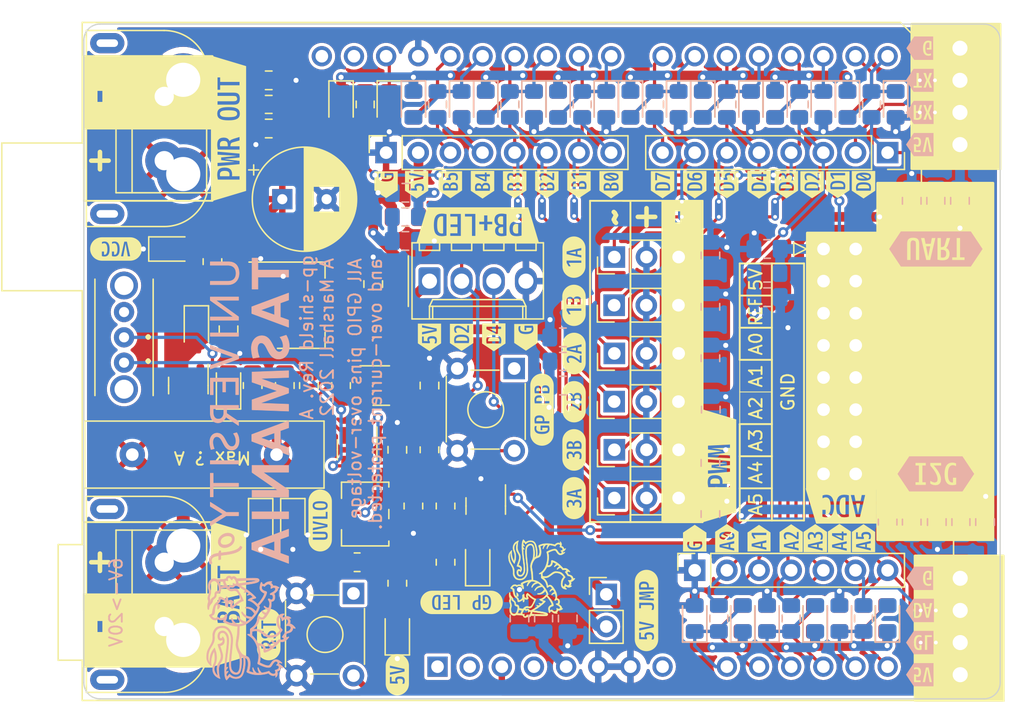
<source format=kicad_pcb>
(kicad_pcb (version 20211014) (generator pcbnew)
  (layers (0 "F.Cu" signal) (31 "B.Cu" signal) (34 "B.Paste" user) (35 "F.Paste" user) (36 "B.SilkS" user "B.Silkscreen") (37 "F.SilkS" user "F.Silkscreen") (38 "B.Mask" user) (39 "F.Mask" user) (44 "Edge.Cuts" user))
  (net 0 "")
  (net 3 "+3V3_ARDUINO")
  (net 4 "+5V_ARDUINO")
  (net 5 "GND")
  (net 7 "/MCU/A0")
  (net 8 "/MCU/A1")
  (net 9 "/MCU/A2")
  (net 10 "/MCU/A3")
  (net 11 "/MCU/A4")
  (net 12 "/MCU/A5")
  (net 13 "/MCU/D0")
  (net 14 "/MCU/D1")
  (net 15 "/MCU/D2")
  (net 16 "/MCU/D3")
  (net 17 "/MCU/D4")
  (net 18 "/MCU/D5")
  (net 19 "/MCU/D6")
  (net 20 "/MCU/D7")
  (net 21 "/MCU/D8")
  (net 22 "/MCU/D9")
  (net 23 "/MCU/D10")
  (net 24 "/MCU/D11")
  (net 25 "/MCU/D12")
  (net 26 "/MCU/D13")
  (net 27 "/MCU/AREF")
  (net 30 "/MCU/+5V_JMP")
  (net 31 "VCC")
  (net 32 "VCC_OUT")
  (net 33 "/MCU/LED_OUT")
  (net 34 "+5V")
  (net 35 "+5V_PWM_OUT")
  (net 36 "+5V_UART_OUT")
  (net 37 "+5V_ADC_OUT")
  (net 38 "+5V_I2C_OUT")
  (net 39 "/IO/PORTD0")
  (net 40 "/IO/PORTD1")
  (net 41 "/IO/PORTD2")
  (net 42 "/IO/PORTD3")
  (net 43 "/IO/PORTD4")
  (net 44 "/IO/PORTD5")
  (net 45 "/IO/PORTD6")
  (net 46 "/IO/PORTD7")
  (net 47 "/IO/PORTB0")
  (net 48 "/IO/PORTB1")
  (net 49 "/IO/PORTB2")
  (net 50 "/IO/PORTB3")
  (net 51 "/IO/PORTB4")
  (net 52 "/IO/PORTB5")
  (net 53 "/IO/ADC.AREF")
  (net 54 "/IO/ADC.AN0")
  (net 55 "/IO/ADC.AN1")
  (net 56 "/IO/ADC.AN2")
  (net 57 "/IO/ADC.AN3")
  (net 58 "/IO/ADC.AN4")
  (net 59 "/IO/ADC.AN5")
  (net 60 "/Power/VCC_VREF")
  (net 61 "/Power/VCC_CMP_POT+")
  (net 62 "/Power/VCC_CMP_POT-")
  (net 63 "/IO/UART.RX")
  (net 64 "/IO/UART.TX")
  (net 65 "/IO/I2C.SCL")
  (net 66 "/IO/I2C.SDA")
  (net 67 "/Power/VCC_CMP_OUT")
  (net 68 "/Power/VCC_EN")
  (net 69 "/Power/VCC_LED")
  (net 70 "/Power/5V_LED")
  (net 71 "/MCU/GP_LED")
  (net 72 "/MCU/GP_SW")
  (net 73 "VCC_REG")
  (net 74 "+5V_GPIO_OUT")
  (net 75 "/MCU/~{RESET}")
  (net 76 "+BATT")
  (net 78 "/Power/VCC_CMP-")
  (net 79 "/Power/VCC_CMP+")
  (net 80 "/IO/PWM.A0")
  (net 81 "/IO/PWM.A1")
  (net 82 "/IO/PWM.B0")
  (net 83 "/IO/PWM.B1")
  (net 84 "/IO/PWM.C0")
  (net 85 "/IO/PWM.C1")
  (net 86 "/Power/+BATT_FUSED")
  (footprint "LED_SMD:LED_0805_2012Metric_Pad1.15x1.40mm_HandSolder" (layer "F.Cu") (at 118.11 93.98 90)
    (fp_text reference "D7" hide)
    (fp_text value "LED_Small")
  )
  (footprint "kibuzzard-636B3C0D" (layer "F.Cu") (at 144.78 92.075 90)
    (fp_text reference "kibuzzard-636B3C0D" hide)
    (fp_text value "G***" hide)
  )
  (footprint "Fuse:Fuse_0805_2012Metric_Pad1.15x1.40mm_HandSolder" (layer "F.Cu") (at 126.365 57.785 90)
    (fp_text reference "F12" hide)
    (fp_text value "Polyfuse_Small")
  )
  (footprint "kibuzzard-63524950" (layer "F.Cu") (at 125.715 69.85967 90)
    (fp_text reference "kibuzzard-63524950" hide)
    (fp_text value "G***" hide)
  )
  (footprint "kibuzzard-636B37E0" (layer "F.Cu") (at 132.715 64.135 90)
    (fp_text reference "kibuzzard-636B37E0" hide)
    (fp_text value "G***" hide)
  )
  (footprint "Capacitor_SMD:C_0805_2012Metric_Pad1.18x1.45mm_HandSolder" (layer "F.Cu") (at 114.3 80.01 90)
    (fp_text reference "C8" hide)
    (fp_text value "100n")
  )
  (footprint "kibuzzard-636B3843" (layer "F.Cu") (at 113.284 64.135 90)
    (fp_text reference "kibuzzard-636B3843" hide)
    (fp_text value "G***" hide)
  )
  (footprint "kibuzzard-636B3849" (layer "F.Cu") (at 110.871 64.135 90)
    (fp_text reference "kibuzzard-636B3849" hide)
    (fp_text value "G***" hide)
  )
  (footprint "Package_TO_SOT_SMD:SOT-23" (layer "F.Cu") (at 118.745 89.535 -90)
    (fp_text reference "Q3" hide)
    (fp_text value "Q_NMOS_GDS")
  )
  (footprint "Diode_SMD:D_0805_2012Metric_Pad1.15x1.40mm_HandSolder" (layer "F.Cu") (at 107.315 57.785 -90)
    (fp_text reference "D36" hide)
    (fp_text value "D_Schottky_Small")
  )
  (footprint "Utility:OS102011MA1_SPDT_ESwitch" (layer "F.Cu") (at 90.17 74.2 -90)
    (fp_text reference "SW1" hide)
    (fp_text value "SW_SPDT")
  )
  (footprint "kibuzzard-63524FC9" (layer "F.Cu") (at 98.425 96.52 90)
    (fp_text reference "kibuzzard-63524FC9" hide)
    (fp_text value "G***" hide)
  )
  (footprint "Fuse:Fuse_0805_2012Metric_Pad1.15x1.40mm_HandSolder" (layer "F.Cu") (at 149.225 57.785 90)
    (fp_text reference "F4" hide)
    (fp_text value "Polyfuse_Small")
  )
  (footprint "Diode_SMD:D_0805_2012Metric_Pad1.15x1.40mm_HandSolder" (layer "F.Cu") (at 128.27 57.785 -90)
    (fp_text reference "D31" hide)
    (fp_text value "D_Schottky_Small")
  )
  (footprint "Button_Switch_THT:SW_TH_Tactile_Omron_B3F-10xx" (layer "F.Cu") (at 108.295 96.445 -90)
    (fp_text reference "SW3" hide)
    (fp_text value "SW_Push")
  )
  (footprint "kibuzzard-63527D9E" (layer "F.Cu") (at 114.3 76.2 90)
    (fp_text reference "kibuzzard-63527D9E" hide)
    (fp_text value "G***" hide)
  )
  (footprint "Connector_PinHeader_2.54mm:PinHeader_1x03_P2.54mm_Vertical" (layer "F.Cu") (at 128.905 88.9 90)
    (fp_text reference "J8" hide)
    (fp_text value "Conn_01x03")
  )
  (footprint "kibuzzard-635273DC" (layer "F.Cu") (at 111.76 102.87 90)
    (fp_text reference "kibuzzard-635273DC" hide)
    (fp_text value "G***" hide)
  )
  (footprint "Capacitor_THT:CP_Radial_D8.0mm_P3.50mm" (layer "F.Cu") (at 102.672 65.278)
    (fp_text reference "C5" hide)
    (fp_text value "100uF")
  )
  (footprint "kibuzzard-636B3829" (layer "F.Cu") (at 121.031 64.135 90)
    (fp_text reference "kibuzzard-636B3829" hide)
    (fp_text value "G***" hide)
  )
  (footprint "kibuzzard-636B388A" (layer "F.Cu") (at 144.526 64.135 90)
    (fp_text reference "kibuzzard-636B388A" hide)
    (fp_text value "G***" hide)
  )
  (footprint "NetTie:NetTie-2_THT_Pad0.3mm" (layer "F.Cu") (at 154.305 100.33 180)
    (fp_text reference "NT10" hide)
    (fp_text value "NetTie_2")
  )
  (footprint "Diode_SMD:D_0805_2012Metric_Pad1.15x1.40mm_HandSolder" (layer "F.Cu") (at 118.745 57.785 -90)
    (fp_text reference "D22" hide)
    (fp_text value "D_Schottky_Small")
  )
  (footprint "LED_SMD:LED_0805_2012Metric_Pad1.15x1.40mm_HandSolder" (layer "F.Cu") (at 93.98 69.215)
    (fp_text reference "D5" hide)
    (fp_text value "LED")
  )
  (footprint "Diode_SMD:D_0805_2012Metric_Pad1.15x1.40mm_HandSolder" (layer "F.Cu") (at 141.605 57.785 -90)
    (fp_text reference "D20" hide)
    (fp_text value "D_Schottky_Small")
  )
  (footprint "kibuzzard-636B3891" (layer "F.Cu") (at 146.558 64.135 90)
    (fp_text reference "kibuzzard-636B3891" hide)
    (fp_text value "G***" hide)
  )
  (footprint "Capacitor_SMD:C_0805_2012Metric_Pad1.18x1.45mm_HandSolder" (layer "F.Cu") (at 98.425 75.565 -90)
    (fp_text reference "C1" hide)
    (fp_text value "10u")
  )
  (footprint "kibuzzard-63524994" (layer "F.Cu") (at 125.715 73.66967 90)
    (fp_text reference "kibuzzard-63524994" hide)
    (fp_text value "G***" hide)
  )
  (footprint "Capacitor_SMD:C_0805_2012Metric_Pad1.18x1.45mm_HandSolder" (layer "F.Cu") (at 101.6 55.88)
    (fp_text reference "C7" hide)
    (fp_text value "100n")
  )
  (footprint "kibuzzard-636B3C06" (layer "F.Cu") (at 146.685 92.075 90)
    (fp_text reference "kibuzzard-636B3C06" hide)
    (fp_text value "G***" hide)
  )
  (footprint "Package_TO_SOT_SMD:SOT-23" (layer "F.Cu") (at 95.25 80.01 -90)
    (fp_text reference "Q1" hide)
    (fp_text value "Q_PMOS_GDS")
  )
  (footprint "Fuse:Fuse_0805_2012Metric_Pad1.15x1.40mm_HandSolder" (layer "F.Cu") (at 114.935 57.785 90)
    (fp_text reference "F16" hide)
    (fp_text value "Polyfuse_Small")
  )
  (footprint "kibuzzard-63524966" (layer "F.Cu") (at 125.724435 85.09967 90)
    (fp_text reference "kibuzzard-63524966" hide)
    (fp_text value "G***" hide)
  )
  (footprint "kibuzzard-636B38AF" (layer "F.Cu") (at 148.59 64.135 90)
    (fp_text reference "kibuzzard-636B38AF" hide)
    (fp_text value "G***" hide)
  )
  (footprint "Diode_SMD:D_0805_2012Metric_Pad1.15x1.40mm_HandSolder" (layer "F.Cu") (at 130.175 57.785 -90)
    (fp_text reference "D8" hide)
    (fp_text value "D_Schottky_Small")
  )
  (footprint "kibuzzard-636B3D37" (layer "F.Cu") (at 135.255 92.075 90)
    (fp_text reference "kibuzzard-636B3D37" hide)
    (fp_text value "G***" hide)
  )
  (footprint "Resistor_SMD:R_0805_2012Metric_Pad1.20x1.40mm_HandSolder" (layer "F.Cu") (at 114.3 85.09 -90)
    (fp_text reference "R18" hide)
    (fp_text value "1K")
  )
  (footprint "kibuzzard-636B3C68" (layer "F.Cu") (at 146.812 89.535 180)
    (fp_text reference "kibuzzard-636B3C68" hide)
    (fp_text value "G***" hide)
  )
  (footprint "Connector_PinHeader_2.54mm:PinHeader_1x03_P2.54mm_Vertical" (layer "F.Cu") (at 128.89 81.28 90)
    (fp_text reference "J7" hide)
    (fp_text value "Conn_01x03")
  )
  (footprint "Capacitor_SMD:C_0805_2012Metric_Pad1.18x1.45mm_HandSolder" (layer "F.Cu") (at 109.855 71.9875 90)
    (fp_text reference "C2" hide)
    (fp_text value "10u")
  )
  (footprint "Connector_PinHeader_2.54mm:PinHeader_1x03_P2.54mm_Vertical" (layer "F.Cu") (at 128.89 73.66 90)
    (fp_text reference "J5" hide)
    (fp_text value "Conn_01x03")
  )
  (footprint "Diode_SMD:D_0805_2012Metric_Pad1.15x1.40mm_HandSolder" (layer "F.Cu") (at 95.885 75.565 -90)
    (fp_text reference "D1" hide)
    (fp_text value "D_Schottky")
  )
  (footprint "Resistor_SMD:R_0805_2012Metric_Pad1.20x1.40mm_HandSolder" (layer "F.Cu") (at 115.57 89.535 -90)
    (fp_text reference "R17" hide)
    (fp_text value "10K")
  )
  (footprint "kibuzzard-63524973" (layer "F.Cu") (at 125.724435 88.90967 90)
    (fp_text reference "kibuzzard-63524973" hide)
    (fp_text value "G***" hide)
  )
  (footprint "NetTie:NetTie-2_THT_Pad0.3mm" (layer "F.Cu") (at 141.605 66.675 90)
    (fp_text reference "NT5" hide)
    (fp_text value "NetTie_2")
  )
  (footprint "Resistor_SMD:R_0805_2012Metric_Pad1.20x1.40mm_HandSolder" (layer "F.Cu") (at 107.315 80.01 -90)
    (fp_text reference "R9" hide)
    (fp_text value "40k")
  )
  (footprint "Connector_Molex:Molex_KK-254_AE-6410-04A_1x04_P2.54mm_Vertical" (layer "F.Cu") (at 156.23 102.87 90)
    (fp_text reference "J14" hide)
    (fp_text value "Conn_01x04")
  )
  (footprint "Utility:Combined_TerminalBlock_5.08_XT60_2Row0.2Header" (layer "F.Cu") (at 93.345 93.98 -90)
    (fp_text reference "J1" hide)
    (fp_text value "XT60/TERM2")
  )
  (footprint "kibuzzard-63524FB6" (layer "F.Cu") (at 98.425 59.69 90)
    (fp_text reference "kibuzzard-63524FB6" hide)
    (fp_text value "G***" hide)
  )
  (footprint "kibuzzard-636B37CC" (layer "F.Cu") (at 140.335 64.135 90)
    (fp_text reference "kibuzzard-636B37CC" hide)
    (fp_text value "G***" hide)
  )
  (footprint "kibuzzard-636B3B8D" (layer "F.Cu") (at 137.16 86.36 90)
    (fp_text reference "kibuzzard-636B3B8D" hide)
    (fp_text value "G***" hide)
  )
  (footprint "NetTie:NetTie-2_THT_Pad0.3mm" (layer "F.Cu") (at 121.285 65.405 -90)
    (fp_text reference "NT6" hide)
    (fp_text value "NetTie_2")
  )
  (footprint "kibuzzard-636B3831" (layer "F.Cu") (at 118.491 64.135 90)
    (fp_text reference "kibuzzard-636B3831" hide)
    (fp_text value "G***" hide)
  )
  (footprint "NetTie:NetTie-2_THT_Pad0.3mm" (layer "F.Cu") (at 153.035 55.88)
    (fp_text reference "NT2" hide)
    (fp_text value "NetTie_2")
  )
  (footprint "Connector_PinSocket_2.54mm:PinSocket_1x08_P2.54mm_Vertical" (layer "F.Cu") (at 110.871 61.595 90)
    (fp_text reference "J10" hide)
    (fp_text value "Conn_01x08")
  )
  (footprint "kibuzzard-63527364" (layer "F.Cu") (at 116.84 97.155 180)
    (fp_text reference "kibuzzard-63527364" hide)
    (fp_text value "G***" hide)
  )
  (footprint "Connector_PinHeader_2.54mm:PinHeader_1x02_P2.54mm_Vertical" (layer "F.Cu") (at 128.27 96.52)
    (fp_text reference "JP1" hide)
    (fp_text value "Jumper_2_Open")
  )
  (footprint "kibuzzard-636B29F7" (layer "F.Cu") (at 88.265 57.15 90)
    (fp_text reference "kibuzzard-636B29F7" hide)
    (fp_text value "G***" hide)
  )
  (footprint "Fuse:Fuse_Littelfuse-LVR100" (layer "F.Cu") (at 90.82 85.471)
    (fp_text reference "F1" hide)
    (fp_text value "Fuse")
  )
  (footprint "kibuzzard-63524980" (layer "F.Cu") (at 125.724435 81.28967 90)
    (fp_text reference "kibuzzard-63524980" hide)
    (fp_text value "G***" hide)
  )
  (footprint "Connector_PinHeader_2.54mm:PinHeader_1x03_P2.54mm_Vertical" (layer "F.Cu") (at 128.905 77.47 90)
    (fp_text reference "J6" hide)
    (fp_text value "Conn_01x03")
  )
  (footprint "kibuzzard-636B437B" (layer "F.Cu") (at 105.664 90.678 90)
    (fp_text reference "kibuzzard-636B437B" hide)
    (fp_text value "G***" hide)
  )
  (footprint "kibuzzard-636B29B0" (layer "F.Cu") (at 88.265 99.06 90)
    (fp_text reference "kibuzzard-636B29B0" hide)
    (fp_text value "G***" hide)
  )
  (footprint "Connector_PinHeader_2.54mm:PinHeader_1x03_P2.54mm_Vertical" (layer "F.Cu") (at 128.905 69.85 90)
    (fp_text reference "J4" hide)
    (fp_text value "Conn_01x03")
  )
  (footprint "Diode_SMD:D_0805_2012Metric_Pad1.15x1.40mm_HandSolder" (layer "F.Cu") (at 122.555 57.785 -90)
    (fp_text reference "D23" hide)
    (fp_text value "D_Schottky_Small")
  )
  (footprint "Diode_SMD:D_0805_2012Metric_Pad1.15x1.40mm_HandSolder" (layer "F.Cu") (at 113.03 57.785 -90)
    (fp_text reference "D14" hide)
    (fp_text value "D_Schottky_Small")
  )
  (footprint "Fuse:Fuse_0805_2012Metric_Pad1.15x1.40mm_HandSolder" (layer "F.Cu") (at 143.51 57.785 90)
    (fp_text reference "F6" hide)
    (fp_text value "Polyfuse_Small")
  )
  (footprint "Inductor_SMD:L_0805_2012Metric_Pad1.15x1.40mm_HandSolder" (layer "F.Cu") (at 101.6 57.785)
    (fp_text reference "L1" hide)
    (fp_text value "22n")
  )
  (footprint "kibuzzard-636B37FB" (layer "F.Cu") (at 128.651 64.135 90)
    (fp_text reference "kibuzzard-636B37FB" hide)
    (fp_text value "G***" hide)
  )
  (footprint "kibuzzard-6352739F" (layer "F.Cu") (at 101.6 99.695 90)
    (fp_text reference "kibuzzard-6352739F" hide)
    (fp_text value "G***" hide)
  )
  (footprint "kibuzzard-636B3819" (layer "F.Cu") (at 126.111 64.135 90)
    (fp_text reference "kibuzzard-636B3819" hide)
    (fp_text value "G***" hide)
  )
  (footprint "NetTie:NetTie-2_THT_Pad0.3mm" (layer "F.Cu") (at 125.73 65.405 -90)
    (fp_text reference "NT8" hide)
    (fp_text value "NetTie_2")
  )
  (footprint "kibuzzard-636B3822" (layer "F.Cu") (at 123.571 64.135 90)
    (fp_text reference "kibuzzard-636B3822" hide)
    (fp_text value "G***" hide)
  )
  (footprint "Diode_SMD:D_0805_2012Metric_Pad1.15x1.40mm_HandSolder" (layer "F.Cu") (at 139.03 98.425 90)
    (fp_text reference "D40" hide)
    (fp_text value "D_Schottky_Small")
  )
  (footprint "Diode_SMD:D_0805_2012Metric_Pad1.15x1.40mm_HandSolder" (layer "F.Cu") (at 145.415 57.785 -90)
    (fp_text reference "D21" hide)
    (fp_text value "D_Schottky_Small")
  )
  (footprint "kibuzzard-636B37D9" (layer "F.Cu") (at 135.255 64.135 90)
    (fp_text reference "kibuzzard-636B37D9" hide)
    (fp_text value "G***" hide)
  )
  (footprint "Resistor_SMD:R_0805_2012Metric_Pad1.20x1.40mm_HandSolder" (layer "F.Cu") (at 108.585 93.98)
    (fp_text reference "R1" hide)
    (fp_text value "22k")
  )
  (footprint "Connector_PinSocket_2.54mm:PinSocket_1x07_P2.54mm_Vertical" (layer "F.Cu") (at 135.255 94.615 90)
    (fp_text reference "J15" hide)
    (fp_text value "Conn_01x07")
  )
  (footprint "NetTie:NetTie-2_THT_Pad0.3mm" (layer "F.Cu") (at 123.19 65.405 -90)
    (fp_text reference "NT7" hide)
    (fp_text value "NetTie_2")
  )
  (footprint "Package_TO_SOT_SMD:SOT-223-3_TabPin2" (layer "F.Cu") (at 104.14 73.66)
    (fp_text reference "U1" hide)
    (fp_text value "NCP1117-5.0_SOT223")
  )
  (footprint "Resistor_SMD:R_0805_2012Metric_Pad1.20x1.40mm_HandSolder" (layer "F.Cu") (at 111.76 95.64 -90)
    (fp_text reference "R15" hide)
    (fp_text value "100K")
  )
  (footprint "Resistor_SMD:R_0805_2012Metric_Pad1.20x1.40mm_HandSolder" (layer "F.Cu") (at 100.33 80.01 90)
    (fp_text reference "R10" hide)
    (fp_text value "100K")
  )
  (footprint "Fuse:Fuse_0805_2012Metric_Pad1.15x1.40mm_HandSolder" (layer "F.Cu") (at 109.22 57.785 -90)
    (fp_text reference "F17" hide)
    (fp_text value "Polyfuse_Small")
  )
  (footprint "Diode_SMD:D_0805_2012Metric_Pad1.15x1.40mm_HandSolder" (layer "F.Cu") (at 135.89 57.785 -90)
    (fp_text reference "D12" hide)
    (fp_text value "D_Schottky_Small")
  )
  (footprint "Diode_SMD:D_0805_2012Metric_Pad1.15x1.40mm_HandSolder" (layer "F.Cu") (at 133.985 57.785 -90)
    (fp_text reference "D9" hide)
    (fp_text value "D_Schottky_Small")
  )
  (footprint "kibuzzard-6352498A" (layer "F.Cu") (at 125.724435 77.47967 90)
    (fp_text reference "kibuzzard-6352498A" hide)
    (fp_text value "G***" hide)
  )
  (footprint "Diode_SMD:D_0805_2012Metric_Pad1.15x1.40mm_HandSolder" (layer "F.Cu") (at 147.32 57.785 -90)
    (fp_text reference "D28" hide)
    (fp_text value "D_Schottky_Small")
  )
  (footprint "Utility:Combined_TerminalBlock_5.08_XT60_2Row0.2Header" (layer "F.Cu") (at 93.345 57.15 -90)
    (fp_text reference "J2" hide)
    (fp_text value "XT60/TERM2")
  )
  (footprint "Diode_SMD:D_0805_2012Metric_Pad1.15x1.40mm_HandSolder" (layer "F.Cu") (at 150.46 98.425 90)
    (fp_text reference "D48" hide)
    (fp_text value "D_Schottky_Small")
  )
  (footprint "NetTie:NetTie-2_THT_Pad0.3mm" (layer "F.Cu") (at 153.035 58.42)
    (fp_text reference "NT4" hide)
    (fp_text value "NetTie_2")
  )
  (footprint "NetTie:NetTie-2_THT_Pad0.3mm" (layer "F.Cu") (at 154.305 97.79 180)
    (fp_text reference "NT9" hide)
    (fp_text value "NetTie_2")
  )
  (footprint "Resistor_SMD:R_0805_2012Metric_Pad1.20x1.40mm_HandSolder" (layer "F.Cu") (at 113.03 89.535 -90)
    (fp_text reference "R2" hide)
    (fp_text value "5k6")
  )
  (footprint "kibuzzard-635273D0" (layer "F.Cu") (at 89.535 69.215 180)
    (fp_text reference "kibuzzard-635273D0" hide)
    (fp_text value "G***" hide)
  )
  (footprint "Resistor_SMD:R_0805_2012Metric_Pad1.20x1.40mm_HandSolder" (layer "F.Cu") (at 97.155 70.215 90)
    (fp_text reference "R14" hide)
    (fp_text value "100K")
  )
  (footprint "Fuse:Fuse_0805_2012Metric_Pad1.15x1.40mm_HandSolder" (layer "F.Cu") (at 120.65 57.785 90)
    (fp_text reference "F14" hide)
    (fp_text value "Polyfuse_Small")
  )
  (footprint "Connector_PinSocket_2.54mm:PinSocket_1x08_P2.54mm_Vertical" (layer "F.Cu") (at 150.495 61.595 -90)
    (fp_text reference "J12" hide)
    (fp_text value "Conn_01x08")
  )
  (footprint "Resistor_SMD:R_0805_2012Metric_Pad1.20x1.40mm_HandSolder" (layer "F.Cu") (at 115.57 93.98 90)
    (fp_text reference "R16" hide)
    (fp_text value "120R")
  )
  (footprint "LED_SMD:LED_0805_2012Metric_Pad1.15x1.40mm_HandSolder" (layer "F.Cu") (at 111.76 99.45 90)
    (fp_text reference "D6" hide)
    (fp_text value "LED")
  )
  (footprint "kibuzzard-636B3838" (layer "F.Cu") (at 115.951 64.135 90)
    (fp_text reference "kibuzzard-636B3838" hide)
    (fp_text value "G***" hide)
  )
  (footprint "Button_Switch_THT:SW_TH_Tactile_Omron_B3F-10xx" (layer "F.Cu") (at 120.995 78.665 -90)
    (fp_text reference "SW2" hide)
    (fp_text value "SW_Push")
  )
  (footprint "Diode_SMD:D_0805_2012Metric_Pad1.15x1.40mm_HandSolder" (layer "F.Cu") (at 100.965 90.805 -90)
    (fp_text reference "D2" hide)
    (fp_text value "D_Schottky")
  )
  (footprint "Connector_IDC:IDC-Header_2x08_P2.54mm_Horizontal" (layer "F.Cu") (at 145.4325 69.215)
    (fp_text reference "J13" hide)
    (fp_text value "T821-02x08")
  )
  (footprint "Resistor_SMD:R_0805_2012Metric_Pad1.20x1.40mm_HandSolder" (layer "F.Cu") (at 104.775 80.01 -90)
    (fp_text reference "R4" hide)
    (fp_text value "1k")
  )
  (footprint "Capacitor_SMD:C_0805_2012Metric_Pad1.18x1.45mm_HandSolder" (layer "F.Cu") (at 111.76 85.09 90)
    (fp_text reference "C3" hide)
    (fp_text value "100n")
  )
  (footprint "Fuse:Fuse_0805_2012Metric_Pad1.15x1.40mm_HandSolder" (layer "F.Cu") (at 137.16 98.425 90)
    (fp_text reference "F19" hide)
    (fp_text value "Polyfuse_Small")
  )
  (footprint "Fuse:Fuse_0805_2012Metric_Pad1.15x1.40mm_HandSolder" (layer "F.Cu") (at 137.795 57.785 90)
    (fp_text reference "F8" hide)
    (fp_text value "Polyfuse_Small")
  )
  (footprint "Fuse:Fuse_0805_2012Metric_Pad1.15x1.40mm_HandSolder" (layer "F.Cu") (at 142.875 98.425 90)
    (fp_text reference "F21" hide)
    (fp_text value "Polyfuse_Small")
  )
  (footprint "Diode_SMD:D_0805_2012Metric_Pad1.15x1.40mm_HandSolder" (layer "F.Cu") (at 146.685 98.425 90)
    (fp_text reference "D49" hide)
    (fp_text value "D_Schottky_Small")
  )
  (footprint "Connector_PinHeader_2.54mm:PinHeader_1x03_P2.54mm_Vertical" (layer "F.Cu") (at 128.905 85.09 90)
    (fp_text reference "J9" hide)
    (fp_text value "Conn_01x03")
  )
  (footprint "Resistor_SMD:R_0805_2012Metric_Pad1.20x1.40mm_HandSolder" (layer "F.Cu") (at 102.87 80.01 90)
    (fp_text reference "R3" hide)
    (fp_text value "10k")
  )
  (footprint "Package_TO_SOT_SMD:SOT-23" (layer "F.Cu") (at 110.49 80.01)
    (fp_text reference "U2" hide)
    (fp_text value "LM4040DBZ-2.5")
  )
  (footprint "kibuzzard-636B2900" (layer "F.Cu") (at 119.38 76.2 90)
    (fp_text reference "kibuzzard-636B2900" hide)
    (fp_text value "G***" hide)
  )
  (footprint "kibuzzard-63527359" (layer "F.Cu") (at 123.19 81.915 90)
    (fp_text reference "kibuzzard-63527359" hide)
    (fp_text value "G***" hide)
  )
  (footprint "kibuzzard-63527D35" (layer "F.Cu") (at 118.11 67.31 180)
    (fp_text reference "kibuzzard-63527D35" hide)
    (fp_text value "G***" hide)
  )
  (footprint "Fuse:Fuse_0805_2012Metric_Pad1.15x1.40mm_HandSolder" (layer "F.Cu") (at 148.59 98.425 90)
    (fp_text reference "F23" hide)
    (fp_text value "Polyfuse_Small")
  )
  (footprint "Package_TO_SOT_SMD:SOT-23-5" (layer "F.Cu") (at 108.585 85.09 -90)
    (fp_text reference "U4" hide)
    (fp_text value "LM397")
  )
  (footprint "Diode_SMD:D_0805_2012Metric_Pad1.15x1.40mm_HandSolder" (layer "F.Cu") (at 139.7 57.785 -90)
    (fp_text reference "D13" hide)
    (fp_text value "D_Schottky_Small")
  )
  (footprint "NetTie:NetTie-2_THT_Pad0.3mm" (layer "F.Cu") (at 137.16 66.675 90)
    (fp_text reference "NT3" hide)
    (fp_text value "NetTie_2")
  )
  (footprint "Diode_SMD:D_0805_2012Metric_Pad1.15x1.40mm_HandSolder" (layer "F.Cu") (at 98.425 80.01 90)
    (fp_text reference "D4" hide)
    (fp_text value "6V2")
  )
  (footprint "Diode_SMD:D_0805_2012Metric_Pad1.15x1.40mm_HandSolder" (layer "F.Cu") (at 151.13 57.785 -90)
    (fp_text reference "D29" hide)
    (fp_text value "D_Schottky_Small")
  )
  (footprint "kibuzzard-636B3C14" (layer "F.Cu") (at 142.875 92.075 90)
    (fp_text reference "kibuzzard-636B3C14" hide)
    (fp_text value "G***" hide)
  )
  (footprint "Diode_SMD:D_0805_2012Metric_Pad1.15x1.40mm_HandSolder" (layer "F.Cu") (at 135.255 98.425 90)
    (fp_text reference "D41" hide)
    (fp_text value "D_Schottky_Small")
  )
  (footprint "Fuse:Fuse_0805_2012Metric_Pad1.15x1.40mm_HandSolder" (layer "F.Cu") (at 132.08 57.785 90)
    (fp_text reference "F10" hide)
    (fp_text value "Polyfuse_Small")
  )
  (footprint "kibuzzard-636B290E" (layer "F.Cu") (at 116.84 76.2 90)
    (fp_text reference "kibuzzard-636B290E" hide)
    (fp_text value "G***" hide)
  )
  (footprint "kibuzzard-636B3C1B" (layer "F.Cu") (at 140.335 92.075 90)
    (fp_text reference "kibuzzard-636B3C1B" hide)
    (fp_text value "G***" hide)
  )
  (footprint "kibuzzard-636B3BDA" (layer "F.Cu") (at 137.795 92.075 90)
    (fp_text reference "kibuzzard-636B3BDA" hide)
    (fp_text value "G***" hide)
  )
  (footprint "Connector_Molex:Molex_KK-254_AE-6410-04A_1x04_P2.54mm_Vertical" (layer "F.Cu") (at 156.21 60.96 90)
    (fp_text reference "J11" hide)
    (fp_text value "Conn_01x04")
  )
  (footprint "kibuzzard-636B3BFE" (layer "F.Cu") (at 148.59 92.075 90)
    (fp_text reference "kibuzzard-636B3BFE" hide)
    (fp_text value "G***" hide)
  )
  (footprint "Capacitor_SMD:C_0805_2012Metric_Pad1.18x1.45mm_HandSolder" (layer "F.Cu") (at 112.395 66.675 180)
    (fp_text reference "C19" hide)
    (fp_text value "10u")
  )
  (footprint "kibuzzard-636B37C6" (layer "F.Cu") (at 142.494 64.135 90)
    (fp_text reference "kibuzzard-636B37C6" hide)
    (fp_text value "G***" hide)
  )
  (footprint "Capacitor_SMD:C_0805_2012Metric_Pad1.18x1.45mm_HandSolder" (layer "F.Cu") (at 101.6 59.69 180)
    (fp_text reference "C6" hide)
    (fp_text value "100n")
  )
  (footprint "Diode_SMD:D_0805_2012Metric_Pad1.15x1.40mm_HandSolder" (layer "F.Cu") (at 140.97 98.425 90)
    (fp_text reference "D45" hide)
    (fp_text value "D_Schottky_Small")
  )
  (footprint "kibuzzard-636B37D3" (layer "F.Cu") (at 137.795 64.135 90)
    (fp_text reference "kibuzzard-636B37D3" hide)
    (fp_text value "G***" hide)
  )
  (footprint "Connector_Molex:Molex_KK-254_AE-6410-04A_1x04_P2.54mm_Vertical" (layer "F.Cu") (at 114.3 71.755)
    (fp_text reference "J3" hide)
    (fp_text value "Conn_01x04")
  )
  (footprint "Diode_SMD:D_0805_2012Metric_Pad1.15x1.40mm_HandSolder" (layer "F.Cu") (at 124.46 57.785 -90)
    (fp_text reference "D30" hide)
    (fp_text value "D_Schottky_Small")
  )
  (footprint "kibuzzard-636B2D3F" (layer "F.Cu") (at 134.239 66.675 90)
    (fp_text reference "kibuzzard-636B2D3F" hide)
    (fp_text value "G***" hide)
  )
  (footprint "kibuzzard-636B41C3" (layer "F.Cu") (at 131.445 97.795 90)
    (fp_text reference "kibuzzard-636B41C3" hide)
    (fp_text value "G***" hide)
  )
  (footprint "NetTie:NetTie-2_THT_Pad0.3mm" (layer "F.Cu") (at 134.239 66.675 90)
    (fp_text reference "NT1" hide)
    (fp_text value "NetTie_2")
  )
  (footprint "Potentiometer_SMD:Potentiometer_Bourns_3214W_Vertical" (layer "F.Cu") (at 109.22 90.17 -90)
    (fp_text reference "RV1" hide)
    (fp_text value "10k")
  )
  (footprint "Diode_SMD:D_0805_2012Metric_Pad1.15x1.40mm_HandSolder" (layer "F.Cu") (at 144.745 98.425 90)
    (fp_text reference "D44" hide)
    (fp_text value "D_Schottky_Small")
  )
  (footprint "Diode_SMD:D_0805_2012Metric_Pad1.15x1.40mm_HandSolder" (layer "F.Cu") (at 111.125 57.785 -90)
    (fp_text reference "D37" hide)
    (fp_text value "D_Schottky_Small")
  )
  (footprint "Diode_SMD:D_0805_2012Metric_Pad1.15x1.40mm_HandSolder" (layer "F.Cu") (at 103.505 90.805 -90)
    (fp_text reference "D3" hide)
    (fp_text value "25V?")
  )
  (footprint "Diode_SMD:D_0805_2012Metric_Pad1.15x1.40mm_HandSolder" (layer "F.Cu") (at 116.84 57.785 -90)
    (fp_text reference "D15" hide)
    (fp_text value "D_Schottky_Small")
  )
  (footprint "kibuzzard-63527DAD" (layer "F.Cu") (at 121.92 76.2 90)
    (fp_text reference "kibuzzard-63527DAD" hide)
    (fp_text value "G***" hide)
  )
  (footprint "kibuzzard-636C5C55" (layer "B.Cu") (at 153.035 95.25)
    (fp_text reference "kibuzzard-636C5C55" hide)
    (fp_text value "G***" hide)
  )
  (footprint "Inductor_SMD:L_0805_2012Metric_Pad1.15x1.40mm_HandSolder" (layer "B.Cu") (at 154.305 65.405 90)
    (fp_text reference "L4" hide)
    (fp_text value "22n")
  )
  (footprint "Capacitor_SMD:C_0805_2012Metric_Pad1.18x1.45mm_HandSolder" (layer "B.Cu") (at 140.97 69.215 180)
    (fp_text reference "C26" hide)
    (fp_text value "100n")
  )
  (footprint "Inductor_SMD:L_0805_2012Metric_Pad1.15x1.40mm_HandSolder" (layer "B.Cu") (at 124.841 78.105)
    (fp_text reference "L3" hide)
    (fp_text value "22n")
  )
  (footprint "Capacitor_SMD:C_0805_2012Metric_Pad1.18x1.45mm_HandSolder" (layer "B.Cu") (at 136.495 73.787 90)
    (fp_text reference "C12" hide)
    (fp_text value "10u")
  )
  (footprint "Diode_SMD:D_0805_2012Metric_Pad1.15x1.40mm_HandSolder" (layer "B.Cu") (at 140.97 98.425 90)
    (fp_text reference "D43" hide)
    (fp_text value "D_Schottky_Small")
  )
  (footprint "Fuse:Fuse_0805_2012Metric_Pad1.15x1.40mm_HandSolder" (layer "B.Cu") (at 142.875 98.425 90)
    (fp_text reference "F20" hide)
    (fp_text value "Polyfuse_Small")
  )
  (footprint "Capacitor_SMD:C_0805_2012Metric_Pad1.18x1.45mm_HandSolder" (layer "B.Cu") (at 124.841 80.01)
    (fp_text reference "C18" hide)
    (fp_text value "100n")
  )
  (footprint "Inductor_SMD:L_0805_2012Metric_Pad1.15x1.40mm_HandSolder" (layer "B.Cu") (at 123.317 98.425 90)
    (fp_text reference "L2" hide)
    (fp_text value "22n")
  )
  (footprint "Diode_SMD:D_0805_2012Metric_Pad1.15x1.40mm_HandSolder" (layer "B.Cu") (at 151.13 57.785 -90)
    (fp_text reference "D33" hide)
    (fp_text value "D_Schottky_Small")
  )
  (footprint "Inductor_SMD:L_0805_2012Metric_Pad1.15x1.40mm_HandSolder" (layer "B.Cu") (at 112.395 66.675 180)
    (fp_text reference "L5" hide)
    (fp_text value "22n")
  )
  (footprint "Diode_SMD:D_0805_2012Metric_Pad1.15x1.40mm_HandSolder" (layer "B.Cu") (at 141.605 57.785 -90)
    (fp_text reference "D24" hide)
    (fp_text value "D_Schottky_Small")
  )
  (footprint "Capacitor_SMD:C_0805_2012Metric_Pad1.18x1.45mm_HandSolder" (layer "B.Cu") (at 125.222 98.425 -90)
    (fp_text reference "C9" hide)
    (fp_text value "100n")
  )
  (footprint "Diode_SMD:D_0805_2012Metric_Pad1.15x1.40mm_HandSolder" (layer "B.Cu") (at 135.255 98.425 90)
    (fp_text reference "D39" hide)
    (fp_text value "D_Schottky_Small")
  )
  (footprint "Diode_SMD:D_0805_2012Metric_Pad1.15x1.40mm_HandSolder" (layer "B.Cu") (at 146.685 98.425 90)
    (fp_text reference "D47" hide)
    (fp_text value "D_Schottky_Small")
  )
  (footprint "Capacitor_SMD:C_0805_2012Metric_Pad1.18x1.45mm_HandSolder" (layer "B.Cu") (at 121.412 98.425 90)
    (fp_text reference "C10" hide)
    (fp_text value "100n")
  )
  (footprint "Diode_SMD:D_0805_2012Metric_Pad1.15x1.40mm_HandSolder" (layer "B.Cu") (at 124.46 57.785 -90)
    (fp_text reference "D34" hide)
    (fp_text value "D_Schottky_Small")
  )
  (footprint "kibuzzard-636C5C28" (layer "B.Cu") (at 153.035 58.42)
    (fp_text reference "kibuzzard-636C5C28" hide)
    (fp_text value "G***" hide)
  )
  (footprint "Resistor_SMD:R_0805_2012Metric_Pad1.20x1.40mm_HandSolder" (layer "B.Cu") (at 150.495 90.805 90)
    (fp_text reference "R19" hide)
    (fp_text value "4K7")
  )
  (footprint "Capacitor_SMD:C_0805_2012Metric_Pad1.18x1.45mm_HandSolder" (layer "B.Cu") (at 136.495 77.851 90)
    (fp_text reference "C13" hide)
    (fp_text value "10u")
  )
  (footprint "Fuse:Fuse_0805_2012Metric_Pad1.15x1.40mm_HandSolder" (layer "B.Cu") (at 114.935 57.785 90)
    (fp_text reference "F15" hide)
    (fp_text value "Polyfuse_Small")
  )
  (footprint "Capacitor_SMD:C_0805_2012Metric_Pad1.18x1.45mm_HandSolder" (layer "B.Cu") (at 112.395 64.77 180)
    (fp_text reference "C24" hide)
    (fp_text value "100n")
  )
  (footprint "Diode_SMD:D_0805_2012Metric_Pad1.15x1.40mm_HandSolder" (layer "B.Cu") (at 130.175 57.785 -90)
    (fp_text reference "D10" hide)
    (fp_text value "D_Schottky_Small")
  )
  (footprint "Capacitor_SMD:C_0805_2012Metric_Pad1.18x1.45mm_HandSolder" (layer "B.Cu") (at 158.19 90.805 90)
    (fp_text reference "C28" hide)
    (fp_text value "100n")
  )
  (footprint "Capacitor_SMD:C_0805_2012Metric_Pad1.18x1.45mm_HandSolder" (layer "B.Cu") (at 124.841 76.2 180)
    (fp_text reference "C17" hide)
    (fp_text value "100n")
  )
  (footprint "kibuzzard-636C5C36" (layer "B.Cu") (at 153.035 55.88)
    (fp_text reference "kibuzzard-636C5C36" hide)
    (fp_text value "G***" hide)
  )
  (footprint "Diode_SMD:D_0805_2012Metric_Pad1.15x1.40mm_HandSolder" (layer "B.Cu") (at 128.27 57.785 -90)
    (fp_text reference "D35" hide)
    (fp_text value "D_Schottky_Small")
  )
  (footprint "Capacitor_SMD:C_0805_2012Metric_Pad1.18x1.45mm_HandSolder" (layer "B.Cu") (at 136.525 81.915 90)
    (fp_text reference "C14" hide)
    (fp_text value "10u")
  )
  (footprint "Capacitor_SMD:C_0805_2012Metric_Pad1.18x1.45mm_HandSolder" (layer "B.Cu") (at 136.495 90.17 90)
    (fp_text reference "C16" hide)
    (fp_text value "10u")
  )
  (footprint "Capacitor_SMD:C_0805_2012Metric_Pad1.18x1.45mm_HandSolder" (layer "B.Cu") (at 152.4 65.405 90)
    (fp_text reference "C22" hide)
    (fp_text value "100n")
  )
  (footprint "Capacitor_SMD:C_0805_2012Metric_Pad1.18x1.45mm_HandSolder" (layer "B.Cu") (at 154.38 90.805 -90)
    (fp_text reference "C27" hide)
    (fp_text value "100n")
  )
  (footprint "kibuzzard-636C5C70" (layer "B.Cu") (at 153.035 102.87)
    (fp_text reference "kibuzzard-636C5C70" hide)
    (fp_text value "G***" hide)
  )
  (footprint "Capacitor_SMD:C_0805_2012Metric_Pad1.18x1.45mm_HandSolder" (layer "B.Cu") (at 156.21 65.405 -90)
    (fp_text reference "C21" hide)
    (fp_text value "100n")
  )
  (footprint "Diode_SMD:D_0805_2012Metric_Pad1.15x1.40mm_HandSolder" (layer "B.Cu") (at 139.7 57.785 -90)
    (fp_text reference "D17" hide)
    (fp_text value "D_Schottky_Small")
  )
  (footprint "Diode_SMD:D_0805_2012Metric_Pad1.15x1.40mm_HandSolder" (layer "B.Cu") (at 113.03 57.785 -90)
    (fp_text reference "D18" hide)
    (fp_text value "D_Schottky_Small")
  )
  (footprint "Fuse:Fuse_0805_2012Metric_Pad1.15x1.40mm_HandSolder" (layer "B.Cu") (at 126.365 57.785 90)
    (fp_text reference "F11" hide)
    (fp_text value "Polyfuse_Small")
  )
  (footprint "Module:Arduino_UNO_R3" (layer "B.Cu") (at 114.935 102.235)
    (fp_text reference "A1" hide)
    (fp_text value "Arduino_UNO_R3" hide)
  )
  (footprint "Fuse:Fuse_0805_2012Metric_Pad1.15x1.40mm_HandSolder" (layer "B.Cu") (at 137.16 98.425 90)
    (fp_text reference "F18" hide)
    (fp_text value "Polyfuse_Small")
  )
  (footprint "Fuse:Fuse_0805_2012Metric_Pad1.15x1.40mm_HandSolder" (layer "B.Cu") (at 143.51 57.785 90)
    (fp_text reference "F5" hide)
    (fp_text value "Polyfuse_Small")
  )
  (footprint "Diode_SMD:D_0805_2012Metric_Pad1.15x1.40mm_HandSolder" (layer "B.Cu") (at 147.32 57.785 -90)
    (fp_text reference "D32" hide)
    (fp_text value "D_Schottky_Small")
  )
  (footprint "Fuse:Fuse_0805_2012Metric_Pad1.15x1.40mm_HandSolder" (layer "B.Cu") (at 149.225 57.785 90)
    (fp_text reference "F3" hide)
    (fp_text value "Polyfuse_Small")
  )
  (footprint "kibuzzard-636C5C4A" (layer "B.Cu") (at 153.035 97.79)
    (fp_text reference "kibuzzard-636C5C4A" hide)
    (fp_text value "G***" hide)
  )
  (footprint "kibuzzard-636C5C1C" (layer "B.Cu") (at 153.035 60.96)
    (fp_text reference "kibuzzard-636C5C1C" hide)
    (fp_text value "G***" hide)
  )
  (footprint "Resistor_SMD:R_0805_2012Metric_Pad1.20x1.40mm_HandSolder" (layer "B.Cu") (at 152.4 90.805 90)
    (fp_text reference "R20" hide)
    (fp_text value "4K7")
  )
  (footprint "Capacitor_SMD:C_0805_2012Metric_Pad1.18x1.45mm_HandSolder" (layer "B.Cu") (at 136.495 69.723 90)
    (fp_text reference "C11" hide)
    (fp_text value "10u")
  )
  (footprint "Fuse:Fuse_0805_2012Metric_Pad1.15x1.40mm_HandSolder" (layer "B.Cu") (at 120.65 57.785 90)
    (fp_text reference "F13" hide)
    (fp_text value "Polyfuse_Small")
  )
  (footprint "kibuzzard-636C5C0D" (layer "B.Cu") (at 153.035 53.34)
    (fp_text reference "kibuzzard-636C5C0D" hide)
    (fp_text value "G***" hide)
  )
  (footprint "kibuzzard-636C5C62" (layer "B.Cu") (at 153.035 100.33)
    (fp_text reference "kibuzzard-636C5C62" hide)
    (fp_text value "G***" hide)
  )
  (footprint "Fuse:Fuse_0805_2012Metric_Pad1.15x1.40mm_HandSolder" (layer "B.Cu") (at 137.795 57.785 90)
    (fp_text reference "F7" hide)
    (fp_text value "Polyfuse_Small")
  )
  (footprint "Inductor_SMD:L_0805_2012Metric_Pad1.15x1.40mm_HandSolder" (layer "B.Cu") (at 156.285 90.805 -90)
    (fp_text reference "L7" hide)
    (fp_text value "22n")
  )
  (footprint "kibuzzard-636C5470" (layer "B.Cu") (at 154.305 69.215)
    (fp_text reference "kibuzzard-636C5470" hide)
    (fp_text value "G***" hide)
  )
  (footprint "Diode_SMD:D_0805_2012Metric_Pad1.15x1.40mm_HandSolder" (layer "B.Cu") (at 135.89 57.785 -90)
    (fp_text reference "D16" hide)
    (fp_text value "D_Schottky_Small")
  )
  (footprint "Diode_SMD:D_0805_2012Metric_Pad1.15x1.40mm_HandSolder" (layer "B.Cu") (at 139.065 98.425 90)
    (fp_text reference "D38" hide)
    (fp_text value "D_Schottky_Small")
  )
  (footprint "Diode_SMD:D_0805_2012Metric_Pad1.15x1.40mm_HandSolder" (layer "B.Cu") (at 116.84 57.785 -90)
    (fp_text reference "D19" hide)
    (fp_text value "D_Schottky_Small")
  )
  (footprint "Fuse:Fuse_0805_2012Metric_Pad1.15x1.40mm_HandSolder" (layer "B.Cu") (at 148.59 98.425 90)
    (fp_text reference "F22" hide)
    (fp_text value "Polyfuse_Small")
  )
  (footprint "kibuzzard-636C54A9" (layer "B.Cu") (at 154.305 86.995)
    (fp_text reference "kibuzzard-636C54A9" hide)
    (fp_text value "G***" hide)
  )
  (footprint "Diode_SMD:D_0805_2012Metric_Pad1.15x1.40mm_HandSolder" (layer "B.Cu") (at 118.745 57.785 -90)
    (fp_text reference "D26" hide)
    (fp_text value "D_Schottky_Small")
  )
  (footprint "Diode_SMD:D_0805_2012Metric_Pad1.15x1.40mm_HandSolder" (layer "B.Cu") (at 122.555 57.785 -90)
    (fp_text reference "D27" hide)
    (fp_text value "D_Schottky_Small")
  )
  (footprint "Fuse:Fuse_0805_2012Metric_Pad1.15x1.40mm_HandSolder" (layer "B.Cu") (at 132.08 57.785 90)
    (fp_text reference "F9" hide)
    (fp_text value "Polyfuse_Small")
  )
  (footprint "Capacitor_SMD:C_0805_2012Metric_Pad1.18x1.45mm_HandSolder" (layer "B.Cu") (at 140.97 73.025)
    (fp_text reference "C25" hide)
    (fp_text value "100n")
  )
  (footprint "Diode_SMD:D_0805_2012Metric_Pad1.15x1.40mm_HandSolder" (layer "B.Cu") (at 133.985 57.785 -90)
    (fp_text reference "D11" hide)
    (fp_text value "D_Schottky_Small")
  )
  (footprint "Diode_SMD:D_0805_2012Metric_Pad1.15x1.40mm_HandSolder" (layer "B.Cu") (at 144.78 98.425 90)
    (fp_text reference "D42" hide)
    (fp_text value "D_Schottky_Small")
  )
  (footprint "Diode_SMD:D_0805_2012Metric_Pad1.15x1.40mm_HandSolder" (layer "B.Cu") (at 145.415 57.785 -90)
    (fp_text reference "D25" hide)
    (fp_text value "D_Schottky_Small")
  )
  (footprint "Capacitor_SMD:C_0805_2012Metric_Pad1.18x1.45mm_HandSolder" (layer "B.Cu") (at 136.495 86.1275 90)
    (fp_text reference "C15" hide)
    (fp_text value "10u")
  )
  (footprint "Inductor_SMD:L_0805_2012Metric_Pad1.15x1.40mm_HandSolder" (layer "B.Cu") (at 140.97 71.12)
    (fp_text reference "L6" hide)
    (fp_text value "22n")
  )
  (footprint "Capacitor_SMD:C_0805_2012Metric_Pad1.18x1.45mm_HandSolder" (layer "B.Cu") (at 112.395 68.58)
    (fp_text reference "C23" hide)
    (fp_text value "100n")
  )
  (footprint "Diode_SMD:D_0805_2012Metric_Pad1.15x1.40mm_HandSolder" (layer "B.Cu") (at 150.495 98.425 90)
    (fp_text reference "D46" hide)
    (fp_text value "D_Schottky_Small")
  )
  (gr_poly (pts (xy 97.976796 90.172117) (xy 96.980904 90.795476) (xy 96.980904 91.103978) (xy 98.241379 90.305997) (xy 99.217692 90.305997) (xy 99.217692 90.031358) (xy 98.245083 90.031358) (xy 96.980904 89.229671) (xy 96.980904 89.555108)) (layer "B.SilkS") (width 0.04) (fill solid))
  (gr_poly (pts (xy 96.893548 93.882564) (xy 96.894528 93.902032) (xy 96.896171 93.921427) (xy 96.898472 93.940733) (xy 96.901427 93.959932) (xy 96.905032 93.979009) (xy 96.909284 93.997947) (xy 96.914179 94.01673) (xy 96.919711 94.035339) (xy 96.925878 94.05376) (xy 96.932676 94.071976) (xy 96.940099 94.08997) (xy 96.948145 94.107725) (xy 96.956809 94.125225) (xy 96.966088 94.142453) (xy 97.128013 94.050908) (xy 97.121672 94.038864) (xy 97.115695 94.026659) (xy 97.110083 94.014301) (xy 97.104838 94.001798) (xy 97.099963 93.989158) (xy 97.09546 93.976389) (xy 97.091332 93.963501) (xy 97.08758 93.950501) (xy 97.084206 93.937398) (xy 97.081214 93.924199) (xy 97.078606 93.910914) (xy 97.076383 93.89755) (xy 97.074547 93.884116) (xy 97.073102 93.87062) (xy 97.07205 93.85707) (xy 97.071392 93.843475) (xy 97.072205 93.81877) (xy 97.074612 93.795234) (xy 97.078564 93.772832) (xy 97.08401 93.751532) (xy 97.090902 93.731297) (xy 97.099189 93.712096) (xy 97.108822 93.693893) (xy 97.119753 93.676654) (xy 97.13193 93.660345) (xy 97.145305 93.644933) (xy 97.159829 93.630382) (xy 97.175451 93.616659) (xy 97.192122 93.60373) (xy 97.209793 93.591561) (xy 97.228413 93.580117) (xy 97.247935 93.569365) (xy 97.268308 93.55927) (xy 97.289482 93.549798) (xy 97.311408 93.540915) (xy 97.334037 93.532588) (xy 97.381205 93.517461) (xy 97.430588 93.504145) (xy 97.481792 93.492367) (xy 97.53442 93.481855) (xy 97.588075 93.472334) (xy 97.642363 93.463533) (xy 97.642363 93.789499) (xy 97.812225 93.751399) (xy 97.812225 93.439191) (xy 98.066713 93.407694) (xy 98.331271 93.370871) (xy 98.463777 93.349029) (xy 98.59454 93.324138) (xy 98.722141 93.295623) (xy 98.845158 93.262913) (xy 98.962173 93.225434) (xy 99.071766 93.182613) (xy 99.172515 93.133878) (xy 99.263002 93.078656) (xy 99.303952 93.048433) (xy 99.341805 93.016373) (xy 99.376382 92.982406) (xy 99.407505 92.946458) (xy 99.434998 92.908459) (xy 99.458683 92.868337) (xy 99.478381 92.82602) (xy 99.493917 92.781437) (xy 99.351042 92.69783) (xy 99.340173 92.725646) (xy 99.326872 92.752453) (xy 99.311225 92.778272) (xy 99.293317 92.803125) (xy 99.273234 92.827031) (xy 99.251062 92.850012) (xy 99.226886 92.872089) (xy 99.200792 92.893282) (xy 99.172865 92.913613) (xy 99.143191 92.933101) (xy 99.111857 92.951769) (xy 99.078947 92.969636) (xy 99.044547 92.986724) (xy 99.008743 93.003054) (xy 98.933265 93.03352) (xy 98.853198 93.061202) (xy 98.769227 93.086266) (xy 98.682038 93.10888) (xy 98.592316 93.129209) (xy 98.500746 93.14742) (xy 98.408013 93.16368) (xy 98.314803 93.178156) (xy 98.2218 93.191014) (xy 97.812225 93.24393) (xy 97.812225 93.079359) (xy 97.701629 93.077771) (xy 97.631779 93.266684) (xy 97.572513 93.274621) (xy 97.512566 93.28337) (xy 97.452183 93.294506) (xy 97.391959 93.308284) (xy 97.332486 93.324958) (xy 97.274359 93.344782) (xy 97.218171 93.368011) (xy 97.164517 93.394898) (xy 97.11399 93.425698) (xy 97.090084 93.442645) (xy 97.067183 93.460666) (xy 97.04536 93.479791) (xy 97.024691 93.500054) (xy 97.005248 93.521486) (xy 96.987107 93.544119) (xy 96.970341 93.567984) (xy 96.955025 93.593113) (xy 96.941233 93.619539) (xy 96.929038 93.647292) (xy 96.918517 93.676405) (xy 96.909742 93.706909) (xy 96.902787 93.738836) (xy 96.897728 93.772219) (xy 96.894638 93.807088) (xy 96.893592 93.843475) (xy 96.893235 93.863039)) (layer "B.SilkS") (width 0.04) (fill solid))
  (gr_poly (pts (xy 98.807588 74.581281) (xy 96.980904 74.581281) (xy 96.980904 74.851685) (xy 99.217692 74.851685) (xy 99.217692 74.57493) (xy 97.418525 73.270535) (xy 99.217692 73.270535) (xy 99.217692 73.002247) (xy 96.980904 73.002247) (xy 96.980904 73.276885)) (layer "B.SilkS") (width 0.04) (fill solid))
  (gr_poly (pts (xy 97.544493 97.323865) (xy 97.544631 97.325184) (xy 97.544849 97.326498) (xy 97.545147 97.327804) (xy 97.545525 97.329098) (xy 97.547943 97.334927) (xy 97.550213 97.340807) (xy 97.552335 97.346736) (xy 97.554308 97.352712) (xy 97.556132 97.358731) (xy 97.557806 97.36479) (xy 97.559329 97.370887) (xy 97.560701 97.377019) (xy 97.561921 97.383183) (xy 97.562989 97.389376) (xy 97.563904 97.395596) (xy 97.564665 97.401839) (xy 97.565272 97.408104) (xy 97.565725 97.414386) (xy 97.566022 97.420683) (xy 97.566163 97.426993) (xy 97.565518 97.44828) (xy 97.564476 97.471484) (xy 97.561797 97.520191) (xy 97.559317 97.566221) (xy 97.558523 97.586076) (xy 97.558225 97.602676) (xy 97.560342 97.602676) (xy 97.560245 97.608958) (xy 97.560365 97.616144) (xy 97.560716 97.624011) (xy 97.561317 97.632334) (xy 97.562185 97.64089) (xy 97.563337 97.649455) (xy 97.564789 97.657803) (xy 97.566559 97.665713) (xy 97.568665 97.672959) (xy 97.569848 97.676263) (xy 97.571121 97.679317) (xy 97.572487 97.682094) (xy 97.573947 97.684564) (xy 97.575504 97.686701) (xy 97.577159 97.688476) (xy 97.578915 97.68986) (xy 97.580774 97.690827) (xy 97.582738 97.691348) (xy 97.58481 97.691396) (xy 97.58699 97.690941) (xy 97.589282 97.689956) (xy 97.591687 97.688414) (xy 97.594208 97.686285) (xy 97.607994 97.672752) (xy 97.620986 97.659435) (xy 97.633204 97.646331) (xy 97.644667 97.633436) (xy 97.655395 97.620746) (xy 97.665406 97.608256) (xy 97.67472 97.595965) (xy 97.683357 97.583867) (xy 97.691334 97.571959) (xy 97.698671 97.560237) (xy 97.705388 97.548697) (xy 97.711504 97.537336) (xy 97.717037 97.52615) (xy 97.722008 97.515134) (xy 97.726434 97.504286) (xy 97.730337 97.493602) (xy 97.733733 97.483077) (xy 97.736644 97.472708) (xy 97.739088 97.462491) (xy 97.741083 97.452423) (xy 97.743808 97.432715) (xy 97.744971 97.413556) (xy 97.744727 97.394915) (xy 97.743229 97.376762) (xy 97.74063 97.359066) (xy 97.737084 97.341797) (xy 97.736571 97.339424) (xy 97.73596 97.337093) (xy 97.735255 97.334806) (xy 97.734457 97.332566) (xy 97.733568 97.330374) (xy 97.732592 97.328232) (xy 97.73153 97.326142) (xy 97.730385 97.324107) (xy 97.729159 97.322128) (xy 97.727855 97.320207) (xy 97.726475 97.318347) (xy 97.725021 97.316549) (xy 97.721903 97.313148) (xy 97.718518 97.310021) (xy 97.714887 97.307185) (xy 97.711028 97.304655) (xy 97.70902 97.30351) (xy 97.706961 97.302448) (xy 97.704855 97.30147) (xy 97.702705 97.30058) (xy 97.700511 97.299777) (xy 97.698278 97.299066) (xy 97.696007 97.298448) (xy 97.6937 97.297924) (xy 97.69136 97.297498) (xy 97.68899 97.29717) (xy 97.686591 97.296944) (xy 97.684167 97.29682) (xy 97.567221 97.299994) (xy 97.565873 97.3) (xy 97.564537 97.300088) (xy 97.563215 97.300254) (xy 97.561911 97.300498) (xy 97.560629 97.300819) (xy 97.559371 97.301214) (xy 97.558141 97.301682) (xy 97.556941 97.302221) (xy 97.555776 97.302831) (xy 97.554648 97.303509) (xy 97.55356 97.304254) (xy 97.552515 97.305064) (xy 97.551518 97.305938) (xy 97.55057 97.306874) (xy 97.549676 97.30787) (xy 97.548838 97.308926) (xy 97.548065 97.310031) (xy 97.547365 97.311174) (xy 97.546739 97.312349) (xy 97.546186 97.313555) (xy 97.545708 97.314788) (xy 97.545304 97.316043) (xy 97.544977 97.317318) (xy 97.544725 97.318609) (xy 97.544551 97.319913) (xy 97.544453 97.321226) (xy 97.544434 97.322544)) (layer "B.SilkS") (width 0.04) (fill solid))
  (gr_poly (pts (xy 96.944094 84.572704) (xy 96.949768 84.645183) (xy 96.958225 84.717335) (xy 96.969451 84.789083) (xy 96.983431 84.860344) (xy 97.000152 84.931041) (xy 97.019599 85.001093) (xy 97.041758 85.070419) (xy 97.299463 85.0011) (xy 97.286703 84.970723) (xy 97.274678 84.940083) (xy 97.263391 84.909192) (xy 97.252845 84.878065) (xy 97.243042 84.846715) (xy 97.233986 84.815156) (xy 97.22568 84.7834) (xy 97.218127 84.751461) (xy 97.21133 84.719353) (xy 97.205291 84.687089) (xy 97.200014 84.654682) (xy 97.195502 84.622147) (xy 97.191758 84.589496) (xy 97.188785 84.556743) (xy 97.186585 84.523901) (xy 97.185163 84.490983) (xy 97.186401 84.445152) (xy 97.190106 84.400856) (xy 97.196265 84.358292) (xy 97.204866 84.317656) (xy 97.215894 84.279144) (xy 97.229337 84.242952) (xy 97.245181 84.209275) (xy 97.263413 84.178312) (xy 97.273421 84.163908) (xy 97.284021 84.150256) (xy 97.295211 84.13738) (xy 97.30699 84.125305) (xy 97.319356 84.114055) (xy 97.332308 84.103654) (xy 97.345843 84.094128) (xy 97.359961 84.085501) (xy 97.37466 84.077796) (xy 97.389937 84.07104) (xy 97.405792 84.065255) (xy 97.422222 84.060467) (xy 97.439226 84.056701) (xy 97.456803 84.05398) (xy 97.47495 84.05233) (xy 97.493667 84.051774) (xy 97.540783 84.054832) (xy 97.584762 84.063743) (xy 97.625851 84.078119) (xy 97.664296 84.097568) (xy 97.700344 84.121701) (xy 97.73424 84.150127) (xy 97.766232 84.182455) (xy 97.796565 84.218297) (xy 97.825486 84.25726) (xy 97.85324 84.298956) (xy 97.906237 84.388982) (xy 98.009075 84.584646) (xy 98.062858 84.684039) (xy 98.120843 84.780309) (xy 98.152027 84.826298) (xy 98.185002 84.870335) (xy 98.220012 84.912031) (xy 98.257304 84.950995) (xy 98.297125 84.986836) (xy 98.33972 85.019165) (xy 98.385337 85.047591) (xy 98.434221 85.071723) (xy 98.486619 85.091173) (xy 98.542777 85.105548) (xy 98.602941 85.11446) (xy 98.667358 85.117517) (xy 98.703272 85.116553) (xy 98.738085 85.113692) (xy 98.771796 85.108984) (xy 98.804401 85.102474) (xy 98.835898 85.094211) (xy 98.866285 85.084244) (xy 98.895558 85.072618) (xy 98.923715 85.059383) (xy 98.950753 85.044586) (xy 98.976671 85.028275) (xy 99.001464 85.010498) (xy 99.025132 84.991302) (xy 99.04767 84.970735) (xy 99.069077 84.948845) (xy 99.089349 84.92568) (xy 99.108485 84.901287) (xy 99.126481 84.875714) (xy 99.143335 84.84901) (xy 99.159044 84.821221) (xy 99.173606 84.792395) (xy 99.187019 84.762581) (xy 99.199278 84.731826) (xy 99.210383 84.700178) (xy 99.220329 84.667685) (xy 99.229115 84.634393) (xy 99.236739 84.600352) (xy 99.243196 84.565609) (xy 99.248486 84.530212) (xy 99.252604 84.494208) (xy 99.255549 84.457645) (xy 99.257318 84.420571) (xy 99.257908 84.383034) (xy 99.257602 84.339955) (xy 99.255735 84.297016) (xy 99.252319 84.254258) (xy 99.247364 84.21172) (xy 99.240884 84.169444) (xy 99.232888 84.127469) (xy 99.22339 84.085837) (xy 99.2124 84.044587) (xy 99.19993 84.00376) (xy 99.185992 83.963396) (xy 99.170596 83.923537) (xy 99.153756 83.884222) (xy 99.135481 83.845492) (xy 99.115785 83.807387) (xy 99.094677 83.769948) (xy 99.072171 83.733215) (xy 98.811821 83.807301) (xy 98.834303 83.839518) (xy 98.855524 83.872465) (xy 98.875471 83.906106) (xy 98.894131 83.940403) (xy 98.911491 83.975318) (xy 98.927537 84.010813) (xy 98.942257 84.04685) (xy 98.955638 84.083393) (xy 98.967666 84.120402) (xy 98.978329 84.157842) (xy 98.987613 84.195673) (xy 98.995507 84.233858) (xy 99.001995 84.272359) (xy 99.007066 84.311139) (xy 99.010707 84.35016) (xy 99.012905 84.389384) (xy 99.01161 84.434246) (xy 99.007733 84.477983) (xy 99.001282 84.520352) (xy 98.992267 84.561107) (xy 98.980697 84.600005) (xy 98.966582 84.636801) (xy 98.94993 84.671252) (xy 98.930751 84.703113) (xy 98.920217 84.717996) (xy 98.909055 84.73214) (xy 98.897265 84.745515) (xy 98.88485 84.758089) (xy 98.87181 84.769833) (xy 98.858146 84.780716) (xy 98.84386 84.790708) (xy 98.828953 84.799777) (xy 98.813425 84.807893) (xy 98.797279 84.815026) (xy 98.780514 84.821146) (xy 98.763133 84.826221) (xy 98.745137 84.830222) (xy 98.726526 84.833117) (xy 98.707303 84.834877) (xy 98.687467 84.83547) (xy 98.641236 84.832421) (xy 98.597938 84.823531) (xy 98.557343 84.809192) (xy 98.519222 84.789791) (xy 98.483344 84.765718) (xy 98.44948 84.737363) (xy 98.4174 84.705114) (xy 98.386875 84.669362) (xy 98.357675 84.630495) (xy 98.329569 84.588903) (xy 98.275724 84.4991) (xy 98.171066 84.303923) (xy 98.116577 84.204777) (xy 98.058198 84.108745) (xy 98.026975 84.062871) (xy 97.99409 84.018943) (xy 97.959313 83.977351) (xy 97.922416 83.938484) (xy 97.883167 83.902732) (xy 97.841338 83.870483) (xy 97.796698 83.842128) (xy 97.749018 83.818055) (xy 97.698067 83.798654) (xy 97.643618 83.784314) (xy 97.585438 83.775425) (xy 97.5233 83.772375) (xy 97.493044 83.773141) (xy 97.46322 83.775431) (xy 97.433862 83.779234) (xy 97.405004 83.78454) (xy 97.376683 83.791338) (xy 97.348932 83.799618) (xy 97.321785 83.809368) (xy 97.295279 83.820579) (xy 97.269447 83.83324) (xy 97.244324 83.847339) (xy 97.219944 83.862866) (xy 97.196343 83.879811) (xy 97.173556 83.898163) (xy 97.151616 83.917911) (xy 97.130558 83.939044) (xy 97.110418 83.961553) (xy 97.091229 83.985426) (xy 97.073028 84.010652) (xy 97.055847 84.037221) (xy 97.039722 84.065123) (xy 97.024688 84.094346) (xy 97.01078 84.12488) (xy 96.998031 84.156715) (xy 96.986477 84.189839) (xy 96.976152 84.224242) (xy 96.967092 84.259913) (xy 96.95933 84.296842) (xy 96.952902 84.335019) (xy 96.947842 84.374431) (xy 96.944184 84.415069) (xy 96.941964 84.456922) (xy 96.941217 84.49998)) (layer "B.SilkS") (width 0.04) (fill solid))
  (gr_poly (pts (xy 103.171625 85.502751) (xy 103.171625 84.934955) (xy 102.521279 84.701062) (xy 102.521279 83.582934) (xy 103.171625 83.349043) (xy 103.171625 82.793947) (xy 102.057729 83.209963) (xy 102.057729 83.747505) (xy 102.057729 84.531729) (xy 100.965 84.141734) (xy 102.057729 83.747505) (xy 102.057729 83.209963) (xy 100.258562 83.881914) (xy 100.258562 84.414784)) (layer "B.SilkS") (width 0.04) (fill solid))
  (gr_poly (pts (xy 96.692851 101.533454) (xy 96.695801 101.56913) (xy 96.700293 101.603846) (xy 96.706229 101.637596) (xy 96.713508 101.670376) (xy 96.722032 101.702178) (xy 96.7317 101.732998) (xy 96.742413 101.76283) (xy 96.754071 101.791667) (xy 96.766575 101.819505) (xy 96.779825 101.846338) (xy 96.793722 101.872159) (xy 96.808165 101.896963) (xy 96.823056 101.920745) (xy 96.838294 101.943498) (xy 96.869415 101.985897) (xy 96.900731 102.024115) (xy 96.931446 102.058104) (xy 96.960763 102.08782) (xy 96.987884 102.113218) (xy 97.012013 102.13425) (xy 97.048108 102.163037) (xy 97.048564 102.163335) (xy 97.049035 102.163596) (xy 97.049521 102.163821) (xy 97.050018 102.164009) (xy 97.050525 102.16416) (xy 97.05104 102.164274) (xy 97.05156 102.164352) (xy 97.052084 102.164392) (xy 97.05261 102.164396) (xy 97.053135 102.164362) (xy 97.053657 102.16429) (xy 97.054175 102.164181) (xy 97.054686 102.164035) (xy 97.055188 102.163851) (xy 97.055679 102.163629) (xy 97.056158 102.16337) (xy 97.056616 102.163076) (xy 97.057047 102.162752) (xy 97.057451 102.162401) (xy 97.057826 102.162024) (xy 97.058171 102.161622) (xy 97.058486 102.161199) (xy 97.058769 102.160756) (xy 97.05902 102.160294) (xy 97.059237 102.159815) (xy 97.05942 102.159322) (xy 97.059569 102.158816) (xy 97.059681 102.158299) (xy 97.059756 102.157773) (xy 97.059793 102.15724) (xy 97.059791 102.156701) (xy 97.05975 102.156158) (xy 97.052013 102.105463) (xy 97.046198 102.055121) (xy 97.042205 102.005194) (xy 97.039935 101.955747) (xy 97.039288 101.906844) (xy 97.040165 101.858549) (xy 97.042466 101.810925) (xy 97.046091 101.764036) (xy 97.050941 101.717947) (xy 97.056916 101.672721) (xy 97.071842 101.585113) (xy 97.090074 101.501723) (xy 97.110815 101.423063) (xy 97.133267 101.349642) (xy 97.156633 101.281973) (xy 97.180117 101.220565) (xy 97.202923 101.16593) (xy 97.224252 101.118578) (xy 97.243309 101.07902) (xy 97.271417 101.025329) (xy 97.271682 101.024827) (xy 97.27198 101.02435) (xy 97.272308 101.023898) (xy 97.272665 101.023473) (xy 97.273048 101.023076) (xy 97.273458 101.022708) (xy 97.27389 101.022369) (xy 97.274345 101.022062) (xy 97.27482 101.021786) (xy 97.275313 101.021544) (xy 97.275822 101.021336) (xy 97.276347 101.021164) (xy 97.276885 101.021028) (xy 97.277434 101.02093) (xy 97.277993 101.02087) (xy 97.27856 101.020849) (xy 97.278845 101.020855) (xy 97.279128 101.02087) (xy 97.279408 101.020895) (xy 97.279687 101.02093) (xy 97.279963 101.020974) (xy 97.280236 101.021028) (xy 97.280506 101.021091) (xy 97.280774 101.021164) (xy 97.281038 101.021246) (xy 97.281298 101.021336) (xy 97.281555 101.021436) (xy 97.281808 101.021544) (xy 97.282057 101.021661) (xy 97.282301 101.021786) (xy 97.282541 101.021919) (xy 97.282776 101.022061) (xy 97.283006 101.022211) (xy 97.283231 101.022368) (xy 97.28345 101.022533) (xy 97.283663 101.022706) (xy 97.283871 101.022886) (xy 97.284073 101.023074) (xy 97.284268 101.023269) (xy 97.284456 101.023471) (xy 97.284638 101.023679) (xy 97.284813 101.023895) (xy 97.284981 101.024117) (xy 97.285141 101.024346) (xy 97.285294 101.024581) (xy 97.285439 101.024822) (xy 97.285576 101.02507) (xy 97.285704 101.025323) (xy 97.297951 101.074201) (xy 97.308889 101.123324) (xy 97.318515 101.172668) (xy 97.32683 101.222205) (xy 97.333831 101.271911) (xy 97.339518 101.321757) (xy 97.343888 101.371719) (xy 97.346942 101.421771) (xy 97.348677 101.471885) (xy 97.349093 101.522036) (xy 97.348187 101.572198) (xy 97.34596 101.622345) (xy 97.342409 101.67245) (xy 97.337534 101.722487) (xy 97.331333 101.77243) (xy 97.323804 101.822253) (xy 97.318548 101.848671) (xy 97.312906 101.872636) (xy 97.30689 101.894563) (xy 97.300513 101.914865) (xy 97.293785 101.933954) (xy 97.286718 101.952244) (xy 97.271615 101.98808) (xy 97.255297 102.025676) (xy 97.237856 102.068339) (xy 97.228744 102.092604) (xy 97.219386 102.119374) (xy 97.209794 102.149064) (xy 97.199979 102.182086) (xy 97.186218 102.249837) (xy 97.176825 102.314623) (xy 97.171565 102.376502) (xy 97.1702 102.435534) (xy 97.172495 102.491781) (xy 97.178214 102.545301) (xy 97.187121 102.596155) (xy 97.198979 102.644403) (xy 97.213552 102.690104) (xy 97.230605 102.733319) (xy 97.2499 102.774108) (xy 97.271203 102.81253) (xy 97.294276 102.848645) (xy 97.318884 102.882515) (xy 97.344791 102.914197) (xy 97.37176 102.943754) (xy 97.399555 102.971243) (xy 97.427941 102.996726) (xy 97.45668 103.020263) (xy 97.485538 103.041913) (xy 97.542662 103.079793) (xy 97.597425 103.110846) (xy 97.647936 103.135552) (xy 97.692308 103.154392) (xy 97.755075 103.176388) (xy 97.755325 103.176511) (xy 97.755578 103.176621) (xy 97.755833 103.17672) (xy 97.756091 103.176807) (xy 97.756351 103.176883) (xy 97.756613 103.176947) (xy 97.756876 103.176999) (xy 97.75714 103.177041) (xy 97.757405 103.177071) (xy 97.75767 103.177089) (xy 97.757935 103.177097) (xy 97.7582 103.177094) (xy 97.758464 103.177079) (xy 97.758727 103.177054) (xy 97.758988 103.177018) (xy 97.759248 103.176971) (xy 97.759505 103.176913) (xy 97.75976 103.176845) (xy 97.760012 103.176766) (xy 97.76026 103.176677) (xy 97.760506 103.176577) (xy 97.760747 103.176467) (xy 97.760984 103.176347) (xy 97.761216 103.176216) (xy 97.761443 103.176076) (xy 97.761665 103.175925) (xy 97.761882 103.175764) (xy 97.762092 103.175594) (xy 97.762296 103.175413) (xy 97.762493 103.175223) (xy 97.762683 103.175023) (xy 97.762865 103.174814) (xy 97.763039 103.174596) (xy 97.763201 103.174373) (xy 97.763353 103.174145) (xy 97.763493 103.173912) (xy 97.763623 103.173674) (xy 97.763743 103.173432) (xy 97.763851 103.173186) (xy 97.763948 103.172937) (xy 97.76411 103.17243) (xy 97.764229 103.171914) (xy 97.764304 103.171391) (xy 97.764336 103.170864) (xy 97.764324 103.170336) (xy 97.764268 103.169811) (xy 97.764169 103.169291) (xy 97.764025 103.168778) (xy 97.763937 103.168526) (xy 97.763838 103.168276) (xy 97.763728 103.16803) (xy 97.763607 103.167788) (xy 97.763475 103.16755) (xy 97.763332 103.167316) (xy 97.763178 103.167087) (xy 97.763012 103.166864) (xy 97.746283 103.134599) (xy 97.731518 103.099865) (xy 97.718575 103.062885) (xy 97.707309 103.023881) (xy 97.697579 102.983076) (xy 97.68924 102.940692) (xy 97.682149 102.896951) (xy 97.676163 102.852076) (xy 97.666931 102.759814) (xy 97.660396 102.665685) (xy 97.650829 102.478946) (xy 97.649961 102.453046) (xy 97.650009 102.427343) (xy 97.650933 102.401845) (xy 97.652697 102.376559) (xy 97.658583 102.326656) (xy 97.667357 102.277696) (xy 97.678708 102.22974) (xy 97.692324 102.18285) (xy 97.707896 102.13709) (xy 97.725111 102.09252) (xy 97.74366 102.049203) (xy 97.763231 102.0072) (xy 97.783513 101.966574) (xy 97.804197 101.927387) (xy 97.845522 101.853578) (xy 97.884721 101.786267) (xy 97.902164 101.753441) (xy 97.917262 101.719019) (xy 97.930122 101.683243) (xy 97.940854 101.646352) (xy 97.949568 101.608587) (xy 97.956372 101.570188) (xy 97.961377 101.531395) (xy 97.964691 101.492448) (xy 97.966424 101.453589) (xy 97.966685 101.415056) (xy 97.965583 101.377091) (xy 97.963228 101.339934) (xy 97.959729 101.303824) (xy 97.955195 101.269003) (xy 97.949735 101.235711) (xy 97.94346 101.204187) (xy 97.922546 101.127115) (xy 97.900531 101.050362) (xy 97.87742 100.973942) (xy 97.853217 100.897865) (xy 97.827924 100.822143) (xy 97.801546 100.746788) (xy 97.774087 100.671812) (xy 97.74555 100.597226) (xy 97.745436 100.596895) (xy 97.745342 100.596559) (xy 97.745266 100.596221) (xy 97.745208 100.595881) (xy 97.74517 100.595538) (xy 97.74515 100.595195) (xy 97.745149 100.594852) (xy 97.745166 100.59451) (xy 97.745201 100.594169) (xy 97.745255 100.59383) (xy 97.745328 100.593494) (xy 97.745418 100.593162) (xy 97.745527 100.592834) (xy 97.745654 100.592511) (xy 97.745799 100.592195) (xy 97.745963 100.591885) (xy 97.746143 100.591585) (xy 97.746338 100.591297) (xy 97.746547 100.591021) (xy 97.746771 100.590758) (xy 97.747008 100.590508) (xy 97.747257 100.590272) (xy 97.747519 100.59005) (xy 97.747792 100.589842) (xy 97.748076 100.589649) (xy 97.74837 100.589472) (xy 97.748673 100.589311) (xy 97.748986 100.589166) (xy 97.749307 100.589038) (xy 97.749635 100.588928) (xy 97.749971 100.588835) (xy 97.750313 100.58876) (xy 97.777481 100.581095) (xy 97.803156 100.573179) (xy 97.82738 100.565009) (xy 97.850199 100.556583) (xy 97.871656 100.547897) (xy 97.891795 100.53895) (xy 97.91066 100.529737) (xy 97.928294 100.520257) (xy 97.944743 100.510506) (xy 97.96005 100.500482) (xy 97.974259 100.490182) (xy 97.987414 100.479603) (xy 97.999559 100.468742) (xy 98.010738 100.457597) (xy 98.020995 100.446164) (xy 98.030374 100.434441) (xy 98.038919 100.422425) (xy 98.046674 100.410113) (xy 98.053682 100.397503) (xy 98.059989 100.384591) (xy 98.065637 100.371375) (xy 98.070672 100.357852) (xy 98.079074 100.329873) (xy 98.085548 100.300632) (xy 98.090445 100.270107) (xy 98.094117 100.238276) (xy 98.096917 100.205115) (xy 98.097617 100.190586) (xy 98.097659 100.176181) (xy 98.097078 100.161916) (xy 98.09591 100.147804) (xy 98.094191 100.133862) (xy 98.091957 100.120104) (xy 98.089243 100.106546) (xy 98.086085 100.093203) (xy 98.08252 100.080091) (xy 98.078583 100.067223) (xy 98.07431 100.054617) (xy 98.069737 100.042286) (xy 98.059833 100.018513) (xy 98.049159 99.996026) (xy 98.038002 99.974946) (xy 98.026647 99.955396) (xy 98.015382 99.937497) (xy 98.004495 99.921371) (xy 97.99427 99.90714) (xy 97.984996 99.894924) (xy 97.970446 99.877029) (xy 97.970176 99.876665) (xy 97.969887 99.87632) (xy 97.969578 99.875995) (xy 97.969252 99.875691) (xy 97.96891 99.875408) (xy 97.968552 99.875146) (xy 97.96818 99.874907) (xy 97.967794 99.87469) (xy 97.967397 99.874497) (xy 97.966988 99.874328) (xy 97.966569 99.874183) (xy 97.966141 99.874063) (xy 97.965705 99.873969) (xy 97.965262 99.873901) (xy 97.964814 99.87386) (xy 97.96436 99.873846) (xy 97.963907 99.87386) (xy 97.963459 99.873901) (xy 97.963016 99.873969) (xy 97.96258 99.874063) (xy 97.962152 99.874183) (xy 97.961733 99.874328) (xy 97.961324 99.874497) (xy 97.960927 99.87469) (xy 97.960541 99.874907) (xy 97.960169 99.875146) (xy 97.959811 99.875408) (xy 97.959469 99.875691) (xy 97.959143 99.875995) (xy 97.958835 99.87632) (xy 97.958545 99.876665) (xy 97.958275 99.877029) (xy 97.946396 99.900507) (xy 97.940246 99.912017) (xy 97.933884 99.923265) (xy 97.927255 99.934165) (xy 97.920305 99.944634) (xy 97.91298 99.954588) (xy 97.905226 99.963944) (xy 97.901171 99.968372) (xy 97.896988 99.972618) (xy 97.892671 99.976673) (xy 97.888212 99.980527) (xy 97.883606 99.984167) (xy 97.878844 99.987585) (xy 97.873921 99.99077) (xy 97.868829 99.99371) (xy 97.863563 99.996397) (xy 97.858114 99.998819) (xy 97.852477 100.000966) (xy 97.846644 100.002827) (xy 97.840608 100.004391) (xy 97.834364 100.00565) (xy 97.827904 100.006591) (xy 97.821221 100.007205) (xy 97.811363 100.007613) (xy 97.802114 100.007366) (xy 97.793457 100.006491) (xy 97.785371 100.005015) (xy 97.777837 100.002965) (xy 97.770837 100.000369) (xy 97.76435 99.997254) (xy 97.758358 99.993646) (xy 97.75284 99.989573) (xy 97.747779 99.985063) (xy 97.743154 99.980141) (xy 97.738947 99.974836) (xy 97.735138 99.969174) (xy 97.731707 99.963183) (xy 97.728636 99.956889) (xy 97.725905 99.95032) (xy 97.721386 99.936466) (xy 97.717997 99.921836) (xy 97.715583 99.906648) (xy 97.71399 99.891119) (xy 97.713064 99.875466) (xy 97.71265 99.859906) (xy 97.712742 99.829935) (xy 97.71393 99.794235) (xy 97.715702 99.772185) (xy 97.718778 99.748222) (xy 97.723546 99.723009) (xy 97.730397 99.69721) (xy 97.734724 99.684299) (xy 97.739718 99.671491) (xy 97.745427 99.658868) (xy 97.7519 99.646515) (xy 97.759185 99.634513) (xy 97.767332 99.622946) (xy 97.776387 99.611897) (xy 97.786401 99.60145) (xy 97.797422 99.591686) (xy 97.809499 99.582689) (xy 97.82268 99.574543) (xy 97.837013 99.56733) (xy 97.852548 99.561132) (xy 97.869334 99.556035) (xy 97.887418 99.552119) (xy 97.906849 99.549469) (xy 97.927676 99.548167) (xy 97.949948 99.548297) (xy 97.973714 99.549941) (xy 97.999021 99.553183) (xy 98.016595 99.55645) (xy 98.033645 99.560791) (xy 98.050245 99.566349) (xy 98.066465 99.573267) (xy 98.082378 99.581689) (xy 98.098057 99.591758) (xy 98.113573 99.603618) (xy 98.128998 99.617411) (xy 98.144404 99.633282) (xy 98.159864 99.651374) (xy 98.175449 99.671829) (xy 98.191233 99.694793) (xy 98.207285 99.720407) (xy 98.22368 99.748816) (xy 98.240489 99.780162) (xy 98.257784 99.81459) (xy 98.271714 99.847632) (xy 98.283454 99.883186) (xy 98.29317 99.920852) (xy 98.301026 99.960227) (xy 98.30719 100.000911) (xy 98.311827 100.042502) (xy 98.315102 100.084599) (xy 98.317182 100.126799) (xy 98.318421 100.209905) (xy 98.316868 100.288609) (xy 98.3107 100.419958) (xy 98.296611 100.571977) (xy 98.267838 100.818156) (xy 98.185288 101.514804) (xy 98.140953 101.937683) (xy 98.121013 102.199181) (xy 98.114046 102.334602) (xy 98.110014 102.470149) (xy 98.109616 102.603581) (xy 98.11355 102.732658) (xy 98.122518 102.855138) (xy 98.137216 102.96878) (xy 98.158345 103.071345) (xy 98.17154 103.117772) (xy 98.186604 103.16059) (xy 98.203626 103.199517) (xy 98.222692 103.234274) (xy 98.243891 103.264581) (xy 98.267309 103.290158) (xy 98.267603 103.290433) (xy 98.267908 103.29069) (xy 98.268222 103.290929) (xy 98.268546 103.29115) (xy 98.268877 103.291354) (xy 98.269216 103.29154) (xy 98.269561 103.291708) (xy 98.269913 103.291859) (xy 98.27027 103.291992) (xy 98.270632 103.292107) (xy 98.270998 103.292205) (xy 98.271367 103.292284) (xy 98.271739 103.292346) (xy 98.272113 103.292391) (xy 98.272489 103.292417) (xy 98.272865 103.292426) (xy 98.273241 103.292417) (xy 98.273616 103.292391) (xy 98.27399 103.292346) (xy 98.274362 103.292284) (xy 98.274732 103.292205) (xy 98.275098 103.292107) (xy 98.275459 103.291992) (xy 98.275816 103.291859) (xy 98.276168 103.291708) (xy 98.276514 103.29154) (xy 98.276853 103.291354) (xy 98.277184 103.29115) (xy 98.277507 103.290929) (xy 98.277821 103.29069) (xy 98.278126 103.290433) (xy 98.278421 103.290158) (xy 98.517075 103.021341) (xy 98.517325 103.021087) (xy 98.517587 103.020847) (xy 98.517859 103.020622) (xy 98.518142 103.020412) (xy 98.518434 103.020217) (xy 98.518735 103.020038) (xy 98.519045 103.019874) (xy 98.519362 103.019726) (xy 98.519686 103.019595) (xy 98.520017 103.01948) (xy 98.520354 103.019382) (xy 98.520696 103.019301) (xy 98.521042 103.019238) (xy 98.521393 103.019193) (xy 98.521746 103.019165) (xy 98.522102 103.019156) (xy 98.522459 103.019165) (xy 98.522812 103.019193) (xy 98.523162 103.019238) (xy 98.523509 103.019301) (xy 98.523851 103.019382) (xy 98.524187 103.01948) (xy 98.524518 103.019595) (xy 98.524843 103.019727) (xy 98.52516 103.019875) (xy 98.52547 103.020039) (xy 98.525771 103.020218) (xy 98.526063 103.020414) (xy 98.526346 103.020624) (xy 98.526618 103.020849) (xy 98.52688 103.021089) (xy 98.52713 103.021344) (xy 98.567024 103.048389) (xy 98.608165 103.072946) (xy 98.650437 103.094996) (xy 98.693727 103.114519) (xy 98.73792 103.131496) (xy 98.782902 103.145907) (xy 98.82856 103.157733) (xy 98.874778 103.166955) (xy 98.921444 103.173553) (xy 98.968442 103.177508) (xy 99.015659 103.1788) (xy 99.062981 103.177409) (xy 99.110293 103.173317) (xy 99.157481 103.166505) (xy 99.204431 103.156951) (xy 99.251029 103.144638) (xy 99.271902 103.13623) (xy 99.291969 103.127287) (xy 99.311253 103.117817) (xy 99.329778 103.107831) (xy 99.364639 103.086347) (xy 99.396732 103.062913) (xy 99.42624 103.037607) (xy 99.453343 103.010505) (xy 99.478223 102.981685) (xy 99.501061 102.951226) (xy 99.522038 102.919204) (xy 99.541337 102.885696) (xy 99.559138 102.850781) (xy 99.575623 102.814536) (xy 99.590974 102.777039) (xy 99.605371 102.738366) (xy 99.618995 102.698596) (xy 99.632029 102.657806) (xy 99.651481 102.585085) (xy 99.669166 102.511947) (xy 99.685079 102.438426) (xy 99.699214 102.364554) (xy 99.711566 102.290362) (xy 99.722129 102.215883) (xy 99.730896 102.141149) (xy 99.737863 102.066192) (xy 99.74252 102.000455) (xy 99.745087 101.934653) (xy 99.745565 101.868836) (xy 99.743956 101.803053) (xy 99.740263 101.737355) (xy 99.734487 101.671791) (xy 99.726631 101.60641) (xy 99.716696 101.541263) (xy 99.7167 101.540811) (xy 99.716729 101.540364) (xy 99.716782 101.539921) (xy 99.716861 101.539483) (xy 99.716963 101.539052) (xy 99.717089 101.538629) (xy 99.717238 101.538213) (xy 99.71741 101.537807) (xy 99.717604 101.537411) (xy 99.71782 101.537026) (xy 99.718057 101.536653) (xy 99.718315 101.536293) (xy 99.718594 101.535948) (xy 99.718893 101.535617) (xy 99.719212 101.535302) (xy 99.71955 101.535003) (xy 99.719904 101.534725) (xy 99.720272 101.534468) (xy 99.720651 101.534234) (xy 99.721042 101.534021) (xy 99.721442 101.533832) (xy 99.721852 101.533666) (xy 99.72227 101.533523) (xy 99.722694 101.533403) (xy 99.723125 101.533307) (xy 99.72356 101.533235) (xy 99.724 101.533187) (xy 99.724442 101.533164) (xy 99.724887 101.533166) (xy 99.725332 101.533192) (xy 99.725777 101.533244) (xy 99.726221 101.533322) (xy 99.756677 101.541927) (xy 99.784881 101.553558) (xy 99.81089 101.568072) (xy 99.834763 101.585325) (xy 99.856558 101.605176) (xy 99.876332 101.62748) (xy 99.894143 101.652094) (xy 99.910049 101.678877) (xy 99.924107 101.707684) (xy 99.936377 101.738372) (xy 99.946915 101.7708) (xy 99.955779 101.804823) (xy 99.968718 101.877083) (xy 99.975657 101.95401) (xy 99.977058 102.034459) (xy 99.973384 102.117287) (xy 99.965098 102.201348) (xy 99.952663 102.2855) (xy 99.936541 102.368597) (xy 99.917195 102.449496) (xy 99.895089 102.527052) (xy 99.870683 102.600122) (xy 99.869683 102.603266) (xy 99.868836 102.606425) (xy 99.868139 102.609595) (xy 99.867592 102.612771) (xy 99.867193 102.61595) (xy 99.866939 102.619126) (xy 99.866828 102.622295) (xy 99.86686 102.625452) (xy 99.867033 102.628595) (xy 99.867344 102.631717) (xy 99.867791 102.634814) (xy 99.868374 102.637883) (xy 99.869089 102.640918) (xy 99.869936 102.643915) (xy 99.870913 102.646871) (xy 99.872018 102.649779) (xy 99.873248 102.652637) (xy 99.874603 102.655439) (xy 99.87608 102.658182) (xy 99.877677 102.66086) (xy 99.879394 102.663469) (xy 99.881228 102.666006) (xy 99.883176 102.668464) (xy 99.885239 102.670841) (xy 99.887413 102.673132) (xy 99.889697 102.675332) (xy 99.892089 102.677436) (xy 99.894587 102.679441) (xy 99.89719 102.681342) (xy 99.899896 102.683135) (xy 99.902703 102.684814) (xy 99.905608 102.686377) (xy 99.983267 102.725419) (xy 100.066698 102.760144) (xy 100.155426 102.790475) (xy 100.248971 102.816337) (xy 100.346858 102.837653) (xy 100.448608 102.854348) (xy 100.553744 102.866346) (xy 100.661788 102.87357) (xy 100.772263 102.875944) (xy 100.884691 102.873394) (xy 100.998595 102.865842) (xy 101.113497 102.853213) (xy 101.228921 102.835431) (xy 101.344388 102.81242) (xy 101.45942 102.784103) (xy 101.573542 102.750406) (xy 101.57404 102.75014) (xy 101.57455 102.74991) (xy 101.575071 102.749715) (xy 101.575601 102.749556) (xy 101.576139 102.749432) (xy 101.576681 102.749344) (xy 101.577227 102.74929) (xy 101.577775 102.749273) (xy 101.578323 102.74929) (xy 101.578869 102.749344) (xy 101.579412 102.749432) (xy 101.579949 102.749556) (xy 101.580479 102.749715) (xy 101.581 102.74991) (xy 101.581511 102.75014) (xy 101.582009 102.750406) (xy 101.60675 102.777125) (xy 101.631344 102.801486) (xy 101.655757 102.823583) (xy 101.679954 102.84351) (xy 101.703904 102.861361) (xy 101.727572 102.877231) (xy 101.750925 102.891213) (xy 101.773931 102.903401) (xy 101.796555 102.913891) (xy 101.818764 102.922775) (xy 101.840525 102.930149) (xy 101.861805 102.936106) (xy 101.882571 102.940741) (xy 101.902788 102.944148) (xy 101.922424 102.94642) (xy 101.941445 102.947653) (xy 101.959818 102.94794) (xy 101.97751 102.947376) (xy 101.994487 102.946054) (xy 102.010716 102.944069) (xy 102.026164 102.941515) (xy 102.040797 102.938486) (xy 102.067486 102.931381) (xy 102.090516 102.923508) (xy 102.109621 102.915618) (xy 102.124533 102.908467) (xy 102.134988 102.902807) (xy 102.135308 102.902569) (xy 102.135639 102.90235) (xy 102.13598 102.902152) (xy 102.136331 102.901974) (xy 102.13669 102.901817) (xy 102.137057 102.901682) (xy 102.137431 102.901567) (xy 102.13781 102.901474) (xy 102.138193 102.901403) (xy 102.138581 102.901353) (xy 102.138971 102.901326) (xy 102.139363 102.90132) (xy 102.139756 102.901338) (xy 102.140149 102.901377) (xy 102.140541 102.90144) (xy 102.140931 102.901526) (xy 102.141315 102.901633) (xy 102.14169 102.901762) (xy 102.142056 102.901912) (xy 102.142411 102.902081) (xy 102.142754 102.90227) (xy 102.143085 102.902478) (xy 102.143404 102.902704) (xy 102.143709 102.902947) (xy 102.143999 102.903207) (xy 102.144275 102.903484) (xy 102.144535 102.903777) (xy 102.144778 102.904084) (xy 102.145004 102.904406) (xy 102.145212 102.904742) (xy 102.145401 102.905092) (xy 102.145571 102.905453) (xy 102.147003 102.915043) (xy 102.148159 102.924657) (xy 102.149039 102.934287) (xy 102.149643 102.943929) (xy 102.149971 102.953577) (xy 102.150025 102.963224) (xy 102.149804 102.972865) (xy 102.149308 102.982494) (xy 102.148539 102.992105) (xy 102.147496 103.001692) (xy 102.14618 103.011249) (xy 102.144591 103.020771) (xy 102.14273 103.030251) (xy 102.140597 103.039683) (xy 102.138192 103.049063) (xy 102.135516 103.058383) (xy 102.135463 103.058879) (xy 102.135428 103.059373) (xy 102.135412 103.059866) (xy 102.135414 103.060358) (xy 102.135435 103.060846) (xy 102.135473 103.061332) (xy 102.135529 103.061815) (xy 102.135602 103.062294) (xy 102.135693 103.062768) (xy 102.135801 103.063238) (xy 102.135926 103.063703) (xy 102.136067 103.064163) (xy 102.136225 103.064616) (xy 102.136399 103.065063) (xy 102.136588 103.065504) (xy 102.136794 103.065937) (xy 102.137015 103.066362) (xy 102.137252 103.066779) (xy 102.137503 103.067188) (xy 102.13777 103.067588) (xy 102.138051 103.067978) (xy 102.138346 103.068358) (xy 102.138656 103.068728) (xy 102.138979 103.069087) (xy 102.139317 103.069435) (xy 102.139668 103.069771) (xy 102.140032 103.070095) (xy 102.14041 103.070406) (xy 102.1408 103.070705) (xy 102.141203 103.07099) (xy 102.141619 103.071261) (xy 102.142046 103.071518) (xy 102.142927 103.071981) (xy 102.14383 103.072373) (xy 102.144752 103.072695) (xy 102.14569 103.072946) (xy 102.146638 103.073127) (xy 102.147594 103.073237) (xy 102.148553 103.073278) (xy 102.149511 103.07325) (xy 102.150465 103.073152) (xy 102.15141 103.072986) (xy 102.152343 103.072751) (xy 102.153259 103.072447) (xy 102.154156 103.072075) (xy 102.155028 103.071635) (xy 102.155871 103.071128) (xy 102.156683 103.070553) (xy 102.175332 103.055378) (xy 102.192329 103.039656) (xy 102.207741 103.023446) (xy 102.221633 103.006807) (xy 102.234073 102.989796) (xy 102.245126 102.972472) (xy 102.254858 102.954894) (xy 102.263335 102.937119) (xy 102.270624 102.919207) (xy 102.276792 102.901214) (xy 102.281903 102.883201) (xy 102.286024 102.865224) (xy 102.289222 102.847343) (xy 102.291562 102.829616) (xy 102.293112 102.8121) (xy 102.293936 102.794855) (xy 102.293674 102.761409) (xy 102.291305 102.729744) (xy 102.28736 102.700328) (xy 102.282368 102.673626) (xy 102.276858 102.650105) (xy 102.27136 102.630232) (xy 102.262516 102.603296) (xy 102.262403 102.60295) (xy 102.26231 102.602601) (xy 102.262237 102.602248) (xy 102.262185 102.601894) (xy 102.262153 102.601538) (xy 102.262141 102.601182) (xy 102.262149 102.600826) (xy 102.262176 102.600471) (xy 102.262224 102.600118) (xy 102.262292 102.599769) (xy 102.262379 102.599423) (xy 102.262486 102.599082) (xy 102.262612 102.598746) (xy 102.262757 102.598417) (xy 102.262922 102.598095) (xy 102.263106 102.597781) (xy 102.263308 102.597478) (xy 102.263525 102.597189) (xy 102.263757 102.596914) (xy 102.264004 102.596653) (xy 102.264264 102.596408) (xy 102.264537 102.596177) (xy 102.264822 102.595963) (xy 102.265118 102.595765) (xy 102.265425 102.595585) (xy 102.265741 102.595421) (xy 102.266067 102.595275) (xy 102.266402 102.595148) (xy 102.266743 102.595039) (xy 102.267092 102.59495) (xy 102.267448 102.59488) (xy 102.267808 102.59483) (xy 102.291221 102.590278) (xy 102.313171 102.584893) (xy 102.333705 102.578729) (xy 102.352871 102.571839) (xy 102.370715 102.564278) (xy 102.387286 102.556099) (xy 102.402629 102.547356) (xy 102.416793 102.538102) (xy 102.429825 102.528392) (xy 102.441771 102.518279) (xy 102.452679 102.507817) (xy 102.462596 102.49706) (xy 102.47157 102.486061) (xy 102.479646 102.474875) (xy 102.486874 102.463555) (xy 102.493299 102.452154) (xy 102.49897 102.440728) (xy 102.503932 102.429328) (xy 102.508234 102.41801) (xy 102.511922 102.406827) (xy 102.517648 102.385081) (xy 102.521486 102.36452) (xy 102.523814 102.345574) (xy 102.525009 102.328674) (xy 102.525512 102.302731) (xy 102.525488 102.302336) (xy 102.525487 102.301942) (xy 102.525508 102.30155) (xy 102.525551 102.301161) (xy 102.525616 102.300777) (xy 102.525702 102.300398) (xy 102.52581 102.300025) (xy 102.525938 102.299659) (xy 102.526087 102.2993) (xy 102.526255 102.298951) (xy 102.526444 102.29861) (xy 102.526652 102.298281) (xy 102.526878 102.297963) (xy 102.527124 102.297657) (xy 102.527388 102.297364) (xy 102.52767 102.297085) (xy 102.527967 102.296824) (xy 102.528278 102.296581) (xy 102.5286 102.296357) (xy 102.528933 102.296152) (xy 102.529276 102.295968) (xy 102.529628 102.295803) (xy 102.529988 102.295659) (xy 102.530356 102.295535) (xy 102.53073 102.295432) (xy 102.53111 102.295351) (xy 102.531494 102.29529) (xy 102.531881 102.295252) (xy 102.532272 102.295236) (xy 102.532664 102.295242) (xy 102.533057 102.29527) (xy 102.533451 102.295321) (xy 102.555691 102.300264) (xy 102.577811 102.305688) (xy 102.599801 102.311593) (xy 102.621655 102.317976) (xy 102.643364 102.324835) (xy 102.66492 102.332166) (xy 102.686317 102.339968) (xy 102.707546 102.348239) (xy 102.708661 102.348638) (xy 102.709791 102.34895) (xy 102.710931 102.349176) (xy 102.712078 102.349317) (xy 102.713226 102.349374) (xy 102.714372 102.349349) (xy 102.71551 102.349241) (xy 102.716636 102.349052) (xy 102.717745 102.348783) (xy 102.718834 102.348434) (xy 102.719897 102.348007) (xy 102.72093 102.347502) (xy 102.721928 102.346921) (xy 102.722888 102.346264) (xy 102.723803 102.345532) (xy 102.724671 102.344726) (xy 102.725477 102.343859) (xy 102.726208 102.342943) (xy 102.726865 102.341983) (xy 102.727447 102.340985) (xy 102.727951 102.339952) (xy 102.728379 102.338889) (xy 102.728727 102.3378) (xy 102.728997 102.336691) (xy 102.729186 102.335565) (xy 102.729294 102.334427) (xy 102.72932 102.333281) (xy 102.729262 102.332133) (xy 102.729121 102.330986) (xy 102.728894 102.329845) (xy 102.728582 102.328715) (xy 102.728183 102.3276) (xy 102.717455 102.305571) (xy 102.706425 102.284708) (xy 102.695129 102.264978) (xy 102.683599 102.24635) (xy 102.67187 102.228793) (xy 102.659976 102.212275) (xy 102.64795 102.196764) (xy 102.635827 102.182228) (xy 102.623641 102.168637) (xy 102.611424 102.155958) (xy 102.599212 102.14416) (xy 102.587039 102.133212) (xy 102.574937 102.123081) (xy 102.562941 102.113737) (xy 102.551085 102.105147) (xy 102.539403 102.09728) (xy 102.527929 102.090105) (xy 102.516696 102.083589) (xy 102.495092 102.072411) (xy 102.474861 102.063494) (xy 102.456275 102.056584) (xy 102.439604 102.051429) (xy 102.425122 102.047776) (xy 102.413098 102.045373) (xy 102.403804 102.043966) (xy 102.403394 102.043923) (xy 102.402989 102.043855) (xy 102.402591 102.043764) (xy 102.402201 102.04365) (xy 102.401819 102.043513) (xy 102.401447 102.043355) (xy 102.401086 102.043175) (xy 102.400736 102.042975) (xy 102.400398 102.042755) (xy 102.400074 102.042515) (xy 102.399763 102.042256) (xy 102.399468 102.041978) (xy 102.399189 102.041683) (xy 102.398926 102.04137) (xy 102.398682 102.041041) (xy 102.398456 102.040695) (xy 102.398251 102.040336) (xy 102.398069 102.039968) (xy 102.397911 102.039592) (xy 102.397775 102.039209) (xy 102.397663 102.03882) (xy 102.397574 102.038425) (xy 102.397508 102.038027) (xy 102.397466 102.037626) (xy 102.397447 102.037223) (xy 102.397452 102.036819) (xy 102.397481 102.036416) (xy 102.397534 102.036014) (xy 102.39761 102.035614) (xy 102.397711 102.035219) (xy 102.397835 102.034827) (xy 102.397984 102.034442) (xy 102.401336 102.028392) (xy 102.404404 102.02222) (xy 102.407185 102.015936) (xy 102.409679 102.00955) (xy 102.411883 102.003072) (xy 102.413795 101.996513) (xy 102.415414 101.989881) (xy 102.416739 101.983188) (xy 102.417766 101.976443) (xy 102.418495 101.969656) (xy 102.418924 101.962837) (xy 102.419051 101.955996) (xy 102.418874 101.949143) (xy 102.418392 101.942288) (xy 102.417602 101.935442) (xy 102.416504 101.928613) (xy 102.416423 101.928222) (xy 102.416365 101.927829) (xy 102.41633 101.927435) (xy 102.416318 101.927042) (xy 102.416328 101.92665) (xy 102.41636 101.92626) (xy 102.416415 101.925873) (xy 102.416491 101.925491) (xy 102.416589 101.925113) (xy 102.416708 101.924741) (xy 102.416848 101.924376) (xy 102.417009 101.924019) (xy 102.417191 101.92367) (xy 102.417393 101.923332) (xy 102.417616 101.923003) (xy 102.417858 101.922687) (xy 102.418119 101.922384) (xy 102.418395 101.922099) (xy 102.418685 101.921832) (xy 102.41899 101.921583) (xy 102.419306 101.921352) (xy 102.419635 101.921139) (xy 102.419975 101.920946) (xy 102.420325 101.920773) (xy 102.420684 101.92062) (xy 102.421052 101.920487) (xy 102.421427 101.920375) (xy 102.421808 101.920284) (xy 102.422196 101.920215) (xy 102.422588 101.920168) (xy 102.422984 101.920143) (xy 102.423384 101.920141) (xy 102.447889 101.923554) (xy 102.472307 101.927489) (xy 102.49663 101.931942) (xy 102.52085 101.936914) (xy 102.544958 101.942402) (xy 102.568946 101.948405) (xy 102.592806 101.954921) (xy 102.616529 101.961947) (xy 102.617408 101.962192) (xy 102.618291 101.962398) (xy 102.619175 101.962566) (xy 102.620061 101.962697) (xy 102.620947 101.962791) (xy 102.621832 101.962848) (xy 102.622715 101.962868) (xy 102.623595 101.962853) (xy 102.624471 101.962801) (xy 102.625342 101.962715) (xy 102.626207 101.962594) (xy 102.627065 101.962438) (xy 102.627915 101.962249) (xy 102.628756 101.962026) (xy 102.629587 101.961769) (xy 102.630406 101.96148) (xy 102.631213 101.961158) (xy 102.632007 101.960804) (xy 102.632787 101.960418) (xy 102.633552 101.960001) (xy 102.6343 101.959553) (xy 102.635031 101.959075) (xy 102.635743 101.958566) (xy 102.636436 101.958028) (xy 102.637109 101.95746) (xy 102.63776 101.956863) (xy 102.638388 101.956237) (xy 102.638993 101.955584) (xy 102.639574 101.954902) (xy 102.640129 101.954193) (xy 102.640657 101.953457) (xy 102.641158 101.952695) (xy 102.641626 101.951911) (xy 102.642059 101.951115) (xy 102.642455 101.950306) (xy 102.642816 101.949487) (xy 102.64314 101.948657) (xy 102.643429 101.947819) (xy 102.643683 101.946973) (xy 102.643901 101.94612) (xy 102.644231 101.944399) (xy 102.644421 101.942664) (xy 102.64447 101.940924) (xy 102.644381 101.939189) (xy 102.644153 101.937466) (xy 102.643787 101.935764) (xy 102.643286 101.934093) (xy 102.642648 101.93246) (xy 102.642278 101.931661) (xy 102.641875 101.930876) (xy 102.641438 101.930104) (xy 102.640968 101.929347) (xy 102.640464 101.928607) (xy 102.639927 101.927884) (xy 102.639357 101.92718) (xy 102.638754 101.926495) (xy 102.608564 101.897656) (xy 102.578619 101.870485) (xy 102.548922 101.845) (xy 102.519477 101.821218) (xy 102.490285 101.799159) (xy 102.461351 101.778839) (xy 102.432677 101.760278) (xy 102.404267 101.743493) (xy 102.376124 101.728503) (xy 102.34825 101.715325) (xy 102.320649 101.703978) (xy 102.293324 101.69448) (xy 102.266278 101.686849) (xy 102.239514 101.681102) (xy 102.213036 101.677259) (xy 102.186846 101.675337) (xy 102.160947 101.675355) (xy 102.135343 101.67733) (xy 102.110037 101.681281) (xy 102.085031 101.687226) (xy 102.060329 101.695182) (xy 102.035934 101.705169) (xy 102.011849 101.717204) (xy 101.988078 101.731305) (xy 101.964622 101.74749) (xy 101.941486 101.765778) (xy 101.918673 101.786186) (xy 101.896185 101.808734) (xy 101.874025 101.833438) (xy 101.852198 101.860317) (xy 101.830705 101.889389) (xy 101.80955 101.920672) (xy 101.778493 101.968391) (xy 101.75159 102.008836) (xy 101.739507 102.026554) (xy 101.728234 102.042721) (xy 101.717696 102.057425) (xy 101.707818 102.070757) (xy 101.698522 102.082806) (xy 101.689733 102.09366) (xy 101.681375 102.103408) (xy 101.673372 102.112141) (xy 101.665649 102.119946) (xy 101.658128 102.126913) (xy 101.650734 102.133131) (xy 101.643392 102.13869) (xy 101.637348 102.140849) (xy 101.623614 102.144552) (xy 101.602241 102.148615) (xy 101.588705 102.150411) (xy 101.573277 102.151853) (xy 101.555964 102.152793) (xy 101.536773 102.153082) (xy 101.515708 102.152573) (xy 101.492777 102.151118) (xy 101.467986 102.148568) (xy 101.44134 102.144775) (xy 101.412847 102.139592) (xy 101.382511 102.13287) (xy 101.323679 102.113468) (xy 101.265338 102.092711) (xy 101.207511 102.070608) (xy 101.150222 102.047169) (xy 101.093493 102.022404) (xy 101.037347 101.996324) (xy 100.981809 101.968936) (xy 100.9269 101.940253) (xy 100.924282 101.938956) (xy 100.921745 101.937555) (xy 100.91929 101.936055) (xy 100.916919 101.934458) (xy 100.914633 101.932769) (xy 100.912435 101.93099) (xy 100.908307 101.927178) (xy 100.904548 101.923052) (xy 100.901173 101.918641) (xy 100.898193 101.913972) (xy 100.895624 101.909075) (xy 100.893478 101.903978) (xy 100.891769 101.89871) (xy 100.89051 101.8933) (xy 100.889715 101.887776) (xy 100.889398 101.882166) (xy 100.889423 101.879338) (xy 100.889572 101.8765) (xy 100.889847 101.873655) (xy 100.89025 101.870806) (xy 100.890782 101.867957) (xy 100.891446 101.865112) (xy 100.903538 101.818947) (xy 100.913781 101.771541) (xy 100.922266 101.723057) (xy 100.929085 101.673655) (xy 100.938092 101.572747) (xy 100.941535 101.470106) (xy 100.940147 101.367026) (xy 100.934662 101.264796) (xy 100.925813 101.164709) (xy 100.914332 101.068056) (xy 100.900955 100.976128) (xy 100.886413 100.890217) (xy 100.856769 100.74161) (xy 100.831268 100.632567) (xy 100.815775 100.573419) (xy 100.815694 100.573028) (xy 100.815636 100.572635) (xy 100.815601 100.572241) (xy 100.815589 100.571848) (xy 100.815599 100.571455) (xy 100.815631 100.571065) (xy 100.815686 100.570678) (xy 100.815762 100.570296) (xy 100.815859 100.569918) (xy 100.815979 100.569546) (xy 100.816119 100.569181) (xy 100.81628 100.568824) (xy 100.816462 100.568475) (xy 100.816664 100.568137) (xy 100.816887 100.567809) (xy 100.817129 100.567492) (xy 100.81739 100.56719) (xy 100.817666 100.566905) (xy 100.817956 100.566638) (xy 100.81826 100.566389) (xy 100.818577 100.566158) (xy 100.818906 100.565946) (xy 100.819246 100.565753) (xy 100.819596 100.56558) (xy 100.819955 100.565427) (xy 100.820323 100.565294) (xy 100.820698 100.565183) (xy 100.821079 100.565093) (xy 100.821467 100.565024) (xy 100.821859 100.564978) (xy 100.822255 100.564954) (xy 100.822654 100.564953) (xy 100.849489 100.563296) (xy 100.875141 100.562784) (xy 100.899635 100.563408) (xy 100.922993 100.565159) (xy 100.94524 100.568029) (xy 100.966399 100.57201) (xy 100.986493 100.577092) (xy 101.005547 100.583267) (xy 101.023584 100.590527) (xy 101.040628 100.598863) (xy 101.056702 100.608265) (xy 101.07183 100.618727) (xy 101.086035 100.630238) (xy 101.099342 100.64279) (xy 101.111773 100.656376) (xy 101.123353 100.670985) (xy 101.134105 100.68661) (xy 101.144053 100.703241) (xy 101.153221 100.720871) (xy 101.161631 100.73949) (xy 101.169308 100.75909) (xy 101.176276 100.779663) (xy 101.188176 100.82369) (xy 101.197522 100.871504) (xy 101.204502 100.923034) (xy 101.209305 100.978212) (xy 101.212121 101.036969) (xy 101.212414 101.040696) (xy 101.212905 101.044383) (xy 101.213589 101.048023) (xy 101.214464 101.051609) (xy 101.215525 101.055134) (xy 101.216769 101.05859) (xy 101.218192 101.061972) (xy 101.219791 101.065271) (xy 101.221563 101.068481) (xy 101.223502 101.071595) (xy 101.225607 101.074606) (xy 101.227873 101.077507) (xy 101.230296 101.08029) (xy 101.232873 101.08295) (xy 101.235601 101.085479) (xy 101.238476 101.087869) (xy 101.241475 101.090102) (xy 101.244574 101.092159) (xy 101.247764 101.09404) (xy 101.25104 101.095741) (xy 101.254391 101.097262) (xy 101.257812 101.0986) (xy 101.261295 101.099753) (xy 101.264831 101.10072) (xy 101.268413 101.101499) (xy 101.272034 101.102088) (xy 101.275686 101.102485) (xy 101.279361 101.102688) (xy 101.283052 101.102696) (xy 101.286751 101.102506) (xy 101.29045 101.102116) (xy 101.294142 101.101526) (xy 101.35142 101.089077) (xy 101.412844 101.070646) (xy 101.477992 101.046326) (xy 101.546447 101.016214) (xy 101.617788 100.980402) (xy 101.691597 100.938987) (xy 101.767453 100.892061) (xy 101.844938 100.83972) (xy 101.923632 100.782059) (xy 102.003117 100.719172) (xy 102.082971 100.651153) (xy 102.162777 100.578097) (xy 102.242115 100.500099) (xy 102.320565 100.417253) (xy 102.397708 100.329654) (xy 102.473125 100.237396) (xy 102.502125 100.249528) (xy 102.530964 100.259112) (xy 102.559614 100.266259) (xy 102.588047 100.27108) (xy 102.616237 100.273687) (xy 102.644154 100.274193) (xy 102.671772 100.272707) (xy 102.699063 100.269343) (xy 102.725998 100.264211) (xy 102.752551 100.257424) (xy 102.778694 100.249093) (xy 102.804398 100.239329) (xy 102.829636 100.228244) (xy 102.854381 100.21595) (xy 102.878605 100.202558) (xy 102.902279 100.188181) (xy 102.925377 100.172929) (xy 102.947871 100.156914) (xy 102.990933 100.123043) (xy 103.031246 100.087461) (xy 103.068586 100.05106) (xy 103.102733 100.014733) (xy 103.133465 99.979374) (xy 103.16056 99.945876) (xy 103.183796 99.91513) (xy 103.184393 99.914276) (xy 103.184948 99.913403) (xy 103.185461 99.912513) (xy 103.185933 99.911608) (xy 103.186363 99.910688) (xy 103.186751 99.909755) (xy 103.187098 99.90881) (xy 103.187404 99.907855) (xy 103.187668 99.906892) (xy 103.18789 99.90592) (xy 103.188212 99.90396) (xy 103.18837 99.901986) (xy 103.188363 99.900008) (xy 103.188193 99.898037) (xy 103.187859 99.896085) (xy 103.187363 99.894161) (xy 103.187055 99.893214) (xy 103.186705 99.892278) (xy 103.186316 99.891354) (xy 103.185886 99.890444) (xy 103.185415 99.88955) (xy 103.184905 99.888672) (xy 103.184354 99.887812) (xy 103.183763 99.886972) (xy 103.183132 99.886152) (xy 103.182462 99.885354) (xy 103.181757 99.884587) (xy 103.181025 99.883856) (xy 103.180267 99.883162) (xy 103.179486 99.882506) (xy 103.177854 99.881306) (xy 103.176141 99.880257) (xy 103.174358 99.879363) (xy 103.172514 99.878624) (xy 103.17062 99.878042) (xy 103.168688 99.87762) (xy 103.166727 99.877359) (xy 103.164749 99.877262) (xy 103.162763 99.877329) (xy 103.160782 99.877563) (xy 103.158814 99.877966) (xy 103.156872 99.87854) (xy 103.155913 99.878891) (xy 103.154965 99.879286) (xy 103.154028 99.879724) (xy 103.153104 99.880206) (xy 103.132925 99.887993) (xy 103.112626 99.895448) (xy 103.092211 99.902569) (xy 103.071684 99.909355) (xy 103.051048 99.915805) (xy 103.030308 99.921918) (xy 103.009469 99.927691) (xy 102.988533 99.933124) (xy 102.988189 99.933204) (xy 102.987844 99.933266) (xy 102.987496 99.93331) (xy 102.987148 99.933336) (xy 102.9868 99.933344) (xy 102.986453 99.933335) (xy 102.986107 99.933308) (xy 102.985763 99.933264) (xy 102.985422 99.933202) (xy 102.985084 99.933124) (xy 102.98475 99.933028) (xy 102.984421 99.932915) (xy 102.984097 99.932785) (xy 102.983779 99.932639) (xy 102.983467 99.932476) (xy 102.983163 99.932297) (xy 102.982868 99.932102) (xy 102.982586 99.931893) (xy 102.982315 99.931672) (xy 102.982056 99.931437) (xy 102.981811 99.931191) (xy 102.981579 99.930933) (xy 102.98136 99.930663) (xy 102.981155 99.930384) (xy 102.980965 99.930094) (xy 102.980789 99.929795) (xy 102.980629 99.929488) (xy 102.980484 99.929171) (xy 102.980355 99.928848) (xy 102.980242 99.928517) (xy 102.980145 99.928179) (xy 102.980066 99.927835) (xy 102.978723 99.924125) (xy 102.97718 99.920532) (xy 102.975444 99.917053) (xy 102.973522 99.913684) (xy 102.971422 99.910423) (xy 102.969151 99.907265) (xy 102.964125 99.901245) (xy 102.958504 99.895597) (xy 102.952347 99.890294) (xy 102.945713 99.885307) (xy 102.938659 99.880608) (xy 102.931246 99.87617) (xy 102.923533 99.871964) (xy 102.915577 99.867963) (xy 102.907438 99.864138) (xy 102.890848 99.856908) (xy 102.874233 99.850049) (xy 102.873868 99.849914) (xy 102.873513 99.84976) (xy 102.873169 99.849587) (xy 102.872837 99.849396) (xy 102.872516 99.849187) (xy 102.872209 99.848961) (xy 102.871915 99.848719) (xy 102.871634 99.848461) (xy 102.871369 99.848188) (xy 102.871118 99.847901) (xy 102.870884 99.847599) (xy 102.870667 99.847285) (xy 102.870466 99.846958) (xy 102.870284 99.846619) (xy 102.87012 99.846268) (xy 102.869975 99.845907) (xy 102.869851 99.845539) (xy 102.869748 99.845166) (xy 102.869667 99.844789) (xy 102.869607 99.84441) (xy 102.869569 99.84403) (xy 102.869552 99.843649) (xy 102.869556 99.843267) (xy 102.869581 99.842887) (xy 102.869627 99.842509) (xy 102.869694 99.842134) (xy 102.869781 99.841763) (xy 102.86989 99.841396) (xy 102.870019 99.841034) (xy 102.870168 99.84068) (xy 102.870338 99.840332) (xy 102.870529 99.839993) (xy 103.023458 99.603985) (xy 103.023631 99.603686) (xy 103.023819 99.603398) (xy 103.024022 99.603122) (xy 103.024238 99.602858) (xy 103.024467 99.602606) (xy 103.024709 99.602368) (xy 103.024963 99.602144) (xy 103.025228 99.601933) (xy 103.025505 99.601737) (xy 103.025791 99.601556) (xy 103.026087 99.60139) (xy 103.026393 99.60124) (xy 103.026706 99.601106) (xy 103.027028 99.600988) (xy 103.027357 99.600888) (xy 103.027692 99.600805) (xy 103.063335 99.592581) (xy 103.098748 99.583483) (xy 103.133915 99.573517) (xy 103.16882 99.562688) (xy 103.203447 99.551002) (xy 103.237781 99.538463) (xy 103.271805 99.525077) (xy 103.305504 99.510849) (xy 103.327947 99.498714) (xy 103.349295 99.485158) (xy 103.369499 99.470256) (xy 103.388513 99.454084) (xy 103.406289 99.436719) (xy 103.42278 99.418235) (xy 103.437938 99.398709) (xy 103.451716 99.378217) (xy 103.464067 99.356834) (xy 103.474944 99.334637) (xy 103.484298 99.3117) (xy 103.492084 99.288101) (xy 103.498252 99.263914) (xy 103.502757 99.239216) (xy 103.505551 99.214083) (xy 103.506586 99.188589) (xy 103.506567 99.188283) (xy 103.506563 99.187978) (xy 103.506575 99.187675) (xy 103.506603 99.187373) (xy 103.506647 99.187074) (xy 103.506705 99.186778) (xy 103.506779 99.186486) (xy 103.506868 99.186198) (xy 103.506972 99.185915) (xy 103.50709 99.185638) (xy 103.507222 99.185367) (xy 103.507369 99.185102) (xy 103.507529 99.184845) (xy 103.507704 99.184596) (xy 103.507891 99.184356) (xy 103.508092 99.184125) (xy 103.508305 99.183905) (xy 103.508529 99.183697) (xy 103.508761 99.183502) (xy 103.509003 99.18332) (xy 103.509254 99.183152) (xy 103.509512 99.182997) (xy 103.509778 99.182855) (xy 103.51005 99.182727) (xy 103.510329 99.182614) (xy 103.510614 99.182515) (xy 103.510903 99.182431) (xy 103.511197 99.182361) (xy 103.511495 99.182307) (xy 103.511797 99.182268) (xy 103.512101 99.182246) (xy 103.512408 99.182239) (xy 103.521278 99.18266) (xy 103.530128 99.183285) (xy 103.538954 99.184112) (xy 103.547753 99.185141) (xy 103.556522 99.18637) (xy 103.565257 99.1878) (xy 103.573954 99.189429) (xy 103.582611 99.191256) (xy 103.591224 99.193281) (xy 103.599789 99.195504) (xy 103.608304 99.197922) (xy 103.616764 99.200536) (xy 103.625166 99.203345) (xy 103.633507 99.206348) (xy 103.641784 99.209544) (xy 103.649992 99.212933) (xy 103.65137 99.213595) (xy 103.652765 99.214191) (xy 103.654175 99.214722) (xy 103.655597 99.215188) (xy 103.657031 99.215589) (xy 103.658473 99.215926) (xy 103.659922 99.216199) (xy 103.661376 99.216408) (xy 103.662832 99.216555) (xy 103.66429 99.21664) (xy 103.665746 99.216662) (xy 103.667199 99.216623) (xy 103.668648 99.216523) (xy 103.670089 99.216362) (xy 103.671521 99.21614) (xy 103.672942 99.215859) (xy 103.67435 99.215519) (xy 103.675743 99.21512) (xy 103.677119 99.214662) (xy 103.678475 99.214146) (xy 103.679811 99.213572) (xy 103.681124 99.212942) (xy 103.682412 99.212254) (xy 103.683673 99.211511) (xy 103.684905 99.210711) (xy 103.686107 99.209856) (xy 103.687275 99.208946) (xy 103.688408 99.207981) (xy 103.689505 99.206962) (xy 103.690562 99.20589) (xy 103.691579 99.204764) (xy 103.692553 99.203586) (xy 103.693474 99.202365) (xy 103.694334 99.201116) (xy 103.695133 99.199839) (xy 103.69587 99.198536) (xy 103.696546 99.19721) (xy 103.697161 99.195863) (xy 103.697715 99.194497) (xy 103.698208 99.193113) (xy 103.698639 99.191714) (xy 103.69901 99.190302) (xy 103.69932 99.188878) (xy 103.699568 99.187446) (xy 103.699883 99.184562) (xy 103.699954 99.181666) (xy 103.699783 99.178774) (xy 103.699368 99.175902) (xy 103.699069 99.174479) (xy 103.69871 99.173068) (xy 103.698291 99.171669) (xy 103.697811 99.170286) (xy 103.69727 99.16892) (xy 103.696669 99.167574) (xy 103.696008 99.166249) (xy 103.695286 99.164947) (xy 103.694504 99.163671) (xy 103.693661 99.162422) (xy 103.692758 99.161203) (xy 103.691795 99.160016) (xy 103.67306 99.135379) (xy 103.654474 99.112046) (xy 103.636057 99.089982) (xy 103.617831 99.06915) (xy 103.599817 99.049517) (xy 103.582036 99.031045) (xy 103.564509 99.0137) (xy 103.547258 98.997446) (xy 103.530305 98.982248) (xy 103.513669 98.968071) (xy 103.497372 98.954878) (xy 103.481436 98.942634) (xy 103.465882 98.931305) (xy 103.450731 98.920853) (xy 103.436003 98.911245) (xy 103.421722 98.902444) (xy 103.39458 98.887123) (xy 103.369474 98.874607) (xy 103.346574 98.864612) (xy 103.32605 98.856853) (xy 103.308072 98.851048) (xy 103.292808 98.846913) (xy 103.280431 98.844164) (xy 103.271107 98.842517) (xy 103.270913 98.842499) (xy 103.270721 98.842476) (xy 103.27034 98.842412) (xy 103.269966 98.842326) (xy 103.269599 98.842217) (xy 103.269241 98.842087) (xy 103.268891 98.841937) (xy 103.268553 98.841766) (xy 103.268225 98.841575) (xy 103.267909 98.841365) (xy 103.267606 98.841136) (xy 103.267317 98.840889) (xy 103.267042 98.840624) (xy 103.266783 98.840343) (xy 103.266541 98.840045) (xy 103.266315 98.839731) (xy 103.266209 98.839568) (xy 103.266108 98.839401) (xy 103.265921 98.83906) (xy 103.265756 98.838711) (xy 103.265614 98.838354) (xy 103.265494 98.837991) (xy 103.265396 98.837622) (xy 103.265321 98.83725) (xy 103.265269 98.836874) (xy 103.265239 98.836496) (xy 103.265231 98.836117) (xy 103.265246 98.835738) (xy 103.265284 98.83536) (xy 103.265345 98.834984) (xy 103.265428 98.834611) (xy 103.265534 98.834242) (xy 103.265664 98.833878) (xy 103.265816 98.83352) (xy 103.271911 98.818807) (xy 103.277402 98.804048) (xy 103.282294 98.789263) (xy 103.286595 98.774471) (xy 103.29031 98.759693) (xy 103.293446 98.744947) (xy 103.296008 98.730254) (xy 103.298004 98.715633) (xy 103.29944 98.701103) (xy 103.300321 98.686684) (xy 103.300655 98.672395) (xy 103.300447 98.658257) (xy 103.299703 98.644289) (xy 103.298431 98.63051) (xy 103.296636 98.61694) (xy 103.294325 98.603598) (xy 103.291504 98.590504) (xy 103.288179 98.577678) (xy 103.284356 98.565139) (xy 103.280043 98.552907) (xy 103.275244 98.541002) (xy 103.269967 98.529442) (xy 103.264218 98.518248) (xy 103.258003 98.507438) (xy 103.251328 98.497034) (xy 103.2442 98.487053) (xy 103.236624 98.477517) (xy 103.228608 98.468444) (xy 103.220158 98.459854) (xy 103.211279 98.451766) (xy 103.201978 98.4442) (xy 103.192262 98.437176) (xy 103.191833 98.43683) (xy 103.191436 98.436456) (xy 103.191069 98.436057) (xy 103.190735 98.435636) (xy 103.190433 98.435193) (xy 103.190166 98.434731) (xy 103.189932 98.434253) (xy 103.189734 98.43376) (xy 103.189572 98.433253) (xy 103.189446 98.432736) (xy 103.189358 98.43221) (xy 103.189307 98.431677) (xy 103.189295 98.431139) (xy 103.189323 98.430598) (xy 103.189391 98.430057) (xy 103.1895 98.429516) (xy 103.189648 98.428986) (xy 103.189833 98.428472) (xy 103.190054 98.427978) (xy 103.190309 98.427504) (xy 103.190595 98.427052) (xy 103.190913 98.426624) (xy 103.19126 98.42622) (xy 103.191634 98.425842) (xy 103.192035 98.425493) (xy 103.19246 98.425172) (xy 103.192908 98.424883) (xy 103.193377 98.424625) (xy 103.193866 98.424402) (xy 103.194373 98.424213) (xy 103.194898 98.424061) (xy 103.195437 98.423947) (xy 103.21122 98.422566) (xy 103.227025 98.42158) (xy 103.242845 98.420988) (xy 103.258672 98.420791) (xy 103.2745 98.420988) (xy 103.290319 98.42158) (xy 103.306125 98.422566) (xy 103.321908 98.423947) (xy 103.323051 98.424044) (xy 103.324191 98.424095) (xy 103.325324 98.424099) (xy 103.326451 98.424058) (xy 103.327569 98.423972) (xy 103.328679 98.423842) (xy 103.329778 98.423669) (xy 103.330866 98.423453) (xy 103.331942 98.423194) (xy 103.333004 98.422894) (xy 103.334051 98.422553) (xy 103.335082 98.422172) (xy 103.336096 98.421752) (xy 103.337092 98.421292) (xy 103.338069 98.420795) (xy 103.339025 98.42026) (xy 103.33996 98.419688) (xy 103.340872 98.41908) (xy 103.34176 98.418436) (xy 103.342623 98.417758) (xy 103.34346 98.417045) (xy 103.34427 98.416299) (xy 103.345051 98.415519) (xy 103.345803 98.414708) (xy 103.346524 98.413865) (xy 103.347214 98.412992) (xy 103.34787 98.412088) (xy 103.348492 98.411154) (xy 103.34908 98.410192) (xy 103.349631 98.409201) (xy 103.350144 98.408183) (xy 103.350619 98.407138) (xy 103.351051 98.406074) (xy 103.351437 98.405001) (xy 103.351777 98.40392) (xy 103.352072 98.402832) (xy 103.352321 98.401738) (xy 103.352526 98.40064) (xy 103.352686 98.399538) (xy 103.352802 98.398435) (xy 103.352873 98.397331) (xy 103.352902 98.396228) (xy 103.352886 98.395127) (xy 103.352828 98.394029) (xy 103.352727 98.392935) (xy 103.352584 98.391848) (xy 103.352398 98.390767) (xy 103.35217 98.389696) (xy 103.351901 98.388633) (xy 103.35159 98.387582) (xy 103.351239 98.386543) (xy 103.350847 98.385518) (xy 103.350414 98.384507) (xy 103.349941 98.383512) (xy 103.349429 98.382535) (xy 103.348877 98.381577) (xy 103.348286 98.380638) (xy 103.347655 98.379721) (xy 103.346987 98.378826) (xy 103.34628 98.377955) (xy 103.345534 98.377109) (xy 103.344752 98.376289) (xy 103.343931 98.375497) (xy 103.343074 98.374734) (xy 103.320043 98.357183) (xy 103.297191 98.341302) (xy 103.274527 98.327041) (xy 103.252061 98.314347) (xy 103.2298 98.303166) (xy 103.207753 98.293448) (xy 103.185931 98.285139) (xy 103.16434 98.278187) (xy 103.14299 98.272539) (xy 103.121891 98.268144) (xy 103.10105 98.264948) (xy 103.080477 98.2629) (xy 103.060179 98.261946) (xy 103.040167 98.262035) (xy 103.02045 98.263114) (xy 103.001034 98.265131) (xy 102.981931 98.268033) (xy 102.963148 98.271768) (xy 102.944694 98.276283) (xy 102.926578 98.281526) (xy 102.891396 98.293986) (xy 102.857672 98.30873) (xy 102.825476 98.325336) (xy 102.79488 98.343387) (xy 102.765953 98.362463) (xy 102.738766 98.382144) (xy 102.738439 98.382491) (xy 102.73809 98.382809) (xy 102.737722 98.383099) (xy 102.737336 98.383359) (xy 102.736934 98.383588) (xy 102.736518 98.383787) (xy 102.73609 98.383956) (xy 102.735651 98.384092) (xy 102.735203 98.384197) (xy 102.734748 98.384269) (xy 102.734289 98.384307) (xy 102.733826 98.384313) (xy 102.733361 98.384284) (xy 102.732897 98.38422) (xy 102.732436 98.384121) (xy 102.731978 98.383987) (xy 102.731531 98.383819) (xy 102.731103 98.38362) (xy 102.730694 98.383392) (xy 102.730305 98.383137) (xy 102.729938 98.382855) (xy 102.729593 98.382548) (xy 102.729273 98.382217) (xy 102.728977 98.381865) (xy 102.728708 98.381493) (xy 102.728466 98.381101) (xy 102.728252 98.380692) (xy 102.728069 98.380267) (xy 102.727916 98.379827) (xy 102.727795 98.379375) (xy 102.727707 98.37891) (xy 102.727653 98.378436) (xy 102.722312 98.362568) (xy 102.716602 98.346836) (xy 102.710525 98.331247) (xy 102.704084 98.315808) (xy 102.697282 98.300524) (xy 102.690122 98.285404) (xy 102.682606 98.270452) (xy 102.674737 98.255676) (xy 102.674604 98.255392) (xy 102.674489 98.255103) (xy 102.674392 98.254808) (xy 102.674312 98.25451) (xy 102.67425 98.254209) (xy 102.674206 98.253905) (xy 102.67418 98.2536) (xy 102.674171 98.253293) (xy 102.67418 98.252987) (xy 102.674206 98.252682) (xy 102.67425 98.252377) (xy 102.674312 98.252075) (xy 102.674392 98.251777) (xy 102.674489 98.251482) (xy 102.674604 98.251191) (xy 102.674737 98.250906) (xy 102.68124 98.240815) (xy 102.687999 98.23091) (xy 102.695009 98.221197) (xy 102.702265 98.21168) (xy 102.709765 98.202363) (xy 102.717502 98.193251) (xy 102.725473 98.184349) (xy 102.733674 98.17566) (xy 102.742101 98.16719) (xy 102.750748 98.158942) (xy 102.759611 98.150921) (xy 102.768687 98.143132) (xy 102.777971 98.13558) (xy 102.787459 98.128267) (xy 102.797146 98.1212) (xy 102.807028 98.114383) (xy 102.809154 98.112635) (xy 102.811099 98.110738) (xy 102.81286 98.108707) (xy 102.814432 98.106554) (xy 102.815813 98.104293) (xy 102.816999 98.101936) (xy 102.817986 98.099498) (xy 102.818771 98.09699) (xy 102.81935 98.094428) (xy 102.819719 98.091823) (xy 102.819876 98.08919) (xy 102.819816 98.086541) (xy 102.819536 98.083889) (xy 102.819032 98.081248) (xy 102.818301 98.078632) (xy 102.817339 98.076053) (xy 102.816775 98.074792) (xy 102.816163 98.073565) (xy 102.814799 98.071216) (xy 102.813258 98.069013) (xy 102.811554 98.066963) (xy 102.809698 98.065072) (xy 102.807702 98.063347) (xy 102.805579 98.061794) (xy 102.803339 98.060422) (xy 102.800995 98.059235) (xy 102.79856 98.058241) (xy 102.796044 98.057447) (xy 102.793461 98.056858) (xy 102.790821 98.056483) (xy 102.788138 98.056327) (xy 102.785422 98.056398) (xy 102.784056 98.05652) (xy 102.782687 98.056701) (xy 102.720743 98.061414) (xy 102.663482 98.06947) (xy 102.610733 98.08068) (xy 102.562324 98.094852) (xy 102.518083 98.111797) (xy 102.510351 98.115549) (xy 102.510351 98.331691) (xy 102.518748 98.332142) (xy 102.526807 98.333921) (xy 102.534534 98.336954) (xy 102.541934 98.341164) (xy 102.549014 98.346478) (xy 102.55578 98.352821) (xy 102.562237 98.360117) (xy 102.568393 98.368292) (xy 102.574253 98.377272) (xy 102.58511 98.397344) (xy 102.594857 98.419736) (xy 102.603543 98.443849) (xy 102.611217 98.469084) (xy 102.617927 98.494843) (xy 102.623722 98.520528) (xy 102.628652 98.54554) (xy 102.636109 98.591153) (xy 102.636558 98.593157) (xy 102.637138 98.59511) (xy 102.637842 98.597006) (xy 102.638668 98.598841) (xy 102.63961 98.60061) (xy 102.640665 98.602307) (xy 102.641826 98.603927) (xy 102.643091 98.605466) (xy 102.644455 98.606918) (xy 102.645913 98.608279) (xy 102.647461 98.609542) (xy 102.649094 98.610703) (xy 102.650808 98.611758) (xy 102.652598 98.6127) (xy 102.65446 98.613525) (xy 102.65639 98.614227) (xy 102.658363 98.614798) (xy 102.660354 98.61523) (xy 102.662356 98.615525) (xy 102.664362 98.615684) (xy 102.666366 98.615709) (xy 102.668361 98.615602) (xy 102.67034 98.615364) (xy 102.672298 98.614995) (xy 102.674227 98.614499) (xy 102.676121 98.613876) (xy 102.677974 98.613127) (xy 102.679778 98.612255) (xy 102.681527 98.61126) (xy 102.683215 98.610144) (xy 102.684835 98.608909) (xy 102.68638 98.607556) (xy 102.718589 98.578188) (xy 102.737098 98.562424) (xy 102.756924 98.546438) (xy 102.777855 98.5306) (xy 102.799675 98.515283) (xy 102.822172 98.500859) (xy 102.84513 98.4877) (xy 102.868336 98.476178) (xy 102.891577 98.466666) (xy 102.903143 98.462779) (xy 102.914637 98.459534) (xy 102.926033 98.456978) (xy 102.937304 98.455156) (xy 102.948423 98.454116) (xy 102.959363 98.453904) (xy 102.970098 98.454566) (xy 102.980601 98.456149) (xy 102.990844 98.458699) (xy 103.000802 98.462263) (xy 103.010448 98.466888) (xy 103.019755 98.472619) (xy 103.038082 98.486247) (xy 103.054514 98.500318) (xy 103.069114 98.514799) (xy 103.08195 98.529656) (xy 103.093088 98.544855) (xy 103.102594 98.560363) (xy 103.110533 98.576145) (xy 103.116972 98.592168) (xy 103.121978 98.608398) (xy 103.125615 98.624802) (xy 103.127951 98.641344) (xy 103.12905 98.657993) (xy 103.12898 98.674712) (xy 103.127807 98.69147) (xy 103.125595 98.708232) (xy 103.122413 98.724964) (xy 103.118325 98.741633) (xy 103.113398 98.758204) (xy 103.107697 98.774644) (xy 103.10129 98.790919) (xy 103.086617 98.822839) (xy 103.06991 98.853693) (xy 103.051695 98.88321) (xy 103.032502 98.91112) (xy 103.01286 98.937153) (xy 102.993296 98.961038) (xy 102.992111 98.962689) (xy 102.99107 98.964408) (xy 102.990172 98.966186) (xy 102.989419 98.968015) (xy 102.98881 98.969886) (xy 102.988347 98.97179) (xy 102.988029 98.973719) (xy 102.987858 98.975664) (xy 102.987833 98.977617) (xy 102.987955 98.979568) (xy 102.988224 98.981509) (xy 102.988642 98.983431) (xy 102.989207 98.985326) (xy 102.989921 98.987186) (xy 102.990785 98.989001) (xy 102.991798 98.990762) (xy 102.992945 98.99244) (xy 102.994205 98.994005) (xy 102.99557 98.995456) (xy 102.997032 98.996788) (xy 102.998583 98.997999) (xy 103.000214 98.999084) (xy 103.001919 99.000041) (xy 103.003689 99.000866) (xy 103.005516 99.001556) (xy 103.007391 99.002107) (xy 103.009308 99.002517) (xy 103.011257 99.002781) (xy 103.013232 99.002896) (xy 103.015223 99.002859) (xy 103.017224 99.002667) (xy 103.019225 99.002316) (xy 103.036307 98.999894) (xy 103.053113 98.99798) (xy 103.069628 98.996569) (xy 103.085836 98.995655) (xy 103.101723 98.995233) (xy 103.117273 98.995295) (xy 103.13247 98.995837) (xy 103.1473 98.996851) (xy 103.161747 98.998334) (xy 103.175796 99.000277) (xy 103.189431 99.002677) (xy 103.202638 99.005526) (xy 103.2154 99.008819) (xy 103.227703 99.012549) (xy 103.23953 99.016712) (xy 103.250868 99.0213) (xy 103.261701 99.026309) (xy 103.272012 99.031732) (xy 103.281788 99.037563) (xy 103.291013 99.043797) (xy 103.29967 99.050427) (xy 103.307746 99.057448) (xy 103.315225 99.064853) (xy 103.322091 99.072637) (xy 103.328329 99.080794) (xy 103.333924 99.089318) (xy 103.33886 99.098203) (xy 103.343123 99.107443) (xy 103.346697 99.117032) (xy 103.349566 99.126965) (xy 103.351715 99.137235) (xy 103.35313 99.147836) (xy 103.353791 99.161023) (xy 103.353315 99.174549) (xy 103.351734 99.188358) (xy 103.349079 99.202393) (xy 103.345383 99.216596) (xy 103.340678 99.230911) (xy 103.334995 99.245281) (xy 103.328366 99.259647) (xy 103.320824 99.273954) (xy 103.312399 99.288145) (xy 103.303124 99.302161) (xy 103.293031 99.315947) (xy 103.282151 99.329444) (xy 103.270517 99.342597) (xy 103.258161 99.355347) (xy 103.245113 99.367639) (xy 103.231407 99.379414) (xy 103.217074 99.390615) (xy 103.202145 99.401187) (xy 103.186654 99.411071) (xy 103.170631 99.42021) (xy 103.154108 99.428548) (xy 103.137118 99.436027) (xy 103.119693 99.44259) (xy 103.101863 99.448181) (xy 103.083661 99.452742) (xy 103.06512 99.456215) (xy 103.04627 99.458545) (xy 103.027143 99.459674) (xy 103.007773 99.459544) (xy 102.988189 99.458099) (xy 102.968425 99.455282) (xy 102.968154 99.455227) (xy 102.967882 99.455183) (xy 102.96761 99.45515) (xy 102.967338 99.455128) (xy 102.967067 99.455116) (xy 102.966797 99.455116) (xy 102.966528 99.455126) (xy 102.966261 99.455146) (xy 102.965995 99.455177) (xy 102.965731 99.455218) (xy 102.96547 99.455269) (xy 102.965211 99.45533) (xy 102.964955 99.455401) (xy 102.964702 99.455481) (xy 102.964453 99.455571) (xy 102.964208 99.455671) (xy 102.963966 99.45578) (xy 102.963729 99.455898) (xy 102.963496 99.456026) (xy 102.963268 99.456162) (xy 102.963046 99.456307) (xy 102.962828 99.456461) (xy 102.962617 99.456624) (xy 102.962411 99.456795) (xy 102.962212 99.456975) (xy 102.962019 99.457163) (xy 102.961834 99.457358) (xy 102.961655 99.457562) (xy 102.961484 99.457774) (xy 102.96132 99.457994) (xy 102.961164 99.458221) (xy 102.961017 99.458456) (xy 102.825154 99.65471) (xy 102.738519 99.778808) (xy 102.70611 99.824495) (xy 102.686909 99.850567) (xy 102.681599 99.8574) (xy 102.67683 99.863827) (xy 102.672668 99.869878) (xy 102.669182 99.87558) (xy 102.667713 99.87831) (xy 102.66644 99.880963) (xy 102.665369 99.883544) (xy 102.66451 99.886055) (xy 102.663871 99.888501) (xy 102.663461 99.890885) (xy 102.663288 99.893211) (xy 102.663361 99.895482) (xy 102.663688 99.897702) (xy 102.664277 99.899874) (xy 102.665138 99.902002) (xy 102.666279 99.90409) (xy 102.667709 99.906141) (xy 102.669435 99.908159) (xy 102.671466 99.910147) (xy 102.673812 99.912109) (xy 102.67648 99.914049) (xy 102.679479 99.91597) (xy 102.682817 99.917875) (xy 102.686503 99.919769) (xy 102.690546 99.921654) (xy 102.694955 99.923535) (xy 102.699736 99.925415) (xy 102.7049 99.927298) (xy 102.72703 99.935724) (xy 102.746252 99.944586) (xy 102.762656 99.953818) (xy 102.776333 99.963355) (xy 102.787372 99.97313) (xy 102.795863 99.983077) (xy 102.801898 99.993131) (xy 102.805566 100.003225) (xy 102.806957 100.013294) (xy 102.806162 100.023271) (xy 102.803271 100.03309) (xy 102.798374 100.042686) (xy 102.791561 100.051993) (xy 102.782922 100.060944) (xy 102.772548 100.069473) (xy 102.760529 100.077515) (xy 102.746955 100.085003) (xy 102.731916 100.091872) (xy 102.715503 100.098056) (xy 102.697805 100.103488) (xy 102.678913 100.108103) (xy 102.658918 100.111834) (xy 102.637908 100.114616) (xy 102.615975 100.116383) (xy 102.593209 100.117069) (xy 102.5697 100.116607) (xy 102.545538 100.114932) (xy 102.520813 100.111977) (xy 102.495616 100.107678) (xy 102.470037 100.101967) (xy 102.444165 100.094779) (xy 102.418092 100.086047) (xy 102.417637 100.085752) (xy 102.417165 100.085496) (xy 102.41668 100.08528) (xy 102.416183 100.085103) (xy 102.415676 100.084965) (xy 102.415163 100.084867) (xy 102.414644 100.084808) (xy 102.414123 100.084788) (xy 102.413603 100.084808) (xy 102.413084 100.084867) (xy 102.412571 100.084965) (xy 102.412064 100.085103) (xy 102.411567 100.08528) (xy 102.411081 100.085496) (xy 102.41061 100.085752) (xy 102.410155 100.086047) (xy 102.363844 100.141799) (xy 102.339322 100.17059) (xy 102.313912 100.199884) (xy 102.287635 100.229599) (xy 102.260508 100.259655) (xy 102.23255 100.289972) (xy 102.20378 100.320468) (xy 102.193725 100.320468) (xy 102.193725 100.320465) (xy 102.183228 100.320535) (xy 102.172745 100.320243) (xy 102.162285 100.319589) (xy 102.151856 100.318575) (xy 102.141468 100.317203) (xy 102.131131 100.315473) (xy 102.120854 100.313386) (xy 102.110646 100.310943) (xy 102.099537 100.30794) (xy 102.088527 100.304618) (xy 102.077622 100.30098) (xy 102.06683 100.297028) (xy 102.056157 100.292765) (xy 102.04561 100.288193) (xy 102.035196 100.283315) (xy 102.024921 100.278134) (xy 102.014265 100.272268) (xy 102.003737 100.266184) (xy 101.993339 100.259884) (xy 101.983076 100.25337) (xy 101.97295 100.246645) (xy 101.962964 100.23971) (xy 101.953123 100.232568) (xy 101.943428 100.22522) (xy 101.933852 100.217745) (xy 101.924417 100.210096) (xy 101.915128 100.202274) (xy 101.905985 100.194283) (xy 101.896992 100.186125) (xy 101.888151 100.1778) (xy 101.879464 100.169312) (xy 101.870933 100.160663) (xy 101.870933 100.16066) (xy 101.869583 100.159325) (xy 101.868183 100.158068) (xy 101.866738 100.156889) (xy 101.865249 100.155788) (xy 101.86372 100.154766) (xy 101.862154 100.153823) (xy 101.860554 100.152958) (xy 101.858922 100.152173) (xy 101.857262 100.151467) (xy 101.855577 100.15084) (xy 101.853869 100.150292) (xy 101.852141 100.149825) (xy 101.850397 100.149437) (xy 101.848639 100.149129) (xy 101.84687 100.148902) (xy 101.845094 100.148755) (xy 101.843312 100.148688) (xy 101.841529 100.148703) (xy 101.839747 100.148798) (xy 101.837969 100.148975) (xy 101.836198 100.149232) (xy 101.834437 100.149572) (xy 101.832688 100.149993) (xy 101.830956 100.150496) (xy 101.829242 100.15108) (xy 101.82755 100.151747) (xy 101.825882 100.152497) (xy 101.824242 100.153329) (xy 101.822632 100.154244) (xy 101.821056 100.155241) (xy 101.819517 100.156322) (xy 101.818016 100.157486) (xy 101.81681 100.158479) (xy 101.81566 100.159517) (xy 101.814564 100.160597) (xy 101.813526 100.161718) (xy 101.812543 100.162876) (xy 101.811618 100.164071) (xy 101.80994 100.166561) (xy 101.808496 100.16917) (xy 101.807289 100.171881) (xy 101.806322 100.174677) (xy 101.805599 100.177541) (xy 101.805124 100.180457) (xy 101.8049 100.183407) (xy 101.80493 100.186374) (xy 101.805218 100.189342) (xy 101.805768 100.192293) (xy 101.806142 100.193757) (xy 101.806582 100.195211) (xy 101.80709 100.196652) (xy 101.807666 100.198079) (xy 101.808309 100.199488) (xy 101.809021 100.200879) (xy 101.815846 100.213232) (xy 101.822938 100.225429) (xy 101.830294 100.237464) (xy 101.837911 100.249334) (xy 101.845786 100.261034) (xy 101.853916 100.27256) (xy 101.8623 100.283908) (xy 101.870933 100.295074) (xy 101.880012 100.306236) (xy 101.88932 100.317201) (xy 101.898853 100.327967) (xy 101.908607 100.33853) (xy 101.91858 100.348886) (xy 101.928769 100.359032) (xy 101.939169 100.368964) (xy 101.949779 100.37868) (xy 101.961298 100.388716) (xy 101.973094 100.39841) (xy 101.98516 100.407754) (xy 101.997488 100.416745) (xy 102.010069 100.425377) (xy 102.022898 100.433644) (xy 102.035965 100.441541) (xy 102.049262 100.449063) (xy 102.05169 100.450429) (xy 102.054198 100.451757) (xy 102.056769 100.453062) (xy 102.059383 100.454354) (xy 102.064666 100.45695) (xy 102.067298 100.45828) (xy 102.0699 100.459646) (xy 102.028426 100.497705) (xy 102.007243 100.516657) (xy 101.985762 100.535516) (xy 101.963984 100.554251) (xy 101.941908 100.572831) (xy 101.919534 100.591224) (xy 101.896862 100.609399) (xy 101.886351 100.608562) (xy 101.875879 100.607394) (xy 101.865455 100.605897) (xy 101.855086 100.604072) (xy 101.844779 100.601922) (xy 101.834543 100.599446) (xy 101.824385 100.596648) (xy 101.814312 100.593527) (xy 101.803466 100.589666) (xy 101.792739 100.585505) (xy 101.782138 100.581044) (xy 101.771669 100.576288) (xy 101.761338 100.57124) (xy 101.75115 100.565902) (xy 101.741113 100.560276) (xy 101.731233 100.554367) (xy 101.720921 100.547964) (xy 101.710752 100.541344) (xy 101.700728 100.53451) (xy 101.690854 100.527464) (xy 101.681132 100.52021) (xy 101.671566 100.512748) (xy 101.66216 100.505082) (xy 101.652916 100.497214) (xy 101.64393 100.48914) (xy 101.635089 100.480912) (xy 101.626394 100.472533) (xy 101.617847 100.464004) (xy 101.609451 100.455326) (xy 101.601207 100.446503) (xy 101.593117 100.437536) (xy 101.585183 100.428427) (xy 101.583891 100.427041) (xy 101.582547 100.425728) (xy 101.581155 100.424488) (xy 101.579718 100.423323) (xy 101.578238 100.422232) (xy 101.576717 100.421215) (xy 101.57516 100.420274) (xy 101.573568 100.419408) (xy 101.571945 100.418617) (xy 101.570292 100.417903) (xy 101.568614 100.417264) (xy 101.566912 100.416703) (xy 101.56519 100.416218) (xy 101.56345 100.41581) (xy 101.561695 100.415481) (xy 101.559928 100.415229) (xy 101.558151 100.415055) (xy 101.556368 100.41496) (xy 101.554581 100.414945) (xy 101.552793 100.415008) (xy 101.551006 100.415151) (xy 101.549225 100.415374) (xy 101.54745 100.415677) (xy 101.545686 100.416061) (xy 101.543934 100.416526) (xy 101.542198 100.417073) (xy 101.54048 100.4177) (xy 101.538784 100.41841) (xy 101.537112 100.419202) (xy 101.535466 100.420077) (xy 101.53385 100.421035) (xy 101.532266 100.422076) (xy 101.530982 100.423032) (xy 101.529753 100.424036) (xy 101.52858 100.425087) (xy 101.527462 100.426182) (xy 101.526401 100.427319) (xy 101.525397 100.428497) (xy 101.523563 100.430963) (xy 101.521964 100.433563) (xy 101.520605 100.436279) (xy 101.519489 100.439094) (xy 101.518622 100.44199) (xy 101.518007 100.44495) (xy 101.51765 100.447957) (xy 101.517554 100.450993) (xy 101.517725 100.45404) (xy 101.518165 100.457081) (xy 101.518489 100.458594) (xy 101.518881 100.460099) (xy 101.519343 100.461594) (xy 101.519876 100.463076) (xy 101.520479 100.464543) (xy 101.521154 100.465994) (xy 101.527592 100.478598) (xy 101.534292 100.491052) (xy 101.54125 100.503352) (xy 101.548464 100.515495) (xy 101.555932 100.527476) (xy 101.56365 100.539292) (xy 101.571615 100.550938) (xy 101.579825 100.562411) (xy 101.588277 100.573708) (xy 101.596968 100.584823) (xy 101.605895 100.595754) (xy 101.615056 100.606496) (xy 101.624447 100.617046) (xy 101.634066 100.6274) (xy 101.643909 100.637554) (xy 101.653975 100.647503) (xy 101.664906 100.657904) (xy 101.676131 100.667972) (xy 101.687642 100.677702) (xy 101.699432 100.687086) (xy 101.711494 100.69612) (xy 101.723818 100.704797) (xy 101.736398 100.713111) (xy 101.749225 100.721057) (xy 101.749225 100.72106) (xy 101.702484 100.752293) (xy 101.654855 100.782084) (xy 101.606373 100.810415) (xy 101.557072 100.837268) (xy 101.506986 100.862625) (xy 101.456147 100.88647) (xy 101.404591 100.908784) (xy 101.35235 100.92955) (xy 101.346 100.93219) (xy 101.344463 100.880139) (xy 101.339977 100.831561) (xy 101.332725 100.786338) (xy 101.322893 100.74435) (xy 101.310666 100.70548) (xy 101.296227 100.669611) (xy 101.279763 100.636623) (xy 101.261457 100.606398) (xy 101.241495 100.578819) (xy 101.220061 100.553768) (xy 101.19734 100.531126) (xy 101.173517 100.510775) (xy 101.148777 100.492598) (xy 101.123304 100.476475) (xy 101.097283 100.462289) (xy 101.070899 100.449922) (xy 101.044337 100.439256) (xy 101.017782 100.430172) (xy 100.991417 100.422552) (xy 100.965429 100.416279) (xy 100.915319 100.4073) (xy 100.868931 100.402288) (xy 100.827743 100.4003) (xy 100.793233 100.40039) (xy 100.750158 100.403024) (xy 100.749855 100.403038) (xy 100.749553 100.403039) (xy 100.749253 100.403028) (xy 100.748955 100.403006) (xy 100.74866 100.402971) (xy 100.748368 100.402925) (xy 100.748079 100.402867) (xy 100.747793 100.402798) (xy 100.747511 100.402718) (xy 100.747233 100.402627) (xy 100.74696 100.402525) (xy 100.746691 100.402413) (xy 100.746428 100.40229) (xy 100.746169 100.402158) (xy 100.745916 100.402015) (xy 100.745669 100.401863) (xy 100.745428 100.401701) (xy 100.745194 100.40153) (xy 100.744966 100.40135) (xy 100.744745 100.40116) (xy 100.744532 100.400962) (xy 100.744326 100.400755) (xy 100.744128 100.40054) (xy 100.743938 100.400317) (xy 100.743756 100.400086) (xy 100.743584 100.399846) (xy 100.74342 100.3996) (xy 100.743266 100.399345) (xy 100.743122 100.399084) (xy 100.742987 100.398815) (xy 100.742863 100.39854) (xy 100.742749 100.398257) (xy 100.72211 100.353139) (xy 100.700264 100.308667) (xy 100.677229 100.264862) (xy 100.65302 100.221747) (xy 100.627656 100.179345) (xy 100.601151 100.137679) (xy 100.573524 100.096771) (xy 100.54479 100.056643) (xy 100.514967 100.017319) (xy 100.48407 99.978821) (xy 100.452117 99.941171) (xy 100.419123 99.904392) (xy 100.385107 99.868506) (xy 100.350083 99.833537) (xy 100.31407 99.799506) (xy 100.277083 99.766437) (xy 100.276948 99.766119) (xy 100.276831 99.765795) (xy 100.276732 99.765468) (xy 100.27665 99.765136) (xy 100.276587 99.764802) (xy 100.276542 99.764466) (xy 100.276515 99.764128) (xy 100.276506 99.76379) (xy 100.276515 99.763451) (xy 100.276542 99.763113) (xy 100.276587 99.762777) (xy 100.27665 99.762443) (xy 100.276732 99.762112) (xy 100.276831 99.761785) (xy 100.276948 99.761462) (xy 100.277083 99.761145) (xy 100.279638 99.623222) (xy 100.281647 99.532082) (xy 100.282962 99.478744) (xy 100.283433 99.45423) (xy 100.283475 99.453937) (xy 100.283528 99.453647) (xy 100.283592 99.453362) (xy 100.283666 99.453081) (xy 100.283752 99.452804) (xy 100.283848 99.452532) (xy 100.283953 99.452265) (xy 100.284069 99.452003) (xy 100.284195 99.451747) (xy 100.284329 99.451496) (xy 100.284474 99.451251) (xy 100.284627 99.451012) (xy 100.28496 99.450553) (xy 100.285326 99.450121) (xy 100.285724 99.449719) (xy 100.286152 99.449348) (xy 100.286377 99.449174) (xy 100.286609 99.449009) (xy 100.286847 99.448853) (xy 100.287092 99.448706) (xy 100.287343 99.448568) (xy 100.287599 99.448439) (xy 100.287862 99.44832) (xy 100.28813 99.448211) (xy 100.288404 99.448112) (xy 100.288682 99.448024) (xy 100.288966 99.447946) (xy 100.289254 99.447879) (xy 100.349969 99.431885) (xy 100.407099 99.419717) (xy 100.434412 99.415019) (xy 100.460939 99.41122) (xy 100.486718 99.408299) (xy 100.511785 99.406238) (xy 100.536178 99.405018) (xy 100.559934 99.404618) (xy 100.583089 99.40502) (xy 100.605682 99.406203) (xy 100.627747 99.40815) (xy 100.649324 99.41084) (xy 100.670448 99.414254) (xy 100.691157 99.418373) (xy 100.731476 99.428646) (xy 100.770579 99.441505) (xy 100.808761 99.456796) (xy 100.846318 99.474362) (xy 100.883547 99.49405) (xy 100.920743 99.515703) (xy 100.958202 99.539168) (xy 100.996222 99.564288) (xy 101.314053 99.800429) (xy 101.356085 99.827491) (xy 101.398828 99.852395) (xy 101.442341 99.874657) (xy 101.486685 99.893794) (xy 101.509187 99.902039) (xy 101.531918 99.909321) (xy 101.554888 99.915581) (xy 101.578101 99.920756) (xy 101.601568 99.924788) (xy 101.625294 99.927615) (xy 101.649287 99.929176) (xy 101.673555 99.929413) (xy 101.723716 99.928014) (xy 101.771268 99.925825) (xy 101.816303 99.922881) (xy 101.858908 99.919216) (xy 101.899174 99.914865) (xy 101.93719 99.909863) (xy 101.973046 99.904244) (xy 102.006831 99.898043) (xy 102.038634 99.891295) (xy 102.068546 99.884035) (xy 102.096656 99.876296) (xy 102.123053 99.868115) (xy 102.147827 99.859525) (xy 102.171067 99.850561) (xy 102.192863 99.841258) (xy 102.213305 99.83165) (xy 102.232481 99.821773) (xy 102.250482 99.811661) (xy 102.267398 99.801348) (xy 102.283316 99.79087) (xy 102.298328 99.780261) (xy 102.312522 99.769555) (xy 102.338817 99.747994) (xy 102.429205 99.664834) (xy 102.465083 99.626283) (xy 102.499802 99.586729) (xy 102.533343 99.546202) (xy 102.565686 99.504726) (xy 102.596811 99.462328) (xy 102.626698 99.419035) (xy 102.655326 99.374874) (xy 102.682676 99.32987) (xy 102.682872 99.329641) (xy 102.683055 99.329405) (xy 102.683225 99.329162) (xy 102.683383 99.328913) (xy 102.683528 99.328659) (xy 102.683661 99.3284) (xy 102.683781 99.328137) (xy 102.683888 99.327869) (xy 102.683983 99.327598) (xy 102.684065 99.327323) (xy 102.684134 99.327046) (xy 102.684191 99.326767) (xy 102.684235 99.326486) (xy 102.684267 99.326203) (xy 102.684286 99.32592) (xy 102.684292 99.325636) (xy 102.684286 99.325352) (xy 102.684267 99.325068) (xy 102.684235 99.324786) (xy 102.684191 99.324504) (xy 102.684134 99.324225) (xy 102.684065 99.323948) (xy 102.683983 99.323673) (xy 102.683888 99.323402) (xy 102.683781 99.323134) (xy 102.683661 99.32287) (xy 102.683528 99.322611) (xy 102.683383 99.322357) (xy 102.683225 99.322108) (xy 102.683054 99.321865) (xy 102.682871 99.321629) (xy 102.682676 99.321399) (xy 102.650272 99.290842) (xy 102.619551 99.258861) (xy 102.590546 99.225529) (xy 102.563291 99.190916) (xy 102.537822 99.155095) (xy 102.514171 99.118136) (xy 102.492375 99.080112) (xy 102.472466 99.041093) (xy 102.45448 99.001152) (xy 102.43845 98.96036) (xy 102.424411 98.918789) (xy 102.412398 98.87651) (xy 102.402444 98.833594) (xy 102.394584 98.790114) (xy 102.388853 98.746141) (xy 102.385284 98.701745) (xy 102.381833 98.657221) (xy 102.379207 98.610259) (xy 102.378662 98.586281) (xy 102.378875 98.562193) (xy 102.380029 98.538163) (xy 102.382307 98.514356) (xy 102.385894 98.490941) (xy 102.390973 98.468082) (xy 102.39413 98.456914) (xy 102.397728 98.445948) (xy 102.401792 98.435204) (xy 102.406343 98.424704) (xy 102.411405 98.414468) (xy 102.417001 98.404518) (xy 102.423154 98.394873) (xy 102.429886 98.385555) (xy 102.437221 98.376585) (xy 102.445181 98.367983) (xy 102.453791 98.359771) (xy 102.463071 98.351968) (xy 102.473253 98.344659) (xy 102.483066 98.339051) (xy 102.492516 98.33507) (xy 102.501609 98.332642) (xy 102.510351 98.331691) (xy 102.510351 98.115549) (xy 102.477838 98.131324) (xy 102.441417 98.153242) (xy 102.408649 98.17736) (xy 102.379361 98.203488) (xy 102.353381 98.231436) (xy 102.330538 98.261013) (xy 102.31066 98.292027) (xy 102.293575 98.324289) (xy 102.27911 98.357609) (xy 102.267095 98.391794) (xy 102.257357 98.426656) (xy 102.249724 98.462003) (xy 102.244025 98.497644) (xy 102.237738 98.569048) (xy 102.237123 98.639344) (xy 102.240804 98.707007) (xy 102.247405 98.770511) (xy 102.255552 98.828334) (xy 102.270983 98.920831) (xy 102.274411 98.93933) (xy 102.278608 98.957798) (xy 102.283522 98.976205) (xy 102.289099 98.994519) (xy 102.295287 99.012709) (xy 102.302032 99.030744) (xy 102.309284 99.048594) (xy 102.316988 99.066228) (xy 102.333543 99.100723) (xy 102.351276 99.133981) (xy 102.369766 99.165756) (xy 102.38859 99.1958) (xy 102.407328 99.223866) (xy 102.425558 99.249706) (xy 102.442857 99.273073) (xy 102.458804 99.293721) (xy 102.484957 99.325867) (xy 102.500642 99.344165) (xy 102.500803 99.344369) (xy 102.500954 99.344579) (xy 102.501094 99.344794) (xy 102.501224 99.345013) (xy 102.501343 99.345236) (xy 102.501453 99.345463) (xy 102.501551 99.345694) (xy 102.50164 99.345928) (xy 102.501718 99.346164) (xy 102.501785 99.346403) (xy 102.501843 99.346645) (xy 102.501889 99.346888) (xy 102.501952 99.347377) (xy 102.501973 99.34787) (xy 102.501952 99.348362) (xy 102.501889 99.348852) (xy 102.501843 99.349095) (xy 102.501785 99.349336) (xy 102.501718 99.349575) (xy 102.50164 99.349812) (xy 102.501551 99.350046) (xy 102.501453 99.350276) (xy 102.501343 99.350503) (xy 102.501224 99.350727) (xy 102.501094 99.350946) (xy 102.500954 99.35116) (xy 102.500803 99.35137) (xy 102.500642 99.351575) (xy 102.476109 99.389766) (xy 102.453306 99.42325) (xy 102.441807 99.438912) (xy 102.429846 99.454218) (xy 102.417123 99.469441) (xy 102.403341 99.484856) (xy 102.388201 99.500736) (xy 102.371404 99.517355) (xy 102.352652 99.534987) (xy 102.331647 99.553904) (xy 102.30809 99.574381) (xy 102.281683 99.596691) (xy 102.219125 99.647906) (xy 102.201278 99.661521) (xy 102.182606 99.674299) (xy 102.163175 99.686258) (xy 102.143049 99.697417) (xy 102.100974 99.717409) (xy 102.056902 99.734425) (xy 102.011355 99.748613) (xy 101.964852 99.760123) (xy 101.917916 99.769102) (xy 101.871066 99.775699) (xy 101.824824 99.780065) (xy 101.77971 99.782347) (xy 101.736246 99.782694) (xy 101.694952 99.781255) (xy 101.65635 99.77818) (xy 101.62096 99.773616) (xy 101.589303 99.767713) (xy 101.5619 99.76062) (xy 101.534681 99.750306) (xy 101.503517 99.735033) (xy 101.468842 99.715387) (xy 101.431088 99.691953) (xy 101.34808 99.636061) (xy 101.25796 99.572038) (xy 101.164193 99.504568) (xy 101.070246 99.438332) (xy 100.979586 99.378012) (xy 100.936572 99.351533) (xy 100.895679 99.32829) (xy 100.867493 99.314827) (xy 100.836758 99.303162) (xy 100.803836 99.293222) (xy 100.769093 99.284931) (xy 100.732892 99.278215) (xy 100.695598 99.273) (xy 100.657576 99.269211) (xy 100.61919 99.266774) (xy 100.580803 99.265614) (xy 100.542781 99.265658) (xy 100.505487 99.26683) (xy 100.469287 99.269056) (xy 100.434543 99.272262) (xy 100.401622 99.276374) (xy 100.370886 99.281316) (xy 100.3427 99.287015) (xy 100.34215 99.287178) (xy 100.341594 99.287273) (xy 100.341035 99.287304) (xy 100.340475 99.287273) (xy 100.339918 99.287184) (xy 100.339367 99.287041) (xy 100.338824 99.286845) (xy 100.338293 99.286602) (xy 100.337777 99.286313) (xy 100.337279 99.285983) (xy 100.336801 99.285614) (xy 100.336347 99.285211) (xy 100.33592 99.284775) (xy 100.335522 99.284311) (xy 100.335158 99.283822) (xy 100.334829 99.283311) (xy 100.334539 99.282782) (xy 100.33429 99.282237) (xy 100.334086 99.28168) (xy 100.333931 99.281114) (xy 100.333825 99.280543) (xy 100.333774 99.27997) (xy 100.33378 99.279398) (xy 100.333845 99.278831) (xy 100.333973 99.278271) (xy 100.334167 99.277722) (xy 100.334429 99.277188) (xy 100.334764 99.276671) (xy 100.335173 99.276176) (xy 100.33566 99.275704) (xy 100.336228 99.27526) (xy 100.336879 99.274847) (xy 100.393444 99.23902) (xy 100.447176 99.199913) (xy 100.497974 99.1577) (xy 100.545738 99.112553) (xy 100.590366 99.064646) (xy 100.631757 99.014151) (xy 100.66981 98.961241) (xy 100.704424 98.906089) (xy 100.735498 98.848867) (xy 100.762931 98.789749) (xy 100.786622 98.728908) (xy 100.80647 98.666515) (xy 100.822373 98.602745) (xy 100.834232 98.53777) (xy 100.841944 98.471762) (xy 100.845409 98.404895) (xy 100.85602 98.414767) (xy 100.867003 98.424153) (xy 100.878341 98.433047) (xy 100.890016 98.441439) (xy 100.902012 98.449322) (xy 100.91431 98.456687) (xy 100.926895 98.463528) (xy 100.939749 98.469835) (xy 100.952854 98.475601) (xy 100.966194 98.480818) (xy 100.979751 98.485478) (xy 100.993508 98.489573) (xy 101.007448 98.493095) (xy 101.021555 98.496036) (xy 101.03581 98.498388) (xy 101.050196 98.500143) (xy 101.065814 98.50177) (xy 101.081225 98.502389) (xy 101.096449 98.502003) (xy 101.111503 98.500619) (xy 101.126404 98.498241) (xy 101.141169 98.494874) (xy 101.155818 98.490524) (xy 101.170366 98.485194) (xy 101.184833 98.478892) (xy 101.199235 98.471621) (xy 101.227915 98.454193) (xy 101.256549 98.432952) (xy 101.285278 98.407937) (xy 101.314243 98.379189) (xy 101.343584 98.346748) (xy 101.373443 98.310654) (xy 101.40396 98.270949) (xy 101.435278 98.227671) (xy 101.467537 98.180862) (xy 101.535442 98.076809) (xy 101.572573 98.01713) (xy 101.60714 97.958713) (xy 101.639096 97.901224) (xy 101.668395 97.844325) (xy 101.69499 97.78768) (xy 101.718835 97.730953) (xy 101.739883 97.673807) (xy 101.758088 97.615906) (xy 101.773404 97.556914) (xy 101.785783 97.496494) (xy 101.795179 97.43431) (xy 101.801546 97.370026) (xy 101.804838 97.303304) (xy 101.805007 97.233809) (xy 101.802007 97.161204) (xy 101.795792 97.085153) (xy 101.809021 97.085153) (xy 101.825888 97.084709) (xy 101.842256 97.08339) (xy 101.858123 97.08122) (xy 101.873487 97.07822) (xy 101.888346 97.074412) (xy 101.902696 97.069819) (xy 101.916535 97.064462) (xy 101.929861 97.058364) (xy 101.942672 97.051546) (xy 101.954965 97.044031) (xy 101.966738 97.035841) (xy 101.977988 97.026998) (xy 101.988712 97.017524) (xy 101.998909 97.007441) (xy 102.008576 96.996772) (xy 102.017711 96.985537) (xy 102.026311 96.97376) (xy 102.034374 96.961463) (xy 102.041897 96.948667) (xy 102.048877 96.935394) (xy 102.061203 96.907509) (xy 102.071331 96.877984) (xy 102.079242 96.846995) (xy 102.084916 96.81472) (xy 102.088335 96.781334) (xy 102.089479 96.747015) (xy 102.089054 96.70673) (xy 102.088377 96.687086) (xy 102.087264 96.667822) (xy 102.085617 96.648973) (xy 102.08334 96.630576) (xy 102.080338 96.612665) (xy 102.076515 96.595276) (xy 102.071774 96.578446) (xy 102.066018 96.56221) (xy 102.06273 96.554325) (xy 102.059153 96.546603) (xy 102.055274 96.539046) (xy 102.051082 96.531661) (xy 102.046564 96.52445) (xy 102.041708 96.51742) (xy 102.036503 96.510573) (xy 102.030936 96.503915) (xy 102.024996 96.49745) (xy 102.01867 96.491182) (xy 102.011946 96.485116) (xy 102.004813 96.479257) (xy 102.004489 96.479006) (xy 102.004182 96.478737) (xy 102.003893 96.478452) (xy 102.003623 96.478152) (xy 102.003372 96.477837) (xy 102.00314 96.477509) (xy 102.002928 96.477169) (xy 102.002736 96.476817) (xy 102.002565 96.476455) (xy 102.002415 96.476083) (xy 102.002287 96.475702) (xy 102.002181 96.475313) (xy 102.002098 96.474918) (xy 102.002038 96.474516) (xy 102.002002 96.47411) (xy 102.00199 96.4737) (xy 102.002002 96.47329) (xy 102.002038 96.472884) (xy 102.002098 96.472483) (xy 102.002181 96.472088) (xy 102.002287 96.4717) (xy 102.002415 96.471319) (xy 102.002565 96.470947) (xy 102.002736 96.470585) (xy 102.002928 96.470233) (xy 102.00314 96.469892) (xy 102.003372 96.469564) (xy 102.003623 96.469249) (xy 102.003893 96.468949) (xy 102.004182 96.468664) (xy 102.004489 96.468395) (xy 102.004813 96.468143) (xy 102.024922 96.456009) (xy 102.044684 96.44337) (xy 102.06409 96.430233) (xy 102.083131 96.416608) (xy 102.101799 96.402501) (xy 102.120085 96.38792) (xy 102.13798 96.372875) (xy 102.155474 96.357372) (xy 102.17256 96.34142) (xy 102.189229 96.325026) (xy 102.205471 96.308199) (xy 102.221278 96.290947) (xy 102.236641 96.273278) (xy 102.251552 96.255199) (xy 102.266001 96.23672) (xy 102.279979 96.217846) (xy 102.286976 96.208331) (xy 102.293137 96.198408) (xy 102.29846 96.18813) (xy 102.302942 96.177547) (xy 102.306579 96.166711) (xy 102.30937 96.155672) (xy 102.31131 96.14448) (xy 102.312398 96.133188) (xy 102.31263 96.121847) (xy 102.312002 96.110506) (xy 102.310513 96.099217) (xy 102.308159 96.088032) (xy 102.304937 96.077) (xy 102.300844 96.066174) (xy 102.295877 96.055603) (xy 102.290033 96.04534) (xy 102.289801 96.04495) (xy 102.289596 96.04455) (xy 102.289418 96.044139) (xy 102.289269 96.04372) (xy 102.289147 96.043294) (xy 102.289053 96.042862) (xy 102.288987 96.042426) (xy 102.288949 96.041987) (xy 102.28894 96.041547) (xy 102.288958 96.041106) (xy 102.289005 96.040667) (xy 102.28908 96.040231) (xy 102.289183 96.039798) (xy 102.289315 96.039372) (xy 102.289476 96.038952) (xy 102.289665 96.03854) (xy 102.289881 96.038142) (xy 102.290121 96.037761) (xy 102.290383 96.037399) (xy 102.290667 96.037057) (xy 102.290971 96.036735) (xy 102.291295 96.036434) (xy 102.291636 96.036155) (xy 102.291994 96.035898) (xy 102.292368 96.035665) (xy 102.292756 96.035456) (xy 102.293158 96.035272) (xy 102.293572 96.035114) (xy 102.293996 96.034982) (xy 102.294431 96.034878) (xy 102.294874 96.034801) (xy 102.295325 96.034753) (xy 102.305562 96.033882) (xy 102.315812 96.03326) (xy 102.326072 96.032886) (xy 102.336336 96.032762) (xy 102.3466 96.032886) (xy 102.356859 96.03326) (xy 102.367109 96.033882) (xy 102.377346 96.034753) (xy 102.378671 96.034889) (xy 102.379992 96.034971) (xy 102.381306 96.034998) (xy 102.382614 96.034972) (xy 102.383913 96.034894) (xy 102.385202 96.034763) (xy 102.38648 96.034582) (xy 102.387746 96.03435) (xy 102.388997 96.034069) (xy 102.390234 96.033739) (xy 102.391453 96.033361) (xy 102.392655 96.032936) (xy 102.393838 96.032464) (xy 102.395 96.031947) (xy 102.39614 96.031385) (xy 102.397257 96.030779) (xy 102.398349 96.030129) (xy 102.399415 96.029437) (xy 102.400453 96.028703) (xy 102.401463 96.027928) (xy 102.402443 96.027112) (xy 102.403392 96.026257) (xy 102.404307 96.025363) (xy 102.405189 96.024432) (xy 102.406035 96.023463) (xy 102.406845 96.022457) (xy 102.407616 96.021416) (xy 102.408348 96.02034) (xy 102.409039 96.019229) (xy 102.409688 96.018086) (xy 102.410293 96.016909) (xy 102.410854 96.015701) (xy 102.411365 96.014471) (xy 102.411821 96.013229) (xy 102.412224 96.011978) (xy 102.412575 96.010718) (xy 102.412872 96.009451) (xy 102.413117 96.008178) (xy 102.41331 96.006902) (xy 102.413451 96.005623) (xy 102.413541 96.004343) (xy 102.413579 96.003064) (xy 102.413567 96.001787) (xy 102.413505 96.000514) (xy 102.413392 95.999246) (xy 102.41323 95.997984) (xy 102.413019 95.996731) (xy 102.412759 95.995487) (xy 102.41245 95.994254) (xy 102.412092 95.993035) (xy 102.411687 95.991829) (xy 102.411234 95.990639) (xy 102.410734 95.989466) (xy 102.410188 95.988312) (xy 102.409594 95.987178) (xy 102.408955 95.986066) (xy 102.408269 95.984978) (xy 102.407538 95.983914) (xy 102.406762 95.982876) (xy 102.405942 95.981866) (xy 102.405076 95.980885) (xy 102.404167 95.979935) (xy 102.403214 95.979018) (xy 102.402217 95.978134) (xy 102.377297 95.958935) (xy 102.351577 95.941053) (xy 102.325111 95.924504) (xy 102.297951 95.909304) (xy 102.27015 95.895469) (xy 102.241761 95.883015) (xy 102.212836 95.871957) (xy 102.183428 95.862312) (xy 102.153589 95.854095) (xy 102.123372 95.847322) (xy 102.092829 95.84201) (xy 102.062014 95.838173) (xy 102.030979 95.835828) (xy 101.999777 95.834991) (xy 101.968459 95.835677) (xy 101.93708 95.837903) (xy 101.936739 95.837955) (xy 101.9364 95.837991) (xy 101.936062 95.83801) (xy 101.935727 95.838012) (xy 101.935394 95.837998) (xy 101.935064 95.837967) (xy 101.934738 95.837921) (xy 101.934416 95.83786) (xy 101.934099 95.837784) (xy 101.933786 95.837693) (xy 101.93348 95.837588) (xy 101.933179 95.837469) (xy 101.932884 95.837335) (xy 101.932597 95.837189) (xy 101.932317 95.837029) (xy 101.932044 95.836857) (xy 101.93178 95.836672) (xy 101.931525 95.836474) (xy 101.931279 95.836265) (xy 101.931043 95.836045) (xy 101.930817 95.835813) (xy 101.930602 95.83557) (xy 101.930398 95.835317) (xy 101.930206 95.835053) (xy 101.930025 95.834779) (xy 101.929858 95.834496) (xy 101.929703 95.834203) (xy 101.929562 95.833902) (xy 101.929435 95.833591) (xy 101.929322 95.833272) (xy 101.929224 95.832946) (xy 101.929142 95.832611) (xy 101.926913 95.82015) (xy 101.924025 95.807972) (xy 101.920519 95.796081) (xy 101.916435 95.784479) (xy 101.911815 95.773172) (xy 101.9067 95.762162) (xy 101.901132 95.751453) (xy 101.895151 95.741048) (xy 101.888799 95.730953) (xy 101.882117 95.721169) (xy 101.875146 95.711702) (xy 101.867927 95.702554) (xy 101.852911 95.685231) (xy 101.837398 95.66923) (xy 101.821717 95.654582) (xy 101.806199 95.641315) (xy 101.791172 95.629458) (xy 101.776966 95.619042) (xy 101.76391 95.610095) (xy 101.752334 95.602648) (xy 101.734939 95.592367) (xy 101.747927 95.586842) (xy 101.760988 95.581496) (xy 101.77412 95.576329) (xy 101.78732 95.571343) (xy 101.800587 95.566537) (xy 101.81392 95.561913) (xy 101.827315 95.557472) (xy 101.840771 95.553213) (xy 101.84178 95.552874) (xy 101.842764 95.552493) (xy 101.843722 95.552071) (xy 101.844655 95.551609) (xy 101.84556 95.55111) (xy 101.846438 95.550573) (xy 101.847287 95.550001) (xy 101.848107 95.549394) (xy 101.848896 95.548754) (xy 101.849655 95.548082) (xy 101.851077 95.546648) (xy 101.852365 95.5451) (xy 101.853514 95.543451) (xy 101.854516 95.541708) (xy 101.855367 95.539883) (xy 101.856058 95.537986) (xy 101.856342 95.537013) (xy 101.856585 95.536026) (xy 101.856784 95.535026) (xy 101.856939 95.534014) (xy 101.85705 95.532991) (xy 101.857116 95.531959) (xy 101.857136 95.530919) (xy 101.857109 95.529872) (xy 101.857034 95.52882) (xy 101.856911 95.527763) (xy 101.85674 95.526713) (xy 101.856524 95.52568) (xy 101.856264 95.524666) (xy 101.85596 95.523671) (xy 101.855614 95.522697) (xy 101.855227 95.521744) (xy 101.854801 95.520813) (xy 101.854335 95.519905) (xy 101.853832 95.519022) (xy 101.853292 95.518165) (xy 101.852717 95.517333) (xy 101.852108 95.516529) (xy 101.851465 95.515753) (xy 101.85079 95.515007) (xy 101.850085 95.51429) (xy 101.849349 95.513605) (xy 101.848585 95.512953) (xy 101.847793 95.512333) (xy 101.846974 95.511748) (xy 101.84613 95.511198) (xy 101.845262 95.510684) (xy 101.84437 95.510207) (xy 101.843456 95.509769) (xy 101.842522 95.50937) (xy 101.841567 95.509011) (xy 101.840594 95.508693) (xy 101.839603 95.508417) (xy 101.838595 95.508184) (xy 101.837572 95.507996) (xy 101.836534 95.507853) (xy 101.835484 95.507756) (xy 101.834421 95.507706) (xy 101.799183 95.504432) (xy 101.7651 95.502692) (xy 101.732164 95.502397) (xy 101.700367 95.503462) (xy 101.669702 95.505802) (xy 101.64016 95.509329) (xy 101.611733 95.513958) (xy 101.584414 95.519603) (xy 101.562263 95.525157) (xy 101.562263 95.707355) (xy 101.571173 95.707449) (xy 101.580176 95.707986) (xy 101.589255 95.708965) (xy 101.598387 95.710386) (xy 101.607554 95.71225) (xy 101.616734 95.714556) (xy 101.625909 95.717303) (xy 101.635057 95.720493) (xy 101.644158 95.724125) (xy 101.653193 95.728198) (xy 101.662141 95.732713) (xy 101.670982 95.737669) (xy 101.679696 95.743067) (xy 101.688263 95.748906) (xy 101.696662 95.755187) (xy 101.704874 95.761909) (xy 101.712878 95.769071) (xy 101.720654 95.776675) (xy 101.728182 95.78472) (xy 101.735441 95.793205) (xy 101.742413 95.802131) (xy 101.749076 95.811497) (xy 101.75541 95.821304) (xy 101.761395 95.831552) (xy 101.766051 95.842106) (xy 101.770086 95.852843) (xy 101.773501 95.863738) (xy 101.776294 95.874765) (xy 101.778467 95.885896) (xy 101.780019 95.897106) (xy 101.78095 95.908369) (xy 101.78126 95.919658) (xy 101.78095 95.930947) (xy 101.780019 95.942209) (xy 101.778467 95.95342) (xy 101.776294 95.964551) (xy 101.773501 95.975577) (xy 101.770086 95.986472) (xy 101.766051 95.99721) (xy 101.761395 96.007763) (xy 101.760958 96.009111) (xy 101.760576 96.010467) (xy 101.760251 96.011829) (xy 101.759981 96.013196) (xy 101.759766 96.014565) (xy 101.759605 96.015937) (xy 101.759498 96.017309) (xy 101.759445 96.01868) (xy 101.759444 96.020048) (xy 101.759497 96.021411) (xy 101.759602 96.02277) (xy 101.759758 96.02412) (xy 101.759966 96.025463) (xy 101.760225 96.026795) (xy 101.760534 96.028115) (xy 101.760894 96.029422) (xy 101.761303 96.030715) (xy 101.761761 96.031991) (xy 101.762268 96.03325) (xy 101.762823 96.03449) (xy 101.763426 96.035709) (xy 101.764076 96.036905) (xy 101.764773 96.038079) (xy 101.765517 96.039227) (xy 101.766307 96.040348) (xy 101.767143 96.041442) (xy 101.768023 96.042506) (xy 101.768949 96.043539) (xy 101.769918 96.044539) (xy 101.770932 96.045505) (xy 101.771989 96.046436) (xy 101.773089 96.04733) (xy 101.775383 96.048977) (xy 101.777774 96.050422) (xy 101.780247 96.051663) (xy 101.782791 96.0527) (xy 101.785394 96.053533) (xy 101.788042 96.05416) (xy 101.790724 96.054582) (xy 101.793426 96.054798) (xy 101.796138 96.054806) (xy 101.798845 96.054608) (xy 101.801536 96.054202) (xy 101.804199 96.053588) (xy 101.80682 96.052765) (xy 101.809387 96.051733) (xy 101.811889 96.050491) (xy 101.814312 96.049039) (xy 101.834747 96.036917) (xy 101.85585 96.025316) (xy 101.877445 96.01447) (xy 101.899359 96.004613) (xy 101.921415 95.995982) (xy 101.943439 95.98881) (xy 101.954384 95.985844) (xy 101.965255 95.983332) (xy 101.976031 95.981302) (xy 101.986688 95.979783) (xy 101.997206 95.978806) (xy 102.007563 95.978399) (xy 102.017737 95.978592) (xy 102.027705 95.979414) (xy 102.037446 95.980895) (xy 102.046938 95.983063) (xy 102.056159 95.985949) (xy 102.065088 95.989581) (xy 102.073701 95.993989) (xy 102.081978 95.999203) (xy 102.089897 96.005251) (xy 102.097435 96.012163) (xy 102.104571 96.019968) (xy 102.111282 96.028696) (xy 102.117548 96.038377) (xy 102.123346 96.049039) (xy 102.130196 96.065939) (xy 102.134384 96.082787) (xy 102.136066 96.099552) (xy 102.135401 96.116203) (xy 102.132546 96.132709) (xy 102.127661 96.149039) (xy 102.120904 96.165162) (xy 102.112431 96.181048) (xy 102.102403 96.196666) (xy 102.090975 96.211985) (xy 102.078308 96.226974) (xy 102.064558 96.241603) (xy 102.049885 96.25584) (xy 102.034445 96.269655) (xy 102.001902 96.295894) (xy 101.968192 96.320075) (xy 101.934582 96.34195) (xy 101.902336 96.361274) (xy 101.872719 96.3778) (xy 101.826434 96.40147) (xy 101.805846 96.410989) (xy 101.746579 96.444855) (xy 101.742888 96.447047) (xy 101.739338 96.449422) (xy 101.735935 96.451971) (xy 101.732683 96.454689) (xy 101.729587 96.457567) (xy 101.726655 96.460599) (xy 101.723889 96.463777) (xy 101.721297 96.467094) (xy 101.718883 96.470543) (xy 101.716652 96.474116) (xy 101.71461 96.477807) (xy 101.712762 96.481609) (xy 101.711114 96.485513) (xy 101.709671 96.489513) (xy 101.708438 96.493602) (xy 101.70742 96.497772) (xy 101.707126 96.500199) (xy 101.70697 96.502626) (xy 101.706949 96.505046) (xy 101.707063 96.507454) (xy 101.70731 96.509845) (xy 101.707688 96.512214) (xy 101.708195 96.514555) (xy 101.708831 96.516862) (xy 101.709592 96.519132) (xy 101.710478 96.521357) (xy 101.711487 96.523533) (xy 101.712617 96.525655) (xy 101.713867 96.527717) (xy 101.715235 96.529714) (xy 101.716719 96.53164) (xy 101.718319 96.53349) (xy 101.720019 96.535247) (xy 101.721806 96.536896) (xy 101.723673 96.538436) (xy 101.725616 96.539863) (xy 101.727629 96.541177) (xy 101.729707 96.542375) (xy 101.731845 96.543455) (xy 101.734038 96.544415) (xy 101.73628 96.545253) (xy 101.738567 96.545966) (xy 101.740893 96.546552) (xy 101.743253 96.54701) (xy 101.745642 96.547337) (xy 101.748054 96.547531) (xy 101.750485 96.54759) (xy 101.752929 96.547513) (xy 101.805846 96.547513) (xy 101.815218 96.547763) (xy 101.824191 96.548508) (xy 101.832772 96.549735) (xy 101.840966 96.551433) (xy 101.848781 96.55359) (xy 101.856223 96.556195) (xy 101.863299 96.559236) (xy 101.870015 96.562702) (xy 101.876379 96.566581) (xy 101.882397 96.570862) (xy 101.888076 96.575532) (xy 101.893422 96.580582) (xy 101.898442 96.585998) (xy 101.903142 96.59177) (xy 101.907531 96.597885) (xy 101.911613 96.604334) (xy 101.915396 96.611103) (xy 101.918886 96.618181) (xy 101.925017 96.63322) (xy 101.930057 96.649359) (xy 101.934061 96.666504) (xy 101.937082 96.684563) (xy 101.939174 96.703445) (xy 101.94039 96.723057) (xy 101.940783 96.743307) (xy 101.94039 96.763616) (xy 101.939174 96.783396) (xy 101.937082 96.802538) (xy 101.934061 96.820936) (xy 101.932185 96.829821) (xy 101.930057 96.838481) (xy 101.92767 96.8469) (xy 101.925017 96.855065) (xy 101.922091 96.862964) (xy 101.918886 96.870582) (xy 101.915396 96.877906) (xy 101.911613 96.884923) (xy 101.907531 96.891618) (xy 101.903142 96.89798) (xy 101.898442 96.903993) (xy 101.893422 96.909646) (xy 101.888076 96.914923) (xy 101.882397 96.919812) (xy 101.876379 96.9243) (xy 101.870015 96.928372) (xy 101.863299 96.932016) (xy 101.856223 96.935217) (xy 101.848781 96.937963) (xy 101.840966 96.94024) (xy 101.832772 96.942034) (xy 101.824191 96.943333) (xy 101.815218 96.944122) (xy 101.805846 96.944388) (xy 101.799831 96.944237) (xy 101.793837 96.943884) (xy 101.787869 96.94333) (xy 101.78193 96.942576) (xy 101.776028 96.941624) (xy 101.770165 96.940475) (xy 101.764348 96.93913) (xy 101.75858 96.937591) (xy 101.752868 96.935859) (xy 101.747215 96.933936) (xy 101.741627 96.931824) (xy 101.736109 96.929522) (xy 101.730665 96.927034) (xy 101.725301 96.92436) (xy 101.72002 96.921501) (xy 101.714829 96.91846) (xy 101.706455 96.9134) (xy 101.698147 96.908235) (xy 101.689906 96.902966) (xy 101.681733 96.897592) (xy 101.673629 96.892115) (xy 101.665595 96.886534) (xy 101.657632 96.880852) (xy 101.649741 96.875067) (xy 101.645669 96.872452) (xy 101.641453 96.870186) (xy 101.637114 96.868269) (xy 101.632672 96.8667) (xy 101.628148 96.86548) (xy 101.623562 96.864608) (xy 101.618935 96.864086) (xy 101.614287 96.863911) (xy 101.609639 96.864086) (xy 101.605012 96.864608) (xy 101.600426 96.86548) (xy 101.595902 96.8667) (xy 101.59146 96.868269) (xy 101.587121 96.870186) (xy 101.582905 96.872452) (xy 101.578833 96.875067) (xy 101.576584 96.876509) (xy 101.574432 96.878046) (xy 101.572377 96.879672) (xy 101.570421 96.881384) (xy 101.568565 96.883177) (xy 101.56681 96.885047) (xy 101.565157 96.88699) (xy 101.563608 96.889) (xy 101.562163 96.891075) (xy 101.560823 96.893209) (xy 101.55959 96.895399) (xy 101.558465 96.897639) (xy 101.557449 96.899926) (xy 101.556542 96.902256) (xy 101.555747 96.904623) (xy 101.555064 96.907025) (xy 101.554495 96.909455) (xy 101.554039 96.911911) (xy 101.5537 96.914387) (xy 101.553477 96.91688) (xy 101.553372 96.919385) (xy 101.553386 96.921898) (xy 101.55352 96.924414) (xy 101.553775 96.92693) (xy 101.554152 96.92944) (xy 101.554653 96.931941) (xy 101.555278 96.934428) (xy 101.55603 96.936897) (xy 101.556907 96.939343) (xy 101.557913 96.941763) (xy 101.559048 96.944152) (xy 101.560313 96.946506) (xy 101.565442 96.955336) (xy 101.570734 96.964067) (xy 101.576187 96.972696) (xy 101.5818 96.981222) (xy 101.587571 96.989641) (xy 101.593499 96.997952) (xy 101.599583 97.006152) (xy 101.60582 97.014239) (xy 101.616488 97.033396) (xy 101.626721 97.054584) (xy 101.636308 97.07785) (xy 101.645037 97.103239) (xy 101.652695 97.130799) (xy 101.659073 97.160575) (xy 101.663958 97.192615) (xy 101.667138 97.226965) (xy 101.668401 97.263671) (xy 101.667537 97.30278) (xy 101.664334 97.344339) (xy 101.65858 97.388394) (xy 101.650063 97.434991) (xy 101.638572 97.484177) (xy 101.623895 97.535999) (xy 101.60582 97.590503) (xy 101.596386 97.591541) (xy 101.58693 97.592283) (xy 101.577461 97.592728) (xy 101.567985 97.592877) (xy 101.558509 97.592729) (xy 101.549039 97.592284) (xy 101.539584 97.591543) (xy 101.530149 97.590506) (xy 101.519038 97.588758) (xy 101.508001 97.586636) (xy 101.49705 97.58414) (xy 101.486193 97.581273) (xy 101.475439 97.57804) (xy 101.464799 97.574441) (xy 101.454281 97.57048) (xy 101.443896 97.566159) (xy 101.433104 97.561494) (xy 101.422453 97.556529) (xy 101.411951 97.551269) (xy 101.401603 97.545717) (xy 101.391415 97.539875) (xy 101.381394 97.533748) (xy 101.371545 97.527339) (xy 101.361875 97.520651) (xy 101.352355 97.513693) (xy 101.343014 97.506505) (xy 101.333857 97.49909) (xy 101.324887 97.491452) (xy 101.31611 97.483595) (xy 101.307527 97.475521) (xy 101.299145 97.467235) (xy 101.290967 97.45874) (xy 101.290967 97.455566) (xy 101.289589 97.454295) (xy 101.288168 97.453097) (xy 101.286705 97.451974) (xy 101.285202 97.450925) (xy 101.283664 97.449951) (xy 101.282091 97.449052) (xy 101.280488 97.448227) (xy 101.278856 97.447477) (xy 101.277198 97.446802) (xy 101.275517 97.446203) (xy 101.273816 97.445679) (xy 101.272097 97.445231) (xy 101.270363 97.444858) (xy 101.268616 97.444562) (xy 101.265095 97.444197) (xy 101.261556 97.444138) (xy 101.259787 97.444224) (xy 101.25802 97.444386) (xy 101.25626 97.444626) (xy 101.254508 97.444942) (xy 101.252768 97.445336) (xy 101.251041 97.445808) (xy 101.249331 97.446358) (xy 101.247641 97.446985) (xy 101.245972 97.44769) (xy 101.244328 97.448474) (xy 101.242711 97.449335) (xy 101.241124 97.450276) (xy 101.239569 97.451295) (xy 101.23805 97.452392) (xy 101.236878 97.453406) (xy 101.23576 97.454461) (xy 101.233685 97.456688) (xy 101.231829 97.459059) (xy 101.230194 97.461557) (xy 101.228784 97.464167) (xy 101.227603 97.466873) (xy 101.226653 97.46966) (xy 101.225937 97.472512) (xy 101.22546 97.475413) (xy 101.225224 97.478348) (xy 101.225232 97.4813) (xy 101.225488 97.484255) (xy 101.225995 97.487197) (xy 101.226757 97.49011) (xy 101.227775 97.492978) (xy 101.228382 97.49439) (xy 101.229055 97.495785) (xy 101.23609 97.508337) (xy 101.243469 97.52068) (xy 101.251185 97.532807) (xy 101.259235 97.544712) (xy 101.267613 97.556388) (xy 101.276315 97.567829) (xy 101.285336 97.579026) (xy 101.294671 97.589975) (xy 101.304629 97.60122) (xy 101.314892 97.612176) (xy 101.325453 97.622836) (xy 101.336307 97.633194) (xy 101.347446 97.643244) (xy 101.358864 97.652981) (xy 101.370555 97.662397) (xy 101.382512 97.671487) (xy 101.394868 97.680425) (xy 101.407493 97.688956) (xy 101.420378 97.697075) (xy 101.433513 97.704776) (xy 101.446888 97.712052) (xy 101.460491 97.718899) (xy 101.474314 97.72531) (xy 101.488346 97.73128) (xy 101.495233 97.733959) (xy 101.502157 97.736536) (xy 101.509119 97.739008) (xy 101.516116 97.741377) (xy 101.523147 97.743641) (xy 101.530212 97.745801) (xy 101.537309 97.747855) (xy 101.544437 97.749805) (xy 101.529324 97.780676) (xy 101.513761 97.811316) (xy 101.497751 97.84172) (xy 101.481297 97.871885) (xy 101.464401 97.901804) (xy 101.447065 97.931473) (xy 101.429293 97.960887) (xy 101.411087 97.990042) (xy 101.40214 97.989995) (xy 101.393204 97.989677) (xy 101.384286 97.989088) (xy 101.375392 97.98823) (xy 101.366528 97.987101) (xy 101.3577 97.985704) (xy 101.348915 97.98404) (xy 101.340179 97.982107) (xy 101.329243 97.979516) (xy 101.318409 97.976562) (xy 101.307685 97.97325) (xy 101.297082 97.969581) (xy 101.286606 97.965559) (xy 101.276269 97.961188) (xy 101.266077 97.95647) (xy 101.256041 97.95141) (xy 101.245706 97.945736) (xy 101.235535 97.939786) (xy 101.225533 97.933563) (xy 101.215706 97.927072) (xy 101.206059 97.920316) (xy 101.196598 97.913298) (xy 101.187328 97.906024) (xy 101.178255 97.898495) (xy 101.169359 97.890796) (xy 101.160654 97.882889) (xy 101.152144 97.874778) (xy 101.143832 97.866467) (xy 101.135722 97.857959) (xy 101.127817 97.849258) (xy 101.120121 97.840367) (xy 101.112638 97.831289) (xy 101.112638 97.828113) (xy 101.111385 97.826677) (xy 101.110078 97.825314) (xy 101.10872 97.824023) (xy 101.107314 97.822806) (xy 101.105862 97.821663) (xy 101.104368 97.820593) (xy 101.102834 97.819598) (xy 101.101262 97.818678) (xy 101.099656 97.817833) (xy 101.098019 97.817065) (xy 101.096353 97.816372) (xy 101.094661 97.815756) (xy 101.092946 97.815217) (xy 101.091211 97.814755) (xy 101.087691 97.814066) (xy 101.084124 97.813692) (xy 101.08233 97.813624) (xy 101.080532 97.813636) (xy 101.078734 97.813729) (xy 101.076938 97.813902) (xy 101.075147 97.814157) (xy 101.073364 97.814493) (xy 101.071592 97.814911) (xy 101.069833 97.815412) (xy 101.06809 97.815996) (xy 101.066367 97.816664) (xy 101.064665 97.817415) (xy 101.062989 97.81825) (xy 101.061339 97.81917) (xy 101.059721 97.820175) (xy 101.058448 97.821088) (xy 101.057226 97.822049) (xy 101.056055 97.823054) (xy 101.054936 97.824104) (xy 101.052856 97.826324) (xy 101.050991 97.828693) (xy 101.049344 97.831197) (xy 101.047921 97.833818) (xy 101.046726 97.836542) (xy 101.045764 97.839351) (xy 101.04504 97.842232) (xy 101.044558 97.845166) (xy 101.044324 97.84814) (xy 101.044341 97.851137) (xy 101.044614 97.854141) (xy 101.045149 97.857136) (xy 101.045516 97.858625) (xy 101.04595 97.860106) (xy 101.046451 97.861578) (xy 101.047021 97.863037) (xy 101.05289 97.876106) (xy 101.059131 97.888991) (xy 101.065742 97.901684) (xy 101.072717 97.914176) (xy 101.080052 97.926461) (xy 101.087743 97.938531) (xy 101.095784 97.950376) (xy 101.104171 97.96199) (xy 101.113077 97.973549) (xy 101.122284 97.984859) (xy 101.131787 97.995916) (xy 101.141579 98.006712) (xy 101.151657 98.017243) (xy 101.162014 98.027503) (xy 101.172646 98.037486) (xy 101.183546 98.047186) (xy 101.195384 98.057139) (xy 101.207526 98.0667) (xy 101.219962 98.075861) (xy 101.232682 98.084616) (xy 101.245676 98.092959) (xy 101.258935 98.100883) (xy 101.272448 98.108381) (xy 101.286205 98.115448) (xy 101.290572 98.117583) (xy 101.294944 98.119631) (xy 101.29933 98.121604) (xy 101.303733 98.123516) (xy 101.312622 98.127203) (xy 101.321659 98.130792) (xy 101.296646 98.166533) (xy 101.27334 98.19866) (xy 101.251648 98.227345) (xy 101.231477 98.252756) (xy 101.221934 98.264287) (xy 101.212736 98.275063) (xy 101.203872 98.285106) (xy 101.195332 98.294437) (xy 101.187102 98.303077) (xy 101.179172 98.311047) (xy 101.171531 98.318368) (xy 101.164166 98.325062) (xy 101.157066 98.331149) (xy 101.150219 98.336652) (xy 101.143615 98.341591) (xy 101.137241 98.345988) (xy 101.131086 98.349863) (xy 101.125139 98.353238) (xy 101.119388 98.356134) (xy 101.113821 98.358573) (xy 101.108426 98.360575) (xy 101.103193 98.362162) (xy 101.09811 98.363355) (xy 101.093166 98.364176) (xy 101.088347 98.364645) (xy 101.083645 98.364783) (xy 101.079045 98.364612) (xy 101.074538 98.364154) (xy 101.058931 98.362111) (xy 101.043473 98.359416) (xy 101.028184 98.356079) (xy 101.013083 98.352109) (xy 100.998189 98.347514) (xy 100.983519 98.342303) (xy 100.969094 98.336486) (xy 100.954931 98.330071) (xy 100.94105 98.323068) (xy 100.92747 98.315485) (xy 100.914208 98.307331) (xy 100.901285 98.298616) (xy 100.888718 98.289348) (xy 100.876527 98.279537) (xy 100.86473 98.269191) (xy 100.853346 98.258319) (xy 100.850342 98.254744) (xy 100.847193 98.251371) (xy 100.843911 98.24821) (xy 100.840508 98.245274) (xy 100.836997 98.242574) (xy 100.833392 98.240123) (xy 100.829704 98.237932) (xy 100.825945 98.236012) (xy 100.82213 98.234376) (xy 100.81827 98.233036) (xy 100.814377 98.232003) (xy 100.810465 98.231289) (xy 100.806546 98.230906) (xy 100.802633 98.230866) (xy 100.798738 98.231181) (xy 100.794873 98.231862) (xy 100.791053 98.232921) (xy 100.787288 98.234371) (xy 100.783591 98.236222) (xy 100.779976 98.238487) (xy 100.776455 98.241178) (xy 100.77304 98.244306) (xy 100.769744 98.247883) (xy 100.76658 98.251922) (xy 100.763559 98.256433) (xy 100.760696 98.261428) (xy 100.758002 98.266921) (xy 100.75549 98.272921) (xy 100.753172 98.279442) (xy 100.751062 98.286494) (xy 100.749171 98.294091) (xy 100.747513 98.302243) (xy 100.736255 98.361123) (xy 100.724507 98.416805) (xy 100.712269 98.469419) (xy 100.699541 98.519098) (xy 100.686323 98.565972) (xy 100.672615 98.610173) (xy 100.658418 98.651832) (xy 100.64373 98.691081) (xy 100.628553 98.728051) (xy 100.612886 98.762873) (xy 100.596728 98.79568) (xy 100.580081 98.826601) (xy 100.562944 98.855769) (xy 100.545318 98.883315) (xy 100.527201 98.909371) (xy 100.508594 98.934067) (xy 100.489498 98.957535) (xy 100.469911 98.979907) (xy 100.429269 99.021887) (xy 100.386667 99.061058) (xy 100.342105 99.098471) (xy 100.144263 99.251565) (xy 100.14396 99.251822) (xy 100.14367 99.252091) (xy 100.143392 99.252371) (xy 100.143128 99.252663) (xy 100.142877 99.252965) (xy 100.14264 99.253278) (xy 100.142417 99.2536) (xy 100.142208 99.253931) (xy 100.142014 99.254271) (xy 100.141834 99.254619) (xy 100.14167 99.254975) (xy 100.141522 99.255339) (xy 100.141389 99.255709) (xy 100.141272 99.256086) (xy 100.141172 99.256469) (xy 100.141088 99.256857) (xy 100.139587 99.314469) (xy 100.139699 99.370587) (xy 100.141485 99.478115) (xy 100.141522 99.529414) (xy 100.140969 99.554423) (xy 100.139898 99.578995) (xy 100.138206 99.603124) (xy 100.135792 99.626803) (xy 100.132554 99.650024) (xy 100.128388 99.672781) (xy 100.128309 99.673126) (xy 100.128213 99.673464) (xy 100.1281 99.673795) (xy 100.127971 99.67412) (xy 100.127826 99.674436) (xy 100.127665 99.674744) (xy 100.12749 99.675043) (xy 100.127299 99.675333) (xy 100.127095 99.675613) (xy 100.126876 99.675882) (xy 100.126644 99.67614) (xy 100.126398 99.676387) (xy 100.12614 99.676621) (xy 100.125869 99.676843) (xy 100.125586 99.677051) (xy 100.125292 99.677246) (xy 100.124988 99.677425) (xy 100.124676 99.677588) (xy 100.124358 99.677734) (xy 100.124034 99.677864) (xy 100.123705 99.677977) (xy 100.123371 99.678072) (xy 100.123033 99.678151) (xy 100.122691 99.678212) (xy 100.122348 99.678256) (xy 100.122002 99.678283) (xy 100.121654 99.678292) (xy 100.121306 99.678284) (xy 100.120958 99.678258) (xy 100.120611 99.678214) (xy 100.120265 99.678153) (xy 100.119921 99.678073) (xy 100.067947 99.670095) (xy 100.034215 99.665581) (xy 100.016883 99.663831) (xy 99.9998 99.662661) (xy 99.983388 99.662254) (xy 99.968065 99.662792) (xy 99.960943 99.663472) (xy 99.954252 99.664457) (xy 99.948043 99.665769) (xy 99.942369 99.667431) (xy 99.937283 99.669466) (xy 99.932837 99.671897) (xy 99.929083 99.674746) (xy 99.926074 99.678036) (xy 99.923864 99.68179) (xy 99.922503 99.68603) (xy 99.922045 99.690781) (xy 99.922542 99.696063) (xy 99.922975 99.697887) (xy 99.923496 99.69968) (xy 99.924103 99.701437) (xy 99.924794 99.703158) (xy 99.925568 99.704838) (xy 99.926421 99.706476) (xy 99.927353 99.708068) (xy 99.928361 99.709611) (xy 99.929444 99.711103) (xy 99.930599 99.712541) (xy 99.931825 99.713922) (xy 99.93312 99.715244) (xy 99.934481 99.716503) (xy 99.935907 99.717697) (xy 99.937396 99.718824) (xy 99.938946 99.719879) (xy 99.956376 99.731742) (xy 99.974996 99.744046) (xy 100.016204 99.770743) (xy 100.063366 99.801509) (xy 100.089428 99.818898) (xy 100.117275 99.837881) (xy 100.124324 99.842448) (xy 100.131199 99.847027) (xy 100.137925 99.851631) (xy 100.144528 99.856272) (xy 100.15103 99.860963) (xy 100.157459 99.865716) (xy 100.163838 99.870543) (xy 100.170192 99.875458) (xy 100.170498 99.875638) (xy 100.170798 99.875826) (xy 100.171094 99.876021) (xy 100.171385 99.876223) (xy 100.17167 99.876431) (xy 100.17195 99.876647) (xy 100.172224 99.87687) (xy 100.172493 99.877099) (xy 100.172756 99.877334) (xy 100.173013 99.877576) (xy 100.173264 99.877824) (xy 100.173509 99.878079) (xy 100.173748 99.878339) (xy 100.17398 99.878606) (xy 100.174206 99.878878) (xy 100.174425 99.879156) (xy 100.221747 99.918091) (xy 100.268194 99.960223) (xy 100.313657 100.005762) (xy 100.35803 100.054914) (xy 100.401206 100.10789) (xy 100.443079 100.164897) (xy 100.483541 100.226144) (xy 100.522485 100.29184) (xy 100.559804 100.362193) (xy 100.595392 100.437412) (xy 100.629141 100.517704) (xy 100.660945 100.60328) (xy 100.690696 100.694346) (xy 100.718287 100.791113) (xy 100.743612 100.893787) (xy 100.766563 101.002579) (xy 100.777012 101.061515) (xy 100.785743 101.120642) (xy 100.792758 101.179922) (xy 100.798058 101.239318) (xy 100.801645 101.298793) (xy 100.803521 101.358311) (xy 100.803686 101.417834) (xy 100.802142 101.477325) (xy 100.798892 101.536748) (xy 100.793936 101.596064) (xy 100.787275 101.655238) (xy 100.778912 101.714232) (xy 100.768848 101.773009) (xy 100.757084 101.831532) (xy 100.743622 101.889764) (xy 100.728463 101.947668) (xy 100.727614 101.950878) (xy 100.726921 101.954095) (xy 100.726381 101.957315) (xy 100.725992 101.960534) (xy 100.725753 101.963748) (xy 100.72566 101.966951) (xy 100.725713 101.97014) (xy 100.725908 101.97331) (xy 100.726245 101.976457) (xy 100.72672 101.979577) (xy 100.727332 101.982664) (xy 100.728079 101.985715) (xy 100.728959 101.988726) (xy 100.729969 101.991691) (xy 100.731108 101.994606) (xy 100.732374 101.997468) (xy 100.733764 102.000271) (xy 100.735276 102.003012) (xy 100.736909 102.005685) (xy 100.73866 102.008287) (xy 100.740527 102.010813) (xy 100.742509 102.013259) (xy 100.744602 102.01562) (xy 100.746806 102.017892) (xy 100.749118 102.02007) (xy 100.751535 102.022151) (xy 100.754057 102.024129) (xy 100.75668 102.026001) (xy 100.759403 102.027762) (xy 100.762224 102.029407) (xy 100.765141 102.030932) (xy 100.768151 102.032333) (xy 100.890872 102.08949) (xy 101.021357 102.147278) (xy 101.088232 102.175026) (xy 101.155513 102.201272) (xy 101.222689 102.225462) (xy 101.289248 102.247042) (xy 101.354678 102.26546) (xy 101.418468 102.280162) (xy 101.480106 102.290595) (xy 101.53908 102.296205) (xy 101.567409 102.297028) (xy 101.59488 102.296438) (xy 101.621429 102.294365) (xy 101.646993 102.290741) (xy 101.671507 102.285496) (xy 101.694908 102.278561) (xy 101.717131 102.269867) (xy 101.738113 102.259344) (xy 101.750133 102.249593) (xy 101.761807 102.239031) (xy 101.773166 102.227716) (xy 101.784241 102.215704) (xy 101.805672 102.189823) (xy 101.826352 102.161845) (xy 101.846535 102.132231) (xy 101.866477 102.101438) (xy 101.906653 102.038153) (xy 101.927394 102.006579) (xy 101.948911 101.975662) (xy 101.971458 101.945862) (xy 101.995288 101.917636) (xy 102.007764 101.904258) (xy 102.020656 101.891445) (xy 102.033996 101.879255) (xy 102.047816 101.867746) (xy 102.062148 101.856975) (xy 102.077023 101.846999) (xy 102.092473 101.837876) (xy 102.10853 101.829663) (xy 102.115051 101.826898) (xy 102.121635 101.824462) (xy 102.128273 101.822353) (xy 102.134953 101.820566) (xy 102.141665 101.8191) (xy 102.1484 101.81795) (xy 102.155148 101.817113) (xy 102.161898 101.816587) (xy 102.168641 101.816368) (xy 102.175366 101.816453) (xy 102.182063 101.81684) (xy 102.188723 101.817524) (xy 102.195335 101.818503) (xy 102.201889 101.819773) (xy 102.208375 101.821332) (xy 102.214783 101.823177) (xy 102.221103 101.825303) (xy 102.227325 101.827709) (xy 102.233439 101.83039) (xy 102.239435 101.833344) (xy 102.245302 101.836568) (xy 102.251031 101.840058) (xy 102.256612 101.843812) (xy 102.262034 101.847826) (xy 102.267288 101.852097) (xy 102.272363 101.856622) (xy 102.277249 101.861397) (xy 102.281937 101.866421) (xy 102.286416 101.871689) (xy 102.290676 101.877198) (xy 102.294708 101.882945) (xy 102.2985 101.888928) (xy 102.301963 101.894417) (xy 102.30501 101.899969) (xy 102.307644 101.905582) (xy 102.30987 101.911255) (xy 102.31169 101.916984) (xy 102.313108 101.922768) (xy 102.314126 101.928605) (xy 102.314747 101.934493) (xy 102.314976 101.94043) (xy 102.314815 101.946413) (xy 102.314268 101.952442) (xy 102.313337 101.958513) (xy 102.312025 101.964625) (xy 102.310337 101.970775) (xy 102.308275 101.976962) (xy 102.305843 101.983184) (xy 102.303042 101.989438) (xy 102.299878 101.995723) (xy 102.296353 102.002036) (xy 102.29247 102.008376) (xy 102.283643 102.021127) (xy 102.273423 102.033959) (xy 102.261835 102.046856) (xy 102.248906 102.059802) (xy 102.234661 102.072781) (xy 102.219125 102.085776) (xy 102.217505 102.08718) (xy 102.216019 102.088691) (xy 102.214673 102.090301) (xy 102.213467 102.092) (xy 102.212404 102.093778) (xy 102.211488 102.095627) (xy 102.210719 102.097536) (xy 102.210102 102.099496) (xy 102.209639 102.101498) (xy 102.209332 102.103533) (xy 102.209184 102.105591) (xy 102.209197 102.107662) (xy 102.209373 102.109738) (xy 102.209717 102.111808) (xy 102.210229 102.113864) (xy 102.210913 102.115896) (xy 102.211758 102.117867) (xy 102.212747 102.119742) (xy 102.213872 102.121514) (xy 102.215124 102.12318) (xy 102.216495 102.124732) (xy 102.217978 102.126167) (xy 102.219564 102.127479) (xy 102.221244 102.128663) (xy 102.223011 102.129712) (xy 102.224856 102.130623) (xy 102.226772 102.13139) (xy 102.22875 102.132007) (xy 102.230781 102.132469) (xy 102.232858 102.132771) (xy 102.234973 102.132908) (xy 102.237117 102.132873) (xy 102.25292 102.133666) (xy 102.268686 102.135294) (xy 102.28428 102.137827) (xy 102.299567 102.141331) (xy 102.31441 102.145873) (xy 102.321623 102.148555) (xy 102.328674 102.151522) (xy 102.335547 102.154782) (xy 102.342224 102.158344) (xy 102.348688 102.162217) (xy 102.354923 102.166408) (xy 102.360911 102.170926) (xy 102.366636 102.175779) (xy 102.37208 102.180977) (xy 102.377227 102.186527) (xy 102.38206 102.192438) (xy 102.386561 102.198718) (xy 102.390715 102.205376) (xy 102.394503 102.21242) (xy 102.397909 102.219859) (xy 102.400915 102.227701) (xy 102.403506 102.235954) (xy 102.405664 102.244626) (xy 102.407371 102.253728) (xy 102.408612 102.263266) (xy 102.409369 102.273249) (xy 102.409625 102.283685) (xy 102.409068 102.296332) (xy 102.407432 102.308576) (xy 102.40477 102.320422) (xy 102.401134 102.331875) (xy 102.396577 102.342937) (xy 102.391152 102.353614) (xy 102.384911 102.363908) (xy 102.377908 102.373826) (xy 102.370195 102.383369) (xy 102.361825 102.392543) (xy 102.352849 102.401351) (xy 102.343322 102.409798) (xy 102.322823 102.425625) (xy 102.300749 102.440054) (xy 102.277522 102.453119) (xy 102.253562 102.464852) (xy 102.229293 102.475286) (xy 102.205135 102.484453) (xy 102.181511 102.492386) (xy 102.158841 102.499118) (xy 102.137549 102.50468) (xy 102.118054 102.509106) (xy 102.116578 102.509397) (xy 102.115136 102.509783) (xy 102.113733 102.510261) (xy 102.112372 102.510829) (xy 102.111057 102.511483) (xy 102.109792 102.51222) (xy 102.108581 102.513038) (xy 102.107427 102.513932) (xy 102.106334 102.5149) (xy 102.105306 102.515938) (xy 102.104346 102.517044) (xy 102.103459 102.518215) (xy 102.102648 102.519446) (xy 102.101917 102.520736) (xy 102.10127 102.52208) (xy 102.10071 102.523477) (xy 102.100245 102.524908) (xy 102.099881 102.526355) (xy 102.099616 102.527814) (xy 102.09945 102.529279) (xy 102.099382 102.530746) (xy 102.09941 102.53221) (xy 102.099535 102.533666) (xy 102.099754 102.535109) (xy 102.100068 102.536535) (xy 102.100475 102.537939) (xy 102.100974 102.539316) (xy 102.101565 102.540661) (xy 102.102247 102.541969) (xy 102.103018 102.543236) (xy 102.103877 102.544457) (xy 102.104825 102.545627) (xy 102.11045 102.554226) (xy 102.115613 102.563058) (xy 102.120308 102.572103) (xy 102.124533 102.581343) (xy 102.128283 102.59076) (xy 102.131555 102.600334) (xy 102.134344 102.610048) (xy 102.136647 102.619882) (xy 102.13846 102.629819) (xy 102.139779 102.639838) (xy 102.1406 102.649923) (xy 102.14092 102.660054) (xy 102.140734 102.670213) (xy 102.140039 102.68038) (xy 102.13883 102.690538) (xy 102.137104 102.700668) (xy 102.132894 102.717895) (xy 102.126974 102.733667) (xy 102.11944 102.747994) (xy 102.110386 102.760888) (xy 102.099907 102.772359) (xy 102.088098 102.782419) (xy 102.075055 102.791079) (xy 102.060871 102.798349) (xy 102.045643 102.804242) (xy 102.029465 102.808767) (xy 102.012432 102.811936) (xy 101.994639 102.813759) (xy 101.976181 102.814249) (xy 101.957152 102.813416) (xy 101.937649 102.811271) (xy 101.917765 102.807825) (xy 101.897596 102.803089) (xy 101.877237 102.797074) (xy 101.856782 102.789792) (xy 101.836327 102.781253) (xy 101.815967 102.771468) (xy 101.795796 102.760449) (xy 101.775909 102.748206) (xy 101.756402 102.73475) (xy 101.73737 102.720093) (xy 101.718906 102.704246) (xy 101.701107 102.687219) (xy 101.684067 102.669024) (xy 101.667882 102.649671) (xy 101.652646 102.629173) (xy 101.638453 102.607539) (xy 101.6254 102.584781) (xy 101.578305 102.604889) (xy 101.578305 102.604886) (xy 101.512335 102.626573) (xy 101.445845 102.646483) (xy 101.378873 102.664609) (xy 101.311453 102.680943) (xy 101.243623 102.695475) (xy 101.175417 102.708199) (xy 101.106873 102.719105) (xy 101.038025 102.728186) (xy 101.029108 102.717619) (xy 101.019868 102.70696) (xy 101.000719 102.685388) (xy 100.981173 102.663518) (xy 100.971437 102.652487) (xy 100.961825 102.6414) (xy 100.952128 102.629712) (xy 100.942609 102.617883) (xy 100.933271 102.605913) (xy 100.924113 102.593805) (xy 100.915139 102.581561) (xy 100.90635 102.569183) (xy 100.897746 102.556673) (xy 100.88933 102.544034) (xy 100.872624 102.518377) (xy 100.856885 102.492153) (xy 100.842126 102.465388) (xy 100.828361 102.438111) (xy 100.815601 102.410349) (xy 100.803862 102.382129) (xy 100.793156 102.35348) (xy 100.783496 102.324429) (xy 100.783028 102.323266) (xy 100.78251 102.322137) (xy 100.781943 102.321044) (xy 100.78133 102.319986) (xy 100.780672 102.318965) (xy 100.779971 102.317982) (xy 100.779229 102.317038) (xy 100.778447 102.316133) (xy 100.777627 102.315269) (xy 100.776771 102.314446) (xy 100.775881 102.313665) (xy 100.774957 102.312927) (xy 100.774003 102.312232) (xy 100.773019 102.311583) (xy 100.772008 102.310979) (xy 100.770971 102.310422) (xy 100.76991 102.309913) (xy 100.768826 102.309451) (xy 100.767722 102.309039) (xy 100.766599 102.308677) (xy 100.765459 102.308365) (xy 100.764303 102.308106) (xy 100.763134 102.307899) (xy 100.761952 102.307745) (xy 100.760761 102.307646) (xy 100.75956 102.307603) (xy 100.758353 102.307615) (xy 100.757141 102.307685) (xy 100.755925 102.307812) (xy 100.754708 102.307998) (xy 100.753491 102.308244) (xy 100.752275 102.308551) (xy 100.751278 102.30883) (xy 100.750301 102.309151) (xy 100.749345 102.309512) (xy 100.748413 102.309912) (xy 100.747504 102.310349) (xy 100.746619 102.310823) (xy 100.745759 102.311333) (xy 100.744926 102.311877) (xy 100.744118 102.312454) (xy 100.743339 102.313064) (xy 100.741866 102.314375) (xy 100.740513 102.315802) (xy 100.739286 102.317336) (xy 100.738192 102.318967) (xy 100.737238 102.320686) (xy 100.736431 102.322486) (xy 100.736084 102.323413) (xy 100.735776 102.324356) (xy 100.735507 102.325315) (xy 100.73528 102.326288) (xy 100.735093 102.327275) (xy 100.73495 102.328273) (xy 100.734849 102.329283) (xy 100.734792 102.330303) (xy 100.73478 102.331331) (xy 100.734813 102.332367) (xy 100.735482 102.348853) (xy 100.736547 102.365311) (xy 100.738009 102.381733) (xy 100.739865 102.398113) (xy 100.742114 102.414444) (xy 100.744757 102.430719) (xy 100.747791 102.44693) (xy 100.751217 102.463071) (xy 100.755071 102.479274) (xy 100.759244 102.495392) (xy 100.763734 102.511421) (xy 100.768541 102.527357) (xy 100.773663 102.543194) (xy 100.779099 102.558928) (xy 100.784846 102.574553) (xy 100.790904 102.590066) (xy 100.797402 102.605612) (xy 100.804144 102.621049) (xy 100.811129 102.636375) (xy 100.818354 102.651588) (xy 100.82582 102.666684) (xy 100.833524 102.681662) (xy 100.841465 102.696518) (xy 100.849642 102.711249) (xy 100.852001 102.71524) (xy 100.85433 102.719269) (xy 100.858969 102.727388) (xy 100.861316 102.731454) (xy 100.863706 102.735507) (xy 100.866159 102.739536) (xy 100.868692 102.743527) (xy 100.839042 102.744351) (xy 100.809388 102.74475) (xy 100.779733 102.744725) (xy 100.750084 102.744276) (xy 100.720443 102.743403) (xy 100.690817 102.742105) (xy 100.661209 102.740384) (xy 100.631625 102.738238) (xy 100.627635 102.732868) (xy 100.623421 102.727473) (xy 100.619005 102.722053) (xy 100.61441 102.716608) (xy 100.60478 102.705644) (xy 100.594715 102.694581) (xy 100.574028 102.672158) (xy 100.563778 102.660797) (xy 100.553837 102.649338) (xy 100.543332 102.637688) (xy 100.533026 102.625865) (xy 100.522924 102.613872) (xy 100.513026 102.601711) (xy 100.503334 102.589384) (xy 100.493851 102.576895) (xy 100.484579 102.564246) (xy 100.47552 102.55144) (xy 100.46707 102.538783) (xy 100.458894 102.525953) (xy 100.450993 102.512955) (xy 100.443372 102.499794) (xy 100.436032 102.486474) (xy 100.428975 102.473) (xy 100.422205 102.459376) (xy 100.415725 102.445605) (xy 100.409159 102.431819) (xy 100.402898 102.417899) (xy 100.396941 102.403849) (xy 100.391291 102.389675) (xy 100.385951 102.375381) (xy 100.380922 102.360972) (xy 100.376205 102.346455) (xy 100.371804 102.331833) (xy 100.371804 102.33183) (xy 100.371335 102.330667) (xy 100.370817 102.329538) (xy 100.370251 102.328445) (xy 100.369638 102.327388) (xy 100.36898 102.326367) (xy 100.368279 102.325384) (xy 100.367537 102.32444) (xy 100.366755 102.323536) (xy 100.365935 102.322671) (xy 100.365079 102.321848) (xy 100.364188 102.321067) (xy 100.363265 102.32033) (xy 100.36231 102.319636) (xy 100.361327 102.318987) (xy 100.360316 102.318383) (xy 100.359279 102.317826) (xy 100.358218 102.317317) (xy 100.357134 102.316856) (xy 100.35603 102.316443) (xy 100.354907 102.316081) (xy 100.353767 102.31577) (xy 100.352611 102.315511) (xy 100.351441 102.315305) (xy 100.35026 102.315151) (xy 100.349068 102.315053) (xy 100.347868 102.31501) (xy 100.346661 102.315022) (xy 100.345448 102.315092) (xy 100.344233 102.31522) (xy 100.343016 102.315407) (xy 100.341798 102.315654) (xy 100.340583 102.315961) (xy 100.339587 102.316252) (xy 100.338611 102.316584) (xy 100.337656 102.316953) (xy 100.336723 102.31736) (xy 100.335813 102.317804) (xy 100.334926 102.318282) (xy 100.333224 102.319341) (xy 100.331626 102.32053) (xy 100.330137 102.321839) (xy 100.328762 102.32326) (xy 100.327509 102.324786) (xy 100.326384 102.326409) (xy 100.325392 102.328119) (xy 100.324539 102.329909) (xy 100.323833 102.331771) (xy 100.323279 102.333697) (xy 100.323061 102.334681) (xy 100.322883 102.335678) (xy 100.322746 102.336687) (xy 100.322652 102.337706) (xy 100.3226 102.338735) (xy 100.322591 102.339773) (xy 100.323413 102.356256) (xy 100.324607 102.37271) (xy 100.326171 102.389129) (xy 100.328105 102.405506) (xy 100.330409 102.421835) (xy 100.33308 102.43811) (xy 100.336119 102.454325) (xy 100.339525 102.470474) (xy 100.343299 102.4867) (xy 100.347415 102.502837) (xy 100.351872 102.518878) (xy 100.356668 102.53482) (xy 100.361802 102.550655) (xy 100.367272 102.56638) (xy 100.373076 102.581989) (xy 100.379212 102.597476) (xy 100.385373 102.612588) (xy 100.391799 102.627584) (xy 100.398489 102.642462) (xy 100.405441 102.657218) (xy 100.412652 102.671848) (xy 100.420123 102.686349) (xy 100.42785 102.700718) (xy 100.435833 102.71495) (xy 100.385259 102.705096) (xy 100.335029 102.693766) (xy 100.285175 102.680971) (xy 100.235729 102.666721) (xy 100.186723 102.651025) (xy 100.138189 102.633892) (xy 100.090158 102.615334) (xy 100.042662 102.595358) (xy 100.042365 102.595216) (xy 100.042076 102.595061) (xy 100.041798 102.594894) (xy 100.04153 102.594716) (xy 100.041273 102.594526) (xy 100.041025 102.594326) (xy 100.040789 102.594116) (xy 100.040563 102.593896) (xy 100.040349 102.593667) (xy 100.040146 102.593428) (xy 100.039955 102.593182) (xy 100.039775 102.592928) (xy 100.039452 102.592397) (xy 100.039178 102.591841) (xy 100.038955 102.591262) (xy 100.038784 102.590664) (xy 100.038719 102.590359) (xy 100.038668 102.590052) (xy 100.038631 102.589741) (xy 100.038608 102.589428) (xy 100.038599 102.589113) (xy 100.038605 102.588796) (xy 100.038626 102.588479) (xy 100.038662 102.588161) (xy 100.038713 102.587843) (xy 100.038779 102.587525) (xy 100.038861 102.587208) (xy 100.038958 102.586893) (xy 100.060282 102.512506) (xy 100.079148 102.437986) (xy 100.095469 102.363646) (xy 100.109156 102.289799) (xy 100.12012 102.216758) (xy 100.128274 102.144836) (xy 100.133529 102.074347) (xy 100.135796 102.005603) (xy 100.134987 101.938918) (xy 100.131015 101.874605) (xy 100.12379 101.812977) (xy 100.113224 101.754348) (xy 100.099228 101.69903) (xy 100.081715 101.647336) (xy 100.060597 101.599581) (xy 100.048657 101.577277) (xy 100.035783 101.556076) (xy 100.039487 101.548669) (xy 100.029148 101.53397) (xy 100.017816 101.520195) (xy 100.005548 101.507285) (xy 99.992401 101.495182) (xy 99.978434 101.483825) (xy 99.963703 101.473157) (xy 99.932182 101.45365) (xy 99.898298 101.436189) (xy 99.862512 101.420304) (xy 99.825284 101.405522) (xy 99.787074 101.391373) (xy 99.709553 101.363087) (xy 99.671163 101.348008) (xy 99.633632 101.331676) (xy 99.597423 101.31362) (xy 99.562995 101.293369) (xy 99.546593 101.282273) (xy 99.530808 101.270452) (xy 99.5157 101.257846) (xy 99.501324 101.244397) (xy 99.462849 101.203584) (xy 99.425226 101.158252) (xy 99.388771 101.108868) (xy 99.353802 101.055897) (xy 99.320639 100.999808) (xy 99.289598 100.941066) (xy 99.260997 100.880138) (xy 99.235153 100.817491) (xy 99.212386 100.753592) (xy 99.193012 100.688906) (xy 99.17735 100.623901) (xy 99.165717 100.559043) (xy 99.158431 100.494798) (xy 99.155809 100.431635) (xy 99.158171 100.370018) (xy 99.165833 100.310415) (xy 99.210456 100.066395) (xy 99.227996 99.963916) (xy 99.243025 99.853679) (xy 99.256044 99.720101) (xy 99.267557 99.547598) (xy 99.278064 99.320587) (xy 99.28807 99.023483) (xy 99.336938 99.017966) (xy 99.385551 99.010812) (xy 99.433869 99.002031) (xy 99.48185 98.991633) (xy 99.529454 98.979627) (xy 99.576641 98.966022) (xy 99.62337 98.950828) (xy 99.669599 98.934054) (xy 99.744425 98.901152) (xy 99.824322 98.858211) (xy 99.908223 98.805835) (xy 99.995062 98.744628) (xy 100.08377 98.675191) (xy 100.17328 98.598129) (xy 100.262525 98.514044) (xy 100.350438 98.423539) (xy 100.435951 98.327217) (xy 100.517997 98.225682) (xy 100.595508 98.119536) (xy 100.667417 98.009383) (xy 100.732657 97.895825) (xy 100.79016 97.779466) (xy 100.838859 97.660909) (xy 100.859574 97.600994) (xy 100.877687 97.540756) (xy 100.887212 97.50795) (xy 100.829533 97.438098) (xy 100.809954 97.414816) (xy 100.983595 97.209318) (xy 101.075342 97.096194) (xy 101.120887 97.036773) (xy 101.16562 96.975344) (xy 101.209093 96.911831) (xy 101.250862 96.846159) (xy 101.290481 96.778251) (xy 101.327503 96.708032) (xy 101.361484 96.635425) (xy 101.391978 96.560355) (xy 101.418538 96.482746) (xy 101.44072 96.402521) (xy 101.441686 96.397586) (xy 101.442402 96.392631) (xy 101.442871 96.387665) (xy 101.443095 96.382697) (xy 101.443073 96.377736) (xy 101.442809 96.37279) (xy 101.442304 96.367868) (xy 101.441559 96.36298) (xy 101.440576 96.358134) (xy 101.439356 96.353339) (xy 101.437902 96.348604) (xy 101.436214 96.343939) (xy 101.434294 96.339351) (xy 101.432144 96.33485) (xy 101.429765 96.330445) (xy 101.42716 96.326144) (xy 101.424344 96.321978) (xy 101.421338 96.317974) (xy 101.418149 96.314138) (xy 101.414785 96.310475) (xy 101.411254 96.306989) (xy 101.407562 96.303687) (xy 101.403717 96.300573) (xy 101.399727 96.297652) (xy 101.395599 96.29493) (xy 101.39134 96.292412) (xy 101.386958 96.290103) (xy 101.382461 96.288008) (xy 101.377855 96.286132) (xy 101.373148 96.284481) (xy 101.368348 96.283059) (xy 101.363462 96.281872) (xy 101.334764 96.274251) (xy 101.306519 96.26585) (xy 101.278884 96.256633) (xy 101.252014 96.246566) (xy 101.226065 96.235611) (xy 101.201192 96.223735) (xy 101.177552 96.2109) (xy 101.166243 96.204113) (xy 101.155301 96.197072) (xy 101.144744 96.189774) (xy 101.134593 96.182214) (xy 101.124867 96.174388) (xy 101.115585 96.166292) (xy 101.106768 96.15792) (xy 101.098433 96.149268) (xy 101.090602 96.140333) (xy 101.083293 96.131109) (xy 101.076525 96.121591) (xy 101.070319 96.111777) (xy 101.064694 96.10166) (xy 101.059669 96.091237) (xy 101.055264 96.080504) (xy 101.051498 96.069455) (xy 101.048391 96.058086) (xy 101.045962 96.046393) (xy 101.044155 96.036033) (xy 101.042605 96.025985) (xy 101.041308 96.016245) (xy 101.040264 96.006808) (xy 101.03947 95.99767) (xy 101.038926 95.988828) (xy 101.038629 95.980276) (xy 101.038578 95.972011) (xy 101.038771 95.964027) (xy 101.039207 95.956322) (xy 101.039884 95.94889) (xy 101.040799 95.941728) (xy 101.041953 95.934831) (xy 101.043342 95.928195) (xy 101.044965 95.921815) (xy 101.046822 95.915687) (xy 101.048909 95.909808) (xy 101.051225 95.904172) (xy 101.05377 95.898776) (xy 101.05654 95.893615) (xy 101.059535 95.888686) (xy 101.062752 95.883983) (xy 101.066191 95.879502) (xy 101.069849 95.875239) (xy 101.073725 95.871191) (xy 101.077817 95.867352) (xy 101.082123 95.863719) (xy 101.086643 95.860286) (xy 101.091373 95.857051) (xy 101.096313 95.854008) (xy 101.101462 95.851154) (xy 101.106816 95.848483) (xy 101.111193 95.846526) (xy 101.115496 95.844819) (xy 101.11973 95.843356) (xy 101.123896 95.842135) (xy 101.128 95.841149) (xy 101.132045 95.840395) (xy 101.136034 95.839867) (xy 101.139972 95.839562) (xy 101.143861 95.839475) (xy 101.147706 95.839601) (xy 101.151511 95.839936) (xy 101.155278 95.840475) (xy 101.159012 95.841214) (xy 101.162717 95.842147) (xy 101.166395 95.843271) (xy 101.170052 95.844581) (xy 101.173689 95.846072) (xy 101.177312 95.847741) (xy 101.180923 95.849581) (xy 101.184527 95.851589) (xy 101.191727 95.85609) (xy 101.198941 95.861208) (xy 101.206198 95.866905) (xy 101.213528 95.873146) (xy 101.22096 95.879894) (xy 101.228524 95.887112) (xy 101.229942 95.888523) (xy 101.231423 95.889853) (xy 101.232964 95.891101) (xy 101.234561 95.892266) (xy 101.23621 95.893346) (xy 101.237909 95.89434) (xy 101.239653 95.895247) (xy 101.24144 95.896064) (xy 101.243265 95.89679) (xy 101.245126 95.897425) (xy 101.247018 95.897966) (xy 101.248939 95.898412) (xy 101.250884 95.898761) (xy 101.252851 95.899013) (xy 101.254836 95.899165) (xy 101.256835 95.899216) (xy 101.258834 95.899165) (xy 101.260818 95.899013) (xy 101.262785 95.898761) (xy 101.264731 95.898412) (xy 101.266651 95.897966) (xy 101.268544 95.897425) (xy 101.270404 95.89679) (xy 101.27223 95.896064) (xy 101.274016 95.895247) (xy 101.275761 95.89434) (xy 101.277459 95.893346) (xy 101.279109 95.892266) (xy 101.280706 95.891101) (xy 101.282246 95.889853) (xy 101.283727 95.888523) (xy 101.285145 95.887112) (xy 101.296232 95.874318) (xy 101.307637 95.861834) (xy 101.319352 95.849664) (xy 101.331371 95.837815) (xy 101.343687 95.826292) (xy 101.356293 95.815099) (xy 101.369182 95.804243) (xy 101.382348 95.793728) (xy 101.395784 95.78356) (xy 101.409482 95.773745) (xy 101.423437 95.764286) (xy 101.437641 95.755191) (xy 101.452087 95.746464) (xy 101.466769 95.73811) (xy 101.48168 95.730134) (xy 101.496812 95.722543) (xy 101.504239 95.719094) (xy 101.511922 95.716088) (xy 101.519841 95.713525) (xy 101.527975 95.711405) (xy 101.536304 95.709728) (xy 101.544809 95.708494) (xy 101.553469 95.707703) (xy 101.562263 95.707355) (xy 101.562263 95.525157) (xy 101.558196 95.526177) (xy 101.533069 95.533594) (xy 101.509027 95.541768) (xy 101.486061 95.550614) (xy 101.464163 95.560044) (xy 101.443326 95.569973) (xy 101.423543 95.580314) (xy 101.404804 95.590982) (xy 101.387102 95.60189) (xy 101.370429 95.612953) (xy 101.354778 95.624083) (xy 101.340141 95.635196) (xy 101.313875 95.657021) (xy 101.29157 95.677741) (xy 101.273162 95.696665) (xy 101.258589 95.713105) (xy 101.240696 95.735776) (xy 101.240434 95.735985) (xy 101.240165 95.736182) (xy 101.23989 95.736364) (xy 101.239609 95.736534) (xy 101.239322 95.736689) (xy 101.23903 95.736831) (xy 101.238733 95.73696) (xy 101.238433 95.737075) (xy 101.238128 95.737177) (xy 101.237821 95.737265) (xy 101.23751 95.737339) (xy 101.237198 95.7374) (xy 101.236883 95.737447) (xy 101.236567 95.737481) (xy 101.236251 95.737501) (xy 101.235933 95.737508) (xy 101.235616 95.737501) (xy 101.235299 95.737481) (xy 101.234983 95.737447) (xy 101.234669 95.7374) (xy 101.234356 95.737339) (xy 101.234046 95.737265) (xy 101.233738 95.737177) (xy 101.233434 95.737075) (xy 101.233133 95.73696) (xy 101.232837 95.736831) (xy 101.232545 95.736689) (xy 101.232258 95.736534) (xy 101.231977 95.736364) (xy 101.231702 95.736182) (xy 101.231433 95.735985) (xy 101.231171 95.735776) (xy 101.223039 95.731248) (xy 101.214746 95.727089) (xy 101.206306 95.723299) (xy 101.197731 95.719882) (xy 101.189034 95.71684) (xy 101.180226 95.714175) (xy 101.17132 95.711889) (xy 101.162329 95.709985) (xy 101.153266 95.708466) (xy 101.144141 95.707333) (xy 101.134969 95.706589) (xy 101.125762 95.706236) (xy 101.116531 95.706277) (xy 101.10729 95.706714) (xy 101.09805 95.70755) (xy 101.088825 95.708786) (xy 101.088526 95.708845) (xy 101.088227 95.708889) (xy 101.087929 95.708918) (xy 101.087632 95.708934) (xy 101.087337 95.708935) (xy 101.087043 95.708923) (xy 101.086752 95.708898) (xy 101.086464 95.708859) (xy 101.086178 95.708807) (xy 101.085897 95.708742) (xy 101.085619 95.708665) (xy 101.085346 95.708576) (xy 101.085077 95.708474) (xy 101.084814 95.708361) (xy 101.084556 95.708236) (xy 101.084304 95.708099) (xy 101.084058 95.707952) (xy 101.08382 95.707793) (xy 101.083588 95.707624) (xy 101.083364 95.707444) (xy 101.083148 95.707254) (xy 101.082941 95.707054) (xy 101.082742 95.706845) (xy 101.082553 95.706625) (xy 101.082373 95.706397) (xy 101.082203 95.706159) (xy 101.082043 95.705913) (xy 101.081895 95.705658) (xy 101.081757 95.705394) (xy 101.081632 95.705123) (xy 101.081518 95.704843) (xy 101.081417 95.704556) (xy 101.079169 95.692634) (xy 101.077185 95.68067) (xy 101.075464 95.668668) (xy 101.074008 95.656633) (xy 101.072816 95.644569) (xy 101.071889 95.63248) (xy 101.071228 95.620371) (xy 101.070834 95.608246) (xy 101.070596 95.606466) (xy 101.070288 95.604709) (xy 101.069909 95.602978) (xy 101.069461 95.601274) (xy 101.068947 95.599597) (xy 101.068367 95.597951) (xy 101.067723 95.596336) (xy 101.067016 95.594754) (xy 101.066248 95.593207) (xy 101.06542 95.591695) (xy 101.064534 95.590221) (xy 101.063591 95.588787) (xy 101.062593 95.587393) (xy 101.061542 95.586041) (xy 101.060438 95.584734) (xy 101.059283 95.583471) (xy 101.058079 95.582256) (xy 101.056827 95.581089) (xy 101.055529 95.579972) (xy 101.054186 95.578907) (xy 101.052799 95.577894) (xy 101.051371 95.576937) (xy 101.049902 95.576036) (xy 101.048394 95.575193) (xy 101.046848 95.574409) (xy 101.045267 95.573686) (xy 101.043651 95.573025) (xy 101.042002 95.572429) (xy 101.040322 95.571898) (xy 101.038612 95.571435) (xy 101.036872 95.57104) (xy 101.035106 95.570715) (xy 101.033328 95.570464) (xy 101.031553 95.570289) (xy 101.029784 95.570188) (xy 101.028022 95.57016) (xy 101.026269 95.570204) (xy 101.024527 95.570319) (xy 101.022799 95.570505) (xy 101.021085 95.57076) (xy 101.019388 95.571083) (xy 101.017709 95.571473) (xy 101.016051 95.571929) (xy 101.014416 95.572451) (xy 101.012804 95.573036) (xy 101.01122 95.573685) (xy 101.009663 95.574396) (xy 101.008136 95.575168) (xy 101.006641 95.576001) (xy 101.00518 95.576892) (xy 101.003755 95.577842) (xy 101.002367 95.578848) (xy 101.001019 95.579911) (xy 100.999713 95.581029) (xy 100.998449 95.582201) (xy 100.997231 95.583426) (xy 100.99606 95.584703) (xy 100.994938 95.586031) (xy 100.993867 95.587409) (xy 100.992849 95.588837) (xy 100.991885 95.590312) (xy 100.990978 95.591834) (xy 100.99013 95.593403) (xy 100.989342 95.595016) (xy 100.979883 95.618104) (xy 100.97091 95.641377) (xy 100.962426 95.664826) (xy 100.954434 95.688445) (xy 100.946936 95.712225) (xy 100.939934 95.736158) (xy 100.933431 95.760239) (xy 100.92743 95.784457) (xy 100.921284 95.815297) (xy 100.916024 95.844645) (xy 100.91162 95.872555) (xy 100.908043 95.899074) (xy 100.905263 95.924255) (xy 100.903252 95.948148) (xy 100.90198 95.970804) (xy 100.901418 95.992272) (xy 100.901536 96.012604) (xy 100.902306 96.031851) (xy 100.903697 96.050062) (xy 100.905682 96.067288) (xy 100.90823 96.08358) (xy 100.911312 96.098989) (xy 100.9149 96.113565) (xy 100.918963 96.127359) (xy 100.923472 96.140421) (xy 100.928399 96.152801) (xy 100.933714 96.164552) (xy 100.939387 96.175722) (xy 100.94539 96.186363) (xy 100.951693 96.196524) (xy 100.958267 96.206258) (xy 100.965083 96.215614) (xy 100.979322 96.233395) (xy 100.994177 96.250272) (xy 101.024796 96.282934) (xy 101.038324 96.294911) (xy 101.052091 96.306589) (xy 101.066093 96.317965) (xy 101.080325 96.329036) (xy 101.094781 96.339799) (xy 101.109457 96.350251) (xy 101.124346 96.360387) (xy 101.139445 96.370206) (xy 101.154748 96.379704) (xy 101.17025 96.388877) (xy 101.185946 96.397723) (xy 101.20183 96.406237) (xy 101.217899 96.414417) (xy 101.234145 96.42226) (xy 101.250565 96.429762) (xy 101.267154 96.43692) (xy 101.267445 96.437042) (xy 101.267727 96.437177) (xy 101.268 96.437324) (xy 101.268263 96.437483) (xy 101.268516 96.437654) (xy 101.268759 96.437835) (xy 101.268992 96.438027) (xy 101.269215 96.438229) (xy 101.269427 96.43844) (xy 101.269628 96.438661) (xy 101.269818 96.43889) (xy 101.269997 96.439127) (xy 101.270164 96.439372) (xy 101.270319 96.439624) (xy 101.270462 96.439882) (xy 101.270594 96.440147) (xy 101.270712 96.440418) (xy 101.270819 96.440694) (xy 101.270912 96.440975) (xy 101.270992 96.44126) (xy 101.271059 96.44155) (xy 101.271113 96.441842) (xy 101.271152 96.442138) (xy 101.271178 96.442436) (xy 101.27119 96.442737) (xy 101.271188 96.443039) (xy 101.27117 96.443342) (xy 101.271138 96.443645) (xy 101.271091 96.443949) (xy 101.271029 96.444253) (xy 101.270952 96.444556) (xy 101.270858 96.444858) (xy 101.259912 96.478953) (xy 101.247857 96.512953) (xy 101.220695 96.580517) (xy 101.189924 96.647253) (xy 101.156095 96.712865) (xy 101.119761 96.777057) (xy 101.081474 96.839533) (xy 101.041786 96.899996) (xy 101.001248 96.958151) (xy 100.960412 97.013701) (xy 100.919831 97.066351) (xy 100.880055 97.115804) (xy 100.841638 97.161764) (xy 100.771085 97.242022) (xy 100.712587 97.304754) (xy 100.682185 97.272072) (xy 100.650988 97.240175) (xy 100.619013 97.209079) (xy 100.586274 97.178798) (xy 100.552789 97.149345) (xy 100.518571 97.120734) (xy 100.483637 97.092981) (xy 100.448003 97.066098) (xy 100.421294 97.048006) (xy 100.394223 97.03048) (xy 100.366799 97.013526) (xy 100.33903 96.997148) (xy 100.310927 96.981353) (xy 100.282497 96.966145) (xy 100.25375 96.95153) (xy 100.224696 96.937512) (xy 100.239851 96.928982) (xy 100.259918 96.918883) (xy 100.286087 96.907234) (xy 100.319549 96.894053) (xy 100.361494 96.87936) (xy 100.413112 96.863172) (xy 100.475595 96.845509) (xy 100.550133 96.826388) (xy 100.553032 96.82569) (xy 100.555857 96.824808) (xy 100.5586 96.82375) (xy 100.561254 96.822522) (xy 100.563813 96.82113) (xy 100.566269 96.81958) (xy 100.568616 96.817878) (xy 100.570846 96.81603) (xy 100.572953 96.814043) (xy 100.57493 96.811923) (xy 100.576769 96.809675) (xy 100.578464 96.807306) (xy 100.580008 96.804822) (xy 100.581393 96.80223) (xy 100.582613 96.799535) (xy 100.583661 96.796744) (xy 100.584522 96.793889) (xy 100.585188 96.791006) (xy 100.585661 96.788104) (xy 100.585941 96.785193) (xy 100.586032 96.782281) (xy 100.585934 96.779378) (xy 100.58565 96.776493) (xy 100.585181 96.773634) (xy 100.58453 96.770812) (xy 100.583698 96.768035) (xy 100.582686 96.765312) (xy 100.581497 96.762653) (xy 100.580133 96.760066) (xy 100.578595 96.757561) (xy 100.576885 96.755146) (xy 100.575004 96.752832) (xy 100.493671 96.666644) (xy 100.410014 96.58393) (xy 100.324636 96.504739) (xy 100.23814 96.429123) (xy 100.15113 96.357131) (xy 100.064207 96.288814) (xy 99.977977 96.224223) (xy 99.893041 96.163407) (xy 99.810002 96.106417) (xy 99.729464 96.053304) (xy 99.578302 95.958909) (xy 99.44438 95.880625) (xy 99.332521 95.818854) (xy 99.629913 95.775992) (xy 99.903721 95.735159) (xy 100.145569 95.697575) (xy 100.25407 95.67925) (xy 100.354054 95.660835) (xy 100.445348 95.64203) (xy 100.527776 95.622533) (xy 100.601163 95.602043) (xy 100.634411 95.591333) (xy 100.665333 95.580261) (xy 100.693907 95.568791) (xy 100.720111 95.556885) (xy 100.743923 95.544506) (xy 100.765322 95.531615) (xy 100.784286 95.518176) (xy 100.800792 95.50415) (xy 100.814818 95.4895) (xy 100.826344 95.474188) (xy 100.835346 95.458177) (xy 100.841804 95.44143) (xy 100.845694 95.423908) (xy 100.846996 95.405574) (xy 100.847337 95.403137) (xy 100.84758 95.400691) (xy 100.847726 95.398239) (xy 100.847775 95.395785) (xy 100.847726 95.39333) (xy 100.84758 95.390878) (xy 100.847337 95.388432) (xy 100.846996 95.385995) (xy 100.836522 95.355791) (xy 100.82341 95.329548) (xy 100.805353 95.307089) (xy 100.780048 95.288232) (xy 100.74519 95.272799) (xy 100.698475 95.260608) (xy 100.637597 95.251481) (xy 100.560254 95.245238) (xy 100.395469 95.241719) (xy 100.395469 95.400993) (xy 100.479621 95.401013) (xy 100.515581 95.401736) (xy 100.547253 95.402992) (xy 100.574483 95.404823) (xy 100.597113 95.407272) (xy 100.614986 95.410381) (xy 100.622091 95.412196) (xy 100.627947 95.414193) (xy 100.632536 95.416376) (xy 100.635838 95.41875) (xy 100.637834 95.421322) (xy 100.638504 95.424096) (xy 100.637975 95.424095) (xy 100.63726 95.426605) (xy 100.634952 95.42927) (xy 100.625752 95.435033) (xy 100.610769 95.441328) (xy 100.590399 95.448098) (xy 100.535079 95.462837) (xy 100.462953 95.478798) (xy 100.377184 95.495528) (xy 100.280936 95.512574) (xy 100.17737 95.529483) (xy 100.069649 95.545804) (xy 99.5934 95.617242) (xy 99.371745 95.649125) (xy 99.277065 95.66323) (xy 99.234349 95.670128) (xy 99.194937 95.677038) (xy 99.195179 95.674861) (xy 99.195351 95.672679) (xy 99.195455 95.670493) (xy 99.195489 95.668306) (xy 99.195455 95.666119) (xy 99.195351 95.663934) (xy 99.195179 95.661753) (xy 99.194937 95.659576) (xy 99.195065 95.648291) (xy 99.194814 95.637016) (xy 99.194185 95.625764) (xy 99.19318 95.614541) (xy 99.191799 95.603359) (xy 99.190043 95.592227) (xy 99.187914 95.581153) (xy 99.185412 95.570148) (xy 99.181351 95.554871) (xy 99.177051 95.539663) (xy 99.172511 95.524528) (xy 99.167733 95.509467) (xy 99.162717 95.494484) (xy 99.157464 95.47958) (xy 99.151976 95.46476) (xy 99.146254 95.450026) (xy 99.494379 95.433027) (xy 99.767834 95.420335) (xy 100.05642 95.40928) (xy 100.182616 95.405468) (xy 100.29605 95.402592) (xy 100.395469 95.400993) (xy 100.395469 95.241719) (xy 100.346949 95.240682) (xy 100.040124 95.245503) (xy 99.072171 95.277518) (xy 99.066179 95.267889) (xy 99.060005 95.25838) (xy 99.053651 95.248991) (xy 99.04712 95.239727) (xy 99.040413 95.23059) (xy 99.033532 95.221581) (xy 99.026478 95.212705) (xy 99.019254 95.203963) (xy 99.015342 95.198973) (xy 99.011327 95.194074) (xy 99.00721 95.189265) (xy 99.002993 95.184549) (xy 98.998677 95.179926) (xy 98.994265 95.175399) (xy 98.989757 95.170969) (xy 98.985156 95.166637) (xy 98.980463 95.162405) (xy 98.975679 95.158275) (xy 98.970807 95.154247) (xy 98.965847 95.150323) (xy 98.960803 95.146506) (xy 98.955674 95.142795) (xy 98.950463 95.139194) (xy 98.945171 95.135702) (xy 98.938162 95.131606) (xy 98.931021 95.127785) (xy 98.923757 95.124244) (xy 98.916379 95.120982) (xy 98.908893 95.118003) (xy 98.90131 95.115309) (xy 98.893636 95.112901) (xy 98.88588 95.110783) (xy 98.878051 95.108955) (xy 98.870156 95.10742) (xy 98.862204 95.10618) (xy 98.854204 95.105238) (xy 98.846162 95.104595) (xy 98.838088 95.104253) (xy 98.82999 95.104214) (xy 98.821875 95.104481) (xy 98.814358 95.105228) (xy 98.806881 95.106205) (xy 98.799447 95.10741) (xy 98.792064 95.108843) (xy 98.784734 95.110501) (xy 98.777465 95.112383) (xy 98.77026 95.114486) (xy 98.763124 95.116809) (xy 98.756064 95.119351) (xy 98.749083 95.122109) (xy 98.742188 95.125083) (xy 98.735382 95.128269) (xy 98.728672 95.131667) (xy 98.722062 95.135274) (xy 98.715557 95.139089) (xy 98.709163 95.14311) (xy 98.70404 95.146406) (xy 98.699015 95.149841) (xy 98.69409 95.153415) (xy 98.689267 95.157124) (xy 98.684551 95.160966) (xy 98.679942 95.16494) (xy 98.675445 95.169043) (xy 98.671062 95.173273) (xy 98.666825 95.167968) (xy 98.66248 95.162759) (xy 98.658026 95.157647) (xy 98.653468 95.152635) (xy 98.648805 95.147723) (xy 98.644041 95.142913) (xy 98.639176 95.138207) (xy 98.634212 95.133606) (xy 98.629152 95.129112) (xy 98.623996 95.124727) (xy 98.618747 95.120451) (xy 98.613406 95.116287) (xy 98.607975 95.112236) (xy 98.602455 95.108299) (xy 98.596849 95.104479) (xy 98.591158 95.100776) (xy 98.582642 95.095842) (xy 98.573949 95.09125) (xy 98.56509 95.087006) (xy 98.556074 95.083113) (xy 98.546913 95.079576) (xy 98.537617 95.076399) (xy 98.528197 95.073587) (xy 98.518663 95.071144) (xy 98.513284 95.070122) (xy 98.507887 95.069236) (xy 98.502474 95.068486) (xy 98.497049 95.067873) (xy 98.491614 95.067396) (xy 98.48617 95.067055) (xy 98.480722 95.066851) (xy 98.475271 95.066782) (xy 98.46982 95.06685) (xy 98.464372 95.067055) (xy 98.458929 95.067395) (xy 98.457226 95.067545) (xy 98.457226 95.208073) (xy 98.466027 95.20828) (xy 98.474809 95.20925) (xy 98.483562 95.210943) (xy 98.492274 95.213317) (xy 98.500935 95.216333) (xy 98.509534 95.219951) (xy 98.518061 95.22413) (xy 98.526503 95.22883) (xy 98.534851 95.234011) (xy 98.543094 95.239632) (xy 98.55122 95.245653) (xy 98.567081 95.258733) (xy 98.582346 95.27293) (xy 98.596929 95.28792) (xy 98.610743 95.303381) (xy 98.623702 95.318992) (xy 98.635718 95.334429) (xy 98.646704 95.349369) (xy 98.665241 95.376472) (xy 98.666037 95.377565) (xy 98.666899 95.378593) (xy 98.667822 95.379552) (xy 98.668803 95.380441) (xy 98.669837 95.381258) (xy 98.67092 95.382002) (xy 98.672049 95.38267) (xy 98.673219 95.383261) (xy 98.674425 95.383772) (xy 98.675664 95.384202) (xy 98.676932 95.384549) (xy 98.678224 95.38481) (xy 98.679536 95.384984) (xy 98.680865 95.38507) (xy 98.682205 95.385064) (xy 98.683554 95.384965) (xy 98.684226 95.384881) (xy 98.684892 95.384774) (xy 98.685551 95.384645) (xy 98.686203 95.384494) (xy 98.687483 95.384128) (xy 98.688728 95.383678) (xy 98.689935 95.383147) (xy 98.6911 95.382539) (xy 98.692219 95.381855) (xy 98.693289 95.381099) (xy 98.694306 95.380272) (xy 98.695266 95.379379) (xy 98.696166 95.378422) (xy 98.697003 95.377403) (xy 98.697772 95.376325) (xy 98.698469 95.375192) (xy 98.698791 95.374605) (xy 98.699093 95.374005) (xy 98.699375 95.373392) (xy 98.699637 95.372767) (xy 98.702795 95.36442) (xy 98.706316 95.355719) (xy 98.710207 95.346773) (xy 98.714471 95.337685) (xy 98.719113 95.328564) (xy 98.724138 95.319515) (xy 98.729551 95.310644) (xy 98.735356 95.302057) (xy 98.741558 95.293862) (xy 98.744809 95.289943) (xy 98.748162 95.286163) (xy 98.751615 95.282533) (xy 98.755171 95.279067) (xy 98.75883 95.275778) (xy 98.762592 95.27268) (xy 98.766457 95.269786) (xy 98.770428 95.267109) (xy 98.774503 95.264663) (xy 98.778684 95.26246) (xy 98.782971 95.260514) (xy 98.787365 95.258838) (xy 98.791866 95.257446) (xy 98.796475 95.256351) (xy 98.803698 95.255258) (xy 98.81088 95.254841) (xy 98.818014 95.255074) (xy 98.825096 95.255932) (xy 98.832122 95.257389) (xy 98.839085 95.259421) (xy 98.845981 95.262002) (xy 98.852806 95.265106) (xy 98.859554 95.268709) (xy 98.866221 95.272785) (xy 98.8728 95.277309) (xy 98.879288 95.282256) (xy 98.89197 95.293315) (xy 98.904226 95.305761) (xy 98.916017 95.319392) (xy 98.927304 95.334004) (xy 98.938046 95.349397) (xy 98.948205 95.365367) (xy 98.95774 95.381712) (xy 98.966613 95.39823) (xy 98.974784 95.414718) (xy 98.982212 95.430975) (xy 98.997681 95.46633) (xy 99.005966 95.485948) (xy 99.014186 95.506447) (xy 99.022018 95.527516) (xy 99.02914 95.548846) (xy 99.035227 95.570126) (xy 99.039958 95.591047) (xy 99.041713 95.601275) (xy 99.043008 95.611298) (xy 99.043801 95.621075) (xy 99.044054 95.630569) (xy 99.043724 95.63974) (xy 99.042773 95.64855) (xy 99.041159 95.65696) (xy 99.038842 95.664932) (xy 99.035781 95.672426) (xy 99.031937 95.679403) (xy 99.027269 95.685826) (xy 99.021736 95.691655) (xy 99.015298 95.696851) (xy 99.007914 95.701376) (xy 98.999545 95.705192) (xy 98.99015 95.708258) (xy 98.983703 95.709854) (xy 98.977264 95.711079) (xy 98.970839 95.711948) (xy 98.964432 95.712474) (xy 98.958048 95.712672) (xy 98.951692 95.712555) (xy 98.945369 95.712137) (xy 98.939085 95.711432) (xy 98.932845 95.710455) (xy 98.926653 95.709218) (xy 98.920514 95.707737) (xy 98.918183 95.707081) (xy 98.918183 95.818326) (xy 98.919607 95.818996) (xy 98.921039 95.819645) (xy 98.922482 95.820273) (xy 98.923933 95.820879) (xy 98.925394 95.821464) (xy 98.926862 95.822028) (xy 98.92834 95.822569) (xy 98.929825 95.823089) (xy 98.936794 95.825374) (xy 98.943826 95.82739) (xy 98.950914 95.829138) (xy 98.95805 95.830617) (xy 98.965226 95.831828) (xy 98.972435 95.832769) (xy 98.979669 95.833441) (xy 98.986921 95.833844) (xy 98.994183 95.833976) (xy 99.001447 95.833839) (xy 99.008706 95.83343) (xy 99.015952 95.832751) (xy 99.023177 95.831801) (xy 99.030374 95.83058) (xy 99.037536 95.829087) (xy 99.044654 95.827322) (xy 99.070054 95.819385) (xy 99.174713 95.87875) (xy 99.34059 95.976415) (xy 99.439944 96.036881) (xy 99.54675 96.103647) (xy 99.658394 96.175622) (xy 99.772258 96.251715) (xy 99.763791 96.256476) (xy 99.749779 96.265756) (xy 99.735981 96.27534) (xy 99.722401 96.285225) (xy 99.709046 96.295407) (xy 99.695919 96.305882) (xy 99.683025 96.316646) (xy 99.67037 96.327695) (xy 99.657958 96.339026) (xy 99.657081 96.339857) (xy 99.656253 96.340728) (xy 99.655475 96.341638) (xy 99.654749 96.342585) (xy 99.654075 96.343566) (xy 99.653454 96.344578) (xy 99.652888 96.34562) (xy 99.652377 96.346689) (xy 99.651923 96.347784) (xy 99.651525 96.348901) (xy 99.651186 96.350039) (xy 99.650907 96.351196) (xy 99.650688 96.352368) (xy 99.65053 96.353554) (xy 99.650435 96.354752) (xy 99.650403 96.35596) (xy 99.650435 96.357167) (xy 99.65053 96.358365) (xy 99.650688 96.359552) (xy 99.650907 96.360725) (xy 99.651186 96.361881) (xy 99.651525 96.363019) (xy 99.651923 96.364137) (xy 99.652377 96.365232) (xy 99.652888 96.366301) (xy 99.653454 96.367343) (xy 99.654075 96.368356) (xy 99.654749 96.369336) (xy 99.655475 96.370283) (xy 99.656253 96.371193) (xy 99.657081 96.372064) (xy 99.657958 96.372894) (xy 99.659276 96.374021) (xy 99.660654 96.375052) (xy 99.662086 96.375985) (xy 99.663568 96.37682) (xy 99.665095 96.377555) (xy 99.666662 96.378189) (xy 99.668262 96.378721) (xy 99.669892 96.379149) (xy 99.671546 96.379473) (xy 99.673218 96.379691) (xy 99.674904 96.379802) (xy 99.676599 96.379806) (xy 99.678296 96.3797) (xy 99.679992 96.379483) (xy 99.681681 96.379155) (xy 99.683358 96.378714) (xy 99.714124 96.370214) (xy 99.744543 96.36231) (xy 99.759638 96.358644) (xy 99.774664 96.3552) (xy 99.789629 96.352004) (xy 99.804537 96.349081) (xy 99.833972 96.343194) (xy 99.841377 96.341954) (xy 99.848814 96.340969) (xy 99.852545 96.340597) (xy 99.856287 96.340319) (xy 99.86004 96.340145) (xy 99.863804 96.340085) (xy 99.865491 96.339526) (xy 99.867177 96.339037) (xy 99.868864 96.338613) (xy 99.870551 96.33825) (xy 99.872237 96.337942) (xy 99.873924 96.337686) (xy 99.875611 96.337476) (xy 99.877298 96.337308) (xy 99.880671 96.337078) (xy 99.884045 96.33696) (xy 99.887418 96.336917) (xy 99.890791 96.336911) (xy 99.92947 96.365179) (xy 99.967653 96.393596) (xy 100.00524 96.422113) (xy 100.042133 96.45068) (xy 100.027647 96.458684) (xy 100.024041 96.460731) (xy 100.020478 96.46281) (xy 100.016978 96.464925) (xy 100.013558 96.467084) (xy 99.998669 96.476856) (xy 99.983998 96.486944) (xy 99.969552 96.497343) (xy 99.955334 96.508049) (xy 99.941349 96.519059) (xy 99.927603 96.530368) (xy 99.9141 96.541973) (xy 99.900845 96.553869) (xy 99.90002 96.554727) (xy 99.899243 96.55562) (xy 99.898513 96.556547) (xy 99.897832 96.557507) (xy 99.897201 96.558496) (xy 99.89662 96.559514) (xy 99.896091 96.560558) (xy 99.895613 96.561627) (xy 99.895189 96.562717) (xy 99.894819 96.563827) (xy 99.894503 96.564956) (xy 99.894243 96.566101) (xy 99.89404 96.56726) (xy 99.893893 96.56843) (xy 99.893804 96.569611) (xy 99.893775 96.570801) (xy 99.893804 96.57199) (xy 99.893893 96.573172) (xy 99.89404 96.574343) (xy 99.894243 96.575502) (xy 99.894503 96.576647) (xy 99.894819 96.577776) (xy 99.895189 96.578887) (xy 99.895613 96.579977) (xy 99.896091 96.581046) (xy 99.89662 96.58209) (xy 99.897201 96.583108) (xy 99.897832 96.584097) (xy 99.898513 96.585057) (xy 99.899243 96.585985) (xy 99.90002 96.586878) (xy 99.900845 96.587735) (xy 99.902199 96.588949) (xy 99.903621 96.590056) (xy 99.905106 96.591055) (xy 99.906647 96.591944) (xy 99.908239 96.592722) (xy 99.909875 96.593388) (xy 99.911549 96.593939) (xy 99.913254 96.594375) (xy 99.914985 96.594695) (xy 99.916736 96.594897) (xy 99.9185 96.594979) (xy 99.920271 96.594941) (xy 99.922043 96.594781) (xy 99.92381 96.594497) (xy 99.925566 96.594089) (xy 99.927304 96.593555) (xy 99.943238 96.588571) (xy 99.959236 96.5838) (xy 99.975294 96.579244) (xy 99.991411 96.574902) (xy 100.007584 96.570775) (xy 100.023811 96.566863) (xy 100.040091 96.563168) (xy 100.05642 96.559689) (xy 100.064381 96.557951) (xy 100.072378 96.556307) (xy 100.088435 96.553272) (xy 100.104492 96.550535) (xy 100.120449 96.548047) (xy 100.129172 96.546409) (xy 100.133518 96.545609) (xy 100.137846 96.544871) (xy 100.142149 96.544232) (xy 100.14642 96.543731) (xy 100.148543 96.543543) (xy 100.150655 96.543403) (xy 100.152756 96.543316) (xy 100.154846 96.543286) (xy 100.182783 96.567067) (xy 100.210166 96.591463) (xy 100.236985 96.616463) (xy 100.26323 96.642058) (xy 100.288892 96.668238) (xy 100.313961 96.694993) (xy 100.338426 96.722313) (xy 100.362279 96.750189) (xy 100.332992 96.758293) (xy 100.303984 96.767272) (xy 100.275272 96.777118) (xy 100.246878 96.787823) (xy 100.21882 96.79938) (xy 100.191116 96.811782) (xy 100.163788 96.82502) (xy 100.136853 96.839087) (xy 100.135496 96.839602) (xy 100.134147 96.84014) (xy 100.132808 96.840701) (xy 100.13148 96.841286) (xy 100.130161 96.841893) (xy 100.128853 96.842523) (xy 100.127556 96.843175) (xy 100.12627 96.843851) (xy 100.114985 96.849784) (xy 100.103834 96.855948) (xy 100.092823 96.86234) (xy 100.081953 96.868957) (xy 100.071229 96.875797) (xy 100.060654 96.882858) (xy 100.050231 96.890136) (xy 100.039963 96.89763) (xy 100.029854 96.905336) (xy 100.019907 96.913253) (xy 100.010125 96.921378) (xy 100.000512 96.929707) (xy 99.991072 96.93824) (xy 99.981806 96.946973) (xy 99.97272 96.955904) (xy 99.963816 96.96503) (xy 99.962891 96.96607) (xy 99.962045 96.967161) (xy 99.961278 96.968299) (xy 99.960592 96.969478) (xy 99.959988 96.970696) (xy 99.959467 96.971946) (xy 99.95903 96.973226) (xy 99.958678 96.97453) (xy 99.958412 96.975855) (xy 99.958233 96.977195) (xy 99.958142 96.978547) (xy 99.95814 96.979905) (xy 99.958228 96.981267) (xy 99.958407 96.982627) (xy 99.958678 96.983981) (xy 99.959043 96.985324) (xy 99.959497 96.98664) (xy 99.960033 96.987912) (xy 99.96065 96.989137) (xy 99.961342 96.990313) (xy 99.962108 96.991435) (xy 99.962943 96.992502) (xy 99.963845 96.99351) (xy 99.964809 96.994456) (xy 99.965834 96.995336) (xy 99.966915 96.996149) (xy 99.968049 96.996891) (xy 99.969232 96.997558) (xy 99.970463 96.998149) (xy 99.971736 96.998659) (xy 99.973049 96.999086) (xy 99.974399 96.999426) (xy 100.007017 97.007851) (xy 100.039685 97.016822) (xy 100.055247 97.021311) (xy 100.069873 97.025694) (xy 100.083245 97.029892) (xy 100.095049 97.033822) (xy 100.128238 97.046606) (xy 100.160939 97.060511) (xy 100.193124 97.07552) (xy 100.224766 97.091621) (xy 100.255837 97.108798) (xy 100.286309 97.127037) (xy 100.316154 97.146323) (xy 100.345345 97.166641) (xy 100.346934 97.163998) (xy 100.38282 97.190652) (xy 100.417939 97.218267) (xy 100.452274 97.246826) (xy 100.485805 97.276312) (xy 100.518514 97.306708) (xy 100.550381 97.337996) (xy 100.581388 97.37016) (xy 100.611517 97.403183) (xy 100.624963 97.41777) (xy 100.638322 97.432568) (xy 100.651607 97.447589) (xy 100.66483 97.462846) (xy 100.678004 97.478351) (xy 100.69114 97.494117) (xy 100.704251 97.510155) (xy 100.71735 97.52648) (xy 100.731109 97.543411) (xy 100.71642 97.587494) (xy 100.700559 97.631143) (xy 100.683537 97.674333) (xy 100.665363 97.717042) (xy 100.646047 97.759247) (xy 100.625601 97.800925) (xy 100.604033 97.842053) (xy 100.581355 97.882608) (xy 100.572747 97.872032) (xy 100.56409 97.861506) (xy 100.559604 97.856154) (xy 100.554937 97.850683) (xy 100.550035 97.845051) (xy 100.544842 97.839215) (xy 100.523543 97.815467) (xy 100.518156 97.809576) (xy 100.512695 97.803717) (xy 100.507134 97.797895) (xy 100.50145 97.792117) (xy 100.478275 97.768735) (xy 100.454366 97.746141) (xy 100.429744 97.724353) (xy 100.40443 97.703388) (xy 100.378444 97.68326) (xy 100.351807 97.663988) (xy 100.32454 97.645587) (xy 100.296662 97.628073) (xy 100.282022 97.619463) (xy 100.267201 97.6112) (xy 100.252205 97.603288) (xy 100.237041 97.595727) (xy 100.221715 97.588522) (xy 100.206234 97.581674) (xy 100.190603 97.575185) (xy 100.17483 97.569059) (xy 100.158919 97.563296) (xy 100.142879 97.557901) (xy 100.126714 97.552874) (xy 100.110431 97.548219) (xy 100.094037 97.543937) (xy 100.077538 97.540032) (xy 100.06094 97.536505) (xy 100.04425 97.533359) (xy 100.027788 97.530783) (xy 100.011288 97.528577) (xy 99.994755 97.526742) (xy 99.978196 97.525277) (xy 99.961616 97.524181) (xy 99.945022 97.523456) (xy 99.92842 97.5231) (xy 99.911816 97.523115) (xy 99.895217 97.523499) (xy 99.878628 97.524252) (xy 99.862056 97.525375) (xy 99.845508 97.526868) (xy 99.828988 97.52873) (xy 99.812504 97.530962) (xy 99.796061 97.533562) (xy 99.779666 97.536532) (xy 99.77775 97.536891) (xy 99.775862 97.537346) (xy 99.774008 97.537893) (xy 99.772189 97.538532) (xy 99.770409 97.53926) (xy 99.768672 97.540075) (xy 99.76698 97.540976) (xy 99.765336 97.54196) (xy 99.763743 97.543025) (xy 99.762206 97.54417) (xy 99.760726 97.545392) (xy 99.759307 97.546689) (xy 99.757952 97.54806) (xy 99.756664 97.549503) (xy 99.755446 97.551014) (xy 99.754302 97.552594) (xy 99.753241 97.55423) (xy 99.752268 97.555911) (xy 99.751386 97.557632) (xy 99.750594 97.55939) (xy 99.749895 97.561181) (xy 99.749287 97.563001) (xy 99.748772 97.564848) (xy 99.748351 97.566717) (xy 99.748025 97.568605) (xy 99.747794 97.570508) (xy 99.747658 97.572423) (xy 99.74762 97.574345) (xy 99.747678 97.576272) (xy 99.747835 97.578199) (xy 99.74809 97.580123) (xy 99.748446 97.58204) (xy 99.748892 97.583716) (xy 99.749406 97.585359) (xy 99.749985 97.586968) (xy 99.750629 97.588542) (xy 99.751335 97.590078) (xy 99.752101 97.591577) (xy 99.752925 97.593036) (xy 99.753807 97.594455) (xy 99.755735 97.597163) (xy 99.75787 97.599692) (xy 99.760199 97.602031) (xy 99.762708 97.604169) (xy 99.765383 97.606095) (xy 99.768211 97.607798) (xy 99.771177 97.609267) (xy 99.774267 97.610492) (xy 99.775855 97.611009) (xy 99.777469 97.611462) (xy 99.779108 97.611847) (xy 99.780769 97.612165) (xy 99.78245 97.612414) (xy 99.784152 97.612592) (xy 99.78587 97.612699) (xy 99.787604 97.612732) (xy 99.816432 97.61289) (xy 99.845197 97.614185) (xy 99.873867 97.61661) (xy 99.902407 97.620162) (xy 99.930786 97.624836) (xy 99.958969 97.630627) (xy 99.986924 97.63753) (xy 100.014617 97.645541) (xy 100.027745 97.649899) (xy 100.040769 97.654528) (xy 100.053685 97.659426) (xy 100.066488 97.66459) (xy 100.079174 97.670019) (xy 100.09174 97.675711) (xy 100.104181 97.681663) (xy 100.116494 97.687873) (xy 100.128674 97.69434) (xy 100.140717 97.701061) (xy 100.15262 97.708034) (xy 100.164377 97.715258) (xy 100.175986 97.722729) (xy 100.187442 97.730446) (xy 100.198741 97.738407) (xy 100.209879 97.746609) (xy 100.231757 97.763514) (xy 100.253082 97.781078) (xy 100.273841 97.799287) (xy 100.294018 97.818129) (xy 100.3136 97.837589) (xy 100.332572 97.857653) (xy 100.35092 97.878308) (xy 100.368629 97.899539) (xy 100.373147 97.904747) (xy 100.377584 97.910041) (xy 100.381959 97.91541) (xy 100.38629 97.920841) (xy 100.403555 97.942932) (xy 100.412261 97.954135) (xy 100.416568 97.959796) (xy 100.420818 97.965488) (xy 100.424995 97.971204) (xy 100.429078 97.976939) (xy 100.43305 97.982687) (xy 100.436892 97.98844) (xy 100.440729 97.994173) (xy 100.444672 97.999882) (xy 100.4527 98.011326) (xy 100.456699 98.01711) (xy 100.460629 98.022968) (xy 100.464448 98.028925) (xy 100.468112 98.035007) (xy 100.469332 98.036552) (xy 100.470506 98.038131) (xy 100.471635 98.039741) (xy 100.472719 98.041382) (xy 100.473755 98.043053) (xy 100.474745 98.044753) (xy 100.475686 98.046481) (xy 100.476579 98.048236) (xy 100.451659 98.083526) (xy 100.426156 98.118386) (xy 100.400075 98.152808) (xy 100.373422 98.186785) (xy 100.346204 98.220311) (xy 100.318425 98.253379) (xy 100.290091 98.28598) (xy 100.261209 98.318109) (xy 100.259874 98.317445) (xy 100.258525 98.316815) (xy 100.257161 98.316221) (xy 100.255784 98.315661) (xy 100.254394 98.315137) (xy 100.252992 98.314649) (xy 100.251578 98.314196) (xy 100.250154 98.313779) (xy 100.24872 98.313399) (xy 100.247276 98.313054) (xy 100.245823 98.312746) (xy 100.244363 98.312475) (xy 100.242895 98.312241) (xy 100.24142 98.312044) (xy 100.23994 98.311884) (xy 100.238454 98.311761) (xy 100.231135 98.311295) (xy 100.223852 98.310711) (xy 100.20935 98.309315) (xy 100.194848 98.307818) (xy 100.180246 98.30647) (xy 100.172905 98.305802) (xy 100.16557 98.305005) (xy 100.158247 98.304096) (xy 100.150943 98.303094) (xy 100.136416 98.300886) (xy 100.122038 98.298529) (xy 100.114838 98.29761) (xy 100.107653 98.296594) (xy 100.100482 98.295482) (xy 100.093327 98.294273) (xy 100.08619 98.292968) (xy 100.07907 98.291567) (xy 100.071969 98.29007) (xy 100.064888 98.288476) (xy 100.037085 98.282827) (xy 100.009479 98.276362) (xy 99.982089 98.269086) (xy 99.954931 98.261004) (xy 99.928025 98.252124) (xy 99.901387 98.24245) (xy 99.875035 98.231987) (xy 99.848988 98.220743) (xy 99.836448 98.214908) (xy 99.824034 98.208832) (xy 99.811749 98.202516) (xy 99.799598 98.195961) (xy 99.787583 98.189171) (xy 99.775707 98.182148) (xy 99.763974 98.174894) (xy 99.752388 98.16741) (xy 99.740951 98.1597) (xy 99.729667 98.151765) (xy 99.71854 98.143608) (xy 99.707572 98.135231) (xy 99.696768 98.126636) (xy 99.68613 98.117826) (xy 99.675662 98.108802) (xy 99.665367 98.099566) (xy 99.645239 98.079939) (xy 99.625823 98.059644) (xy 99.607133 98.0387) (xy 99.589185 98.017127) (xy 99.571996 97.994945) (xy 99.555581 97.972173) (xy 99.539956 97.948831) (xy 99.525137 97.924939) (xy 99.52399 97.923388) (xy 99.522784 97.921903) (xy 99.521523 97.920484) (xy 99.520207 97.919132) (xy 99.518841 97.917847) (xy 99.517426 97.916631) (xy 99.514463 97.914406) (xy 99.511338 97.912462) (xy 99.508071 97.910805) (xy 99.504685 97.90944) (xy 99.501198 97.908372) (xy 99.497634 97.907606) (xy 99.494011 97.907149) (xy 99.490351 97.907006) (xy 99.486674 97.907181) (xy 99.483002 97.907681) (xy 99.481175 97.908055) (xy 99.479356 97.908511) (xy 99.477548 97.909051) (xy 99.475755 97.909676) (xy 99.473978 97.910386) (xy 99.472221 97.911181) (xy 99.470705 97.912021) (xy 99.469241 97.912921) (xy 99.467829 97.913878) (xy 99.466471 97.914891) (xy 99.465166 97.915956) (xy 99.463917 97.917073) (xy 99.461586 97.91945) (xy 99.459487 97.922005) (xy 99.457625 97.924718) (xy 99.456009 97.927573) (xy 99.454645 97.930551) (xy 99.453542 97.933636) (xy 99.452705 97.936808) (xy 99.452143 97.94005) (xy 99.451862 97.943344) (xy 99.45187 97.946673) (xy 99.451985 97.948345) (xy 99.452174 97.950019) (xy 99.45244 97.951693) (xy 99.452782 97.953364) (xy 99.453202 97.95503) (xy 99.4537 97.956689) (xy 99.45924 97.971526) (xy 99.465114 97.986218) (xy 99.471319 98.000759) (xy 99.477853 98.015144) (xy 99.484711 98.029368) (xy 99.491892 98.043426) (xy 99.499391 98.057311) (xy 99.507205 98.071019) (xy 99.515332 98.084544) (xy 99.523768 98.097881) (xy 99.53251 98.111024) (xy 99.541555 98.123968) (xy 99.5509 98.136708) (xy 99.560541 98.149238) (xy 99.570476 98.161553) (xy 99.5807 98.173648) (xy 99.591724 98.185978) (xy 99.603017 98.198042) (xy 99.614574 98.209834) (xy 99.62639 98.22135) (xy 99.63846 98.232588) (xy 99.65078 98.243543) (xy 99.663343 98.25421) (xy 99.676145 98.264586) (xy 99.68918 98.274667) (xy 99.702444 98.284449) (xy 99.715932 98.293927) (xy 99.729638 98.303098) (xy 99.743558 98.311958) (xy 99.757686 98.320503) (xy 99.772017 98.328728) (xy 99.786546 98.33663) (xy 99.816142 98.351566) (xy 99.846198 98.365485) (xy 99.876688 98.378378) (xy 99.907586 98.390236) (xy 99.938865 98.401049) (xy 99.970499 98.410806) (xy 100.002461 98.419499) (xy 100.034725 98.427118) (xy 100.050914 98.430581) (xy 100.067004 98.433798) (xy 100.083094 98.436717) (xy 100.09117 98.438049) (xy 100.099284 98.439288) (xy 100.140029 98.445639) (xy 100.103001 98.480954) (xy 100.065181 98.515389) (xy 100.026585 98.548933) (xy 99.98723 98.581571) (xy 99.947131 98.61329) (xy 99.906304 98.644079) (xy 99.864764 98.673923) (xy 99.822529 98.70281) (xy 99.821406 98.702073) (xy 99.820267 98.701363) (xy 99.819113 98.700679) (xy 99.817944 98.700023) (xy 99.81676 98.699394) (xy 99.815564 98.698792) (xy 99.814354 98.698219) (xy 99.813131 98.697674) (xy 99.811896 98.697156) (xy 99.810649 98.696668) (xy 99.809391 98.696208) (xy 99.808123 98.695777) (xy 99.806844 98.695375) (xy 99.805555 98.695002) (xy 99.804257 98.694659) (xy 99.80295 98.694345) (xy 99.796053 98.693084) (xy 99.78925 98.6917) (xy 99.782533 98.690217) (xy 99.775896 98.688659) (xy 99.750033 98.682181) (xy 99.737215 98.679131) (xy 99.724445 98.675894) (xy 99.711726 98.672469) (xy 99.69906 98.668856) (xy 99.686448 98.665056) (xy 99.673894 98.661071) (xy 99.661398 98.656899) (xy 99.648963 98.652542) (xy 99.624725 98.644239) (xy 99.600766 98.635213) (xy 99.577101 98.625472) (xy 99.553747 98.615022) (xy 99.530719 98.603872) (xy 99.508034 98.592028) (xy 99.485707 98.579499) (xy 99.463754 98.56629) (xy 99.453243 98.559612) (xy 99.442877 98.552728) (xy 99.432659 98.545641) (xy 99.42259 98.538352) (xy 99.412675 98.530865) (xy 99.402916 98.523181) (xy 99.393315 98.515305) (xy 99.383876 98.507237) (xy 99.374602 98.49898) (xy 99.365495 98.490538) (xy 99.356558 98.481911) (xy 99.347795 98.473104) (xy 99.339207 98.464118) (xy 99.330798 98.454956) (xy 99.322571 98.445621) (xy 99.314529 98.436114) (xy 99.298667 98.416192) (xy 99.283532 98.395741) (xy 99.269137 98.374782) (xy 99.255495 98.353335) (xy 99.242617 98.331421) (xy 99.230516 98.309059) (xy 99.219205 98.28627) (xy 99.208696 98.263074) (xy 99.207746 98.261282) (xy 99.206723 98.259552) (xy 99.205628 98.257887) (xy 99.204464 98.256287) (xy 99.203236 98.254753) (xy 99.201944 98.253286) (xy 99.200592 98.251887) (xy 99.199184 98.250558) (xy 99.197722 98.2493) (xy 99.196208 98.248113) (xy 99.194646 98.247) (xy 99.193039 98.24596) (xy 99.189699 98.244107) (xy 99.186213 98.242564) (xy 99.182602 98.241339) (xy 99.178889 98.240441) (xy 99.177003 98.240118) (xy 99.175099 98.23988) (xy 99.173182 98.239728) (xy 99.171254 98.239664) (xy 99.169317 98.239688) (xy 99.167376 98.239802) (xy 99.165432 98.240007) (xy 99.163489 98.240303) (xy 99.161549 98.240693) (xy 99.159616 98.241177) (xy 99.157691 98.241756) (xy 99.155779 98.242431) (xy 99.154193 98.243077) (xy 99.15265 98.243787) (xy 99.151149 98.244557) (xy 99.149692 98.245388) (xy 99.148281 98.246275) (xy 99.146916 98.247218) (xy 99.14433 98.249263) (xy 99.141944 98.251505) (xy 99.139766 98.253931) (xy 99.137805 98.256523) (xy 99.136071 98.259266) (xy 99.134572 98.262145) (xy 99.133318 98.265143) (xy 99.132318 98.268246) (xy 99.131581 98.271437) (xy 99.131115 98.2747) (xy 99.130986 98.276354) (xy 99.130929 98.27802) (xy 99.130945 98.279697) (xy 99.131034 98.281382) (xy 99.131198 98.283073) (xy 99.131438 98.284768) (xy 99.134372 98.298831) (xy 99.137631 98.312807) (xy 99.141212 98.326692) (xy 99.145114 98.340481) (xy 99.149333 98.354167) (xy 99.153868 98.367746) (xy 99.158716 98.381212) (xy 99.163876 98.39456) (xy 99.169345 98.407785) (xy 99.175121 98.42088) (xy 99.181202 98.43384) (xy 99.187586 98.446661) (xy 99.19427 98.459336) (xy 99.201253 98.471861) (xy 99.208531 98.484229) (xy 99.216104 98.496435) (xy 99.224424 98.50903) (xy 99.233025 98.521416) (xy 99.241903 98.53359) (xy 99.251055 98.545547) (xy 99.260476 98.557283) (xy 99.270161 98.568793) (xy 99.280108 98.580074) (xy 99.290311 98.59112) (xy 99.300766 98.601928) (xy 99.31147 98.612492) (xy 99.322418 98.622809) (xy 99.333606 98.632874) (xy 99.34503 98.642683) (xy 99.356685 98.652232) (xy 99.368568 98.661515) (xy 99.380675 98.670529) (xy 99.405371 98.687733) (xy 99.430617 98.704072) (xy 99.456389 98.719533) (xy 99.482665 98.734104) (xy 99.509421 98.747772) (xy 99.536635 98.760526) (xy 99.564283 98.772354) (xy 99.592342 98.783243) (xy 99.603942 98.787508) (xy 99.615691 98.791576) (xy 99.62754 98.795446) (xy 99.639438 98.799118) (xy 99.637856 98.799841) (xy 99.636286 98.800613) (xy 99.633179 98.802251) (xy 99.630108 98.803926) (xy 99.627069 98.805533) (xy 99.625559 98.806278) (xy 99.624055 98.806966) (xy 99.622555 98.807584) (xy 99.62106 98.808119) (xy 99.619567 98.808558) (xy 99.618077 98.808888) (xy 99.617333 98.809008) (xy 99.616589 98.809096) (xy 99.615845 98.809149) (xy 99.615102 98.809167) (xy 99.58627 98.819755) (xy 99.557223 98.829643) (xy 99.527973 98.838828) (xy 99.498535 98.847309) (xy 99.468919 98.855084) (xy 99.439139 98.862149) (xy 99.409209 98.868503) (xy 99.37914 98.874143) (xy 99.348945 98.879068) (xy 99.318637 98.883274) (xy 99.28823 98.886761) (xy 99.257736 98.889525) (xy 99.227167 98.891564) (xy 99.196536 98.892876) (xy 99.165857 98.893459) (xy 99.135142 98.89331) (xy 99.131967 98.89331) (xy 99.093867 98.874261) (xy 99.084771 98.868974) (xy 99.075758 98.86355) (xy 99.066829 98.857993) (xy 99.057985 98.852302) (xy 99.049227 98.846478) (xy 99.040557 98.840523) (xy 99.031977 98.834437) (xy 99.023487 98.828222) (xy 99.006772 98.815913) (xy 98.990429 98.803134) (xy 98.974468 98.789896) (xy 98.958897 98.776205) (xy 98.943728 98.762072) (xy 98.928969 98.747505) (xy 98.91463 98.732512) (xy 98.900721 98.717102) (xy 98.886506 98.700643) (xy 98.872712 98.683843) (xy 98.859346 98.666709) (xy 98.846411 98.649251) (xy 98.833916 98.631475) (xy 98.821865 98.61339) (xy 98.810265 98.595005) (xy 98.799121 98.576327) (xy 98.788328 98.557635) (xy 98.777838 98.538777) (xy 98.767651 98.519756) (xy 98.757769 98.500577) (xy 98.748195 98.481242) (xy 98.73893 98.461756) (xy 98.729975 98.442123) (xy 98.721333 98.422345) (xy 98.7204 98.420534) (xy 98.71939 98.418787) (xy 98.718307 98.417105) (xy 98.717154 98.415489) (xy 98.715934 98.41394) (xy 98.714649 98.412459) (xy 98.713303 98.411047) (xy 98.711898 98.409706) (xy 98.710438 98.408437) (xy 98.708926 98.407241) (xy 98.707364 98.406119) (xy 98.705756 98.405071) (xy 98.704104 98.404101) (xy 98.702412 98.403207) (xy 98.700683 98.402393) (xy 98.698918 98.401658) (xy 98.697122 98.401004) (xy 98.695298 98.400433) (xy 98.693448 98.399944) (xy 98.691575 98.399541) (xy 98.689683 98.399222) (xy 98.687773 98.398991) (xy 98.68585 98.398848) (xy 98.683917 98.398793) (xy 98.681975 98.398829) (xy 98.680029 98.398957) (xy 98.678081 98.399177) (xy 98.676134 98.39949) (xy 98.674191 98.399899) (xy 98.672255 98.400404) (xy 98.670329 98.401005) (xy 98.668417 98.401706) (xy 98.666878 98.402323) (xy 98.665379 98.403001) (xy 98.66392 98.403737) (xy 98.662503 98.40453) (xy 98.659797 98.40628) (xy 98.65727 98.408236) (xy 98.654931 98.410383) (xy 98.652788 98.412707) (xy 98.65085 98.415192) (xy 98.649126 98.417826) (xy 98.647624 98.420592) (xy 98.646354 98.423476) (xy 98.645323 98.426464) (xy 98.644542 98.429542) (xy 98.644017 98.432694) (xy 98.643759 98.435906) (xy 98.643732 98.43753) (xy 98.643775 98.439164) (xy 98.643889 98.440806) (xy 98.644075 98.442453) (xy 98.647724 98.465649) (xy 98.652059 98.488711) (xy 98.657075 98.511623) (xy 98.662767 98.534373) (xy 98.669133 98.556943) (xy 98.676168 98.579319) (xy 98.683868 98.601487) (xy 98.692229 98.623431) (xy 98.701644 98.645837) (xy 98.71175 98.667921) (xy 98.722539 98.689666) (xy 98.734003 98.711057) (xy 98.746131 98.732078) (xy 98.758916 98.752714) (xy 98.772349 98.772948) (xy 98.786421 98.792764) (xy 98.79343 98.802068) (xy 98.800595 98.811251) (xy 98.807913 98.820309) (xy 98.815382 98.829241) (xy 98.823002 98.838045) (xy 98.83077 98.84672) (xy 98.838685 98.855263) (xy 98.846745 98.863672) (xy 98.7601 98.844299) (xy 98.674349 98.821663) (xy 98.589583 98.795798) (xy 98.505893 98.766736) (xy 98.42337 98.734512) (xy 98.342102 98.699158) (xy 98.262182 98.660708) (xy 98.1837 98.619195) (xy 98.197994 98.594377) (xy 98.211362 98.569121) (xy 98.223798 98.543454) (xy 98.235294 98.517401) (xy 98.245843 98.490989) (xy 98.25544 98.464244) (xy 98.264076 98.437191) (xy 98.271745 98.409858) (xy 98.278441 98.38227) (xy 98.284156 98.354454) (xy 98.288884 98.326435) (xy 98.292617 98.298241) (xy 98.295349 98.269896) (xy 98.297074 98.241427) (xy 98.297783 98.21286) (xy 98.297471 98.184222) (xy 98.297948 98.177615) (xy 98.298288 98.171001) (xy 98.298492 98.164384) (xy 98.29856 98.157764) (xy 98.298492 98.151143) (xy 98.298288 98.144526) (xy 98.297948 98.137912) (xy 98.297471 98.131305) (xy 98.297082 98.128867) (xy 98.296598 98.126464) (xy 98.296019 98.124097) (xy 98.295349 98.121768) (xy 98.294588 98.119479) (xy 98.293739 98.117233) (xy 98.292804 98.115031) (xy 98.291785 98.112876) (xy 98.290683 98.110769) (xy 98.289502 98.108712) (xy 98.288243 98.106708) (xy 98.286908 98.104759) (xy 98.284018 98.101033) (xy 98.280848 98.09755) (xy 98.277414 98.094326) (xy 98.273733 98.091378) (xy 98.271805 98.090013) (xy 98.269821 98.088723) (xy 98.267783 98.08751) (xy 98.265693 98.086376) (xy 98.263554 98.085324) (xy 98.261366 98.084355) (xy 98.259133 98.083471) (xy 98.256857 98.082675) (xy 98.254538 98.081968) (xy 98.25218 98.081352) (xy 98.249784 98.080831) (xy 98.247353 98.080404) (xy 98.244906 98.080078) (xy 98.242464 98.079854) (xy 98.240031 98.07973) (xy 98.237607 98.079706) (xy 98.235196 98.079779) (xy 98.232801 98.079949) (xy 98.230423 98.080214) (xy 98.228066 98.080573) (xy 98.225732 98.081024) (xy 98.223423 98.081567) (xy 98.221143 98.082199) (xy 98.218893 98.08292) (xy 98.216676 98.083728) (xy 98.214495 98.084622) (xy 98.212352 98.0856) (xy 98.210249 98.086661) (xy 98.20819 98.087804) (xy 98.206177 98.089028) (xy 98.204213 98.09033) (xy 98.202299 98.09171) (xy 98.200439 98.093167) (xy 98.198634 98.094698) (xy 98.196888 98.096303) (xy 98.195204 98.097981) (xy 98.193583 98.099729) (xy 98.192028 98.101547) (xy 98.190541 98.103434) (xy 98.189126 98.105387) (xy 98.187785 98.107406) (xy 98.18652 98.109489) (xy 98.185334 98.111635) (xy 98.184229 98.113843) (xy 98.171992 98.143872) (xy 98.162533 98.166763) (xy 98.157531 98.183497) (xy 98.15176 98.199906) (xy 98.145238 98.215969) (xy 98.137983 98.231662) (xy 98.130013 98.246962) (xy 98.121343 98.261845) (xy 98.111993 98.276288) (xy 98.10198 98.290269) (xy 98.09132 98.303763) (xy 98.080032 98.316748) (xy 98.068132 98.3292) (xy 98.055639 98.341096) (xy 98.04257 98.352414) (xy 98.028942 98.363129) (xy 98.014772 98.373219) (xy 98.000079 98.38266) (xy 97.982592 98.389938) (xy 97.964855 98.396372) (xy 97.946896 98.40196) (xy 97.928746 98.4067) (xy 97.910435 98.410591) (xy 97.891993 98.413632) (xy 97.873449 98.415821) (xy 97.854833 98.417156) (xy 97.836176 98.417637) (xy 97.817507 98.417262) (xy 97.798856 98.416029) (xy 97.780253 98.413937) (xy 97.761728 98.410984) (xy 97.743312 98.407169) (xy 97.725032 98.402491) (xy 97.706921 98.396948) (xy 97.69852 98.395101) (xy 97.690283 98.392797) (xy 97.682226 98.390048) (xy 97.674364 98.386866) (xy 97.666715 98.383263) (xy 97.659292 98.37925) (xy 97.652114 98.374839) (xy 97.645194 98.370042) (xy 97.63855 98.36487) (xy 97.632198 98.359336) (xy 97.626152 98.35345) (xy 97.620429 98.347225) (xy 97.615046 98.340672) (xy 97.610017 98.333804) (xy 97.605359 98.32663) (xy 97.601087 98.319165) (xy 97.600711 98.318528) (xy 97.600302 98.317916) (xy 97.599862 98.317331) (xy 97.599392 98.316773) (xy 97.598894 98.316243) (xy 97.598368 98.315742) (xy 97.597816 98.315272) (xy 97.59724 98.314833) (xy 97.59664 98.314426) (xy 97.596019 98.314052) (xy 97.595377 98.313713) (xy 97.594716 98.313408) (xy 97.594038 98.31314) (xy 97.593343 98.312908) (xy 97.592633 98.312715) (xy 97.591909 98.312561) (xy 97.591178 98.312447) (xy 97.590446 98.312375) (xy 97.589714 98.312343) (xy 97.588984 98.312352) (xy 97.588258 98.312401) (xy 97.587537 98.312489) (xy 97.586824 98.312617) (xy 97.586119 98.312783) (xy 97.585424 98.312987) (xy 97.58474 98.31323) (xy 97.584071 98.313509) (xy 97.583416 98.313826) (xy 97.582778 98.314179) (xy 97.582158 98.314569) (xy 97.581558 98.314994) (xy 97.580979 98.315454) (xy 97.57335 98.322057) (xy 97.565631 98.328552) (xy 97.557822 98.334938) (xy 97.549925 98.341214) (xy 97.541941 98.347379) (xy 97.533871 98.353433) (xy 97.525717 98.359373) (xy 97.517479 98.365201) (xy 97.500807 98.376052) (xy 97.481709 98.385954) (xy 97.460425 98.394566) (xy 97.437195 98.401548) (xy 97.41226 98.406557) (xy 97.385859 98.409254) (xy 97.372185 98.409628) (xy 97.358234 98.409296) (xy 97.344038 98.408215) (xy 97.329625 98.406343) (xy 97.315026 98.403637) (xy 97.300272 98.400054) (xy 97.285391 98.395552) (xy 97.270414 98.390088) (xy 97.255372 98.383619) (xy 97.240293 98.376103) (xy 97.225209 98.367498) (xy 97.210149 98.35776) (xy 97.195143 98.346846) (xy 97.180222 98.334715) (xy 97.165415 98.321324) (xy 97.150752 98.306629) (xy 97.136264 98.290589) (xy 97.12198 98.273161) (xy 97.107931 98.254302) (xy 97.094146 98.233969) (xy 97.093689 98.233139) (xy 97.093279 98.23229) (xy 97.092915 98.231425) (xy 97.092597 98.230545) (xy 97.092327 98.229652) (xy 97.092103 98.228748) (xy 97.091927 98.227834) (xy 97.091798 98.226913) (xy 97.091717 98.225987) (xy 97.091683 98.225057) (xy 97.091698 98.224126) (xy 97.091761 98.223195) (xy 97.091873 98.222266) (xy 97.092034 98.22134) (xy 97.092243 98.220421) (xy 97.092502 98.21951) (xy 97.092808 98.218614) (xy 97.093159 98.217739) (xy 97.093553 98.216888) (xy 97.09399 98.216061) (xy 97.094468 98.21526) (xy 97.094986 98.214487) (xy 97.095543 98.213742) (xy 97.096137 98.213028) (xy 97.096767 98.212345) (xy 97.097432 98.211695) (xy 97.09813 98.21108) (xy 97.098861 98.2105) (xy 97.099623 98.209958) (xy 97.100415 98.209454) (xy 97.101236 98.208991) (xy 97.102083 98.208569) (xy 97.136089 98.192404) (xy 97.153729 98.183804) (xy 97.17152 98.174595) (xy 97.189255 98.164576) (xy 97.206728 98.153549) (xy 97.223733 98.141314) (xy 97.240064 98.127672) (xy 97.247912 98.120262) (xy 97.255514 98.112425) (xy 97.262844 98.104136) (xy 97.269877 98.095371) (xy 97.276586 98.086106) (xy 97.282947 98.076314) (xy 97.288933 98.065971) (xy 97.294518 98.055052) (xy 97.299677 98.043533) (xy 97.304384 98.031388) (xy 97.308613 98.018592) (xy 97.312338 98.005121) (xy 97.315534 97.99095) (xy 97.318175 97.976053) (xy 97.320235 97.960407) (xy 97.321688 97.943985) (xy 97.32721 97.869856) (xy 97.334214 97.791975) (xy 97.34324 97.712791) (xy 97.348679 97.673476) (xy 97.354827 97.634754) (xy 97.361749 97.596931) (xy 97.369514 97.560314) (xy 97.378189 97.525208) (xy 97.387842 97.49192) (xy 97.398539 97.460756) (xy 97.410349 97.432021) (xy 97.423338 97.406024) (xy 97.437575 97.383069) (xy 97.711684 97.129599) (xy 97.720417 97.114779) (xy 97.728529 97.099666) (xy 97.736014 97.084277) (xy 97.742867 97.068633) (xy 97.749084 97.052755) (xy 97.754659 97.03666) (xy 97.759589 97.02037) (xy 97.763869 97.003903) (xy 97.767493 96.98728) (xy 97.770458 96.97052) (xy 97.772758 96.953643) (xy 97.774389 96.936669) (xy 97.775346 96.919617) (xy 97.775624 96.902507) (xy 97.775219 96.885358) (xy 97.774125 96.868191) (xy 97.790113 96.872441) (xy 97.832474 96.885521) (xy 97.860919 96.895528) (xy 97.892806 96.907928) (xy 97.927086 96.922784) (xy 97.962707 96.940157) (xy 97.99862 96.96011) (xy 98.033773 96.982705) (xy 98.050737 96.995013) (xy 98.067118 97.008004) (xy 98.082784 97.021687) (xy 98.097603 97.036068) (xy 98.111445 97.051157) (xy 98.124178 97.066961) (xy 98.135672 97.083487) (xy 98.145793 97.100743) (xy 98.154413 97.118737) (xy 98.161398 97.137477) (xy 98.166618 97.15697) (xy 98.169942 97.177225) (xy 98.171411 97.191439) (xy 98.172564 97.20531) (xy 98.174025 97.232023) (xy 98.174543 97.257369) (xy 98.174332 97.281353) (xy 98.17361 97.303978) (xy 98.172593 97.325251) (xy 98.170537 97.363754) (xy 98.169931 97.380994) (xy 98.169895 97.396899) (xy 98.170645 97.411474) (xy 98.171383 97.418264) (xy 98.172398 97.424724) (xy 98.173717 97.430853) (xy 98.175368 97.436653) (xy 98.177378 97.442123) (xy 98.179774 97.447265) (xy 98.182582 97.452079) (xy 98.185831 97.456566) (xy 98.189546 97.460726) (xy 98.193754 97.46456) (xy 98.207887 97.474702) (xy 98.222224 97.484542) (xy 98.236762 97.494077) (xy 98.251496 97.503302) (xy 98.26642 97.512216) (xy 98.28153 97.520815) (xy 98.296821 97.529097) (xy 98.312288 97.537057) (xy 98.314197 97.538346) (xy 98.316174 97.539491) (xy 98.318209 97.540491) (xy 98.320297 97.541346) (xy 98.322428 97.542054) (xy 98.324595 97.542616) (xy 98.326791 97.543031) (xy 98.329008 97.543297) (xy 98.331237 97.543415) (xy 98.333471 97.543384) (xy 98.335703 97.543202) (xy 98.337925 97.54287) (xy 98.340128 97.542386) (xy 98.342306 97.541751) (xy 98.344449 97.540962) (xy 98.346552 97.540021) (xy 98.348585 97.538937) (xy 98.350521 97.537726) (xy 98.352358 97.536395) (xy 98.35409 97.53495) (xy 98.355714 97.533398) (xy 98.357225 97.531746) (xy 98.358619 97.53) (xy 98.359892 97.528166) (xy 98.361039 97.526251) (xy 98.362057 97.524261) (xy 98.362941 97.522204) (xy 98.363687 97.520085) (xy 98.36429 97.517911) (xy 98.364747 97.515689) (xy 98.365053 97.513426) (xy 98.365204 97.511127) (xy 98.368379 97.45133) (xy 98.374399 97.363161) (xy 98.377235 97.30749) (xy 98.37811 97.279993) (xy 98.378433 97.253952) (xy 98.400242 97.230776) (xy 98.412756 97.217864) (xy 98.426199 97.204582) (xy 98.440464 97.191315) (xy 98.455443 97.178449) (xy 98.471028 97.166369) (xy 98.487111 97.155461) (xy 98.495306 97.150566) (xy 98.503585 97.146108) (xy 98.511935 97.142137) (xy 98.520342 97.138698) (xy 98.528793 97.135841) (xy 98.537274 97.133615) (xy 98.545772 97.132066) (xy 98.554274 97.131244) (xy 98.562765 97.131195) (xy 98.571233 97.13197) (xy 98.579664 97.133615) (xy 98.588044 97.136179) (xy 98.596361 97.13971) (xy 98.6046 97.144256) (xy 98.612748 97.149865) (xy 98.620792 97.156586) (xy 98.609407 97.186241) (xy 98.598976 97.21622) (xy 98.589505 97.246499) (xy 98.581 97.277055) (xy 98.573467 97.307866) (xy 98.566913 97.338907) (xy 98.561343 97.370156) (xy 98.556763 97.40159) (xy 98.557721 97.416332) (xy 98.559453 97.430929) (xy 98.561943 97.445353) (xy 98.56518 97.459578) (xy 98.569149 97.473575) (xy 98.573837 97.487319) (xy 98.579231 97.500781) (xy 98.585317 97.513934) (xy 98.592081 97.526752) (xy 98.599511 97.539207) (xy 98.607592 97.551271) (xy 98.616312 97.562919) (xy 98.625657 97.574122) (xy 98.635612 97.584853) (xy 98.646166 97.595085) (xy 98.657304 97.604791) (xy 98.710221 97.657709) (xy 98.758375 97.618548) (xy 98.772413 97.606774) (xy 98.786735 97.594496) (xy 98.816187 97.568609) (xy 98.84663 97.541233) (xy 98.877967 97.512717) (xy 98.950077 97.446719) (xy 99.027812 97.377341) (xy 99.111041 97.307008) (xy 99.154675 97.272241) (xy 99.199634 97.238145) (xy 99.245901 97.205022) (xy 99.293461 97.173176) (xy 99.342296 97.14291) (xy 99.392391 97.114526) (xy 99.443729 97.088328) (xy 99.496295 97.06462) (xy 99.550071 97.043703) (xy 99.605042 97.025882) (xy 99.5807 96.96979) (xy 99.550288 96.89882) (xy 99.518431 96.827769) (xy 99.485493 96.757206) (xy 99.45184 96.687696) (xy 99.417836 96.619803) (xy 99.383847 96.554095) (xy 99.350238 96.491138) (xy 99.317373 96.431496) (xy 99.285619 96.375737) (xy 99.25534 96.324425) (xy 99.226901 96.278126) (xy 99.200667 96.237407) (xy 99.177004 96.202834) (xy 99.156276 96.174972) (xy 99.138849 96.154386) (xy 99.125088 96.141644) (xy 99.112699 96.132768) (xy 99.099984 96.124455) (xy 99.086961 96.116713) (xy 99.073651 96.109547) (xy 99.060073 96.102964) (xy 99.046247 96.096969) (xy 99.032191 96.091569) (xy 99.017926 96.08677) (xy 99.003471 96.082577) (xy 98.988846 96.078998) (xy 98.974069 96.076037) (xy 98.959161 96.073702) (xy 98.944141 96.071999) (xy 98.929028 96.070932) (xy 98.913843 96.070509) (xy 98.898604 96.070737) (xy 98.736282 96.102024) (xy 98.711032 96.105322) (xy 98.685563 96.10766) (xy 98.66014 96.10879) (xy 98.63503 96.108466) (xy 98.610495 96.106438) (xy 98.586803 96.102462) (xy 98.575355 96.099665) (xy 98.564218 96.096288) (xy 98.553423 96.0923) (xy 98.543004 96.087671) (xy 98.537068 96.084734) (xy 98.531229 96.081629) (xy 98.52549 96.07836) (xy 98.519855 96.074928) (xy 98.514327 96.071337) (xy 98.508909 96.067589) (xy 98.503605 96.063687) (xy 98.498418 96.059633) (xy 98.49335 96.05543) (xy 98.488406 96.051081) (xy 98.483588 96.046588) (xy 98.4789 96.041953) (xy 98.474345 96.037181) (xy 98.469927 96.032272) (xy 98.465648 96.02723) (xy 98.461512 96.022058) (xy 98.463379 96.021526) (xy 98.46521 96.020934) (xy 98.467007 96.020293) (xy 98.468772 96.019617) (xy 98.475535 96.01683) (xy 98.478762 96.01557) (xy 98.480342 96.01502) (xy 98.481902 96.01454) (xy 98.483443 96.014144) (xy 98.484967 96.013845) (xy 98.486476 96.013655) (xy 98.487971 96.013589) (xy 98.491238 96.012421) (xy 98.494481 96.011188) (xy 98.497699 96.009893) (xy 98.50089 96.008534) (xy 98.504053 96.007112) (xy 98.507189 96.005629) (xy 98.510295 96.004084) (xy 98.513371 96.002478) (xy 98.519176 95.999672) (xy 98.524867 95.99667) (xy 98.53044 95.993478) (xy 98.53589 95.990099) (xy 98.541213 95.986536) (xy 98.546404 95.982794) (xy 98.551459 95.978876) (xy 98.556373 95.974785) (xy 98.561143 95.970527) (xy 98.565763 95.966105) (xy 98.570229 95.961521) (xy 98.574537 95.956782) (xy 98.578683 95.951889) (xy 98.582662 95.946847) (xy 98.586469 95.94166) (xy 98.5901 95.936331) (xy 98.594262 95.939565) (xy 98.59851 95.942674) (xy 98.602839 95.945657) (xy 98.607246 95.948512) (xy 98.61173 95.951238) (xy 98.616287 95.953834) (xy 98.620914 95.956298) (xy 98.625609 95.958629) (xy 98.630368 95.960825) (xy 98.635188 95.962886) (xy 98.640067 95.964809) (xy 98.645002 95.966593) (xy 98.64999 95.968237) (xy 98.655028 95.969739) (xy 98.660112 95.971099) (xy 98.665241 95.972314) (xy 98.671452 95.973716) (xy 98.677692 95.974931) (xy 98.683958 95.975959) (xy 98.690244 95.9768) (xy 98.696546 95.977454) (xy 98.702861 95.977921) (xy 98.709185 95.978202) (xy 98.715512 95.978295) (xy 98.72184 95.978202) (xy 98.728163 95.977921) (xy 98.734478 95.977454) (xy 98.740781 95.9768) (xy 98.747067 95.975959) (xy 98.753332 95.974931) (xy 98.759572 95.973716) (xy 98.765783 95.972314) (xy 98.771611 95.970963) (xy 98.777395 95.96946) (xy 98.78313 95.967806) (xy 98.788815 95.966002) (xy 98.794446 95.96405) (xy 98.800021 95.961951) (xy 98.805537 95.959706) (xy 98.81099 95.957317) (xy 98.816378 95.954784) (xy 98.821699 95.95211) (xy 98.826949 95.949295) (xy 98.832125 95.946341) (xy 98.837225 95.943248) (xy 98.842245 95.94002) (xy 98.847184 95.936655) (xy 98.852037 95.933157) (xy 98.856988 95.929275) (xy 98.861785 95.925226) (xy 98.866424 95.921015) (xy 98.870903 95.916648) (xy 98.875216 95.912128) (xy 98.879362 95.907462) (xy 98.883335 95.902654) (xy 98.887133 95.897708) (xy 98.890753 95.89263) (xy 98.894189 95.887425) (xy 98.89744 95.882096) (xy 98.900501 95.87665) (xy 98.903368 95.871091) (xy 98.906039 95.865424) (xy 98.908509 95.859653) (xy 98.910775 95.853784) (xy 98.912181 95.849464) (xy 98.913452 95.845106) (xy 98.914586 95.840712) (xy 98.915582 95.836286) (xy 98.916441 95.831831) (xy 98.917161 95.827351) (xy 98.917742 95.822848) (xy 98.918183 95.818326) (xy 98.918183 95.707081) (xy 98.914434 95.706025) (xy 98.902469 95.701963) (xy 98.890799 95.697145) (xy 98.879464 95.691681) (xy 98.868504 95.685685) (xy 98.857959 95.679266) (xy 98.84787 95.672538) (xy 98.838278 95.665611) (xy 98.829221 95.658598) (xy 98.820742 95.651609) (xy 98.812879 95.644757) (xy 98.811753 95.643797) (xy 98.81057 95.642934) (xy 98.809337 95.642168) (xy 98.808058 95.641499) (xy 98.80674 95.640929) (xy 98.805389 95.640458) (xy 98.804011 95.640089) (xy 98.802611 95.63982) (xy 98.801195 95.639654) (xy 98.799769 95.639592) (xy 98.798339 95.639633) (xy 98.796911 95.63978) (xy 98.79549 95.640033) (xy 98.794083 95.640393) (xy 98.792695 95.64086) (xy 98.791332 95.641437) (xy 98.790016 95.642113) (xy 98.788768 95.642879) (xy 98.78759 95.643728) (xy 98.786486 95.644657) (xy 98.785458 95.645659) (xy 98.784509 95.64673) (xy 98.783643 95.647864) (xy 98.782863 95.649057) (xy 98.782171 95.650304) (xy 98.781572 95.651599) (xy 98.781067 95.652937) (xy 98.78066 95.654314) (xy 98.780353 95.655724) (xy 98.780151 95.657163) (xy 98.780056 95.658624) (xy 98.780071 95.660104) (xy 98.781791 95.684712) (xy 98.782443 95.69796) (xy 98.782816 95.711615) (xy 98.782804 95.725512) (xy 98.782303 95.739485) (xy 98.781207 95.753368) (xy 98.779409 95.766995) (xy 98.776806 95.780201) (xy 98.775169 95.786594) (xy 98.773291 95.792819) (xy 98.771159 95.798856) (xy 98.768759 95.804684) (xy 98.766078 95.810282) (xy 98.763104 95.815629) (xy 98.759823 95.820705) (xy 98.756222 95.825489) (xy 98.752288 95.82996) (xy 98.748007 95.834098) (xy 98.743366 95.837882) (xy 98.738352 95.84129) (xy 98.732953 95.844303) (xy 98.727154 95.846899) (xy 98.721116 95.849036) (xy 98.715011 95.850695) (xy 98.70885 95.851898) (xy 98.70264 95.852663) (xy 98.69639 95.85301) (xy 98.690109 95.852958) (xy 98.683805 95.852527) (xy 98.677487 95.851736) (xy 98.671164 95.850605) (xy 98.664843 95.849152) (xy 98.658535 95.847399) (xy 98.652247 95.845364) (xy 98.645988 95.843066) (xy 98.639767 95.840526) (xy 98.627472 95.834794) (xy 98.615432 95.828324) (xy 98.603715 95.821272) (xy 98.59239 95.813793) (xy 98.581526 95.806045) (xy 98.571192 95.798181) (xy 98.561458 95.790359) (xy 98.544063 95.775461) (xy 98.543061 95.774617) (xy 98.542014 95.773848) (xy 98.540926 95.773155) (xy 98.5398 95.772538) (xy 98.538641 95.771998) (xy 98.537453 95.771536) (xy 98.53624 95.771154) (xy 98.535005 95.770851) (xy 98.533754 95.770628) (xy 98.532489 95.770487) (xy 98.531216 95.770429) (xy 98.529937 95.770454) (xy 98.528658 95.770563) (xy 98.527383 95.770756) (xy 98.526114 95.771036) (xy 98.524857 95.771402) (xy 98.523627 95.771851) (xy 98.52244 95.772377) (xy 98.521297 95.772977) (xy 98.520202 95.773647) (xy 98.519157 95.774384) (xy 98.518165 95.775185) (xy 98.51723 95.776047) (xy 98.516353 95.776967) (xy 98.515537 95.777942) (xy 98.514786 95.778969) (xy 98.514102 95.780045) (xy 98.513488 95.781166) (xy 98.512946 95.782329) (xy 98.512479 95.783532) (xy 98.512091 95.784772) (xy 98.511783 95.786044) (xy 98.511449 95.790454) (xy 98.510957 95.794827) (xy 98.51031 95.799158) (xy 98.509511 95.803444) (xy 98.508562 95.807682) (xy 98.507465 95.81187) (xy 98.506223 95.816003) (xy 98.504839 95.820077) (xy 98.503314 95.824091) (xy 98.501651 95.82804) (xy 98.499853 95.831922) (xy 98.497921 95.835732) (xy 98.495859 95.839468) (xy 98.493669 95.843126) (xy 98.491353 95.846703) (xy 98.488913 95.850195) (xy 98.486353 95.8536) (xy 98.483673 95.856913) (xy 98.480878 95.860133) (xy 98.477968 95.863254) (xy 98.474947 95.866274) (xy 98.471818 95.86919) (xy 98.468581 95.871999) (xy 98.465241 95.874696) (xy 98.461798 95.877279) (xy 98.458256 95.879744) (xy 98.454618 95.882089) (xy 98.450885 95.884309) (xy 98.447059 95.886401) (xy 98.443144 95.888362) (xy 98.439142 95.89019) (xy 98.435054 95.891879) (xy 98.426695 95.894608) (xy 98.418389 95.896281) (xy 98.410145 95.896946) (xy 98.401969 95.896656) (xy 98.393869 95.895459) (xy 98.385853 95.893406) (xy 98.377927 95.890548) (xy 98.370099 95.886934) (xy 98.362377 95.882615) (xy 98.354767 95.87764) (xy 98.347278 95.872061) (xy 98.339916 95.865926) (xy 98.325604 95.852194) (xy 98.311891 95.836845) (xy 98.298835 95.82028) (xy 98.286495 95.802902) (xy 98.27493 95.785111) (xy 98.2642 95.767309) (xy 98.254362 95.749898) (xy 98.245476 95.73328) (xy 98.230796 95.704025) (xy 98.216529 95.674925) (xy 98.200303 95.640584) (xy 98.192191 95.62209) (xy 98.184473 95.603055) (xy 98.177444 95.583737) (xy 98.171397 95.564392) (xy 98.166628 95.545276) (xy 98.164814 95.535884) (xy 98.16343 95.526646) (xy 98.162513 95.517594) (xy 98.1621 95.508759) (xy 98.162226 95.500174) (xy 98.16293 95.491871) (xy 98.164248 95.483882) (xy 98.166216 95.476238) (xy 98.168872 95.468973) (xy 98.172253 95.462119) (xy 98.176394 95.455706) (xy 98.181334 95.449768) (xy 98.187108 95.444336) (xy 98.193754 95.439442) (xy 98.203258 95.435673) (xy 98.212908 95.432493) (xy 98.222677 95.429901) (xy 98.23254 95.427895) (xy 98.242471 95.426474) (xy 98.252445 95.425635) (xy 98.262434 95.425378) (xy 98.272414 95.425701) (xy 98.282358 95.426602) (xy 98.292241 95.42808) (xy 98.302037 95.430133) (xy 98.311719 95.432759) (xy 98.321263 95.435957) (xy 98.330641 95.439725) (xy 98.339829 95.444063) (xy 98.3488 95.448967) (xy 98.350007 95.44957) (xy 98.351242 95.450079) (xy 98.352501 95.450494) (xy 98.353778 95.450817) (xy 98.35507 95.451046) (xy 98.356369 95.451184) (xy 98.357673 95.451229) (xy 98.358975 95.451183) (xy 98.36027 95.451046) (xy 98.361554 95.450818) (xy 98.362822 95.450499) (xy 98.364068 95.45009) (xy 98.365288 95.449591) (xy 98.366476 95.449003) (xy 98.367627 95.448326) (xy 98.368737 95.44756) (xy 98.369789 95.446716) (xy 98.370767 95.445806) (xy 98.371671 95.444836) (xy 98.372498 95.44381) (xy 98.373246 95.442733) (xy 98.373914 95.441609) (xy 98.3745 95.440444) (xy 98.375002 95.439242) (xy 98.375418 95.438008) (xy 98.375747 95.436745) (xy 98.375987 95.435461) (xy 98.376136 95.434157) (xy 98.376193 95.432841) (xy 98.376154 95.431516) (xy 98.37602 95.430186) (xy 98.375788 95.428857) (xy 98.369206 95.40128) (xy 98.366039 95.386171) (xy 98.36322 95.370459) (xy 98.360946 95.354354) (xy 98.359416 95.338064) (xy 98.358829 95.321796) (xy 98.358951 95.313737) (xy 98.359383 95.305761) (xy 98.36015 95.297895) (xy 98.361277 95.290166) (xy 98.362788 95.282598) (xy 98.364708 95.275219) (xy 98.367063 95.268054) (xy 98.369876 95.26113) (xy 98.373173 95.254472) (xy 98.376978 95.248107) (xy 98.381317 95.24206) (xy 98.386214 95.236357) (xy 98.391694 95.231026) (xy 98.397781 95.226091) (xy 98.404501 95.221579) (xy 98.411878 95.217516) (xy 98.419938 95.213928) (xy 98.428704 95.210841) (xy 98.430821 95.212431) (xy 98.439612 95.210108) (xy 98.448417 95.208669) (xy 98.457226 95.208073) (xy 98.457226 95.067545) (xy 98.453493 95.067872) (xy 98.448068 95.068485) (xy 98.442656 95.069235) (xy 98.437259 95.07012) (xy 98.43188 95.071142) (xy 98.42683 95.072198) (xy 98.421804 95.07335) (xy 98.416801 95.074597) (xy 98.411823 95.07594) (xy 98.406872 95.077377) (xy 98.401949 95.078909) (xy 98.397055 95.080535) (xy 98.392192 95.082255) (xy 98.359384 95.097073) (xy 98.355243 95.099157) (xy 98.351149 95.101328) (xy 98.347103 95.103584) (xy 98.343105 95.105925) (xy 98.339159 95.10835) (xy 98.335263 95.110858) (xy 98.331421 95.113449) (xy 98.327633 95.116122) (xy 98.312288 95.127234) (xy 98.299059 95.140463) (xy 98.292842 95.14677) (xy 98.286926 95.153319) (xy 98.281317 95.1601) (xy 98.276019 95.167102) (xy 98.271039 95.174313) (xy 98.266381 95.181723) (xy 98.262051 95.18932) (xy 98.258054 95.197094) (xy 98.254397 95.205032) (xy 98.251083 95.213124) (xy 98.248119 95.22136) (xy 98.24551 95.229726) (xy 98.243262 95.238214) (xy 98.241379 95.246811) (xy 98.239868 95.255506) (xy 98.238734 95.264288) (xy 98.238733 95.285454) (xy 98.231432 95.284813) (xy 98.224121 95.28447) (xy 98.216807 95.284424) (xy 98.2095 95.284675) (xy 98.20221 95.285221) (xy 98.194944 95.286062) (xy 98.187713 95.287198) (xy 98.180525 95.288629) (xy 98.173531 95.289907) (xy 98.166575 95.291346) (xy 98.15966 95.292944) (xy 98.152789 95.294701) (xy 98.145963 95.296615) (xy 98.139186 95.298686) (xy 98.132461 95.300912) (xy 98.12579 95.303293) (xy 98.119176 95.305828) (xy 98.112621 95.308515) (xy 98.106129 95.311354) (xy 98.099701 95.314343) (xy 98.093341 95.317482) (xy 98.087051 95.32077) (xy 98.080833 95.324205) (xy 98.074692 95.327788) (xy 98.000079 95.330728) (xy 98.000079 95.49765) (xy 98.000066 95.504299) (xy 98.000208 95.510943) (xy 98.000505 95.517581) (xy 98.000958 95.524208) (xy 98.001565 95.530823) (xy 98.002326 95.537423) (xy 98.003242 95.544006) (xy 98.004313 95.550567) (xy 98.006461 95.561412) (xy 98.008888 95.572193) (xy 98.01159 95.582905) (xy 98.014566 95.593541) (xy 98.017815 95.604098) (xy 98.021336 95.614569) (xy 98.025126 95.62495) (xy 98.029184 95.635235) (xy 98.036672 95.653641) (xy 98.044423 95.671933) (xy 98.052437 95.690111) (xy 98.060711 95.70817) (xy 98.069244 95.726108) (xy 98.078036 95.743923) (xy 98.087084 95.76161) (xy 98.096388 95.779169) (xy 98.110543 95.805825) (xy 98.114144 95.812412) (xy 98.117819 95.818979) (xy 98.121593 95.825534) (xy 98.125492 95.832083) (xy 98.122176 95.833583) (xy 98.111715 95.835824) (xy 98.073418 95.842064) (xy 97.955762 95.858345) (xy 97.78365 95.88024) (xy 97.779171 95.856042) (xy 97.774141 95.831976) (xy 97.768562 95.808052) (xy 97.762437 95.784278) (xy 97.755771 95.760663) (xy 97.748566 95.737218) (xy 97.740827 95.71395) (xy 97.732555 95.69087) (xy 97.723756 95.667985) (xy 97.714431 95.645306) (xy 97.704586 95.622841) (xy 97.694222 95.6006) (xy 97.683343 95.578592) (xy 97.671954 95.556825) (xy 97.660056 95.53531) (xy 97.647654 95.514055) (xy 98.000079 95.49765) (xy 98.000079 95.330728) (xy 97.817914 95.337908) (xy 97.504779 95.3516) (xy 97.495094 95.344938) (xy 97.485257 95.338512) (xy 97.475272 95.332323) (xy 97.465144 95.326374) (xy 97.454877 95.320668) (xy 97.444476 95.315208) (xy 97.433945 95.309995) (xy 97.423288 95.305034) (xy 97.406275 95.298606) (xy 97.389042 95.293036) (xy 97.371622 95.288323) (xy 97.354044 95.284466) (xy 97.336342 95.281467) (xy 97.318545 95.279324) (xy 97.300685 95.278039) (xy 97.284196 95.277644) (xy 97.284196 95.451864) (xy 97.295507 95.451971) (xy 97.306751 95.452582) (xy 97.317917 95.453697) (xy 97.328997 95.45531) (xy 97.339981 95.457419) (xy 97.350858 95.460022) (xy 97.361619 95.463114) (xy 97.372255 95.466693) (xy 97.382755 95.470756) (xy 97.393111 95.475299) (xy 97.403312 95.48032) (xy 97.413348 95.485815) (xy 97.423211 95.491782) (xy 97.432889 95.498217) (xy 97.442375 95.505116) (xy 97.451657 95.512478) (xy 97.460727 95.520299) (xy 97.469574 95.528575) (xy 97.478189 95.537304) (xy 97.486562 95.546483) (xy 97.494683 95.556108) (xy 97.502544 95.566177) (xy 97.510133 95.576686) (xy 97.517442 95.587632) (xy 97.52446 95.599012) (xy 97.531179 95.610823) (xy 97.537588 95.623062) (xy 97.550474 95.646896) (xy 97.562711 95.671032) (xy 97.574295 95.695457) (xy 97.585221 95.720158) (xy 97.595485 95.745121) (xy 97.605084 95.770332) (xy 97.614012 95.795779) (xy 97.622266 95.821448) (xy 97.629841 95.847325) (xy 97.636735 95.873397) (xy 97.642941 95.89965) (xy 97.648457 95.926071) (xy 97.653278 95.952647) (xy 97.657399 95.979364) (xy 97.660818 96.006208) (xy 97.663529 96.033166) (xy 97.665052 96.04643) (xy 97.666252 96.059238) (xy 97.667132 96.071596) (xy 97.667699 96.08351) (xy 97.667956 96.094987) (xy 97.667908 96.106033) (xy 97.667561 96.116653) (xy 97.666919 96.126854) (xy 97.665988 96.136641) (xy 97.664771 96.146022) (xy 97.663274 96.155001) (xy 97.661501 96.163586) (xy 97.659459 96.171782) (xy 97.65715 96.179596) (xy 97.654581 96.187033) (xy 97.651755 96.194099) (xy 97.648679 96.200801) (xy 97.645356 96.207145) (xy 97.641792 96.213137) (xy 97.637991 96.218783) (xy 97.633958 96.224089) (xy 97.629699 96.229061) (xy 97.625217 96.233706) (xy 97.620518 96.238029) (xy 97.615607 96.242036) (xy 97.610488 96.245734) (xy 97.605166 96.249129) (xy 97.599647 96.252227) (xy 97.593934 96.255033) (xy 97.588034 96.257555) (xy 97.58195 96.259797) (xy 97.575688 96.261767) (xy 97.511477 96.27766) (xy 97.492738 96.283257) (xy 97.473647 96.290101) (xy 97.454566 96.298494) (xy 97.445142 96.303363) (xy 97.435855 96.308732) (xy 97.426752 96.314637) (xy 97.417876 96.321116) (xy 97.409274 96.328206) (xy 97.40099 96.335945) (xy 97.39307 96.34437) (xy 97.385558 96.353518) (xy 97.378501 96.363427) (xy 97.371942 96.374134) (xy 97.365927 96.385677) (xy 97.360502 96.398092) (xy 97.355711 96.411419) (xy 97.3516 96.425692) (xy 97.348214 96.440952) (xy 97.345597 96.457233) (xy 97.343796 96.474575) (xy 97.342854 96.493014) (xy 97.342349 96.507155) (xy 97.341629 96.520808) (xy 97.340695 96.533985) (xy 97.33955 96.546696) (xy 97.338195 96.558948) (xy 97.336633 96.570753) (xy 97.334864 96.58212) (xy 97.332891 96.593059) (xy 97.330716 96.603579) (xy 97.32834 96.613691) (xy 97.325766 96.623403) (xy 97.322995 96.632726) (xy 97.320029 96.641668) (xy 97.31687 96.650241) (xy 97.31352 96.658453) (xy 97.30998 96.666315) (xy 97.306252 96.673835) (xy 97.302339 96.681024) (xy 97.298242 96.687892) (xy 97.293963 96.694447) (xy 97.289504 96.7007) (xy 97.284866 96.706661) (xy 97.280052 96.712338) (xy 97.275063 96.717743) (xy 97.269901 96.722883) (xy 97.264569 96.72777) (xy 97.259067 96.732413) (xy 97.253397 96.736822) (xy 97.247562 96.741005) (xy 97.241564 96.744974) (xy 97.235404 96.748737) (xy 97.229083 96.752304) (xy 97.215577 96.759866) (xy 97.200854 96.768646) (xy 97.185209 96.778623) (xy 97.16894 96.789776) (xy 97.152343 96.802081) (xy 97.135712 96.815519) (xy 97.119346 96.830066) (xy 97.103539 96.845702) (xy 97.088587 96.862404) (xy 97.074788 96.880151) (xy 97.068413 96.88941) (xy 97.062437 96.898922) (xy 97.056896 96.908684) (xy 97.051829 96.918694) (xy 97.047272 96.928949) (xy 97.043262 96.939446) (xy 97.039836 96.950182) (xy 97.037031 96.961156) (xy 97.034884 96.972363) (xy 97.033433 96.983802) (xy 97.032713 96.99547) (xy 97.032763 97.007364) (xy 97.032459 97.01528) (xy 97.031574 97.023432) (xy 97.030147 97.031786) (xy 97.028215 97.040311) (xy 97.025819 97.048976) (xy 97.022996 97.057747) (xy 97.019785 97.066595) (xy 97.016226 97.075485) (xy 97.008216 97.09327) (xy 96.999276 97.110845) (xy 96.989716 97.127958) (xy 96.979846 97.144351) (xy 96.969976 97.159772) (xy 96.960416 97.173963) (xy 96.943466 97.19764) (xy 96.926929 97.219031) (xy 96.933954 97.193923) (xy 96.940281 97.168646) (xy 96.945907 97.143214) (xy 96.950831 97.117642) (xy 96.955048 97.091944) (xy 96.958558 97.066134) (xy 96.961357 97.040228) (xy 96.963442 97.014239) (xy 96.963316 97.003039) (xy 96.962944 96.991855) (xy 96.962325 96.980689) (xy 96.961461 96.969546) (xy 96.960353 96.95843) (xy 96.959001 96.947346) (xy 96.957405 96.936296) (xy 96.955567 96.925286) (xy 96.953488 96.914318) (xy 96.951167 96.903398) (xy 96.948606 96.892529) (xy 96.945805 96.881715) (xy 96.942766 96.87096) (xy 96.939488 96.860268) (xy 96.935973 96.849643) (xy 96.932221 96.83909) (xy 96.929028 96.82855) (xy 96.926769 96.817375) (xy 96.925411 96.805578) (xy 96.92492 96.793168) (xy 96.925263 96.780156) (xy 96.926407 96.766554) (xy 96.928319 96.752372) (xy 96.930964 96.737621) (xy 96.93431 96.722312) (xy 96.938324 96.706456) (xy 96.942972 96.690063) (xy 96.94822 96.673145) (xy 96.960386 96.637775) (xy 96.974554 96.600433) (xy 96.982003 96.580221) (xy 96.989195 96.558044) (xy 96.996025 96.534144) (xy 97.002385 96.508764) (xy 97.008169 96.482147) (xy 97.013268 96.454536) (xy 97.017577 96.426173) (xy 97.020989 96.3973) (xy 97.023396 96.368161) (xy 97.024691 96.338998) (xy 97.024768 96.310053) (xy 97.023519 96.281569) (xy 97.020838 96.253789) (xy 97.016617 96.226956) (xy 97.01075 96.201312) (xy 97.003129 96.177099) (xy 96.994014 96.151472) (xy 96.985927 96.125578) (xy 96.978868 96.099449) (xy 96.97284 96.073115) (xy 96.967843 96.046606) (xy 96.96388 96.019953) (xy 96.960952 95.993186) (xy 96.959061 95.966335) (xy 96.958208 95.939431) (xy 96.958394 95.912505) (xy 96.959622 95.885587) (xy 96.961892 95.858707) (xy 96.965207 95.831896) (xy 96.969568 95.805184) (xy 96.974976 95.778601) (xy 96.981433 95.752179) (xy 96.989707 95.722006) (xy 96.995227 95.703886) (xy 97.001881 95.68423) (xy 97.009828 95.663403) (xy 97.019227 95.641767) (xy 97.030236 95.619688) (xy 97.043015 95.59753) (xy 97.050118 95.586535) (xy 97.057723 95.575657) (xy 97.06585 95.564942) (xy 97.074518 95.554434) (xy 97.083748 95.54418) (xy 97.09356 95.534225) (xy 97.103973 95.524614) (xy 97.115007 95.515394) (xy 97.126682 95.506609) (xy 97.139018 95.498305) (xy 97.152035 95.490528) (xy 97.165752 95.483323) (xy 97.18019 95.476736) (xy 97.195368 95.470813) (xy 97.211307 95.465598) (xy 97.228025 95.461137) (xy 97.226967 95.459021) (xy 97.23847 95.456554) (xy 97.249954 95.454608) (xy 97.261409 95.45318) (xy 97.272827 95.452266) (xy 97.284196 95.451864) (xy 97.284196 95.277644) (xy 97.282794 95.27761) (xy 97.264903 95.278039) (xy 97.247043 95.279324) (xy 97.229246 95.281467) (xy 97.211543 95.284466) (xy 97.193966 95.288323) (xy 97.176545 95.293036) (xy 97.159313 95.298606) (xy 97.1423 95.305034) (xy 97.113943 95.317037) (xy 97.086822 95.330613) (xy 97.060945 95.345749) (xy 97.036318 95.362431) (xy 97.01295 95.380644) (xy 96.990849 95.400376) (xy 96.970022 95.421611) (xy 96.950477 95.444335) (xy 96.932222 95.468536) (xy 96.915265 95.494199) (xy 96.899613 95.521309) (xy 96.885274 95.549854) (xy 96.872256 95.579819) (xy 96.860566 95.61119) (xy 96.850213 95.643953) (xy 96.841204 95.678094) (xy 96.833301 95.709973) (xy 96.82668 95.742051) (xy 96.821341 95.774289) (xy 96.817282 95.806651) (xy 96.8145 95.839098) (xy 96.812994 95.871592) (xy 96.812761 95.904097) (xy 96.8138 95.936573) (xy 96.816109 95.968984) (xy 96.819686 96.001292) (xy 96.824529 96.033459) (xy 96.830636 96.065447) (xy 96.838004 96.097218) (xy 96.846633 96.128736) (xy 96.85652 96.159961) (xy 96.867663 96.190857) (xy 96.873863 96.213151) (xy 96.878623 96.237198) (xy 96.882014 96.26274) (xy 96.884108 96.289523) (xy 96.884978 96.317288) (xy 96.884694 96.345779) (xy 96.88333 96.37474) (xy 96.880958 96.403914) (xy 96.877649 96.433045) (xy 96.873476 96.461875) (xy 96.868511 96.490149) (xy 96.862826 96.51761) (xy 96.856492 96.544001) (xy 96.849583 96.569066) (xy 96.84217 96.592548) (xy 96.834325 96.61419) (xy 96.825295 96.638591) (xy 96.817246 96.66203) (xy 96.81017 96.684574) (xy 96.804055 96.706291) (xy 96.798893 96.727248) (xy 96.794672 96.747513) (xy 96.791383 96.767154) (xy 96.789015 96.786237) (xy 96.787559 96.80483) (xy 96.787005 96.823) (xy 96.787342 96.840816) (xy 96.788561 96.858344) (xy 96.79065 96.875652) (xy 96.793601 96.892807) (xy 96.797403 96.909877) (xy 96.802046 96.926929) (xy 96.805735 96.93792) (xy 96.809928 96.948951) (xy 96.819062 96.971643) (xy 96.823622 96.983558) (xy 96.827924 96.996022) (xy 96.831775 97.009162) (xy 96.834987 97.023105) (xy 96.837367 97.037979) (xy 96.838726 97.053909) (xy 96.838872 97.071024) (xy 96.837616 97.089451) (xy 96.834766 97.109316) (xy 96.830131 97.130747) (xy 96.823521 97.153871) (xy 96.814746 97.178815) (xy 96.80544 97.206666) (xy 96.79708 97.234757) (xy 96.789668 97.263063) (xy 96.783205 97.29156) (xy 96.777693 97.320223) (xy 96.773134 97.349031) (xy 96.76953 97.377957) (xy 96.766882 97.406979) (xy 96.765193 97.436072) (xy 96.764464 97.465213) (xy 96.764696 97.494378) (xy 96.765893 97.523542) (xy 96.768054 97.552682) (xy 96.771183 97.581774) (xy 96.775281 97.610794) (xy 96.78035 97.639718) (xy 96.782999 97.651144) (xy 96.785873 97.661624) (xy 96.788952 97.671183) (xy 96.792214 97.679848) (xy 96.795641 97.687642) (xy 96.799211 97.694592) (xy 96.802904 97.700721) (xy 96.806701 97.706056) (xy 96.810581 97.71062) (xy 96.814523 97.714441) (xy 96.818508 97.717541) (xy 96.822515 97.719947) (xy 96.826524 97.721684) (xy 96.830515 97.722777) (xy 96.834467 97.72325) (xy 96.83836 97.72313) (xy 96.842174 97.72244) (xy 96.845889 97.721207) (xy 96.849485 97.719455) (xy 96.85294 97.717209) (xy 96.856236 97.714494) (xy 96.859351 97.711336) (xy 96.862265 97.70776) (xy 96.864959 97.70379) (xy 96.867412 97.699452) (xy 96.869603 97.694771) (xy 96.871513 97.689772) (xy 96.873121 97.68448) (xy 96.874407 97.678921) (xy 96.87535 97.673118) (xy 96.875931 97.667098) (xy 96.876129 97.660885) (xy 96.876113 97.638433) (xy 96.877023 97.616612) (xy 96.878809 97.595416) (xy 96.881421 97.574837) (xy 96.884808 97.55487) (xy 96.888919 97.535506) (xy 96.893705 97.51674) (xy 96.899115 97.498563) (xy 96.905099 97.480969) (xy 96.911605 97.463951) (xy 96.918585 97.447502) (xy 96.925987 97.431615) (xy 96.933761 97.416283) (xy 96.941857 97.401499) (xy 96.950224 97.387256) (xy 96.958812 97.373547) (xy 96.976449 97.347704) (xy 96.994365 97.323913) (xy 97.012157 97.302119) (xy 97.029422 97.282267) (xy 97.08515 97.221148) (xy 97.094788 97.2096) (xy 97.103939 97.197714) (xy 97.112598 97.185506) (xy 97.120756 97.172992) (xy 97.128408 97.160189) (xy 97.135546 97.147111) (xy 97.142165 97.133775) (xy 97.148257 97.120196) (xy 97.153815 97.10639) (xy 97.158834 97.092372) (xy 97.163305 97.07816) (xy 97.167223 97.063768) (xy 97.170581 97.049212) (xy 97.173371 97.034507) (xy 97.175589 97.019671) (xy 97.177225 97.004718) (xy 97.178511 96.997807) (xy 97.180367 96.990961) (xy 97.182769 96.984172) (xy 97.185693 96.977435) (xy 97.189113 96.970743) (xy 97.193004 96.964089) (xy 97.202104 96.950866) (xy 97.212795 96.937716) (xy 97.224878 96.924583) (xy 97.238157 96.911414) (xy 97.252433 96.898157) (xy 97.315561 96.843165) (xy 97.33186 96.828659) (xy 97.347971 96.813743) (xy 97.363696 96.798364) (xy 97.378838 96.782467) (xy 97.388693 96.770833) (xy 97.39797 96.758803) (xy 97.40666 96.746401) (xy 97.414754 96.733648) (xy 97.422246 96.720567) (xy 97.429125 96.707179) (xy 97.435385 96.693506) (xy 97.441016 96.679571) (xy 97.446011 96.665395) (xy 97.45036 96.651001) (xy 97.454056 96.636409) (xy 97.457091 96.621644) (xy 97.459455 96.606725) (xy 97.461141 96.591676) (xy 97.462141 96.576518) (xy 97.462446 96.561273) (xy 97.462644 96.508754) (xy 97.4633 96.501752) (xy 97.464384 96.49488) (xy 97.465112 96.491514) (xy 97.46598 96.488206) (xy 97.466997 96.484965) (xy 97.468176 96.481799) (xy 97.469525 96.478717) (xy 97.471056 96.475727) (xy 97.472781 96.472838) (xy 97.474708 96.470058) (xy 97.476851 96.467396) (xy 97.479218 96.46486) (xy 97.481821 96.462459) (xy 97.484671 96.460202) (xy 97.49181 96.455932) (xy 97.501152 96.451814) (xy 97.512447 96.447789) (xy 97.525441 96.443798) (xy 97.58938 96.426998) (xy 97.624998 96.41727) (xy 97.642838 96.411868) (xy 97.660362 96.406029) (xy 97.677319 96.399694) (xy 97.693457 96.392804) (xy 97.708523 96.385301) (xy 97.722266 96.377124) (xy 97.734875 96.367533) (xy 97.746689 96.355913) (xy 97.757681 96.34239) (xy 97.767824 96.327093) (xy 97.777094 96.31015) (xy 97.785463 96.291688) (xy 97.792904 96.271835) (xy 97.799392 96.25072) (xy 97.804901 96.22847) (xy 97.809403 96.205213) (xy 97.812873 96.181077) (xy 97.815284 96.15619) (xy 97.81661 96.130679) (xy 97.816824 96.104673) (xy 97.8159 96.0783) (xy 97.813812 96.051687) (xy 97.88401 96.04012) (xy 97.989628 96.02384) (xy 98.2345 95.987659) (xy 98.256361 96.015183) (xy 98.281492 96.044613) (xy 98.314139 96.080064) (xy 98.332824 96.099011) (xy 98.352839 96.118219) (xy 98.374001 96.137273) (xy 98.396127 96.15576) (xy 98.419035 96.173263) (xy 98.442541 96.189369) (xy 98.466462 96.203662) (xy 98.478522 96.21) (xy 98.490616 96.215729) (xy 98.509102 96.224497) (xy 98.527929 96.232243) (xy 98.547058 96.238964) (xy 98.566447 96.244659) (xy 98.586054 96.249325) (xy 98.60584 96.25296) (xy 98.625762 96.255562) (xy 98.645779 96.257129) (xy 98.66585 96.257658) (xy 98.685935 96.257148) (xy 98.705992 96.255596) (xy 98.725979 96.253) (xy 98.745856 96.249358) (xy 98.765581 96.244668) (xy 98.785114 96.238928) (xy 98.804412 96.232135) (xy 98.822695 96.228121) (xy 98.841068 96.225206) (xy 98.859485 96.223379) (xy 98.877901 96.222631) (xy 98.896271 96.22295) (xy 98.914549 96.224328) (xy 98.932689 96.226752) (xy 98.950645 96.230215) (xy 98.968373 96.234705) (xy 98.985825 96.240212) (xy 99.002958 96.246726) (xy 99.019725 96.254237) (xy 99.036081 96.262734) (xy 99.05198 96.272208) (xy 99.067377 96.282649) (xy 99.082225 96.294046) (xy 99.111231 96.326277) (xy 99.139653 96.362266) (xy 99.1674 96.401441) (xy 99.194383 96.44323) (xy 99.220514 96.487062) (xy 99.245703 96.532366) (xy 99.269861 96.578571) (xy 99.292899 96.625105) (xy 99.335258 96.716877) (xy 99.372068 96.803112) (xy 99.402613 96.879238) (xy 99.426183 96.940686) (xy 99.377005 96.963218) (xy 99.329076 96.987621) (xy 99.282379 97.013694) (xy 99.236898 97.041236) (xy 99.192618 97.070045) (xy 99.149521 97.099923) (xy 99.107591 97.130666) (xy 99.066813 97.162076) (xy 99.027169 97.193951) (xy 98.988644 97.22609) (xy 98.914884 97.290358) (xy 98.780071 97.413232) (xy 98.731387 97.457684) (xy 98.72667 97.450232) (xy 98.722717 97.442188) (xy 98.719501 97.43359) (xy 98.716994 97.424476) (xy 98.715165 97.414883) (xy 98.713987 97.404849) (xy 98.713432 97.394412) (xy 98.71347 97.383609) (xy 98.715213 97.361057) (xy 98.718988 97.337496) (xy 98.724566 97.313226) (xy 98.731718 97.288548) (xy 98.740216 97.263766) (xy 98.749831 97.23918) (xy 98.760334 97.215091) (xy 98.771497 97.191802) (xy 98.78309 97.169613) (xy 98.794886 97.148827) (xy 98.806656 97.129745) (xy 98.818171 97.112668) (xy 98.811244 97.103198) (xy 98.804008 97.093994) (xy 98.79647 97.085062) (xy 98.788639 97.07641) (xy 98.780523 97.068045) (xy 98.77213 97.059971) (xy 98.763468 97.052197) (xy 98.754546 97.044729) (xy 98.745371 97.037573) (xy 98.735952 97.030735) (xy 98.726297 97.024224) (xy 98.716414 97.018044) (xy 98.706312 97.012204) (xy 98.695997 97.006708) (xy 98.68548 97.001565) (xy 98.674767 96.99678) (xy 98.667465 96.993209) (xy 98.660074 96.989953) (xy 98.652602 96.987009) (xy 98.645059 96.984376) (xy 98.629794 96.98004) (xy 98.61435 96.976933) (xy 98.598797 96.975045) (xy 98.583207 96.974366) (xy 98.567651 96.974884) (xy 98.552199 96.97659) (xy 98.536923 96.979473) (xy 98.521893 96.983521) (xy 98.507182 96.988725) (xy 98.492859 96.995073) (xy 98.478996 97.002556) (xy 98.465663 97.011163) (xy 98.459218 97.015884) (xy 98.452933 97.020883) (xy 98.446815 97.026156) (xy 98.440875 97.031705) (xy 98.429647 97.040295) (xy 98.41574 97.051217) (xy 98.400245 97.063628) (xy 98.384254 97.076684) (xy 98.379492 96.958145) (xy 98.379492 96.94386) (xy 98.379366 96.93041) (xy 98.378994 96.917532) (xy 98.378383 96.905212) (xy 98.37754 96.893431) (xy 98.376475 96.882173) (xy 98.375194 96.871423) (xy 98.373706 96.861164) (xy 98.372017 96.851379) (xy 98.370137 96.842053) (xy 98.368071 96.833168) (xy 98.365829 96.824709) (xy 98.363418 96.816658) (xy 98.360846 96.809) (xy 98.35812 96.801719) (xy 98.355249 96.794797) (xy 98.35224 96.788219) (xy 98.3491 96.781967) (xy 98.345838 96.776027) (xy 98.342461 96.770381) (xy 98.338978 96.765013) (xy 98.335395 96.759907) (xy 98.33172 96.755045) (xy 98.327962 96.750413) (xy 98.324128 96.745993) (xy 98.316263 96.737726) (xy 98.308187 96.730112) (xy 98.299962 96.72302) (xy 98.29165 96.716321) (xy 98.289146 96.714633) (xy 98.286556 96.713131) (xy 98.283888 96.711815) (xy 98.281153 96.710686) (xy 98.278361 96.709746) (xy 98.275521 96.708995) (xy 98.272644 96.708434) (xy 98.269738 96.708063) (xy 98.266815 96.707885) (xy 98.263883 96.7079) (xy 98.260953 96.708108) (xy 98.258035 96.708511) (xy 98.255137 96.709109) (xy 98.252271 96.709904) (xy 98.249446 96.710897) (xy 98.246671 96.712088) (xy 98.244087 96.713481) (xy 98.241643 96.715051) (xy 98.239345 96.716787) (xy 98.2372 96.718679) (xy 98.235213 96.720715) (xy 98.23339 96.722886) (xy 98.231737 96.725181) (xy 98.230261 96.727589) (xy 98.228966 96.7301) (xy 98.22786 96.732702) (xy 98.226947 96.735386) (xy 98.226235 96.738141) (xy 98.225728 96.740956) (xy 98.225434 96.74382) (xy 98.225357 96.746723) (xy 98.225504 96.749655) (xy 98.229208 96.792253) (xy 98.231755 96.828385) (xy 98.232594 96.845515) (xy 98.232913 96.860251) (xy 98.232913 96.985135) (xy 98.224834 96.975123) (xy 98.216515 96.965329) (xy 98.207959 96.955758) (xy 98.199171 96.946413) (xy 98.190157 96.937298) (xy 98.180919 96.928418) (xy 98.171464 96.919776) (xy 98.161796 96.911376) (xy 98.151919 96.903222) (xy 98.141838 96.895319) (xy 98.131559 96.887669) (xy 98.121084 96.880277) (xy 98.11042 96.873147) (xy 98.099571 96.866283) (xy 98.088541 96.859689) (xy 98.077336 96.853369) (xy 98.043226 96.834656) (xy 98.008726 96.816705) (xy 97.973847 96.799521) (xy 97.938603 96.78311) (xy 97.903007 96.767479) (xy 97.867072 96.752632) (xy 97.83081 96.738575) (xy 97.794233 96.725314) (xy 97.786244 96.723583) (xy 97.778223 96.722421) (xy 97.7702 96.721821) (xy 97.762199 96.721773) (xy 97.754249 96.72227) (xy 97.746375 96.723303) (xy 97.738606 96.724864) (xy 97.730968 96.726945) (xy 97.723488 96.729537) (xy 97.716193 96.732631) (xy 97.70911 96.736221) (xy 97.702266 96.740296) (xy 97.695688 96.74485) (xy 97.689402 96.749873) (xy 97.683436 96.755357) (xy 97.677817 96.761294) (xy 97.672896 96.766689) (xy 97.668965 96.772399) (xy 97.665893 96.778491) (xy 97.663554 96.785034) (xy 97.66182 96.792095) (xy 97.660562 96.799741) (xy 97.659653 96.808039) (xy 97.658965 96.817058) (xy 97.65774 96.837525) (xy 97.655865 96.861682) (xy 97.654363 96.875313) (xy 97.652314 96.890069) (xy 97.649592 96.906016) (xy 97.646067 96.923224) (xy 97.642436 96.940426) (xy 97.637913 96.957324) (xy 97.632519 96.973885) (xy 97.626274 96.990081) (xy 97.619201 97.005882) (xy 97.611318 97.021256) (xy 97.602648 97.036174) (xy 97.593211 97.050606) (xy 97.583028 97.064522) (xy 97.57212 97.077891) (xy 97.560507 97.090684) (xy 97.548211 97.10287) (xy 97.535252 97.114419) (xy 97.521652 97.125301) (xy 97.50743 97.135486) (xy 97.492608 97.144943) (xy 97.475558 97.158279) (xy 97.458936 97.172092) (xy 97.442751 97.186372) (xy 97.427012 97.201108) (xy 97.411728 97.216288) (xy 97.396908 97.231903) (xy 97.38256 97.247941) (xy 97.368695 97.264391) (xy 97.355319 97.281243) (xy 97.342443 97.298484) (xy 97.330076 97.316106) (xy 97.318226 97.334096) (xy 97.306903 97.352444) (xy 97.296114 97.371138) (xy 97.28587 97.390169) (xy 97.276179 97.409524) (xy 97.266512 97.4303) (xy 97.256262 97.456794) (xy 97.24558 97.488238) (xy 97.234615 97.523865) (xy 97.212434 97.60459) (xy 97.190917 97.692826) (xy 97.171261 97.782426) (xy 97.154661 97.867245) (xy 97.142316 97.941137) (xy 97.135421 97.997958) (xy 97.134673 98.003273) (xy 97.133245 98.008597) (xy 97.13117 98.013925) (xy 97.128481 98.019248) (xy 97.125211 98.024562) (xy 97.121393 98.02986) (xy 97.112245 98.040383) (xy 97.101302 98.050766) (xy 97.088828 98.06096) (xy 97.075088 98.070912) (xy 97.060345 98.080575) (xy 97.044865 98.089896) (xy 97.028911 98.098825) (xy 97.012747 98.107313) (xy 96.996639 98.115309) (xy 96.965644 98.129621) (xy 96.938042 98.14136) (xy 96.936059 98.142174) (xy 96.934134 98.143089) (xy 96.93227 98.144103) (xy 96.93047 98.145213) (xy 96.928737 98.146415) (xy 96.927074 98.147706) (xy 96.925486 98.149082) (xy 96.923974 98.150541) (xy 96.922543 98.152078) (xy 96.921196 98.153691) (xy 96.919935 98.155377) (xy 96.918764 98.157131) (xy 96.917687 98.158951) (xy 96.916706 98.160833) (xy 96.915825 98.162774) (xy 96.915047 98.16477) (xy 96.914379 98.166806) (xy 96.913826 98.168865) (xy 96.913388 98.170941) (xy 96.913064 98.17303) (xy 96.912854 98.175128) (xy 96.912757 98.17723) (xy 96.912773 98.179331) (xy 96.912902 98.181427) (xy 96.913142 98.183513) (xy 96.913495 98.185585) (xy 96.913959 98.187638) (xy 96.914533 98.189667) (xy 96.915219 98.191668) (xy 96.916014 98.193636) (xy 96.916919 98.195566) (xy 96.917933 98.197455) (xy 96.934593 98.227245) (xy 96.951232 98.255333) (xy 96.967843 98.281767) (xy 96.984419 98.306595) (xy 97.000956 98.329867) (xy 97.017447 98.351631) (xy 97.033886 98.371936) (xy 97.050266 98.390831) (xy 97.066583 98.408366) (xy 97.082828 98.424588) (xy 97.098998 98.439546) (xy 97.115084 98.45329) (xy 97.131082 98.465868) (xy 97.146985 98.477329) (xy 97.162787 98.487722) (xy 97.178482 98.497095) (xy 97.194064 98.505498) (xy 97.209526 98.51298) (xy 97.224863 98.519588) (xy 97.240069 98.525373) (xy 97.255137 98.530383) (xy 97.270061 98.534666) (xy 97.299454 98.541249) (xy 97.3282 98.545512) (xy 97.356248 98.547847) (xy 97.38355 98.548644) (xy 97.410058 98.548294) (xy 97.422644 98.546884) (xy 97.435143 98.545029) (xy 97.447543 98.542733) (xy 97.459835 98.539999) (xy 97.472005 98.536833) (xy 97.484045 98.533239) (xy 97.495941 98.529222) (xy 97.507683 98.524785) (xy 97.519261 98.519934) (xy 97.530661 98.514672) (xy 97.541875 98.509005) (xy 97.552889 98.502936) (xy 97.563694 98.496471) (xy 97.574278 98.489613) (xy 97.584629 98.482367) (xy 97.594738 98.474737) (xy 97.595221 98.47431) (xy 97.59572 98.47391) (xy 97.596233 98.473538) (xy 97.596759 98.473193) (xy 97.597298 98.472876) (xy 97.597847 98.472587) (xy 97.598407 98.472325) (xy 97.598976 98.47209) (xy 97.599553 98.471884) (xy 97.600137 98.471704) (xy 97.600727 98.471553) (xy 97.601322 98.471429) (xy 97.601921 98.471332) (xy 97.602524 98.471263) (xy 97.603128 98.471222) (xy 97.603733 98.471208) (xy 97.604339 98.471222) (xy 97.604943 98.471263) (xy 97.605545 98.471332) (xy 97.606145 98.471429) (xy 97.60674 98.471553) (xy 97.60733 98.471704) (xy 97.607914 98.471884) (xy 97.608491 98.47209) (xy 97.60906 98.472325) (xy 97.60962 98.472587) (xy 97.610169 98.472876) (xy 97.610707 98.473193) (xy 97.611234 98.473538) (xy 97.611747 98.47391) (xy 97.612246 98.47431) (xy 97.612729 98.474737) (xy 97.630209 98.489188) (xy 97.650524 98.502135) (xy 97.673408 98.513516) (xy 97.698595 98.523264) (xy 97.725819 98.531317) (xy 97.754814 98.537609) (xy 97.785314 98.542076) (xy 97.817054 98.544655) (xy 97.849767 98.54528) (xy 97.883188 98.543887) (xy 97.917051 98.540412) (xy 97.95109 98.534791) (xy 97.985039 98.52696) (xy 98.018632 98.516853) (xy 98.051604 98.504407) (xy 98.083688 98.489557) (xy 98.070096 98.517052) (xy 98.058296 98.541143) (xy 98.040097 98.578788) (xy 98.025479 98.609677) (xy 98.023475 98.612532) (xy 98.021633 98.615474) (xy 98.019957 98.618497) (xy 98.018447 98.621593) (xy 98.017105 98.624755) (xy 98.015932 98.627977) (xy 98.014931 98.631252) (xy 98.014102 98.634572) (xy 98.013447 98.637931) (xy 98.012968 98.641321) (xy 98.012666 98.644737) (xy 98.012543 98.64817) (xy 98.012601 98.651614) (xy 98.01284 98.655062) (xy 98.013263 98.658507) (xy 98.01387 98.661941) (xy 98.014659 98.665339) (xy 98.015622 98.668673) (xy 98.016756 98.671939) (xy 98.018054 98.675129) (xy 98.019515 98.678238) (xy 98.021133 98.681261) (xy 98.022904 98.684192) (xy 98.024824 98.687025) (xy 98.02689 98.689753) (xy 98.029096 98.692372) (xy 98.031439 98.694875) (xy 98.033914 98.697257) (xy 98.036518 98.699512) (xy 98.039246 98.701634) (xy 98.042094 98.703618) (xy 98.045058 98.705456) (xy 98.145526 98.764219) (xy 98.250041 98.81839) (xy 98.314065 98.848392) (xy 98.385246 98.87909) (xy 98.463069 98.909546) (xy 98.547017 98.938823) (xy 98.636576 98.965984) (xy 98.73123 98.990092) (xy 98.830464 99.010209) (xy 98.933762 99.025398) (xy 99.040608 99.034723) (xy 99.150487 99.037247) (xy 99.135605 99.292239) (xy 99.128982 99.429185) (xy 99.125088 99.543658) (xy 99.123671 99.582172) (xy 99.119681 99.62892) (xy 99.10555 99.742757) (xy 99.063638 100.02123) (xy 99.042121 100.168404) (xy 99.024405 100.309229) (xy 99.017952 100.374531) (xy 99.013622 100.434971) (xy 99.01181 100.489459) (xy 99.012904 100.536902) (xy 99.015268 100.565581) (xy 99.018737 100.59471) (xy 99.023234 100.624201) (xy 99.028684 100.653966) (xy 99.042135 100.71397) (xy 99.058479 100.774025) (xy 99.077104 100.833432) (xy 99.097401 100.891493) (xy 99.118759 100.947509) (xy 99.140566 101.000781) (xy 99.162211 101.050612) (xy 99.183085 101.096303) (xy 99.220073 101.172471) (xy 99.257908 101.244397) (xy 99.27311 101.316242) (xy 99.28654 101.388361) (xy 99.298198 101.460721) (xy 99.308082 101.533291) (xy 99.316193 101.606037) (xy 99.322528 101.678926) (xy 99.327087 101.751927) (xy 99.32987 101.825006) (xy 99.330875 101.898131) (xy 99.330102 101.97127) (xy 99.32755 102.04439) (xy 99.323218 102.117458) (xy 99.317104 102.190442) (xy 99.309209 102.263309) (xy 99.299532 102.336027) (xy 99.288071 102.408563) (xy 99.283259 102.429218) (xy 99.278066 102.449025) (xy 99.272514 102.467996) (xy 99.266624 102.486146) (xy 99.260418 102.503487) (xy 99.253918 102.520033) (xy 99.247146 102.535797) (xy 99.240123 102.550793) (xy 99.232872 102.565034) (xy 99.225414 102.578533) (xy 99.21777 102.591304) (xy 99.209964 102.60336) (xy 99.202016 102.614715) (xy 99.193948 102.625381) (xy 99.185783 102.635373) (xy 99.177541 102.644703) (xy 99.169245 102.653386) (xy 99.160917 102.661433) (xy 99.152578 102.66886) (xy 99.14425 102.675678) (xy 99.135955 102.681902) (xy 99.127715 102.687545) (xy 99.119551 102.69262) (xy 99.111486 102.69714) (xy 99.103541 102.70112) (xy 99.095738 102.704572) (xy 99.088099 102.707509) (xy 99.080645 102.709946) (xy 99.073398 102.711895) (xy 99.066381 102.71337) (xy 99.059614 102.714384) (xy 99.053121 102.71495) (xy 99.039511 102.715269) (xy 99.025782 102.714941) (xy 99.011954 102.713971) (xy 98.998048 102.712368) (xy 98.984084 102.710136) (xy 98.970082 102.707285) (xy 98.956062 102.703819) (xy 98.942045 102.699745) (xy 98.928052 102.695071) (xy 98.914102 102.689803) (xy 98.886415 102.677511) (xy 98.859146 102.662923) (xy 98.832458 102.646093) (xy 98.806515 102.627073) (xy 98.781479 102.605919) (xy 98.757512 102.582682) (xy 98.74598 102.570299) (xy 98.734778 102.557416) (xy 98.723923 102.544039) (xy 98.713439 102.530175) (xy 98.703343 102.515831) (xy 98.693658 102.501013) (xy 98.684402 102.485728) (xy 98.675597 102.469982) (xy 98.667264 102.453783) (xy 98.659421 102.437137) (xy 98.644192 102.396857) (xy 98.631827 102.349638) (xy 98.615009 102.236165) (xy 98.6076 102.100286) (xy 98.608232 101.945568) (xy 98.615541 101.77558) (xy 98.628158 101.593889) (xy 98.663853 101.209672) (xy 98.738821 100.4578) (xy 98.750336 100.294097) (xy 98.756228 100.147234) (xy 98.75513 100.020782) (xy 98.745675 99.918307) (xy 98.727831 99.822362) (xy 98.704221 99.725938) (xy 98.67449 99.630405) (xy 98.638279 99.537134) (xy 98.595231 99.447493) (xy 98.571032 99.404462) (xy 98.54499 99.362853) (xy 98.517059 99.322836) (xy 98.487196 99.284582) (xy 98.455356 99.248264) (xy 98.421494 99.214052) (xy 98.385566 99.182117) (xy 98.347526 99.152631) (xy 98.307331 99.125765) (xy 98.264934 99.101689) (xy 98.220293 99.080576) (xy 98.173362 99.062597) (xy 98.124096 99.047922) (xy 98.072451 99.036723) (xy 98.018382 99.029171) (xy 97.961845 99.025437) (xy 97.923138 99.025605) (xy 97.923138 99.149033) (xy 97.975075 99.151546) (xy 98.026604 99.158078) (xy 98.07737 99.168677) (xy 98.102356 99.175516) (xy 98.12702 99.183389) (xy 98.151315 99.192304) (xy 98.1752 99.202265) (xy 98.198628 99.213278) (xy 98.221556 99.22535) (xy 98.243941 99.238487) (xy 98.265737 99.252695) (xy 98.2869 99.267979) (xy 98.307387 99.284346) (xy 98.327153 99.301802) (xy 98.346153 99.320352) (xy 98.396028 99.380028) (xy 98.439752 99.439013) (xy 98.477724 99.497322) (xy 98.510344 99.554971) (xy 98.538009 99.611974) (xy 98.561117 99.668349) (xy 98.580068 99.724109) (xy 98.595259 99.779271) (xy 98.607089 99.83385) (xy 98.615956 99.887862) (xy 98.622259 99.941322) (xy 98.626397 99.994245) (xy 98.628767 100.046648) (xy 98.629768 100.098545) (xy 98.629258 100.200885) (xy 98.624501 100.342903) (xy 98.614892 100.491638) (xy 98.585271 100.803871) (xy 98.513502 101.449719) (xy 98.487974 101.761803) (xy 98.481435 101.910425) (xy 98.480429 102.052307) (xy 98.485998 102.186103) (xy 98.499178 102.310467) (xy 98.521008 102.424053) (xy 98.535492 102.476384) (xy 98.552528 102.525516) (xy 98.566014 102.557197) (xy 98.581293 102.587344) (xy 98.598252 102.615938) (xy 98.616778 102.642965) (xy 98.636756 102.668407) (xy 98.658074 102.692248) (xy 98.680619 102.714473) (xy 98.704275 102.735064) (xy 98.728931 102.754006) (xy 98.754473 102.771282) (xy 98.780787 102.786876) (xy 98.807759 102.800771) (xy 98.835277 102.812952) (xy 98.863227 102.823402) (xy 98.891496 102.832105) (xy 98.919969 102.839044) (xy 98.948533 102.844204) (xy 98.977076 102.847568) (xy 99.005483 102.849119) (xy 99.033641 102.848842) (xy 99.061437 102.84672) (xy 99.088757 102.842737) (xy 99.115488 102.836876) (xy 99.141516 102.829122) (xy 99.166728 102.819458) (xy 99.19101 102.807868) (xy 99.214249 102.794335) (xy 99.236331 102.778843) (xy 99.257143 102.761377) (xy 99.276572 102.741919) (xy 99.294503 102.720453) (xy 99.310824 102.696963) (xy 99.333672 102.655173) (xy 99.355098 102.603868) (xy 99.374968 102.544014) (xy 99.393151 102.476574) (xy 99.409514 102.402515) (xy 99.423924 102.322801) (xy 99.43625 102.238397) (xy 99.446357 102.150269) (xy 99.454114 102.059381) (xy 99.459389 101.966699) (xy 99.462048 101.873188) (xy 99.461959 101.779812) (xy 99.45899 101.687536) (xy 99.453008 101.597327) (xy 99.44388 101.510148) (xy 99.431474 101.426965) (xy 99.431418 101.426724) (xy 99.431371 101.426483) (xy 99.431303 101.425998) (xy 99.43127 101.425514) (xy 99.43127 101.425032) (xy 99.431305 101.424553) (xy 99.431372 101.42408) (xy 99.431472 101.423613) (xy 99.431604 101.423155) (xy 99.431767 101.422707) (xy 99.431961 101.422271) (xy 99.432185 101.421848) (xy 99.432439 101.421442) (xy 99.432722 101.421052) (xy 99.433034 101.42068) (xy 99.433374 101.42033) (xy 99.433554 101.420162) (xy 99.433741 101.420001) (xy 99.434131 101.419699) (xy 99.434537 101.419428) (xy 99.434959 101.419188) (xy 99.435393 101.418979) (xy 99.43584 101.418803) (xy 99.436296 101.418658) (xy 99.43676 101.418546) (xy 99.43723 101.418466) (xy 99.437704 101.418418) (xy 99.438181 101.418404) (xy 99.438659 101.418423) (xy 99.439136 101.418475) (xy 99.43961 101.418561) (xy 99.44008 101.418682) (xy 99.440544 101.418836) (xy 99.440999 101.419024) (xy 99.457677 101.424963) (xy 99.478975 101.432997) (xy 99.502865 101.442743) (xy 99.515149 101.448138) (xy 99.52732 101.453816) (xy 99.539125 101.459731) (xy 99.55031 101.465832) (xy 99.560623 101.472073) (xy 99.56981 101.478406) (xy 99.573902 101.481592) (xy 99.577617 101.484782) (xy 99.580924 101.487971) (xy 99.583791 101.491153) (xy 99.586186 101.494322) (xy 99.588077 101.497472) (xy 99.589434 101.500596) (xy 99.590224 101.503689) (xy 99.603234 101.592897) (xy 99.612127 101.681346) (xy 99.617236 101.768761) (xy 99.618898 101.854867) (xy 99.617447 101.939388) (xy 99.613218 102.02205) (xy 99.606546 102.102577) (xy 99.597765 102.180694) (xy 99.58721 102.256125) (xy 99.575217 102.328597) (xy 99.56212 102.397833) (xy 99.548255 102.463558) (xy 99.519556 102.583376) (xy 99.491799 102.685849) (xy 99.477607 102.730793) (xy 99.461431 102.772597) (xy 99.443285 102.81132) (xy 99.433477 102.829545) (xy 99.423181 102.847022) (xy 99.412399 102.863759) (xy 99.401133 102.879763) (xy 99.389385 102.895042) (xy 99.377155 102.909603) (xy 99.364446 102.923454) (xy 99.351259 102.936601) (xy 99.337596 102.949053) (xy 99.323458 102.960818) (xy 99.308848 102.971901) (xy 99.293766 102.982311) (xy 99.278215 102.992056) (xy 99.262196 103.001142) (xy 99.24571 103.009578) (xy 99.22876 103.017371) (xy 99.193473 103.031056) (xy 99.156347 103.042257) (xy 99.117396 103.051034) (xy 99.076633 103.057448) (xy 99.03407 103.061557) (xy 99.036716 103.06156) (xy 99.006726 103.062775) (xy 98.977483 103.062328) (xy 98.948999 103.060329) (xy 98.921282 103.056889) (xy 98.894343 103.052119) (xy 98.868192 103.046131) (xy 98.842839 103.039035) (xy 98.818294 103.030942) (xy 98.794567 103.021963) (xy 98.771667 103.012209) (xy 98.749605 103.00179) (xy 98.72839 102.990819) (xy 98.708034 102.979405) (xy 98.688545 102.967661) (xy 98.669934 102.955695) (xy 98.65221 102.943621) (xy 98.619466 102.919587) (xy 98.590392 102.896448) (xy 98.543574 102.8564) (xy 98.52599 102.841266) (xy 98.512395 102.830577) (xy 98.507119 102.827176) (xy 98.502871 102.825219) (xy 98.499659 102.824817) (xy 98.497495 102.82608) (xy 98.312816 103.046213) (xy 98.30555 103.033726) (xy 98.298688 103.021042) (xy 98.292232 103.008169) (xy 98.286186 102.995118) (xy 98.280552 102.981898) (xy 98.275334 102.96852) (xy 98.270534 102.954993) (xy 98.266156 102.941327) (xy 98.262203 102.927532) (xy 98.258677 102.913619) (xy 98.255582 102.899596) (xy 98.25292 102.885474) (xy 98.250695 102.871264) (xy 98.24891 102.856973) (xy 98.247567 102.842614) (xy 98.24667 102.828195) (xy 98.249573 102.825623) (xy 98.25242 102.822992) (xy 98.255209 102.820303) (xy 98.257939 102.817558) (xy 98.26061 102.814758) (xy 98.26322 102.811903) (xy 98.265769 102.808995) (xy 98.268256 102.806034) (xy 98.270681 102.803021) (xy 98.273042 102.799958) (xy 98.275339 102.796845) (xy 98.27757 102.793683) (xy 98.279736 102.790474) (xy 98.281835 102.787218) (xy 98.283866 102.783916) (xy 98.285828 102.780569) (xy 98.320753 102.727652) (xy 98.328928 102.714606) (xy 98.337538 102.701658) (xy 98.346519 102.68881) (xy 98.355811 102.67606) (xy 98.36535 102.66341) (xy 98.375076 102.650858) (xy 98.394837 102.626053) (xy 98.39558 102.625093) (xy 98.39627 102.624101) (xy 98.396904 102.623078) (xy 98.397483 102.622028) (xy 98.398006 102.620952) (xy 98.398472 102.619852) (xy 98.39888 102.618731) (xy 98.399231 102.617592) (xy 98.399522 102.616436) (xy 98.399755 102.615266) (xy 98.399927 102.614084) (xy 98.400038 102.612892) (xy 98.400088 102.611694) (xy 98.400076 102.61049) (xy 98.400002 102.609284) (xy 98.399864 102.608078) (xy 98.399664 102.60688) (xy 98.399403 102.605701) (xy 98.399082 102.604541) (xy 98.398704 102.603403) (xy 98.398268 102.602289) (xy 98.397776 102.6012) (xy 98.397231 102.60014) (xy 98.396632 102.599109) (xy 98.39598 102.598111) (xy 98.395279 102.597147) (xy 98.394528 102.596218) (xy 98.393728 102.595328) (xy 98.392882 102.594477) (xy 98.39199 102.593669) (xy 98.391054 102.592905) (xy 98.390074 102.592187) (xy 98.388585 102.591249) (xy 98.387051 102.590412) (xy 98.385476 102.589676) (xy 98.383867 102.589041) (xy 98.382228 102.588509) (xy 98.380563 102.58808) (xy 98.378879 102.587753) (xy 98.377178 102.58753) (xy 98.375468 102.587412) (xy 98.373752 102.587398) (xy 98.372035 102.587489) (xy 98.370323 102.587685) (xy 98.36862 102.587988) (xy 98.366931 102.588398) (xy 98.365261 102.588914) (xy 98.363616 102.589538) (xy 98.347936 102.596974) (xy 98.332418 102.604728) (xy 98.317066 102.612799) (xy 98.301885 102.621184) (xy 98.28688 102.629879) (xy 98.272055 102.638883) (xy 98.257415 102.648192) (xy 98.242966 102.657803) (xy 98.233441 102.664682) (xy 98.231911 102.621637) (xy 98.231126 102.5775) (xy 98.230836 102.532373) (xy 98.230795 102.486352) (xy 98.23397 102.486352) (xy 98.236803 102.484285) (xy 98.239573 102.482143) (xy 98.242279 102.479926) (xy 98.244919 102.477637) (xy 98.247493 102.475278) (xy 98.249999 102.472849) (xy 98.252436 102.470352) (xy 98.254801 102.467789) (xy 98.257094 102.465161) (xy 98.259314 102.462469) (xy 98.261459 102.459716) (xy 98.263527 102.456903) (xy 98.265518 102.454031) (xy 98.26743 102.451102) (xy 98.269262 102.448117) (xy 98.271012 102.445077) (xy 98.30382 102.399039) (xy 98.319687 102.375515) (xy 98.335504 102.351744) (xy 98.351222 102.327675) (xy 98.366791 102.303259) (xy 98.367426 102.302223) (xy 98.368002 102.301161) (xy 98.368519 102.300073) (xy 98.368977 102.298964) (xy 98.369374 102.297835) (xy 98.36971 102.296689) (xy 98.369986 102.295528) (xy 98.3702 102.294355) (xy 98.370353 102.293173) (xy 98.370443 102.291983) (xy 98.370471 102.290789) (xy 98.370437 102.289593) (xy 98.370339 102.288397) (xy 98.370177 102.287204) (xy 98.369951 102.286016) (xy 98.369661 102.284836) (xy 98.369309 102.283672) (xy 98.368897 102.282535) (xy 98.368427 102.281426) (xy 98.367902 102.280347) (xy 98.367321 102.2793) (xy 98.366688 102.278288) (xy 98.366004 102.277311) (xy 98.365269 102.276372) (xy 98.364487 102.275472) (xy 98.363658 102.274615) (xy 98.362784 102.273801) (xy 98.361866 102.273032) (xy 98.360907 102.272311) (xy 98.359908 102.27164) (xy 98.35887 102.27102) (xy 98.357795 102.270453) (xy 98.356324 102.269708) (xy 98.354819 102.269063) (xy 98.353286 102.268517) (xy 98.351729 102.26807) (xy 98.350154 102.267723) (xy 98.348564 102.267474) (xy 98.346964 102.267325) (xy 98.34536 102.267276) (xy 98.343755 102.267325) (xy 98.342156 102.267474) (xy 98.340566 102.267723) (xy 98.33899 102.26807) (xy 98.337433 102.268517) (xy 98.3359 102.269063) (xy 98.334395 102.269708) (xy 98.332924 102.270453) (xy 98.320272 102.276351) (xy 98.307706 102.282516) (xy 98.295215 102.288916) (xy 98.282786 102.295522) (xy 98.270406 102.302301) (xy 98.258064 102.309223) (xy 98.233441 102.32337) (xy 98.238609 102.207656) (xy 98.245513 102.092785) (xy 98.253756 101.980693) (xy 98.262942 101.873313) (xy 98.272674 101.772582) (xy 98.282554 101.680433) (xy 98.301174 101.52962) (xy 98.351048 101.156623) (xy 98.370677 100.999345) (xy 98.387428 100.854667) (xy 98.401799 100.717431) (xy 98.414284 100.582476) (xy 98.42538 100.444645) (xy 98.435583 100.298776) (xy 98.439127 100.227228) (xy 98.440523 100.158411) (xy 98.439606 100.092292) (xy 98.436211 100.028837) (xy 98.430175 99.96801) (xy 98.421332 99.909778) (xy 98.40952 99.854108) (xy 98.402448 99.827223) (xy 98.394572 99.800965) (xy 98.385872 99.77533) (xy 98.376326 99.750314) (xy 98.365914 99.725913) (xy 98.354616 99.702122) (xy 98.342411 99.678937) (xy 98.329278 99.656355) (xy 98.315198 99.63437) (xy 98.300149 99.612978) (xy 98.284111 99.592176) (xy 98.267063 99.571958) (xy 98.248985 99.552321) (xy 98.229857 99.53326) (xy 98.209657 99.514771) (xy 98.188365 99.496851) (xy 98.165961 99.479493) (xy 98.142424 99.462695) (xy 98.126106 99.452247) (xy 98.109235 99.44292) (xy 98.091866 99.4347) (xy 98.074055 99.427574) (xy 98.055857 99.421527) (xy 98.037327 99.416547) (xy 98.01852 99.412619) (xy 97.999491 99.409729) (xy 97.980296 99.407864) (xy 97.960989 99.40701) (xy 97.941626 99.407153) (xy 97.922261 99.40828) (xy 97.90295 99.410376) (xy 97.883749 99.413429) (xy 97.864711 99.417423) (xy 97.845893 99.422346) (xy 97.827349 99.428184) (xy 97.809134 99.434922) (xy 97.791305 99.442548) (xy 97.773915 99.451047) (xy 97.75702 99.460406) (xy 97.740675 99.470611) (xy 97.724935 99.481647) (xy 97.709856 99.493502) (xy 97.695492 99.506162) (xy 97.681898 99.519613) (xy 97.669131 99.53384) (xy 97.657244 99.548831) (xy 97.646293 99.564572) (xy 97.636333 99.581048) (xy 97.62742 99.598246) (xy 97.619608 99.616153) (xy 97.611428 99.638433) (xy 97.604154 99.660957) (xy 97.59779 99.683697) (xy 97.592335 99.706625) (xy 97.587793 99.729716) (xy 97.584163 99.75294) (xy 97.581449 99.776272) (xy 97.57965 99.799683) (xy 97.57877 99.823147) (xy 97.578809 99.846636) (xy 97.579769 99.870123) (xy 97.581652 99.89358) (xy 97.584459 99.91698) (xy 97.588192 99.940297) (xy 97.592852 99.963502) (xy 97.598441 99.986569) (xy 97.603812 100.002857) (xy 97.609881 100.018377) (xy 97.616613 100.033122) (xy 97.623976 100.047085) (xy 97.631936 100.060256) (xy 97.640458 100.07263) (xy 97.649509 100.084197) (xy 97.659055 100.09495) (xy 97.669063 100.104881) (xy 97.679497 100.113983) (xy 97.690326 100.122248) (xy 97.701514 100.129668) (xy 97.713028 100.136236) (xy 97.724834 100.141943) (xy 97.736898 100.146781) (xy 97.749187 100.150744) (xy 97.761667 100.153823) (xy 97.774304 100.156011) (xy 97.787063 100.157299) (xy 97.799912 100.157681) (xy 97.812816 100.157148) (xy 97.825742 100.155693) (xy 97.838656 100.153307) (xy 97.851523 100.149983) (xy 97.864311 100.145714) (xy 97.876985 100.140491) (xy 97.889512 100.134308) (xy 97.901857 100.127155) (xy 97.913987 100.119025) (xy 97.925869 100.109911) (xy 97.937467 100.099805) (xy 97.948749 100.088699) (xy 97.949 100.088242) (xy 97.94928 100.087807) (xy 97.949588 100.087396) (xy 97.949921 100.087009) (xy 97.950278 100.086648) (xy 97.950658 100.086313) (xy 97.951059 100.086005) (xy 97.95148 100.085726) (xy 97.951919 100.085476) (xy 97.952374 100.085256) (xy 97.952844 100.085067) (xy 97.953328 100.084911) (xy 97.953823 100.084787) (xy 97.954328 100.084698) (xy 97.954843 100.084643) (xy 97.955364 100.084625) (xy 97.955625 100.08463) (xy 97.955885 100.084643) (xy 97.956143 100.084666) (xy 97.956399 100.084698) (xy 97.956653 100.084738) (xy 97.956905 100.084787) (xy 97.957154 100.084845) (xy 97.9574 100.084911) (xy 97.957644 100.084985) (xy 97.957884 100.085067) (xy 97.95812 100.085158) (xy 97.958354 100.085256) (xy 97.958583 100.085362) (xy 97.958809 100.085476) (xy 97.95903 100.085597) (xy 97.959248 100.085726) (xy 97.95946 100.085862) (xy 97.959668 100.086005) (xy 97.959871 100.086156) (xy 97.96007 100.086313) (xy 97.960262 100.086477) (xy 97.96045 100.086648) (xy 97.960631 100.086826) (xy 97.960807 100.087009) (xy 97.960977 100.0872) (xy 97.96114 100.087396) (xy 97.961297 100.087599) (xy 97.961447 100.087807) (xy 97.961591 100.088022) (xy 97.961727 100.088242) (xy 97.961857 100.088468) (xy 97.961979 100.088699) (xy 97.96876 100.118258) (xy 97.972836 100.146241) (xy 97.974359 100.172691) (xy 97.973483 100.197652) (xy 97.970359 100.221165) (xy 97.965142 100.243273) (xy 97.957984 100.26402) (xy 97.949039 100.283449) (xy 97.938458 100.301601) (xy 97.926396 100.318521) (xy 97.913005 100.33425) (xy 97.898438 100.348832) (xy 97.882849 100.362309) (xy 97.866389 100.374725) (xy 97.849213 100.386121) (xy 97.831473 100.396542) (xy 97.813322 100.406029) (xy 97.794913 100.414626) (xy 97.757934 100.429319) (xy 97.72176 100.440965) (xy 97.687614 100.449905) (xy 97.65672 100.456483) (xy 97.630304 100.461041) (xy 97.595795 100.465466) (xy 97.595483 100.465488) (xy 97.595174 100.465522) (xy 97.59487 100.465569) (xy 97.594568 100.465628) (xy 97.594272 100.4657) (xy 97.593979 100.465783) (xy 97.593692 100.465878) (xy 97.59341 100.465984) (xy 97.593133 100.466101) (xy 97.592861 100.466229) (xy 97.592596 100.466367) (xy 97.592337 100.466516) (xy 97.592084 100.466675) (xy 97.591839 100.466844) (xy 97.5916 100.467022) (xy 97.591369 100.46721) (xy 97.591146 100.467407) (xy 97.59093 100.467612) (xy 97.590723 100.467827) (xy 97.590524 100.468049) (xy 97.590335 100.46828) (xy 97.590154 100.468519) (xy 97.589983 100.468765) (xy 97.589822 100.469019) (xy 97.58967 100.46928) (xy 97.589529 100.469548) (xy 97.589399 100.469822) (xy 97.589279 100.470103) (xy 97.589171 100.47039) (xy 97.589074 100.470683) (xy 97.588989 100.470982) (xy 97.588916 100.471286) (xy 97.587824 100.485501) (xy 97.588441 100.50169) (xy 97.59434 100.539624) (xy 97.605696 100.584343) (xy 97.621592 100.635105) (xy 97.712212 100.883706) (xy 97.760895 101.024933) (xy 97.782868 101.097176) (xy 97.802038 101.169514) (xy 97.817487 101.241204) (xy 97.828298 101.311503) (xy 97.833552 101.379667) (xy 97.833809 101.412716) (xy 97.832333 101.444952) (xy 97.827277 101.495499) (xy 97.819988 101.542488) (xy 97.81067 101.586249) (xy 97.799531 101.627117) (xy 97.772608 101.701498) (xy 97.74087 101.768291) (xy 97.598706 102.012749) (xy 97.567602 102.081479) (xy 97.553849 102.118815) (xy 97.54157 102.158573) (xy 97.530971 102.201088) (xy 97.522257 102.24669) (xy 97.515635 102.295713) (xy 97.51131 102.348488) (xy 97.50949 102.405348) (xy 97.510379 102.466626) (xy 97.514184 102.532654) (xy 97.52111 102.603763) (xy 97.531365 102.680287) (xy 97.545153 102.762558) (xy 97.56268 102.850908) (xy 97.584154 102.945669) (xy 97.58421 102.945942) (xy 97.584256 102.946215) (xy 97.584291 102.946488) (xy 97.584316 102.946761) (xy 97.584331 102.947034) (xy 97.584336 102.947306) (xy 97.584331 102.947578) (xy 97.584315 102.947848) (xy 97.58429 102.948116) (xy 97.584256 102.948383) (xy 97.584212 102.948649) (xy 97.584158 102.948912) (xy 97.584095 102.949172) (xy 97.584022 102.94943) (xy 97.58394 102.949685) (xy 97.583849 102.949937) (xy 97.58375 102.950186) (xy 97.583641 102.95043) (xy 97.583523 102.950671) (xy 97.583397 102.950908) (xy 97.583262 102.95114) (xy 97.583118 102.951367) (xy 97.582966 102.95159) (xy 97.582806 102.951807) (xy 97.582637 102.952019) (xy 97.58246 102.952225) (xy 97.582275 102.952425) (xy 97.582082 102.952619) (xy 97.581882 102.952806) (xy 97.581673 102.952987) (xy 97.581457 102.95316) (xy 97.581234 102.953326) (xy 97.58077 102.953633) (xy 97.580289 102.953901) (xy 97.579794 102.954131) (xy 97.579287 102.954323) (xy 97.57877 102.954476) (xy 97.578245 102.954591) (xy 97.577714 102.954667) (xy 97.577179 102.954705) (xy 97.576644 102.954704) (xy 97.576109 102.954664) (xy 97.575577 102.954585) (xy 97.575051 102.954468) (xy 97.574532 102.954311) (xy 97.574022 102.954116) (xy 97.573525 102.953881) (xy 97.573041 102.953607) (xy 97.54738 102.933991) (xy 97.522799 102.913244) (xy 97.499328 102.891413) (xy 97.476995 102.868545) (xy 97.45583 102.844687) (xy 97.435862 102.819885) (xy 97.41712 102.794187) (xy 97.399634 102.767639) (xy 97.383433 102.740288) (xy 97.368546 102.712181) (xy 97.355002 102.683364) (xy 97.342831 102.653885) (xy 97.332062 102.62379) (xy 97.322724 102.593125) (xy 97.314846 102.561939) (xy 97.308458 102.530276) (xy 97.302666 102.497923) (xy 97.298894 102.466559) (xy 97.297012 102.436054) (xy 97.296887 102.406278) (xy 97.301387 102.348393) (xy 97.311343 102.291861) (xy 97.325705 102.235643) (xy 97.343423 102.178697) (xy 97.384724 102.058458) (xy 97.406206 101.993082) (xy 97.426843 101.922814) (xy 97.445584 101.846614) (xy 97.461379 101.763439) (xy 97.473176 101.672249) (xy 97.479927 101.572004) (xy 97.480581 101.461661) (xy 97.478293 101.402377) (xy 97.474087 101.340179) (xy 97.469348 101.289484) (xy 97.463886 101.24408) (xy 97.457732 101.203256) (xy 97.450919 101.166299) (xy 97.44348 101.132499) (xy 97.435447 101.101144) (xy 97.426853 101.071522) (xy 97.417731 101.042922) (xy 97.376604 100.924504) (xy 97.365327 100.890338) (xy 97.353716 100.852924) (xy 97.341804 100.81155) (xy 97.329624 100.765506) (xy 97.329452 100.765016) (xy 97.329249 100.764541) (xy 97.329017 100.764084) (xy 97.328758 100.763644) (xy 97.328472 100.763224) (xy 97.328161 100.762824) (xy 97.327826 100.762445) (xy 97.327467 100.762089) (xy 97.327087 100.761756) (xy 97.326686 100.761448) (xy 97.326265 100.761165) (xy 97.325826 100.76091) (xy 97.325369 100.760682) (xy 97.324896 100.760483) (xy 97.324409 100.760315) (xy 97.323908 100.760177) (xy 97.323398 100.760073) (xy 97.322887 100.760002) (xy 97.322376 100.759965) (xy 97.321866 100.75996) (xy 97.321358 100.759989) (xy 97.320855 100.76005) (xy 97.320358 100.760142) (xy 97.319868 100.760266) (xy 97.319387 100.760421) (xy 97.318916 100.760606) (xy 97.318457 100.760821) (xy 97.318012 100.761066) (xy 97.317582 100.76134) (xy 97.317168 100.761642) (xy 97.316772 100.761973) (xy 97.316395 100.762332) (xy 97.279758 100.806806) (xy 97.244672 100.852452) (xy 97.211163 100.899229) (xy 97.179259 100.947095) (xy 97.148986 100.996008) (xy 97.12037 101.045928) (xy 97.093438 101.096812) (xy 97.068216 101.14862) (xy 97.0489 101.195334) (xy 97.031224 101.242582) (xy 97.015192 101.29032) (xy 97.000812 101.338507) (xy 96.988089 101.387099) (xy 96.977029 101.436053) (xy 96.967637 101.485325) (xy 96.959921 101.534874) (xy 96.953886 101.584655) (xy 96.949538 101.634626) (xy 96.946883 101.684743) (xy 96.945926 101.734964) (xy 96.946674 101.785246) (xy 96.949134 101.835545) (xy 96.953309 101.885818) (xy 96.959208 101.936023) (xy 96.959263 101.936341) (xy 96.959303 101.936659) (xy 96.95933 101.936977) (xy 96.959344 101.937293) (xy 96.959343 101.937608) (xy 96.959329 101.937921) (xy 96.959303 101.938232) (xy 96.959263 101.938541) (xy 96.95921 101.938846) (xy 96.959145 101.939149) (xy 96.959067 101.939448) (xy 96.958978 101.939742) (xy 96.958876 101.940033) (xy 96.958762 101.940318) (xy 96.958637 101.940599) (xy 96.9585 101.940874) (xy 96.958353 101.941143) (xy 96.958194 101.941405) (xy 96.958024 101.941662) (xy 96.957844 101.941911) (xy 96.957653 101.942153) (xy 96.957452 101.942387) (xy 96.957241 101.942613) (xy 96.95702 101.942831) (xy 96.956789 101.94304) (xy 96.956549 101.943239) (xy 96.956299 101.943429) (xy 96.956041 101.943609) (xy 96.955773 101.943779) (xy 96.955497 101.943938) (xy 96.955212 101.944086) (xy 96.954919 101.944223) (xy 96.954621 101.944347) (xy 96.954319 101.944457) (xy 96.954015 101.944553) (xy 96.95371 101.944635) (xy 96.953402 101.944704) (xy 96.953094 101.94476) (xy 96.952784 101.944802) (xy 96.952475 101.944831) (xy 96.952165 101.944846) (xy 96.951856 101.944849) (xy 96.951547 101.944839) (xy 96.95124 101.944816) (xy 96.950935 101.944781) (xy 96.950631 101.944733) (xy 96.95033 101.944672) (xy 96.950032 101.944599) (xy 96.949737 101.944514) (xy 96.949446 101.944417) (xy 96.949159 101.944308) (xy 96.948876 101.944186) (xy 96.948598 101.944053) (xy 96.948326 101.943909) (xy 96.948059 101.943752) (xy 96.947798 101.943585) (xy 96.947544 101.943406) (xy 96.947296 101.943215) (xy 96.947056 101.943014) (xy 96.946824 101.942801) (xy 96.946599 101.942578) (xy 96.946383 101.942343) (xy 96.946176 101.942098) (xy 96.945979 101.941842) (xy 96.922443 101.910396) (xy 96.908665 101.888554) (xy 96.894219 101.862417) (xy 96.879613 101.831821) (xy 96.865351 101.796603) (xy 96.851938 101.756602) (xy 96.839881 101.711653) (xy 96.829683 101.661595) (xy 96.821852 101.606264) (xy 96.816891 101.545498) (xy 96.815307 101.479134) (xy 96.817605 101.407009) (xy 96.824291 101.32896) (xy 96.835869 101.244825) (xy 96.852845 101.15444) (xy 96.863842 101.107049) (xy 96.876404 101.06152) (xy 96.890395 101.017712) (xy 96.905682 100.975483) (xy 96.939604 100.895201) (xy 96.977092 100.819545) (xy 97.01707 100.747386) (xy 97.058461 100.677596) (xy 97.141175 100.540609) (xy 97.180345 100.471154) (xy 97.216621 100.399553) (xy 97.248928 100.324678) (xy 97.263255 100.28566) (xy 97.276187 100.2454) (xy 97.287587 100.203758) (xy 97.297322 100.160591) (xy 97.305257 100.115759) (xy 97.311258 100.069122) (xy 97.315189 100.020537) (xy 97.316916 99.969864) (xy 97.316304 99.916961) (xy 97.31322 99.861688) (xy 97.310808 99.818562) (xy 97.310742 99.775046) (xy 97.31306 99.731346) (xy 97.317801 99.687666) (xy 97.325004 99.644213) (xy 97.334707 99.601192) (xy 97.34695 99.558808) (xy 97.361771 99.517267) (xy 97.379209 99.476773) (xy 97.399303 99.437533) (xy 97.422091 99.399752) (xy 97.434507 99.381473) (xy 97.447612 99.363635) (xy 97.46141 99.346265) (xy 97.475905 99.329387) (xy 97.491103 99.313029) (xy 97.507009 99.297215) (xy 97.523627 99.281971) (xy 97.540962 99.267323) (xy 97.559019 99.253296) (xy 97.577804 99.239917) (xy 97.599976 99.227325) (xy 97.622709 99.215647) (xy 97.66968 99.195059) (xy 97.718362 99.178202) (xy 97.768403 99.165122) (xy 97.819448 99.155869) (xy 97.871144 99.15049) (xy 97.923138 99.149033) (xy 97.923138 99.025605) (xy 97.902794 99.025693) (xy 97.841186 99.030109) (xy 97.776975 99.038858) (xy 97.710116 99.052109) (xy 97.640566 99.070035) (xy 97.568279 99.092807) (xy 97.551523 99.099178) (xy 97.534529 99.106949) (xy 97.500042 99.12649) (xy 97.465244 99.151039) (xy 97.430564 99.180203) (xy 97.396429 99.21359) (xy 97.363269 99.250807) (xy 97.331509 99.291464) (xy 97.301579 99.335166) (xy 97.273907 99.381523) (xy 97.248919 99.430141) (xy 97.227044 99.480629) (xy 97.208711 99.532595) (xy 97.194346 99.585646) (xy 97.184377 99.639389) (xy 97.181175 99.666399) (xy 97.179233 99.693434) (xy 97.178604 99.720447) (xy 97.179342 99.747388) (xy 97.182656 99.829966) (xy 97.183334 99.905157) (xy 97.181468 99.973696) (xy 97.177151 100.036319) (xy 97.170473 100.09376) (xy 97.161529 100.146756) (xy 97.150409 100.196042) (xy 97.137207 100.242354) (xy 97.122014 100.286427) (xy 97.104923 100.328998) (xy 97.086025 100.370801) (xy 97.065414 100.412572) (xy 97.019419 100.498962) (xy 96.967675 100.594052) (xy 96.861346 100.787058) (xy 96.81654 100.873339) (xy 96.796401 100.916731) (xy 96.777837 100.961362) (xy 96.760897 101.008033) (xy 96.745632 101.057546) (xy 96.732091 101.110704) (xy 96.720323 101.168309) (xy 96.710378 101.231164) (xy 96.702306 101.30007) (xy 96.696157 101.37583) (xy 96.691979 101.459247) (xy 96.691544 101.496825)) (layer "B.SilkS") (width 0.04) (fill solid))
  (gr_poly (pts (xy 102.287387 80.440742) (xy 100.280259 81.138185) (xy 100.280259 81.927172) (xy 103.171625 82.033005) (xy 103.171625 81.489551) (xy 100.908909 81.407001) (xy 103.171625 80.605314) (xy 103.171625 80.241247) (xy 100.913142 79.447497) (xy 103.171625 79.373943) (xy 103.171625 78.836838) (xy 100.280259 78.941084) (xy 100.280259 79.742772)) (layer "B.SilkS") (width 0.04) (fill solid))
  (gr_poly (pts (xy 102.31755 88.289343) (xy 100.280259 88.289343) (xy 100.280259 88.835443) (xy 103.171625 88.835443) (xy 103.171625 88.267647) (xy 101.147033 86.863768) (xy 103.171625 86.863768) (xy 103.171625 86.317138) (xy 100.280259 86.317138) (xy 100.280259 86.8807)) (layer "B.SilkS") (width 0.04) (fill solid))
  (gr_poly (pts (xy 103.171625 94.071017) (xy 103.171625 93.503221) (xy 102.521279 93.26933) (xy 102.521279 92.151201) (xy 103.171625 91.916781) (xy 103.171625 91.361683) (xy 102.057729 91.777902) (xy 102.057729 92.315771) (xy 102.057729 93.099997) (xy 100.965 92.71) (xy 102.057729 92.315771) (xy 102.057729 91.777902) (xy 100.258562 92.45018) (xy 100.258562 92.983052)) (layer "B.SilkS") (width 0.04) (fill solid))
  (gr_poly (pts (xy 99.217692 76.117451) (xy 99.217692 75.842285) (xy 96.980904 75.842285) (xy 96.980904 76.117451)) (layer "B.SilkS") (width 0.04) (fill solid))
  (gr_poly (pts (xy 98.828225 77.774272) (xy 96.980904 78.427793) (xy 96.980904 78.709839) (xy 99.234096 77.901272) (xy 99.234096 77.633514) (xy 96.980904 76.828651) (xy 96.980904 77.120222)) (layer "B.SilkS") (width 0.04) (fill solid))
  (gr_poly (pts (xy 97.21215 80.738663) (xy 97.21215 79.695675) (xy 97.960921 79.695675) (xy 97.960921 80.520646) (xy 98.192167 80.520646) (xy 98.192167 79.695675) (xy 98.985917 79.695675) (xy 98.985917 80.734959) (xy 99.217692 80.734959) (xy 99.217692 79.420509) (xy 96.980904 79.420509) (xy 96.980904 80.738663)) (layer "B.SilkS") (width 0.04) (fill solid))
  (gr_poly (pts (xy 97.610795 92.392731) (xy 97.612902 92.420611) (xy 97.616359 92.447565) (xy 97.621123 92.473595) (xy 97.627148 92.4987) (xy 97.634392 92.522883) (xy 97.642811 92.546143) (xy 97.652359 92.568481) (xy 97.662993 92.589898) (xy 97.674669 92.610396) (xy 97.687343 92.629974) (xy 97.700971 92.648633) (xy 97.715508 92.666375) (xy 97.730911 92.6832) (xy 97.747135 92.699108) (xy 97.764137 92.714101) (xy 97.781872 92.728179) (xy 97.800296 92.741344) (xy 97.819366 92.753595) (xy 97.839036 92.764934) (xy 97.859263 92.775361) (xy 97.880003 92.784878) (xy 97.901212 92.793485) (xy 97.922846 92.801182) (xy 97.94486 92.807971) (xy 97.967211 92.813852) (xy 97.989854 92.818826) (xy 98.012745 92.822894) (xy 98.059097 92.828315) (xy 98.105913 92.830121) (xy 98.167013 92.827168) (xy 98.230653 92.818381) (xy 98.295941 92.803865) (xy 98.36198 92.783728) (xy 98.427876 92.758074) (xy 98.492736 92.727011) (xy 98.555663 92.690644) (xy 98.615765 92.649079) (xy 98.644476 92.626381) (xy 98.672146 92.602424) (xy 98.698661 92.57722) (xy 98.723911 92.550784) (xy 98.747784 92.523127) (xy 98.770167 92.494264) (xy 98.790949 92.464208) (xy 98.810018 92.432973) (xy 98.827263 92.40057) (xy 98.842571 92.367015) (xy 98.855831 92.332319) (xy 98.866931 92.296496) (xy 98.875758 92.25956) (xy 98.882202 92.221524) (xy 98.886151 92.182401) (xy 98.887492 92.142204) (xy 98.886781 92.113406) (xy 98.884674 92.085548) (xy 98.881213 92.05863) (xy 98.876437 92.032648) (xy 98.870387 92.007603) (xy 98.863103 91.983491) (xy 98.854625 91.960311) (xy 98.844993 91.938062) (xy 98.834249 91.916741) (xy 98.822431 91.896348) (xy 98.809581 91.876879) (xy 98.795739 91.858334) (xy 98.780945 91.84071) (xy 98.76524 91.824006) (xy 98.748663 91.808221) (xy 98.731255 91.793352) (xy 98.713057 91.779397) (xy 98.694108 91.766355) (xy 98.67445 91.754225) (xy 98.654121 91.743004) (xy 98.633163 91.732691) (xy 98.611616 91.723284) (xy 98.58952 91.71478) (xy 98.566916 91.70718) (xy 98.543844 91.70048) (xy 98.520343 91.694679) (xy 98.496455 91.689775) (xy 98.47222 91.685767) (xy 98.422869 91.68043) (xy 98.372613 91.678654) (xy 98.367321 91.678789) (xy 98.367321 91.895085) (xy 98.404072 91.89601) (xy 98.439423 91.898812) (xy 98.473241 91.903536) (xy 98.505392 91.910223) (xy 98.535742 91.918917) (xy 98.564155 91.929659) (xy 98.577595 91.935811) (xy 98.5905 91.942492) (xy 98.602854 91.949706) (xy 98.61464 91.957459) (xy 98.625842 91.965757) (xy 98.636443 91.974603) (xy 98.646426 91.984005) (xy 98.655774 91.993967) (xy 98.66447 92.004494) (xy 98.672498 92.015592) (xy 98.679842 92.027266) (xy 98.686483 92.039522) (xy 98.692406 92.052364) (xy 98.697593 92.065799) (xy 98.702029 92.07983) (xy 98.705695 92.094465) (xy 98.708576 92.109708) (xy 98.710655 92.125564) (xy 98.711914 92.142039) (xy 98.712338 92.159138) (xy 98.711402 92.185352) (xy 98.70864 92.210903) (xy 98.704119 92.235781) (xy 98.697909 92.259974) (xy 98.690076 92.283472) (xy 98.68069 92.306263) (xy 98.669817 92.328336) (xy 98.657528 92.34968) (xy 98.643888 92.370283) (xy 98.628967 92.390135) (xy 98.612833 92.409225) (xy 98.595554 92.427541) (xy 98.577198 92.445072) (xy 98.557832 92.461807) (xy 98.537526 92.477735) (xy 98.516348 92.492844) (xy 98.494364 92.507125) (xy 98.471644 92.520564) (xy 98.448256 92.533152) (xy 98.424267 92.544878) (xy 98.399747 92.555729) (xy 98.374762 92.565695) (xy 98.349381 92.574765) (xy 98.323673 92.582927) (xy 98.297705 92.590171) (xy 98.271545 92.596485) (xy 98.245262 92.601858) (xy 98.218924 92.60628) (xy 98.192598 92.609738) (xy 98.166354 92.612222) (xy 98.140258 92.613721) (xy 98.114379 92.614223) (xy 98.079987 92.613304) (xy 98.046758 92.610521) (xy 98.014837 92.605833) (xy 97.98437 92.599199) (xy 97.955503 92.590577) (xy 97.928381 92.579927) (xy 97.915521 92.573828) (xy 97.903151 92.567207) (xy 97.891291 92.560058) (xy 97.879959 92.552376) (xy 97.869172 92.544156) (xy 97.858948 92.535393) (xy 97.849308 92.526082) (xy 97.840267 92.516218) (xy 97.831845 92.505795) (xy 97.82406 92.494808) (xy 97.816929 92.483253) (xy 97.810472 92.471124) (xy 97.804707 92.458416) (xy 97.799651 92.445123) (xy 97.795323 92.431241) (xy 97.791741 92.416765) (xy 97.788923 92.40169) (xy 97.786888 92.386009) (xy 97.785653 92.369719) (xy 97.785238 92.352814) (xy 97.785967 92.329712) (xy 97.788136 92.306862) (xy 97.791711 92.284295) (xy 97.796662 92.262043) (xy 97.802959 92.240137) (xy 97.810569 92.21861) (xy 97.819461 92.197492) (xy 97.829605 92.176816) (xy 97.840969 92.156612) (xy 97.853522 92.136913) (xy 97.867232 92.11775) (xy 97.882069 92.099155) (xy 97.898001 92.081158) (xy 97.914998 92.063793) (xy 97.933027 92.04709) (xy 97.952058 92.03108) (xy 97.972059 92.015797) (xy 97.992999 92.00127) (xy 98.014848 91.987532) (xy 98.037574 91.974615) (xy 98.061145 91.962549) (xy 98.085531 91.951367) (xy 98.1107 91.9411) (xy 98.136621 91.931779) (xy 98.163263 91.923437) (xy 98.190595 91.916105) (xy 98.218585 91.909814) (xy 98.247202 91.904595) (xy 98.276416 91.900482) (xy 98.306194 91.897505) (xy 98.336506 91.895695) (xy 98.367321 91.895085) (xy 98.367321 91.678789) (xy 98.337742 91.679542) (xy 98.302832 91.682083) (xy 98.267957 91.686245) (xy 98.233194 91.691995) (xy 98.198616 91.6993) (xy 98.1643 91.708127) (xy 98.096751 91.730215) (xy 98.03115 91.757996) (xy 97.968098 91.791206) (xy 97.908196 91.829582) (xy 97.879614 91.850624) (xy 97.852045 91.872859) (xy 97.825564 91.896254) (xy 97.800248 91.920775) (xy 97.776169 91.94639) (xy 97.753405 91.973066) (xy 97.73203 92.00077) (xy 97.712119 92.029468) (xy 97.693747 92.059129) (xy 97.67699 92.089718) (xy 97.661923 92.121204) (xy 97.648621 92.153553) (xy 97.637159 92.186731) (xy 97.627612 92.220707) (xy 97.620056 92.255448) (xy 97.614566 92.290919) (xy 97.611217 92.327089) (xy 97.610083 92.363925)) (layer "B.SilkS") (width 0.04) (fill solid))
  (gr_poly (pts (xy 103.171625 90.54518) (xy 103.171625 89.98585) (xy 100.280259 89.98585) (xy 100.280259 90.54518)) (layer "B.SilkS") (width 0.04) (fill solid))
  (gr_poly (pts (xy 97.21215 88.81057) (xy 97.21215 88.005708) (xy 99.217692 88.005708) (xy 99.217692 87.73054) (xy 97.21215 87.730543) (xy 97.21215 86.939438) (xy 96.980904 86.939438) (xy 96.980904 88.81057)) (layer "B.SilkS") (width 0.04) (fill solid))
  (gr_poly (pts (xy 98.356738 70.500347) (xy 98.39993 70.501148) (xy 98.44151 70.503526) (xy 98.481494 70.507446) (xy 98.519898 70.512874) (xy 98.556737 70.519775) (xy 98.592027 70.528113) (xy 98.625784 70.537855) (xy 98.658024 70.548965) (xy 98.688762 70.561408) (xy 98.718015 70.575149) (xy 98.745797 70.590154) (xy 98.772126 70.606388) (xy 98.797017 70.623815) (xy 98.820485 70.642401) (xy 98.842546 70.662111) (xy 98.863216 70.68291) (xy 98.882511 70.704763) (xy 98.900447 70.727636) (xy 98.91704 70.751493) (xy 98.932305 70.7763) (xy 98.946257 70.802021) (xy 98.958914 70.828622) (xy 98.97029 70.856068) (xy 98.980402 70.884324) (xy 98.989265 70.913355) (xy 98.996895 70.943127) (xy 99.008519 71.004751) (xy 99.015401 71.068917) (xy 99.017667 71.135347) (xy 99.01536 71.201712) (xy 99.008389 71.265694) (xy 99.003131 71.29671) (xy 98.996679 71.327031) (xy 98.989023 71.356626) (xy 98.980154 71.385461) (xy 98.970063 71.413505) (xy 98.95874 71.440723) (xy 98.946175 71.467083) (xy 98.93236 71.492554) (xy 98.917286 71.5171) (xy 98.900941 71.540691) (xy 98.883318 71.563294) (xy 98.864407 71.584874) (xy 98.844198 71.605401) (xy 98.822682 71.624841) (xy 98.79985 71.643161) (xy 98.775692 71.660328) (xy 98.750199 71.676311) (xy 98.723361 71.691075) (xy 98.695169 71.704589) (xy 98.665614 71.716819) (xy 98.634686 71.727733) (xy 98.602376 71.737298) (xy 98.568674 71.745481) (xy 98.533571 71.75225) (xy 98.497058 71.757572) (xy 98.459125 71.761414) (xy 98.419763 71.763743) (xy 98.378962 71.764527) (xy 96.980904 71.764527) (xy 96.980904 72.039693) (xy 98.365733 72.039693) (xy 98.419506 72.038505) (xy 98.471677 72.034977) (xy 98.522241 72.02917) (xy 98.571191 72.02114) (xy 98.618518 72.010947) (xy 98.664217 71.998648) (xy 98.708281 71.984302) (xy 98.750702 71.967966) (xy 98.791474 71.9497) (xy 98.830589 71.929561) (xy 98.86804 71.907608) (xy 98.903822 71.883898) (xy 98.937925 71.858491) (xy 98.970345 71.831443) (xy 99.001073 71.802815) (xy 99.030102 71.772663) (xy 99.057426 71.741046) (xy 99.083038 71.708022) (xy 99.106931 71.673649) (xy 99.129098 71.637987) (xy 99.149531 71.601092) (xy 99.168224 71.563023) (xy 99.18517 71.523839) (xy 99.200362 71.483597) (xy 99.213792 71.442356) (xy 99.225455 71.400174) (xy 99.235342 71.35711) (xy 99.243447 71.313221) (xy 99.249764 71.268566) (xy 99.254284 71.223202) (xy 99.257001 71.177189) (xy 99.257908 71.130585) (xy 99.25512 71.038009) (xy 99.246618 70.948108) (xy 99.232194 70.861337) (xy 99.211639 70.778152) (xy 99.198999 70.738045) (xy 99.184748 70.699006) (xy 99.16886 70.66109) (xy 99.15131 70.624355) (xy 99.132072 70.588858) (xy 99.11112 70.554655) (xy 99.088428 70.521803) (xy 99.063969 70.490359) (xy 99.037718 70.460381) (xy 99.009649 70.431924) (xy 98.979736 70.405046) (xy 98.947953 70.379804) (xy 98.914274 70.356254) (xy 98.878673 70.334454) (xy 98.841124 70.31446) (xy 98.801602 70.296329) (xy 98.760079 70.280118) (xy 98.71653 70.265884) (xy 98.67093 70.253684) (xy 98.623252 70.243575) (xy 98.57347 70.235613) (xy 98.521558 70.229855) (xy 98.467491 70.226359) (xy 98.411242 70.225181) (xy 96.980904 70.225181) (xy 96.980904 70.500347)) (layer "B.SilkS") (width 0.04) (fill solid))
  (gr_poly (pts (xy 103.171625 75.404664) (xy 103.171625 74.836868) (xy 102.521279 74.602447) (xy 102.521279 73.484318) (xy 103.171625 73.250427) (xy 103.171625 72.695331) (xy 102.057729 73.111347) (xy 102.057729 73.648889) (xy 102.057729 74.433643) (xy 100.965 74.043648) (xy 102.057729 73.648889) (xy 102.057729 73.111347) (xy 100.258562 73.783297) (xy 100.258562 74.316697)) (layer "B.SilkS") (width 0.04) (fill solid))
  (gr_poly (pts (xy 100.748571 72.387885) (xy 100.748571 71.43856) (xy 103.171625 71.43856) (xy 103.171625 70.882935) (xy 100.748571 70.882935) (xy 100.748571 69.930435) (xy 100.280259 69.930435) (xy 100.280259 72.387885)) (layer "B.SilkS") (width 0.04) (fill solid))
  (gr_poly (pts (xy 99.217692 86.218185) (xy 99.217692 85.943017) (xy 96.980904 85.943017) (xy 96.980904 86.218185)) (layer "B.SilkS") (width 0.04) (fill solid))
  (gr_poly (pts (xy 96.981759 82.212034) (xy 96.984291 82.263066) (xy 96.98845 82.312065) (xy 96.994184 82.359057) (xy 97.001444 82.404066) (xy 97.01018 82.447116) (xy 97.020342 82.488231) (xy 97.031878 82.527437) (xy 97.044739 82.564756) (xy 97.058874 82.600213) (xy 97.074234 82.633834) (xy 97.090767 82.665641) (xy 97.108424 82.69566) (xy 97.127155 82.723914) (xy 97.146908 82.750428) (xy 97.167634 82.775227) (xy 97.189282 82.798334) (xy 97.211803 82.819775) (xy 97.235145 82.839572) (xy 97.259259 82.857751) (xy 97.284095 82.874336) (xy 97.309601 82.889352) (xy 97.335728 82.902821) (xy 97.362425 82.91477) (xy 97.41733 82.934201) (xy 97.473913 82.94784) (xy 97.531772 82.95588) (xy 97.590504 82.958517) (xy 97.620658 82.957818) (xy 97.650101 82.955753) (xy 97.678838 82.95237) (xy 97.706869 82.947717) (xy 97.734199 82.941841) (xy 97.760831 82.934791) (xy 97.786767 82.926614) (xy 97.81201 82.917358) (xy 97.836563 82.907071) (xy 97.86043 82.895802) (xy 97.883612 82.883597) (xy 97.906113 82.870504) (xy 97.949083 82.841849) (xy 97.989364 82.810219) (xy 98.026978 82.775996) (xy 98.061948 82.739564) (xy 98.094299 82.701307) (xy 98.124053 82.661605) (xy 98.151234 82.620844) (xy 98.175864 82.579405) (xy 98.197967 82.537671) (xy 98.217567 82.496026) (xy 99.217163 83.17336) (xy 99.217163 82.847922) (xy 98.275246 82.207101) (xy 98.275246 81.848326) (xy 99.217692 81.848326) (xy 99.217692 81.572101) (xy 98.044 81.572101) (xy 98.044 81.847269) (xy 98.044 82.199164) (xy 98.042275 82.239762) (xy 98.037118 82.280719) (xy 98.028558 82.321624) (xy 98.016624 82.362064) (xy 98.001344 82.401631) (xy 97.982748 82.439912) (xy 97.972215 82.458442) (xy 97.960863 82.476497) (xy 97.948697 82.494025) (xy 97.935719 82.510975) (xy 97.921934 82.527296) (xy 97.907344 82.542936) (xy 97.891954 82.557844) (xy 97.875767 82.571968) (xy 97.858787 82.585258) (xy 97.841017 82.597661) (xy 97.822461 82.609127) (xy 97.803122 82.619604) (xy 97.783004 82.62904) (xy 97.76211 82.637385) (xy 97.740445 82.644587) (xy 97.718012 82.650595) (xy 97.694814 82.655357) (xy 97.670854 82.658822) (xy 97.646137 82.660939) (xy 97.620667 82.661656) (xy 97.60088 82.661231) (xy 97.581227 82.65994) (xy 97.561742 82.657761) (xy 97.542456 82.654672) (xy 97.523401 82.650652) (xy 97.504611 82.645677) (xy 97.486117 82.639725) (xy 97.467953 82.632775) (xy 97.450149 82.624804) (xy 97.432739 82.61579) (xy 97.415755 82.60571) (xy 97.399229 82.594544) (xy 97.383194 82.582267) (xy 97.367682 82.568859) (xy 97.352725 82.554297) (xy 97.338356 82.538558) (xy 97.324608 82.521622) (xy 97.311511 82.503464) (xy 97.2991 82.484064) (xy 97.287405 82.463399) (xy 97.276461 82.441447) (xy 97.266298 82.418185) (xy 97.256949 82.393592) (xy 97.248448 82.367646) (xy 97.240825 82.340323) (xy 97.234113 82.311603) (xy 97.228346 82.281462) (xy 97.223554 82.249878) (xy 97.219771 82.21683) (xy 97.217029 82.182296) (xy 97.215359 82.146252) (xy 97.214796 82.108677) (xy 97.214796 81.847269) (xy 98.044 81.847269) (xy 98.044 81.572101) (xy 96.980904 81.572101) (xy 96.980904 82.158947)) (layer "B.SilkS") (width 0.04) (fill solid))
  (gr_poly (pts (xy 100.230621 77.168644) (xy 100.238023 77.268095) (xy 100.249001 77.36715) (xy 100.263541 77.465712) (xy 100.281625 77.563687) (xy 100.303238 77.660976) (xy 100.328364 77.757485) (xy 100.356987 77.853117) (xy 100.861283 77.762102) (xy 100.844829 77.721158) (xy 100.829314 77.679891) (xy 100.81474 77.638318) (xy 100.801112 77.596454) (xy 100.788432 77.554317) (xy 100.776705 77.511922) (xy 100.765934 77.469285) (xy 100.756122 77.426422) (xy 100.747273 77.383351) (xy 100.73939 77.340087) (xy 100.732478 77.296646) (xy 100.726538 77.253044) (xy 100.721576 77.209299) (xy 100.717595 77.165426) (xy 100.714597 77.121441) (xy 100.712587 77.07736) (xy 100.713756 77.031674) (xy 100.717249 76.987424) (xy 100.723045 76.944818) (xy 100.731125 76.904066) (xy 100.741468 76.865376) (xy 100.754055 76.828956) (xy 100.768864 76.795016) (xy 100.785877 76.763762) (xy 100.805072 76.735405) (xy 100.815482 76.722378) (xy 100.826431 76.710152) (xy 100.837914 76.698755) (xy 100.849931 76.688212) (xy 100.862479 76.67855) (xy 100.875554 76.669794) (xy 100.889155 76.66197) (xy 100.903279 76.655105) (xy 100.917924 76.649225) (xy 100.933087 76.644356) (xy 100.948765 76.640523) (xy 100.964956 76.637753) (xy 100.981657 76.636072) (xy 100.998867 76.635505) (xy 101.046399 76.639185) (xy 101.090857 76.649911) (xy 101.13252 76.667213) (xy 101.171671 76.690622) (xy 101.208588 76.719667) (xy 101.243552 76.75388) (xy 101.276844 76.79279) (xy 101.308743 76.835927) (xy 101.369489 76.933007) (xy 101.428031 77.04136) (xy 101.54748 77.276855) (xy 101.612873 77.396482) (xy 101.685037 77.512351) (xy 101.724358 77.567702) (xy 101.766213 77.620704) (xy 101.810883 77.670888) (xy 101.858647 77.717783) (xy 101.909786 77.760921) (xy 101.96458 77.799831) (xy 102.02331 77.834044) (xy 102.086257 77.863089) (xy 102.1537 77.886498) (xy 102.22592 77.9038) (xy 102.303197 77.914525) (xy 102.385812 77.918205) (xy 102.434351 77.916895) (xy 102.481627 77.913006) (xy 102.527624 77.906603) (xy 102.572322 77.897749) (xy 102.615704 77.886508) (xy 102.65775 77.872943) (xy 102.698444 77.857117) (xy 102.737766 77.839095) (xy 102.775698 77.818939) (xy 102.812222 77.796714) (xy 102.84732 77.772482) (xy 102.880973 77.746309) (xy 102.913163 77.718256) (xy 102.943871 77.688388) (xy 102.97308 77.656768) (xy 103.00077 77.623459) (xy 103.026925 77.588526) (xy 103.051524 77.552032) (xy 103.074551 77.514041) (xy 103.095986 77.474615) (xy 103.115812 77.433819) (xy 103.13401 77.391715) (xy 103.150562 77.348369) (xy 103.165449 77.303843) (xy 103.178653 77.2582) (xy 103.190156 77.211505) (xy 103.19994 77.163821) (xy 103.207986 77.115212) (xy 103.214275 77.06574) (xy 103.218791 77.01547) (xy 103.221513 76.964465) (xy 103.222425 76.912789) (xy 103.221635 76.854481) (xy 103.218863 76.796354) (xy 103.214125 76.738455) (xy 103.207432 76.680832) (xy 103.198799 76.623535) (xy 103.188238 76.566611) (xy 103.175763 76.510109) (xy 103.161387 76.454078) (xy 103.145123 76.398564) (xy 103.126985 76.343618) (xy 103.106986 76.289287) (xy 103.085139 76.235619) (xy 103.061457 76.182663) (xy 103.035954 76.130468) (xy 103.008643 76.079081) (xy 102.979537 76.028552) (xy 102.486354 76.188889) (xy 102.497524 76.20309) (xy 102.510324 76.220355) (xy 102.526901 76.243963) (xy 102.546479 76.27359) (xy 102.568284 76.308909) (xy 102.591539 76.349598) (xy 102.61547 76.39533) (xy 102.639303 76.445781) (xy 102.650939 76.472675) (xy 102.66226 76.500627) (xy 102.673169 76.529596) (xy 102.683569 76.559542) (xy 102.693362 76.590424) (xy 102.702452 76.622202) (xy 102.710743 76.654835) (xy 102.718136 76.688282) (xy 102.724536 76.722503) (xy 102.729845 76.757457) (xy 102.733967 76.793103) (xy 102.736804 76.829402) (xy 102.73826 76.866312) (xy 102.738237 76.903793) (xy 102.736999 76.948931) (xy 102.733295 76.993083) (xy 102.727138 77.035984) (xy 102.718542 77.077368) (xy 102.707522 77.116969) (xy 102.694091 77.154522) (xy 102.678263 77.18976) (xy 102.660053 77.222418) (xy 102.639474 77.252229) (xy 102.6283 77.265984) (xy 102.616539 77.278928) (xy 102.604193 77.291027) (xy 102.591264 77.302249) (xy 102.577753 77.312559) (xy 102.563662 77.321926) (xy 102.548993 77.330315) (xy 102.533747 77.337693) (xy 102.517926 77.344027) (xy 102.501532 77.349284) (xy 102.484567 77.353431) (xy 102.467033 77.356434) (xy 102.448931 77.35826) (xy 102.430262 77.358877) (xy 102.383028 77.355185) (xy 102.338682 77.344424) (xy 102.296963 77.327065) (xy 102.25761 77.303579) (xy 102.220361 77.274437) (xy 102.184955 77.240112) (xy 102.15113 77.201073) (xy 102.118624 77.157793) (xy 102.056526 77.060393) (xy 101.996568 76.951683) (xy 101.874703 76.71541) (xy 101.808613 76.595388) (xy 101.736294 76.479137) (xy 101.697146 76.423603) (xy 101.655655 76.370426) (xy 101.611562 76.320077) (xy 101.564604 76.273026) (xy 101.514519 76.229746) (xy 101.461047 76.190708) (xy 101.403926 76.156382) (xy 101.342894 76.127241) (xy 101.27769 76.103755) (xy 101.208052 76.086396) (xy 101.133719 76.075635) (xy 101.054429 76.071943) (xy 101.01318 76.073007) (xy 100.972319 76.076186) (xy 100.931908 76.081464) (xy 100.892007 76.088823) (xy 100.852676 76.098245) (xy 100.813975 76.109713) (xy 100.775965 76.12321) (xy 100.738707 76.138717) (xy 100.70226 76.156219) (xy 100.666685 76.175696) (xy 100.632042 76.197133) (xy 100.598392 76.220511) (xy 100.565795 76.245813) (xy 100.534311 76.273021) (xy 100.504001 76.302118) (xy 100.474925 76.333087) (xy 100.447144 76.36591) (xy 100.420718 76.40057) (xy 100.395707 76.437049) (xy 100.372171 76.475329) (xy 100.350171 76.515395) (xy 100.329768 76.557227) (xy 100.311021 76.600808) (xy 100.293992 76.646122) (xy 100.27874 76.69315) (xy 100.265325 76.741876) (xy 100.253809 76.792281) (xy 100.244251 76.844349) (xy 100.236712 76.898061) (xy 100.231253 76.953401) (xy 100.227932 77.010351) (xy 100.226812 77.068893)) (layer "B.SilkS") (width 0.04) (fill solid))
  (gr_line (start 143.891 90.678) (end 143.891 70.358) (layer "F.SilkS") (width 0.15))
  (gr_line (start 126.985 90.805) (end 135.875 90.805) (layer "F.SilkS") (width 0.15))
  (gr_poly (pts (xy 97.155 59.69) (xy 89.535 59.69) (xy 86.995 59.69) (xy 86.995 58.42) (xy 89.535 58.42) (xy 89.535 56.515) (xy 86.995 56.515) (xy 86.995 53.975) (xy 89.535 53.975) (xy 97.155 53.975)) (layer "F.SilkS") (width 0.15) (fill solid))
  (gr_line (start 138.811 90.678) (end 143.891 90.678) (layer "F.SilkS") (width 0.15))
  (gr_line (start 126.985 65.405) (end 130.16 65.405) (layer "F.SilkS") (width 0.15))
  (gr_line (start 138.811 72.898) (end 141.351 72.898) (layer "F.SilkS") (width 0.15))
  (gr_line (start 86.995 59.69) (end 86.995 53.975) (layer "F.SilkS") (width 0.15))
  (gr_line (start 141.351 70.358) (end 141.351 90.678) (layer "F.SilkS") (width 0.15))
  (gr_line (start 138.811 70.358) (end 138.811 77.978) (layer "F.SilkS") (width 0.15))
  (gr_line (start 141.351 85.598) (end 138.811 85.598) (layer "F.SilkS") (width 0.15))
  (gr_poly (pts (xy 159.639 104.902) (xy 152.654 104.902) (xy 152.654 93.472) (xy 159.639 93.472)) (layer "F.SilkS") (width 0.2) (fill solid))
  (gr_line (start 130.175 90.805) (end 130.175 65.405) (layer "F.SilkS") (width 0.15))
  (gr_line (start 132.7 65.405) (end 135.875 65.405) (layer "F.SilkS") (width 0.15))
  (gr_line (start 141.351 88.138) (end 138.811 88.138) (layer "F.SilkS") (width 0.15))
  (gr_line (start 143.891 70.358) (end 138.811 70.358) (layer "F.SilkS") (width 0.15))
  (gr_line (start 138.811 83.058) (end 138.811 90.678) (layer "F.SilkS") (width 0.15))
  (gr_line (start 135.875 65.405) (end 135.875 90.805) (layer "F.SilkS") (width 0.15))
  (gr_line (start 141.351 80.518) (end 138.811 80.518) (layer "F.SilkS") (width 0.075))
  (gr_line (start 141.351 83.058) (end 138.811 83.058) (layer "F.SilkS") (width 0.15))
  (gr_line (start 129.57 65.405) (end 132.745 65.405) (layer "F.SilkS") (width 0.15))
  (gr_line (start 141.351 77.978) (end 138.811 77.978) (layer "F.SilkS") (width 0.15))
  (gr_line (start 86.995 90.805) (end 97.155 90.805) (layer "F.SilkS") (width 0.15))
  (gr_line (start 86.995 53.975) (end 97.155 53.975) (layer "F.SilkS") (width 0.15))
  (gr_line (start 141.351 75.438) (end 138.811 75.438) (layer "F.SilkS") (width 0.15))
  (gr_poly (pts (xy 121.17547 96.666453) (xy 121.175573 96.665464) (xy 121.175737 96.664478) (xy 121.17596 96.663499) (xy 121.176244 96.662529) (xy 121.178058 96.658157) (xy 121.17976 96.653747) (xy 121.181352 96.6493) (xy 121.182832 96.644818) (xy 121.184199 96.640304) (xy 121.185455 96.63576) (xy 121.186597 96.631187) (xy 121.187626 96.626588) (xy 121.188541 96.621965) (xy 121.189342 96.61732) (xy 121.190028 96.612655) (xy 121.190599 96.607973) (xy 121.191054 96.603275) (xy 121.191394 96.598563) (xy 121.191616 96.59384) (xy 121.191722 96.589108) (xy 121.191238 96.573142) (xy 121.190457 96.55574) (xy 121.188448 96.519209) (xy 121.186588 96.484687) (xy 121.185992 96.469795) (xy 121.185769 96.457345) (xy 121.187357 96.457345) (xy 121.187284 96.452634) (xy 121.187374 96.447244) (xy 121.187637 96.441344) (xy 121.188088 96.435102) (xy 121.188739 96.428685) (xy 121.189603 96.422261) (xy 121.190692 96.416) (xy 121.19202 96.410068) (xy 121.193599 96.404633) (xy 121.194486 96.402155) (xy 121.195441 96.399864) (xy 121.196466 96.397782) (xy 121.197561 96.395929) (xy 121.198728 96.394327) (xy 121.19997 96.392996) (xy 121.201287 96.391957) (xy 121.202681 96.391232) (xy 121.204154 96.390841) (xy 121.205707 96.390806) (xy 121.207343 96.391147) (xy 121.209062 96.391885) (xy 121.210866 96.393042) (xy 121.212757 96.394638) (xy 121.223096 96.404788) (xy 121.23284 96.414776) (xy 121.242003 96.424604) (xy 121.250601 96.434275) (xy 121.258647 96.443793) (xy 121.266155 96.45316) (xy 121.273141 96.462379) (xy 121.279618 96.471452) (xy 121.2856 96.480383) (xy 121.291104 96.489175) (xy 121.296141 96.49783) (xy 121.300728 96.50635) (xy 121.304878 96.51474) (xy 121.308606 96.523001) (xy 121.311926 96.531137) (xy 121.314853 96.539151) (xy 121.3174 96.547045) (xy 121.319583 96.554821) (xy 121.321416 96.562484) (xy 121.322913 96.570035) (xy 121.324956 96.584816) (xy 121.325829 96.599185) (xy 121.325646 96.613166) (xy 121.324522 96.626781) (xy 121.322573 96.640053) (xy 121.319913 96.653005) (xy 121.319528 96.654784) (xy 121.31907 96.656532) (xy 121.318541 96.658247) (xy 121.317943 96.659928) (xy 121.317277 96.661572) (xy 121.316544 96.663178) (xy 121.315748 96.664746) (xy 121.314889 96.666272) (xy 121.31397 96.667757) (xy 121.312992 96.669197) (xy 121.311957 96.670592) (xy 121.310866 96.671941) (xy 121.308527 96.674491) (xy 121.305989 96.676836) (xy 121.303265 96.678963) (xy 121.300371 96.680861) (xy 121.298865 96.68172) (xy 121.297321 96.682516) (xy 121.295742 96.68325) (xy 121.294129 96.683918) (xy 121.292484 96.684519) (xy 121.290809 96.685053) (xy 121.289105 96.685516) (xy 121.287375 96.685909) (xy 121.28562 96.686229) (xy 121.283843 96.686475) (xy 121.282044 96.686645) (xy 121.280225 96.686737) (xy 121.192516 96.684357) (xy 121.191505 96.684352) (xy 121.190503 96.684287) (xy 121.189511 96.684162) (xy 121.188534 96.683978) (xy 121.187572 96.683738) (xy 121.186629 96.683442) (xy 121.185706 96.683091) (xy 121.184806 96.682686) (xy 121.183932 96.682229) (xy 121.183086 96.681721) (xy 121.18227 96.681162) (xy 121.181487 96.680554) (xy 121.180739 96.679899) (xy 121.180028 96.679197) (xy 121.179357 96.678449) (xy 121.178729 96.677658) (xy 121.178149 96.676829) (xy 121.177624 96.675972) (xy 121.177154 96.67509) (xy 121.17674 96.674186) (xy 121.176381 96.673261) (xy 121.176079 96.67232) (xy 121.175833 96.671364) (xy 121.175644 96.670395) (xy 121.175513 96.669417) (xy 121.17544 96.668433) (xy 121.175426 96.667444)) (layer "F.SilkS") (width 0.03) (fill solid))
  (gr_line (start 97.155 90.805) (end 97.155 96.52) (layer "F.SilkS") (width 0.15))
  (gr_line (start 135.285005 67.945) (end 135.285005 65.405) (layer "F.SilkS") (width 0.15))
  (gr_line (start 86.995 96.52) (end 86.995 99.695) (layer "F.SilkS") (width 0.15))
  (gr_poly (pts (xy 158.8225 92.205) (xy 149.7025 92.205) (xy 149.7025 88.138) (xy 144.145 88.138) (xy 144.145 67.945) (xy 149.7025 67.945) (xy 149.7025 64.005) (xy 158.8225 64.005)) (layer "F.SilkS") (width 0.2) (fill solid))
  (gr_line (start 138.811 77.978) (end 138.811 83.058) (layer "F.SilkS") (width 0.075))
  (gr_poly (pts (xy 135.756504 90.806017) (xy 132.700005 90.805) (xy 132.700005 67.945) (xy 135.801504 67.946017)) (layer "F.SilkS") (width 0.15) (fill solid))
  (gr_line (start 86.995 96.52) (end 86.995 90.805) (layer "F.SilkS") (width 0.15))
  (gr_line (start 126.985 90.805) (end 126.985 65.405) (layer "F.SilkS") (width 0.15))
  (gr_line (start 86.995 65.405) (end 86.995 59.69) (layer "F.SilkS") (width 0.15))
  (gr_poly (pts (xy 97.155 102.235) (xy 89.535 102.235) (xy 86.995 102.235) (xy 86.995 99.695) (xy 89.535 99.695) (xy 89.535 97.79) (xy 86.995 97.79) (xy 86.995 96.52) (xy 89.535 96.52) (xy 97.155 96.52)) (layer "F.SilkS") (width 0.15) (fill solid))
  (gr_poly (pts (xy 120.536739 93.509262) (xy 120.538951 93.482505) (xy 120.54232 93.456468) (xy 120.546772 93.431155) (xy 120.552231 93.40657) (xy 120.558624 93.382719) (xy 120.565875 93.359604) (xy 120.57391 93.33723) (xy 120.582654 93.315602) (xy 120.592032 93.294723) (xy 120.601969 93.274599) (xy 120.612391 93.255233) (xy 120.623224 93.23663) (xy 120.634392 93.218794) (xy 120.645821 93.201728) (xy 120.669161 93.169929) (xy 120.692649 93.141266) (xy 120.715685 93.115774) (xy 120.737672 93.093487) (xy 120.758013 93.074439) (xy 120.77611 93.058665) (xy 120.803182 93.037075) (xy 120.803523 93.036851) (xy 120.803877 93.036655) (xy 120.804241 93.036487) (xy 120.804614 93.036346) (xy 120.804994 93.036232) (xy 120.80538 93.036146) (xy 120.80577 93.036088) (xy 120.806163 93.036058) (xy 120.806557 93.036056) (xy 120.806951 93.036081) (xy 120.807343 93.036135) (xy 120.807731 93.036216) (xy 120.808114 93.036326) (xy 120.808491 93.036464) (xy 120.80886 93.03663) (xy 120.809218 93.036825) (xy 120.809562 93.037046) (xy 120.809886 93.037288) (xy 120.810188 93.037552) (xy 120.81047 93.037835) (xy 120.810728 93.038135) (xy 120.810964 93.038453) (xy 120.811177 93.038785) (xy 120.811365 93.039132) (xy 120.811528 93.039491) (xy 120.811666 93.039861) (xy 120.811777 93.04024) (xy 120.811861 93.040628) (xy 120.811917 93.041023) (xy 120.811945 93.041423) (xy 120.811944 93.041827) (xy 120.811913 93.042234) (xy 120.80611 93.080255) (xy 120.801749 93.118012) (xy 120.798754 93.155457) (xy 120.797052 93.192542) (xy 120.796567 93.229219) (xy 120.797224 93.265441) (xy 120.79895 93.301159) (xy 120.801668 93.336325) (xy 120.805306 93.370892) (xy 120.809787 93.404812) (xy 120.820982 93.470518) (xy 120.834656 93.53306) (xy 120.850211 93.592055) (xy 120.86705 93.64712) (xy 120.884575 93.697873) (xy 120.902188 93.743929) (xy 120.919292 93.784905) (xy 120.935289 93.820419) (xy 120.949582 93.850088) (xy 120.970663 93.890355) (xy 120.970862 93.890732) (xy 120.971085 93.89109) (xy 120.971331 93.891429) (xy 120.971599 93.891747) (xy 120.971887 93.892045) (xy 120.972193 93.892322) (xy 120.972518 93.892575) (xy 120.972859 93.892806) (xy 120.973215 93.893012) (xy 120.973585 93.893194) (xy 120.973967 93.89335) (xy 120.974361 93.893479) (xy 120.974764 93.893581) (xy 120.975176 93.893655) (xy 120.975595 93.8937) (xy 120.976021 93.893715) (xy 120.976234 93.893711) (xy 120.976446 93.8937) (xy 120.976656 93.893681) (xy 120.976865 93.893655) (xy 120.977072 93.893622) (xy 120.977277 93.893581) (xy 120.97748 93.893534) (xy 120.977681 93.893479) (xy 120.977879 93.893418) (xy 120.978074 93.89335) (xy 120.978267 93.893275) (xy 120.978456 93.893194) (xy 120.978643 93.893107) (xy 120.978826 93.893013) (xy 120.979006 93.892913) (xy 120.979182 93.892807) (xy 120.979355 93.892694) (xy 120.979523 93.892576) (xy 120.979688 93.892452) (xy 120.979848 93.892323) (xy 120.980003 93.892187) (xy 120.980155 93.892047) (xy 120.980301 93.891901) (xy 120.980443 93.891749) (xy 120.980579 93.891593) (xy 120.98071 93.891431) (xy 120.980836 93.891264) (xy 120.980956 93.891093) (xy 120.981071 93.890916) (xy 120.981179 93.890735) (xy 120.981282 93.89055) (xy 120.981378 93.89036) (xy 120.990564 93.853702) (xy 120.998767 93.816859) (xy 121.005987 93.779851) (xy 121.012223 93.742698) (xy 121.017474 93.705419) (xy 121.021738 93.668034) (xy 121.025017 93.630563) (xy 121.027307 93.593024) (xy 121.028608 93.555438) (xy 121.02892 93.517825) (xy 121.028241 93.480204) (xy 121.02657 93.442594) (xy 121.023907 93.405015) (xy 121.020251 93.367487) (xy 121.0156 93.33003) (xy 121.009953 93.292662) (xy 121.006011 93.272849) (xy 121.00178 93.254875) (xy 120.997268 93.23843) (xy 120.992485 93.223203) (xy 120.987439 93.208887) (xy 120.982139 93.195169) (xy 120.970812 93.168293) (xy 120.958573 93.140095) (xy 120.945492 93.108098) (xy 120.938658 93.0899) (xy 120.93164 93.069822) (xy 120.924446 93.047554) (xy 120.917085 93.022788) (xy 120.906764 92.971974) (xy 120.899719 92.923385) (xy 120.895774 92.876976) (xy 120.89475 92.832701) (xy 120.896472 92.790516) (xy 120.900761 92.750376) (xy 120.907441 92.712236) (xy 120.916334 92.67605) (xy 120.927264 92.641774) (xy 120.940054 92.609363) (xy 120.954525 92.578772) (xy 120.970502 92.549955) (xy 120.987807 92.522868) (xy 121.006263 92.497466) (xy 121.025693 92.473704) (xy 121.04592 92.451537) (xy 121.066767 92.43092) (xy 121.088056 92.411807) (xy 121.109611 92.394155) (xy 121.131254 92.377918) (xy 121.174097 92.349508) (xy 121.215169 92.326218) (xy 121.253052 92.307688) (xy 121.286331 92.293558) (xy 121.333407 92.277061) (xy 121.333594 92.276969) (xy 121.333783 92.276886) (xy 121.333975 92.276812) (xy 121.334169 92.276747) (xy 121.334364 92.27669) (xy 121.33456 92.276642) (xy 121.334757 92.276603) (xy 121.334955 92.276572) (xy 121.335154 92.276549) (xy 121.335353 92.276535) (xy 121.335552 92.276529) (xy 121.33575 92.276532) (xy 121.335948 92.276543) (xy 121.336145 92.276562) (xy 121.336341 92.276589) (xy 121.336536 92.276624) (xy 121.336729 92.276667) (xy 121.33692 92.276718) (xy 121.337109 92.276778) (xy 121.337296 92.276845) (xy 121.337479 92.276919) (xy 121.33766 92.277002) (xy 121.337838 92.277092) (xy 121.338012 92.27719) (xy 121.338183 92.277296) (xy 121.338349 92.277409) (xy 121.338511 92.277529) (xy 121.338669 92.277657) (xy 121.338822 92.277792) (xy 121.33897 92.277935) (xy 121.339112 92.278085) (xy 121.339249 92.278242) (xy 121.339379 92.278405) (xy 121.339501 92.278572) (xy 121.339615 92.278744) (xy 121.33972 92.278919) (xy 121.339818 92.279097) (xy 121.339907 92.279278) (xy 121.339988 92.279463) (xy 121.340061 92.279649) (xy 121.340183 92.28003) (xy 121.340272 92.280417) (xy 121.340329 92.280809) (xy 121.340352 92.281204) (xy 121.340343 92.2816) (xy 121.340301 92.281994) (xy 121.340227 92.282384) (xy 121.340119 92.282769) (xy 121.340053 92.282958) (xy 121.339979 92.283145) (xy 121.339896 92.28333) (xy 121.339805 92.283511) (xy 121.339706 92.28369) (xy 121.339599 92.283865) (xy 121.339483 92.284037) (xy 121.33936 92.284204) (xy 121.326812 92.308403) (xy 121.315739 92.334453) (xy 121.306031 92.362188) (xy 121.297582 92.391441) (xy 121.290285 92.422045) (xy 121.28403 92.453834) (xy 121.278712 92.486639) (xy 121.274223 92.520295) (xy 121.267298 92.589492) (xy 121.262397 92.660089) (xy 121.255222 92.800143) (xy 121.254571 92.819568) (xy 121.254607 92.838845) (xy 121.2553 92.857968) (xy 121.256623 92.876933) (xy 121.261038 92.91436) (xy 121.267618 92.95108) (xy 121.276131 92.987047) (xy 121.286344 93.022214) (xy 121.298022 93.056535) (xy 121.310933 93.089962) (xy 121.324845 93.12245) (xy 121.339523 93.153952) (xy 121.354735 93.184421) (xy 121.370248 93.213812) (xy 121.401242 93.269169) (xy 121.430641 93.319652) (xy 121.443724 93.344272) (xy 121.455046 93.370088) (xy 121.464691 93.39692) (xy 121.472741 93.424588) (xy 121.479276 93.452912) (xy 121.48438 93.481711) (xy 121.488133 93.510806) (xy 121.490619 93.540016) (xy 121.491918 93.569161) (xy 121.492114 93.59806) (xy 121.491288 93.626534) (xy 121.489521 93.654402) (xy 121.486897 93.681484) (xy 121.483496 93.7076) (xy 121.479402 93.732569) (xy 121.474695 93.756212) (xy 121.459009 93.814016) (xy 121.442499 93.87158) (xy 121.425165 93.928896) (xy 121.407013 93.985954) (xy 121.388043 94.042745) (xy 121.36826 94.099261) (xy 121.347665 94.155494) (xy 121.326263 94.211433) (xy 121.326178 94.211681) (xy 121.326106 94.211933) (xy 121.326049 94.212186) (xy 121.326007 94.212442) (xy 121.325978 94.212698) (xy 121.325963 94.212956) (xy 121.325962 94.213213) (xy 121.325975 94.21347) (xy 121.326001 94.213726) (xy 121.326042 94.21398) (xy 121.326096 94.214232) (xy 121.326164 94.214481) (xy 121.326246 94.214727) (xy 121.326341 94.214969) (xy 121.32645 94.215206) (xy 121.326572 94.215438) (xy 121.326707 94.215663) (xy 121.326854 94.215879) (xy 121.327011 94.216086) (xy 121.327178 94.216283) (xy 121.327356 94.216471) (xy 121.327543 94.216648) (xy 121.327739 94.216815) (xy 121.327944 94.216971) (xy 121.328157 94.217115) (xy 121.328378 94.217248) (xy 121.328605 94.217369) (xy 121.32884 94.217478) (xy 121.32908 94.217574) (xy 121.329327 94.217657) (xy 121.329578 94.217726) (xy 121.329835 94.217782) (xy 121.350211 94.223531) (xy 121.369467 94.229468) (xy 121.387635 94.235595) (xy 121.404749 94.241915) (xy 121.420842 94.248429) (xy 121.435946 94.25514) (xy 121.450095 94.262049) (xy 121.463321 94.26916) (xy 121.475658 94.276473) (xy 121.487138 94.283991) (xy 121.497795 94.291716) (xy 121.507661 94.29965) (xy 121.51677 94.307796) (xy 121.525154 94.316155) (xy 121.532847 94.324729) (xy 121.539881 94.333522) (xy 121.546289 94.342534) (xy 121.552105 94.351767) (xy 121.557362 94.361225) (xy 121.562092 94.370909) (xy 121.566328 94.380821) (xy 121.570104 94.390964) (xy 121.576406 94.411948) (xy 121.581261 94.433878) (xy 121.584934 94.456772) (xy 121.587688 94.480645) (xy 121.589788 94.505516) (xy 121.590313 94.516413) (xy 121.590345 94.527216) (xy 121.589909 94.537916) (xy 121.589033 94.548499) (xy 121.587743 94.558956) (xy 121.586068 94.569274) (xy 121.584032 94.579443) (xy 121.581664 94.58945) (xy 121.57899 94.599284) (xy 121.576038 94.608935) (xy 121.572833 94.61839) (xy 121.569403 94.627638) (xy 121.561975 94.645468) (xy 121.55397 94.662333) (xy 121.545602 94.678143) (xy 121.537086 94.692805) (xy 121.528637 94.706229) (xy 121.520471 94.718324) (xy 121.512803 94.728998) (xy 121.505847 94.738159) (xy 121.494935 94.75158) (xy 121.494732 94.751853) (xy 121.494515 94.752112) (xy 121.494284 94.752356) (xy 121.49404 94.752584) (xy 121.493783 94.752796) (xy 121.493514 94.752992) (xy 121.493235 94.753172) (xy 121.492946 94.753334) (xy 121.492648 94.753479) (xy 121.492341 94.753606) (xy 121.492027 94.753715) (xy 121.491706 94.753805) (xy 121.491379 94.753875) (xy 121.491047 94.753926) (xy 121.490711 94.753957) (xy 121.490371 94.753968) (xy 121.490031 94.753957) (xy 121.489694 94.753926) (xy 121.489362 94.753875) (xy 121.489035 94.753805) (xy 121.488714 94.753715) (xy 121.4884 94.753606) (xy 121.488094 94.753479) (xy 121.487795 94.753334) (xy 121.487506 94.753172) (xy 121.487227 94.752992) (xy 121.486959 94.752796) (xy 121.486702 94.752584) (xy 121.486457 94.752356) (xy 121.486226 94.752112) (xy 121.486009 94.751853) (xy 121.485807 94.75158) (xy 121.476897 94.733972) (xy 121.472285 94.725339) (xy 121.467513 94.716904) (xy 121.462542 94.708729) (xy 121.457329 94.700877) (xy 121.451836 94.693411) (xy 121.44602 94.686394) (xy 121.442979 94.683073) (xy 121.439841 94.679888) (xy 121.436603 94.676847) (xy 121.433259 94.673957) (xy 121.429804 94.671227) (xy 121.426233 94.668663) (xy 121.422541 94.666275) (xy 121.418722 94.664069) (xy 121.414772 94.662054) (xy 121.410686 94.660238) (xy 121.406458 94.658628) (xy 121.402083 94.657232) (xy 121.397557 94.656059) (xy 121.392873 94.655115) (xy 121.388028 94.654409) (xy 121.383016 94.653948) (xy 121.375622 94.653643) (xy 121.368686 94.653828) (xy 121.362193 94.654484) (xy 121.356128 94.655591) (xy 121.350478 94.657128) (xy 121.345228 94.659075) (xy 121.340363 94.661412) (xy 121.335868 94.664118) (xy 121.331731 94.667172) (xy 121.327935 94.670555) (xy 121.324466 94.674246) (xy 121.32131 94.678225) (xy 121.318453 94.682472) (xy 121.31588 94.686965) (xy 121.313577 94.691685) (xy 121.311529 94.696612) (xy 121.30814 94.707003) (xy 121.305598 94.717975) (xy 121.303788 94.729366) (xy 121.302593 94.741013) (xy 121.301898 94.752753) (xy 121.301588 94.764422) (xy 121.301657 94.786901) (xy 121.302548 94.813676) (xy 121.303877 94.830213) (xy 121.306183 94.848186) (xy 121.30976 94.867096) (xy 121.314898 94.886444) (xy 121.318143 94.896128) (xy 121.321889 94.905734) (xy 121.326171 94.915201) (xy 121.331025 94.924466) (xy 121.336489 94.933468) (xy 121.342599 94.942143) (xy 121.349391 94.950429) (xy 121.356901 94.958265) (xy 121.365167 94.965588) (xy 121.374224 94.972335) (xy 121.38411 94.978445) (xy 121.39486 94.983855) (xy 121.406512 94.988503) (xy 121.4191 94.992326) (xy 121.432663 94.995263) (xy 121.447237 94.99725) (xy 121.462857 94.998227) (xy 121.479561 94.99813) (xy 121.497386 94.996896) (xy 121.516366 94.994465) (xy 121.529546 94.992014) (xy 121.542334 94.988759) (xy 121.554784 94.98459) (xy 121.566949 94.979402) (xy 121.578884 94.973085) (xy 121.590643 94.965534) (xy 121.60228 94.956639) (xy 121.613848 94.946294) (xy 121.625403 94.934391) (xy 121.636998 94.920822) (xy 121.648687 94.90548) (xy 121.660525 94.888258) (xy 121.672564 94.869047) (xy 121.68486 94.84774) (xy 121.697467 94.82423) (xy 121.710438 94.79841) (xy 121.720886 94.773629) (xy 121.729691 94.746963) (xy 121.736977 94.718714) (xy 121.74287 94.689182) (xy 121.747493 94.658669) (xy 121.75097 94.627475) (xy 121.753427 94.595903) (xy 121.754987 94.564253) (xy 121.755916 94.501923) (xy 121.754751 94.442896) (xy 121.750125 94.344384) (xy 121.739559 94.230369) (xy 121.717979 94.045735) (xy 121.656066 93.523249) (xy 121.622815 93.20609) (xy 121.60786 93.009966) (xy 121.602635 92.908401) (xy 121.599611 92.806741) (xy 121.599312 92.706667) (xy 121.602263 92.609859) (xy 121.608988 92.517999) (xy 121.620012 92.432767) (xy 121.635859 92.355844) (xy 121.645755 92.321023) (xy 121.657054 92.28891) (xy 121.66982 92.259714) (xy 121.68412 92.233646) (xy 121.700018 92.210916) (xy 121.717582 92.191734) (xy 121.717803 92.191528) (xy 121.718031 92.191335) (xy 121.718267 92.191156) (xy 121.718509 92.19099) (xy 121.718758 92.190837) (xy 121.719012 92.190697) (xy 121.719271 92.190571) (xy 121.719535 92.190458) (xy 121.719803 92.190358) (xy 121.720074 92.190272) (xy 121.720349 92.190199) (xy 121.720626 92.190139) (xy 121.720905 92.190092) (xy 121.721185 92.190059) (xy 121.721467 92.190039) (xy 121.721749 92.190033) (xy 121.722031 92.190039) (xy 121.722312 92.190059) (xy 121.722593 92.190092) (xy 121.722872 92.190139) (xy 121.723149 92.190199) (xy 121.723423 92.190272) (xy 121.723695 92.190358) (xy 121.723963 92.190458) (xy 121.724226 92.190571) (xy 121.724486 92.190697) (xy 121.72474 92.190837) (xy 121.724988 92.19099) (xy 121.725231 92.191156) (xy 121.725466 92.191335) (xy 121.725695 92.191528) (xy 121.725916 92.191734) (xy 121.904907 92.393347) (xy 121.905094 92.393537) (xy 121.90529 92.393717) (xy 121.905495 92.393885) (xy 121.905706 92.394043) (xy 121.905926 92.394189) (xy 121.906152 92.394324) (xy 121.906384 92.394447) (xy 121.906622 92.394557) (xy 121.906865 92.394656) (xy 121.907113 92.394742) (xy 121.907366 92.394816) (xy 121.907622 92.394876) (xy 121.907882 92.394924) (xy 121.908145 92.394958) (xy 121.90841 92.394979) (xy 121.908677 92.394985) (xy 121.908944 92.394979) (xy 121.909209 92.394958) (xy 121.909472 92.394924) (xy 121.909732 92.394876) (xy 121.909988 92.394816) (xy 121.910241 92.394742) (xy 121.910489 92.394656) (xy 121.910732 92.394557) (xy 121.91097 92.394446) (xy 121.911203 92.394323) (xy 121.911428 92.394189) (xy 121.911648 92.394042) (xy 121.91186 92.393884) (xy 121.912064 92.393715) (xy 121.91226 92.393535) (xy 121.912447 92.393344) (xy 121.942368 92.373061) (xy 121.973224 92.354643) (xy 122.004928 92.338106) (xy 122.037395 92.323463) (xy 122.07054 92.310731) (xy 122.104277 92.299922) (xy 122.13852 92.291052) (xy 122.173184 92.284136) (xy 122.208183 92.279188) (xy 122.243432 92.276222) (xy 122.278845 92.275253) (xy 122.314336 92.276295) (xy 122.34982 92.279364) (xy 122.385211 92.284474) (xy 122.420424 92.291639) (xy 122.455372 92.300874) (xy 122.471026 92.307179) (xy 122.486077 92.313887) (xy 122.50054 92.320989) (xy 122.514434 92.328479) (xy 122.540579 92.344592) (xy 122.564649 92.362167) (xy 122.58678 92.381147) (xy 122.607107 92.401474) (xy 122.625767 92.423088) (xy 122.642896 92.445933) (xy 122.658629 92.46995) (xy 122.673103 92.49508) (xy 122.686454 92.521266) (xy 122.698818 92.54845) (xy 122.710331 92.576573) (xy 122.721128 92.605577) (xy 122.731347 92.635405) (xy 122.741122 92.665998) (xy 122.755711 92.720539) (xy 122.768975 92.775392) (xy 122.78091 92.830533) (xy 122.791511 92.885937) (xy 122.800775 92.941581) (xy 122.808697 92.99744) (xy 122.815272 93.05349) (xy 122.820497 93.109708) (xy 122.82399 93.159011) (xy 122.825915 93.208362) (xy 122.826274 93.257725) (xy 122.825067 93.307062) (xy 122.822298 93.356336) (xy 122.817966 93.405509) (xy 122.812074 93.454545) (xy 122.804622 93.503405) (xy 122.804625 93.503744) (xy 122.804647 93.504079) (xy 122.804687 93.504412) (xy 122.804746 93.50474) (xy 122.804822 93.505063) (xy 122.804917 93.505381) (xy 122.805029 93.505692) (xy 122.805157 93.505997) (xy 122.805303 93.506294) (xy 122.805465 93.506583) (xy 122.805643 93.506862) (xy 122.805837 93.507132) (xy 122.806046 93.507391) (xy 122.80627 93.50764) (xy 122.806509 93.507876) (xy 122.806763 93.5081) (xy 122.807028 93.508309) (xy 122.807304 93.508501) (xy 122.807589 93.508677) (xy 122.807882 93.508836) (xy 122.808182 93.508978) (xy 122.808489 93.509103) (xy 122.808802 93.50921) (xy 122.809121 93.5093) (xy 122.809444 93.509372) (xy 122.80977 93.509426) (xy 122.8101 93.509462) (xy 122.810432 93.509479) (xy 122.810765 93.509478) (xy 122.811099 93.509458) (xy 122.811433 93.509419) (xy 122.811766 93.509361) (xy 122.834608 93.502907) (xy 122.855761 93.494184) (xy 122.875268 93.483298) (xy 122.893173 93.470358) (xy 122.909519 93.45547) (xy 122.924349 93.438742) (xy 122.937707 93.420282) (xy 122.949637 93.400195) (xy 122.960181 93.37859) (xy 122.969383 93.355573) (xy 122.977286 93.331253) (xy 122.983935 93.305735) (xy 122.993639 93.25154) (xy 122.998843 93.193845) (xy 122.999894 93.133508) (xy 122.997139 93.071387) (xy 122.990924 93.008341) (xy 122.981598 92.945228) (xy 122.969506 92.882905) (xy 122.954997 92.822231) (xy 122.938417 92.764063) (xy 122.920113 92.709261) (xy 122.919363 92.706903) (xy 122.918727 92.704534) (xy 122.918205 92.702156) (xy 122.917794 92.699774) (xy 122.917495 92.69739) (xy 122.917304 92.695008) (xy 122.917222 92.692631) (xy 122.917246 92.690263) (xy 122.917375 92.687906) (xy 122.917608 92.685565) (xy 122.917944 92.683242) (xy 122.918381 92.68094) (xy 122.918917 92.678664) (xy 122.919553 92.676416) (xy 122.920285 92.674199) (xy 122.921113 92.672018) (xy 122.922036 92.669874) (xy 122.923052 92.667773) (xy 122.92416 92.665716) (xy 122.925358 92.663707) (xy 122.926646 92.66175) (xy 122.928021 92.659848) (xy 122.929483 92.658004) (xy 122.931029 92.656221) (xy 122.93266 92.654503) (xy 122.934373 92.652854) (xy 122.936167 92.651275) (xy 122.938041 92.649771) (xy 122.939993 92.648346) (xy 122.942022 92.647001) (xy 122.944127 92.645741) (xy 122.946307 92.64457) (xy 123.00455 92.615288) (xy 123.067124 92.589244) (xy 123.13367 92.566496) (xy 123.203829 92.5471) (xy 123.277244 92.531112) (xy 123.353556 92.518591) (xy 123.432408 92.509593) (xy 123.513441 92.504175) (xy 123.596297 92.502394) (xy 123.680618 92.504307) (xy 123.766046 92.509971) (xy 123.852223 92.519442) (xy 123.938791 92.532779) (xy 124.025391 92.550038) (xy 124.111666 92.571275) (xy 124.197256 92.596548) (xy 124.19763 92.596747) (xy 124.198013 92.59692) (xy 124.198404 92.597066) (xy 124.198801 92.597185) (xy 124.199204 92.597278) (xy 124.199611 92.597345) (xy 124.200021 92.597384) (xy 124.200432 92.597398) (xy 124.200843 92.597384) (xy 124.201252 92.597345) (xy 124.201659 92.597278) (xy 124.202062 92.597185) (xy 124.202459 92.597066) (xy 124.20285 92.59692) (xy 124.203233 92.596747) (xy 124.203607 92.596548) (xy 124.222163 92.576508) (xy 124.240608 92.558237) (xy 124.258918 92.541665) (xy 124.277066 92.526719) (xy 124.295028 92.513331) (xy 124.312779 92.501429) (xy 124.330294 92.490943) (xy 124.347548 92.481801) (xy 124.364516 92.473934) (xy 124.381173 92.467271) (xy 124.397494 92.46174) (xy 124.413454 92.457272) (xy 124.429028 92.453796) (xy 124.444191 92.451241) (xy 124.458918 92.449537) (xy 124.473184 92.448612) (xy 124.486964 92.448397) (xy 124.500233 92.448821) (xy 124.512966 92.449812) (xy 124.525137 92.451301) (xy 124.536723 92.453216) (xy 124.547698 92.455488) (xy 124.567715 92.460816) (xy 124.584987 92.466722) (xy 124.599316 92.472638) (xy 124.6105 92.478002) (xy 124.618341 92.482247) (xy 124.618581 92.482426) (xy 124.618829 92.48259) (xy 124.619085 92.482738) (xy 124.619349 92.482872) (xy 124.619618 92.482989) (xy 124.619893 92.483091) (xy 124.620173 92.483177) (xy 124.620457 92.483247) (xy 124.620745 92.4833) (xy 124.621036 92.483337) (xy 124.621328 92.483358) (xy 124.621623 92.483362) (xy 124.621917 92.483349) (xy 124.622212 92.483319) (xy 124.622506 92.483272) (xy 124.622798 92.483208) (xy 124.623087 92.483127) (xy 124.623368 92.483031) (xy 124.623642 92.482919) (xy 124.623908 92.482791) (xy 124.624166 92.48265) (xy 124.624414 92.482494) (xy 124.624653 92.482325) (xy 124.624882 92.482142) (xy 124.6251 92.481947) (xy 124.625306 92.481739) (xy 124.625501 92.48152) (xy 124.625684 92.481289) (xy 124.625853 92.481047) (xy 124.626009 92.480796) (xy 124.626151 92.480534) (xy 124.626278 92.480262) (xy 124.627353 92.47307) (xy 124.62822 92.46586) (xy 124.62888 92.458637) (xy 124.629332 92.451405) (xy 124.629579 92.44417) (xy 124.629619 92.436934) (xy 124.629453 92.429704) (xy 124.629081 92.422482) (xy 124.628504 92.415274) (xy 124.627722 92.408083) (xy 124.626735 92.400915) (xy 124.625544 92.393774) (xy 124.624148 92.386664) (xy 124.622548 92.37959) (xy 124.620744 92.372555) (xy 124.618737 92.365565) (xy 124.618697 92.365193) (xy 124.618671 92.364822) (xy 124.618659 92.364452) (xy 124.618661 92.364084) (xy 124.618676 92.363718) (xy 124.618705 92.363353) (xy 124.618747 92.362991) (xy 124.618802 92.362632) (xy 124.61887 92.362276) (xy 124.618951 92.361924) (xy 124.619045 92.361575) (xy 124.619151 92.36123) (xy 124.619269 92.36089) (xy 124.619399 92.360555) (xy 124.619542 92.360224) (xy 124.619696 92.3599) (xy 124.619862 92.359581) (xy 124.620039 92.359268) (xy 124.620228 92.358961) (xy 124.620427 92.358661) (xy 124.620638 92.358369) (xy 124.62086 92.358084) (xy 124.621092 92.357806) (xy 124.621335 92.357537) (xy 124.621588 92.357276) (xy 124.621851 92.357024) (xy 124.622124 92.356781) (xy 124.622407 92.356547) (xy 124.6227 92.356324) (xy 124.623003 92.35611) (xy 124.623314 92.355907) (xy 124.623635 92.355714) (xy 124.624295 92.355366) (xy 124.624973 92.355072) (xy 124.625664 92.354831) (xy 124.626367 92.354643) (xy 124.627079 92.354507) (xy 124.627796 92.354424) (xy 124.628515 92.354393) (xy 124.629234 92.354415) (xy 124.629949 92.354488) (xy 124.630658 92.354613) (xy 124.631357 92.354789) (xy 124.632045 92.355017) (xy 124.632717 92.355296) (xy 124.633371 92.355626) (xy 124.634004 92.356006) (xy 124.634613 92.356437) (xy 124.648599 92.367819) (xy 124.661347 92.37961) (xy 124.672906 92.391768) (xy 124.683325 92.404247) (xy 124.692655 92.417005) (xy 124.700944 92.429998) (xy 124.708243 92.443182) (xy 124.714602 92.456513) (xy 124.720069 92.469947) (xy 124.724694 92.483441) (xy 124.728527 92.496952) (xy 124.731618 92.510434) (xy 124.734017 92.523845) (xy 124.735772 92.537141) (xy 124.736934 92.550277) (xy 124.737552 92.563211) (xy 124.737355 92.588296) (xy 124.735579 92.612044) (xy 124.732621 92.634107) (xy 124.728877 92.654133) (xy 124.724744 92.671774) (xy 124.72062 92.686679) (xy 124.713987 92.70688) (xy 124.713902 92.70714) (xy 124.713832 92.707402) (xy 124.713778 92.707666) (xy 124.713739 92.707932) (xy 124.713715 92.708199) (xy 124.713706 92.708466) (xy 124.713712 92.708733) (xy 124.713733 92.708999) (xy 124.713768 92.709263) (xy 124.713819 92.709526) (xy 124.713884 92.709785) (xy 124.713964 92.710041) (xy 124.714059 92.710293) (xy 124.714168 92.710539) (xy 124.714292 92.710781) (xy 124.71443 92.711016) (xy 124.714581 92.711244) (xy 124.714744 92.71146) (xy 124.714918 92.711667) (xy 124.715103 92.711862) (xy 124.715298 92.712047) (xy 124.715503 92.712219) (xy 124.715717 92.71238) (xy 124.715939 92.712528) (xy 124.716169 92.712664) (xy 124.716406 92.712786) (xy 124.716651 92.712896) (xy 124.716901 92.712991) (xy 124.717158 92.713073) (xy 124.71742 92.71314) (xy 124.717686 92.713192) (xy 124.717956 92.71323) (xy 124.735516 92.716644) (xy 124.751978 92.720682) (xy 124.767379 92.725306) (xy 124.781753 92.730473) (xy 124.795137 92.736144) (xy 124.807565 92.742278) (xy 124.819072 92.748835) (xy 124.829695 92.755776) (xy 124.839469 92.763058) (xy 124.848429 92.770643) (xy 124.85661 92.778489) (xy 124.864047 92.786557) (xy 124.870777 92.794806) (xy 124.876835 92.803196) (xy 124.882256 92.811686) (xy 124.887075 92.820236) (xy 124.891327 92.828807) (xy 124.895049 92.837356) (xy 124.898276 92.845845) (xy 124.901042 92.854232) (xy 124.905336 92.870542) (xy 124.908215 92.885962) (xy 124.90996 92.900172) (xy 124.910857 92.912847) (xy 124.911234 92.932304) (xy 124.911216 92.932601) (xy 124.911215 92.932896) (xy 124.911231 92.93319) (xy 124.911264 92.933481) (xy 124.911312 92.933769) (xy 124.911377 92.934054) (xy 124.911458 92.934333) (xy 124.911554 92.934608) (xy 124.911665 92.934877) (xy 124.911792 92.935139) (xy 124.911933 92.935394) (xy 124.912089 92.935642) (xy 124.912259 92.93588) (xy 124.912443 92.93611) (xy 124.912641 92.936329) (xy 124.912853 92.936538) (xy 124.913076 92.936735) (xy 124.913309 92.936917) (xy 124.91355 92.937085) (xy 124.9138 92.937238) (xy 124.914057 92.937376) (xy 124.914321 92.9375) (xy 124.914592 92.937608) (xy 124.914867 92.937701) (xy 124.915148 92.937778) (xy 124.915432 92.937839) (xy 124.91572 92.937884) (xy 124.916011 92.937913) (xy 124.916304 92.937926) (xy 124.916598 92.937921) (xy 124.916893 92.9379) (xy 124.917188 92.937861) (xy 124.933869 92.934155) (xy 124.950458 92.930086) (xy 124.966951 92.925657) (xy 124.983341 92.92087) (xy 124.999623 92.915726) (xy 125.015791 92.910228) (xy 125.031838 92.904376) (xy 125.04776 92.898173) (xy 125.048596 92.897874) (xy 125.049443 92.89764) (xy 125.050299 92.89747) (xy 125.051159 92.897364) (xy 125.05202 92.897321) (xy 125.052879 92.897341) (xy 125.053732 92.897422) (xy 125.054577 92.897563) (xy 125.055409 92.897765) (xy 125.056226 92.898027) (xy 125.057023 92.898347) (xy 125.057798 92.898726) (xy 125.058546 92.899162) (xy 125.059266 92.899654) (xy 125.059953 92.900203) (xy 125.060604 92.900807) (xy 125.061208 92.901458) (xy 125.061757 92.902145) (xy 125.062249 92.902865) (xy 125.062685 92.903614) (xy 125.063064 92.904388) (xy 125.063384 92.905186) (xy 125.063646 92.906002) (xy 125.063848 92.906834) (xy 125.06399 92.907679) (xy 125.064071 92.908532) (xy 125.06409 92.909391) (xy 125.064047 92.910253) (xy 125.063941 92.911113) (xy 125.063771 92.911968) (xy 125.063537 92.912816) (xy 125.063238 92.913652) (xy 125.055191 92.930174) (xy 125.046919 92.945821) (xy 125.038447 92.960619) (xy 125.029799 92.97459) (xy 125.021003 92.987758) (xy 125.012082 93.000146) (xy 125.003063 93.01178) (xy 124.993971 93.022681) (xy 124.984831 93.032875) (xy 124.975669 93.042384) (xy 124.96651 93.051232) (xy 124.957379 93.059443) (xy 124.948303 93.067041) (xy 124.939306 93.07405) (xy 124.930414 93.080492) (xy 124.921653 93.086392) (xy 124.913047 93.091774) (xy 124.904623 93.09666) (xy 124.888419 93.105044) (xy 124.873246 93.111732) (xy 124.859306 93.116914) (xy 124.846804 93.120781) (xy 124.835942 93.12352) (xy 124.826924 93.125323) (xy 124.819954 93.126377) (xy 124.819645 93.12641) (xy 124.819342 93.126461) (xy 124.819043 93.126529) (xy 124.818751 93.126615) (xy 124.818465 93.126717) (xy 124.818186 93.126836) (xy 124.817915 93.126971) (xy 124.817652 93.127121) (xy 124.817399 93.127286) (xy 124.817155 93.127466) (xy 124.816923 93.12766) (xy 124.816701 93.127869) (xy 124.816492 93.12809) (xy 124.816295 93.128325) (xy 124.816112 93.128572) (xy 124.815942 93.128831) (xy 124.815789 93.1291) (xy 124.815652 93.129376) (xy 124.815533 93.129658) (xy 124.815432 93.129946) (xy 124.815347 93.130238) (xy 124.815281 93.130533) (xy 124.815231 93.130832) (xy 124.8152 93.131133) (xy 124.815186 93.131435) (xy 124.81519 93.131738) (xy 124.815211 93.13204) (xy 124.815251 93.132342) (xy 124.815308 93.132641) (xy 124.815383 93.132938) (xy 124.815476 93.133232) (xy 124.815588 93.133521) (xy 124.818102 93.138058) (xy 124.820403 93.142687) (xy 124.822489 93.1474) (xy 124.824359 93.15219) (xy 124.826012 93.157048) (xy 124.827447 93.161968) (xy 124.828661 93.166941) (xy 124.829654 93.171961) (xy 124.830425 93.17702) (xy 124.830972 93.182111) (xy 124.831293 93.187225) (xy 124.831389 93.192355) (xy 124.831256 93.197495) (xy 124.830894 93.202636) (xy 124.830302 93.207771) (xy 124.829478 93.212892) (xy 124.829418 93.213186) (xy 124.829374 93.213481) (xy 124.829348 93.213776) (xy 124.829339 93.214071) (xy 124.829346 93.214365) (xy 124.829371 93.214657) (xy 124.829411 93.214947) (xy 124.829468 93.215234) (xy 124.829542 93.215517) (xy 124.829631 93.215796) (xy 124.829736 93.21607) (xy 124.829857 93.216338) (xy 124.829993 93.216599) (xy 124.830145 93.216854) (xy 124.830312 93.2171) (xy 124.830494 93.217337) (xy 124.83069 93.217564) (xy 124.830896 93.217778) (xy 124.831114 93.217978) (xy 124.831342 93.218165) (xy 124.83158 93.218339) (xy 124.831827 93.218498) (xy 124.832082 93.218642) (xy 124.832344 93.218772) (xy 124.832613 93.218887) (xy 124.832889 93.218987) (xy 124.83317 93.219071) (xy 124.833457 93.219139) (xy 124.833747 93.219191) (xy 124.834041 93.219226) (xy 124.834338 93.219245) (xy 124.834638 93.219246) (xy 124.853017 93.216687) (xy 124.871331 93.213736) (xy 124.889573 93.210395) (xy 124.907738 93.206667) (xy 124.925819 93.20255) (xy 124.94381 93.198048) (xy 124.961705 93.193162) (xy 124.979497 93.187892) (xy 124.980156 93.187708) (xy 124.980818 93.187554) (xy 124.981482 93.187427) (xy 124.982146 93.187329) (xy 124.98281 93.187259) (xy 124.983474 93.187217) (xy 124.984136 93.187201) (xy 124.984796 93.187213) (xy 124.985454 93.187251) (xy 124.986107 93.187316) (xy 124.986756 93.187407) (xy 124.987399 93.187523) (xy 124.988037 93.187666) (xy 124.988667 93.187833) (xy 124.98929 93.188025) (xy 124.989905 93.188242) (xy 124.99051 93.188484) (xy 124.991106 93.188749) (xy 124.991691 93.189039) (xy 124.992264 93.189351) (xy 124.992825 93.189687) (xy 124.993373 93.190046) (xy 124.993908 93.190428) (xy 124.994427 93.190832) (xy 124.994932 93.191257) (xy 124.99542 93.191705) (xy 124.995892 93.192174) (xy 124.996345 93.192664) (xy 124.996781 93.193176) (xy 124.997197 93.193707) (xy 124.997593 93.194259) (xy 124.997969 93.194831) (xy 124.99832 93.195419) (xy 124.998644 93.196016) (xy 124.998942 93.196622) (xy 124.999212 93.197237) (xy 124.999456 93.197859) (xy 124.999672 93.198488) (xy 124.999863 93.199123) (xy 125.000026 93.199762) (xy 125.000274 93.201053) (xy 125.000416 93.202354) (xy 125.000453 93.203659) (xy 125.000386 93.204961) (xy 125.000215 93.206253) (xy 124.999941 93.207529) (xy 124.999564 93.208783) (xy 124.999086 93.210007) (xy 124.998809 93.210606) (xy 124.998506 93.211196) (xy 124.998179 93.211774) (xy 124.997826 93.212342) (xy 124.997448 93.212897) (xy 124.997046 93.213439) (xy 124.996618 93.213967) (xy 124.996166 93.214481) (xy 124.973524 93.23611) (xy 124.951065 93.256488) (xy 124.928792 93.275602) (xy 124.906708 93.293438) (xy 124.884814 93.309983) (xy 124.863114 93.325223) (xy 124.841608 93.339144) (xy 124.820301 93.351732) (xy 124.799193 93.362975) (xy 124.778288 93.372858) (xy 124.757587 93.381369) (xy 124.737093 93.388492) (xy 124.716809 93.394216) (xy 124.696736 93.398526) (xy 124.676877 93.401408) (xy 124.657235 93.402849) (xy 124.637811 93.402836) (xy 124.618608 93.401355) (xy 124.599628 93.398391) (xy 124.580873 93.393933) (xy 124.562347 93.387966) (xy 124.544051 93.380476) (xy 124.525987 93.37145) (xy 124.508159 93.360874) (xy 124.490567 93.348735) (xy 124.473215 93.335019) (xy 124.456105 93.319712) (xy 124.439239 93.302802) (xy 124.422619 93.284274) (xy 124.406248 93.264115) (xy 124.390129 93.24231) (xy 124.374263 93.218848) (xy 124.35097 93.183059) (xy 124.330793 93.152725) (xy 124.32173 93.139437) (xy 124.313276 93.127312) (xy 124.305373 93.116283) (xy 124.297964 93.106284) (xy 124.290992 93.097248) (xy 124.2844 93.089107) (xy 124.278132 93.081796) (xy 124.27213 93.075247) (xy 124.266337 93.069393) (xy 124.260696 93.064168) (xy 124.255151 93.059504) (xy 124.249644 93.055335) (xy 124.245111 93.053715) (xy 124.234811 93.050938) (xy 124.218781 93.047891) (xy 124.208629 93.046544) (xy 124.197058 93.045462) (xy 124.184073 93.044757) (xy 124.16968 93.04454) (xy 124.153881 93.044922) (xy 124.136683 93.046014) (xy 124.11809 93.047926) (xy 124.098105 93.050771) (xy 124.076735 93.054658) (xy 124.053984 93.0597) (xy 124.00986 93.074251) (xy 123.966104 93.089819) (xy 123.922734 93.106397) (xy 123.879767 93.123976) (xy 123.83722 93.142549) (xy 123.795111 93.16211) (xy 123.753457 93.18265) (xy 123.712275 93.204163) (xy 123.710312 93.205135) (xy 123.708409 93.206186) (xy 123.706568 93.207311) (xy 123.704789 93.208509) (xy 123.703075 93.209776) (xy 123.701426 93.21111) (xy 123.69833 93.213969) (xy 123.695512 93.217063) (xy 123.69298 93.220372) (xy 123.690745 93.223873) (xy 123.688818 93.227546) (xy 123.687209 93.231369) (xy 123.685927 93.23532) (xy 123.684983 93.239377) (xy 123.684387 93.243521) (xy 123.684149 93.247728) (xy 123.684167 93.249849) (xy 123.684279 93.251977) (xy 123.684485 93.254111) (xy 123.684788 93.256248) (xy 123.685187 93.258384) (xy 123.685685 93.260518) (xy 123.694754 93.295142) (xy 123.702436 93.330696) (xy 123.7088 93.36706) (xy 123.713914 93.404111) (xy 123.720669 93.479792) (xy 123.723251 93.556772) (xy 123.722211 93.634083) (xy 123.718097 93.710755) (xy 123.71146 93.78582) (xy 123.702849 93.85831) (xy 123.692816 93.927256) (xy 123.68191 93.99169) (xy 123.659677 94.103145) (xy 123.640551 94.184927) (xy 123.628931 94.229288) (xy 123.628871 94.229582) (xy 123.628827 94.229876) (xy 123.628801 94.230172) (xy 123.628792 94.230467) (xy 123.628799 94.230761) (xy 123.628824 94.231053) (xy 123.628864 94.231343) (xy 123.628922 94.231631) (xy 123.628995 94.231914) (xy 123.629084 94.232193) (xy 123.629189 94.232467) (xy 123.62931 94.232735) (xy 123.629446 94.232996) (xy 123.629598 94.23325) (xy 123.629765 94.233496) (xy 123.629947 94.233733) (xy 123.630143 94.23396) (xy 123.63035 94.234173) (xy 123.630567 94.234374) (xy 123.630796 94.234561) (xy 123.631033 94.234734) (xy 123.63128 94.234893) (xy 123.631535 94.235038) (xy 123.631797 94.235167) (xy 123.632067 94.235282) (xy 123.632342 94.235381) (xy 123.632623 94.235465) (xy 123.63291 94.235533) (xy 123.6332 94.235584) (xy 123.633494 94.235619) (xy 123.633792 94.235637) (xy 123.634091 94.235637) (xy 123.654217 94.23688) (xy 123.673456 94.237264) (xy 123.691827 94.236797) (xy 123.709345 94.235483) (xy 123.72603 94.23333) (xy 123.741899 94.230345) (xy 123.75697 94.226533) (xy 123.771261 94.221902) (xy 123.784789 94.216457) (xy 123.797571 94.210205) (xy 123.809627 94.203153) (xy 123.820972 94.195307) (xy 123.831627 94.186674) (xy 123.841607 94.177259) (xy 123.85093 94.167071) (xy 123.859615 94.156114) (xy 123.867679 94.144395) (xy 123.87514 94.131921) (xy 123.882016 94.118699) (xy 123.888323 94.104735) (xy 123.894081 94.090035) (xy 123.899307 94.074605) (xy 123.908232 94.041584) (xy 123.915242 94.005724) (xy 123.920476 93.967077) (xy 123.924079 93.925693) (xy 123.926191 93.881626) (xy 123.926411 93.87883) (xy 123.926779 93.876065) (xy 123.927292 93.873335) (xy 123.927948 93.870645) (xy 123.928744 93.868002) (xy 123.929677 93.86541) (xy 123.930744 93.862874) (xy 123.931944 93.860399) (xy 123.933272 93.857992) (xy 123.934727 93.855656) (xy 123.936305 93.853398) (xy 123.938005 93.851222) (xy 123.939822 93.849134) (xy 123.941755 93.84714) (xy 123.943801 93.845243) (xy 123.945957 93.84345) (xy 123.948206 93.841776) (xy 123.950531 93.840233) (xy 123.952924 93.838822) (xy 123.95538 93.837546) (xy 123.957894 93.836406) (xy 123.96046 93.835402) (xy 123.963071 93.834537) (xy 123.965724 93.833812) (xy 123.96841 93.833228) (xy 123.971126 93.832786) (xy 123.973865 93.832488) (xy 123.976621 93.832336) (xy 123.979389 93.832331) (xy 123.982163 93.832473) (xy 123.984938 93.832765) (xy 123.987707 93.833208) (xy 124.030666 93.842545) (xy 124.076733 93.856368) (xy 124.125594 93.874607) (xy 124.176935 93.897192) (xy 124.230441 93.92405) (xy 124.285798 93.955112) (xy 124.34269 93.990306) (xy 124.400804 94.029562) (xy 124.459825 94.072808) (xy 124.519438 94.119973) (xy 124.579329 94.170988) (xy 124.639183 94.225779) (xy 124.698686 94.284278) (xy 124.757524 94.346412) (xy 124.815381 94.412112) (xy 124.871944 94.481305) (xy 124.893694 94.472206) (xy 124.915323 94.465018) (xy 124.936811 94.459658) (xy 124.958136 94.456042) (xy 124.979278 94.454087) (xy 125.000216 94.453708) (xy 125.020929 94.454822) (xy 125.041397 94.457345) (xy 125.061599 94.461194) (xy 125.081514 94.466284) (xy 125.101121 94.472533) (xy 125.120399 94.479856) (xy 125.139328 94.488169) (xy 125.157886 94.49739) (xy 125.176054 94.507434) (xy 125.19381 94.518217) (xy 125.211133 94.529656) (xy 125.228003 94.541667) (xy 125.2603 94.56707) (xy 125.290535 94.593757) (xy 125.31854 94.621057) (xy 125.34415 94.648302) (xy 125.367199 94.674822) (xy 125.38752 94.699946) (xy 125.404947 94.723004) (xy 125.405395 94.723645) (xy 125.405811 94.7243) (xy 125.406196 94.724967) (xy 125.40655 94.725647) (xy 125.406872 94.726337) (xy 125.407164 94.727036) (xy 125.407424 94.727745) (xy 125.407653 94.728461) (xy 125.407851 94.729184) (xy 125.408018 94.729912) (xy 125.40826 94.731382) (xy 125.408378 94.732863) (xy 125.408372 94.734346) (xy 125.408245 94.735824) (xy 125.407995 94.737289) (xy 125.407623 94.738731) (xy 125.407391 94.739442) (xy 125.407129 94.740144) (xy 125.406837 94.740837) (xy 125.406514 94.741519) (xy 125.406162 94.74219) (xy 125.405779 94.742848) (xy 125.405366 94.743493) (xy 125.404923 94.744123) (xy 125.40445 94.744738) (xy 125.403946 94.745336) (xy 125.403418 94.745912) (xy 125.402869 94.74646) (xy 125.402301 94.746981) (xy 125.401714 94.747473) (xy 125.400491 94.748373) (xy 125.399206 94.749159) (xy 125.397868 94.74983) (xy 125.396485 94.750385) (xy 125.395065 94.750821) (xy 125.393616 94.751137) (xy 125.392146 94.751333) (xy 125.390662 94.751406) (xy 125.389173 94.751356) (xy 125.387687 94.75118) (xy 125.386211 94.750878) (xy 125.384754 94.750448) (xy 125.384035 94.750184) (xy 125.383324 94.749888) (xy 125.382621 94.749559) (xy 125.381928 94.749198) (xy 125.366794 94.743357) (xy 125.35157 94.737766) (xy 125.336258 94.732425) (xy 125.320863 94.727336) (xy 125.305386 94.722498) (xy 125.289832 94.717914) (xy 125.274202 94.713584) (xy 125.2585 94.70951) (xy 125.258242 94.709449) (xy 125.257983 94.709403) (xy 125.257722 94.70937) (xy 125.257462 94.70935) (xy 125.257201 94.709344) (xy 125.25694 94.709351) (xy 125.256681 94.709371) (xy 125.256423 94.709404) (xy 125.256167 94.70945) (xy 125.255913 94.70951) (xy 125.255663 94.709581) (xy 125.255416 94.709666) (xy 125.255173 94.709763) (xy 125.254934 94.709873) (xy 125.254701 94.709995) (xy 125.254473 94.71013) (xy 125.254252 94.710276) (xy 125.254039 94.710432) (xy 125.253836 94.710599) (xy 125.253643 94.710774) (xy 125.253458 94.710959) (xy 125.253284 94.711153) (xy 125.25312 94.711355) (xy 125.252967 94.711564) (xy 125.252824 94.711782) (xy 125.252692 94.712006) (xy 125.252572 94.712237) (xy 125.252463 94.712474) (xy 125.252366 94.712717) (xy 125.252281 94.712965) (xy 125.252209 94.713218) (xy 125.25215 94.713476) (xy 125.251143 94.716259) (xy 125.249985 94.718954) (xy 125.248683 94.721563) (xy 125.247242 94.724089) (xy 125.245667 94.726535) (xy 125.243963 94.728904) (xy 125.240194 94.733419) (xy 125.235979 94.737654) (xy 125.231361 94.741632) (xy 125.226385 94.745372) (xy 125.221095 94.748896) (xy 125.215535 94.752225) (xy 125.20975 94.755379) (xy 125.203783 94.75838) (xy 125.197679 94.761249) (xy 125.185236 94.766672) (xy 125.172775 94.771816) (xy 125.172501 94.771917) (xy 125.172235 94.772032) (xy 125.171977 94.772162) (xy 125.171728 94.772306) (xy 125.171488 94.772462) (xy 125.171257 94.772632) (xy 125.171036 94.772813) (xy 125.170826 94.773007) (xy 125.170627 94.773211) (xy 125.170439 94.773427) (xy 125.170263 94.773653) (xy 125.1701 94.773889) (xy 125.16995 94.774134) (xy 125.169813 94.774388) (xy 125.16969 94.774651) (xy 125.169581 94.774922) (xy 125.169488 94.775198) (xy 125.169411 94.775478) (xy 125.169351 94.77576) (xy 125.169306 94.776044) (xy 125.169277 94.77633) (xy 125.169264 94.776616) (xy 125.169267 94.776902) (xy 125.169286 94.777187) (xy 125.16932 94.77747) (xy 125.169371 94.777752) (xy 125.169436 94.77803) (xy 125.169518 94.778305) (xy 125.169614 94.778576) (xy 125.169727 94.778842) (xy 125.169854 94.779103) (xy 125.169997 94.779357) (xy 125.284694 94.956363) (xy 125.284824 94.956588) (xy 125.284965 94.956804) (xy 125.285116 94.957011) (xy 125.285279 94.957209) (xy 125.285451 94.957397) (xy 125.285632 94.957576) (xy 125.285823 94.957744) (xy 125.286022 94.957902) (xy 125.286229 94.958049) (xy 125.286444 94.958185) (xy 125.286666 94.95831) (xy 125.286895 94.958422) (xy 125.28713 94.958523) (xy 125.287371 94.958611) (xy 125.287618 94.958686) (xy 125.28787 94.958748) (xy 125.314602 94.964917) (xy 125.341161 94.97174) (xy 125.367536 94.979215) (xy 125.393715 94.987336) (xy 125.419686 94.996101) (xy 125.445436 95.005505) (xy 125.470954 95.015545) (xy 125.496228 95.026216) (xy 125.513061 95.035317) (xy 125.529072 95.045484) (xy 125.544225 95.05666) (xy 125.558485 95.068789) (xy 125.571817 95.081813) (xy 125.584185 95.095676) (xy 125.595554 95.11032) (xy 125.605887 95.125689) (xy 125.615151 95.141726) (xy 125.623308 95.158375) (xy 125.630324 95.175577) (xy 125.636163 95.193276) (xy 125.64079 95.211416) (xy 125.644168 95.22994) (xy 125.646264 95.24879) (xy 125.64704 95.26791) (xy 125.647025 95.26814) (xy 125.647023 95.268369) (xy 125.647032 95.268596) (xy 125.647053 95.268823) (xy 125.647085 95.269047) (xy 125.647129 95.269269) (xy 125.647185 95.269488) (xy 125.647251 95.269704) (xy 125.647329 95.269916) (xy 125.647418 95.270124) (xy 125.647517 95.270327) (xy 125.647627 95.270525) (xy 125.647747 95.270718) (xy 125.647878 95.270905) (xy 125.648019 95.271085) (xy 125.64817 95.271259) (xy 125.648329 95.271424) (xy 125.648497 95.271579) (xy 125.648671 95.271725) (xy 125.648853 95.271862) (xy 125.649041 95.271988) (xy 125.649234 95.272105) (xy 125.649434 95.272211) (xy 125.649638 95.272307) (xy 125.649847 95.272392) (xy 125.65006 95.272466) (xy 125.650278 95.272529) (xy 125.650498 95.272581) (xy 125.650722 95.272622) (xy 125.650948 95.272651) (xy 125.651176 95.272668) (xy 125.651406 95.272673) (xy 125.658059 95.272357) (xy 125.664696 95.271889) (xy 125.671316 95.271268) (xy 125.677915 95.270497) (xy 125.684492 95.269575) (xy 125.691043 95.268502) (xy 125.697566 95.267281) (xy 125.704059 95.26591) (xy 125.710518 95.264391) (xy 125.716942 95.262724) (xy 125.723328 95.260911) (xy 125.729673 95.25895) (xy 125.735975 95.256843) (xy 125.742231 95.254591) (xy 125.748438 95.252194) (xy 125.754595 95.249652) (xy 125.755628 95.249156) (xy 125.756674 95.248709) (xy 125.757732 95.248311) (xy 125.758798 95.247961) (xy 125.759873 95.247661) (xy 125.760955 95.247408) (xy 125.762042 95.247203) (xy 125.763132 95.247046) (xy 125.764224 95.246936) (xy 125.765318 95.246873) (xy 125.76641 95.246856) (xy 125.7675 95.246885) (xy 125.768586 95.24696) (xy 125.769667 95.247081) (xy 125.770741 95.247247) (xy 125.771807 95.247458) (xy 125.772863 95.247713) (xy 125.773907 95.248012) (xy 125.774939 95.248356) (xy 125.775957 95.248743) (xy 125.776959 95.249173) (xy 125.777944 95.249646) (xy 125.77891 95.250162) (xy 125.779855 95.250719) (xy 125.780779 95.251319) (xy 125.78168 95.25196) (xy 125.782556 95.252643) (xy 125.783406 95.253366) (xy 125.784229 95.254131) (xy 125.785022 95.254935) (xy 125.785785 95.255779) (xy 125.786515 95.256663) (xy 125.787206 95.257578) (xy 125.787851 95.258515) (xy 125.78845 95.259473) (xy 125.789003 95.26045) (xy 125.78951 95.261445) (xy 125.789971 95.262455) (xy 125.790386 95.26348) (xy 125.790756 95.264518) (xy 125.79108 95.265567) (xy 125.791358 95.266626) (xy 125.79159 95.267693) (xy 125.791777 95.268768) (xy 125.792013 95.270931) (xy 125.792066 95.273103) (xy 125.791937 95.275272) (xy 125.791626 95.277426) (xy 125.791402 95.278493) (xy 125.791133 95.279552) (xy 125.790818 95.2806) (xy 125.790458 95.281638) (xy 125.790053 95.282662) (xy 125.789602 95.283672) (xy 125.789106 95.284666) (xy 125.788565 95.285642) (xy 125.787978 95.286599) (xy 125.787346 95.287536) (xy 125.786669 95.28845) (xy 125.785947 95.28934) (xy 125.771896 95.307818) (xy 125.757956 95.325318) (xy 125.744143 95.341866) (xy 125.730473 95.357489) (xy 125.716963 95.372215) (xy 125.703627 95.386068) (xy 125.690482 95.399077) (xy 125.677544 95.411267) (xy 125.664829 95.422666) (xy 125.652352 95.433299) (xy 125.640129 95.443194) (xy 125.628177 95.452377) (xy 125.616512 95.460874) (xy 125.605148 95.468712) (xy 125.594103 95.475918) (xy 125.583392 95.482519) (xy 125.563035 95.49401) (xy 125.544206 95.503397) (xy 125.527031 95.510894) (xy 125.511638 95.516712) (xy 125.498154 95.521066) (xy 125.486707 95.524168) (xy 125.477423 95.526229) (xy 125.470431 95.527465) (xy 125.470285 95.527478) (xy 125.470141 95.527495) (xy 125.469855 95.527543) (xy 125.469574 95.527608) (xy 125.469299 95.527689) (xy 125.469031 95.527787) (xy 125.468769 95.5279) (xy 125.468515 95.528028) (xy 125.468269 95.528171) (xy 125.468032 95.528329) (xy 125.467805 95.5285) (xy 125.467588 95.528686) (xy 125.467382 95.528884) (xy 125.467188 95.529095) (xy 125.467006 95.529319) (xy 125.466837 95.529554) (xy 125.466757 95.529676) (xy 125.466681 95.529801) (xy 125.466541 95.530057) (xy 125.466418 95.530319) (xy 125.466311 95.530587) (xy 125.466221 95.530859) (xy 125.466148 95.531135) (xy 125.466091 95.531415) (xy 125.466052 95.531697) (xy 125.466029 95.53198) (xy 125.466024 95.532264) (xy 125.466035 95.532549) (xy 125.466063 95.532832) (xy 125.466109 95.533114) (xy 125.466171 95.533394) (xy 125.466251 95.533671) (xy 125.466348 95.533944) (xy 125.466462 95.534212) (xy 125.471034 95.545247) (xy 125.475152 95.556316) (xy 125.478821 95.567405) (xy 125.482047 95.578499) (xy 125.484833 95.589583) (xy 125.487185 95.600642) (xy 125.489107 95.611662) (xy 125.490603 95.622628) (xy 125.49168 95.633525) (xy 125.492341 95.64434) (xy 125.492591 95.655056) (xy 125.492435 95.665659) (xy 125.491878 95.676136) (xy 125.490924 95.68647) (xy 125.489577 95.696648) (xy 125.487844 95.706654) (xy 125.485728 95.716474) (xy 125.483234 95.726094) (xy 125.480367 95.735498) (xy 125.477132 95.744672) (xy 125.473533 95.753601) (xy 125.469576 95.762271) (xy 125.465264 95.770667) (xy 125.460602 95.778773) (xy 125.455596 95.786577) (xy 125.45025 95.794062) (xy 125.444568 95.801215) (xy 125.438556 95.808019) (xy 125.432218 95.814462) (xy 125.425559 95.820528) (xy 125.418584 95.826202) (xy 125.411297 95.83147) (xy 125.410975 95.83173) (xy 125.410677 95.83201) (xy 125.410402 95.832309) (xy 125.410151 95.832625) (xy 125.409925 95.832957) (xy 125.409725 95.833304) (xy 125.40955 95.833663) (xy 125.409401 95.834033) (xy 125.409279 95.834412) (xy 125.409185 95.8348) (xy 125.409118 95.835195) (xy 125.409081 95.835595) (xy 125.409072 95.835998) (xy 125.409093 95.836404) (xy 125.409143 95.83681) (xy 125.409225 95.837215) (xy 125.409336 95.837613) (xy 125.409475 95.837998) (xy 125.409641 95.838369) (xy 125.409832 95.838724) (xy 125.410047 95.839063) (xy 125.410285 95.839385) (xy 125.410545 95.839687) (xy 125.410826 95.83997) (xy 125.411126 95.840233) (xy 125.411445 95.840473) (xy 125.411781 95.84069) (xy 125.412133 95.840883) (xy 125.4125 95.841051) (xy 125.41288 95.841193) (xy 125.413273 95.841307) (xy 125.413678 95.841392) (xy 125.425515 95.842428) (xy 125.437369 95.843167) (xy 125.449234 95.843611) (xy 125.461104 95.843759) (xy 125.472975 95.843611) (xy 125.48484 95.843167) (xy 125.496694 95.842428) (xy 125.508531 95.841392) (xy 125.509389 95.841319) (xy 125.510243 95.841281) (xy 125.511093 95.841278) (xy 125.511938 95.841309) (xy 125.512777 95.841373) (xy 125.513609 95.84147) (xy 125.514434 95.841601) (xy 125.51525 95.841763) (xy 125.516057 95.841957) (xy 125.516853 95.842182) (xy 125.517638 95.842437) (xy 125.518412 95.842723) (xy 125.519172 95.843038) (xy 125.519919 95.843383) (xy 125.520652 95.843756) (xy 125.521369 95.844157) (xy 125.52207 95.844586) (xy 125.522754 95.845043) (xy 125.52342 95.845525) (xy 125.524067 95.846034) (xy 125.524695 95.846569) (xy 125.525303 95.847128) (xy 125.525889 95.847713) (xy 125.526452 95.848321) (xy 125.526993 95.848953) (xy 125.52751 95.849609) (xy 125.528003 95.850287) (xy 125.52847 95.850987) (xy 125.52891 95.851708) (xy 125.529323 95.852451) (xy 125.529708 95.853215) (xy 125.530064 95.853999) (xy 125.530388 95.854796) (xy 125.530678 95.855601) (xy 125.530933 95.856412) (xy 125.531154 95.857228) (xy 125.531341 95.858049) (xy 125.531495 95.858873) (xy 125.531615 95.859699) (xy 125.531701 95.860526) (xy 125.531755 95.861354) (xy 125.531776 95.862181) (xy 125.531765 95.863007) (xy 125.531721 95.863831) (xy 125.531646 95.864651) (xy 125.531538 95.865466) (xy 125.531399 95.866277) (xy 125.531228 95.867081) (xy 125.531026 95.867877) (xy 125.530793 95.868666) (xy 125.530529 95.869445) (xy 125.530235 95.870214) (xy 125.529911 95.870972) (xy 125.529556 95.871718) (xy 125.529172 95.872451) (xy 125.528758 95.87317) (xy 125.528314 95.873874) (xy 125.527842 95.874562) (xy 125.52734 95.875233) (xy 125.52681 95.875886) (xy 125.526251 95.876521) (xy 125.525664 95.877135) (xy 125.525049 95.877729) (xy 125.524406 95.878302) (xy 125.507132 95.891465) (xy 125.489993 95.903376) (xy 125.472996 95.914071) (xy 125.456146 95.923592) (xy 125.43945 95.931977) (xy 125.422915 95.939266) (xy 125.406548 95.945498) (xy 125.390355 95.950712) (xy 125.374343 95.954948) (xy 125.358518 95.958244) (xy 125.342888 95.960641) (xy 125.327458 95.962177) (xy 125.312235 95.962892) (xy 125.297226 95.962826) (xy 125.282437 95.962016) (xy 125.267876 95.960504) (xy 125.253548 95.958327) (xy 125.239461 95.955526) (xy 125.225621 95.95214) (xy 125.212034 95.948208) (xy 125.185647 95.938862) (xy 125.160354 95.927805) (xy 125.136207 95.91535) (xy 125.11326 95.901812) (xy 125.091565 95.887505) (xy 125.071175 95.872744) (xy 125.070929 95.872484) (xy 125.070668 95.872245) (xy 125.070392 95.872028) (xy 125.070102 95.871833) (xy 125.069801 95.871661) (xy 125.069489 95.871512) (xy 125.069168 95.871386) (xy 125.068838 95.871283) (xy 125.068503 95.871205) (xy 125.068162 95.871151) (xy 125.067817 95.871122) (xy 125.06747 95.871118) (xy 125.067121 95.87114) (xy 125.066773 95.871187) (xy 125.066427 95.871261) (xy 125.066084 95.871362) (xy 125.065749 95.871488) (xy 125.065427 95.871637) (xy 125.065121 95.871808) (xy 125.064829 95.872) (xy 125.064554 95.872211) (xy 125.064295 95.872442) (xy 125.064055 95.872689) (xy 125.063833 95.872953) (xy 125.063631 95.873233) (xy 125.06345 95.873527) (xy 125.06329 95.873833) (xy 125.063152 95.874152) (xy 125.063037 95.874482) (xy 125.062946 95.874821) (xy 125.06288 95.875169) (xy 125.06284 95.875525) (xy 125.058835 95.887427) (xy 125.054552 95.899226) (xy 125.049994 95.910917) (xy 125.045163 95.922497) (xy 125.040062 95.933959) (xy 125.034692 95.945299) (xy 125.029055 95.956513) (xy 125.023153 95.967595) (xy 125.023054 95.967808) (xy 125.022967 95.968025) (xy 125.022894 95.968246) (xy 125.022834 95.96847) (xy 125.022788 95.968696) (xy 125.022755 95.968923) (xy 125.022735 95.969152) (xy 125.022728 95.969382) (xy 125.022735 95.969612) (xy 125.022755 95.969841) (xy 125.022788 95.970069) (xy 125.022834 95.970296) (xy 125.022894 95.97052) (xy 125.022967 95.970741) (xy 125.023054 95.970959) (xy 125.023153 95.971173) (xy 125.02803 95.978741) (xy 125.033099 95.98617) (xy 125.038357 95.993454) (xy 125.043799 96.000592) (xy 125.049424 96.00758) (xy 125.055227 96.014414) (xy 125.061205 96.021091) (xy 125.067356 96.027607) (xy 125.073676 96.03396) (xy 125.080161 96.040146) (xy 125.086809 96.046161) (xy 125.093616 96.052003) (xy 125.100579 96.057667) (xy 125.107695 96.063152) (xy 125.11496 96.068452) (xy 125.122371 96.073565) (xy 125.123966 96.074876) (xy 125.125424 96.076299) (xy 125.126745 96.077822) (xy 125.127924 96.079437) (xy 125.12896 96.081133) (xy 125.129849 96.0829) (xy 125.13059 96.084729) (xy 125.131178 96.086609) (xy 125.131613 96.088531) (xy 125.13189 96.090485) (xy 125.132007 96.09246) (xy 125.131962 96.094447) (xy 125.131752 96.096435) (xy 125.131374 96.098416) (xy 125.130826 96.100378) (xy 125.130105 96.102313) (xy 125.129682 96.103259) (xy 125.129222 96.104179) (xy 125.128199 96.10594) (xy 125.127044 96.107593) (xy 125.125766 96.10913) (xy 125.124374 96.110549) (xy 125.122877 96.111842) (xy 125.121284 96.113006) (xy 125.119604 96.114036) (xy 125.117847 96.114926) (xy 125.11602 96.115672) (xy 125.114133 96.116267) (xy 125.112196 96.116708) (xy 125.110216 96.11699) (xy 125.108204 96.117107) (xy 125.106167 96.117054) (xy 125.105143 96.116962) (xy 125.104115 96.116826) (xy 125.057657 96.113292) (xy 125.014712 96.10725) (xy 124.97515 96.098843) (xy 124.938843 96.088213) (xy 124.905663 96.075504) (xy 124.899863 96.072691) (xy 124.899863 95.910584) (xy 124.906161 95.910246) (xy 124.912206 95.908911) (xy 124.918001 95.906637) (xy 124.923551 95.903479) (xy 124.928861 95.899494) (xy 124.933935 95.894737) (xy 124.938778 95.889265) (xy 124.943395 95.883133) (xy 124.94779 95.876398) (xy 124.955933 95.861344) (xy 124.963243 95.84455) (xy 124.969758 95.826466) (xy 124.975513 95.807539) (xy 124.980545 95.78822) (xy 124.984892 95.768956) (xy 124.988589 95.750197) (xy 124.994182 95.715988) (xy 124.994519 95.714485) (xy 124.994953 95.71302) (xy 124.995482 95.711598) (xy 124.996101 95.710221) (xy 124.996808 95.708895) (xy 124.997599 95.707622) (xy 124.99847 95.706407) (xy 124.999419 95.705253) (xy 125.000442 95.704163) (xy 125.001535 95.703143) (xy 125.002696 95.702196) (xy 125.003921 95.701325) (xy 125.005206 95.700534) (xy 125.006549 95.699828) (xy 125.007946 95.699209) (xy 125.009393 95.698682) (xy 125.010873 95.698254) (xy 125.012366 95.69793) (xy 125.013867 95.697709) (xy 125.015372 95.697589) (xy 125.016875 95.69757) (xy 125.018371 95.697651) (xy 125.019856 95.69783) (xy 125.021324 95.698106) (xy 125.022771 95.698478) (xy 125.024191 95.698945) (xy 125.025581 95.699507) (xy 125.026934 95.700161) (xy 125.028246 95.700907) (xy 125.029511 95.701744) (xy 125.030726 95.70267) (xy 125.031885 95.703685) (xy 125.056042 95.725712) (xy 125.069923 95.737534) (xy 125.084793 95.749524) (xy 125.100491 95.761402) (xy 125.116857 95.77289) (xy 125.133729 95.783708) (xy 125.150948 95.793577) (xy 125.168352 95.802219) (xy 125.185783 95.809353) (xy 125.194457 95.812268) (xy 125.203078 95.814702) (xy 125.211625 95.816619) (xy 125.220078 95.817985) (xy 125.228418 95.818765) (xy 125.236623 95.818924) (xy 125.244674 95.818428) (xy 125.252551 95.817241) (xy 125.260234 95.815328) (xy 125.267702 95.812655) (xy 125.274936 95.809186) (xy 125.281916 95.804888) (xy 125.295662 95.794667) (xy 125.307985 95.784114) (xy 125.318936 95.773253) (xy 125.328563 95.76211) (xy 125.336916 95.750711) (xy 125.344046 95.73908) (xy 125.35 95.727243) (xy 125.35483 95.715226) (xy 125.358584 95.703053) (xy 125.361312 95.690751) (xy 125.363063 95.678344) (xy 125.363888 95.665858) (xy 125.363835 95.653318) (xy 125.362955 95.64075) (xy 125.361297 95.628178) (xy 125.35891 95.615629) (xy 125.355844 95.603128) (xy 125.352149 95.590699) (xy 125.347873 95.578369) (xy 125.343067 95.566163) (xy 125.332063 95.542223) (xy 125.319532 95.519083) (xy 125.305872 95.496945) (xy 125.291477 95.476012) (xy 125.276745 95.456487) (xy 125.262073 95.438574) (xy 125.261184 95.437335) (xy 125.260403 95.436046) (xy 125.259729 95.434712) (xy 125.259164 95.433341) (xy 125.258708 95.431938) (xy 125.258361 95.430509) (xy 125.258122 95.429063) (xy 125.257994 95.427604) (xy 125.257975 95.42614) (xy 125.258066 95.424676) (xy 125.258268 95.423221) (xy 125.258581 95.421779) (xy 125.259006 95.420357) (xy 125.259541 95.418963) (xy 125.260189 95.417602) (xy 125.260948 95.416281) (xy 125.261809 95.415023) (xy 125.262754 95.413848) (xy 125.263778 95.41276) (xy 125.264874 95.411761) (xy 125.266037 95.410853) (xy 125.267261 95.410039) (xy 125.26854 95.409321) (xy 125.269867 95.408703) (xy 125.271237 95.408185) (xy 125.272644 95.407772) (xy 125.274081 95.407465) (xy 125.275543 95.407267) (xy 125.277024 95.40718) (xy 125.278518 95.407208) (xy 125.280018 95.407352) (xy 125.281519 95.407615) (xy 125.29433 95.409432) (xy 125.306935 95.410867) (xy 125.319321 95.411925) (xy 125.331478 95.412611) (xy 125.343393 95.412928) (xy 125.355055 95.412881) (xy 125.366453 95.412475) (xy 125.377576 95.411714) (xy 125.388411 95.410602) (xy 125.398947 95.409144) (xy 125.409174 95.407345) (xy 125.419078 95.405208) (xy 125.42865 95.402738) (xy 125.437877 95.39994) (xy 125.446748 95.396818) (xy 125.455251 95.393377) (xy 125.463376 95.38962) (xy 125.47111 95.385553) (xy 125.478441 95.38118) (xy 125.48536 95.376505) (xy 125.491853 95.371532) (xy 125.49791 95.366266) (xy 125.503519 95.360712) (xy 125.508668 95.354874) (xy 125.513347 95.348757) (xy 125.517543 95.342364) (xy 125.521246 95.3357) (xy 125.524443 95.32877) (xy 125.527123 95.321578) (xy 125.529275 95.314129) (xy 125.530887 95.306426) (xy 125.531947 95.298475) (xy 125.532443 95.288585) (xy 125.532086 95.27844) (xy 125.5309 95.268084) (xy 125.52891 95.257558) (xy 125.526138 95.246905) (xy 125.522609 95.236169) (xy 125.518347 95.225392) (xy 125.513375 95.214617) (xy 125.507718 95.203887) (xy 125.501399 95.193244) (xy 125.494443 95.182731) (xy 125.486873 95.172392) (xy 125.478714 95.162269) (xy 125.469988 95.152405) (xy 125.460721 95.142842) (xy 125.450935 95.133623) (xy 125.440656 95.124792) (xy 125.429906 95.116391) (xy 125.418709 95.108462) (xy 125.407091 95.101049) (xy 125.395073 95.094195) (xy 125.382682 95.087941) (xy 125.369939 95.082332) (xy 125.35687 95.07741) (xy 125.343497 95.073217) (xy 125.329846 95.069796) (xy 125.31594 95.067191) (xy 125.301802 95.065443) (xy 125.287458 95.064597) (xy 125.27293 95.064694) (xy 125.258242 95.065778) (xy 125.243419 95.06789) (xy 125.243215 95.067932) (xy 125.243012 95.067965) (xy 125.242808 95.06799) (xy 125.242604 95.068006) (xy 125.242401 95.068015) (xy 125.242198 95.068015) (xy 125.241996 95.068008) (xy 125.241796 95.067993) (xy 125.241597 95.06797) (xy 125.241399 95.067939) (xy 125.241203 95.067901) (xy 125.241009 95.067855) (xy 125.240817 95.067802) (xy 125.240627 95.067741) (xy 125.24044 95.067674) (xy 125.240256 95.067599) (xy 125.240075 95.067517) (xy 125.239897 95.067428) (xy 125.239722 95.067333) (xy 125.239551 95.067231) (xy 125.239384 95.067122) (xy 125.239221 95.067006) (xy 125.239063 95.066884) (xy 125.238909 95.066756) (xy 125.238759 95.066621) (xy 125.238615 95.06648) (xy 125.238475 95.066333) (xy 125.238341 95.06618) (xy 125.238213 95.066021) (xy 125.23809 95.065857) (xy 125.237974 95.065686) (xy 125.237863 95.06551) (xy 125.135966 94.91832) (xy 125.07099 94.825246) (xy 125.046683 94.790981) (xy 125.032282 94.771427) (xy 125.0283 94.766302) (xy 125.024723 94.761482) (xy 125.021601 94.756944) (xy 125.018986 94.752667) (xy 125.017885 94.75062) (xy 125.01693 94.74863) (xy 125.016127 94.746695) (xy 125.015483 94.744811) (xy 125.015004 94.742976) (xy 125.014696 94.741188) (xy 125.014566 94.739444) (xy 125.014621 94.737741) (xy 125.014866 94.736076) (xy 125.015308 94.734447) (xy 125.015954 94.73285) (xy 125.01681 94.731285) (xy 125.017882 94.729746) (xy 125.019176 94.728233) (xy 125.0207 94.726742) (xy 125.022459 94.72527) (xy 125.02446 94.723816) (xy 125.026709 94.722375) (xy 125.029213 94.720946) (xy 125.031978 94.719526) (xy 125.03501 94.718112) (xy 125.038316 94.716701) (xy 125.041903 94.715291) (xy 125.045776 94.713879) (xy 125.062373 94.70756) (xy 125.076789 94.700913) (xy 125.089092 94.693989) (xy 125.09935 94.686836) (xy 125.107629 94.679505) (xy 125.113998 94.672044) (xy 125.118524 94.664504) (xy 125.121275 94.656933) (xy 125.122318 94.649382) (xy 125.121722 94.641899) (xy 125.119553 94.634534) (xy 125.11588 94.627338) (xy 125.110771 94.620358) (xy 125.104292 94.613645) (xy 125.096511 94.607248) (xy 125.087497 94.601216) (xy 125.077316 94.5956) (xy 125.066037 94.590448) (xy 125.053727 94.58581) (xy 125.040454 94.581736) (xy 125.026285 94.578275) (xy 125.011288 94.575476) (xy 124.995531 94.57339) (xy 124.979082 94.572065) (xy 124.962007 94.571551) (xy 124.944375 94.571897) (xy 124.926254 94.573154) (xy 124.90771 94.575369) (xy 124.888812 94.578594) (xy 124.869628 94.582877) (xy 124.850224 94.588268) (xy 124.830669 94.594817) (xy 124.830328 94.595038) (xy 124.829974 94.59523) (xy 124.82961 94.595392) (xy 124.829237 94.595525) (xy 124.828857 94.595628) (xy 124.828472 94.595702) (xy 124.828083 94.595746) (xy 124.827693 94.595761) (xy 124.827302 94.595746) (xy 124.826914 94.595702) (xy 124.826528 94.595628) (xy 124.826148 94.595525) (xy 124.825775 94.595392) (xy 124.825411 94.59523) (xy 124.825058 94.595038) (xy 124.824716 94.594817) (xy 124.789983 94.553003) (xy 124.771591 94.531409) (xy 124.752534 94.509439) (xy 124.732826 94.487153) (xy 124.712481 94.464611) (xy 124.691513 94.441873) (xy 124.669935 94.419001) (xy 124.662394 94.419001) (xy 124.662394 94.419004) (xy 124.654522 94.418951) (xy 124.646659 94.41917) (xy 124.638814 94.41966) (xy 124.630992 94.420421) (xy 124.623202 94.42145) (xy 124.615449 94.422748) (xy 124.607741 94.424313) (xy 124.600084 94.426145) (xy 124.591753 94.428397) (xy 124.583495 94.430889) (xy 124.575317 94.433617) (xy 124.567223 94.436581) (xy 124.559218 94.439779) (xy 124.551308 94.443208) (xy 124.543497 94.446866) (xy 124.535791 94.450752) (xy 124.527799 94.455151) (xy 124.519903 94.459714) (xy 124.512105 94.464439) (xy 124.504407 94.469324) (xy 124.496813 94.474368) (xy 124.489323 94.47957) (xy 124.481942 94.484927) (xy 124.474672 94.490438) (xy 124.467489 94.496044) (xy 124.460413 94.501781) (xy 124.453446 94.507646) (xy 124.446589 94.51364) (xy 124.439844 94.519759) (xy 124.433213 94.526002) (xy 124.426698 94.532368) (xy 124.4203 94.538855) (xy 124.4203 94.538858) (xy 124.419287 94.539859) (xy 124.418238 94.540801) (xy 124.417154 94.541686) (xy 124.416037 94.542511) (xy 124.414891 94.543278) (xy 124.413716 94.543985) (xy 124.412516 94.544633) (xy 124.411292 94.545223) (xy 124.410047 94.545752) (xy 124.408783 94.546223) (xy 124.407502 94.546633) (xy 124.406206 94.546984) (xy 124.404898 94.547275) (xy 124.403579 94.547505) (xy 124.402253 94.547676) (xy 124.400921 94.547786) (xy 124.399585 94.547836) (xy 124.398247 94.547825) (xy 124.396911 94.547754) (xy 124.395577 94.547621) (xy 124.394249 94.547428) (xy 124.392928 94.547173) (xy 124.391617 94.546858) (xy 124.390317 94.546481) (xy 124.389032 94.546042) (xy 124.387762 94.545542) (xy 124.386512 94.54498) (xy 124.385282 94.544356) (xy 124.384075 94.54367) (xy 124.382893 94.542921) (xy 124.381738 94.542111) (xy 124.380613 94.541238) (xy 124.379708 94.540493) (xy 124.378845 94.539715) (xy 124.378024 94.538905) (xy 124.377244 94.538064) (xy 124.376508 94.537195) (xy 124.375814 94.536299) (xy 124.374556 94.534431) (xy 124.373472 94.532475) (xy 124.372567 94.530442) (xy 124.371842 94.528345) (xy 124.3713 94.526196) (xy 124.370943 94.52401) (xy 124.370775 94.521797) (xy 124.370798 94.519572) (xy 124.371014 94.517346) (xy 124.371426 94.515132) (xy 124.371707 94.514034) (xy 124.372037 94.512944) (xy 124.372418 94.511863) (xy 124.372849 94.510793) (xy 124.373332 94.509736) (xy 124.373866 94.508693) (xy 124.378985 94.499428) (xy 124.384304 94.490281) (xy 124.389821 94.481254) (xy 124.395533 94.472352) (xy 124.40144 94.463577) (xy 124.407538 94.454932) (xy 124.413825 94.446421) (xy 124.4203 94.438047) (xy 124.42711 94.429675) (xy 124.43409 94.421451) (xy 124.44124 94.413377) (xy 124.448555 94.405455) (xy 124.456035 94.397688) (xy 124.463677 94.390078) (xy 124.471477 94.382629) (xy 124.479434 94.375342) (xy 124.488073 94.367815) (xy 124.496921 94.360545) (xy 124.50597 94.353537) (xy 124.515216 94.346793) (xy 124.524652 94.34032) (xy 124.534274 94.334119) (xy 124.544074 94.328196) (xy 124.554047 94.322555) (xy 124.555868 94.321531) (xy 124.557749 94.320534) (xy 124.559677 94.319556) (xy 124.561637 94.318587) (xy 124.5656 94.31664) (xy 124.567574 94.315642) (xy 124.569525 94.314617) (xy 124.53842 94.286073) (xy 124.522532 94.271859) (xy 124.506422 94.257715) (xy 124.490088 94.243664) (xy 124.473531 94.229729) (xy 124.456751 94.215935) (xy 124.439747 94.202303) (xy 124.431864 94.202931) (xy 124.42401 94.203807) (xy 124.416192 94.20493) (xy 124.408415 94.206298) (xy 124.400684 94.207911) (xy 124.393007 94.209768) (xy 124.385389 94.211867) (xy 124.377835 94.214207) (xy 124.3697 94.217102) (xy 124.361655 94.220224) (xy 124.353704 94.223569) (xy 124.345852 94.227136) (xy 124.338103 94.230922) (xy 124.330463 94.234926) (xy 124.322935 94.239145) (xy 124.315525 94.243577) (xy 124.307791 94.24838) (xy 124.300164 94.253344) (xy 124.292646 94.25847) (xy 124.285241 94.263754) (xy 124.277949 94.269195) (xy 124.270775 94.274791) (xy 124.26372 94.280541) (xy 124.256787 94.286442) (xy 124.250048 94.292497) (xy 124.243417 94.298668) (xy 124.236895 94.304953) (xy 124.230486 94.31135) (xy 124.224188 94.317858) (xy 124.218005 94.324475) (xy 124.211938 94.3312) (xy 124.205988 94.338032) (xy 124.205018 94.339072) (xy 124.204011 94.340056) (xy 124.202967 94.340986) (xy 124.201889 94.34186) (xy 124.200779 94.342678) (xy 124.199638 94.343441) (xy 124.19847 94.344147) (xy 124.197276 94.344796) (xy 124.196059 94.345389) (xy 124.194819 94.345925) (xy 124.193561 94.346404) (xy 124.192284 94.346825) (xy 124.190993 94.347189) (xy 124.189688 94.347494) (xy 124.188371 94.347742) (xy 124.187046 94.347931) (xy 124.185713 94.348061) (xy 124.184376 94.348132) (xy 124.183036 94.348144) (xy 124.181695 94.348096) (xy 124.180355 94.347989) (xy 124.179019 94.347822) (xy 124.177688 94.347594) (xy 124.176364 94.347306) (xy 124.175051 94.346958) (xy 124.173749 94.346548) (xy 124.172461 94.346077) (xy 124.171188 94.345545) (xy 124.169934 94.34495) (xy 124.1687 94.344294) (xy 124.167488 94.343576) (xy 124.1663 94.342795) (xy 124.165337 94.342078) (xy 124.164415 94.341325) (xy 124.163535 94.340537) (xy 124.162697 94.339716) (xy 124.161901 94.338863) (xy 124.161148 94.33798) (xy 124.159773 94.33613) (xy 124.158573 94.33418) (xy 124.157554 94.332143) (xy 124.156717 94.330032) (xy 124.156067 94.32786) (xy 124.155606 94.325639) (xy 124.155338 94.323384) (xy 124.155266 94.321108) (xy 124.155394 94.318822) (xy 124.155724 94.316541) (xy 124.155967 94.315407) (xy 124.156261 94.314278) (xy 124.156608 94.313157) (xy 124.157007 94.312045) (xy 124.15746 94.310945) (xy 124.157966 94.309857) (xy 124.162794 94.300404) (xy 124.167819 94.291063) (xy 124.173038 94.281838) (xy 124.178449 94.272731) (xy 124.184049 94.263745) (xy 124.189838 94.254884) (xy 124.195812 94.246149) (xy 124.201969 94.237544) (xy 124.208308 94.229072) (xy 124.214827 94.220735) (xy 124.221522 94.212537) (xy 124.228392 94.20448) (xy 124.235436 94.196568) (xy 124.24265 94.188802) (xy 124.250032 94.181187) (xy 124.257581 94.173725) (xy 124.26578 94.165924) (xy 124.274198 94.158373) (xy 124.282832 94.151076) (xy 124.291675 94.144038) (xy 124.30072 94.137262) (xy 124.309964 94.130754) (xy 124.319399 94.124519) (xy 124.329019 94.11856) (xy 124.329019 94.118557) (xy 124.293963 94.095132) (xy 124.258242 94.072789) (xy 124.22188 94.051541) (xy 124.184904 94.031402) (xy 124.147339 94.012383) (xy 124.109211 93.9945) (xy 124.070543 93.977764) (xy 124.031363 93.96219) (xy 124.0266 93.96021) (xy 124.025448 93.999248) (xy 124.022083 94.035681) (xy 124.016644 94.069599) (xy 124.00927 94.10109) (xy 124.0001 94.130242) (xy 123.989271 94.157144) (xy 123.976922 94.181885) (xy 123.963193 94.204554) (xy 123.948222 94.225238) (xy 123.932146 94.244026) (xy 123.915106 94.261008) (xy 123.897238 94.276271) (xy 123.878683 94.289904) (xy 123.859578 94.301996) (xy 123.840063 94.312635) (xy 123.820275 94.321911) (xy 123.800353 94.329911) (xy 123.780436 94.336723) (xy 123.760663 94.342438) (xy 123.741172 94.347143) (xy 123.70359 94.353877) (xy 123.668799 94.357636) (xy 123.637908 94.359127) (xy 123.612025 94.35906) (xy 123.579719 94.357084) (xy 123.579491 94.357074) (xy 123.579265 94.357073) (xy 123.57904 94.357081) (xy 123.578816 94.357098) (xy 123.578595 94.357124) (xy 123.578376 94.357159) (xy 123.578159 94.357202) (xy 123.577945 94.357254) (xy 123.577734 94.357314) (xy 123.577525 94.357382) (xy 123.57732 94.357459) (xy 123.577119 94.357543) (xy 123.576921 94.357635) (xy 123.576727 94.357734) (xy 123.576537 94.357841) (xy 123.576352 94.357955) (xy 123.576171 94.358076) (xy 123.575996 94.358205) (xy 123.575825 94.35834) (xy 123.575659 94.358482) (xy 123.575499 94.358631) (xy 123.575344 94.358786) (xy 123.575196 94.358947) (xy 123.575054 94.359114) (xy 123.574918 94.359288) (xy 123.574788 94.359467) (xy 123.574666 94.359653) (xy 123.57455 94.359843) (xy 123.574442 94.360039) (xy 123.574341 94.360241) (xy 123.574248 94.360448) (xy 123.574162 94.360659) (xy 123.558683 94.394498) (xy 123.542298 94.427852) (xy 123.525022 94.460706) (xy 123.506866 94.493042) (xy 123.487842 94.524843) (xy 123.467964 94.556093) (xy 123.447243 94.586774) (xy 123.425693 94.61687) (xy 123.403325 94.646363) (xy 123.380153 94.675237) (xy 123.356188 94.703474) (xy 123.331443 94.731058) (xy 123.30593 94.757973) (xy 123.279663 94.7842) (xy 123.252653 94.809723) (xy 123.224913 94.834525) (xy 123.224811 94.834763) (xy 123.224723 94.835006) (xy 123.224649 94.835252) (xy 123.224588 94.8355) (xy 123.224541 94.835751) (xy 123.224507 94.836003) (xy 123.224487 94.836256) (xy 123.22448 94.83651) (xy 123.224487 94.836764) (xy 123.224507 94.837017) (xy 123.224541 94.837269) (xy 123.224588 94.83752) (xy 123.224649 94.837768) (xy 123.224723 94.838013) (xy 123.224811 94.838255) (xy 123.224913 94.838494) (xy 123.226829 94.941936) (xy 123.228336 95.010291) (xy 123.229322 95.050294) (xy 123.229675 95.06868) (xy 123.229706 95.0689) (xy 123.229746 95.069117) (xy 123.229794 95.069331) (xy 123.22985 95.069541) (xy 123.229914 95.069749) (xy 123.229986 95.069953) (xy 123.230065 95.070153) (xy 123.230152 95.07035) (xy 123.230246 95.070542) (xy 123.230347 95.07073) (xy 123.230456 95.070914) (xy 123.23057 95.071093) (xy 123.23082 95.071437) (xy 123.231095 95.071761) (xy 123.231393 95.072063) (xy 123.231714 95.072341) (xy 123.231883 95.072471) (xy 123.232057 95.072595) (xy 123.232236 95.072712) (xy 123.232419 95.072823) (xy 123.232607 95.072926) (xy 123.2328 95.073023) (xy 123.232997 95.073112) (xy 123.233198 95.073194) (xy 123.233403 95.073268) (xy 123.233612 95.073334) (xy 123.233825 95.073393) (xy 123.234041 95.073443) (xy 123.279577 95.085439) (xy 123.322425 95.094565) (xy 123.342909 95.098088) (xy 123.362804 95.100938) (xy 123.382139 95.103128) (xy 123.400939 95.104674) (xy 123.419234 95.105589) (xy 123.437051 95.105889) (xy 123.454417 95.105588) (xy 123.471361 95.1047) (xy 123.487911 95.10324) (xy 123.504093 95.101222) (xy 123.519936 95.098662) (xy 123.535468 95.095573) (xy 123.565708 95.087868) (xy 123.595035 95.078223) (xy 123.623671 95.066755) (xy 123.651839 95.053581) (xy 123.67976 95.038815) (xy 123.707657 95.022575) (xy 123.735752 95.004977) (xy 123.764266 94.986136) (xy 124.00264 94.80903) (xy 124.034164 94.788734) (xy 124.066221 94.770056) (xy 124.098856 94.753359) (xy 124.132114 94.739007) (xy 124.14899 94.732823) (xy 124.166039 94.727361) (xy 124.183266 94.722667) (xy 124.200676 94.718785) (xy 124.218276 94.715761) (xy 124.236071 94.713641) (xy 124.254066 94.71247) (xy 124.272266 94.712293) (xy 124.309887 94.713342) (xy 124.345552 94.714983) (xy 124.379327 94.717192) (xy 124.411281 94.71994) (xy 124.441481 94.723203) (xy 124.469993 94.726955) (xy 124.496885 94.731169) (xy 124.522223 94.73582) (xy 124.546076 94.740881) (xy 124.56851 94.746326) (xy 124.589592 94.75213) (xy 124.60939 94.758266) (xy 124.62797 94.764709) (xy 124.645401 94.771432) (xy 124.661748 94.778409) (xy 124.677079 94.785614) (xy 124.691461 94.793022) (xy 124.704962 94.800607) (xy 124.717648 94.808341) (xy 124.729587 94.8162) (xy 124.740846 94.824157) (xy 124.751492 94.832186) (xy 124.771213 94.848357) (xy 124.839004 94.910726) (xy 124.865912 94.93964) (xy 124.891952 94.969305) (xy 124.917108 94.999701) (xy 124.941365 95.030808) (xy 124.964709 95.062606) (xy 124.987124 95.095076) (xy 125.008595 95.128197) (xy 125.029107 95.161949) (xy 125.029254 95.162122) (xy 125.029391 95.162299) (xy 125.029519 95.162481) (xy 125.029638 95.162667) (xy 125.029746 95.162858) (xy 125.029846 95.163052) (xy 125.029936 95.16325) (xy 125.030016 95.16345) (xy 125.030087 95.163654) (xy 125.030149 95.16386) (xy 125.030201 95.164067) (xy 125.030244 95.164277) (xy 125.030277 95.164488) (xy 125.0303 95.1647) (xy 125.030315 95.164912) (xy 125.030319 95.165125) (xy 125.030315 95.165338) (xy 125.0303 95.165551) (xy 125.030277 95.165763) (xy 125.030243 95.165974) (xy 125.030201 95.166184) (xy 125.030149 95.166391) (xy 125.030087 95.166597) (xy 125.030016 95.166801) (xy 125.029936 95.167002) (xy 125.029846 95.167199) (xy 125.029746 95.167394) (xy 125.029637 95.167585) (xy 125.029519 95.167771) (xy 125.029391 95.167953) (xy 125.029254 95.168131) (xy 125.029107 95.168303) (xy 125.004804 95.191221) (xy 124.981763 95.215206) (xy 124.96001 95.240206) (xy 124.939569 95.266165) (xy 124.920466 95.293031) (xy 124.902729 95.32075) (xy 124.886381 95.349269) (xy 124.87145 95.378532) (xy 124.85796 95.408488) (xy 124.845938 95.439082) (xy 124.835408 95.47026) (xy 124.826398 95.50197) (xy 124.818933 95.534156) (xy 124.813038 95.566767) (xy 124.80874 95.599747) (xy 124.806063 95.633043) (xy 124.803475 95.666437) (xy 124.801505 95.701658) (xy 124.801097 95.719642) (xy 124.801257 95.737707) (xy 124.802122 95.75573) (xy 124.803831 95.773585) (xy 124.806521 95.791147) (xy 124.81033 95.80829) (xy 124.812698 95.816667) (xy 124.815397 95.824891) (xy 124.818444 95.832949) (xy 124.821858 95.840824) (xy 124.825654 95.848501) (xy 124.829851 95.855964) (xy 124.834465 95.863198) (xy 124.839515 95.870186) (xy 124.845016 95.876914) (xy 124.850986 95.883365) (xy 124.857443 95.889524) (xy 124.864404 95.895376) (xy 124.87204 95.900858) (xy 124.8794 95.905064) (xy 124.886487 95.90805) (xy 124.893307 95.909871) (xy 124.899863 95.910584) (xy 124.899863 96.072691) (xy 124.875479 96.060859) (xy 124.848163 96.044421) (xy 124.823587 96.026332) (xy 124.801621 96.006736) (xy 124.782136 95.985775) (xy 124.765004 95.963593) (xy 124.750095 95.940332) (xy 124.737281 95.916135) (xy 124.726433 95.891146) (xy 124.717421 95.865507) (xy 124.710118 95.83936) (xy 124.704393 95.81285) (xy 124.700119 95.786119) (xy 124.695404 95.732566) (xy 124.694943 95.679844) (xy 124.697703 95.629097) (xy 124.702654 95.581469) (xy 124.708765 95.538102) (xy 124.720338 95.468729) (xy 124.722909 95.454855) (xy 124.726057 95.441003) (xy 124.729742 95.427199) (xy 124.733924 95.413463) (xy 124.738565 95.399821) (xy 124.743625 95.386294) (xy 124.749063 95.372907) (xy 124.754841 95.359681) (xy 124.767257 95.33381) (xy 124.780557 95.308866) (xy 124.794425 95.285035) (xy 124.808543 95.262502) (xy 124.822596 95.241453) (xy 124.836268 95.222073) (xy 124.849243 95.204547) (xy 124.861203 95.189062) (xy 124.880818 95.164952) (xy 124.892581 95.151229) (xy 124.892702 95.151075) (xy 124.892815 95.150918) (xy 124.892921 95.150757) (xy 124.893018 95.150593) (xy 124.893108 95.150425) (xy 124.89319 95.150255) (xy 124.893264 95.150082) (xy 124.89333 95.149906) (xy 124.893389 95.149729) (xy 124.893439 95.14955) (xy 124.893482 95.149369) (xy 124.893517 95.149187) (xy 124.893564 95.148819) (xy 124.89358 95.14845) (xy 124.893564 95.148081) (xy 124.893517 95.147713) (xy 124.893482 95.147531) (xy 124.893439 95.14735) (xy 124.893389 95.147171) (xy 124.89333 95.146994) (xy 124.893264 95.146818) (xy 124.89319 95.146645) (xy 124.893108 95.146475) (xy 124.893018 95.146307) (xy 124.892921 95.146143) (xy 124.892815 95.145982) (xy 124.892702 95.145825) (xy 124.892581 95.145671) (xy 124.874182 95.117028) (xy 124.85708 95.091914) (xy 124.848456 95.080168) (xy 124.839485 95.068689) (xy 124.829943 95.057271) (xy 124.819606 95.04571) (xy 124.808251 95.0338) (xy 124.795653 95.021336) (xy 124.781589 95.008112) (xy 124.765836 94.993924) (xy 124.748168 94.978566) (xy 124.728363 94.961834) (xy 124.681444 94.923423) (xy 124.668059 94.913211) (xy 124.654055 94.903628) (xy 124.639481 94.894659) (xy 124.624387 94.88629) (xy 124.592831 94.871295) (xy 124.559777 94.858533) (xy 124.525616 94.847892) (xy 124.490739 94.83926) (xy 124.455537 94.832526) (xy 124.4204 94.827578) (xy 124.385718 94.824304) (xy 124.351883 94.822592) (xy 124.319285 94.822332) (xy 124.288315 94.823411) (xy 124.259363 94.825717) (xy 124.23282 94.82914) (xy 124.209077 94.833567) (xy 124.188525 94.838887) (xy 124.168111 94.846623) (xy 124.144738 94.858077) (xy 124.118731 94.872812) (xy 124.090416 94.890388) (xy 124.02816 94.932307) (xy 123.96057 94.980323) (xy 123.890245 95.030926) (xy 123.819785 95.080603) (xy 123.75179 95.125843) (xy 123.719529 95.145702) (xy 123.68886 95.163135) (xy 123.66772 95.173232) (xy 123.644668 95.181981) (xy 123.619977 95.189436) (xy 123.59392 95.195654) (xy 123.566769 95.200691) (xy 123.538799 95.204603) (xy 123.510282 95.207444) (xy 123.481492 95.209272) (xy 123.452703 95.210142) (xy 123.424186 95.210109) (xy 123.396216 95.20923) (xy 123.369065 95.20756) (xy 123.343008 95.205156) (xy 123.318316 95.202072) (xy 123.295265 95.198365) (xy 123.274125 95.194091) (xy 123.273713 95.193969) (xy 123.273296 95.193897) (xy 123.272876 95.193874) (xy 123.272456 95.193897) (xy 123.272039 95.193964) (xy 123.271625 95.194072) (xy 123.271218 95.194218) (xy 123.27082 95.194401) (xy 123.270433 95.194617) (xy 123.270059 95.194865) (xy 123.269701 95.195141) (xy 123.269361 95.195444) (xy 123.26904 95.195771) (xy 123.268742 95.196119) (xy 123.268469 95.196486) (xy 123.268222 95.196869) (xy 123.268004 95.197266) (xy 123.267818 95.197675) (xy 123.267665 95.198092) (xy 123.267548 95.198517) (xy 123.267469 95.198945) (xy 123.267431 95.199375) (xy 123.267435 95.199804) (xy 123.267484 95.200229) (xy 123.26758 95.200649) (xy 123.267725 95.201061) (xy 123.267922 95.201461) (xy 123.268173 95.201849) (xy 123.26848 95.202221) (xy 123.268845 95.202574) (xy 123.269271 95.202907) (xy 123.26976 95.203217) (xy 123.312183 95.230087) (xy 123.352482 95.259417) (xy 123.390581 95.291077) (xy 123.426404 95.324937) (xy 123.459875 95.360868) (xy 123.490918 95.398739) (xy 123.519458 95.438421) (xy 123.545418 95.479786) (xy 123.568724 95.522702) (xy 123.589298 95.56704) (xy 123.607067 95.612671) (xy 123.621952 95.659466) (xy 123.63388 95.707293) (xy 123.642774 95.756025) (xy 123.648558 95.805531) (xy 123.651157 95.855681) (xy 123.659115 95.848277) (xy 123.667353 95.841237) (xy 123.675856 95.834567) (xy 123.684612 95.828273) (xy 123.693609 95.822361) (xy 123.702833 95.816837) (xy 123.712271 95.811706) (xy 123.721912 95.806976) (xy 123.731741 95.802651) (xy 123.741745 95.798739) (xy 123.751913 95.795244) (xy 123.762231 95.792172) (xy 123.772686 95.789531) (xy 123.783266 95.787325) (xy 123.793957 95.785561) (xy 123.804747 95.784245) (xy 123.81646 95.783024) (xy 123.828019 95.782561) (xy 123.839437 95.78285) (xy 123.850727 95.783888) (xy 123.861903 95.785672) (xy 123.872977 95.788197) (xy 123.883964 95.79146) (xy 123.894875 95.795456) (xy 123.905725 95.800183) (xy 123.916526 95.805637) (xy 123.938037 95.818707) (xy 123.959512 95.834639) (xy 123.981059 95.8534) (xy 124.002782 95.874961) (xy 124.024788 95.899291) (xy 124.047182 95.926361) (xy 124.07007 95.956141) (xy 124.093559 95.988599) (xy 124.117753 96.023706) (xy 124.168681 96.101745) (xy 124.19653 96.146505) (xy 124.222455 96.190317) (xy 124.246422 96.233435) (xy 124.268396 96.276109) (xy 124.288343 96.318592) (xy 124.306226 96.361138) (xy 124.322013 96.403997) (xy 124.335667 96.447422) (xy 124.347153 96.491667) (xy 124.356437 96.536981) (xy 124.363485 96.58362) (xy 124.36826 96.631833) (xy 124.370728 96.681874) (xy 124.370855 96.733996) (xy 124.368605 96.788449) (xy 124.363944 96.845487) (xy 124.373866 96.845487) (xy 124.386516 96.845821) (xy 124.398792 96.84681) (xy 124.410693 96.848437) (xy 124.422216 96.850687) (xy 124.433359 96.853543) (xy 124.444122 96.856988) (xy 124.454501 96.861006) (xy 124.464496 96.865579) (xy 124.474104 96.870693) (xy 124.483324 96.876329) (xy 124.492153 96.882471) (xy 124.500591 96.889104) (xy 124.508634 96.896209) (xy 124.516282 96.903771) (xy 124.523533 96.911774) (xy 124.530384 96.920199) (xy 124.536834 96.929032) (xy 124.54288 96.938255) (xy 124.548523 96.947852) (xy 124.553758 96.957806) (xy 124.563002 96.97872) (xy 124.570598 97.000864) (xy 124.576532 97.024106) (xy 124.580788 97.048313) (xy 124.583352 97.073352) (xy 124.58421 97.099091) (xy 124.58389 97.129305) (xy 124.583383 97.144038) (xy 124.582548 97.158486) (xy 124.581313 97.172622) (xy 124.579605 97.186421) (xy 124.577354 97.199854) (xy 124.574486 97.212895) (xy 124.57093 97.225518) (xy 124.566614 97.237695) (xy 124.564148 97.243608) (xy 124.561465 97.2494) (xy 124.558556 97.255067) (xy 124.555412 97.260607) (xy 124.552023 97.266014) (xy 124.548381 97.271288) (xy 124.544477 97.276423) (xy 124.540302 97.281416) (xy 124.535847 97.286265) (xy 124.531103 97.290966) (xy 124.52606 97.295515) (xy 124.52071 97.299909) (xy 124.520467 97.300098) (xy 124.520237 97.3003) (xy 124.52002 97.300513) (xy 124.519818 97.300738) (xy 124.519629 97.300974) (xy 124.519455 97.30122) (xy 124.519296 97.301475) (xy 124.519152 97.301739) (xy 124.519024 97.302011) (xy 124.518912 97.30229) (xy 124.518816 97.302576) (xy 124.518736 97.302867) (xy 124.518674 97.303164) (xy 124.518629 97.303465) (xy 124.518602 97.30377) (xy 124.518593 97.304077) (xy 124.518602 97.304385) (xy 124.518629 97.304689) (xy 124.518674 97.30499) (xy 124.518736 97.305286) (xy 124.518816 97.305577) (xy 124.518912 97.305863) (xy 124.519024 97.306142) (xy 124.519152 97.306414) (xy 124.519296 97.306678) (xy 124.519455 97.306933) (xy 124.519629 97.307179) (xy 124.519818 97.307415) (xy 124.52002 97.307641) (xy 124.520237 97.307854) (xy 124.520467 97.308056) (xy 124.52071 97.308245) (xy 124.535792 97.317346) (xy 124.550613 97.326825) (xy 124.565168 97.336677) (xy 124.579449 97.346897) (xy 124.59345 97.357477) (xy 124.607164 97.368412) (xy 124.620585 97.379696) (xy 124.633706 97.391323) (xy 124.64652 97.403288) (xy 124.659022 97.415583) (xy 124.671203 97.428203) (xy 124.683059 97.441142) (xy 124.694581 97.454394) (xy 124.705764 97.467953) (xy 124.716601 97.481813) (xy 124.727085 97.495967) (xy 124.732332 97.503104) (xy 124.736953 97.510546) (xy 124.740945 97.518255) (xy 124.744306 97.526192) (xy 124.747035 97.534319) (xy 124.749128 97.542599) (xy 124.750583 97.550992) (xy 124.751399 97.559461) (xy 124.751572 97.567967) (xy 124.751102 97.576473) (xy 124.749985 97.584939) (xy 124.748219 97.593328) (xy 124.745803 97.601602) (xy 124.742733 97.609722) (xy 124.739008 97.61765) (xy 124.734625 97.625347) (xy 124.734451 97.62564) (xy 124.734297 97.62594) (xy 124.734164 97.626248) (xy 124.734052 97.626562) (xy 124.733961 97.626882) (xy 124.73389 97.627206) (xy 124.733841 97.627533) (xy 124.733812 97.627862) (xy 124.733805 97.628192) (xy 124.733819 97.628523) (xy 124.733854 97.628852) (xy 124.73391 97.629179) (xy 124.733988 97.629503) (xy 124.734087 97.629823) (xy 124.734207 97.630138) (xy 124.734349 97.630447) (xy 124.734511 97.630746) (xy 124.734691 97.631031) (xy 124.734888 97.631303) (xy 124.735101 97.63156) (xy 124.735329 97.631801) (xy 124.735571 97.632027) (xy 124.735827 97.632236) (xy 124.736096 97.632428) (xy 124.736376 97.632603) (xy 124.736667 97.63276) (xy 124.736969 97.632898) (xy 124.737279 97.633017) (xy 124.737597 97.633116) (xy 124.737923 97.633194) (xy 124.738256 97.633251) (xy 124.738594 97.633287) (xy 124.746272 97.633941) (xy 124.753959 97.634407) (xy 124.761654 97.634687) (xy 124.769352 97.634781) (xy 124.77705 97.634687) (xy 124.784744 97.634407) (xy 124.792432 97.633941) (xy 124.80011 97.633287) (xy 124.801103 97.633185) (xy 124.802094 97.633124) (xy 124.80308 97.633104) (xy 124.804061 97.633123) (xy 124.805035 97.633182) (xy 124.806002 97.63328) (xy 124.80696 97.633416) (xy 124.807909 97.63359) (xy 124.808848 97.633801) (xy 124.809775 97.634048) (xy 124.81069 97.634332) (xy 124.811592 97.63465) (xy 124.812479 97.635004) (xy 124.81335 97.635392) (xy 124.814205 97.635814) (xy 124.815043 97.636268) (xy 124.815862 97.636755) (xy 124.816661 97.637275) (xy 124.81744 97.637825) (xy 124.818198 97.638407) (xy 124.818933 97.639018) (xy 124.819644 97.639659) (xy 124.820331 97.64033) (xy 124.820992 97.641028) (xy 124.821627 97.641755) (xy 124.822234 97.642509) (xy 124.822812 97.64329) (xy 124.823361 97.644097) (xy 124.82388 97.64493) (xy 124.824366 97.645788) (xy 124.82482 97.64667) (xy 124.825241 97.647576) (xy 124.825624 97.648499) (xy 124.825966 97.64943) (xy 124.826269 97.650369) (xy 124.826531 97.651314) (xy 124.826754 97.652264) (xy 124.826938 97.653219) (xy 124.827083 97.654176) (xy 124.827188 97.655135) (xy 124.827256 97.656095) (xy 124.827285 97.657054) (xy 124.827276 97.658012) (xy 124.827229 97.658967) (xy 124.827144 97.659918) (xy 124.827023 97.660864) (xy 124.826864 97.661804) (xy 124.826669 97.662737) (xy 124.826437 97.663661) (xy 124.826169 97.664576) (xy 124.825866 97.665481) (xy 124.825526 97.666373) (xy 124.825151 97.667253) (xy 124.824741 97.668118) (xy 124.824296 97.668968) (xy 124.823816 97.669802) (xy 124.823302 97.670619) (xy 124.822754 97.671417) (xy 124.822172 97.672195) (xy 124.821556 97.672953) (xy 124.820907 97.673688) (xy 124.820225 97.674401) (xy 124.819511 97.675089) (xy 124.818763 97.675752) (xy 124.800073 97.690151) (xy 124.780783 97.703563) (xy 124.760933 97.715974) (xy 124.740564 97.727374) (xy 124.719713 97.737751) (xy 124.698421 97.747091) (xy 124.676727 97.755385) (xy 124.654671 97.762618) (xy 124.632292 97.768781) (xy 124.609629 97.773861) (xy 124.586722 97.777845) (xy 124.563611 97.780723) (xy 124.540335 97.782481) (xy 124.516933 97.783109) (xy 124.493445 97.782594) (xy 124.46991 97.780925) (xy 124.469655 97.780886) (xy 124.4694 97.780859) (xy 124.469147 97.780845) (xy 124.468895 97.780843) (xy 124.468646 97.780854) (xy 124.468398 97.780877) (xy 124.468154 97.780911) (xy 124.467912 97.780957) (xy 124.467674 97.781014) (xy 124.46744 97.781082) (xy 124.46721 97.781161) (xy 124.466984 97.781251) (xy 124.466763 97.781351) (xy 124.466548 97.781461) (xy 124.466338 97.78158) (xy 124.466134 97.78171) (xy 124.465936 97.781849) (xy 124.465744 97.781996) (xy 124.46556 97.782153) (xy 124.465383 97.782319) (xy 124.465213 97.782493) (xy 124.465052 97.782675) (xy 124.464899 97.782865) (xy 124.464755 97.783062) (xy 124.464619 97.783268) (xy 124.464493 97.78348) (xy 124.464377 97.7837) (xy 124.464272 97.783926) (xy 124.464176 97.784159) (xy 124.464092 97.784398) (xy 124.464018 97.784643) (xy 124.463957 97.784894) (xy 124.462285 97.79424) (xy 124.460119 97.803373) (xy 124.457489 97.812292) (xy 124.454426 97.820993) (xy 124.450961 97.829473) (xy 124.447125 97.837731) (xy 124.442949 97.845763) (xy 124.438464 97.853566) (xy 124.4337 97.861138) (xy 124.428688 97.868475) (xy 124.42346 97.875576) (xy 124.418046 97.882437) (xy 124.406783 97.895429) (xy 124.395149 97.907429) (xy 124.383388 97.918416) (xy 124.371749 97.928366) (xy 124.360479 97.937259) (xy 124.349825 97.945071) (xy 124.340033 97.951781) (xy 124.331351 97.957367) (xy 124.318305 97.965077) (xy 124.328046 97.969221) (xy 124.337841 97.97323) (xy 124.34769 97.977105) (xy 124.35759 97.980845) (xy 124.367541 97.984449) (xy 124.37754 97.987917) (xy 124.387586 97.991248) (xy 124.397679 97.994442) (xy 124.398435 97.994697) (xy 124.399173 97.994983) (xy 124.399892 97.995299) (xy 124.400591 97.995645) (xy 124.40127 97.99602) (xy 124.401929 97.996422) (xy 124.402565 97.996852) (xy 124.40318 97.997307) (xy 124.403773 97.997787) (xy 124.404342 97.998291) (xy 124.405408 97.999367) (xy 124.406374 98.000527) (xy 124.407236 98.001764) (xy 124.407988 98.003071) (xy 124.408625 98.00444) (xy 124.409144 98.005863) (xy 124.409357 98.006592) (xy 124.409539 98.007333) (xy 124.409688 98.008083) (xy 124.409805 98.008842) (xy 124.409888 98.009609) (xy 124.409938 98.010383) (xy 124.409952 98.011163) (xy 124.409932 98.011948) (xy 124.409876 98.012737) (xy 124.409784 98.01353) (xy 124.409655 98.014317) (xy 124.409493 98.015092) (xy 124.409298 98.015853) (xy 124.40907 98.016599) (xy 124.408811 98.01733) (xy 124.408521 98.018044) (xy 124.408201 98.018743) (xy 124.407852 98.019423) (xy 124.407474 98.020085) (xy 124.40707 98.020729) (xy 124.406638 98.021352) (xy 124.406181 98.021955) (xy 124.405699 98.022537) (xy 124.405193 98.023097) (xy 124.404664 98.023634) (xy 124.404112 98.024148) (xy 124.403539 98.024638) (xy 124.402945 98.025102) (xy 124.402331 98.025541) (xy 124.401698 98.025954) (xy 124.401046 98.026339) (xy 124.400378 98.026697) (xy 124.399692 98.027026) (xy 124.398991 98.027325) (xy 124.398275 98.027594) (xy 124.397545 98.027833) (xy 124.396802 98.028039) (xy 124.396046 98.028214) (xy 124.395279 98.028355) (xy 124.394501 98.028463) (xy 124.393713 98.028536) (xy 124.392916 98.028573) (xy 124.366488 98.031028) (xy 124.340925 98.032334) (xy 124.316223 98.032555) (xy 124.292376 98.031755) (xy 124.269376 98.030001) (xy 124.24722 98.027355) (xy 124.2259 98.023884) (xy 124.205411 98.01965) (xy 124.188798 98.015485) (xy 124.188798 97.878836) (xy 124.19548 97.878765) (xy 124.202233 97.878363) (xy 124.209041 97.877629) (xy 124.215891 97.876563) (xy 124.222766 97.875165) (xy 124.229651 97.873436) (xy 124.236532 97.871375) (xy 124.243393 97.868982) (xy 124.250219 97.866259) (xy 124.256995 97.863204) (xy 124.263706 97.859818) (xy 124.270337 97.8561) (xy 124.276872 97.852052) (xy 124.283297 97.847672) (xy 124.289597 97.842962) (xy 124.295756 97.837921) (xy 124.301759 97.832549) (xy 124.307591 97.826846) (xy 124.313236 97.820813) (xy 124.318681 97.814449) (xy 124.32391 97.807754) (xy 124.328907 97.800729) (xy 124.333658 97.793374) (xy 124.338147 97.785688) (xy 124.341639 97.777773) (xy 124.344665 97.76972) (xy 124.347226 97.761549) (xy 124.349321 97.753279) (xy 124.35095 97.74493) (xy 124.352114 97.736523) (xy 124.352813 97.728076) (xy 124.353046 97.719609) (xy 124.352813 97.711142) (xy 124.352114 97.702695) (xy 124.35095 97.694288) (xy 124.349321 97.685939) (xy 124.347226 97.677669) (xy 124.344665 97.669498) (xy 124.341639 97.661445) (xy 124.338147 97.65353) (xy 124.337819 97.652519) (xy 124.337533 97.651502) (xy 124.337288 97.650481) (xy 124.337086 97.649456) (xy 124.336924 97.648428) (xy 124.336804 97.647399) (xy 124.336724 97.646371) (xy 124.336684 97.645342) (xy 124.336684 97.644317) (xy 124.336723 97.643294) (xy 124.336802 97.642275) (xy 124.336919 97.641262) (xy 124.337075 97.640255) (xy 124.337269 97.639256) (xy 124.337501 97.638266) (xy 124.337771 97.637286) (xy 124.338077 97.636316) (xy 124.338421 97.635359) (xy 124.338801 97.634415) (xy 124.339217 97.633485) (xy 124.33967 97.632571) (xy 124.340157 97.631673) (xy 124.34068 97.630793) (xy 124.341238 97.629932) (xy 124.341831 97.629091) (xy 124.342457 97.628271) (xy 124.343118 97.627473) (xy 124.343812 97.626698) (xy 124.344539 97.625948) (xy 124.345299 97.625223) (xy 124.346092 97.624525) (xy 124.346917 97.623855) (xy 124.348638 97.622619) (xy 124.35043 97.621536) (xy 124.352285 97.620605) (xy 124.354194 97.619827) (xy 124.356145 97.619203) (xy 124.358132 97.618732) (xy 124.360143 97.618416) (xy 124.36217 97.618254) (xy 124.364203 97.618247) (xy 124.366234 97.618396) (xy 124.368252 97.618701) (xy 124.370249 97.619161) (xy 124.372215 97.619779) (xy 124.374141 97.620553) (xy 124.376017 97.621484) (xy 124.377834 97.622573) (xy 124.39316 97.631664) (xy 124.408987 97.640365) (xy 124.425184 97.6485) (xy 124.44162 97.655892) (xy 124.458162 97.662366) (xy 124.47468 97.667745) (xy 124.482888 97.669969) (xy 124.491042 97.671853) (xy 124.499123 97.673376) (xy 124.507116 97.674515) (xy 124.515005 97.675248) (xy 124.522773 97.675553) (xy 124.530403 97.675408) (xy 124.537879 97.674792) (xy 124.545185 97.673681) (xy 124.552304 97.672055) (xy 124.55922 97.669891) (xy 124.565916 97.667166) (xy 124.572376 97.66386) (xy 124.578584 97.65995) (xy 124.584523 97.655414) (xy 124.590176 97.65023) (xy 124.595528 97.644376) (xy 124.600562 97.63783) (xy 124.605261 97.63057) (xy 124.609609 97.622573) (xy 124.614747 97.609898) (xy 124.617888 97.597262) (xy 124.619149 97.584688) (xy 124.618651 97.5722) (xy 124.61651 97.559821) (xy 124.612846 97.547573) (xy 124.607778 97.535481) (xy 124.601424 97.523566) (xy 124.593902 97.511853) (xy 124.585332 97.500363) (xy 124.575831 97.489122) (xy 124.565519 97.47815) (xy 124.554514 97.467472) (xy 124.542934 97.457111) (xy 124.518527 97.437432) (xy 124.493244 97.419296) (xy 124.468037 97.402889) (xy 124.443852 97.388397) (xy 124.42164 97.376003) (xy 124.386925 97.35825) (xy 124.371484 97.35111) (xy 124.327034 97.325711) (xy 124.324266 97.324067) (xy 124.321604 97.322286) (xy 124.319051 97.320374) (xy 124.316612 97.318336) (xy 124.314291 97.316177) (xy 124.312091 97.313903) (xy 124.310017 97.31152) (xy 124.308073 97.309032) (xy 124.306262 97.306445) (xy 124.304589 97.303765) (xy 124.303058 97.300997) (xy 124.301672 97.298146) (xy 124.300436 97.295218) (xy 124.299354 97.292218) (xy 124.298429 97.289151) (xy 124.297665 97.286023) (xy 124.297445 97.284203) (xy 124.297328 97.282383) (xy 124.297312 97.280568) (xy 124.297398 97.278762) (xy 124.297583 97.276968) (xy 124.297866 97.275192) (xy 124.298247 97.273436) (xy 124.298723 97.271706) (xy 124.299294 97.270004) (xy 124.299959 97.268334) (xy 124.300715 97.266702) (xy 124.301563 97.265111) (xy 124.3025 97.263565) (xy 124.303526 97.262067) (xy 124.30464 97.260623) (xy 124.305839 97.259235) (xy 124.307115 97.257917) (xy 124.308455 97.25668) (xy 124.309855 97.255526) (xy 124.311312 97.254455) (xy 124.312822 97.253469) (xy 124.31438 97.252571) (xy 124.315984 97.251761) (xy 124.317629 97.251041) (xy 124.31931 97.250413) (xy 124.321026 97.249878) (xy 124.32277 97.249438) (xy 124.32454 97.249095) (xy 124.326331 97.24885) (xy 124.328141 97.248704) (xy 124.329964 97.248659) (xy 124.331797 97.248718) (xy 124.371484 97.248718) (xy 124.378514 97.24853) (xy 124.385244 97.247971) (xy 124.391679 97.247051) (xy 124.397825 97.245778) (xy 124.403686 97.24416) (xy 124.409267 97.242206) (xy 124.414574 97.239925) (xy 124.419612 97.237326) (xy 124.424385 97.234417) (xy 124.428898 97.231206) (xy 124.433157 97.227703) (xy 124.437166 97.223916) (xy 124.440931 97.219854) (xy 124.444457 97.215525) (xy 124.447748 97.210938) (xy 124.45081 97.206102) (xy 124.453647 97.201025) (xy 124.456265 97.195716) (xy 124.460863 97.184437) (xy 124.464643 97.172333) (xy 124.467646 97.159475) (xy 124.469912 97.14593) (xy 124.471481 97.131768) (xy 124.472393 97.117059) (xy 124.472688 97.101872) (xy 124.472393 97.08664) (xy 124.471481 97.071806) (xy 124.469912 97.057449) (xy 124.467646 97.043651) (xy 124.466239 97.036986) (xy 124.464643 97.030492) (xy 124.462853 97.024177) (xy 124.460863 97.018053) (xy 124.458669 97.012129) (xy 124.456265 97.006416) (xy 124.453647 97.000923) (xy 124.45081 96.99566) (xy 124.447748 96.990638) (xy 124.444457 96.985867) (xy 124.440931 96.981357) (xy 124.437166 96.977118) (xy 124.433157 96.97316) (xy 124.428898 96.969493) (xy 124.424385 96.966127) (xy 124.419612 96.963073) (xy 124.414574 96.96034) (xy 124.409267 96.957939) (xy 124.403686 96.95588) (xy 124.397825 96.954172) (xy 124.391679 96.952826) (xy 124.385244 96.951853) (xy 124.378514 96.951261) (xy 124.371484 96.951062) (xy 124.366974 96.951174) (xy 124.362478 96.951439) (xy 124.358002 96.951855) (xy 124.353548 96.95242) (xy 124.349121 96.953134) (xy 124.344724 96.953996) (xy 124.340361 96.955005) (xy 124.336036 96.956159) (xy 124.331751 96.957458) (xy 124.327512 96.9589) (xy 124.323321 96.960485) (xy 124.319182 96.962211) (xy 124.315099 96.964077) (xy 124.311076 96.966083) (xy 124.307115 96.968226) (xy 124.303222 96.970507) (xy 124.296941 96.974302) (xy 124.29071 96.978176) (xy 124.28453 96.982128) (xy 124.2784 96.986158) (xy 124.272322 96.990266) (xy 124.266296 96.994452) (xy 124.260324 96.998714) (xy 124.254406 97.003052) (xy 124.251352 97.005013) (xy 124.24819 97.006712) (xy 124.244936 97.008151) (xy 124.241604 97.009327) (xy 124.238211 97.010242) (xy 124.234772 97.010896) (xy 124.231301 97.011288) (xy 124.227815 97.011419) (xy 124.22433 97.011288) (xy 124.220859 97.010896) (xy 124.21742 97.010242) (xy 124.214027 97.009327) (xy 124.210695 97.008151) (xy 124.207441 97.006712) (xy 124.204279 97.005013) (xy 124.201225 97.003052) (xy 124.199538 97.00197) (xy 124.197924 97.000818) (xy 124.196383 96.999598) (xy 124.194916 96.998314) (xy 124.193524 96.996969) (xy 124.192208 96.995567) (xy 124.190968 96.99411) (xy 124.189806 96.992602) (xy 124.188722 96.991046) (xy 124.187718 96.989445) (xy 124.186793 96.987803) (xy 124.185949 96.986123) (xy 124.185187 96.984407) (xy 124.184507 96.98266) (xy 124.183911 96.980885) (xy 124.183398 96.979084) (xy 124.182971 96.977261) (xy 124.18263 96.975419) (xy 124.182375 96.973562) (xy 124.182208 96.971692) (xy 124.182129 96.969813) (xy 124.18214 96.967929) (xy 124.18224 96.966042) (xy 124.182431 96.964155) (xy 124.182714 96.962272) (xy 124.18309 96.960397) (xy 124.183559 96.958531) (xy 124.184122 96.95668) (xy 124.184781 96.954845) (xy 124.185535 96.95303) (xy 124.186386 96.951238) (xy 124.187335 96.949473) (xy 124.191182 96.94285) (xy 124.195151 96.936302) (xy 124.19924 96.92983) (xy 124.20345 96.923436) (xy 124.207779 96.917122) (xy 124.212225 96.910889) (xy 124.216787 96.904738) (xy 124.221466 96.898673) (xy 124.229467 96.884305) (xy 124.237141 96.868414) (xy 124.244331 96.850965) (xy 124.250878 96.831923) (xy 124.256622 96.811253) (xy 124.261405 96.788921) (xy 124.265068 96.764891) (xy 124.267453 96.739129) (xy 124.268401 96.711599) (xy 124.267753 96.682267) (xy 124.265351 96.651098) (xy 124.261035 96.618057) (xy 124.254647 96.583109) (xy 124.246029 96.546219) (xy 124.235021 96.507353) (xy 124.221465 96.466475) (xy 124.214389 96.465696) (xy 124.207298 96.46514) (xy 124.200196 96.464806) (xy 124.193089 96.464695) (xy 124.185982 96.464806) (xy 124.17888 96.465139) (xy 124.171788 96.465695) (xy 124.164712 96.466473) (xy 124.156378 96.467783) (xy 124.148101 96.469376) (xy 124.139888 96.471248) (xy 124.131745 96.473397) (xy 124.12368 96.475823) (xy 124.1157 96.478522) (xy 124.107811 96.481492) (xy 124.100022 96.484733) (xy 124.091928 96.488232) (xy 124.08394 96.491955) (xy 124.076064 96.4959) (xy 124.068303 96.500065) (xy 124.060662 96.504446) (xy 124.053146 96.509041) (xy 124.045759 96.513848) (xy 124.038506 96.518864) (xy 124.031366 96.524082) (xy 124.024361 96.529473) (xy 124.017493 96.535034) (xy 124.010766 96.540763) (xy 124.004182 96.546656) (xy 123.997746 96.552712) (xy 123.991459 96.558926) (xy 123.985325 96.565297) (xy 123.985325 96.567678) (xy 123.984292 96.568631) (xy 123.983226 96.569529) (xy 123.982129 96.570372) (xy 123.981002 96.571158) (xy 123.979848 96.571889) (xy 123.978669 96.572564) (xy 123.977466 96.573182) (xy 123.976242 96.573745) (xy 123.974999 96.574251) (xy 123.973738 96.5747) (xy 123.972462 96.575093) (xy 123.971173 96.575429) (xy 123.969872 96.575709) (xy 123.968562 96.575931) (xy 123.965922 96.576205) (xy 123.963267 96.576249) (xy 123.96194 96.576185) (xy 123.960615 96.576063) (xy 123.959295 96.575883) (xy 123.957981 96.575646) (xy 123.956676 96.57535) (xy 123.955381 96.574996) (xy 123.954099 96.574584) (xy 123.952831 96.574114) (xy 123.951579 96.573585) (xy 123.950346 96.572997) (xy 123.949134 96.572351) (xy 123.947943 96.571646) (xy 123.946777 96.570881) (xy 123.945638 96.570058) (xy 123.944759 96.569298) (xy 123.94392 96.568507) (xy 123.942364 96.566836) (xy 123.940972 96.565058) (xy 123.939746 96.563185) (xy 123.938688 96.561227) (xy 123.937802 96.559197) (xy 123.93709 96.557107) (xy 123.936553 96.554968) (xy 123.936195 96.552793) (xy 123.936018 96.550592) (xy 123.936025 96.548377) (xy 123.936217 96.546161) (xy 123.936597 96.543955) (xy 123.937168 96.54177) (xy 123.937932 96.539619) (xy 123.938387 96.53856) (xy 123.938891 96.537513) (xy 123.944168 96.5281) (xy 123.949702 96.518842) (xy 123.955489 96.509747) (xy 123.961526 96.500818) (xy 123.96781 96.492061) (xy 123.974337 96.483481) (xy 123.981102 96.475082) (xy 123.988104 96.466871) (xy 123.995572 96.458437) (xy 124.003269 96.45022) (xy 124.01119 96.442226) (xy 124.01933 96.434457) (xy 124.027685 96.426919) (xy 124.036248 96.419617) (xy 124.045017 96.412555) (xy 124.053984 96.405737) (xy 124.063251 96.399033) (xy 124.07272 96.392635) (xy 124.082384 96.386546) (xy 124.092235 96.38077) (xy 124.102266 96.375313) (xy 124.112469 96.370178) (xy 124.122836 96.365369) (xy 124.13336 96.360892) (xy 124.138525 96.358883) (xy 124.143718 96.356951) (xy 124.148939 96.355096) (xy 124.154187 96.35332) (xy 124.159461 96.351621) (xy 124.164759 96.350002) (xy 124.170082 96.348461) (xy 124.175428 96.346999) (xy 124.164093 96.323846) (xy 124.152421 96.300865) (xy 124.140414 96.278062) (xy 124.128073 96.255439) (xy 124.115401 96.232999) (xy 124.102399 96.210748) (xy 124.08907 96.188687) (xy 124.075416 96.166821) (xy 124.068705 96.166856) (xy 124.062003 96.167094) (xy 124.055315 96.167536) (xy 124.048644 96.16818) (xy 124.041996 96.169026) (xy 124.035376 96.170074) (xy 124.028787 96.171323) (xy 124.022235 96.172772) (xy 124.014032 96.174715) (xy 124.005907 96.17693) (xy 123.997864 96.179415) (xy 123.989911 96.182167) (xy 123.982055 96.185183) (xy 123.974302 96.188461) (xy 123.966658 96.191999) (xy 123.959131 96.195795) (xy 123.95138 96.20005) (xy 123.943751 96.204513) (xy 123.93625 96.20918) (xy 123.92888 96.214048) (xy 123.921645 96.219115) (xy 123.914549 96.224378) (xy 123.907596 96.229835) (xy 123.900791 96.235481) (xy 123.894119 96.241255) (xy 123.887591 96.247185) (xy 123.881208 96.253268) (xy 123.874974 96.259502) (xy 123.868892 96.265883) (xy 123.862963 96.272409) (xy 123.857191 96.279077) (xy 123.851579 96.285885) (xy 123.851579 96.288268) (xy 123.850639 96.289345) (xy 123.849659 96.290367) (xy 123.848641 96.291335) (xy 123.847586 96.292248) (xy 123.846497 96.293105) (xy 123.845376 96.293907) (xy 123.844225 96.294654) (xy 123.843047 96.295344) (xy 123.841842 96.295977) (xy 123.840614 96.296554) (xy 123.839365 96.297073) (xy 123.838096 96.297535) (xy 123.83681 96.29794) (xy 123.835508 96.298286) (xy 123.832869 96.298803) (xy 123.830193 96.299083) (xy 123.828848 96.299134) (xy 123.827499 96.299125) (xy 123.826151 96.299056) (xy 123.824804 96.298926) (xy 123.823461 96.298735) (xy 123.822123 96.298482) (xy 123.820794 96.298169) (xy 123.819475 96.297793) (xy 123.818168 96.297355) (xy 123.816875 96.296855) (xy 123.815599 96.296291) (xy 123.814342 96.295665) (xy 123.813105 96.294975) (xy 123.811891 96.294221) (xy 123.810936 96.293536) (xy 123.81002 96.292816) (xy 123.809142 96.292061) (xy 123.808303 96.291275) (xy 123.806742 96.289609) (xy 123.805343 96.287832) (xy 123.804108 96.285955) (xy 123.803041 96.283989) (xy 123.802145 96.281946) (xy 123.801423 96.279839) (xy 123.80088 96.277679) (xy 123.800519 96.275477) (xy 123.800343 96.273247) (xy 123.800356 96.271) (xy 123.800561 96.268747) (xy 123.800962 96.2665) (xy 123.801237 96.265383) (xy 123.801563 96.264272) (xy 123.801939 96.263169) (xy 123.802366 96.262075) (xy 123.806767 96.252273) (xy 123.811449 96.242609) (xy 123.816407 96.23309) (xy 123.821638 96.22372) (xy 123.82714 96.214506) (xy 123.832907 96.205454) (xy 123.838938 96.19657) (xy 123.845229 96.18786) (xy 123.851908 96.179191) (xy 123.858813 96.170708) (xy 123.86594 96.162416) (xy 123.873285 96.154318) (xy 123.880843 96.14642) (xy 123.888611 96.138725) (xy 123.896585 96.131238) (xy 123.90476 96.123963) (xy 123.913638 96.116498) (xy 123.922745 96.109327) (xy 123.932072 96.102456) (xy 123.941612 96.09589) (xy 123.951357 96.089633) (xy 123.961301 96.08369) (xy 123.971436 96.078066) (xy 123.981754 96.072766) (xy 123.985029 96.071165) (xy 123.988309 96.069629) (xy 123.991597 96.068149) (xy 123.9949 96.066715) (xy 124.001566 96.06395) (xy 124.008344 96.061258) (xy 123.989585 96.034453) (xy 123.972105 96.010357) (xy 123.955836 95.988844) (xy 123.940708 95.969785) (xy 123.93355 95.961137) (xy 123.926652 95.953055) (xy 123.920005 95.945522) (xy 123.913599 95.938524) (xy 123.907427 95.932045) (xy 123.90148 95.926067) (xy 123.895748 95.920576) (xy 123.890225 95.915556) (xy 123.8849 95.91099) (xy 123.879765 95.906863) (xy 123.874812 95.903159) (xy 123.870031 95.899862) (xy 123.865415 95.896955) (xy 123.860955 95.894424) (xy 123.856641 95.892252) (xy 123.852466 95.890423) (xy 123.84842 95.888921) (xy 123.844495 95.887731) (xy 123.840683 95.886836) (xy 123.836974 95.88622) (xy 123.833361 95.885869) (xy 123.829834 95.885765) (xy 123.826384 95.885893) (xy 123.823004 95.886237) (xy 123.811298 95.887769) (xy 123.799705 95.88979) (xy 123.788239 95.892293) (xy 123.776913 95.895271) (xy 123.765742 95.898717) (xy 123.75474 95.902625) (xy 123.743921 95.906988) (xy 123.733299 95.911799) (xy 123.722888 95.917051) (xy 123.712702 95.922739) (xy 123.702756 95.928854) (xy 123.693064 95.93539) (xy 123.683639 95.942341) (xy 123.674495 95.9497) (xy 123.665648 95.957459) (xy 123.65711 95.965613) (xy 123.654857 95.968294) (xy 123.652495 95.970824) (xy 123.650033 95.973195) (xy 123.647481 95.975397) (xy 123.644848 95.977421) (xy 123.642144 95.97926) (xy 123.639378 95.980904) (xy 123.636559 95.982343) (xy 123.633698 95.98357) (xy 123.630803 95.984575) (xy 123.627883 95.98535) (xy 123.624949 95.985885) (xy 123.62201 95.986172) (xy 123.619075 95.986202) (xy 123.616154 95.985966) (xy 123.613255 95.985456) (xy 123.61039 95.984661) (xy 123.607566 95.983574) (xy 123.604794 95.982186) (xy 123.602082 95.980487) (xy 123.599441 95.978469) (xy 123.59688 95.976123) (xy 123.594408 95.97344) (xy 123.592035 95.970411) (xy 123.58977 95.967028) (xy 123.587622 95.963281) (xy 123.585602 95.959162) (xy 123.583718 95.954661) (xy 123.58198 95.949771) (xy 123.580397 95.944481) (xy 123.578979 95.938784) (xy 123.577735 95.93267) (xy 123.569291 95.88851) (xy 123.56048 95.846749) (xy 123.551302 95.807288) (xy 123.541756 95.770029) (xy 123.531843 95.734873) (xy 123.521562 95.701723) (xy 123.510914 95.670478) (xy 123.499898 95.641041) (xy 123.488515 95.613314) (xy 123.476764 95.587197) (xy 123.464647 95.562592) (xy 123.452161 95.539401) (xy 123.439309 95.517525) (xy 123.426088 95.496866) (xy 123.412501 95.477324) (xy 123.398546 95.458802) (xy 123.384224 95.441201) (xy 123.369534 95.424422) (xy 123.339052 95.392937) (xy 123.3071 95.363558) (xy 123.273679 95.335499) (xy 123.125298 95.220678) (xy 123.12507 95.220486) (xy 123.124853 95.220284) (xy 123.124644 95.220074) (xy 123.124446 95.219855) (xy 123.124258 95.219628) (xy 123.12408 95.219394) (xy 123.123913 95.219153) (xy 123.123756 95.218904) (xy 123.123611 95.218649) (xy 123.123476 95.218388) (xy 123.123353 95.218121) (xy 123.123242 95.217848) (xy 123.123142 95.21757) (xy 123.123054 95.217288) (xy 123.122979 95.217001) (xy 123.122916 95.216709) (xy 123.121791 95.1735) (xy 123.121875 95.131412) (xy 123.123214 95.050766) (xy 123.123242 95.012292) (xy 123.122827 94.993535) (xy 123.122023 94.975106) (xy 123.120755 94.957009) (xy 123.118945 94.93925) (xy 123.116516 94.921834) (xy 123.113391 94.904766) (xy 123.113332 94.904508) (xy 123.11326 94.904254) (xy 123.113175 94.904006) (xy 123.113079 94.903763) (xy 123.11297 94.903525) (xy 123.112849 94.903294) (xy 123.112718 94.90307) (xy 123.112575 94.902853) (xy 123.112421 94.902643) (xy 123.112257 94.902441) (xy 123.112083 94.902247) (xy 123.111899 94.902062) (xy 123.111705 94.901887) (xy 123.111502 94.90172) (xy 123.11129 94.901564) (xy 123.111069 94.901418) (xy 123.110841 94.901283) (xy 123.110607 94.901161) (xy 123.110369 94.901051) (xy 123.110126 94.900954) (xy 123.109879 94.90087) (xy 123.109628 94.900798) (xy 123.109375 94.900739) (xy 123.109119 94.900693) (xy 123.108861 94.90066) (xy 123.108601 94.90064) (xy 123.108341 94.900633) (xy 123.10808 94.900639) (xy 123.107819 94.900659) (xy 123.107559 94.900692) (xy 123.107299 94.900738) (xy 123.107041 94.900798) (xy 123.068061 94.906781) (xy 123.042761 94.910166) (xy 123.029762 94.911479) (xy 123.01695 94.912356) (xy 123.004641 94.912662) (xy 122.993149 94.912258) (xy 122.987808 94.911748) (xy 122.982789 94.911009) (xy 122.978132 94.910025) (xy 122.973877 94.908779) (xy 122.970062 94.907253) (xy 122.966728 94.90543) (xy 122.963912 94.903293) (xy 122.961656 94.900825) (xy 122.959998 94.89801) (xy 122.958977 94.894829) (xy 122.958634 94.891267) (xy 122.959007 94.887305) (xy 122.959331 94.885937) (xy 122.959722 94.884593) (xy 122.960178 94.883274) (xy 122.960696 94.881984) (xy 122.961276 94.880724) (xy 122.961916 94.879495) (xy 122.962615 94.878302) (xy 122.963371 94.877144) (xy 122.964183 94.876025) (xy 122.96505 94.874946) (xy 122.965969 94.87391) (xy 122.96694 94.872919) (xy 122.967961 94.871975) (xy 122.96903 94.871079) (xy 122.970147 94.870235) (xy 122.97131 94.869443) (xy 122.984382 94.860545) (xy 122.998347 94.851318) (xy 123.029254 94.831295) (xy 123.064625 94.80822) (xy 123.084171 94.795179) (xy 123.105057 94.780941) (xy 123.110343 94.777516) (xy 123.1155 94.774082) (xy 123.120544 94.770629) (xy 123.125496 94.767148) (xy 123.130373 94.76363) (xy 123.135195 94.760065) (xy 123.139979 94.756445) (xy 123.144744 94.752759) (xy 123.144973 94.752624) (xy 123.145199 94.752483) (xy 123.145421 94.752337) (xy 123.145639 94.752185) (xy 123.145853 94.752029) (xy 123.146063 94.751867) (xy 123.146268 94.7517) (xy 123.14647 94.751528) (xy 123.146667 94.751352) (xy 123.14686 94.75117) (xy 123.147048 94.750984) (xy 123.147232 94.750793) (xy 123.147411 94.750598) (xy 123.147585 94.750398) (xy 123.147755 94.750194) (xy 123.147919 94.749985) (xy 123.183411 94.720784) (xy 123.218245 94.689185) (xy 123.252343 94.655031) (xy 123.285623 94.618167) (xy 123.318005 94.578435) (xy 123.34941 94.535679) (xy 123.379756 94.489744) (xy 123.408964 94.440472) (xy 123.436954 94.387707) (xy 123.463644 94.331293) (xy 123.488956 94.271074) (xy 123.512809 94.206892) (xy 123.535122 94.138592) (xy 123.555815 94.066018) (xy 123.574809 93.989012) (xy 123.592022 93.907418) (xy 123.599859 93.863216) (xy 123.606407 93.818871) (xy 123.611668 93.774411) (xy 123.615644 93.729864) (xy 123.618334 93.685257) (xy 123.619741 93.640619) (xy 123.619865 93.595977) (xy 123.618707 93.551358) (xy 123.616269 93.506792) (xy 123.612552 93.462304) (xy 123.607557 93.417924) (xy 123.601285 93.373678) (xy 123.593736 93.329596) (xy 123.584913 93.285703) (xy 123.574817 93.242029) (xy 123.563447 93.198601) (xy 123.562811 93.196194) (xy 123.562291 93.193781) (xy 123.561886 93.191366) (xy 123.561594 93.188951) (xy 123.561415 93.186541) (xy 123.561345 93.184139) (xy 123.561385 93.181747) (xy 123.561531 93.179369) (xy 123.561784 93.177009) (xy 123.56214 93.17467) (xy 123.5626 93.172354) (xy 123.56316 93.170066) (xy 123.56382 93.167808) (xy 123.564577 93.165584) (xy 123.565432 93.163397) (xy 123.566381 93.161251) (xy 123.567423 93.159149) (xy 123.568557 93.157093) (xy 123.569782 93.155088) (xy 123.571095 93.153137) (xy 123.572496 93.151242) (xy 123.573982 93.149408) (xy 123.575552 93.147637) (xy 123.577205 93.145933) (xy 123.578939 93.144299) (xy 123.580752 93.142739) (xy 123.582643 93.141255) (xy 123.58461 93.139852) (xy 123.586653 93.138531) (xy 123.588768 93.137297) (xy 123.590956 93.136153) (xy 123.593213 93.135102) (xy 123.685254 93.092235) (xy 123.783118 93.048894) (xy 123.833274 93.028083) (xy 123.883735 93.008399) (xy 123.934117 92.990256) (xy 123.984036 92.974071) (xy 124.033108 92.960257) (xy 124.080951 92.94923) (xy 124.127179 92.941406) (xy 124.17141 92.937199) (xy 124.192657 92.936581) (xy 124.21326 92.937024) (xy 124.233172 92.938578) (xy 124.252345 92.941296) (xy 124.270731 92.94523) (xy 124.288281 92.950431) (xy 124.304949 92.956952) (xy 124.320685 92.964844) (xy 124.3297 92.972157) (xy 124.338455 92.980079) (xy 124.346974 92.988565) (xy 124.355281 92.997574) (xy 124.371354 93.016985) (xy 124.386864 93.037968) (xy 124.402002 93.060179) (xy 124.416958 93.083274) (xy 124.44709 93.130737) (xy 124.462646 93.154418) (xy 124.478784 93.177605) (xy 124.495694 93.199956) (xy 124.513566 93.221125) (xy 124.522923 93.231159) (xy 124.532592 93.240769) (xy 124.542597 93.249911) (xy 124.552962 93.258543) (xy 124.563711 93.266621) (xy 124.574867 93.274103) (xy 124.586455 93.280945) (xy 124.598497 93.287105) (xy 124.603389 93.289179) (xy 124.608327 93.291005) (xy 124.613305 93.292588) (xy 124.618315 93.293928) (xy 124.623349 93.295028) (xy 124.6284 93.29589) (xy 124.633461 93.296518) (xy 124.638524 93.296912) (xy 124.643581 93.297076) (xy 124.648625 93.297012) (xy 124.653648 93.296722) (xy 124.658642 93.296209) (xy 124.663601 93.295475) (xy 124.668517 93.294522) (xy 124.673381 93.293353) (xy 124.678188 93.29197) (xy 124.682928 93.290375) (xy 124.687594 93.288571) (xy 124.692179 93.28656) (xy 124.696676 93.284344) (xy 124.701077 93.281926) (xy 124.705373 93.279308) (xy 124.709559 93.276493) (xy 124.713626 93.273483) (xy 124.717566 93.27028) (xy 124.721372 93.266886) (xy 124.725037 93.263304) (xy 124.728553 93.259537) (xy 124.731912 93.255586) (xy 124.735108 93.251454) (xy 124.738131 93.247143) (xy 124.740976 93.242656) (xy 124.743572 93.238539) (xy 124.745858 93.234375) (xy 124.747834 93.230165) (xy 124.749503 93.225911) (xy 124.750868 93.221614) (xy 124.751931 93.217276) (xy 124.752694 93.212898) (xy 124.753161 93.208483) (xy 124.753332 93.20403) (xy 124.753212 93.199542) (xy 124.752801 93.195021) (xy 124.752103 93.190468) (xy 124.751119 93.185884) (xy 124.749853 93.181271) (xy 124.748307 93.176631) (xy 124.746482 93.171964) (xy 124.744382 93.167274) (xy 124.742009 93.16256) (xy 124.739365 93.157825) (xy 124.736453 93.15307) (xy 124.729832 93.143507) (xy 124.722167 93.133883) (xy 124.713477 93.12421) (xy 124.70378 93.114501) (xy 124.693096 93.104767) (xy 124.681444 93.095021) (xy 124.680229 93.093968) (xy 124.679115 93.092834) (xy 124.678105 93.091626) (xy 124.6772 93.090352) (xy 124.676403 93.089019) (xy 124.675716 93.087632) (xy 124.67514 93.086201) (xy 124.674677 93.08473) (xy 124.67433 93.083229) (xy 124.674099 93.081703) (xy 124.673988 93.080159) (xy 124.673998 93.078606) (xy 124.67413 93.077049) (xy 124.674388 93.075496) (xy 124.674772 93.073954) (xy 124.675285 93.07243) (xy 124.675919 93.070952) (xy 124.67666 93.069546) (xy 124.677504 93.068216) (xy 124.678443 93.066968) (xy 124.679472 93.065803) (xy 124.680584 93.064727) (xy 124.681773 93.063743) (xy 124.683033 93.062855) (xy 124.684359 93.062068) (xy 124.685743 93.061385) (xy 124.687179 93.06081) (xy 124.688662 93.060347) (xy 124.690186 93.060001) (xy 124.691744 93.059774) (xy 124.69333 93.059672) (xy 124.694938 93.059697) (xy 124.70679 93.059103) (xy 124.718615 93.057882) (xy 124.730311 93.055982) (xy 124.741776 93.053354) (xy 124.752908 93.049947) (xy 124.758318 93.047936) (xy 124.763606 93.045711) (xy 124.76876 93.043266) (xy 124.773768 93.040594) (xy 124.778616 93.03769) (xy 124.783292 93.034547) (xy 124.787784 93.031158) (xy 124.792077 93.027518) (xy 124.79616 93.023619) (xy 124.800021 93.019457) (xy 124.803645 93.015024) (xy 124.807021 93.010313) (xy 124.810136 93.00532) (xy 124.812977 93.000037) (xy 124.815532 92.994458) (xy 124.817787 92.988577) (xy 124.81973 92.982387) (xy 124.821348 92.975882) (xy 124.822629 92.969057) (xy 124.823559 92.961903) (xy 124.824127 92.954416) (xy 124.824319 92.946588) (xy 124.823901 92.937104) (xy 124.822674 92.92792) (xy 124.820678 92.919036) (xy 124.817951 92.910446) (xy 124.814533 92.90215) (xy 124.810464 92.894142) (xy 124.805784 92.886421) (xy 124.800531 92.878983) (xy 124.794747 92.871825) (xy 124.788469 92.864945) (xy 124.781737 92.858339) (xy 124.774592 92.852003) (xy 124.759218 92.840134) (xy 124.742662 92.829312) (xy 124.725242 92.819513) (xy 124.707272 92.810713) (xy 124.68907 92.802888) (xy 124.670952 92.796013) (xy 124.653233 92.790063) (xy 124.636231 92.785014) (xy 124.620262 92.780842) (xy 124.605641 92.777523) (xy 124.604534 92.777305) (xy 124.603452 92.777015) (xy 124.6024 92.776656) (xy 124.601379 92.776231) (xy 124.600393 92.77574) (xy 124.599445 92.775187) (xy 124.598536 92.774574) (xy 124.59767 92.773903) (xy 124.596851 92.773177) (xy 124.59608 92.772399) (xy 124.59536 92.771569) (xy 124.594695 92.770691) (xy 124.594086 92.769768) (xy 124.593538 92.7688) (xy 124.593052 92.767792) (xy 124.592632 92.766745) (xy 124.592284 92.765671) (xy 124.592011 92.764586) (xy 124.591812 92.763492) (xy 124.591688 92.762393) (xy 124.591637 92.761293) (xy 124.591658 92.760195) (xy 124.591751 92.759103) (xy 124.591916 92.75802) (xy 124.592151 92.756951) (xy 124.592457 92.755898) (xy 124.592831 92.754865) (xy 124.593274 92.753857) (xy 124.593785 92.752875) (xy 124.594363 92.751925) (xy 124.595008 92.75101) (xy 124.595719 92.750132) (xy 124.599938 92.743683) (xy 124.60381 92.737059) (xy 124.607331 92.730275) (xy 124.6105 92.723345) (xy 124.613312 92.716282) (xy 124.615766 92.709101) (xy 124.617858 92.701816) (xy 124.619585 92.69444) (xy 124.620945 92.686988) (xy 124.621935 92.679473) (xy 124.622551 92.67191) (xy 124.62279 92.664312) (xy 124.622651 92.656693) (xy 124.622129 92.649067) (xy 124.621223 92.641449) (xy 124.619929 92.633851) (xy 124.616771 92.620931) (xy 124.612331 92.609102) (xy 124.60668 92.598357) (xy 124.599889 92.588686) (xy 124.59203 92.580083) (xy 124.583174 92.572538) (xy 124.573391 92.566043) (xy 124.562754 92.56059) (xy 124.551333 92.556171) (xy 124.539199 92.552777) (xy 124.526424 92.550401) (xy 124.513079 92.549033) (xy 124.499236 92.548665) (xy 124.484964 92.54929) (xy 124.470337 92.550899) (xy 124.455424 92.553484) (xy 124.440297 92.557035) (xy 124.425028 92.561546) (xy 124.409687 92.567008) (xy 124.394346 92.573413) (xy 124.379075 92.580751) (xy 124.363947 92.589016) (xy 124.349032 92.598198) (xy 124.334402 92.60829) (xy 124.320127 92.619282) (xy 124.30628 92.631168) (xy 124.292931 92.643938) (xy 124.280151 92.657584) (xy 124.268012 92.672099) (xy 124.256584 92.687473) (xy 124.24594 92.703698) (xy 124.23615 92.720767) (xy 124.200829 92.705686) (xy 124.200829 92.705688) (xy 124.151351 92.689423) (xy 124.101484 92.67449) (xy 124.051255 92.660895) (xy 124.00069 92.648645) (xy 123.949817 92.637746) (xy 123.898663 92.628203) (xy 123.847255 92.620023) (xy 123.795619 92.613213) (xy 123.788931 92.621138) (xy 123.782001 92.629132) (xy 123.76764 92.645311) (xy 123.75298 92.661713) (xy 123.745678 92.669987) (xy 123.738469 92.678302) (xy 123.731196 92.687068) (xy 123.724057 92.69594) (xy 123.717053 92.704917) (xy 123.710185 92.713998) (xy 123.703455 92.723181) (xy 123.696862 92.732465) (xy 123.69041 92.741847) (xy 123.684097 92.751327) (xy 123.671568 92.770569) (xy 123.659764 92.790238) (xy 123.648695 92.810311) (xy 123.638371 92.830769) (xy 123.628801 92.851591) (xy 123.619997 92.872755) (xy 123.611967 92.894242) (xy 123.604722 92.91603) (xy 123.604371 92.916903) (xy 123.603983 92.917749) (xy 123.603558 92.91857) (xy 123.603098 92.919363) (xy 123.602605 92.920128) (xy 123.602079 92.920866) (xy 123.601522 92.921574) (xy 123.600936 92.922252) (xy 123.600321 92.922901) (xy 123.599679 92.923518) (xy 123.599011 92.924104) (xy 123.598318 92.924657) (xy 123.597602 92.925178) (xy 123.596865 92.925665) (xy 123.596106 92.926118) (xy 123.595329 92.926535) (xy 123.594533 92.926918) (xy 123.59372 92.927264) (xy 123.592892 92.927573) (xy 123.59205 92.927845) (xy 123.591195 92.928078) (xy 123.590328 92.928273) (xy 123.589451 92.928428) (xy 123.588565 92.928543) (xy 123.587671 92.928617) (xy 123.58677 92.92865) (xy 123.585865 92.928641) (xy 123.584956 92.928589) (xy 123.584044 92.928493) (xy 123.583131 92.928353) (xy 123.582218 92.928169) (xy 123.581307 92.927939) (xy 123.580558 92.927729) (xy 123.579826 92.927489) (xy 123.579109 92.927218) (xy 123.57841 92.926919) (xy 123.577728 92.926591) (xy 123.577065 92.926235) (xy 123.57642 92.925853) (xy 123.575794 92.925445) (xy 123.575189 92.925012) (xy 123.574604 92.924554) (xy 123.5735 92.923571) (xy 123.572485 92.922501) (xy 123.571565 92.92135) (xy 123.570745 92.920127) (xy 123.570029 92.918837) (xy 123.569423 92.917488) (xy 123.569163 92.916793) (xy 123.568932 92.916085) (xy 123.568731 92.915366) (xy 123.56856 92.914636) (xy 123.56842 92.913896) (xy 123.568312 92.913147) (xy 123.568237 92.91239) (xy 123.568194 92.911625) (xy 123.568185 92.910854) (xy 123.56821 92.910077) (xy 123.568712 92.897713) (xy 123.569511 92.885369) (xy 123.570607 92.873052) (xy 123.571999 92.860767) (xy 123.573686 92.848519) (xy 123.575668 92.836313) (xy 123.577944 92.824155) (xy 123.580513 92.812049) (xy 123.583403 92.799897) (xy 123.586533 92.787808) (xy 123.589901 92.775786) (xy 123.593506 92.763835) (xy 123.597348 92.751957) (xy 123.601424 92.740157) (xy 123.605735 92.728437) (xy 123.610278 92.716802) (xy 123.615152 92.705144) (xy 123.620208 92.693566) (xy 123.625447 92.682071) (xy 123.630866 92.670661) (xy 123.636465 92.659339) (xy 123.642243 92.648106) (xy 123.648199 92.636964) (xy 123.654332 92.625916) (xy 123.656101 92.622922) (xy 123.657848 92.619901) (xy 123.661327 92.613811) (xy 123.663087 92.610762) (xy 123.66488 92.607722) (xy 123.66672 92.604701) (xy 123.66862 92.601707) (xy 123.646382 92.601089) (xy 123.624141 92.60079) (xy 123.6019 92.600809) (xy 123.579663 92.601145) (xy 123.557433 92.6018) (xy 123.535213 92.602773) (xy 123.513007 92.604064) (xy 123.490819 92.605673) (xy 123.487827 92.609701) (xy 123.484666 92.613748) (xy 123.481354 92.617813) (xy 123.477908 92.621896) (xy 123.470685 92.630119) (xy 123.463137 92.638416) (xy 123.447621 92.655234) (xy 123.439934 92.663754) (xy 123.432478 92.672349) (xy 123.424599 92.681086) (xy 123.41687 92.689953) (xy 123.409293 92.698948) (xy 123.401869 92.708069) (xy 123.394601 92.717314) (xy 123.387489 92.726681) (xy 123.380535 92.736168) (xy 123.37374 92.745772) (xy 123.367403 92.755265) (xy 123.36127 92.764888) (xy 123.355345 92.774636) (xy 123.349629 92.784507) (xy 123.344124 92.794496) (xy 123.338832 92.804602) (xy 123.333754 92.814821) (xy 123.328894 92.825148) (xy 123.32397 92.835488) (xy 123.319273 92.845928) (xy 123.314806 92.856465) (xy 123.310569 92.867096) (xy 123.306564 92.877817) (xy 123.302791 92.888623) (xy 123.299254 92.899511) (xy 123.295953 92.910478) (xy 123.295953 92.91048) (xy 123.295602 92.911352) (xy 123.295213 92.912198) (xy 123.294788 92.913019) (xy 123.294329 92.913812) (xy 123.293835 92.914577) (xy 123.29331 92.915314) (xy 123.292753 92.916022) (xy 123.292166 92.916701) (xy 123.291551 92.917349) (xy 123.290909 92.917966) (xy 123.290241 92.918552) (xy 123.289549 92.919105) (xy 123.288833 92.919625) (xy 123.288095 92.920112) (xy 123.287337 92.920565) (xy 123.286559 92.920983) (xy 123.285763 92.921365) (xy 123.284951 92.921711) (xy 123.284123 92.92202) (xy 123.28328 92.922291) (xy 123.282425 92.922524) (xy 123.281558 92.922719) (xy 123.280681 92.922874) (xy 123.279795 92.922989) (xy 123.278901 92.923063) (xy 123.278001 92.923095) (xy 123.277096 92.923085) (xy 123.276187 92.923033) (xy 123.275275 92.922937) (xy 123.274362 92.922797) (xy 123.273449 92.922612) (xy 123.272538 92.922382) (xy 123.27179 92.922163) (xy 123.271058 92.921915) (xy 123.270342 92.921637) (xy 123.269643 92.921332) (xy 123.26896 92.921) (xy 123.268294 92.920641) (xy 123.267019 92.919846) (xy 123.26582 92.918955) (xy 123.264703 92.917973) (xy 123.263672 92.916907) (xy 123.262732 92.915763) (xy 123.261888 92.914546) (xy 123.261144 92.913263) (xy 123.260505 92.91192) (xy 123.259975 92.910524) (xy 123.259559 92.909079) (xy 123.259396 92.908341) (xy 123.259262 92.907594) (xy 123.25916 92.906837) (xy 123.259089 92.906073) (xy 123.25905 92.905301) (xy 123.259043 92.904522) (xy 123.25966 92.89216) (xy 123.260555 92.87982) (xy 123.261728 92.867506) (xy 123.263179 92.855223) (xy 123.264907 92.842976) (xy 123.26691 92.830769) (xy 123.26919 92.818608) (xy 123.271744 92.806497) (xy 123.274574 92.794327) (xy 123.277661 92.782225) (xy 123.281004 92.770194) (xy 123.284602 92.758238) (xy 123.288452 92.746361) (xy 123.292554 92.734567) (xy 123.296907 92.72286) (xy 123.301509 92.711245) (xy 123.30613 92.699912) (xy 123.31095 92.688664) (xy 123.315967 92.677506) (xy 123.321181 92.666439) (xy 123.32659 92.655466) (xy 123.332192 92.64459) (xy 123.337988 92.633814) (xy 123.343975 92.623139) (xy 123.306044 92.630531) (xy 123.268372 92.639028) (xy 123.230982 92.648624) (xy 123.193897 92.659312) (xy 123.157143 92.671084) (xy 123.120742 92.683933) (xy 123.084719 92.697852) (xy 123.049097 92.712834) (xy 123.048874 92.71294) (xy 123.048658 92.713056) (xy 123.048449 92.713182) (xy 123.048248 92.713315) (xy 123.048055 92.713457) (xy 123.047869 92.713608) (xy 123.047692 92.713765) (xy 123.047523 92.71393) (xy 123.047362 92.714102) (xy 123.04721 92.714281) (xy 123.047066 92.714466) (xy 123.046931 92.714657) (xy 123.046689 92.715054) (xy 123.046483 92.715472) (xy 123.046316 92.715906) (xy 123.046189 92.716354) (xy 123.04614 92.716583) (xy 123.046101 92.716814) (xy 123.046074 92.717047) (xy 123.046056 92.717282) (xy 123.04605 92.717518) (xy 123.046054 92.717755) (xy 123.04607 92.717993) (xy 123.046097 92.718232) (xy 123.046135 92.71847) (xy 123.046184 92.718709) (xy 123.046246 92.718946) (xy 123.046319 92.719183) (xy 123.062312 92.774973) (xy 123.076461 92.830863) (xy 123.088702 92.886618) (xy 123.098967 92.942003) (xy 123.10719 92.996784) (xy 123.113306 93.050725) (xy 123.117247 93.103592) (xy 123.118947 93.15515) (xy 123.118341 93.205164) (xy 123.115361 93.253398) (xy 123.109942 93.299619) (xy 123.102018 93.343591) (xy 123.091521 93.38508) (xy 123.078387 93.42385) (xy 123.062548 93.459667) (xy 123.053593 93.476394) (xy 123.043938 93.492295) (xy 123.046715 93.49785) (xy 123.038961 93.508875) (xy 123.030462 93.519206) (xy 123.021261 93.528888) (xy 123.011401 93.537966) (xy 123.000926 93.546483) (xy 122.989877 93.554485) (xy 122.966237 93.569115) (xy 122.940824 93.58221) (xy 122.913984 93.594124) (xy 122.886063 93.605211) (xy 122.857406 93.615823) (xy 122.799265 93.637037) (xy 122.770472 93.648346) (xy 122.742325 93.660595) (xy 122.715168 93.674137) (xy 122.689346 93.689325) (xy 122.677045 93.697647) (xy 122.665207 93.706513) (xy 122.653875 93.715968) (xy 122.643093 93.726055) (xy 122.614237 93.756664) (xy 122.586019 93.790663) (xy 122.558678 93.827702) (xy 122.532452 93.867429) (xy 122.507579 93.909496) (xy 122.484298 93.953553) (xy 122.462848 93.999248) (xy 122.443465 94.046234) (xy 122.42639 94.094159) (xy 122.411859 94.142673) (xy 122.400113 94.191427) (xy 122.391388 94.24007) (xy 122.385923 94.288253) (xy 122.383957 94.335626) (xy 122.385728 94.381839) (xy 122.391475 94.426541) (xy 122.424942 94.609556) (xy 122.438097 94.686415) (xy 122.449369 94.769093) (xy 122.459133 94.869276) (xy 122.467768 94.998654) (xy 122.475649 95.168912) (xy 122.483153 95.39174) (xy 122.519804 95.395878) (xy 122.556264 95.401243) (xy 122.592502 95.407829) (xy 122.628488 95.415627) (xy 122.664191 95.424632) (xy 122.699581 95.434836) (xy 122.734627 95.446231) (xy 122.7693 95.458811) (xy 122.825419 95.483488) (xy 122.885341 95.515694) (xy 122.948268 95.554976) (xy 123.013396 95.600882) (xy 123.079928 95.652959) (xy 123.14706 95.710756) (xy 123.213994 95.77382) (xy 123.279929 95.841698) (xy 123.344064 95.913939) (xy 123.405598 95.990091) (xy 123.463731 96.0697) (xy 123.517663 96.152315) (xy 123.566593 96.237483) (xy 123.60972 96.324752) (xy 123.646245 96.413671) (xy 123.66178 96.458607) (xy 123.675365 96.503785) (xy 123.682509 96.52839) (xy 123.63925 96.580779) (xy 123.624566 96.59824) (xy 123.754796 96.752364) (xy 123.823607 96.837207) (xy 123.857766 96.881773) (xy 123.891315 96.927844) (xy 123.92392 96.975479) (xy 123.955247 97.024733) (xy 123.984961 97.075664) (xy 124.012728 97.128328) (xy 124.038213 97.182783) (xy 124.061084 97.239086) (xy 124.081004 97.297293) (xy 124.09764 97.357462) (xy 124.098364 97.361163) (xy 124.098902 97.364879) (xy 124.099254 97.368603) (xy 124.099421 97.372329) (xy 124.099405 97.376051) (xy 124.099207 97.37976) (xy 124.098828 97.383451) (xy 124.098269 97.387117) (xy 124.097532 97.390752) (xy 124.096617 97.394348) (xy 124.095526 97.397899) (xy 124.09426 97.401398) (xy 124.092821 97.404839) (xy 124.091208 97.408215) (xy 124.089424 97.411519) (xy 124.08747 97.414744) (xy 124.085358 97.417869) (xy 124.083104 97.420872) (xy 124.080712 97.423749) (xy 124.078189 97.426496) (xy 124.075541 97.42911) (xy 124.072772 97.431587) (xy 124.069888 97.433923) (xy 124.066896 97.436113) (xy 124.0638 97.438155) (xy 124.060605 97.440043) (xy 124.057319 97.441775) (xy 124.053946 97.443346) (xy 124.050491 97.444753) (xy 124.046961 97.445992) (xy 124.043361 97.447058) (xy 124.039696 97.447948) (xy 124.018173 97.453664) (xy 123.99699 97.459965) (xy 123.976263 97.466877) (xy 123.956111 97.474428) (xy 123.936649 97.482644) (xy 123.917995 97.491551) (xy 123.900265 97.501177) (xy 123.891783 97.506268) (xy 123.883576 97.511548) (xy 123.875658 97.517022) (xy 123.868045 97.522691) (xy 123.86075 97.528561) (xy 123.853789 97.534633) (xy 123.847176 97.540912) (xy 123.840925 97.547401) (xy 123.835052 97.554103) (xy 123.82957 97.561021) (xy 123.824494 97.568159) (xy 123.81984 97.57552) (xy 123.815621 97.583107) (xy 123.811852 97.590924) (xy 123.808548 97.598975) (xy 123.805724 97.607261) (xy 123.803393 97.615788) (xy 123.801572 97.624558) (xy 123.800217 97.632328) (xy 123.799054 97.639864) (xy 123.798081 97.647169) (xy 123.797298 97.654246) (xy 123.796703 97.6611) (xy 123.796295 97.667731) (xy 123.796072 97.674145) (xy 123.796034 97.680344) (xy 123.796179 97.686332) (xy 123.796505 97.692111) (xy 123.797013 97.697684) (xy 123.7977 97.703056) (xy 123.798565 97.708229) (xy 123.799607 97.713206) (xy 123.800824 97.717991) (xy 123.802217 97.722587) (xy 123.803782 97.726996) (xy 123.805519 97.731223) (xy 123.807428 97.73527) (xy 123.809505 97.739141) (xy 123.811751 97.742838) (xy 123.814164 97.746365) (xy 123.816743 97.749726) (xy 123.819487 97.752923) (xy 123.822394 97.755959) (xy 123.825463 97.758838) (xy 123.828693 97.761563) (xy 123.832082 97.764138) (xy 123.83563 97.766564) (xy 123.839335 97.768846) (xy 123.843196 97.770987) (xy 123.847212 97.77299) (xy 123.850495 97.774458) (xy 123.853723 97.775738) (xy 123.856897 97.776835) (xy 123.860022 97.777751) (xy 123.8631 97.77849) (xy 123.866134 97.779056) (xy 123.869126 97.779452) (xy 123.872079 97.77968) (xy 123.874996 97.779746) (xy 123.87788 97.779651) (xy 123.880733 97.7794) (xy 123.883559 97.778996) (xy 123.88636 97.778442) (xy 123.889138 97.777742) (xy 123.891897 97.776899) (xy 123.894639 97.775916) (xy 123.897367 97.774798) (xy 123.900084 97.773547) (xy 123.902793 97.772167) (xy 123.905496 97.77066) (xy 123.910895 97.767284) (xy 123.916306 97.763446) (xy 123.921749 97.759173) (xy 123.927246 97.754493) (xy 123.93282 97.749432) (xy 123.938493 97.744018) (xy 123.939557 97.74296) (xy 123.940668 97.741963) (xy 123.941823 97.741027) (xy 123.943021 97.740153) (xy 123.944258 97.739343) (xy 123.945532 97.738597) (xy 123.94684 97.737917) (xy 123.94818 97.737304) (xy 123.949549 97.736759) (xy 123.950945 97.736284) (xy 123.952364 97.735878) (xy 123.953804 97.735543) (xy 123.955263 97.735281) (xy 123.956739 97.735093) (xy 123.958227 97.734979) (xy 123.959726 97.734941) (xy 123.961226 97.734979) (xy 123.962714 97.735093) (xy 123.964189 97.735281) (xy 123.965648 97.735543) (xy 123.967089 97.735878) (xy 123.968508 97.736284) (xy 123.969903 97.736759) (xy 123.971272 97.737304) (xy 123.972612 97.737917) (xy 123.973921 97.738597) (xy 123.975195 97.739343) (xy 123.976432 97.740153) (xy 123.977629 97.741027) (xy 123.978785 97.741963) (xy 123.979896 97.74296) (xy 123.980959 97.744018) (xy 123.989274 97.753614) (xy 123.997828 97.762977) (xy 124.006614 97.772104) (xy 124.015628 97.780991) (xy 124.024865 97.789634) (xy 124.03432 97.798028) (xy 124.043987 97.80617) (xy 124.053861 97.814056) (xy 124.063938 97.821682) (xy 124.074212 97.829044) (xy 124.084678 97.836138) (xy 124.095331 97.842959) (xy 124.106166 97.849505) (xy 124.117177 97.85577) (xy 124.12836 97.861751) (xy 124.139709 97.867445) (xy 124.14528 97.870032) (xy 124.151042 97.872286) (xy 124.156981 97.874209) (xy 124.163081 97.875798) (xy 124.169329 97.877056) (xy 124.175707 97.877981) (xy 124.182202 97.878575) (xy 124.188798 97.878836) (xy 124.188798 98.015485) (xy 124.185747 98.01472) (xy 124.166902 98.009157) (xy 124.14887 98.003026) (xy 124.131646 97.996392) (xy 124.115223 97.989319) (xy 124.099595 97.981873) (xy 124.084757 97.974117) (xy 124.070703 97.966116) (xy 124.057427 97.957934) (xy 124.044922 97.949638) (xy 124.033184 97.94129) (xy 124.022206 97.932956) (xy 124.002507 97.916586) (xy 123.985778 97.901047) (xy 123.971972 97.886853) (xy 123.961042 97.874523) (xy 123.947622 97.857521) (xy 123.947426 97.857363) (xy 123.947224 97.857216) (xy 123.947018 97.857079) (xy 123.946807 97.856952) (xy 123.946592 97.856835) (xy 123.946373 97.856729) (xy 123.94615 97.856632) (xy 123.945925 97.856546) (xy 123.945697 97.85647) (xy 123.945466 97.856404) (xy 123.945233 97.856348) (xy 123.944999 97.856302) (xy 123.944763 97.856267) (xy 123.944526 97.856241) (xy 123.944288 97.856226) (xy 123.94405 97.856221) (xy 123.943812 97.856226) (xy 123.943575 97.856241) (xy 123.943338 97.856267) (xy 123.943102 97.856302) (xy 123.942867 97.856348) (xy 123.942635 97.856404) (xy 123.942404 97.85647) (xy 123.942176 97.856546) (xy 123.94195 97.856632) (xy 123.941728 97.856729) (xy 123.941509 97.856835) (xy 123.941294 97.856952) (xy 123.941083 97.857079) (xy 123.940876 97.857216) (xy 123.940675 97.857363) (xy 123.940479 97.857521) (xy 123.934379 97.860916) (xy 123.92816 97.864036) (xy 123.92183 97.866878) (xy 123.915399 97.869441) (xy 123.908876 97.871722) (xy 123.90227 97.873721) (xy 123.89559 97.875436) (xy 123.888847 97.876863) (xy 123.882049 97.878003) (xy 123.875206 97.878853) (xy 123.868327 97.879411) (xy 123.861421 97.879675) (xy 123.854498 97.879644) (xy 123.847567 97.879317) (xy 123.840638 97.87869) (xy 123.833719 97.877763) (xy 123.833495 97.877719) (xy 123.83327 97.877686) (xy 123.833047 97.877664) (xy 123.832824 97.877652) (xy 123.832603 97.877651) (xy 123.832383 97.87766) (xy 123.832164 97.877679) (xy 123.831948 97.877708) (xy 123.831734 97.877747) (xy 123.831523 97.877796) (xy 123.831315 97.877853) (xy 123.831109 97.877921) (xy 123.830908 97.877997) (xy 123.83071 97.878082) (xy 123.830517 97.878176) (xy 123.830328 97.878278) (xy 123.830144 97.878389) (xy 123.829965 97.878507) (xy 123.829791 97.878634) (xy 123.829623 97.878769) (xy 123.829462 97.878912) (xy 123.829306 97.879061) (xy 123.829157 97.879219) (xy 123.829015 97.879383) (xy 123.82888 97.879555) (xy 123.828752 97.879733) (xy 123.828633 97.879918) (xy 123.828521 97.880109) (xy 123.828418 97.880306) (xy 123.828324 97.88051) (xy 123.828239 97.88072) (xy 123.828163 97.880935) (xy 123.826477 97.889877) (xy 123.824989 97.89885) (xy 123.823698 97.907851) (xy 123.822606 97.916877) (xy 123.821712 97.925925) (xy 123.821017 97.934992) (xy 123.820522 97.944074) (xy 123.820225 97.953168) (xy 123.820048 97.954503) (xy 123.819816 97.95582) (xy 123.819532 97.957119) (xy 123.819196 97.958397) (xy 123.81881 97.959654) (xy 123.818375 97.960889) (xy 123.817892 97.9621) (xy 123.817362 97.963287) (xy 123.816786 97.964447) (xy 123.816165 97.965581) (xy 123.815501 97.966686) (xy 123.814794 97.967762) (xy 123.814045 97.968808) (xy 123.813257 97.969821) (xy 123.812429 97.970802) (xy 123.811563 97.971749) (xy 123.810659 97.972661) (xy 123.809721 97.973536) (xy 123.808747 97.974373) (xy 123.807739 97.975172) (xy 123.8067 97.975931) (xy 123.805628 97.976649) (xy 123.804526 97.977325) (xy 123.803396 97.977958) (xy 123.802237 97.978546) (xy 123.801051 97.979088) (xy 123.799839 97.979583) (xy 123.798602 97.98003) (xy 123.797342 97.980429) (xy 123.796059 97.980776) (xy 123.794755 97.981072) (xy 123.79343 97.981316) (xy 123.792096 97.981504) (xy 123.790765 97.981636) (xy 123.789438 97.981711) (xy 123.788117 97.981733) (xy 123.786802 97.981699) (xy 123.785496 97.981613) (xy 123.784199 97.981474) (xy 123.782914 97.981282) (xy 123.781641 97.98104) (xy 123.780382 97.980748) (xy 123.779139 97.980405) (xy 123.777912 97.980014) (xy 123.776704 97.979575) (xy 123.775515 97.979088) (xy 123.774347 97.978555) (xy 123.773202 97.977976) (xy 123.772081 97.977352) (xy 123.770985 97.976683) (xy 123.769917 97.975971) (xy 123.768876 97.975216) (xy 123.767865 97.974419) (xy 123.766885 97.973581) (xy 123.765937 97.972702) (xy 123.765024 97.971783) (xy 123.764145 97.970825) (xy 123.763304 97.969829) (xy 123.762501 97.968795) (xy 123.761737 97.967725) (xy 123.761014 97.966618) (xy 123.760334 97.965476) (xy 123.759698 97.9643) (xy 123.759107 97.96309) (xy 123.752012 97.945774) (xy 123.745283 97.928319) (xy 123.73892 97.910733) (xy 123.732926 97.893019) (xy 123.727302 97.875184) (xy 123.722051 97.857233) (xy 123.717173 97.839173) (xy 123.712672 97.821009) (xy 123.708063 97.79788) (xy 123.704118 97.775868) (xy 123.700815 97.754936) (xy 123.698132 97.735047) (xy 123.696048 97.716161) (xy 123.694539 97.698241) (xy 123.693585 97.681249) (xy 123.693163 97.665148) (xy 123.693252 97.649899) (xy 123.693829 97.635464) (xy 123.694873 97.621806) (xy 123.696362 97.608886) (xy 123.698273 97.596667) (xy 123.700584 97.58511) (xy 123.703275 97.574178) (xy 123.706322 97.563833) (xy 123.709704 97.554037) (xy 123.7134 97.544751) (xy 123.717386 97.535939) (xy 123.721641 97.527561) (xy 123.726143 97.51958) (xy 123.73087 97.511959) (xy 123.735801 97.504659) (xy 123.740912 97.497642) (xy 123.751592 97.484306) (xy 123.762733 97.471648) (xy 123.785697 97.447151) (xy 123.795843 97.438169) (xy 123.806169 97.429411) (xy 123.81667 97.420879) (xy 123.827344 97.412575) (xy 123.838186 97.404503) (xy 123.849193 97.396664) (xy 123.86036 97.389062) (xy 123.871684 97.381698) (xy 123.883161 97.374574) (xy 123.894788 97.367694) (xy 123.90656 97.36106) (xy 123.918473 97.354674) (xy 123.930524 97.348539) (xy 123.942709 97.342657) (xy 123.955024 97.337031) (xy 123.967466 97.331662) (xy 123.967684 97.331571) (xy 123.967896 97.331469) (xy 123.9681 97.331359) (xy 123.968297 97.33124) (xy 123.968487 97.331112) (xy 123.96867 97.330976) (xy 123.968845 97.330832) (xy 123.969012 97.330681) (xy 123.96917 97.330522) (xy 123.969321 97.330357) (xy 123.969464 97.330185) (xy 123.969598 97.330007) (xy 123.969723 97.329824) (xy 123.96984 97.329635) (xy 123.969947 97.329441) (xy 123.970045 97.329242) (xy 123.970135 97.329039) (xy 123.970214 97.328832) (xy 123.970284 97.328621) (xy 123.970344 97.328407) (xy 123.970395 97.32819) (xy 123.970435 97.32797) (xy 123.970465 97.327749) (xy 123.970484 97.327525) (xy 123.970493 97.3273) (xy 123.970491 97.327073) (xy 123.970478 97.326846) (xy 123.970454 97.326618) (xy 123.970419 97.32639) (xy 123.970372 97.326163) (xy 123.970314 97.325935) (xy 123.970244 97.325709) (xy 123.962035 97.300137) (xy 123.952993 97.274637) (xy 123.932621 97.223964) (xy 123.909543 97.173912) (xy 123.884172 97.124703) (xy 123.856921 97.076559) (xy 123.828206 97.029703) (xy 123.79844 96.984355) (xy 123.768036 96.940739) (xy 123.737409 96.899076) (xy 123.706973 96.859589) (xy 123.677142 96.822499) (xy 123.648329 96.788029) (xy 123.595414 96.727836) (xy 123.551541 96.680786) (xy 123.55154 96.680786) (xy 123.528739 96.705298) (xy 123.505341 96.729221) (xy 123.48136 96.752543) (xy 123.456806 96.775254) (xy 123.431692 96.797344) (xy 123.406029 96.818802) (xy 123.379828 96.839617) (xy 123.353102 96.859779) (xy 123.333071 96.873348) (xy 123.312768 96.886492) (xy 123.2922 96.899208) (xy 123.271373 96.911491) (xy 123.250295 96.923337) (xy 123.228973 96.934743) (xy 123.207413 96.945705) (xy 123.185622 96.956218) (xy 123.196989 96.962616) (xy 123.212039 96.97019) (xy 123.231666 96.978927) (xy 123.256762 96.988812) (xy 123.28822 96.999832) (xy 123.326934 97.011973) (xy 123.373797 97.025221) (xy 123.4297 97.039561) (xy 123.431875 97.040085) (xy 123.433993 97.040746) (xy 123.43605 97.041539) (xy 123.438041 97.04246) (xy 123.43996 97.043505) (xy 123.441802 97.044667) (xy 123.443562 97.045944) (xy 123.445235 97.04733) (xy 123.446815 97.04882) (xy 123.448297 97.05041) (xy 123.449677 97.052096) (xy 123.450948 97.053873) (xy 123.452106 97.055735) (xy 123.453145 97.05768) (xy 123.45406 97.059701) (xy 123.454846 97.061795) (xy 123.455492 97.063936) (xy 123.455991 97.066098) (xy 123.456346 97.068274) (xy 123.456556 97.070458) (xy 123.456624 97.072642) (xy 123.456551 97.074819) (xy 123.456338 97.076983) (xy 123.455986 97.079127) (xy 123.455498 97.081243) (xy 123.454874 97.083326) (xy 123.454115 97.085368) (xy 123.453223 97.087363) (xy 123.4522 97.089303) (xy 123.451046 97.091182) (xy 123.449764 97.092993) (xy 123.448353 97.094728) (xy 123.387353 97.159369) (xy 123.324611 97.221405) (xy 123.260577 97.280798) (xy 123.195705 97.33751) (xy 123.130447 97.391504) (xy 123.065256 97.442742) (xy 123.000583 97.491185) (xy 122.936881 97.536797) (xy 122.874602 97.579539) (xy 122.814198 97.619374) (xy 122.700827 97.69017) (xy 122.600385 97.748884) (xy 122.516491 97.795212) (xy 122.739535 97.827359) (xy 122.944891 97.857983) (xy 123.126277 97.886171) (xy 123.207652 97.899915) (xy 123.282641 97.913726) (xy 123.351112 97.92783) (xy 123.412932 97.942453) (xy 123.467972 97.95782) (xy 123.492908 97.965853) (xy 123.5161 97.974156) (xy 123.53753 97.982759) (xy 123.557183 97.991688) (xy 123.575043 98.000973) (xy 123.591092 98.010641) (xy 123.605315 98.020721) (xy 123.617694 98.03124) (xy 123.628214 98.042228) (xy 123.636858 98.053711) (xy 123.64361 98.065719) (xy 123.648453 98.07828) (xy 123.651371 98.091421) (xy 123.652347 98.105172) (xy 123.652603 98.107) (xy 123.652785 98.108834) (xy 123.652895 98.110673) (xy 123.652931 98.112514) (xy 123.652895 98.114355) (xy 123.652785 98.116193) (xy 123.652603 98.118028) (xy 123.652347 98.119856) (xy 123.644492 98.142509) (xy 123.634658 98.162191) (xy 123.621115 98.179036) (xy 123.602136 98.193178) (xy 123.575993 98.204753) (xy 123.540956 98.213896) (xy 123.495298 98.220741) (xy 123.437291 98.225424) (xy 123.313702 98.228063) (xy 123.313702 98.108607) (xy 123.376816 98.108593) (xy 123.403786 98.10805) (xy 123.42754 98.107108) (xy 123.447963 98.105735) (xy 123.464935 98.103899) (xy 123.47834 98.101567) (xy 123.483668 98.100205) (xy 123.488061 98.098708) (xy 123.491502 98.09707) (xy 123.493979 98.095289) (xy 123.495476 98.093361) (xy 123.495978 98.09128) (xy 123.495581 98.091281) (xy 123.495046 98.089398) (xy 123.493314 98.0874) (xy 123.486414 98.083078) (xy 123.475177 98.078356) (xy 123.4599 98.073279) (xy 123.418409 98.062224) (xy 123.364315 98.050254) (xy 123.299988 98.037706) (xy 123.227802 98.024922) (xy 123.150128 98.01224) (xy 123.069337 98) (xy 122.71215 97.946421) (xy 122.545909 97.922509) (xy 122.474899 97.911929) (xy 122.442862 97.906756) (xy 122.413303 97.901573) (xy 122.413484 97.903206) (xy 122.413614 97.904843) (xy 122.413691 97.906482) (xy 122.413717 97.908123) (xy 122.413691 97.909763) (xy 122.413614 97.911402) (xy 122.413484 97.913038) (xy 122.413303 97.91467) (xy 122.413399 97.923134) (xy 122.413211 97.93159) (xy 122.412739 97.94003) (xy 122.411985 97.948446) (xy 122.41095 97.956833) (xy 122.409633 97.965182) (xy 122.408036 97.973488) (xy 122.406159 97.981742) (xy 122.403114 97.993199) (xy 122.399888 98.004605) (xy 122.396483 98.015956) (xy 122.3929 98.027252) (xy 122.389138 98.03849) (xy 122.385199 98.049667) (xy 122.381083 98.060782) (xy 122.376791 98.071833) (xy 122.637885 98.084582) (xy 122.842976 98.094101) (xy 123.059416 98.102392) (xy 123.154063 98.105251) (xy 123.239138 98.107408) (xy 123.313702 98.108607) (xy 123.313702 98.228063) (xy 123.277312 98.22884) (xy 123.047193 98.225225) (xy 122.321228 98.201214) (xy 122.316734 98.208435) (xy 122.312104 98.215568) (xy 122.307339 98.222609) (xy 122.30244 98.229557) (xy 122.29741 98.23641) (xy 122.292249 98.243166) (xy 122.286959 98.249824) (xy 122.281541 98.25638) (xy 122.278607 98.260122) (xy 122.275595 98.263797) (xy 122.272507 98.267404) (xy 122.269345 98.270941) (xy 122.266108 98.274408) (xy 122.262799 98.277803) (xy 122.259418 98.281126) (xy 122.255967 98.284374) (xy 122.252447 98.287548) (xy 122.24886 98.290646) (xy 122.245205 98.293667) (xy 122.241486 98.29661) (xy 122.237702 98.299473) (xy 122.233856 98.302256) (xy 122.229947 98.304957) (xy 122.225978 98.307575) (xy 122.220721 98.310648) (xy 122.215366 98.313513) (xy 122.209918 98.31617) (xy 122.204384 98.318616) (xy 122.19877 98.32085) (xy 122.193083 98.322871) (xy 122.187327 98.324676) (xy 122.181511 98.326265) (xy 122.175639 98.327636) (xy 122.169718 98.328787) (xy 122.163754 98.329717) (xy 122.157753 98.330424) (xy 122.151722 98.330906) (xy 122.145666 98.331163) (xy 122.139593 98.331192) (xy 122.133507 98.330991) (xy 122.127869 98.330431) (xy 122.122261 98.329699) (xy 122.116686 98.328795) (xy 122.111148 98.32772) (xy 122.105651 98.326477) (xy 122.100199 98.325065) (xy 122.094795 98.323488) (xy 122.089443 98.321745) (xy 122.084148 98.319839) (xy 122.078913 98.31777) (xy 122.073741 98.31554) (xy 122.068637 98.313151) (xy 122.063604 98.310602) (xy 122.058647 98.307897) (xy 122.053768 98.305035) (xy 122.048972 98.302019) (xy 122.04513 98.299548) (xy 122.041361 98.296971) (xy 122.037668 98.294291) (xy 122.034051 98.291509) (xy 122.030513 98.288627) (xy 122.027057 98.285647) (xy 122.023684 98.28257) (xy 122.020397 98.279398) (xy 122.017219 98.283377) (xy 122.01396 98.287283) (xy 122.01062 98.291117) (xy 122.007201 98.294876) (xy 122.003704 98.29856) (xy 122.000131 98.302168) (xy 121.996482 98.305697) (xy 121.99276 98.309148) (xy 121.988964 98.312518) (xy 121.985097 98.315807) (xy 121.98116 98.319014) (xy 121.977155 98.322137) (xy 121.973081 98.325175) (xy 121.968942 98.328128) (xy 121.964737 98.330993) (xy 121.960469 98.33377) (xy 121.954082 98.337471) (xy 121.947562 98.340915) (xy 121.940917 98.344098) (xy 121.934156 98.347018) (xy 121.927285 98.34967) (xy 121.920313 98.352053) (xy 121.913248 98.354162) (xy 121.906097 98.355994) (xy 121.902063 98.356761) (xy 121.898015 98.357425) (xy 121.893956 98.357988) (xy 121.889887 98.358448) (xy 121.88581 98.358805) (xy 121.881728 98.359061) (xy 121.877642 98.359214) (xy 121.873554 98.359265) (xy 121.869465 98.359214) (xy 121.865379 98.359061) (xy 121.861297 98.358806) (xy 121.86002 98.358694) (xy 121.86002 98.253297) (xy 121.86662 98.253142) (xy 121.873207 98.252415) (xy 121.879771 98.251145) (xy 121.886306 98.249364) (xy 121.892802 98.247102) (xy 121.899251 98.244389) (xy 121.905646 98.241254) (xy 121.911978 98.237729) (xy 121.918239 98.233844) (xy 121.924421 98.229628) (xy 121.930516 98.225113) (xy 121.942411 98.215303) (xy 121.95386 98.204655) (xy 121.964797 98.193412) (xy 121.975158 98.181816) (xy 121.984877 98.170108) (xy 121.993888 98.158531) (xy 122.002128 98.147325) (xy 122.016031 98.126998) (xy 122.016628 98.126178) (xy 122.017274 98.125408) (xy 122.017967 98.124688) (xy 122.018702 98.124022) (xy 122.019478 98.123408) (xy 122.020291 98.122851) (xy 122.021137 98.122349) (xy 122.022014 98.121906) (xy 122.022919 98.121523) (xy 122.023848 98.121201) (xy 122.024799 98.120941) (xy 122.025768 98.120745) (xy 122.026752 98.120614) (xy 122.027749 98.12055) (xy 122.028754 98.120554) (xy 122.029766 98.120628) (xy 122.03027 98.120691) (xy 122.030769 98.120772) (xy 122.031264 98.120868) (xy 122.031753 98.120982) (xy 122.032713 98.121256) (xy 122.033646 98.121594) (xy 122.034552 98.121992) (xy 122.035425 98.122448) (xy 122.036264 98.122961) (xy 122.037067 98.123528) (xy 122.03783 98.124148) (xy 122.03855 98.124818) (xy 122.039225 98.125536) (xy 122.039852 98.1263) (xy 122.040429 98.127108) (xy 122.040952 98.127958) (xy 122.041193 98.128399) (xy 122.04142 98.128849) (xy 122.041631 98.129308) (xy 122.041828 98.129777) (xy 122.044196 98.136037) (xy 122.046837 98.142563) (xy 122.049755 98.149273) (xy 122.052953 98.156088) (xy 122.056435 98.162929) (xy 122.060204 98.169716) (xy 122.064264 98.176369) (xy 122.068617 98.182809) (xy 122.073269 98.188956) (xy 122.075707 98.191895) (xy 122.078221 98.19473) (xy 122.080812 98.197453) (xy 122.083479 98.200052) (xy 122.086223 98.202519) (xy 122.089044 98.204842) (xy 122.091943 98.207013) (xy 122.094921 98.20902) (xy 122.097977 98.210855) (xy 122.101113 98.212507) (xy 122.104328 98.213967) (xy 122.107624 98.215224) (xy 122.111 98.216268) (xy 122.114456 98.217089) (xy 122.119874 98.217909) (xy 122.12526 98.218222) (xy 122.130611 98.218047) (xy 122.135922 98.217403) (xy 122.141191 98.21631) (xy 122.146414 98.214786) (xy 122.151586 98.212851) (xy 122.156705 98.210522) (xy 122.161766 98.20782) (xy 122.166766 98.204763) (xy 122.1717 98.20137) (xy 122.176566 98.19766) (xy 122.186078 98.189366) (xy 122.19527 98.180031) (xy 122.204113 98.169809) (xy 122.212578 98.158849) (xy 122.220635 98.147305) (xy 122.228254 98.135327) (xy 122.235406 98.123068) (xy 122.24206 98.11068) (xy 122.248188 98.098313) (xy 122.253759 98.086121) (xy 122.265361 98.059605) (xy 122.271574 98.044891) (xy 122.277739 98.029517) (xy 122.283614 98.013715) (xy 122.288955 97.997718) (xy 122.293521 97.981758) (xy 122.297069 97.966067) (xy 122.298385 97.958396) (xy 122.299356 97.950879) (xy 122.299951 97.943546) (xy 122.30014 97.936426) (xy 122.299893 97.929547) (xy 122.29918 97.92294) (xy 122.297969 97.916632) (xy 122.296231 97.910654) (xy 122.293936 97.905033) (xy 122.291053 97.8998) (xy 122.287552 97.894983) (xy 122.283402 97.890611) (xy 122.278573 97.886714) (xy 122.273036 97.88332) (xy 122.266759 97.880459) (xy 122.259713 97.878159) (xy 122.254878 97.876962) (xy 122.250049 97.876043) (xy 122.245229 97.875391) (xy 122.240424 97.874996) (xy 122.235636 97.874848) (xy 122.230869 97.874936) (xy 122.226127 97.87525) (xy 122.221414 97.875778) (xy 122.216734 97.876511) (xy 122.21209 97.877438) (xy 122.207486 97.878549) (xy 122.205738 97.879042) (xy 122.205738 97.795608) (xy 122.206805 97.795105) (xy 122.20788 97.794618) (xy 122.208962 97.794148) (xy 122.21005 97.793693) (xy 122.211145 97.793254) (xy 122.212247 97.792832) (xy 122.213355 97.792425) (xy 122.214469 97.792035) (xy 122.219696 97.790322) (xy 122.22497 97.78881) (xy 122.230286 97.787499) (xy 122.235638 97.786389) (xy 122.24102 97.785481) (xy 122.246427 97.784775) (xy 122.251852 97.784271) (xy 122.257291 97.783969) (xy 122.262737 97.78387) (xy 122.268185 97.783973) (xy 122.27363 97.784279) (xy 122.279064 97.784789) (xy 122.284483 97.785501) (xy 122.289881 97.786417) (xy 122.295252 97.787537) (xy 122.300591 97.788861) (xy 122.319641 97.794814) (xy 122.398135 97.75029) (xy 122.522543 97.677041) (xy 122.597058 97.631692) (xy 122.677163 97.581617) (xy 122.760896 97.527636) (xy 122.846294 97.470566) (xy 122.839943 97.466996) (xy 122.829434 97.460035) (xy 122.819086 97.452847) (xy 122.808901 97.445433) (xy 122.798885 97.437797) (xy 122.789039 97.429941) (xy 122.779369 97.421868) (xy 122.769878 97.413581) (xy 122.760569 97.405083) (xy 122.759911 97.40446) (xy 122.75929 97.403806) (xy 122.758707 97.403123) (xy 122.758162 97.402414) (xy 122.757657 97.401678) (xy 122.757191 97.400919) (xy 122.756766 97.400137) (xy 122.756383 97.399335) (xy 122.756042 97.398514) (xy 122.755744 97.397676) (xy 122.75549 97.396823) (xy 122.75528 97.395956) (xy 122.755116 97.395076) (xy 122.754998 97.394186) (xy 122.754926 97.393288) (xy 122.754902 97.392382) (xy 122.754926 97.391477) (xy 122.754998 97.390578) (xy 122.755116 97.389688) (xy 122.75528 97.388809) (xy 122.75549 97.387941) (xy 122.755744 97.387088) (xy 122.756042 97.38625) (xy 122.756383 97.385429) (xy 122.756766 97.384626) (xy 122.757191 97.383845) (xy 122.757657 97.383086) (xy 122.758162 97.38235) (xy 122.758707 97.38164) (xy 122.75929 97.380958) (xy 122.759911 97.380304) (xy 122.760569 97.379682) (xy 122.761557 97.378836) (xy 122.76259 97.378063) (xy 122.763665 97.377363) (xy 122.764777 97.376737) (xy 122.765922 97.376186) (xy 122.767096 97.375711) (xy 122.768297 97.375312) (xy 122.769519 97.37499) (xy 122.770759 97.374748) (xy 122.772014 97.374584) (xy 122.773278 97.3745) (xy 122.774549 97.374498) (xy 122.775823 97.374578) (xy 122.777095 97.37474) (xy 122.778361 97.374986) (xy 122.779619 97.375317) (xy 122.802693 97.381692) (xy 122.825508 97.38762) (xy 122.836829 97.39037) (xy 122.848098 97.392952) (xy 122.859322 97.395349) (xy 122.870503 97.397541) (xy 122.892579 97.401957) (xy 122.898133 97.402886) (xy 122.90371 97.403625) (xy 122.906509 97.403904) (xy 122.909316 97.404113) (xy 122.91213 97.404244) (xy 122.914953 97.404289) (xy 122.916218 97.404708) (xy 122.917483 97.405074) (xy 122.918748 97.405392) (xy 122.920013 97.405665) (xy 122.921278 97.405896) (xy 122.922543 97.406088) (xy 122.923808 97.406245) (xy 122.925073 97.406372) (xy 122.927604 97.406544) (xy 122.930134 97.406632) (xy 122.932664 97.406664) (xy 122.935194 97.406669) (xy 122.964203 97.385468) (xy 122.99284 97.364155) (xy 123.02103 97.342767) (xy 123.0487 97.321342) (xy 123.037835 97.315339) (xy 123.035131 97.313804) (xy 123.032459 97.312245) (xy 123.029834 97.310659) (xy 123.027269 97.30904) (xy 123.016102 97.30171) (xy 123.005099 97.294144) (xy 122.994264 97.286345) (xy 122.983601 97.278315) (xy 122.973112 97.270058) (xy 122.962802 97.261576) (xy 122.952675 97.252873) (xy 122.942734 97.24395) (xy 122.942116 97.243307) (xy 122.941532 97.242637) (xy 122.940985 97.241942) (xy 122.940474 97.241222) (xy 122.940001 97.24048) (xy 122.939565 97.239716) (xy 122.939168 97.238933) (xy 122.93881 97.238132) (xy 122.938492 97.237315) (xy 122.938215 97.236482) (xy 122.937978 97.235635) (xy 122.937783 97.234777) (xy 122.93763 97.233908) (xy 122.93752 97.233029) (xy 122.937454 97.232144) (xy 122.937431 97.231252) (xy 122.937454 97.23036) (xy 122.93752 97.229473) (xy 122.93763 97.228595) (xy 122.937783 97.227726) (xy 122.937978 97.226867) (xy 122.938215 97.22602) (xy 122.938492 97.225187) (xy 122.93881 97.224369) (xy 122.939168 97.223568) (xy 122.939565 97.222785) (xy 122.940001 97.222021) (xy 122.940474 97.221279) (xy 122.940985 97.220559) (xy 122.941532 97.219864) (xy 122.942116 97.219194) (xy 122.942734 97.218551) (xy 122.943749 97.21764) (xy 122.944816 97.21681) (xy 122.94593 97.216061) (xy 122.947086 97.215394) (xy 122.94828 97.214811) (xy 122.949506 97.214312) (xy 122.950762 97.213898) (xy 122.952041 97.213571) (xy 122.953339 97.213331) (xy 122.954652 97.21318) (xy 122.955975 97.213118) (xy 122.957304 97.213146) (xy 122.958633 97.213267) (xy 122.959958 97.213479) (xy 122.961274 97.213786) (xy 122.962578 97.214186) (xy 122.974529 97.217924) (xy 122.986527 97.221502) (xy 122.998571 97.224919) (xy 123.010658 97.228176) (xy 123.022788 97.231271) (xy 123.034959 97.234205) (xy 123.047168 97.236976) (xy 123.059416 97.239585) (xy 123.065386 97.240889) (xy 123.071384 97.242122) (xy 123.083426 97.244398) (xy 123.095469 97.246451) (xy 123.107437 97.248317) (xy 123.11398 97.249546) (xy 123.117239 97.250146) (xy 123.120485 97.250699) (xy 123.123712 97.251178) (xy 123.126915 97.251554) (xy 123.128507 97.251695) (xy 123.130091 97.2518) (xy 123.131668 97.251866) (xy 123.133235 97.251888) (xy 123.154187 97.234052) (xy 123.174725 97.215755) (xy 123.194839 97.197005) (xy 123.214523 97.177809) (xy 123.23377 97.158174) (xy 123.252571 97.138108) (xy 123.27092 97.117617) (xy 123.288809 97.09671) (xy 123.266844 97.090632) (xy 123.245088 97.083898) (xy 123.223555 97.076514) (xy 123.202259 97.068485) (xy 123.181215 97.059817) (xy 123.160438 97.050516) (xy 123.139941 97.040588) (xy 123.11974 97.030037) (xy 123.118722 97.029651) (xy 123.117711 97.029247) (xy 123.116707 97.028826) (xy 123.11571 97.028388) (xy 123.114721 97.027933) (xy 123.11374 97.02746) (xy 123.112767 97.026971) (xy 123.111803 97.026464) (xy 123.103339 97.022014) (xy 123.094976 97.017391) (xy 123.086717 97.012597) (xy 123.078565 97.007634) (xy 123.070522 97.002504) (xy 123.062591 96.997209) (xy 123.054773 96.99175) (xy 123.047072 96.98613) (xy 123.03949 96.98035) (xy 123.03203 96.974413) (xy 123.024694 96.968319) (xy 123.017484 96.962072) (xy 123.010404 96.955672) (xy 123.003455 96.949122) (xy 122.99664 96.942424) (xy 122.989962 96.93558) (xy 122.989268 96.9348) (xy 122.988634 96.933981) (xy 122.988059 96.933128) (xy 122.987544 96.932244) (xy 122.987092 96.931331) (xy 122.986701 96.930393) (xy 122.986373 96.929433) (xy 122.986109 96.928455) (xy 122.985909 96.927461) (xy 122.985775 96.926456) (xy 122.985707 96.925442) (xy 122.985705 96.924423) (xy 122.985771 96.923402) (xy 122.985905 96.922382) (xy 122.986109 96.921367) (xy 122.986382 96.920359) (xy 122.986723 96.919372) (xy 122.987125 96.918418) (xy 122.987588 96.917499) (xy 122.988107 96.916618) (xy 122.988681 96.915776) (xy 122.989308 96.914976) (xy 122.989984 96.91422) (xy 122.990707 96.913511) (xy 122.991476 96.91285) (xy 122.992286 96.91224) (xy 122.993137 96.911684) (xy 122.994024 96.911184) (xy 122.994947 96.910741) (xy 122.995902 96.910358) (xy 122.996887 96.910038) (xy 122.9979 96.909783) (xy 123.022363 96.903464) (xy 123.046864 96.896736) (xy 123.058536 96.893369) (xy 123.069505 96.890082) (xy 123.079534 96.886934) (xy 123.088387 96.883985) (xy 123.113279 96.874397) (xy 123.137804 96.863969) (xy 123.161943 96.852712) (xy 123.185675 96.840636) (xy 123.208978 96.827753) (xy 123.231832 96.814074) (xy 123.254216 96.79961) (xy 123.276109 96.784371) (xy 123.277301 96.786354) (xy 123.304215 96.766363) (xy 123.330555 96.745652) (xy 123.356306 96.724232) (xy 123.381454 96.702118) (xy 123.405986 96.679322) (xy 123.429886 96.655855) (xy 123.453142 96.631732) (xy 123.475738 96.606965) (xy 123.485823 96.596025) (xy 123.495842 96.584926) (xy 123.505806 96.573661) (xy 123.515723 96.562218) (xy 123.525603 96.550589) (xy 123.535455 96.538765) (xy 123.545289 96.526736) (xy 123.555113 96.514492) (xy 123.565432 96.501794) (xy 123.554415 96.468731) (xy 123.54252 96.435995) (xy 123.529753 96.403602) (xy 123.516122 96.37157) (xy 123.501636 96.339917) (xy 123.486301 96.308658) (xy 123.470125 96.277812) (xy 123.453116 96.247396) (xy 123.446661 96.255328) (xy 123.440168 96.263222) (xy 123.436803 96.267237) (xy 123.433303 96.27134) (xy 123.429627 96.275564) (xy 123.425732 96.279941) (xy 123.409757 96.297752) (xy 123.405717 96.30217) (xy 123.401621 96.306564) (xy 123.397451 96.310931) (xy 123.393187 96.315264) (xy 123.375806 96.332801) (xy 123.357875 96.349746) (xy 123.339408 96.366087) (xy 123.320423 96.381812) (xy 123.300933 96.396907) (xy 123.280956 96.411361) (xy 123.260505 96.425162) (xy 123.239597 96.438298) (xy 123.228617 96.444755) (xy 123.217501 96.450952) (xy 123.206254 96.456887) (xy 123.194881 96.462557) (xy 123.183387 96.467961) (xy 123.171776 96.473097) (xy 123.160053 96.477963) (xy 123.148222 96.482558) (xy 123.13629 96.48688) (xy 123.124259 96.490927) (xy 123.112136 96.494697) (xy 123.099924 96.498188) (xy 123.087628 96.501399) (xy 123.075254 96.504329) (xy 123.062805 96.506974) (xy 123.050288 96.509333) (xy 123.037942 96.511265) (xy 123.025567 96.512919) (xy 123.013167 96.514296) (xy 123.000747 96.515395) (xy 122.988312 96.516216) (xy 122.975867 96.51676) (xy 122.963415 96.517027) (xy 122.950962 96.517016) (xy 122.938513 96.516728) (xy 122.926071 96.516163) (xy 122.913643 96.515321) (xy 122.901231 96.514201) (xy 122.888841 96.512805) (xy 122.876478 96.511131) (xy 122.864146 96.50918) (xy 122.85185 96.506953) (xy 122.850412 96.506684) (xy 122.848997 96.506343) (xy 122.847606 96.505932) (xy 122.846242 96.505453) (xy 122.844907 96.504907) (xy 122.843604 96.504296) (xy 122.842335 96.503621) (xy 122.841102 96.502883) (xy 122.839908 96.502084) (xy 122.838754 96.501225) (xy 122.837644 96.500308) (xy 122.83658 96.499335) (xy 122.835564 96.498307) (xy 122.834598 96.497225) (xy 122.833685 96.496091) (xy 122.832827 96.494907) (xy 122.832031 96.49368) (xy 122.831301 96.492419) (xy 122.83064 96.491129) (xy 122.830046 96.48981) (xy 122.829521 96.488467) (xy 122.829065 96.487101) (xy 122.828679 96.485716) (xy 122.828364 96.484314) (xy 122.828119 96.482898) (xy 122.827946 96.481471) (xy 122.827844 96.480035) (xy 122.827815 96.478593) (xy 122.827859 96.477149) (xy 122.827976 96.475703) (xy 122.828168 96.47426) (xy 122.828434 96.472822) (xy 122.828769 96.471565) (xy 122.829155 96.470333) (xy 122.829589 96.469126) (xy 122.830072 96.467946) (xy 122.830601 96.466793) (xy 122.831176 96.465669) (xy 122.831794 96.464575) (xy 122.832456 96.463511) (xy 122.833902 96.46148) (xy 122.835503 96.459583) (xy 122.83725 96.457829) (xy 122.839131 96.456226) (xy 122.841138 96.454781) (xy 122.843258 96.453504) (xy 122.845483 96.452402) (xy 122.847801 96.451483) (xy 122.848992 96.451095) (xy 122.850202 96.450756) (xy 122.851431 96.450467) (xy 122.852677 96.450228) (xy 122.853938 96.450042) (xy 122.855214 96.449908) (xy 122.856503 96.449828) (xy 122.857803 96.449803) (xy 122.879424 96.449685) (xy 122.900998 96.448714) (xy 122.9225 96.446895) (xy 122.943906 96.444231) (xy 122.96519 96.440725) (xy 122.986327 96.436382) (xy 123.007293 96.431205) (xy 123.028063 96.425196) (xy 123.037909 96.421928) (xy 123.047677 96.418456) (xy 123.057364 96.414783) (xy 123.066966 96.41091) (xy 123.076481 96.406838) (xy 123.085905 96.402569) (xy 123.095236 96.398105) (xy 123.104471 96.393447) (xy 123.113606 96.388597) (xy 123.122638 96.383556) (xy 123.131565 96.378326) (xy 123.140383 96.372909) (xy 123.14909 96.367306) (xy 123.157682 96.361518) (xy 123.166156 96.355547) (xy 123.17451 96.349395) (xy 123.190918 96.336717) (xy 123.206912 96.323544) (xy 123.222481 96.309887) (xy 123.237614 96.295755) (xy 123.2523 96.28116) (xy 123.26653 96.266112) (xy 123.28029 96.250621) (xy 123.293572 96.234698) (xy 123.29696 96.230792) (xy 123.300288 96.226821) (xy 123.303569 96.222795) (xy 123.306818 96.218722) (xy 123.319766 96.202153) (xy 123.326296 96.193751) (xy 123.329526 96.189505) (xy 123.332714 96.185236) (xy 123.335846 96.180949) (xy 123.338909 96.176648) (xy 123.341888 96.172337) (xy 123.344769 96.168022) (xy 123.347647 96.163722) (xy 123.350604 96.15944) (xy 123.356625 96.150858) (xy 123.359624 96.14652) (xy 123.362572 96.142126) (xy 123.365436 96.137658) (xy 123.368184 96.133097) (xy 123.369099 96.131938) (xy 123.36998 96.130754) (xy 123.370827 96.129547) (xy 123.371639 96.128316) (xy 123.372417 96.127062) (xy 123.373159 96.125787) (xy 123.373865 96.124492) (xy 123.374535 96.123175) (xy 123.355844 96.096708) (xy 123.336717 96.070563) (xy 123.317156 96.044746) (xy 123.297167 96.019263) (xy 123.276753 95.994119) (xy 123.255919 95.969318) (xy 123.234669 95.944867) (xy 123.213007 95.920771) (xy 123.212006 95.921269) (xy 123.210994 95.921741) (xy 123.209971 95.922187) (xy 123.208938 95.922606) (xy 123.207896 95.922999) (xy 123.206844 95.923366) (xy 123.205784 95.923705) (xy 123.204716 95.924018) (xy 123.20364 95.924303) (xy 123.202557 95.924562) (xy 123.201468 95.924793) (xy 123.200372 95.924996) (xy 123.199271 95.925172) (xy 123.198165 95.92532) (xy 123.197055 95.925439) (xy 123.195941 95.925531) (xy 123.190451 95.925881) (xy 123.18499 95.926319) (xy 123.174113 95.927366) (xy 123.163236 95.928489) (xy 123.152285 95.9295) (xy 123.146779 95.930001) (xy 123.141278 95.930599) (xy 123.135786 95.93128) (xy 123.130308 95.932032) (xy 123.119412 95.933688) (xy 123.108629 95.935456) (xy 123.103229 95.936145) (xy 123.09784 95.936907) (xy 123.092462 95.937741) (xy 123.087096 95.938648) (xy 123.081742 95.939626) (xy 123.076403 95.940677) (xy 123.071077 95.9418) (xy 123.065766 95.942995) (xy 123.044914 95.947232) (xy 123.02421 95.952081) (xy 123.003667 95.957538) (xy 122.983299 95.963599) (xy 122.963119 95.970259) (xy 122.943141 95.977515) (xy 122.923377 95.985362) (xy 122.903841 95.993795) (xy 122.894436 95.998171) (xy 122.885126 96.002728) (xy 122.875912 96.007466) (xy 122.866799 96.012381) (xy 122.857787 96.017474) (xy 122.84888 96.022741) (xy 122.840081 96.028182) (xy 122.831391 96.033795) (xy 122.822813 96.039577) (xy 122.814351 96.045528) (xy 122.806005 96.051646) (xy 122.797779 96.057929) (xy 122.789676 96.064375) (xy 122.781698 96.070983) (xy 122.773847 96.077751) (xy 122.766125 96.084677) (xy 122.75103 96.099398) (xy 122.736467 96.11462) (xy 122.72245 96.130328) (xy 122.708989 96.146507) (xy 122.696097 96.163144) (xy 122.683786 96.180223) (xy 122.672067 96.197729) (xy 122.660953 96.215648) (xy 122.660093 96.216811) (xy 122.659189 96.217925) (xy 122.658242 96.218989) (xy 122.657256 96.220003) (xy 122.656231 96.220967) (xy 122.65517 96.221879) (xy 122.652948 96.223548) (xy 122.650604 96.225006) (xy 122.648154 96.226249) (xy 122.645614 96.227273) (xy 122.642999 96.228074) (xy 122.640325 96.228648) (xy 122.637608 96.22899) (xy 122.634863 96.229098) (xy 122.632106 96.228966) (xy 122.629352 96.228591) (xy 122.627981 96.228311) (xy 122.626617 96.227969) (xy 122.625261 96.227564) (xy 122.623916 96.227095) (xy 122.622584 96.226563) (xy 122.621266 96.225966) (xy 122.620129 96.225336) (xy 122.619031 96.224662) (xy 122.617972 96.223944) (xy 122.616953 96.223184) (xy 122.615975 96.222385) (xy 122.615038 96.221547) (xy 122.61329 96.219765) (xy 122.611715 96.217849) (xy 122.610319 96.215814) (xy 122.609107 96.213673) (xy 122.608084 96.211439) (xy 122.607256 96.209126) (xy 122.606629 96.206747) (xy 122.606207 96.204315) (xy 122.605997 96.201844) (xy 122.606003 96.199347) (xy 122.606089 96.198093) (xy 122.606231 96.196838) (xy 122.60643 96.195583) (xy 122.606687 96.19433) (xy 122.607002 96.19308) (xy 122.607375 96.191835) (xy 122.61153 96.180708) (xy 122.615936 96.169689) (xy 122.62059 96.158783) (xy 122.62549 96.147994) (xy 122.630634 96.137326) (xy 122.636019 96.126783) (xy 122.641643 96.116369) (xy 122.647504 96.106088) (xy 122.653599 96.095944) (xy 122.659926 96.085942) (xy 122.666483 96.076084) (xy 122.673267 96.066376) (xy 122.680275 96.056821) (xy 122.687506 96.047424) (xy 122.694957 96.038187) (xy 122.702626 96.029116) (xy 122.710893 96.019869) (xy 122.719363 96.010821) (xy 122.728031 96.001977) (xy 122.736893 95.993339) (xy 122.745946 95.984911) (xy 122.755185 95.976695) (xy 122.764607 95.968695) (xy 122.774209 95.960913) (xy 122.783985 95.953352) (xy 122.793933 95.946016) (xy 122.804049 95.938907) (xy 122.814329 95.932029) (xy 122.824768 95.925384) (xy 122.835364 95.918975) (xy 122.846113 95.912806) (xy 122.85701 95.90688) (xy 122.879206 95.895678) (xy 122.901749 95.885239) (xy 122.924616 95.875569) (xy 122.94779 95.866675) (xy 122.971249 95.858566) (xy 122.994974 95.851248) (xy 123.018946 95.844728) (xy 123.043144 95.839014) (xy 123.055286 95.836416) (xy 123.067353 95.834004) (xy 123.079421 95.831814) (xy 123.085478 95.830815) (xy 123.091563 95.829886) (xy 123.122122 95.825123) (xy 123.094351 95.798637) (xy 123.065986 95.77281) (xy 123.037039 95.747653) (xy 123.007523 95.723174) (xy 122.977448 95.699384) (xy 122.946828 95.676293) (xy 122.915674 95.65391) (xy 122.883997 95.632244) (xy 122.883155 95.632797) (xy 122.8823 95.63333) (xy 122.881435 95.633843) (xy 122.880558 95.634335) (xy 122.879671 95.634807) (xy 122.878773 95.635258) (xy 122.877865 95.635688) (xy 122.876948 95.636097) (xy 122.876022 95.636485) (xy 122.875087 95.636851) (xy 122.874144 95.637196) (xy 122.873192 95.63752) (xy 122.872233 95.637821) (xy 122.871266 95.638101) (xy 122.870293 95.638358) (xy 122.869313 95.638594) (xy 122.86414 95.639539) (xy 122.859037 95.640577) (xy 122.854 95.64169) (xy 122.849023 95.642858) (xy 122.829625 95.647717) (xy 122.820011 95.650004) (xy 122.810434 95.652432) (xy 122.800895 95.655001) (xy 122.791395 95.65771) (xy 122.781937 95.66056) (xy 122.77252 95.663549) (xy 122.763148 95.666678) (xy 122.753822 95.669946) (xy 122.735644 95.676173) (xy 122.717675 95.682942) (xy 122.699926 95.690248) (xy 122.682411 95.698085) (xy 122.66514 95.706448) (xy 122.648126 95.715331) (xy 122.631381 95.724728) (xy 122.614916 95.734635) (xy 122.607033 95.739643) (xy 122.599258 95.744806) (xy 122.591594 95.750122) (xy 122.584043 95.755588) (xy 122.576606 95.761204) (xy 122.569287 95.766966) (xy 122.562086 95.772874) (xy 122.555007 95.778925) (xy 122.548052 95.785117) (xy 122.541221 95.791449) (xy 122.534519 95.797919) (xy 122.527946 95.804524) (xy 122.521506 95.811264) (xy 122.515199 95.818135) (xy 122.509029 95.825137) (xy 122.502997 95.832267) (xy 122.4911 95.847209) (xy 122.479749 95.862547) (xy 122.468953 95.878266) (xy 122.458721 95.894351) (xy 122.449063 95.910787) (xy 122.439987 95.927558) (xy 122.431504 95.94465) (xy 122.423622 95.962047) (xy 122.42291 95.963391) (xy 122.422142 95.964688) (xy 122.421321 95.965937) (xy 122.420449 95.967137) (xy 122.419527 95.968288) (xy 122.418558 95.969388) (xy 122.417545 95.970437) (xy 122.416488 95.971433) (xy 122.415392 95.972377) (xy 122.414256 95.973267) (xy 122.413085 95.974102) (xy 122.411879 95.974882) (xy 122.409375 95.976272) (xy 122.40676 95.977429) (xy 122.404051 95.978348) (xy 122.401267 95.979021) (xy 122.399852 95.979264) (xy 122.398425 95.979442) (xy 122.396987 95.979556) (xy 122.39554 95.979605) (xy 122.394088 95.979586) (xy 122.392632 95.979501) (xy 122.391174 95.979347) (xy 122.389717 95.979125) (xy 122.388262 95.978833) (xy 122.386812 95.97847) (xy 122.385369 95.978035) (xy 122.383935 95.977529) (xy 122.382745 95.977044) (xy 122.381587 95.976512) (xy 122.380462 95.975934) (xy 122.379369 95.975312) (xy 122.378311 95.974646) (xy 122.377287 95.973939) (xy 122.375348 95.972405) (xy 122.373558 95.970723) (xy 122.371924 95.968904) (xy 122.370454 95.96696) (xy 122.369153 95.964903) (xy 122.36803 95.962744) (xy 122.367089 95.960495) (xy 122.366339 95.958168) (xy 122.365786 95.955775) (xy 122.365436 95.953327) (xy 122.36534 95.952087) (xy 122.365297 95.950837) (xy 122.365309 95.94958) (xy 122.365376 95.948316) (xy 122.365499 95.947048) (xy 122.365678 95.945776) (xy 122.367879 95.935229) (xy 122.370324 95.924747) (xy 122.373009 95.914333) (xy 122.375935 95.903992) (xy 122.3791 95.893727) (xy 122.382501 95.883543) (xy 122.386137 95.873443) (xy 122.390007 95.863432) (xy 122.394109 95.853514) (xy 122.398441 95.843692) (xy 122.403002 95.833972) (xy 122.407789 95.824356) (xy 122.412803 95.81485) (xy 122.41804 95.805457) (xy 122.423499 95.796181) (xy 122.429178 95.787026) (xy 122.435418 95.77758) (xy 122.441869 95.76829) (xy 122.448528 95.75916) (xy 122.455391 95.750192) (xy 122.462457 95.74139) (xy 122.469721 95.732757) (xy 122.477181 95.724297) (xy 122.484833 95.716012) (xy 122.492675 95.707907) (xy 122.500703 95.699983) (xy 122.508914 95.692245) (xy 122.517305 95.684696) (xy 122.525873 95.67734) (xy 122.534614 95.670178) (xy 122.543527 95.663216) (xy 122.552606 95.656456) (xy 122.571129 95.643552) (xy 122.590063 95.631298) (xy 122.609392 95.619703) (xy 122.629099 95.608775) (xy 122.649166 95.598523) (xy 122.669576 95.588957) (xy 122.690312 95.580087) (xy 122.711357 95.57192) (xy 122.720057 95.568721) (xy 122.728869 95.56567) (xy 122.737755 95.562768) (xy 122.746679 95.560014) (xy 122.745492 95.559471) (xy 122.744315 95.558892) (xy 122.741984 95.557664) (xy 122.739681 95.556407) (xy 122.737402 95.555202) (xy 122.73627 95.554644) (xy 122.735141 95.554128) (xy 122.734017 95.553664) (xy 122.732895 95.553263) (xy 122.731776 95.552933) (xy 122.730658 95.552686) (xy 122.7301 95.552596) (xy 122.729542 95.552531) (xy 122.728984 95.55249) (xy 122.728426 95.552477) (xy 122.706803 95.544536) (xy 122.685017 95.53712) (xy 122.66308 95.530231) (xy 122.641001 95.52387) (xy 122.618789 95.51804) (xy 122.596455 95.512741) (xy 122.574007 95.507975) (xy 122.551455 95.503745) (xy 122.528809 95.500052) (xy 122.506078 95.496897) (xy 122.483273 95.494282) (xy 122.460402 95.492209) (xy 122.437475 95.490679) (xy 122.414502 95.489695) (xy 122.391493 95.489258) (xy 122.368457 95.489369) (xy 122.366075 95.489369) (xy 122.3375 95.503656) (xy 122.330679 95.507622) (xy 122.323919 95.511689) (xy 122.317222 95.515858) (xy 122.310589 95.520126) (xy 122.30402 95.524494) (xy 122.297518 95.52896) (xy 122.291083 95.533524) (xy 122.284716 95.538185) (xy 122.272179 95.547418) (xy 122.259922 95.557002) (xy 122.247951 95.566931) (xy 122.236273 95.577198) (xy 122.224896 95.587798) (xy 122.213827 95.598724) (xy 122.203073 95.609968) (xy 122.192641 95.621526) (xy 122.18198 95.63387) (xy 122.171635 95.64647) (xy 122.161609 95.65932) (xy 122.151909 95.672414) (xy 122.142537 95.685746) (xy 122.133499 95.69931) (xy 122.124799 95.713099) (xy 122.116441 95.727107) (xy 122.108347 95.741126) (xy 122.100479 95.75527) (xy 122.092838 95.769535) (xy 122.085427 95.78392) (xy 122.078246 95.798421) (xy 122.071297 95.813035) (xy 122.064582 95.82776) (xy 122.0581 95.842594) (xy 122.0574 95.843952) (xy 122.056643 95.845262) (xy 122.055831 95.846523) (xy 122.054966 95.847736) (xy 122.05405 95.848897) (xy 122.053087 95.850008) (xy 122.052077 95.851067) (xy 122.051024 95.852072) (xy 122.049929 95.853024) (xy 122.048795 95.853922) (xy 122.047623 95.854763) (xy 122.046417 95.855549) (xy 122.045179 95.856277) (xy 122.043909 95.856947) (xy 122.042612 95.857558) (xy 122.041289 95.858109) (xy 122.039942 95.858599) (xy 122.038574 95.859028) (xy 122.037186 95.859394) (xy 122.035781 95.859697) (xy 122.034362 95.859935) (xy 122.03293 95.860109) (xy 122.031488 95.860217) (xy 122.030038 95.860257) (xy 122.028582 95.86023) (xy 122.027122 95.860135) (xy 122.025661 95.85997) (xy 122.024201 95.859735) (xy 122.022743 95.859428) (xy 122.021292 95.85905) (xy 122.019847 95.858598) (xy 122.018413 95.858073) (xy 122.017259 95.85761) (xy 122.016135 95.857102) (xy 122.01504 95.85655) (xy 122.013977 95.855955) (xy 122.011948 95.854642) (xy 122.010053 95.853175) (xy 122.008298 95.851565) (xy 122.006691 95.849822) (xy 122.005238 95.847958) (xy 122.003945 95.845983) (xy 122.002818 95.843909) (xy 122.001866 95.841745) (xy 122.001093 95.839504) (xy 122.000506 95.837196) (xy 122.000113 95.834832) (xy 121.999919 95.832423) (xy 121.999899 95.831204) (xy 121.999932 95.829979) (xy 122.000017 95.828748) (xy 122.000156 95.827513) (xy 122.002894 95.810116) (xy 122.006145 95.792819) (xy 122.009906 95.775635) (xy 122.014176 95.758573) (xy 122.01895 95.741645) (xy 122.024226 95.724863) (xy 122.030001 95.708237) (xy 122.036272 95.691779) (xy 122.043333 95.674974) (xy 122.050913 95.658412) (xy 122.059005 95.642103) (xy 122.067602 95.626059) (xy 122.076698 95.610294) (xy 122.086287 95.594817) (xy 122.096362 95.579642) (xy 122.106916 95.564779) (xy 122.112173 95.557801) (xy 122.117546 95.550914) (xy 122.123035 95.544121) (xy 122.128637 95.537422) (xy 122.134352 95.530818) (xy 122.140178 95.524312) (xy 122.146114 95.517905) (xy 122.152159 95.511598) (xy 122.087175 95.526128) (xy 122.022862 95.543105) (xy 121.959288 95.562504) (xy 121.89652 95.5843) (xy 121.834627 95.608468) (xy 121.773677 95.634984) (xy 121.713737 95.663821) (xy 121.654875 95.694956) (xy 121.665596 95.713569) (xy 121.675622 95.732511) (xy 121.684949 95.751762) (xy 121.693571 95.771301) (xy 121.701483 95.791111) (xy 121.70868 95.81117) (xy 121.715157 95.831459) (xy 121.720909 95.851959) (xy 121.725931 95.872649) (xy 121.730217 95.893512) (xy 121.733763 95.914526) (xy 121.736563 95.935672) (xy 121.738612 95.956931) (xy 121.739905 95.978282) (xy 121.740437 95.999707) (xy 121.740203 96.021186) (xy 121.740561 96.026141) (xy 121.740816 96.031101) (xy 121.74097 96.036065) (xy 121.741021 96.04103) (xy 121.74097 96.045995) (xy 121.740816 96.050958) (xy 121.740561 96.055918) (xy 121.740203 96.060874) (xy 121.739912 96.062702) (xy 121.739549 96.064504) (xy 121.739115 96.06628) (xy 121.738612 96.068026) (xy 121.738041 96.069743) (xy 121.737404 96.071428) (xy 121.736703 96.073079) (xy 121.735939 96.074696) (xy 121.735113 96.076276) (xy 121.734227 96.077818) (xy 121.733283 96.079321) (xy 121.732281 96.080783) (xy 121.730114 96.083578) (xy 121.727736 96.08619) (xy 121.725161 96.088608) (xy 121.7224 96.090819) (xy 121.720954 96.091842) (xy 121.719466 96.09281) (xy 121.717937 96.09372) (xy 121.71637 96.09457) (xy 121.714766 96.095359) (xy 121.713125 96.096086) (xy 121.71145 96.096749) (xy 121.709743 96.097346) (xy 121.708004 96.097876) (xy 121.706235 96.098338) (xy 121.704439 96.098729) (xy 121.702615 96.099049) (xy 121.70078 96.099294) (xy 121.698949 96.099462) (xy 121.697123 96.099555) (xy 121.695305 96.099573) (xy 121.693497 96.099518) (xy 121.691701 96.099391) (xy 121.689918 96.099192) (xy 121.68815 96.098923) (xy 121.686399 96.098584) (xy 121.684668 96.098177) (xy 121.682957 96.097703) (xy 121.68127 96.097162) (xy 121.679607 96.096556) (xy 121.677971 96.095886) (xy 121.676364 96.095152) (xy 121.674787 96.094356) (xy 121.673243 96.093499) (xy 121.671733 96.092581) (xy 121.67026 96.091605) (xy 121.668824 96.09057) (xy 121.667429 96.089477) (xy 121.666076 96.088329) (xy 121.664767 96.087125) (xy 121.663503 96.085867) (xy 121.662287 96.084555) (xy 121.661121 96.083192) (xy 121.660006 96.081777) (xy 121.658945 96.080312) (xy 121.657939 96.078798) (xy 121.65699 96.077235) (xy 121.656101 96.075626) (xy 121.655272 96.07397) (xy 121.646094 96.051448) (xy 121.639 96.03428) (xy 121.635248 96.02173) (xy 121.63092 96.009423) (xy 121.626029 95.997375) (xy 121.620588 95.985606) (xy 121.61461 95.974131) (xy 121.608108 95.962969) (xy 121.601095 95.952136) (xy 121.593585 95.941651) (xy 121.58559 95.93153) (xy 121.577124 95.921791) (xy 121.568199 95.912452) (xy 121.55883 95.90353) (xy 121.549028 95.895042) (xy 121.538807 95.887005) (xy 121.528179 95.879438) (xy 121.51716 95.872357) (xy 121.504045 95.866899) (xy 121.490741 95.862073) (xy 121.477272 95.857883) (xy 121.46366 95.854327) (xy 121.449927 95.851409) (xy 121.436095 95.849128) (xy 121.422187 95.847487) (xy 121.408225 95.846485) (xy 121.394232 95.846124) (xy 121.38023 95.846406) (xy 121.366242 95.847331) (xy 121.35229 95.8489) (xy 121.338397 95.851114) (xy 121.324584 95.853975) (xy 121.310875 95.857484) (xy 121.297291 95.861641) (xy 121.29099 95.863027) (xy 121.284812 95.864755) (xy 121.27877 95.866816) (xy 121.272873 95.869203) (xy 121.267136 95.871905) (xy 121.26157 95.874915) (xy 121.256185 95.878223) (xy 121.250996 95.881821) (xy 121.246013 95.8857) (xy 121.241248 95.88985) (xy 121.236714 95.894265) (xy 121.232422 95.898933) (xy 121.228385 95.903848) (xy 121.224613 95.909) (xy 121.221119 95.914379) (xy 121.217916 95.919979) (xy 121.217634 95.920456) (xy 121.217327 95.920915) (xy 121.216997 95.921354) (xy 121.216644 95.921773) (xy 121.21627 95.92217) (xy 121.215876 95.922546) (xy 121.215462 95.922898) (xy 121.21503 95.923228) (xy 121.21458 95.923533) (xy 121.214114 95.923813) (xy 121.213633 95.924068) (xy 121.213137 95.924296) (xy 121.212629 95.924497) (xy 121.212107 95.924671) (xy 121.211575 95.924816) (xy 121.211032 95.924932) (xy 121.210484 95.925017) (xy 121.209934 95.925071) (xy 121.209386 95.925095) (xy 121.208838 95.925088) (xy 121.208294 95.925052) (xy 121.207753 95.924985) (xy 121.207218 95.92489) (xy 121.206689 95.924765) (xy 121.206168 95.924612) (xy 121.205656 95.92443) (xy 121.205153 95.92422) (xy 121.204662 95.923983) (xy 121.204184 95.923718) (xy 121.203719 95.923426) (xy 121.203269 95.923107) (xy 121.202835 95.922762) (xy 121.197113 95.917809) (xy 121.191323 95.912938) (xy 121.185467 95.908149) (xy 121.179544 95.903442) (xy 121.173556 95.898818) (xy 121.167504 95.894278) (xy 121.161388 95.889822) (xy 121.15521 95.885452) (xy 121.142706 95.877313) (xy 121.128382 95.869887) (xy 121.112419 95.863428) (xy 121.094996 95.858191) (xy 121.076295 95.854434) (xy 121.056495 95.852412) (xy 121.046239 95.852131) (xy 121.035776 95.85238) (xy 121.025129 95.853191) (xy 121.014319 95.854595) (xy 121.00337 95.856624) (xy 120.992304 95.859312) (xy 120.981143 95.862688) (xy 120.969911 95.866786) (xy 120.958629 95.871638) (xy 120.94732 95.877275) (xy 120.936007 95.883729) (xy 120.924712 95.891033) (xy 120.913458 95.899218) (xy 120.902267 95.908316) (xy 120.891161 95.918359) (xy 120.880164 95.92938) (xy 120.869298 95.94141) (xy 120.858585 95.954482) (xy 120.848048 95.968626) (xy 120.83771 95.983876) (xy 120.837367 95.984498) (xy 120.837059 95.985134) (xy 120.836786 95.985783) (xy 120.836548 95.986444) (xy 120.836345 95.987113) (xy 120.836178 95.987792) (xy 120.836045 95.988477) (xy 120.835949 95.989167) (xy 120.835888 95.989862) (xy 120.835863 95.990559) (xy 120.835874 95.991258) (xy 120.835921 95.991956) (xy 120.836005 95.992653) (xy 120.836125 95.993347) (xy 120.836282 95.994036) (xy 120.836476 95.99472) (xy 120.836706 95.995392) (xy 120.836969 95.996048) (xy 120.837265 95.996686) (xy 120.837593 95.997306) (xy 120.837952 95.997907) (xy 120.83834 95.998487) (xy 120.838758 95.999046) (xy 120.839203 95.999581) (xy 120.839676 96.000094) (xy 120.840174 96.000581) (xy 120.840698 96.001043) (xy 120.841246 96.001477) (xy 120.841818 96.001884) (xy 120.842412 96.002262) (xy 120.843027 96.002609) (xy 120.843663 96.002925) (xy 120.869167 96.01505) (xy 120.882397 96.021499) (xy 120.89574 96.028406) (xy 120.909042 96.03592) (xy 120.922146 96.044191) (xy 120.9349 96.053367) (xy 120.947148 96.063598) (xy 120.953034 96.069156) (xy 120.958735 96.075034) (xy 120.964233 96.08125) (xy 120.969508 96.087824) (xy 120.97454 96.094773) (xy 120.979311 96.102117) (xy 120.9838 96.109874) (xy 120.987989 96.118063) (xy 120.991858 96.126702) (xy 120.995388 96.135811) (xy 120.99856 96.145408) (xy 121.001354 96.155511) (xy 121.003751 96.16614) (xy 121.005731 96.177312) (xy 121.007276 96.189047) (xy 121.008366 96.201364) (xy 121.012508 96.25696) (xy 121.017761 96.315371) (xy 121.02453 96.374759) (xy 121.02861 96.404245) (xy 121.03322 96.433287) (xy 121.038412 96.461654) (xy 121.044236 96.489117) (xy 121.050742 96.515446) (xy 121.057982 96.540412) (xy 121.066005 96.563786) (xy 121.074862 96.585336) (xy 121.084604 96.604834) (xy 121.095282 96.622051) (xy 121.300863 96.812153) (xy 121.307413 96.823268) (xy 121.313497 96.834603) (xy 121.319111 96.846144) (xy 121.32425 96.857877) (xy 121.328913 96.869786) (xy 121.333095 96.881857) (xy 121.336792 96.894075) (xy 121.340002 96.906425) (xy 121.34272 96.918892) (xy 121.344944 96.931462) (xy 121.346669 96.94412) (xy 121.347892 96.956851) (xy 121.348609 96.96964) (xy 121.348818 96.982472) (xy 121.348514 96.995334) (xy 121.347694 97.008209) (xy 121.359685 97.005021) (xy 121.391456 96.995211) (xy 121.412789 96.987706) (xy 121.436705 96.978406) (xy 121.462415 96.967265) (xy 121.48913 96.954234) (xy 121.516065 96.939269) (xy 121.54243 96.922323) (xy 121.555153 96.913093) (xy 121.567439 96.903349) (xy 121.579188 96.893087) (xy 121.590303 96.882301) (xy 121.600684 96.870984) (xy 121.610234 96.859132) (xy 121.618854 96.846737) (xy 121.626445 96.833795) (xy 121.63291 96.8203) (xy 121.638149 96.806245) (xy 121.642064 96.791625) (xy 121.644557 96.776434) (xy 121.645659 96.765773) (xy 121.646523 96.75537) (xy 121.647619 96.735335) (xy 121.648007 96.716325) (xy 121.647849 96.698338) (xy 121.647308 96.681368) (xy 121.646545 96.665414) (xy 121.645003 96.636537) (xy 121.644549 96.623607) (xy 121.644522 96.611678) (xy 121.645084 96.600747) (xy 121.645637 96.595654) (xy 121.646398 96.590809) (xy 121.647388 96.586213) (xy 121.648627 96.581863) (xy 121.650134 96.57776) (xy 121.651931 96.573904) (xy 121.654037 96.570293) (xy 121.656473 96.566928) (xy 121.659259 96.563808) (xy 121.662416 96.560932) (xy 121.673015 96.553326) (xy 121.683768 96.545946) (xy 121.694672 96.538795) (xy 121.705722 96.531876) (xy 121.716915 96.52519) (xy 121.728248 96.518741) (xy 121.739716 96.51253) (xy 121.751316 96.506559) (xy 121.752748 96.505593) (xy 121.75423 96.504734) (xy 121.755757 96.503984) (xy 121.757323 96.503343) (xy 121.758921 96.502811) (xy 121.760547 96.50239) (xy 121.762194 96.502079) (xy 121.763856 96.501879) (xy 121.765528 96.501791) (xy 121.767204 96.501815) (xy 121.768878 96.501951) (xy 121.770544 96.5022) (xy 121.772196 96.502563) (xy 121.773829 96.503039) (xy 121.775437 96.503631) (xy 121.777014 96.504337) (xy 121.778539 96.50515) (xy 121.779991 96.506058) (xy 121.781369 96.507056) (xy 121.782668 96.50814) (xy 121.783886 96.509303) (xy 121.785019 96.510543) (xy 121.786065 96.511853) (xy 121.787019 96.513228) (xy 121.78788 96.514664) (xy 121.788643 96.516156) (xy 121.789306 96.517699) (xy 121.789865 96.519288) (xy 121.790318 96.520919) (xy 121.79066 96.522585) (xy 121.79089 96.524283) (xy 121.791004 96.526007) (xy 121.793385 96.570854) (xy 121.797899 96.636982) (xy 121.800026 96.678735) (xy 121.800683 96.699358) (xy 121.800925 96.718888) (xy 121.817282 96.73627) (xy 121.826667 96.745954) (xy 121.83675 96.755916) (xy 121.847448 96.765866) (xy 121.858682 96.775515) (xy 121.870371 96.784575) (xy 121.882434 96.792757) (xy 121.88858 96.796428) (xy 121.894789 96.799771) (xy 121.901051 96.80275) (xy 121.907357 96.805329) (xy 121.913695 96.807471) (xy 121.920056 96.809141) (xy 121.92643 96.810303) (xy 121.932806 96.81092) (xy 121.939174 96.810956) (xy 121.945525 96.810375) (xy 121.951848 96.809141) (xy 121.958134 96.807218) (xy 121.964371 96.80457) (xy 121.97055 96.801161) (xy 121.976661 96.796954) (xy 121.982694 96.791913) (xy 121.974155 96.769672) (xy 121.966332 96.747188) (xy 121.959229 96.724478) (xy 121.95285 96.701561) (xy 121.947201 96.678453) (xy 121.942285 96.655172) (xy 121.938107 96.631735) (xy 121.934672 96.60816) (xy 121.935391 96.597103) (xy 121.93669 96.586156) (xy 121.938558 96.575337) (xy 121.940985 96.564669) (xy 121.943962 96.554171) (xy 121.947478 96.543863) (xy 121.951523 96.533767) (xy 121.956088 96.523902) (xy 121.961161 96.514288) (xy 121.966733 96.504947) (xy 121.972794 96.495899) (xy 121.979334 96.487163) (xy 121.986343 96.478761) (xy 121.99381 96.470713) (xy 122.001725 96.463039) (xy 122.010079 96.455759) (xy 122.049766 96.416071) (xy 122.085882 96.445441) (xy 122.09641 96.454272) (xy 122.107152 96.46348) (xy 122.12924 96.482895) (xy 122.152073 96.503427) (xy 122.175575 96.524815) (xy 122.229658 96.574313) (xy 122.287959 96.626347) (xy 122.350381 96.679096) (xy 122.383107 96.705171) (xy 122.416826 96.730744) (xy 122.451526 96.755586) (xy 122.487196 96.77947) (xy 122.523822 96.80217) (xy 122.561394 96.823458) (xy 122.599897 96.843106) (xy 122.639321 96.860887) (xy 122.679654 96.876575) (xy 122.720882 96.889941) (xy 122.702625 96.932009) (xy 122.679817 96.985238) (xy 122.655923 97.038525) (xy 122.63122 97.091448) (xy 122.60598 97.143581) (xy 122.580477 97.1945) (xy 122.554985 97.243781) (xy 122.529779 97.290999) (xy 122.50513 97.33573) (xy 122.481315 97.37755) (xy 122.458605 97.416034) (xy 122.437276 97.450757) (xy 122.417601 97.481297) (xy 122.399853 97.507227) (xy 122.384307 97.528123) (xy 122.371237 97.543562) (xy 122.360916 97.553119) (xy 122.351624 97.559776) (xy 122.342088 97.566011) (xy 122.332321 97.571817) (xy 122.322339 97.577192) (xy 122.312155 97.582129) (xy 122.301785 97.586625) (xy 122.291244 97.590675) (xy 122.280545 97.594275) (xy 122.269704 97.597419) (xy 122.258734 97.600104) (xy 122.247652 97.602324) (xy 122.236471 97.604076) (xy 122.225206 97.605353) (xy 122.213872 97.606153) (xy 122.202483 97.60647) (xy 122.191054 97.6063) (xy 122.069312 97.582834) (xy 122.050374 97.58036) (xy 122.031272 97.578607) (xy 122.012206 97.577759) (xy 121.993372 97.578003) (xy 121.974972 97.579523) (xy 121.957203 97.582506) (xy 121.948617 97.584603) (xy 121.940263 97.587136) (xy 121.932167 97.590127) (xy 121.924353 97.593599) (xy 121.919901 97.595802) (xy 121.915522 97.59813) (xy 121.911218 97.600582) (xy 121.906992 97.603156) (xy 121.902846 97.605849) (xy 121.898782 97.60866) (xy 121.894804 97.611587) (xy 121.890913 97.614627) (xy 121.887113 97.61778) (xy 121.883404 97.621042) (xy 121.879791 97.624412) (xy 121.876275 97.627887) (xy 121.872859 97.631467) (xy 121.869545 97.635148) (xy 121.866336 97.63893) (xy 121.863235 97.642809) (xy 121.864635 97.643208) (xy 121.866008 97.643652) (xy 121.867356 97.644133) (xy 121.868679 97.644639) (xy 121.873752 97.64673) (xy 121.876172 97.647674) (xy 121.877357 97.648087) (xy 121.878527 97.648447) (xy 121.879683 97.648744) (xy 121.880826 97.648969) (xy 121.881957 97.649111) (xy 121.883078 97.64916) (xy 121.885529 97.650037) (xy 121.887961 97.650961) (xy 121.890374 97.651933) (xy 121.892767 97.652952) (xy 121.89514 97.654018) (xy 121.897492 97.655131) (xy 121.899821 97.656289) (xy 121.902128 97.657494) (xy 121.906482 97.659599) (xy 121.910751 97.661849) (xy 121.91493 97.664244) (xy 121.919018 97.666778) (xy 121.92301 97.66945) (xy 121.926903 97.672257) (xy 121.930694 97.675196) (xy 121.93438 97.678263) (xy 121.937957 97.681457) (xy 121.941422 97.684774) (xy 121.944772 97.688211) (xy 121.948003 97.691766) (xy 121.951113 97.695436) (xy 121.954096 97.699217) (xy 121.956952 97.703107) (xy 121.959675 97.707104) (xy 121.962797 97.704679) (xy 121.965982 97.702347) (xy 121.969229 97.70011) (xy 121.972535 97.697968) (xy 121.975898 97.695923) (xy 121.979316 97.693977) (xy 121.982786 97.692129) (xy 121.986307 97.69038) (xy 121.989876 97.688733) (xy 121.993491 97.687188) (xy 121.997151 97.685746) (xy 122.000852 97.684408) (xy 122.004593 97.683175) (xy 122.008371 97.682048) (xy 122.012185 97.681028) (xy 122.016031 97.680117) (xy 122.02069 97.679065) (xy 122.02537 97.678154) (xy 122.030068 97.677383) (xy 122.034783 97.676752) (xy 122.03951 97.676262) (xy 122.044246 97.675911) (xy 122.048989 97.675701) (xy 122.053734 97.675631) (xy 122.05848 97.675701) (xy 122.063223 97.675911) (xy 122.067959 97.676262) (xy 122.072686 97.676752) (xy 122.0774 97.677383) (xy 122.082099 97.678154) (xy 122.086779 97.679065) (xy 122.091437 97.680117) (xy 122.095809 97.68113) (xy 122.100146 97.682257) (xy 122.104448 97.683498) (xy 122.108712 97.68485) (xy 122.112935 97.686315) (xy 122.117116 97.687889) (xy 122.121253 97.689573) (xy 122.125343 97.691365) (xy 122.129384 97.693264) (xy 122.133374 97.69527) (xy 122.137312 97.697381) (xy 122.141194 97.699597) (xy 122.145019 97.701916) (xy 122.148784 97.704338) (xy 122.152488 97.706861) (xy 122.156128 97.709484) (xy 122.159841 97.712396) (xy 122.163439 97.715433) (xy 122.166918 97.718591) (xy 122.170277 97.721866) (xy 122.173512 97.725256) (xy 122.176621 97.728756) (xy 122.179602 97.732362) (xy 122.18245 97.736071) (xy 122.185165 97.73988) (xy 122.187742 97.743784) (xy 122.19018 97.74778) (xy 122.192476 97.751865) (xy 122.194626 97.756034) (xy 122.196629 97.760285) (xy 122.198482 97.764612) (xy 122.200181 97.769014) (xy 122.201236 97.772254) (xy 122.202189 97.775523) (xy 122.20304 97.778818) (xy 122.203787 97.782138) (xy 122.204431 97.785479) (xy 122.204971 97.788839) (xy 122.205407 97.792216) (xy 122.205738 97.795608) (xy 122.205738 97.879042) (xy 122.202925 97.879834) (xy 122.193952 97.88288) (xy 122.185199 97.886494) (xy 122.176698 97.890591) (xy 122.168478 97.895089) (xy 122.16057 97.899902) (xy 122.153003 97.904949) (xy 122.145809 97.910144) (xy 122.139016 97.915404) (xy 122.132657 97.920645) (xy 122.12676 97.925785) (xy 122.125915 97.926504) (xy 122.125028 97.927152) (xy 122.124103 97.927727) (xy 122.123144 97.928228) (xy 122.122156 97.928656) (xy 122.121142 97.929008) (xy 122.120109 97.929286) (xy 122.119058 97.929487) (xy 122.117997 97.929611) (xy 122.116927 97.929658) (xy 122.115855 97.929627) (xy 122.114784 97.929517) (xy 122.113718 97.929328) (xy 122.112663 97.929058) (xy 122.111622 97.928707) (xy 122.110599 97.928275) (xy 122.109613 97.927767) (xy 122.108676 97.927193) (xy 122.107793 97.926556) (xy 122.106964 97.92586) (xy 122.106193 97.925108) (xy 122.105482 97.924305) (xy 122.104833 97.923454) (xy 122.104247 97.922559) (xy 122.103729 97.921624) (xy 122.103279 97.920653) (xy 122.1029 97.919649) (xy 122.102595 97.918617) (xy 122.102365 97.917559) (xy 122.102214 97.91648) (xy 122.102142 97.915384) (xy 122.102153 97.914274) (xy 122.103443 97.895818) (xy 122.103932 97.885882) (xy 122.104212 97.875641) (xy 122.104204 97.865218) (xy 122.103828 97.854738) (xy 122.103005 97.844326) (xy 122.101657 97.834106) (xy 122.099705 97.824201) (xy 122.098477 97.819407) (xy 122.097068 97.814738) (xy 122.095469 97.81021) (xy 122.093669 97.805839) (xy 122.091659 97.801641) (xy 122.089429 97.797631) (xy 122.086968 97.793823) (xy 122.084267 97.790235) (xy 122.081316 97.786882) (xy 122.078105 97.783779) (xy 122.074625 97.780941) (xy 122.070865 97.778385) (xy 122.066815 97.776125) (xy 122.062466 97.774178) (xy 122.057937 97.772576) (xy 122.053359 97.771331) (xy 122.048738 97.770429) (xy 122.04408 97.769855) (xy 122.039393 97.769595) (xy 122.034682 97.769634) (xy 122.029954 97.769957) (xy 122.025215 97.77055) (xy 122.020473 97.771399) (xy 122.015733 97.772488) (xy 122.011002 97.773803) (xy 122.006286 97.775329) (xy 122.001591 97.777053) (xy 121.996926 97.778958) (xy 121.987705 97.783257) (xy 121.978674 97.788109) (xy 121.969886 97.793398) (xy 121.961393 97.799007) (xy 121.953245 97.804819) (xy 121.945494 97.810716) (xy 121.938194 97.816583) (xy 121.925147 97.827757) (xy 121.924396 97.828389) (xy 121.923611 97.828966) (xy 121.922795 97.829486) (xy 121.92195 97.829949) (xy 121.921081 97.830354) (xy 121.92019 97.8307) (xy 121.91928 97.830987) (xy 121.918354 97.831214) (xy 121.917415 97.831381) (xy 121.916467 97.831487) (xy 121.915512 97.831531) (xy 121.914553 97.831512) (xy 121.913594 97.83143) (xy 121.912637 97.831285) (xy 121.911686 97.831075) (xy 121.910743 97.830801) (xy 121.909821 97.830464) (xy 121.90893 97.830069) (xy 121.908073 97.82962) (xy 121.907251 97.829117) (xy 121.906468 97.828564) (xy 121.905724 97.827963) (xy 121.905023 97.827317) (xy 121.904365 97.826627) (xy 121.903753 97.825895) (xy 121.90319 97.825125) (xy 121.902677 97.824319) (xy 121.902216 97.823478) (xy 121.90181 97.822605) (xy 121.90146 97.821703) (xy 121.901168 97.820773) (xy 121.900938 97.819819) (xy 121.900687 97.816512) (xy 121.900318 97.813232) (xy 121.899833 97.809984) (xy 121.899233 97.806769) (xy 121.898521 97.80359) (xy 121.897699 97.80045) (xy 121.896768 97.79735) (xy 121.895729 97.794294) (xy 121.894586 97.791284) (xy 121.893339 97.788322) (xy 121.89199 97.785411) (xy 121.890541 97.782553) (xy 121.888995 97.779751) (xy 121.887352 97.777008) (xy 121.885615 97.774325) (xy 121.883785 97.771706) (xy 121.881865 97.769152) (xy 121.879855 97.766667) (xy 121.877758 97.764253) (xy 121.875576 97.761912) (xy 121.873311 97.759646) (xy 121.870963 97.757459) (xy 121.868536 97.755353) (xy 121.866031 97.75333) (xy 121.863449 97.751393) (xy 121.860793 97.749544) (xy 121.858064 97.747786) (xy 121.855264 97.746121) (xy 121.852395 97.744551) (xy 121.849458 97.74308) (xy 121.846456 97.74171) (xy 121.843391 97.740443) (xy 121.837121 97.738396) (xy 121.830892 97.737142) (xy 121.824709 97.736643) (xy 121.818577 97.73686) (xy 121.812502 97.737758) (xy 121.80649 97.739297) (xy 121.800545 97.741441) (xy 121.794675 97.744152) (xy 121.788883 97.747391) (xy 121.783176 97.751122) (xy 121.777559 97.755307) (xy 121.772037 97.759907) (xy 121.761303 97.770207) (xy 121.751018 97.781719) (xy 121.741226 97.794142) (xy 121.731971 97.807176) (xy 121.723298 97.820519) (xy 121.71525 97.83387) (xy 121.707872 97.846929) (xy 121.701207 97.859393) (xy 121.690197 97.881333) (xy 121.679497 97.903159) (xy 121.667327 97.928914) (xy 121.661243 97.942785) (xy 121.655455 97.957061) (xy 121.650183 97.971549) (xy 121.645648 97.986058) (xy 121.642071 98.000395) (xy 121.640711 98.007439) (xy 121.639673 98.014368) (xy 121.638985 98.021157) (xy 121.638675 98.027783) (xy 121.63877 98.034222) (xy 121.639298 98.040449) (xy 121.640286 98.046441) (xy 121.641763 98.052173) (xy 121.643755 98.057622) (xy 121.64629 98.062763) (xy 121.649396 98.067573) (xy 121.653101 98.072027) (xy 121.657431 98.0761) (xy 121.662416 98.079771) (xy 121.669544 98.082597) (xy 121.676781 98.084982) (xy 121.684108 98.086926) (xy 121.691505 98.088431) (xy 121.698954 98.089497) (xy 121.706434 98.090126) (xy 121.713926 98.090319) (xy 121.721411 98.090076) (xy 121.728869 98.089401) (xy 121.736281 98.088292) (xy 121.743628 98.086753) (xy 121.75089 98.084783) (xy 121.758047 98.082385) (xy 121.765081 98.079558) (xy 121.771972 98.076305) (xy 121.7787 98.072627) (xy 121.779605 98.072175) (xy 121.780532 98.071793) (xy 121.781476 98.071482) (xy 121.782434 98.07124) (xy 121.783403 98.071067) (xy 121.784377 98.070964) (xy 121.785355 98.07093) (xy 121.786331 98.070965) (xy 121.787303 98.071068) (xy 121.788266 98.071239) (xy 121.789217 98.071478) (xy 121.790151 98.071785) (xy 121.791066 98.072159) (xy 121.791957 98.0726) (xy 121.792821 98.073108) (xy 121.793653 98.073682) (xy 121.794442 98.074316) (xy 121.795176 98.074998) (xy 121.795853 98.075725) (xy 121.796474 98.076495) (xy 121.797035 98.077303) (xy 121.797536 98.078145) (xy 121.797975 98.079019) (xy 121.798352 98.079921) (xy 121.798664 98.080847) (xy 121.798911 98.081793) (xy 121.799091 98.082757) (xy 121.799202 98.083734) (xy 121.799245 98.084722) (xy 121.799216 98.085716) (xy 121.799115 98.086713) (xy 121.798941 98.087709) (xy 121.794005 98.108392) (xy 121.79163 98.119724) (xy 121.789515 98.131508) (xy 121.78781 98.143587) (xy 121.786663 98.155804) (xy 121.786222 98.168005) (xy 121.786314 98.17405) (xy 121.786638 98.180032) (xy 121.787213 98.185931) (xy 121.788058 98.191728) (xy 121.789191 98.197403) (xy 121.790631 98.202938) (xy 121.792397 98.208311) (xy 121.794507 98.213505) (xy 121.79698 98.218498) (xy 121.799834 98.223272) (xy 121.803088 98.227807) (xy 121.806761 98.232084) (xy 121.81087 98.236083) (xy 121.815436 98.239784) (xy 121.820476 98.243168) (xy 121.826009 98.246215) (xy 121.832054 98.248906) (xy 121.838628 98.251221) (xy 121.840216 98.250029) (xy 121.846809 98.251771) (xy 121.853413 98.252851) (xy 121.86002 98.253297) (xy 121.86002 98.358694) (xy 121.85722 98.358448) (xy 121.853151 98.357988) (xy 121.849092 98.357426) (xy 121.845044 98.356762) (xy 121.84101 98.355995) (xy 121.837223 98.355204) (xy 121.833453 98.35434) (xy 121.829701 98.353404) (xy 121.825968 98.352398) (xy 121.822254 98.35132) (xy 121.818562 98.35017) (xy 121.814892 98.348951) (xy 121.811244 98.347661) (xy 121.786638 98.336547) (xy 121.783533 98.334984) (xy 121.780462 98.333357) (xy 121.777427 98.331664) (xy 121.774429 98.329909) (xy 121.771469 98.32809) (xy 121.768548 98.326208) (xy 121.765666 98.324265) (xy 121.762825 98.322261) (xy 121.751316 98.313927) (xy 121.741394 98.304005) (xy 121.736732 98.299275) (xy 121.732295 98.294363) (xy 121.728088 98.289277) (xy 121.724115 98.284026) (xy 121.720379 98.278617) (xy 121.716886 98.27306) (xy 121.713639 98.267362) (xy 121.710641 98.261532) (xy 121.707898 98.255578) (xy 121.705412 98.249509) (xy 121.70319 98.243333) (xy 121.701233 98.237058) (xy 121.699547 98.230692) (xy 121.698135 98.224244) (xy 121.697001 98.217723) (xy 121.69615 98.211136) (xy 121.69615 98.195262) (xy 121.690675 98.195742) (xy 121.685191 98.195999) (xy 121.679705 98.196034) (xy 121.674225 98.195846) (xy 121.668758 98.195437) (xy 121.663309 98.194806) (xy 121.657885 98.193953) (xy 121.652494 98.192881) (xy 121.647249 98.191922) (xy 121.642032 98.190843) (xy 121.636845 98.189644) (xy 121.631692 98.188327) (xy 121.626573 98.186891) (xy 121.62149 98.185338) (xy 121.616446 98.183668) (xy 121.611443 98.181882) (xy 121.606482 98.179982) (xy 121.601566 98.177966) (xy 121.596697 98.175837) (xy 121.591876 98.173595) (xy 121.587106 98.171241) (xy 121.582388 98.168775) (xy 121.577725 98.166198) (xy 121.573119 98.163512) (xy 121.51716 98.161306) (xy 121.51716 98.036115) (xy 121.51715 98.031128) (xy 121.517256 98.026145) (xy 121.517479 98.021167) (xy 121.517818 98.016196) (xy 121.518274 98.011235) (xy 121.518845 98.006285) (xy 121.519532 98.001348) (xy 121.520335 97.996427) (xy 121.521946 97.988293) (xy 121.523766 97.980207) (xy 121.525793 97.972174) (xy 121.528025 97.964196) (xy 121.530462 97.956279) (xy 121.533102 97.948425) (xy 121.535944 97.94064) (xy 121.538988 97.932926) (xy 121.544604 97.919122) (xy 121.550418 97.905402) (xy 121.556428 97.891769) (xy 121.562633 97.878225) (xy 121.569033 97.864771) (xy 121.575627 97.85141) (xy 121.582413 97.838144) (xy 121.589391 97.824976) (xy 121.600007 97.804984) (xy 121.602708 97.800044) (xy 121.605464 97.795118) (xy 121.608295 97.790201) (xy 121.611219 97.78529) (xy 121.608732 97.784165) (xy 121.600886 97.782484) (xy 121.572164 97.777804) (xy 121.483921 97.765594) (xy 121.354838 97.749172) (xy 121.351479 97.767321) (xy 121.347706 97.78537) (xy 121.343521 97.803313) (xy 121.338928 97.821144) (xy 121.333928 97.838855) (xy 121.328525 97.856439) (xy 121.32272 97.87389) (xy 121.316517 97.8912) (xy 121.309917 97.908363) (xy 121.302924 97.925373) (xy 121.29554 97.942221) (xy 121.287767 97.958902) (xy 121.279608 97.975408) (xy 121.271066 97.991733) (xy 121.262142 98.00787) (xy 121.252841 98.023811) (xy 121.51716 98.036115) (xy 121.51716 98.161306) (xy 121.380535 98.155921) (xy 121.145685 98.145652) (xy 121.138421 98.150648) (xy 121.131043 98.155469) (xy 121.123554 98.16011) (xy 121.115958 98.164572) (xy 121.108258 98.168851) (xy 121.100457 98.172946) (xy 121.092559 98.176856) (xy 121.084566 98.180577) (xy 121.071806 98.185398) (xy 121.058882 98.189575) (xy 121.045817 98.19311) (xy 121.032634 98.196003) (xy 121.019356 98.198252) (xy 121.006009 98.199859) (xy 120.992614 98.200823) (xy 120.980247 98.201119) (xy 120.980247 98.070454) (xy 120.98873 98.070374) (xy 120.997163 98.069915) (xy 121.005538 98.06908) (xy 121.013848 98.06787) (xy 121.022086 98.066288) (xy 121.030244 98.064336) (xy 121.038315 98.062017) (xy 121.046291 98.059332) (xy 121.054167 98.056285) (xy 121.061933 98.052878) (xy 121.069584 98.049112) (xy 121.077111 98.044991) (xy 121.084508 98.040516) (xy 121.091767 98.03569) (xy 121.098881 98.030515) (xy 121.105843 98.024994) (xy 121.112645 98.019128) (xy 121.119281 98.012921) (xy 121.125742 98.006374) (xy 121.132022 97.99949) (xy 121.138113 97.992271) (xy 121.144008 97.98472) (xy 121.1497 97.976838) (xy 121.155182 97.968628) (xy 121.160445 97.960093) (xy 121.165484 97.951235) (xy 121.170291 97.942056) (xy 121.179956 97.924181) (xy 121.189134 97.906079) (xy 121.197822 97.88776) (xy 121.206016 97.869234) (xy 121.213714 97.850512) (xy 121.220913 97.831603) (xy 121.227609 97.812518) (xy 121.2338 97.793266) (xy 121.239481 97.773859) (xy 121.244651 97.754305) (xy 121.249306 97.734615) (xy 121.253443 97.714799) (xy 121.257058 97.694867) (xy 121.26015 97.674829) (xy 121.262714 97.654696) (xy 121.264747 97.634478) (xy 121.26589 97.62453) (xy 121.266789 97.614924) (xy 121.267449 97.605655) (xy 121.267874 97.596719) (xy 121.268067 97.588112) (xy 121.268031 97.579828) (xy 121.267771 97.571863) (xy 121.26729 97.564212) (xy 121.266591 97.556871) (xy 121.265678 97.549836) (xy 121.264556 97.543101) (xy 121.263226 97.536663) (xy 121.261694 97.530515) (xy 121.259963 97.524655) (xy 121.258036 97.519078) (xy 121.255917 97.513778) (xy 121.253609 97.508751) (xy 121.251117 97.503993) (xy 121.248444 97.499499) (xy 121.245593 97.495265) (xy 121.242569 97.491285) (xy 121.239374 97.487556) (xy 121.236013 97.484073) (xy 121.232489 97.480831) (xy 121.228805 97.477825) (xy 121.224966 97.475052) (xy 121.220975 97.472506) (xy 121.216835 97.470182) (xy 121.212551 97.468077) (xy 121.208126 97.466186) (xy 121.203563 97.464504) (xy 121.198866 97.463027) (xy 121.150708 97.451108) (xy 121.136654 97.44691) (xy 121.122336 97.441776) (xy 121.108025 97.435482) (xy 121.100957 97.43183) (xy 121.093992 97.427803) (xy 121.087164 97.423374) (xy 121.080507 97.418515) (xy 121.074056 97.413198) (xy 121.067843 97.407393) (xy 121.061903 97.401075) (xy 121.056269 97.394214) (xy 121.050976 97.386782) (xy 121.046057 97.378752) (xy 121.041546 97.370095) (xy 121.037477 97.360783) (xy 121.033884 97.350788) (xy 121.0308 97.340083) (xy 121.02826 97.328638) (xy 121.026298 97.316427) (xy 121.024947 97.303421) (xy 121.024241 97.289591) (xy 121.023862 97.278986) (xy 121.023322 97.268746) (xy 121.022622 97.258863) (xy 121.021763 97.249331) (xy 121.020747 97.240141) (xy 121.019575 97.231287) (xy 121.018248 97.222762) (xy 121.016769 97.214558) (xy 121.015137 97.206668) (xy 121.013355 97.199084) (xy 121.011425 97.1918) (xy 121.009347 97.184808) (xy 121.007122 97.178101) (xy 121.004753 97.171671) (xy 121.00224 97.165512) (xy 120.999585 97.159616) (xy 120.99679 97.153976) (xy 120.993855 97.148584) (xy 120.990782 97.143433) (xy 120.987573 97.138517) (xy 120.984228 97.133827) (xy 120.98075 97.129357) (xy 120.977139 97.125098) (xy 120.973398 97.121045) (xy 120.969526 97.11719) (xy 120.965527 97.113524) (xy 120.9614 97.110042) (xy 120.957148 97.106736) (xy 120.952772 97.103598) (xy 120.948273 97.100622) (xy 120.943653 97.0978) (xy 120.938913 97.095124) (xy 120.928783 97.089453) (xy 120.917741 97.082868) (xy 120.906007 97.075385) (xy 120.893806 97.067021) (xy 120.881357 97.057791) (xy 120.868885 97.047713) (xy 120.85661 97.036803) (xy 120.844754 97.025076) (xy 120.833541 97.012549) (xy 120.823191 96.999239) (xy 120.81841 96.992295) (xy 120.813928 96.985161) (xy 120.809773 96.977839) (xy 120.805972 96.970332) (xy 120.802554 96.962641) (xy 120.799547 96.954768) (xy 120.796977 96.946715) (xy 120.794874 96.938485) (xy 120.793264 96.93008) (xy 120.792175 96.9215) (xy 120.791635 96.91275) (xy 120.791672 96.903829) (xy 120.791445 96.897892) (xy 120.790781 96.891779) (xy 120.78971 96.885513) (xy 120.788262 96.879119) (xy 120.786464 96.87262) (xy 120.784347 96.866042) (xy 120.781939 96.859406) (xy 120.77927 96.852738) (xy 120.773263 96.8394) (xy 120.766557 96.826218) (xy 120.759387 96.813384) (xy 120.751985 96.801089) (xy 120.744582 96.789524) (xy 120.737412 96.77888) (xy 120.7247 96.761122) (xy 120.712297 96.745079) (xy 120.717566 96.76391) (xy 120.722311 96.782868) (xy 120.726531 96.801942) (xy 120.730223 96.821121) (xy 120.733387 96.840394) (xy 120.736019 96.859751) (xy 120.738118 96.879181) (xy 120.739682 96.898673) (xy 120.739587 96.907073) (xy 120.739308 96.915461) (xy 120.738844 96.923836) (xy 120.738196 96.932193) (xy 120.737365 96.94053) (xy 120.736351 96.948843) (xy 120.735154 96.95713) (xy 120.733776 96.965388) (xy 120.732216 96.973614) (xy 120.730475 96.981804) (xy 120.728555 96.989956) (xy 120.726454 96.998066) (xy 120.724175 97.006132) (xy 120.721716 97.014151) (xy 120.71908 97.02212) (xy 120.716266 97.030035) (xy 120.713871 97.03794) (xy 120.712177 97.046321) (xy 120.711158 97.055169) (xy 120.71079 97.064476) (xy 120.711048 97.074235) (xy 120.711906 97.084437) (xy 120.713339 97.095073) (xy 120.715323 97.106136) (xy 120.717833 97.117618) (xy 120.720843 97.12951) (xy 120.724329 97.141805) (xy 120.728265 97.154494) (xy 120.73739 97.181021) (xy 120.748016 97.209027) (xy 120.753602 97.224187) (xy 120.758997 97.24082) (xy 120.764119 97.258744) (xy 120.768889 97.277779) (xy 120.773227 97.297742) (xy 120.777051 97.31845) (xy 120.780283 97.339723) (xy 120.782842 97.361377) (xy 120.784647 97.383232) (xy 120.785618 97.405104) (xy 120.785676 97.426813) (xy 120.784739 97.448175) (xy 120.782728 97.46901) (xy 120.779563 97.489135) (xy 120.775163 97.508368) (xy 120.769447 97.526528) (xy 120.762611 97.545748) (xy 120.756545 97.565168) (xy 120.751251 97.584765) (xy 120.74673 97.604516) (xy 120.742983 97.624398) (xy 120.740011 97.644388) (xy 120.737815 97.664463) (xy 120.736396 97.684601) (xy 120.735756 97.704779) (xy 120.735896 97.724973) (xy 120.736817 97.745162) (xy 120.73852 97.765322) (xy 120.741006 97.78543) (xy 120.744276 97.805464) (xy 120.748332 97.825401) (xy 120.753175 97.845218) (xy 120.75938 97.867848) (xy 120.76352 97.881437) (xy 120.768511 97.896179) (xy 120.774471 97.9118) (xy 120.78152 97.928027) (xy 120.789777 97.944586) (xy 120.799362 97.961205) (xy 120.804689 97.969451) (xy 120.810392 97.977609) (xy 120.816488 97.985646) (xy 120.822989 97.993527) (xy 120.829911 98.001217) (xy 120.83727 98.008684) (xy 120.84508 98.015892) (xy 120.853355 98.022807) (xy 120.862112 98.029396) (xy 120.871364 98.035623) (xy 120.881126 98.041456) (xy 120.891414 98.04686) (xy 120.902243 98.0518) (xy 120.913626 98.056243) (xy 120.92558 98.060154) (xy 120.938119 98.063499) (xy 120.937325 98.065087) (xy 120.945953 98.066937) (xy 120.954566 98.068396) (xy 120.963157 98.069468) (xy 120.97172 98.070153) (xy 120.980247 98.070454) (xy 120.980247 98.201119) (xy 120.979196 98.201145) (xy 120.965777 98.200823) (xy 120.952383 98.199859) (xy 120.939035 98.198252) (xy 120.925758 98.196003) (xy 120.912575 98.19311) (xy 120.899509 98.189575) (xy 120.886585 98.185398) (xy 120.873825 98.180577) (xy 120.852558 98.171575) (xy 120.832217 98.161392) (xy 120.812809 98.15004) (xy 120.794339 98.137529) (xy 120.776813 98.123869) (xy 120.760237 98.109071) (xy 120.744617 98.093144) (xy 120.729958 98.076101) (xy 120.716267 98.05795) (xy 120.703549 98.038703) (xy 120.69181 98.01837) (xy 120.681056 97.996962) (xy 120.671292 97.974488) (xy 120.662525 97.95096) (xy 120.65476 97.926388) (xy 120.648003 97.900782) (xy 120.642076 97.876872) (xy 120.63711 97.852814) (xy 120.633106 97.828635) (xy 120.630062 97.804364) (xy 120.627975 97.780029) (xy 120.626846 97.755658) (xy 120.626671 97.73128) (xy 120.627451 97.706922) (xy 120.629182 97.682614) (xy 120.631865 97.658383) (xy 120.635497 97.634258) (xy 120.640077 97.610267) (xy 120.645603 97.586438) (xy 120.652075 97.5628) (xy 120.65949 97.539381) (xy 120.667847 97.51621) (xy 120.672498 97.499489) (xy 120.676068 97.481454) (xy 120.678611 97.462297) (xy 120.680181 97.44221) (xy 120.680833 97.421387) (xy 120.680621 97.400018) (xy 120.679598 97.378297) (xy 120.677819 97.356417) (xy 120.675337 97.334569) (xy 120.672207 97.312946) (xy 120.668484 97.29174) (xy 120.66422 97.271145) (xy 120.65947 97.251351) (xy 120.654288 97.232553) (xy 120.648728 97.214941) (xy 120.642844 97.198709) (xy 120.636071 97.180409) (xy 120.630035 97.16283) (xy 120.624728 97.145922) (xy 120.620142 97.129634) (xy 120.61627 97.113916) (xy 120.613104 97.098717) (xy 120.610637 97.083987) (xy 120.608862 97.069675) (xy 120.60777 97.05573) (xy 120.607354 97.042102) (xy 120.607607 97.02874) (xy 120.608521 97.015594) (xy 120.610088 97.002613) (xy 120.612301 96.989747) (xy 120.615153 96.976945) (xy 120.618635 96.964156) (xy 120.621401 96.955913) (xy 120.624546 96.947639) (xy 120.631397 96.93062) (xy 120.634817 96.921683) (xy 120.638043 96.912335) (xy 120.640932 96.90248) (xy 120.64334 96.892023) (xy 120.645126 96.880868) (xy 120.646145 96.86892) (xy 120.646255 96.856084) (xy 120.645312 96.842264) (xy 120.643175 96.827365) (xy 120.639699 96.811292) (xy 120.634741 96.793949) (xy 120.62816 96.775241) (xy 120.62118 96.754352) (xy 120.61491 96.733284) (xy 120.609351 96.712055) (xy 120.604504 96.690683) (xy 120.60037 96.669185) (xy 120.596951 96.647579) (xy 120.594248 96.625885) (xy 120.592262 96.604118) (xy 120.590995 96.582298) (xy 120.590448 96.560442) (xy 120.590623 96.538569) (xy 120.59152 96.516696) (xy 120.593141 96.494841) (xy 120.595488 96.473022) (xy 120.598561 96.451257) (xy 120.602363 96.429563) (xy 120.60435 96.420994) (xy 120.606505 96.413134) (xy 120.608814 96.405965) (xy 120.611261 96.399466) (xy 120.613831 96.393621) (xy 120.616508 96.388409) (xy 120.619278 96.383812) (xy 120.622126 96.379811) (xy 120.625036 96.376387) (xy 120.627993 96.373522) (xy 120.630981 96.371196) (xy 120.633987 96.369392) (xy 120.636993 96.368089) (xy 120.639986 96.36727) (xy 120.64295 96.366914) (xy 120.64587 96.367005) (xy 120.648731 96.367522) (xy 120.651517 96.368447) (xy 120.654214 96.369761) (xy 120.656805 96.371446) (xy 120.659277 96.373482) (xy 120.661613 96.37585) (xy 120.663799 96.378532) (xy 120.665819 96.38151) (xy 120.667659 96.384763) (xy 120.669303 96.388274) (xy 120.670735 96.392023) (xy 120.671941 96.395992) (xy 120.672905 96.400162) (xy 120.673613 96.404514) (xy 120.674049 96.409029) (xy 120.674197 96.413688) (xy 120.674185 96.430528) (xy 120.674868 96.446893) (xy 120.676207 96.46279) (xy 120.678166 96.478224) (xy 120.680706 96.4932) (xy 120.68379 96.507723) (xy 120.687379 96.521798) (xy 120.691437 96.53543) (xy 120.695924 96.548626) (xy 120.700804 96.561389) (xy 120.706039 96.573726) (xy 120.71159 96.585641) (xy 120.717421 96.59714) (xy 120.723493 96.608228) (xy 120.729768 96.61891) (xy 120.736209 96.629192) (xy 120.749437 96.648574) (xy 120.762874 96.666417) (xy 120.776218 96.682763) (xy 120.789167 96.697652) (xy 120.830963 96.743491) (xy 120.838191 96.752152) (xy 120.845055 96.761067) (xy 120.851549 96.770223) (xy 120.857667 96.779608) (xy 120.863406 96.789211) (xy 120.86876 96.799019) (xy 120.873724 96.809021) (xy 120.878293 96.819206) (xy 120.882462 96.82956) (xy 120.886226 96.840073) (xy 120.889579 96.850732) (xy 120.892518 96.861527) (xy 120.895036 96.872444) (xy 120.897129 96.883472) (xy 120.898792 96.894599) (xy 120.900019 96.905814) (xy 120.900983 96.910997) (xy 120.902376 96.916132) (xy 120.904177 96.921223) (xy 120.90637 96.926276) (xy 120.908935 96.931295) (xy 120.911854 96.936286) (xy 120.918678 96.946202) (xy 120.926696 96.956066) (xy 120.935759 96.965915) (xy 120.945718 96.975792) (xy 120.956425 96.985735) (xy 121.003771 97.026979) (xy 121.015995 97.037858) (xy 121.028079 97.049045) (xy 121.039873 97.060579) (xy 121.051228 97.072502) (xy 121.05862 97.081228) (xy 121.065578 97.09025) (xy 121.072095 97.099552) (xy 121.078166 97.109116) (xy 121.083785 97.118927) (xy 121.088944 97.128968) (xy 121.093639 97.139223) (xy 121.097862 97.149674) (xy 121.101608 97.160306) (xy 121.10487 97.171102) (xy 121.107642 97.182045) (xy 121.109918 97.19312) (xy 121.111692 97.204309) (xy 121.112956 97.215595) (xy 121.113706 97.226964) (xy 121.113935 97.238397) (xy 121.114083 97.277787) (xy 121.114575 97.283038) (xy 121.115388 97.288192) (xy 121.115934 97.290717) (xy 121.116585 97.293197) (xy 121.117348 97.295628) (xy 121.118232 97.298003) (xy 121.119244 97.300314) (xy 121.120393 97.302557) (xy 121.121686 97.304724) (xy 121.123132 97.306809) (xy 121.124738 97.308805) (xy 121.126514 97.310707) (xy 121.128466 97.312508) (xy 121.130603 97.314201) (xy 121.135957 97.317403) (xy 121.142964 97.320492) (xy 121.151435 97.32351) (xy 121.161181 97.326503) (xy 121.209135 97.339104) (xy 121.235849 97.3464) (xy 121.249229 97.350451) (xy 121.262372 97.35483) (xy 121.27509 97.359581) (xy 121.287193 97.364749) (xy 121.298493 97.370377) (xy 121.3088 97.376509) (xy 121.318257 97.383702) (xy 121.327117 97.392418) (xy 121.335361 97.40256) (xy 121.342969 97.414032) (xy 121.349921 97.42674) (xy 121.356197 97.440586) (xy 121.361778 97.455476) (xy 121.366645 97.471312) (xy 121.370776 97.488) (xy 121.374153 97.505443) (xy 121.376755 97.523545) (xy 121.378563 97.54221) (xy 121.379558 97.561343) (xy 121.379718 97.580847) (xy 121.379025 97.600627) (xy 121.377459 97.620587) (xy 121.430107 97.629263) (xy 121.509321 97.641472) (xy 121.692975 97.668608) (xy 121.709371 97.647965) (xy 121.728219 97.625892) (xy 121.752705 97.599304) (xy 121.766718 97.585094) (xy 121.781729 97.570688) (xy 121.797601 97.556397) (xy 121.814196 97.542533) (xy 121.831376 97.529405) (xy 121.849006 97.517326) (xy 121.866947 97.506606) (xy 121.875992 97.501852) (xy 121.885063 97.497556) (xy 121.898926 97.49098) (xy 121.913047 97.48517) (xy 121.927394 97.480129) (xy 121.941935 97.475858) (xy 121.956641 97.472358) (xy 121.97148 97.469632) (xy 121.986421 97.467681) (xy 122.001434 97.466506) (xy 122.016488 97.466109) (xy 122.031551 97.466492) (xy 122.046594 97.467656) (xy 122.061584 97.469602) (xy 122.076492 97.472334) (xy 122.091286 97.475851) (xy 122.105935 97.480157) (xy 122.120409 97.485251) (xy 122.134121 97.488261) (xy 122.147901 97.490448) (xy 122.161714 97.491818) (xy 122.175526 97.492379) (xy 122.189304 97.49214) (xy 122.203012 97.491107) (xy 122.216617 97.489288) (xy 122.230084 97.486691) (xy 122.24338 97.483324) (xy 122.256469 97.479193) (xy 122.269319 97.474308) (xy 122.281894 97.468675) (xy 122.294161 97.462302) (xy 122.306085 97.455196) (xy 122.317633 97.447365) (xy 122.328769 97.438818) (xy 122.350524 97.414644) (xy 122.37184 97.387653) (xy 122.39265 97.358272) (xy 122.412888 97.32693) (xy 122.432486 97.294056) (xy 122.451378 97.260078) (xy 122.469496 97.225424) (xy 122.486775 97.190523) (xy 122.518544 97.121694) (xy 122.546151 97.057019) (xy 122.56906 96.999924) (xy 122.586738 96.953838) (xy 122.549854 96.936938) (xy 122.513907 96.918636) (xy 122.478885 96.899082) (xy 122.444774 96.878426) (xy 122.411564 96.856818) (xy 122.379241 96.83441) (xy 122.347794 96.811353) (xy 122.31721 96.787795) (xy 122.287477 96.763889) (xy 122.258583 96.739785) (xy 122.203263 96.691584) (xy 122.102153 96.599428) (xy 122.065641 96.566089) (xy 122.062103 96.571678) (xy 122.059138 96.577711) (xy 122.056726 96.58416) (xy 122.054845 96.590995) (xy 122.053474 96.59819) (xy 122.052591 96.605715) (xy 122.052174 96.613543) (xy 122.052203 96.621646) (xy 122.05351 96.638559) (xy 122.056341 96.65623) (xy 122.060525 96.674433) (xy 122.065889 96.692941) (xy 122.072262 96.711528) (xy 122.079473 96.729967) (xy 122.087351 96.748034) (xy 122.095723 96.765501) (xy 122.104418 96.782142) (xy 122.113265 96.797732) (xy 122.122092 96.812044) (xy 122.130728 96.824851) (xy 122.125533 96.831954) (xy 122.120106 96.838857) (xy 122.114453 96.845555) (xy 122.108579 96.852044) (xy 122.102492 96.858319) (xy 122.096198 96.864374) (xy 122.089701 96.870204) (xy 122.08301 96.875806) (xy 122.076129 96.881173) (xy 122.069065 96.886301) (xy 122.061823 96.891184) (xy 122.054411 96.895819) (xy 122.046834 96.900199) (xy 122.039098 96.904321) (xy 122.03121 96.908178) (xy 122.023175 96.911767) (xy 122.017699 96.914445) (xy 122.012156 96.916888) (xy 122.006552 96.919096) (xy 122.000895 96.92107) (xy 121.989446 96.924322) (xy 121.977863 96.926653) (xy 121.966198 96.928068) (xy 121.954506 96.928578) (xy 121.942838 96.928189) (xy 121.931249 96.92691) (xy 121.919792 96.924748) (xy 121.90852 96.921712) (xy 121.897487 96.917809) (xy 121.886744 96.913047) (xy 121.876347 96.907435) (xy 121.866348 96.90098) (xy 121.861514 96.897439) (xy 121.8568 96.89369) (xy 121.852212 96.889735) (xy 121.847757 96.885574) (xy 121.839335 96.879131) (xy 121.828905 96.87094) (xy 121.817284 96.861632) (xy 121.805291 96.851839) (xy 121.801719 96.940744) (xy 121.801719 96.951457) (xy 121.801625 96.961545) (xy 121.801345 96.971203) (xy 121.800887 96.980444) (xy 121.800256 96.989279) (xy 121.799457 96.997722) (xy 121.798496 97.005785) (xy 121.79738 97.013479) (xy 121.796113 97.020818) (xy 121.794703 97.027813) (xy 121.793154 97.034476) (xy 121.791472 97.040821) (xy 121.789664 97.046859) (xy 121.787735 97.052602) (xy 121.785691 97.058063) (xy 121.783537 97.063255) (xy 121.78128 97.068188) (xy 121.778925 97.072877) (xy 121.776479 97.077332) (xy 121.773946 97.081567) (xy 121.771333 97.085593) (xy 121.768646 97.089422) (xy 121.76589 97.093068) (xy 121.763072 97.096542) (xy 121.760196 97.099857) (xy 121.754297 97.106058) (xy 121.74824 97.111768) (xy 121.742072 97.117087) (xy 121.735838 97.122112) (xy 121.73396 97.123378) (xy 121.732017 97.124504) (xy 121.730016 97.125491) (xy 121.727965 97.126338) (xy 121.725871 97.127043) (xy 121.723741 97.127606) (xy 121.721583 97.128027) (xy 121.719404 97.128305) (xy 121.717212 97.128438) (xy 121.715013 97.128428) (xy 121.712815 97.128271) (xy 121.710626 97.127969) (xy 121.708453 97.12752) (xy 121.706304 97.126924) (xy 121.704184 97.12618) (xy 121.702103 97.125286) (xy 121.700165 97.124242) (xy 121.698332 97.123064) (xy 121.696609 97.121762) (xy 121.695 97.120343) (xy 121.69351 97.118816) (xy 121.692143 97.117187) (xy 121.690903 97.115466) (xy 121.689796 97.11366) (xy 121.688825 97.111777) (xy 121.687995 97.109825) (xy 121.687311 97.107813) (xy 121.686776 97.105747) (xy 121.686397 97.103635) (xy 121.686176 97.101487) (xy 121.686118 97.09931) (xy 121.686229 97.097111) (xy 121.689007 97.065162) (xy 121.690917 97.038063) (xy 121.691546 97.025216) (xy 121.691785 97.014164) (xy 121.691785 96.920501) (xy 121.685726 96.92801) (xy 121.679487 96.935356) (xy 121.67307 96.942534) (xy 121.666479 96.949543) (xy 121.659718 96.956379) (xy 121.65279 96.963039) (xy 121.645698 96.96952) (xy 121.638447 96.97582) (xy 121.631039 96.981936) (xy 121.623479 96.987863) (xy 121.615769 96.993601) (xy 121.607913 96.999144) (xy 121.599915 97.004492) (xy 121.591779 97.00964) (xy 121.583506 97.014585) (xy 121.575102 97.019326) (xy 121.54952 97.03336) (xy 121.523644 97.046824) (xy 121.497486 97.059712) (xy 121.471053 97.07202) (xy 121.444356 97.083743) (xy 121.417404 97.094879) (xy 121.390207 97.105421) (xy 121.362775 97.115367) (xy 121.356783 97.116665) (xy 121.350768 97.117536) (xy 121.34475 97.117987) (xy 121.338749 97.118022) (xy 121.332787 97.11765) (xy 121.326882 97.116875) (xy 121.321055 97.115704) (xy 121.315327 97.114144) (xy 121.309717 97.1122) (xy 121.304245 97.109879) (xy 121.298933 97.107187) (xy 121.2938 97.10413) (xy 121.288866 97.100715) (xy 121.284152 97.096948) (xy 121.279677 97.092834) (xy 121.275463 97.088381) (xy 121.271773 97.084336) (xy 121.268824 97.080053) (xy 121.26652 97.075484) (xy 121.264766 97.070577) (xy 121.263465 97.065281) (xy 121.262522 97.059547) (xy 121.26184 97.053323) (xy 121.261324 97.046559) (xy 121.260406 97.031208) (xy 121.258999 97.01309) (xy 121.257872 97.002867) (xy 121.256336 96.991801) (xy 121.254294 96.97984) (xy 121.25165 96.966934) (xy 121.248927 96.954033) (xy 121.245535 96.94136) (xy 121.241489 96.928938) (xy 121.236806 96.916791) (xy 121.231501 96.904941) (xy 121.225589 96.89341) (xy 121.219086 96.882222) (xy 121.212009 96.871397) (xy 121.204371 96.860961) (xy 121.19619 96.850934) (xy 121.187481 96.841339) (xy 121.178258 96.8322) (xy 121.168539 96.823538) (xy 121.158339 96.815377) (xy 121.147673 96.807738) (xy 121.136557 96.800645) (xy 121.123769 96.790643) (xy 121.111303 96.780283) (xy 121.099164 96.769573) (xy 121.08736 96.758521) (xy 121.075896 96.747136) (xy 121.064781 96.735425) (xy 121.054021 96.723396) (xy 121.043621 96.711059) (xy 121.03359 96.69842) (xy 121.023933 96.685489) (xy 121.014657 96.672273) (xy 121.00577 96.65878) (xy 120.997277 96.64502) (xy 120.989186 96.630999) (xy 120.981503 96.616726) (xy 120.974235 96.602209) (xy 120.966984 96.586627) (xy 120.959297 96.566757) (xy 120.951285 96.543173) (xy 120.943061 96.516454) (xy 120.926426 96.455909) (xy 120.910288 96.389733) (xy 120.895546 96.322533) (xy 120.883096 96.258919) (xy 120.873837 96.203499) (xy 120.868666 96.160884) (xy 120.868105 96.156897) (xy 120.867034 96.152904) (xy 120.865478 96.148909) (xy 120.863461 96.144916) (xy 120.861008 96.140931) (xy 120.858145 96.136957) (xy 120.851284 96.129065) (xy 120.843077 96.121278) (xy 120.833722 96.113633) (xy 120.823416 96.106168) (xy 120.812359 96.098921) (xy 120.800749 96.09193) (xy 120.788783 96.085233) (xy 120.776661 96.078868) (xy 120.764579 96.072871) (xy 120.741333 96.062136) (xy 120.720632 96.053332) (xy 120.719145 96.052722) (xy 120.717701 96.052036) (xy 120.716303 96.051275) (xy 120.714952 96.050443) (xy 120.713653 96.049541) (xy 120.712406 96.048573) (xy 120.711215 96.047541) (xy 120.710081 96.046447) (xy 120.709008 96.045294) (xy 120.707997 96.044084) (xy 120.707051 96.04282) (xy 120.706173 96.041504) (xy 120.705365 96.040139) (xy 120.70463 96.038728) (xy 120.703969 96.037272) (xy 120.703385 96.035775) (xy 120.702885 96.034247) (xy 120.70247 96.032704) (xy 120.702141 96.031147) (xy 120.701898 96.02958) (xy 120.701741 96.028006) (xy 120.701668 96.02643) (xy 120.70168 96.024854) (xy 120.701776 96.023282) (xy 120.701957 96.021717) (xy 120.702221 96.020163) (xy 120.702569 96.018624) (xy 120.703 96.017102) (xy 120.703514 96.015602) (xy 120.704111 96.014126) (xy 120.70479 96.012678) (xy 120.70555 96.011261) (xy 120.718045 95.988918) (xy 120.730524 95.967852) (xy 120.742982 95.948027) (xy 120.755415 95.929406) (xy 120.767817 95.911952) (xy 120.780186 95.895629) (xy 120.792515 95.8804) (xy 120.8048 95.866229) (xy 120.817037 95.853078) (xy 120.829222 95.840912) (xy 120.841349 95.829693) (xy 120.853413 95.819385) (xy 120.865412 95.809951) (xy 120.877339 95.801356) (xy 120.889191 95.793561) (xy 120.900962 95.786531) (xy 120.912648 95.780228) (xy 120.924245 95.774617) (xy 120.935748 95.769661) (xy 120.947152 95.765322) (xy 120.958453 95.761565) (xy 120.969646 95.758353) (xy 120.991691 95.753416) (xy 121.01325 95.750218) (xy 121.034286 95.748467) (xy 121.054763 95.747869) (xy 121.074644 95.748132) (xy 121.084083 95.749189) (xy 121.093457 95.75058) (xy 121.102758 95.752303) (xy 121.111976 95.754353) (xy 121.121104 95.756727) (xy 121.130134 95.759423) (xy 121.139056 95.762436) (xy 121.147863 95.765763) (xy 121.156546 95.769402) (xy 121.165096 95.773348) (xy 121.173506 95.777599) (xy 121.181767 95.78215) (xy 121.189871 95.786999) (xy 121.197809 95.792143) (xy 121.205572 95.797577) (xy 121.213153 95.803299) (xy 121.213516 95.80362) (xy 121.21389 95.80392) (xy 121.214275 95.804199) (xy 121.21467 95.804457) (xy 121.215074 95.804695) (xy 121.215486 95.804912) (xy 121.215906 95.805109) (xy 121.216332 95.805284) (xy 121.216765 95.80544) (xy 121.217203 95.805574) (xy 121.217646 95.805688) (xy 121.218092 95.805781) (xy 121.218541 95.805853) (xy 121.218993 95.805905) (xy 121.219446 95.805936) (xy 121.2199 95.805946) (xy 121.220354 95.805936) (xy 121.220808 95.805905) (xy 121.221259 95.805853) (xy 121.221709 95.805781) (xy 121.222155 95.805688) (xy 121.222598 95.805574) (xy 121.223036 95.80544) (xy 121.223468 95.805284) (xy 121.223895 95.805109) (xy 121.224315 95.804912) (xy 121.224727 95.804695) (xy 121.225131 95.804457) (xy 121.225526 95.804199) (xy 121.22591 95.80392) (xy 121.226284 95.80362) (xy 121.226647 95.803299) (xy 121.239757 95.792461) (xy 121.254994 95.782751) (xy 121.272156 95.774216) (xy 121.291046 95.766904) (xy 121.311464 95.760865) (xy 121.33321 95.756146) (xy 121.356086 95.752795) (xy 121.379891 95.750861) (xy 121.404426 95.750392) (xy 121.429491 95.751437) (xy 121.454889 95.754043) (xy 121.480418 95.758259) (xy 121.505879 95.764133) (xy 121.531074 95.771713) (xy 121.555803 95.781047) (xy 121.579866 95.792185) (xy 121.569672 95.771563) (xy 121.560822 95.753495) (xy 121.547173 95.725261) (xy 121.53621 95.702095) (xy 121.534706 95.699953) (xy 121.533325 95.697747) (xy 121.532068 95.69548) (xy 121.530935 95.693158) (xy 121.529929 95.690786) (xy 121.529049 95.688369) (xy 121.528298 95.685913) (xy 121.527677 95.683423) (xy 121.527186 95.680904) (xy 121.526826 95.678361) (xy 121.5266 95.6758) (xy 121.526508 95.673225) (xy 121.526551 95.670642) (xy 121.52673 95.668056) (xy 121.527047 95.665472) (xy 121.527503 95.662896) (xy 121.528095 95.660348) (xy 121.528817 95.657847) (xy 121.529667 95.655398) (xy 121.530641 95.653006) (xy 121.531736 95.650673) (xy 121.53295 95.648406) (xy 121.534278 95.646208) (xy 121.535719 95.644084) (xy 121.537268 95.642037) (xy 121.538922 95.640073) (xy 121.540679 95.638196) (xy 121.542536 95.636409) (xy 121.544489 95.634718) (xy 121.546535 95.633127) (xy 121.548671 95.631639) (xy 121.550894 95.63026) (xy 121.626245 95.586188) (xy 121.704631 95.54556) (xy 121.752649 95.523058) (xy 121.806035 95.500035) (xy 121.864402 95.477193) (xy 121.927363 95.455235) (xy 121.994533 95.434864) (xy 122.065523 95.416784) (xy 122.139948 95.401696) (xy 122.217422 95.390303) (xy 122.297556 95.38331) (xy 122.379966 95.381417) (xy 122.368804 95.190173) (xy 122.363837 95.087463) (xy 122.360916 95.001609) (xy 122.359853 94.972724) (xy 122.356861 94.937662) (xy 122.346263 94.852285) (xy 122.314829 94.64343) (xy 122.298691 94.533049) (xy 122.285404 94.427431) (xy 122.280564 94.378454) (xy 122.277317 94.333124) (xy 122.275957 94.292258) (xy 122.276778 94.256676) (xy 122.278551 94.235166) (xy 122.281153 94.21332) (xy 122.284526 94.191202) (xy 122.288613 94.168878) (xy 122.298701 94.123875) (xy 122.310959 94.078833) (xy 122.324929 94.034278) (xy 122.340151 93.990733) (xy 122.356169 93.948721) (xy 122.372524 93.908766) (xy 122.388759 93.871393) (xy 122.404414 93.837125) (xy 122.432155 93.779999) (xy 122.460531 93.726055) (xy 122.471933 93.672171) (xy 122.482005 93.618082) (xy 122.490749 93.563811) (xy 122.498162 93.509384) (xy 122.504245 93.454825) (xy 122.508996 93.400158) (xy 122.512416 93.345407) (xy 122.514503 93.290598) (xy 122.515257 93.235754) (xy 122.514677 93.1809) (xy 122.512763 93.12606) (xy 122.509514 93.071259) (xy 122.504929 93.016521) (xy 122.499007 92.96187) (xy 122.491749 92.907332) (xy 122.483153 92.85293) (xy 122.479545 92.837439) (xy 122.47565 92.822584) (xy 122.471486 92.808355) (xy 122.467068 92.794743) (xy 122.462414 92.781737) (xy 122.457539 92.769327) (xy 122.45246 92.757504) (xy 122.447193 92.746257) (xy 122.441754 92.735577) (xy 122.436161 92.725452) (xy 122.430428 92.715874) (xy 122.424573 92.706832) (xy 122.418612 92.698316) (xy 122.412561 92.690316) (xy 122.406437 92.682822) (xy 122.400256 92.675825) (xy 122.394034 92.669313) (xy 122.387788 92.663277) (xy 122.381534 92.657707) (xy 122.375288 92.652594) (xy 122.369067 92.647926) (xy 122.362887 92.643694) (xy 122.356764 92.639887) (xy 122.350715 92.636497) (xy 122.344756 92.633512) (xy 122.338904 92.630923) (xy 122.333174 92.62872) (xy 122.327584 92.626893) (xy 122.322149 92.625431) (xy 122.316886 92.624325) (xy 122.311811 92.623564) (xy 122.306941 92.623139) (xy 122.296734 92.6229) (xy 122.286437 92.623147) (xy 122.276066 92.623874) (xy 122.265636 92.625077) (xy 122.255163 92.62675) (xy 122.244662 92.628889) (xy 122.234147 92.631488) (xy 122.223634 92.634543) (xy 122.213139 92.638049) (xy 122.202677 92.642) (xy 122.181911 92.651219) (xy 122.16146 92.66216) (xy 122.141444 92.674783) (xy 122.121986 92.689047) (xy 122.103209 92.704913) (xy 122.085234 92.722341) (xy 122.076586 92.731628) (xy 122.068183 92.74129) (xy 122.060043 92.751323) (xy 122.052179 92.761721) (xy 122.044608 92.772479) (xy 122.037343 92.783593) (xy 122.030402 92.795057) (xy 122.023798 92.806866) (xy 122.017548 92.819015) (xy 122.011666 92.8315) (xy 122.000244 92.861709) (xy 121.990971 92.897123) (xy 121.978357 92.982228) (xy 121.9728 93.084138) (xy 121.973275 93.200176) (xy 121.978756 93.327668) (xy 121.988219 93.463936) (xy 122.01499 93.752099) (xy 122.071216 94.316002) (xy 122.079853 94.43878) (xy 122.084272 94.548926) (xy 122.083448 94.643766) (xy 122.076357 94.720622) (xy 122.062973 94.792581) (xy 122.045266 94.864899) (xy 122.022968 94.936548) (xy 121.995809 95.006502) (xy 121.963524 95.073732) (xy 121.945374 95.106006) (xy 121.925842 95.137213) (xy 121.904895 95.167225) (xy 121.882498 95.195915) (xy 121.858617 95.223154) (xy 121.833221 95.248813) (xy 121.806275 95.272764) (xy 121.777745 95.294879) (xy 121.747598 95.315029) (xy 121.715801 95.333085) (xy 121.68232 95.34892) (xy 121.647122 95.362405) (xy 121.610172 95.373411) (xy 121.571439 95.38181) (xy 121.530887 95.387474) (xy 121.488484 95.390275) (xy 121.459453 95.390149) (xy 121.459453 95.297578) (xy 121.498407 95.295693) (xy 121.537053 95.290794) (xy 121.575128 95.282845) (xy 121.593868 95.277716) (xy 121.612365 95.27181) (xy 121.630587 95.265125) (xy 121.6485 95.257654) (xy 121.666071 95.249394) (xy 121.683268 95.240339) (xy 121.700056 95.230487) (xy 121.716403 95.219831) (xy 121.732275 95.208368) (xy 121.74764 95.196093) (xy 121.762465 95.183001) (xy 121.776715 95.169088) (xy 121.814121 95.124331) (xy 121.846914 95.080092) (xy 121.875394 95.036361) (xy 121.899858 94.993124) (xy 121.920607 94.950371) (xy 121.937938 94.908091) (xy 121.952151 94.86627) (xy 121.963544 94.824899) (xy 121.972417 94.783965) (xy 121.979067 94.743456) (xy 121.983795 94.703361) (xy 121.986898 94.663668) (xy 121.988675 94.624366) (xy 121.989426 94.585444) (xy 121.989043 94.508689) (xy 121.985476 94.402175) (xy 121.978269 94.290624) (xy 121.956053 94.056449) (xy 121.902227 93.572063) (xy 121.883081 93.338) (xy 121.878176 93.226533) (xy 121.877422 93.120122) (xy 121.881598 93.019775) (xy 121.891483 92.926502) (xy 121.907857 92.841313) (xy 121.918719 92.802065) (xy 121.931497 92.765216) (xy 121.941611 92.741454) (xy 121.95307 92.718844) (xy 121.965789 92.697398) (xy 121.979684 92.677129) (xy 121.994667 92.658047) (xy 122.010656 92.640166) (xy 122.027564 92.623498) (xy 122.045307 92.608054) (xy 122.063799 92.593848) (xy 122.082955 92.580891) (xy 122.10269 92.569196) (xy 122.12292 92.558774) (xy 122.143558 92.549638) (xy 122.164521 92.541801) (xy 122.185722 92.535274) (xy 122.207077 92.530069) (xy 122.2285 92.526199) (xy 122.249907 92.523676) (xy 122.271213 92.522513) (xy 122.292331 92.522721) (xy 122.313178 92.524312) (xy 122.333668 92.5273) (xy 122.353716 92.531695) (xy 122.373237 92.537511) (xy 122.392146 92.544759) (xy 122.410357 92.553451) (xy 122.427787 92.563601) (xy 122.444348 92.57522) (xy 122.459957 92.58832) (xy 122.474529 92.602913) (xy 122.487978 92.619013) (xy 122.500219 92.63663) (xy 122.517354 92.667972) (xy 122.533423 92.706451) (xy 122.548326 92.751342) (xy 122.561964 92.801922) (xy 122.574236 92.857466) (xy 122.585043 92.917252) (xy 122.594287 92.980554) (xy 122.601868 93.04665) (xy 122.607686 93.114816) (xy 122.611642 93.184328) (xy 122.613636 93.254461) (xy 122.61357 93.324493) (xy 122.611343 93.3937) (xy 122.606856 93.461357) (xy 122.60001 93.526741) (xy 122.590706 93.589128) (xy 122.590664 93.589309) (xy 122.590629 93.58949) (xy 122.590577 93.589853) (xy 122.590552 93.590217) (xy 122.590553 93.590578) (xy 122.590579 93.590937) (xy 122.590629 93.591293) (xy 122.590704 93.591643) (xy 122.590803 93.591986) (xy 122.590925 93.592322) (xy 122.591071 93.592649) (xy 122.591239 93.592966) (xy 122.591429 93.593271) (xy 122.591642 93.593564) (xy 122.591876 93.593842) (xy 122.59213 93.594105) (xy 122.592266 93.59423) (xy 122.592406 93.594351) (xy 122.592698 93.594578) (xy 122.593003 93.594781) (xy 122.593319 93.594961) (xy 122.593645 93.595118) (xy 122.59398 93.59525) (xy 122.594322 93.595359) (xy 122.59467 93.595443) (xy 122.595022 93.595503) (xy 122.595378 93.595538) (xy 122.595736 93.595549) (xy 122.596094 93.595535) (xy 122.596452 93.595496) (xy 122.596808 93.595431) (xy 122.59716 93.595341) (xy 122.597508 93.595225) (xy 122.59785 93.595084) (xy 122.610358 93.59063) (xy 122.626332 93.584604) (xy 122.644249 93.577295) (xy 122.653462 93.573249) (xy 122.66259 93.56899) (xy 122.671444 93.564554) (xy 122.679833 93.559978) (xy 122.687568 93.555297) (xy 122.694458 93.550548) (xy 122.697527 93.548159) (xy 122.700313 93.545766) (xy 122.702793 93.543374) (xy 122.704943 93.540987) (xy 122.70674 93.538611) (xy 122.708158 93.536248) (xy 122.709176 93.533905) (xy 122.709768 93.531585) (xy 122.719526 93.464679) (xy 122.726195 93.398342) (xy 122.730028 93.332781) (xy 122.731274 93.268202) (xy 122.730186 93.204811) (xy 122.727014 93.142815) (xy 122.722009 93.08242) (xy 122.715424 93.023832) (xy 122.707508 92.967258) (xy 122.698513 92.912905) (xy 122.688691 92.860978) (xy 122.678291 92.811684) (xy 122.656767 92.72182) (xy 122.63595 92.644966) (xy 122.625305 92.611258) (xy 122.613173 92.579905) (xy 122.599564 92.550862) (xy 122.592208 92.537194) (xy 122.584486 92.524086) (xy 122.5764 92.511533) (xy 122.56795 92.49953) (xy 122.559139 92.48807) (xy 122.549966 92.47715) (xy 122.540435 92.466762) (xy 122.530544 92.456901) (xy 122.520297 92.447562) (xy 122.509694 92.438739) (xy 122.498736 92.430427) (xy 122.487425 92.422619) (xy 122.475761 92.41531) (xy 122.463747 92.408495) (xy 122.451383 92.402169) (xy 122.43867 92.396324) (xy 122.412205 92.386061) (xy 122.384361 92.37766) (xy 122.355147 92.371076) (xy 122.324575 92.366266) (xy 122.292653 92.363185) (xy 122.294637 92.363182) (xy 122.272144 92.362271) (xy 122.250213 92.362607) (xy 122.228849 92.364106) (xy 122.208062 92.366686) (xy 122.187858 92.370263) (xy 122.168245 92.374754) (xy 122.14923 92.380076) (xy 122.130821 92.386146) (xy 122.113025 92.39288) (xy 122.09585 92.400196) (xy 122.079304 92.40801) (xy 122.063393 92.416238) (xy 122.048126 92.424798) (xy 122.033509 92.433607) (xy 122.019551 92.442581) (xy 122.006258 92.451637) (xy 121.9817 92.469662) (xy 121.959894 92.487016) (xy 121.924781 92.517053) (xy 121.911593 92.528402) (xy 121.901397 92.536419) (xy 121.89744 92.53897) (xy 121.894253 92.540438) (xy 121.891845 92.54074) (xy 121.890222 92.539792) (xy 121.751712 92.374693) (xy 121.746263 92.384057) (xy 121.741116 92.393571) (xy 121.736274 92.403225) (xy 121.73174 92.413014) (xy 121.727514 92.422928) (xy 121.723601 92.432962) (xy 121.720001 92.443108) (xy 121.716717 92.453357) (xy 121.713752 92.463703) (xy 121.711108 92.474138) (xy 121.708787 92.484655) (xy 121.70679 92.495246) (xy 121.705122 92.505905) (xy 121.703783 92.516622) (xy 121.702775 92.527392) (xy 121.702103 92.538206) (xy 121.70428 92.540135) (xy 121.706415 92.542108) (xy 121.708507 92.544125) (xy 121.710554 92.546183) (xy 121.712557 92.548284) (xy 121.714515 92.550425) (xy 121.716427 92.552606) (xy 121.718293 92.554827) (xy 121.720111 92.557087) (xy 121.721882 92.559384) (xy 121.723604 92.561719) (xy 121.725278 92.56409) (xy 121.726902 92.566497) (xy 121.728476 92.568939) (xy 121.729999 92.571415) (xy 121.731471 92.573925) (xy 121.757665 92.613613) (xy 121.763797 92.623398) (xy 121.770254 92.633108) (xy 121.77699 92.642745) (xy 121.783958 92.652307) (xy 121.791113 92.661795) (xy 121.798407 92.671209) (xy 121.813228 92.689813) (xy 121.813786 92.690532) (xy 121.814303 92.691277) (xy 121.814778 92.692043) (xy 121.815213 92.692831) (xy 121.815605 92.693639) (xy 121.815954 92.694463) (xy 121.816261 92.695304) (xy 121.816523 92.696158) (xy 121.816742 92.697025) (xy 121.816916 92.697903) (xy 121.817045 92.698789) (xy 121.817129 92.699683) (xy 121.817167 92.700582) (xy 121.817158 92.701485) (xy 121.817102 92.702389) (xy 121.816999 92.703294) (xy 121.816848 92.704192) (xy 121.816652 92.705077) (xy 121.816412 92.705947) (xy 121.816128 92.7068) (xy 121.815801 92.707636) (xy 121.815433 92.708452) (xy 121.815023 92.709247) (xy 121.814574 92.71002) (xy 121.814086 92.710769) (xy 121.813559 92.711492) (xy 121.812996 92.712189) (xy 121.812396 92.712856) (xy 121.811762 92.713494) (xy 121.811093 92.7141) (xy 121.81039 92.714673) (xy 121.809656 92.715212) (xy 121.808539 92.715915) (xy 121.807388 92.716543) (xy 121.806208 92.717095) (xy 121.805001 92.717571) (xy 121.803771 92.71797) (xy 121.802523 92.718293) (xy 121.801259 92.718537) (xy 121.799984 92.718704) (xy 121.798701 92.718793) (xy 121.797414 92.718804) (xy 121.796127 92.718736) (xy 121.794842 92.718588) (xy 121.793565 92.718361) (xy 121.792298 92.718054) (xy 121.791046 92.717667) (xy 121.789812 92.717198) (xy 121.778052 92.711622) (xy 121.766414 92.705806) (xy 121.7549 92.699753) (xy 121.743514 92.693464) (xy 121.73226 92.686943) (xy 121.721141 92.68019) (xy 121.710162 92.673208) (xy 121.699325 92.666) (xy 121.692181 92.660841) (xy 121.691034 92.693125) (xy 121.690444 92.726227) (xy 121.690227 92.760073) (xy 121.690196 92.794588) (xy 121.692578 92.794588) (xy 121.694702 92.796138) (xy 121.69678 92.797745) (xy 121.698809 92.799408) (xy 121.70079 92.801124) (xy 121.70272 92.802894) (xy 121.7046 92.804716) (xy 121.706427 92.806589) (xy 121.708201 92.808511) (xy 121.709921 92.810482) (xy 121.711586 92.8125) (xy 121.713194 92.814565) (xy 121.714746 92.816675) (xy 121.716239 92.818829) (xy 121.717673 92.821026) (xy 121.719047 92.823265) (xy 121.720359 92.825544) (xy 121.744965 92.860073) (xy 121.756865 92.877716) (xy 121.768728 92.895544) (xy 121.780517 92.913596) (xy 121.792193 92.931908) (xy 121.79267 92.932685) (xy 121.793102 92.933482) (xy 121.79349 92.934297) (xy 121.793833 92.935129) (xy 121.79413 92.935976) (xy 121.794383 92.936836) (xy 121.79459 92.937706) (xy 121.79475 92.938586) (xy 121.794865 92.939473) (xy 121.794933 92.940365) (xy 121.794954 92.94126) (xy 121.794928 92.942158) (xy 121.794854 92.943055) (xy 121.794733 92.94395) (xy 121.794564 92.94484) (xy 121.794346 92.945726) (xy 121.794082 92.946598) (xy 121.793773 92.947451) (xy 121.793421 92.948283) (xy 121.793026 92.949092) (xy 121.792591 92.949877) (xy 121.792116 92.950637) (xy 121.791603 92.951369) (xy 121.791052 92.952074) (xy 121.790465 92.952748) (xy 121.789844 92.953391) (xy 121.789188 92.954002) (xy 121.7885 92.954578) (xy 121.787781 92.955119) (xy 121.787031 92.955622) (xy 121.786253 92.956088) (xy 121.785446 92.956513) (xy 121.784343 92.957071) (xy 121.783215 92.957555) (xy 121.782065 92.957965) (xy 121.780897 92.9583) (xy 121.779715 92.95856) (xy 121.778523 92.958746) (xy 121.777323 92.958858) (xy 121.77612 92.958895) (xy 121.774917 92.958858) (xy 121.773717 92.958746) (xy 121.772524 92.95856) (xy 121.771343 92.9583) (xy 121.770175 92.957965) (xy 121.769025 92.957555) (xy 121.767897 92.957071) (xy 121.766793 92.956513) (xy 121.757304 92.952089) (xy 121.74788 92.947466) (xy 121.738511 92.942665) (xy 121.72919 92.937711) (xy 121.719905 92.932626) (xy 121.710648 92.927435) (xy 121.692181 92.916825) (xy 121.696057 93.00361) (xy 121.701235 93.089764) (xy 121.707417 93.173833) (xy 121.714307 93.254367) (xy 121.721606 93.329916) (xy 121.729016 93.399028) (xy 121.742981 93.512137) (xy 121.780386 93.791885) (xy 121.795108 93.909844) (xy 121.807672 94.018352) (xy 121.818449 94.121279) (xy 121.827813 94.222495) (xy 121.836135 94.325869) (xy 121.843787 94.43527) (xy 121.846446 94.488931) (xy 121.847492 94.540544) (xy 121.846805 94.590133) (xy 121.844259 94.637725) (xy 121.839731 94.683345) (xy 121.8331 94.727018) (xy 121.82424 94.768771) (xy 121.818936 94.788935) (xy 121.813029 94.808629) (xy 121.806504 94.827855) (xy 121.799345 94.846617) (xy 121.791536 94.864918) (xy 121.783062 94.882761) (xy 121.773908 94.900149) (xy 121.764059 94.917086) (xy 121.753499 94.933575) (xy 121.742212 94.949619) (xy 121.730183 94.965221) (xy 121.717398 94.980384) (xy 121.703839 94.995112) (xy 121.689493 95.009407) (xy 121.674343 95.023274) (xy 121.658374 95.036714) (xy 121.641571 95.049732) (xy 121.623918 95.062331) (xy 121.61168 95.070167) (xy 121.599026 95.077162) (xy 121.586 95.083327) (xy 121.572642 95.088672) (xy 121.558993 95.093207) (xy 121.545096 95.096942) (xy 121.53099 95.099888) (xy 121.516719 95.102055) (xy 121.502322 95.103454) (xy 121.487842 95.104095) (xy 121.47332 95.103987) (xy 121.458796 95.103142) (xy 121.444313 95.10157) (xy 121.429912 95.099281) (xy 121.415633 95.096285) (xy 121.40152 95.092593) (xy 121.387612 95.088214) (xy 121.373951 95.08316) (xy 121.360579 95.077441) (xy 121.347536 95.071067) (xy 121.334865 95.064048) (xy 121.322606 95.056394) (xy 121.310801 95.048117) (xy 121.299492 95.039226) (xy 121.288719 95.029731) (xy 121.278524 95.019643) (xy 121.268948 95.008972) (xy 121.260033 94.997729) (xy 121.25182 94.985924) (xy 121.24435 94.973566) (xy 121.237665 94.960668) (xy 121.231806 94.947238) (xy 121.225671 94.930527) (xy 121.220216 94.913635) (xy 121.215443 94.89658) (xy 121.211352 94.879383) (xy 121.207945 94.862065) (xy 121.205223 94.844647) (xy 121.203187 94.827148) (xy 121.201838 94.80959) (xy 121.201178 94.791992) (xy 121.201207 94.774375) (xy 121.201927 94.75676) (xy 121.203339 94.739167) (xy 121.205445 94.721617) (xy 121.208244 94.704129) (xy 121.211739 94.686726) (xy 121.215931 94.669425) (xy 121.219959 94.65721) (xy 121.224511 94.645569) (xy 121.22956 94.63451) (xy 121.235083 94.624039) (xy 121.241052 94.61416) (xy 121.247444 94.60488) (xy 121.254232 94.596205) (xy 121.261392 94.58814) (xy 121.268897 94.580691) (xy 121.276723 94.573865) (xy 121.284845 94.567666) (xy 121.293236 94.562101) (xy 121.301871 94.557176) (xy 121.310726 94.552895) (xy 121.319774 94.549266) (xy 121.328991 94.546294) (xy 121.338351 94.543985) (xy 121.347828 94.542344) (xy 121.357398 94.541378) (xy 121.367034 94.541091) (xy 121.376712 94.541491) (xy 121.386407 94.542583) (xy 121.396092 94.544372) (xy 121.405743 94.546865) (xy 121.415334 94.550067) (xy 121.424839 94.553984) (xy 121.434234 94.558622) (xy 121.443493 94.563986) (xy 121.452591 94.570083) (xy 121.461502 94.576919) (xy 121.470201 94.584498) (xy 121.478662 94.592828) (xy 121.478851 94.593171) (xy 121.479061 94.593497) (xy 121.479291 94.593805) (xy 121.479541 94.594095) (xy 121.479809 94.594366) (xy 121.480094 94.594617) (xy 121.480395 94.594848) (xy 121.48071 94.595058) (xy 121.481039 94.595245) (xy 121.481381 94.59541) (xy 121.481733 94.595552) (xy 121.482096 94.595669) (xy 121.482467 94.595762) (xy 121.482847 94.595829) (xy 121.483232 94.59587) (xy 121.483623 94.595883) (xy 121.483819 94.59588) (xy 121.484014 94.59587) (xy 121.484208 94.595853) (xy 121.4844 94.595829) (xy 121.48459 94.595799) (xy 121.484779 94.595762) (xy 121.484966 94.595719) (xy 121.48515 94.595669) (xy 121.485333 94.595614) (xy 121.485513 94.595552) (xy 121.485691 94.595484) (xy 121.485866 94.59541) (xy 121.486038 94.595331) (xy 121.486207 94.595245) (xy 121.486373 94.595154) (xy 121.486536 94.595058) (xy 121.486696 94.594956) (xy 121.486852 94.594848) (xy 121.487004 94.594735) (xy 121.487152 94.594617) (xy 121.487297 94.594494) (xy 121.487437 94.594366) (xy 121.487574 94.594233) (xy 121.487705 94.594095) (xy 121.487833 94.593952) (xy 121.487955 94.593805) (xy 121.488073 94.593653) (xy 121.488186 94.593497) (xy 121.488293 94.593336) (xy 121.488396 94.593171) (xy 121.488493 94.593001) (xy 121.488584 94.592828) (xy 121.49367 94.570659) (xy 121.496727 94.549671) (xy 121.49787 94.529834) (xy 121.497212 94.511114) (xy 121.49487 94.493479) (xy 121.490957 94.476897) (xy 121.485589 94.461337) (xy 121.478879 94.446766) (xy 121.470944 94.433151) (xy 121.461897 94.420462) (xy 121.451854 94.408665) (xy 121.440929 94.397728) (xy 121.429237 94.38762) (xy 121.416892 94.378309) (xy 121.40401 94.369761) (xy 121.390705 94.361946) (xy 121.377092 94.354831) (xy 121.363285 94.348383) (xy 121.335551 94.337363) (xy 121.30842 94.328629) (xy 121.282811 94.321923) (xy 121.259641 94.31699) (xy 121.239828 94.313572) (xy 121.213947 94.310253) (xy 121.213713 94.310236) (xy 121.213481 94.310211) (xy 121.213252 94.310175) (xy 121.213027 94.310131) (xy 121.212804 94.310077) (xy 121.212585 94.310015) (xy 121.212369 94.309944) (xy 121.212157 94.309865) (xy 121.21195 94.309777) (xy 121.211746 94.309681) (xy 121.211547 94.309577) (xy 121.211353 94.309465) (xy 121.211164 94.309346) (xy 121.210979 94.309219) (xy 121.2108 94.309086) (xy 121.210627 94.308945) (xy 121.210459 94.308797) (xy 121.210298 94.308643) (xy 121.210143 94.308482) (xy 121.209994 94.308315) (xy 121.209851 94.308142) (xy 121.209716 94.307963) (xy 121.209588 94.307778) (xy 121.209467 94.307588) (xy 121.209353 94.307392) (xy 121.209247 94.307191) (xy 121.209149 94.306986) (xy 121.20906 94.306775) (xy 121.208979 94.30656) (xy 121.208906 94.30634) (xy 121.208842 94.306116) (xy 121.208787 94.305888) (xy 121.207968 94.295227) (xy 121.208431 94.283084) (xy 121.212855 94.254634) (xy 121.221373 94.221095) (xy 121.233294 94.183024) (xy 121.301259 93.996573) (xy 121.337772 93.890653) (xy 121.354251 93.836471) (xy 121.368629 93.782217) (xy 121.380216 93.728449) (xy 121.388324 93.675725) (xy 121.392264 93.624602) (xy 121.392457 93.599816) (xy 121.39135 93.575638) (xy 121.387558 93.537728) (xy 121.382091 93.502487) (xy 121.375103 93.469665) (xy 121.366748 93.439015) (xy 121.346557 93.383229) (xy 121.322752 93.333134) (xy 121.216129 93.149791) (xy 121.192802 93.098243) (xy 121.182487 93.070241) (xy 121.173278 93.040422) (xy 121.165328 93.008537) (xy 121.158793 92.974335) (xy 121.153826 92.937568) (xy 121.150583 92.897986) (xy 121.149218 92.855341) (xy 121.149884 92.809383) (xy 121.152738 92.759862) (xy 121.157933 92.70653) (xy 121.165624 92.649137) (xy 121.175965 92.587434) (xy 121.18911 92.521171) (xy 121.205215 92.4501) (xy 121.205258 92.449896) (xy 121.205292 92.449691) (xy 121.205318 92.449486) (xy 121.205337 92.449281) (xy 121.205348 92.449077) (xy 121.205352 92.448873) (xy 121.205348 92.448669) (xy 121.205337 92.448467) (xy 121.205318 92.448265) (xy 121.205292 92.448065) (xy 121.205259 92.447866) (xy 121.205219 92.447668) (xy 121.205171 92.447473) (xy 121.205117 92.447279) (xy 121.205055 92.447088) (xy 121.204987 92.446899) (xy 121.204912 92.446713) (xy 121.204831 92.446529) (xy 121.204743 92.446349) (xy 121.204648 92.446171) (xy 121.204546 92.445997) (xy 121.204439 92.445827) (xy 121.204325 92.44566) (xy 121.204204 92.445497) (xy 121.204078 92.445338) (xy 121.203945 92.445184) (xy 121.203807 92.445034) (xy 121.203662 92.444888) (xy 121.203512 92.444748) (xy 121.203355 92.444612) (xy 121.203193 92.444482) (xy 121.203025 92.444358) (xy 121.202678 92.444128) (xy 121.202317 92.443926) (xy 121.201946 92.443754) (xy 121.201566 92.44361) (xy 121.201178 92.443495) (xy 121.200784 92.443409) (xy 121.200386 92.443352) (xy 121.199985 92.443324) (xy 121.199583 92.443324) (xy 121.199182 92.443354) (xy 121.198783 92.443413) (xy 121.198388 92.443501) (xy 121.197999 92.443619) (xy 121.197617 92.443766) (xy 121.197244 92.443942) (xy 121.196881 92.444147) (xy 121.177635 92.458859) (xy 121.1592 92.47442) (xy 121.141596 92.490793) (xy 121.124846 92.507944) (xy 121.108973 92.525837) (xy 121.093997 92.544438) (xy 121.07994 92.563712) (xy 121.066826 92.583623) (xy 121.054675 92.604136) (xy 121.04351 92.625216) (xy 121.033352 92.646829) (xy 121.024224 92.668939) (xy 121.016147 92.69151) (xy 121.009143 92.714508) (xy 121.003235 92.737898) (xy 120.998444 92.761645) (xy 120.994099 92.78591) (xy 120.991271 92.809433) (xy 120.989859 92.832312) (xy 120.989766 92.854644) (xy 120.993141 92.898058) (xy 121.000608 92.940456) (xy 121.011379 92.98262) (xy 121.024668 93.025329) (xy 121.055643 93.115509) (xy 121.071755 93.164541) (xy 121.087233 93.217241) (xy 121.101288 93.274392) (xy 121.113134 93.336773) (xy 121.121983 93.405165) (xy 121.127046 93.48035) (xy 121.127536 93.563107) (xy 121.12582 93.607569) (xy 121.122665 93.654218) (xy 121.119112 93.692239) (xy 121.115015 93.726292) (xy 121.110399 93.75691) (xy 121.10529 93.784628) (xy 121.09971 93.809978) (xy 121.093686 93.833494) (xy 121.08724 93.855711) (xy 121.080398 93.877161) (xy 121.049554 93.965974) (xy 121.041095 93.991599) (xy 121.032387 94.019659) (xy 121.023453 94.050689) (xy 121.014319 94.085223) (xy 121.014189 94.085591) (xy 121.014037 94.085946) (xy 121.013863 94.08629) (xy 121.013669 94.086619) (xy 121.013455 94.086934) (xy 121.013221 94.087234) (xy 121.01297 94.087519) (xy 121.012701 94.087786) (xy 121.012415 94.088035) (xy 121.012114 94.088267) (xy 121.011799 94.088478) (xy 121.011469 94.08867) (xy 121.011127 94.088841) (xy 121.010773 94.08899) (xy 121.010407 94.089116) (xy 121.010031 94.089219) (xy 121.009649 94.089298) (xy 121.009266 94.089351) (xy 121.008882 94.089379) (xy 121.0085 94.089382) (xy 121.008119 94.089361) (xy 121.007742 94.089315) (xy 121.007369 94.089246) (xy 121.007001 94.089153) (xy 121.00664 94.089037) (xy 121.006287 94.088898) (xy 121.005943 94.088736) (xy 121.005609 94.088553) (xy 121.005286 94.088347) (xy 121.004976 94.088121) (xy 121.004679 94.087872) (xy 121.004397 94.087603) (xy 120.976919 94.054248) (xy 120.950604 94.020013) (xy 120.925473 93.984931) (xy 120.901545 93.949031) (xy 120.87884 93.912346) (xy 120.857378 93.874906) (xy 120.837179 93.836743) (xy 120.818262 93.797887) (xy 120.803775 93.762852) (xy 120.790518 93.727416) (xy 120.778494 93.691612) (xy 120.767709 93.655472) (xy 120.758167 93.619028) (xy 120.749872 93.582313) (xy 120.742828 93.545358) (xy 120.737041 93.508197) (xy 120.732515 93.470861) (xy 120.729254 93.433383) (xy 120.727262 93.395795) (xy 120.726545 93.358129) (xy 120.727106 93.320418) (xy 120.72895 93.282694) (xy 120.732082 93.244989) (xy 120.736506 93.207335) (xy 120.736547 93.207096) (xy 120.736578 93.206858) (xy 120.736598 93.20662) (xy 120.736608 93.206382) (xy 120.736608 93.206146) (xy 120.736597 93.205911) (xy 120.736577 93.205678) (xy 120.736547 93.205447) (xy 120.736508 93.205217) (xy 120.736459 93.204991) (xy 120.736401 93.204767) (xy 120.736333 93.204546) (xy 120.736257 93.204328) (xy 120.736172 93.204114) (xy 120.736078 93.203903) (xy 120.735976 93.203697) (xy 120.735865 93.203495) (xy 120.735746 93.203298) (xy 120.735618 93.203106) (xy 120.735483 93.202919) (xy 120.73534 93.202738) (xy 120.735189 93.202562) (xy 120.735031 93.202392) (xy 120.734865 93.202229) (xy 120.734692 93.202072) (xy 120.734512 93.201923) (xy 120.734325 93.20178) (xy 120.734131 93.201645) (xy 120.73393 93.201518) (xy 120.733723 93.201399) (xy 120.73351 93.201288) (xy 120.73329 93.201185) (xy 120.733066 93.201092) (xy 120.73284 93.20101) (xy 120.732612 93.200938) (xy 120.732382 93.200876) (xy 120.732152 93.200824) (xy 120.73192 93.200783) (xy 120.731688 93.200751) (xy 120.731456 93.200729) (xy 120.731224 93.200717) (xy 120.730992 93.200715) (xy 120.730761 93.200723) (xy 120.73053 93.20074) (xy 120.730301 93.200767) (xy 120.730074 93.200803) (xy 120.729848 93.200848) (xy 120.729624 93.200903) (xy 120.729403 93.200967) (xy 120.729185 93.20104) (xy 120.728969 93.201122) (xy 120.728757 93.201212) (xy 120.728549 93.201312) (xy 120.728345 93.201421) (xy 120.728144 93.201538) (xy 120.727949 93.201664) (xy 120.727758 93.201798) (xy 120.727573 93.201941) (xy 120.727392 93.202092) (xy 120.727218 93.202251) (xy 120.72705 93.202419) (xy 120.726888 93.202595) (xy 120.726732 93.202779) (xy 120.726584 93.20297) (xy 120.708933 93.226556) (xy 120.698599 93.242937) (xy 120.687765 93.26254) (xy 120.67681 93.285487) (xy 120.666113 93.3119) (xy 120.656054 93.341901) (xy 120.647011 93.375612) (xy 120.639363 93.413156) (xy 120.633489 93.454654) (xy 120.629769 93.500229) (xy 120.628581 93.550002) (xy 120.630304 93.604096) (xy 120.635318 93.662632) (xy 120.644002 93.725734) (xy 120.656734 93.793522) (xy 120.664982 93.829065) (xy 120.674403 93.863212) (xy 120.684897 93.896069) (xy 120.696362 93.92774) (xy 120.721803 93.987952) (xy 120.749919 94.044694) (xy 120.779903 94.098813) (xy 120.810946 94.151155) (xy 120.872981 94.253896) (xy 120.902359 94.305987) (xy 120.929566 94.359687) (xy 120.953796 94.415844) (xy 120.964542 94.445107) (xy 120.97424 94.475302) (xy 120.982791 94.506534) (xy 120.990092 94.538909) (xy 120.996043 94.572533) (xy 121.000543 94.607511) (xy 121.003492 94.64395) (xy 121.004787 94.681955) (xy 121.004329 94.721631) (xy 121.002015 94.763086) (xy 121.000206 94.795431) (xy 121.000157 94.828068) (xy 121.001895 94.860843) (xy 121.005451 94.893603) (xy 121.010853 94.926192) (xy 121.018131 94.958458) (xy 121.027313 94.990246) (xy 121.038429 95.021402) (xy 121.051507 95.051772) (xy 121.066577 95.081202) (xy 121.083668 95.109538) (xy 121.092981 95.123248) (xy 121.102809 95.136626) (xy 121.113157 95.149654) (xy 121.124029 95.162312) (xy 121.135428 95.17458) (xy 121.147357 95.186441) (xy 121.15982 95.197874) (xy 121.172822 95.20886) (xy 121.186365 95.21938) (xy 121.200453 95.229415) (xy 121.217082 95.238859) (xy 121.234132 95.247617) (xy 121.26936 95.263058) (xy 121.305872 95.275701) (xy 121.343402 95.285511) (xy 121.381686 95.292451) (xy 121.420458 95.296485) (xy 121.459453 95.297578) (xy 121.459453 95.390149) (xy 121.444196 95.390083) (xy 121.397989 95.38677) (xy 121.349831 95.380209) (xy 121.299687 95.37027) (xy 121.247525 95.356826) (xy 121.19331 95.339747) (xy 121.180743 95.334969) (xy 121.167997 95.329141) (xy 121.142131 95.314485) (xy 121.116033 95.296073) (xy 121.090023 95.2742) (xy 121.064422 95.24916) (xy 121.039552 95.221247) (xy 121.015732 95.190755) (xy 120.993285 95.157978) (xy 120.97253 95.12321) (xy 120.953789 95.086747) (xy 120.937383 95.04888) (xy 120.923633 95.009906) (xy 120.912859 94.970118) (xy 120.905383 94.92981) (xy 120.902982 94.909553) (xy 120.901525 94.889277) (xy 120.901053 94.869017) (xy 120.901607 94.848812) (xy 120.904092 94.786877) (xy 120.904601 94.730484) (xy 120.903202 94.67908) (xy 120.899963 94.632113) (xy 120.894955 94.589032) (xy 120.888247 94.549285) (xy 120.879907 94.512321) (xy 120.870005 94.477587) (xy 120.858611 94.444532) (xy 120.845792 94.412604) (xy 120.831619 94.381251) (xy 120.816161 94.349923) (xy 120.781664 94.285131) (xy 120.742857 94.213813) (xy 120.66311 94.069059) (xy 120.629505 94.004348) (xy 120.614401 93.971804) (xy 120.600478 93.938331) (xy 120.587773 93.903328) (xy 120.576324 93.866193) (xy 120.566168 93.826324) (xy 120.557342 93.78312) (xy 120.549884 93.735979) (xy 120.54383 93.6843) (xy 120.539218 93.627479) (xy 120.536085 93.564917) (xy 120.535758 93.536734)) (layer "F.SilkS") (width 0.03) (fill solid))
  (gr_poly (pts (xy 159.385 62.865) (xy 152.4 62.865) (xy 152.4 51.435) (xy 159.385 51.435)) (layer "F.SilkS") (width 0.2) (fill solid))
  (gr_line (start 86.995 59.69) (end 86.995 62.865) (layer "F.SilkS") (width 0.15))
  (gr_line (start 132.700005 67.945) (end 132.700005 65.405) (layer "F.SilkS") (width 0.15))
  (gr_line (start 86.995 65.405) (end 97.155 65.405) (layer "F.SilkS") (width 0.15))
  (gr_arc (start 158.115 51.435) (mid 159.013026 51.806974) (end 159.385 52.705) (layer "Edge.Cuts") (width 0.1))
  (gr_line (start 159.385 103.505) (end 159.385 52.705) (layer "Edge.Cuts") (width 0.1))
  (gr_line (start 158.115 51.435) (end 88.265 51.435) (layer "Edge.Cuts") (width 0.1))
  (gr_line (start 88.265 104.775) (end 158.115 104.775) (layer "Edge.Cuts") (width 0.1))
  (gr_arc (start 88.265 104.775) (mid 87.366974 104.403026) (end 86.995 103.505) (layer "Edge.Cuts") (width 0.1))
  (gr_line (start 86.995 52.705) (end 86.995 103.505) (layer "Edge.Cuts") (width 0.1))
  (gr_arc (start 159.385 103.505) (mid 159.013026 104.403026) (end 158.115 104.775) (layer "Edge.Cuts") (width 0.1))
  (gr_arc (start 86.995 52.705) (mid 87.366974 51.806974) (end 88.265 51.435) (layer "Edge.Cuts") (width 0.1))
  (gr_text "All GPIO pins over-voltage\nand over-current protected." (at 109.22 69.85 90) (layer "B.SilkS") (effects (font (size 1 1)) (justify left mirror)))
  (gr_text "gp-shield Rev. A\nA Marshall 2022" (at 105.41 76.2 90) (layer "B.SilkS") (effects (font (size 1 1)) (justify mirror)))
  (gr_text "6V->20V" (at 89.535 97.155 90) (layer "B.SilkS") (effects (font (size 1 1)) (justify mirror)))
  (gr_text "5V" (at 140.081 71.628 90) (layer "F.SilkS") (effects (font (size 1 1))))
  (gr_text "A1" (at 140.081 79.248 90) (layer "F.SilkS") (effects (font (size 1 1))))
  (gr_text "REF" (at 140.081 74.168 90) (layer "F.SilkS") (effects (font (size 1 0.8))))
  (gr_text "GND" (at 142.621 80.518 90) (layer "F.SilkS") (effects (font (size 1 1))))
  (gr_text "+" (at 88.138 93.98 90) (layer "F.SilkS") (effects (font (size 1.8 1.8) (thickness 0.36))))
  (gr_text "A3" (at 140.081 84.328 90) (layer "F.SilkS") (effects (font (size 1 1))))
  (gr_text "+" (at 88.138 62.23 90) (layer "F.SilkS") (effects (font (size 1.8 1.8) (thickness 0.36))))
  (gr_text "+" (at 131.318 66.675 90) (layer "F.SilkS") (effects (font (size 1.8 1.8) (thickness 0.36))))
  (gr_text "." (at 92.075 77.47) (layer "F.SilkS") (effects (font (size 1.5 1.5) (thickness 0.3))))
  (gr_text "A0" (at 140.081 76.708 90) (layer "F.SilkS") (effects (font (size 1 1))))
  (gr_text "Max ? A" (at 97.155 85.725 180) (layer "F.SilkS") (effects (font (size 1 1))))
  (gr_text "~" (at 128.905 66.675 90) (layer "F.SilkS") (effects (font (size 1.8 1.8) (thickness 0.36))))
  (gr_text "." (at 92.075 75.565) (layer "F.SilkS") (effects (font (size 1.5 1.5) (thickness 0.3))))
  (gr_text "A5" (at 140.081 89.408 90) (layer "F.SilkS") (effects (font (size 1 1))))
  (gr_text "A4" (at 140.081 86.868 90) (layer "F.SilkS") (effects (font (size 1 1))))
  (gr_text "A2" (at 140.081 81.788 90) (layer "F.SilkS") (effects (font (size 1 1))))
  (segment (start 123.317 99.45) (end 123.317 100.457) (width 0.762) (layer "B.Cu") (net 4))
  (segment (start 123.317 100.457) (end 125.095 102.235) (width 0.762) (layer "B.Cu") (net 4))
  (segment (start 123.317 99.45) (end 121.4245 99.45) (width 0.762) (layer "B.Cu") (net 4))
  (segment (start 121.4245 99.45) (end 121.412 99.4625) (width 0.762) (layer "B.Cu") (net 4))
  (segment (start 151.13 58.801) (end 151.13 59.935) (width 0.762) (layer "F.Cu") (net 5))
  (segment (start 98.425 76.6025) (end 98.4465 76.6025) (width 0.762) (layer "F.Cu") (net 5))
  (segment (start 116.84 59.3) (end 117.475 59.935) (width 0.762) (layer "F.Cu") (net 5))
  (segment (start 103.505 91.83) (end 104.67511 91.83) (width 0.762) (layer "F.Cu") (net 5))
  (segment (start 100.965 91.83) (end 100.965 92.964) (width 0.762) (layer "F.Cu") (net 5))
  (segment (start 108.585 83.9525) (end 108.585 82.55) (width 0.762) (layer "F.Cu") (net 5))
  (segment (start 140.97 97.4) (end 140.97 96.266) (width 0.762) (layer "F.Cu") (net 5))
  (segment (start 102.6375 55.88) (end 103.759 55.88) (width 0.762) (layer "F.Cu") (net 5))
  (segment (start 111.76 100.466) (end 111.76 101.6) (width 0.762) (layer "F.Cu") (net 5))
  (segment (start 98.4465 76.6025) (end 99.314 77.47) (width 0.762) (layer "F.Cu") (net 5))
  (segment (start 117.795 87.945) (end 118.364 87.376) (width 0.762) (layer "F.Cu") (net 5))
  (segment (start 111.3575 66.675) (end 111.3575 65.8915) (width 0.762) (layer "F.Cu") (net 5))
  (segment (start 116.84 58.801) (end 116.84 59.3) (width 0.762) (layer "F.Cu") (net 5))
  (segment (start 111.125 58.81) (end 111.125 59.944) (width 0.762) (layer "F.Cu") (net 5))
  (segment (start 133.985 58.801) (end 133.985 59.935) (width 0.762) (layer "F.Cu") (net 5))
  (segment (start 135.255 97.4) (end 135.255 96.266) (width 0.762) (layer "F.Cu") (net 5))
  (segment (start 100.99 71.36) (end 100.99 70.002) (width 0.762) (layer "F.Cu") (net 5))
  (segment (start 109.855 70.95) (end 109.855 69.85) (width 0.762) (layer "F.Cu") (net 5))
  (segment (start 102.729 71.36) (end 100.99 71.36) (width 0.762) (layer "F.Cu") (net 5))
  (segment (start 99.831 91.83) (end 99.822 91.821) (width 0.762) (layer "F.Cu") (net 5))
  (segment (start 113.03 90.535) (end 113.03 91.694) (width 0.762) (layer "F.Cu") (net 5))
  (segment (start 128.27 58.801) (end 128.27 59.935) (width 0.762) (layer "F.Cu") (net 5))
  (segment (start 111.3575 65.8915) (end 110.236 64.77) (width 0.762) (layer "F.Cu") (net 5))
  (segment (start 103.505 91.83) (end 103.505 92.964) (width 0.762) (layer "F.Cu") (net 5))
  (segment (start 117.795 88.5975) (end 117.795 87.945) (width 0.762) (layer "F.Cu") (net 5))
  (segment (start 109.5525 80.96) (end 109.5525 81.5825) (width 0.762) (layer "F.Cu") (net 5))
  (segment (start 100.5625 59.69) (end 100.5625 60.9385) (width 0.762) (layer "F.Cu") (net 5))
  (segment (start 92.955 69.215) (end 91.694 69.215) (width 0.762) (layer "F.Cu") (net 5))
  (segment (start 114.3 78.9725) (end 114.3 77.851) (width 0.762) (layer "F.Cu") (net 5))
  (segment (start 100.99 70.002) (end 100.965 69.977) (width 0.762) (layer "F.Cu") (net 5))
  (segment (start 145.415 58.801) (end 145.415 59.935) (width 0.762) (layer "F.Cu") (net 5))
  (segment (start 139.7 58.801) (end 139.7 59.935) (width 0.762) (layer "F.Cu") (net 5))
  (segment (start 109.5525 81.5825) (end 108.585 82.55) (width 0.762) (layer "F.Cu") (net 5))
  (segment (start 122.555 58.801) (end 122.555 59.935) (width 0.762) (layer "F.Cu") (net 5))
  (segment (start 104.67511 91.83) (end 104.683685 91.821425) (width 0.762) (layer "F.Cu") (net 5))
  (segment (start 100.965 91.83) (end 99.831 91.83) (width 0.762) (layer "F.Cu") (net 5))
  (segment (start 100.5625 60.9385) (end 100.584 60.96) (width 0.762) (layer "F.Cu") (net 5))
  (segment (start 146.685 97.4) (end 146.685 96.266) (width 0.762) (layer "F.Cu") (net 5))
  (segment (start 111.76 84.0525) (end 111.76 82.931) (width 0.762) (layer "F.Cu") (net 5))
  (segment (start 102.743 71.374) (end 102.729 71.36) (width 0.762) (layer "F.Cu") (net 5))
  (via (at 108.585 82.55) (size 0.8) (drill 0.4) (layers "F.Cu" "B.Cu") (net 5))
  (via (at 122.555 59.935) (size 0.8) (drill 0.4) (layers "F.Cu" "B.Cu") (net 5))
  (via (at 123.825 74.803) (size 0.8) (drill 0.4) (layers "F.Cu" "B.Cu") (net 5))
  (via (at 103.505 92.964) (size 0.8) (drill 0.4) (layers "F.Cu" "B.Cu") (net 5))
  (via (at 158.242 88.773) (size 0.8) (drill 0.4) (layers "F.Cu" "B.Cu") (net 5))
  (via (at 133.985 59.935) (size 0.8) (drill 0.4) (layers "F.Cu" "B.Cu") (net 5))
  (via (at 121.412 96.139) (size 0.8) (drill 0.4) (layers "F.Cu" "B.Cu") (net 5))
  (via (at 113.03 91.694) (size 0.8) (drill 0.4) (layers "F.Cu" "B.Cu") (net 5))
  (via (at 137.795 89.154) (size 0.8) (drill 0.4) (layers "F.Cu" "B.Cu") (net 5))
  (via (at 125.984 81.28) (size 0.8) (drill 0.4) (layers "F.Cu" "B.Cu") (net 5))
  (via (at 152.4 63.246) (size 0.8) (drill 0.4) (layers "F.Cu" "B.Cu") (net 5))
  (via (at 154.432 92.964) (size 0.8) (drill 0.4) (layers "F.Cu" "B.Cu") (net 5))
  (via (at 99.314 77.47) (size 0.8) (drill 0.4) (layers "F.Cu" "B.Cu") (net 5))
  (via (at 114.3 77.851) (size 0.8) (drill 0.4) (layers "F.Cu" "B.Cu") (net 5))
  (via (at 128.27 59.935) (size 0.8) (drill 0.4) (layers "F.Cu" "B.Cu") (net 5))
  (via (at 139.7 59.935) (size 0.8) (drill 0.4) (layers "F.Cu" "B.Cu") (net 5))
  (via (at 103.759 55.88) (size 0.8) (drill 0.4) (layers "F.Cu" "B.Cu") (net 5))
  (via (at 111.125 59.944) (size 0.8) (drill 0.4) (layers "F.Cu" "B.Cu") (net 5))
  (via (at 156.21 67.564) (size 0.8) (drill 0.4) (layers "F.Cu" "B.Cu") (net 5))
  (via (at 135.255 96.266) (size 0.8) (drill 0.4) (layers "F.Cu" "B.Cu") (net 5))
  (via (at 140.97 96.266) (size 0.8) (drill 0.4) (layers "F.Cu" "B.Cu") (net 5))
  (via (at 146.685 96.266) (size 0.8) (drill 0.4) (layers "F.Cu" "B.Cu") (net 5))
  (via (at 139.954 67.945) (size 0.8) (drill 0.4) (layers "F.Cu" "B.Cu") (net 5))
  (via (at 111.76 101.6) (size 0.8) (drill 0.4) (layers "F.Cu" "B.Cu") (net 5))
  (via (at 111.76 82.931) (size 0.8) (drill 0.4) (layers "F.Cu" "B.Cu") (net 5))
  (via (at 100.965 92.964) (size 0.8) (drill 0.4) (layers "F.Cu" "B.Cu") (net 5))
  (via (at 118.364 87.376) (size 0.8) (drill 0.4) (layers "F.Cu" "B.Cu") (net 5))
  (via (at 114.681 68.58) (size 0.8) (drill 0.4) (layers "F.Cu" "B.Cu") (net 5))
  (via (at 104.683685 91.821425) (size 0.8) (drill 0.4) (layers "F.Cu" "B.Cu") (net 5))
  (via (at 110.236 64.77) (size 0.8) (drill 0.4) (layers "F.Cu" "B.Cu") (net 5))
  (via (at 100.965 69.977) (size 0.8) (drill 0.4) (layers "F.Cu" "B.Cu") (net 5))
  (via (at 99.822 91.821) (size 0.8) (drill 0.4) (layers "F.Cu" "B.Cu") (net 5))
  (via (at 145.415 59.935) (size 0.8) (drill 0.4) (layers "F.Cu" "B.Cu") (net 5))
  (via (at 137.7035 76.835) (size 0.8) (drill 0.4) (layers "F.Cu" "B.Cu") (net 5))
  (via (at 102.743 71.374) (size 0.8) (drill 0.4) (layers "F.Cu" "B.Cu") (net 5))
  (via (at 137.795 69.088) (size 0.8) (drill 0.4) (layers "F.Cu" "B.Cu") (net 5))
  (via (at 137.7035 85.09) (size 0.8) (drill 0.4) (layers "F.Cu" "B.Cu") (net 5))
  (via (at 100.584 60.96) (size 0.8) (drill 0.4) (layers "F.Cu" "B.Cu") (net 5))
  (via (at 137.7035 72.771) (size 0.8) (drill 0.4) (layers "F.Cu" "B.Cu") (net 5))
  (via (at 142.621 75.438) (size 0.8) (drill 0.4) (layers "F.Cu" "B.Cu") (net 5))
  (via (at 137.7035 80.899) (size 0.8) (drill 0.4) (layers "F.Cu" "B.Cu") (net 5))
  (via (at 151.13 59.935) (size 0.8) (drill 0.4) (layers "F.Cu" "B.Cu") (net 5))
  (via (at 109.855 69.85) (size 0.8) (drill 0.4) (layers "F.Cu" "B.Cu") (net 5))
  (via (at 125.222 100.584) (size 0.8) (drill 0.4) (layers "F.Cu" "B.Cu") (net 5))
  (via (at 117.475 59.935) (size 0.8) (drill 0.4) (layers "F.Cu" "B.Cu") (net 5))
  (via (at 91.694 69.215) (size 0.8) (drill 0.4) (layers "F.Cu" "B.Cu") (net 5))
  (segment (start 125.8785 81.1745) (end 125.984 81.28) (width 0.762) (layer "B.Cu") (net 5))
  (segment (start 137.682 80.8775) (end 137.7035 80.899) (width 0.762) (layer "B.Cu") (net 5))
  (segment (start 151.13 58.81) (end 151.13 59.935) (width 0.762) (layer "B.Cu") (net 5))
  (segment (start 139.7 58.81) (end 139.7 59.935) (width 0.762) (layer "B.Cu") (net 5))
  (segment (start 125.8785 80.01) (end 125.8785 81.1745) (width 0.762) (layer "B.Cu") (net 5))
  (segment (start 145.415 58.81) (end 145.415 59.935) (width 0.762) (layer "B.Cu") (net 5))
  (segment (start 116.84 59.3) (end 117.475 59.935) (width 0.762) (layer "B.Cu") (net 5))
  (segment (start 137.682 76.8135) (end 137.7035 76.835) (width 0.762) (layer "B.Cu") (net 5))
  (segment (start 137.682 72.7495) (end 137.7035 72.771) (width 0.762) (layer "B.Cu") (net 5))
  (segment (start 136.525 80.8775) (end 137.682 80.8775) (width 0.762) (layer "B.Cu") (net 5))
  (segment (start 136.495 72.7495) (end 137.682 72.7495) (width 0.762) (layer "B.Cu") (net 5))
  (segment (start 136.495 85.09) (end 137.7035 85.09) (width 0.762) (layer "B.Cu") (net 5))
  (segment (start 136.495 89.1325) (end 137.7735 89.1325) (width 0.762) (layer "B.Cu") (net 5))
  (segment (start 136.495 68.6855) (end 137.3925 68.6855) (width 0.762) (layer "B.Cu") (net 5))
  (segment (start 158.19 88.825) (end 158.242 88.773) (width 0.762) (layer "B.Cu") (net 5))
  (segment (start 154.38 92.912) (end 154.432 92.964) (width 0.762) (layer "B.Cu") (net 5))
  (segment (start 125.222 99.4625) (end 125.222 100.584) (width 0.762) (layer "B.Cu") (net 5))
  (segment (start 133.985 58.81) (end 133.985 59.935) (width 0.762) (layer "B.Cu") (net 5))
  (segment (start 137.7735 89.1325) (end 137.795 89.154) (width 0.762) (layer "B.Cu") (net 5))
  (segment (start 123.8035 76.2) (end 123.8035 74.8245) (width 0.762) (layer "B.Cu") (net 5))
  (segment (start 128.27 58.81) (end 128.27 59.935) (width 0.762) (layer "B.Cu") (net 5))
  (segment (start 111.3575 64.77) (end 110.236 64.77) (width 0.762) (layer "B.Cu") (net 5))
  (segment (start 123.8035 74.8245) (end 123.825 74.803) (width 0.762) (layer "B.Cu") (net 5))
  (segment (start 139.9325 69.215) (end 139.9325 67.9665) (width 0.762) (layer "B.Cu") (net 5))
  (segment (start 142.0075 73.025) (end 142.0075 74.8245) (width 0.762) (layer "B.Cu") (net 5))
  (segment (start 154.38 91.8425) (end 154.38 92.912) (width 0.762) (layer "B.Cu") (net 5))
  (segment (start 140.97 96.266) (end 140.97 97.4) (width 0.762) (layer "B.Cu") (net 5))
  (segment (start 152.4 64.3675) (end 152.4 63.246) (width 0.762) (layer "B.Cu") (net 5))
  (segment (start 121.412 97.3875) (end 121.412 96.139) (width 0.762) (layer "B.Cu") (net 5))
  (segment (start 136.495 76.8135) (end 137.682 76.8135) (width 0.762) (layer "B.Cu") (net 5))
  (segment (start 139.9325 67.9665) (end 139.954 67.945) (width 0.762) (layer "B.Cu") (net 5))
  (segment (start 146.685 97.4) (end 146.685 96.266) (width 0.762) (layer "B.Cu") (net 5))
  (segment (start 113.4325 68.58) (end 114.681 68.58) (width 0.762) (layer "B.Cu") (net 5))
  (segment (start 156.21 66.4425) (end 156.21 67.564) (width 0.762) (layer "B.Cu") (net 5))
  (segment (start 158.19 89.7675) (end 158.19 88.825) (width 0.762) (layer "B.Cu") (net 5))
  (segment (start 142.0075 74.8245) (end 142.621 75.438) (width 0.762) (layer "B.Cu") (net 5))
  (segment (start 116.84 58.81) (end 116.84 59.3) (width 0.762) (layer "B.Cu") (net 5))
  (segment (start 137.3925 68.6855) (end 137.795 69.088) (width 0.762) (layer "B.Cu") (net 5))
  (segment (start 122.555 58.81) (end 122.555 59.935) (width 0.762) (layer "B.Cu") (net 5))
  (segment (start 137.795 102.235) (end 136.906 102.235) (width 0.254) (layer "B.Cu") (net 7))
  (segment (start 135.255 100.584) (end 135.255 99.45) (width 0.254) (layer "B.Cu") (net 7))
  (segment (start 135.255 99.45) (end 137.16 99.45) (width 0.254) (layer "B.Cu") (net 7))
  (segment (start 137.16 99.45) (end 137.16 99.305) (width 0.254) (layer "B.Cu") (net 7))
  (segment (start 136.906 102.235) (end 135.255 100.584) (width 0.254) (layer "B.Cu") (net 7))
  (segment (start 137.16 99.305) (end 139.065 97.4) (width 0.254) (layer "B.Cu") (net 7))
  (segment (start 135.22 99.45) (end 137.125 99.45) (width 0.254) (layer "F.Cu") (net 8))
  (segment (start 137.125 99.45) (end 137.125 99.305) (width 0.254) (layer "F.Cu") (net 8))
  (segment (start 137.125 99.697443) (end 139.662557 102.235) (width 0.254) (layer "F.Cu") (net 8))
  (segment (start 139.662557 102.235) (end 140.335 102.235) (width 0.254) (layer "F.Cu") (net 8))
  (segment (start 137.125 99.305) (end 139.03 97.4) (width 0.254) (layer "F.Cu") (net 8))
  (segment (start 137.125 99.45) (end 137.125 99.697443) (width 0.254) (layer "F.Cu") (net 8))
  (segment (start 140.97 99.45) (end 142.875 99.45) (width 0.254) (layer "B.Cu") (net 9))
  (segment (start 140.97 100.33) (end 142.875 102.235) (width 0.254) (layer "B.Cu") (net 9))
  (segment (start 140.97 99.45) (end 140.97 100.33) (width 0.254) (layer "B.Cu") (net 9))
  (segment (start 142.875 99.305) (end 144.78 97.4) (width 0.254) (layer "B.Cu") (net 9))
  (segment (start 142.875 99.45) (end 142.875 99.305) (width 0.254) (layer "B.Cu") (net 9))
  (segment (start 141.57 99.45) (end 142.84 99.45) (width 0.254) (layer "F.Cu") (net 10))
  (segment (start 144.745 97.4) (end 144.745 97.545) (width 0.254) (layer "F.Cu") (net 10))
  (segment (start 145.377557 102.235) (end 145.415 102.235) (width 0.254) (layer "F.Cu") (net 10))
  (segment (start 142.84 99.45) (end 142.84 99.697443) (width 0.254) (layer "F.Cu") (net 10))
  (segment (start 144.745 97.545) (end 142.84 99.45) (width 0.254) (layer "F.Cu") (net 10))
  (segment (start 142.84 99.697443) (end 145.377557 102.235) (width 0.254) (layer "F.Cu") (net 10))
  (segment (start 144.777557 102.235) (end 145.415 102.235) (width 0.254) (layer "F.Cu") (net 10))
  (segment (start 148.025 102.165) (end 147.955 102.235) (width 0.254) (layer "F.Cu") (net 11))
  (segment (start 146.685 100.965) (end 146.685 99.45) (width 0.254) (layer "B.Cu") (net 11))
  (segment (start 146.685 99.45) (end 148.59 99.45) (width 0.254) (layer "B.Cu") (net 11))
  (segment (start 148.59 99.305) (end 150.495 97.4) (width 0.254) (layer "B.Cu") (net 11))
  (segment (start 147.955 102.235) (end 146.685 100.965) (width 0.254) (layer "B.Cu") (net 11))
  (segment (start 148.59 99.45) (end 148.59 99.305) (width 0.254) (layer "B.Cu") (net 11))
  (segment (start 148.555 100.295) (end 150.495 102.235) (width 0.254) (layer "F.Cu") (net 12))
  (segment (start 148.555 99.45) (end 148.555 99.305) (width 0.254) (layer "F.Cu") (net 12))
  (segment (start 148.555 99.305) (end 150.46 97.4) (width 0.254) (layer "F.Cu") (net 12))
  (segment (start 148.555 99.45) (end 148.555 100.295) (width 0.254) (layer "F.Cu") (net 12))
  (segment (start 146.65 99.45) (end 148.555 99.45) (width 0.254) (layer "F.Cu") (net 12))
  (segment (start 149.225 56.76) (end 151.13 56.76) (width 0.254) (layer "B.Cu") (net 13))
  (segment (start 149.225 55.245) (end 149.225 56.76) (width 0.254) (layer "B.Cu") (net 13))
  (segment (start 149.225 56.76) (end 149.225 57.219678) (width 0.254) (layer "B.Cu") (net 13))
  (segment (start 147.634678 58.81) (end 147.32 58.81) (width 0.254) (layer "B.Cu") (net 13))
  (segment (start 150.495 53.975) (end 149.225 55.245) (width 0.254) (layer "B.Cu") (net 13))
  (segment (start 149.225 57.219678) (end 147.634678 58.81) (width 0.254) (layer "B.Cu") (net 13))
  (segment (start 149.225 56.76) (end 149.225 56.905) (width 0.254) (layer "F.Cu") (net 14))
  (segment (start 151.13 56.76) (end 149.225 56.76) (width 0.254) (layer "F.Cu") (net 14))
  (segment (start 147.955 53.975) (end 149.225 55.245) (width 0.254) (layer "F.Cu") (net 14))
  (segment (start 149.225 55.245) (end 149.225 56.76) (width 0.254) (layer "F.Cu") (net 14))
  (segment (start 149.225 56.905) (end 147.32 58.81) (width 0.254) (layer "F.Cu") (net 14))
  (segment (start 143.51 56.905) (end 141.605 58.81) (width 0.254) (layer "B.Cu") (net 15))
  (segment (start 145.415 56.76) (end 145.415 53.975) (width 0.254) (layer "B.Cu") (net 15))
  (segment (start 143.51 56.76) (end 145.415 56.76) (width 0.254) (layer "B.Cu") (net 15))
  (segment (start 143.51 56.76) (end 143.51 56.905) (width 0.254) (layer "B.Cu") (net 15))
  (segment (start 143.51 56.76) (end 143.51 56.905) (width 0.254) (layer "F.Cu") (net 16))
  (segment (start 143.51 56.76) (end 143.51 54.61) (width 0.254) (layer "F.Cu") (net 16))
  (segment (start 143.51 54.61) (end 142.875 53.975) (width 0.254) (layer "F.Cu") (net 16))
  (segment (start 145.415 56.76) (end 143.51 56.76) (width 0.254) (layer "F.Cu") (net 16))
  (segment (start 143.51 56.905) (end 141.605 58.81) (width 0.254) (layer "F.Cu") (net 16))
  (segment (start 139.7 56.76) (end 137.795 56.76) (width 0.254) (layer "B.Cu") (net 17))
  (segment (start 137.795 56.905) (end 135.89 58.81) (width 0.254) (layer "B.Cu") (net 17))
  (segment (start 139.7 56.76) (end 140.335 56.125) (width 0.254) (layer "B.Cu") (net 17))
  (segment (start 137.795 56.76) (end 137.795 56.905) (width 0.254) (layer "B.Cu") (net 17))
  (segment (start 140.335 56.125) (end 140.335 53.975) (width 0.254) (layer "B.Cu") (net 17))
  (segment (start 137.795 56.76) (end 137.795 56.905) (width 0.254) (layer "F.Cu") (net 18))
  (segment (start 137.795 56.76) (end 139.7 56.76) (width 0.254) (layer "F.Cu") (net 18))
  (segment (start 137.795 53.975) (end 137.795 56.76) (width 0.254) (layer "F.Cu") (net 18))
  (segment (start 137.795 56.905) (end 135.89 58.81) (width 0.254) (layer "F.Cu") (net 18))
  (segment (start 132.08 56.76) (end 133.985 56.76) (width 0.254) (layer "B.Cu") (net 19))
  (segment (start 132.08 56.905) (end 130.175 58.81) (width 0.254) (layer "B.Cu") (net 19))
  (segment (start 133.985 56.76) (end 133.985 55.245) (width 0.254) (layer "B.Cu") (net 19))
  (segment (start 132.08 56.76) (end 132.08 56.905) (width 0.254) (layer "B.Cu") (net 19))
  (segment (start 133.985 55.245) (end 135.255 53.975) (width 0.254) (layer "B.Cu") (net 19))
  (segment (start 132.08 54.61) (end 132.08 56.76) (width 0.254) (layer "F.Cu") (net 20))
  (segment (start 132.08 56.905) (end 130.175 58.81) (width 0.254) (layer "F.Cu") (net 20))
  (segment (start 132.715 53.975) (end 132.08 54.61) (width 0.254) (layer "F.Cu") (net 20))
  (segment (start 132.08 56.76) (end 132.08 56.905) (width 0.254) (layer "F.Cu") (net 20))
  (segment (start 132.08 56.76) (end 133.985 56.76) (width 0.254) (layer "F.Cu") (net 20))
  (segment (start 126.365 56.76) (end 126.365 56.905) (width 0.254) (layer "B.Cu") (net 21))
  (segment (start 128.27 54.36) (end 128.655 53.975) (width 0.254) (layer "B.Cu") (net 21))
  (segment (start 128.27 56.76) (end 128.27 54.36) (width 0.254) (layer "B.Cu") (net 21))
  (segment (start 128.27 56.76) (end 126.365 56.76) (width 0.254) (layer "B.Cu") (net 21))
  (segment (start 126.365 56.905) (end 124.46 58.81) (width 0.254) (layer "B.Cu") (net 21))
  (segment (start 126.365 54.225) (end 126.365 56.76) (width 0.254) (layer "F.Cu") (net 22))
  (segment (start 126.365 56.905) (end 124.46 58.81) (width 0.254) (layer "F.Cu") (net 22))
  (segment (start 128.27 56.76) (end 126.365 56.76) (width 0.254) (layer "F.Cu") (net 22))
  (segment (start 126.115 53.975) (end 126.365 54.225) (width 0.254) (layer "F.Cu") (net 22))
  (segment (start 126.365 56.76) (end 126.365 56.905) (width 0.254) (layer "F.Cu") (net 22))
  (segment (start 122.555 56.76) (end 120.65 56.76) (width 0.254) (layer "B.Cu") (net 23))
  (segment (start 119.059678 58.81) (end 118.745 58.81) (width 0.254) (layer "B.Cu") (net 23))
  (segment (start 123.575 53.975) (end 122.555 54.995) (width 0.254) (layer "B.Cu") (net 23))
  (segment (start 120.65 56.76) (end 120.65 57.219678) (width 0.254) (layer "B.Cu") (net 23))
  (segment (start 122.555 54.995) (end 122.555 56.76) (width 0.254) (layer "B.Cu") (net 23))
  (segment (start 120.65 57.219678) (end 119.059678 58.81) (width 0.254) (layer "B.Cu") (net 23))
  (segment (start 120.65 54.36) (end 121.035 53.975) (width 0.254) (layer "F.Cu") (net 24))
  (segment (start 120.65 56.905) (end 118.745 58.81) (width 0.254) (layer "F.Cu") (net 24))
  (segment (start 122.555 56.76) (end 120.65 56.76) (width 0.254) (layer "F.Cu") (net 24))
  (segment (start 120.65 56.76) (end 120.65 56.905) (width 0.254) (layer "F.Cu") (net 24))
  (segment (start 120.65 56.76) (end 120.65 54.36) (width 0.254) (layer "F.Cu") (net 24))
  (segment (start 114.935 57.219678) (end 113.344678 58.81) (width 0.254) (layer "B.Cu") (net 25))
  (segment (start 114.935 56.76) (end 114.935 57.219678) (width 0.254) (layer "B.Cu") (net 25))
  (segment (start 116.84 55.63) (end 118.495 53.975) (width 0.254) (layer "B.Cu") (net 25))
  (segment (start 113.344678 58.81) (end 113.03 58.81) (width 0.254) (layer "B.Cu") (net 25))
  (segment (start 116.84 56.76) (end 116.84 55.63) (width 0.254) (layer "B.Cu") (net 25))
  (segment (start 114.935 56.76) (end 116.84 56.76) (width 0.254) (layer "B.Cu") (net 25))
  (segment (start 114.935 56.76) (end 114.935 56.905) (width 0.254) (layer "F.Cu") (net 26))
  (segment (start 114.935 56.905) (end 113.03 58.81) (width 0.254) (layer "F.Cu") (net 26))
  (segment (start 114.935 56.76) (end 116.84 56.76) (width 0.254) (layer "F.Cu") (net 26))
  (segment (start 114.935 56.76) (end 114.935 54.995) (width 0.254) (layer "F.Cu") (net 26))
  (segment (start 114.935 54.995) (end 115.955 53.975) (width 0.254) (layer "F.Cu") (net 26))
  (segment (start 116.205 54.225) (end 115.955 53.975) (width 0.254) (layer "F.Cu") (net 26))
  (segment (start 111.125 56.76) (end 109.22 56.76) (width 0.25) (layer "F.Cu") (net 27))
  (segment (start 111.125 56.76) (end 111.125 54.225) (width 0.25) (layer "F.Cu") (net 27))
  (segment (start 109.22 56.76) (end 109.22 56.905) (width 0.25) (layer "F.Cu") (net 27))
  (segment (start 109.22 56.905) (end 107.315 58.81) (width 0.25) (layer "F.Cu") (net 27))
  (segment (start 111.125 54.225) (end 110.875 53.975) (width 0.25) (layer "F.Cu") (net 27))
  (segment (start 125.90975 97.3875) (end 125.222 97.3875) (width 0.762) (layer "B.Cu") (net 30))
  (segment (start 123.3295 97.3875) (end 123.317 97.4) (width 0.762) (layer "B.Cu") (net 30))
  (segment (start 128.27 99.06) (end 127.58225 99.06) (width 0.762) (layer "B.Cu") (net 30))
  (segment (start 125.222 97.3875) (end 123.3295 97.3875) (width 0.762) (layer "B.Cu") (net 30))
  (segment (start 127.58225 99.06) (end 125.90975 97.3875) (width 0.762) (layer "B.Cu") (net 30))
  (segment (start 94.3 79.0725) (end 94.3 77.54) (width 0.762) (layer "F.Cu") (net 31))
  (segment (start 94.3 73.975) (end 95.25 73.025) (width 0.762) (layer "F.Cu") (net 31))
  (segment (start 97.155 73.025) (end 98.425 73.025) (width 0.762) (layer "F.Cu") (net 31))
  (segment (start 95.25 73.025) (end 97.155 73.025) (width 0.762) (layer "F.Cu") (net 31))
  (segment (start 97.155 73.025) (end 97.155 71.215) (width 0.762) (layer "F.Cu") (net 31))
  (segment (start 98.425 73.025) (end 99.06 72.39) (width 0.762) (layer "F.Cu") (net 31))
  (segment (start 94.3 76.59) (end 94.3 77.54) (width 0.762) (layer "F.Cu") (net 31))
  (segment (start 95.885 76.59) (end 94.3 76.59) (width 0.762) (layer "F.Cu") (net 31))
  (segment (start 99.06 68.89) (end 102.672 65.278) (width 0.762) (layer "F.Cu") (net 31))
  (segment (start 99.06 72.39) (end 99.06 68.89) (width 0.762) (layer "F.Cu") (net 31))
  (segment (start 94.3 77.54) (end 94.3 73.975) (width 0.762) (layer "F.Cu") (net 31))
  (segment (start 119.38 81.28) (end 122.555 84.455) (width 0.254) (layer "F.Cu") (net 33))
  (segment (start 120.65 91.44) (end 120.65 92.075) (width 0.254) (layer "F.Cu") (net 33))
  (segment (start 120.65 91.44) (end 120.65 92.465) (width 0.254) (layer "F.Cu") (net 33))
  (segment (start 122.555 89.535) (end 120.65 91.44) (width 0.254) (layer "F.Cu") (net 33))
  (segment (start 122.555 84.455) (end 122.555 89.535) (width 0.254) (layer "F.Cu") (net 33))
  (segment (start 119.6825 90.4725) (end 120.65 91.44) (width 0.254) (layer "F.Cu") (net 33))
  (segment (start 120.65 92.465) (end 118.11 95.005) (width 0.254) (layer "F.Cu") (net 33))
  (segment (start 118.745 90.4725) (end 119.6825 90.4725) (width 0.254) (layer "F.Cu") (net 33))
  (via (at 119.38 81.28) (size 0.8) (drill 0.4) (layers "F.Cu" "B.Cu") (net 33))
  (segment (start 119.38 81.28) (end 119.38 71.755) (width 0.254) (layer "B.Cu") (net 33))
  (segment (start 125.095 93.345) (end 124.46 92.71) (width 0.762) (layer "F.Cu") (net 34))
  (segment (start 105.41 61.595) (end 105.41 58.665) (width 0.762) (layer "F.Cu") (net 34))
  (segment (start 113.665 94.64) (end 115.23 94.64) (width 0.508) (layer "F.Cu") (net 34))
  (segment (start 127.254 55.499) (end 130.039 55.499) (width 0.762) (layer "F.Cu") (net 34))
  (segment (start 139.065 55.499) (end 141.478 55.499) (width 0.762) (layer "F.Cu") (net 34))
  (segment (start 133.096 55.499) (end 135.763 55.499) (width 0.762) (layer "F.Cu") (net 34))
  (segment (start 115.23 94.64) (end 115.57 94.98) (width 0.508) (layer "F.Cu") (net 34))
  (segment (start 107.29 73.66) (end 109.22 73.66) (width 0.762) (layer "F.Cu") (net 34))
  (segment (start 123.75248 81.73352) (end 123.75248 78.03248) (width 0.762) (layer "F.Cu") (net 34))
  (segment (start 118.59996 97.155) (end 123.75248 92.00248) (width 0.508) (layer "F.Cu") (net 34))
  (segment (start 109.855 66.04) (end 105.41 61.595) (width 0.762) (layer "F.Cu") (net 34))
  (segment (start 144.77552 100.60552) (end 144.745 100.575) (width 0.762) (layer "F.Cu") (net 34))
  (segment (start 147.193 55.499) (end 147.32 55.626) (width 0.762) (layer "F.Cu") (net 34))
  (segment (start 113.665 94.64) (end 111.76 94.64) (width 0.508) (layer "F.Cu") (net 34))
  (segment (start 124.46 92.71) (end 136.525 92.71) (width 0.762) (layer "F.Cu") (net 34))
  (segment (start 113.03 73.025) (end 114.3 71.755) (width 0.762) (layer "F.Cu") (net 34))
  (segment (start 138.938 90.297) (end 139.7 89.535) (width 0.762) (layer "F.Cu") (net 34))
  (segment (start 144.745 99.441) (end 144.745 100.575) (width 0.762) (layer "F.Cu") (net 34))
  (segment (start 113.03 56.769) (end 113.03 55.635) (width 0.762) (layer "F.Cu") (net 34))
  (segment (start 143.51 68.58) (end 145.415 66.675) (width 0.762) (layer "F.Cu") (net 34))
  (segment (start 141.605 56.76) (end 141.605 55.626) (width 0.762) (layer "F.Cu") (net 34))
  (segment (start 147.828 100.584) (end 147.80648 100.60552) (width 0.762) (layer "F.Cu") (net 34))
  (segment (start 128.27 96.52) (end 125.095 93.345) (width 0.762) (layer "F.Cu") (net 34))
  (segment (start 118.745 56.769) (end 118.745 55.635) (width 0.762) (layer "F.Cu") (net 34))
  (segment (start 115.57 90.551) (end 113.665 92.456) (width 0.508) (layer "F.Cu") (net 34))
  (segment (start 136.652 100.711) (end 132.461 100.711) (width 0.762) (layer "F.Cu") (net 34))
  (segment (start 100.99 73.66) (end 107.29 73.66) (width 0.762) (layer "F.Cu") (net 34))
  (segment (start 113.665 96.52) (end 114.3 97.155) (width 0.508) (layer "F.Cu") (net 34))
  (segment (start 147.80648 100.60552) (end 144.77552 100.60552) (width 0.762) (layer "F.Cu") (net 34))
  (segment (start 115.57 90.535) (end 115.57 90.551) (width 0.508) (layer "F.Cu") (net 34))
  (segment (start 118.745 55.635) (end 118.609 55.499) (width 0.762) (layer "F.Cu") (net 34))
  (segment (start 121.285 75.565) (end 113.03 75.565) (width 0.762) (layer "F.Cu") (net 34))
  (segment (start 135.89 56.76) (end 135.89 55.626) (width 0.762) (layer "F.Cu") (net 34))
  (segment (start 111.76 69.85) (end 111.76 73.025) (width 0.762) (layer "F.Cu") (net 34))
  (segment (start 111.76 73.025) (end 113.03 73.025) (width 0.762) (layer "F.Cu") (net 34))
  (segment (start 139.7 76.835) (end 143.51 73.025) (width 0.762) (layer "F.Cu") (net 34))
  (segment (start 141.478 55.499) (end 141.605 55.626) (width 0.762) (layer "F.Cu") (net 34))
  (segment (start 139.954 74.295) (end 139.7 74.549) (width 0.762) (layer "F.Cu") (net 34))
  (segment (start 139.03 99.441) (end 139.03 100.575) (width 0.762) (layer "F.Cu") (net 34))
  (segment (start 136.525 92.71) (end 139.7 89.535) (width 0.762) (layer "F.Cu") (net 34))
  (segment (start 124.46 56.769) (end 124.46 55.635) (width 0.762) (layer "F.Cu") (net 34))
  (segment (start 109.855 67.945) (end 111.76 69.85) (width 0.762) (layer "F.Cu") (net 34))
  (segment (start 113.665 92.456) (end 113.665 94.64) (width 0.508) (layer "F.Cu") (net 34))
  (segment (start 105.41 58.665) (end 107.315 56.76) (width 0.762) (layer "F.Cu") (net 34))
  (segment (start 109.855 73.025) (end 111.76 73.025) (width 0.762) (layer "F.Cu") (net 34))
  (segment (start 139.166 100.711) (end 139.03 100.575) (width 0.762) (layer "F.Cu") (net 34))
  (segment (start 144.272 55.499) (end 147.193 55.499) (width 0.762) (layer "F.Cu") (net 34))
  (segment (start 123.75248 78.03248) (end 121.285 75.565) (width 0.762) (layer "F.Cu") (net 34))
  (segment (start 113.03 75.565) (end 111.76 74.295) (width 0.762) (layer "F.Cu") (net 34))
  (segment (start 118.609 55.499) (end 115.951 55.499) (width 0.762) (layer "F.Cu") (net 34))
  (segment (start 109.22 73.66) (end 109.855 73.025) (width 0.762) (layer "F.Cu") (net 34))
  (segment (start 125.095 93.345) (end 123.75248 92.00248) (width 0.762) (layer "F.Cu") (net 34))
  (segment (start 142.494 100.711) (end 139.166 100.711) (width 0.762) (layer "F.Cu") (net 34))
  (segment (start 143.51 73.025) (end 143.51 68.58) (width 0.762) (layer "F.Cu") (net 34))
  (segment (start 130.175 56.769) (end 130.175 55.635) (width 0.762) (layer "F.Cu") (net 34))
  (segment (start 124.324 55.499) (end 124.46 55.635) (width 0.762) (layer "F.Cu") (net 34))
  (segment (start 132.461 100.711) (end 128.27 96.52) (width 0.762) (layer "F.Cu") (net 34))
  (segment (start 114.3 97.155) (end 118.59996 97.155) (width 0.508) (layer "F.Cu") (net 34))
  (segment (start 121.666 55.499) (end 124.324 55.499) (width 0.762) (layer "F.Cu") (net 34))
  (segment (start 135.763 55.499) (end 135.89 55.626) (width 0.762) (layer "F.Cu") (net 34))
  (segment (start 145.415 66.675) (end 149.86 66.675) (width 0.762) (layer "F.Cu") (net 34))
  (segment (start 147.32 56.76) (end 147.32 55.626) (width 0.762) (layer "F.Cu") (net 34))
  (segment (start 123.75248 92.00248) (end 123.75248 81.73352) (width 0.762) (layer "F.Cu") (net 34))
  (segment (start 113.665 94.64) (end 113.665 96.52) (width 0.508) (layer "F.Cu") (net 34))
  (segment (start 139.7 89.535) (end 139.7 76.835) (width 0.762) (layer "F.Cu") (net 34))
  (segment (start 130.039 55.499) (end 130.175 55.635) (width 0.762) (layer "F.Cu") (net 34))
  (segment (start 139.7 74.549) (end 139.7 76.835) (width 0.762) (layer "F.Cu") (net 34))
  (segment (start 109.855 67.945) (end 109.855 66.04) (width 0.762) (layer "F.Cu") (net 34))
  (segment (start 107.315 56.769) (end 107.315 55.635) (width 0.762) (layer "F.Cu") (net 34))
  (segment (start 111.76 74.295) (end 111.76 73.025) (width 0.762) (layer "F.Cu") (net 34))
  (segment (start 150.46 99.441) (end 150.46 100.575) (width 0.762) (layer "F.Cu") (net 34))
  (via (at 113.03 55.635) (size 0.8) (drill 0.4) (layers "F.Cu" "B.Cu") (net 34))
  (via (at 130.175 55.635) (size 0.8) (drill 0.4) (layers "F.Cu" "B.Cu") (net 34))
  (via (at 127.254 55.499) (size 0.8) (drill 0.4) (layers "F.Cu" "B.Cu") (net 34))
  (via (at 115.951 55.499) (size 0.8) (drill 0.4) (layers "F.Cu" "B.Cu") (net 34))
  (via (at 150.46 100.575) (size 0.8) (drill 0.4) (layers "F.Cu" "B.Cu") (net 34))
  (via (at 139.065 55.499) (size 0.8) (drill 0.4) (layers "F.Cu" "B.Cu") (net 34))
  (via (at 144.745 100.575) (size 0.8) (drill 0.4) (layers "F.Cu" "B.Cu") (net 34))
  (via (at 147.32 55.626) (size 0.8) (drill 0.4) (layers "F.Cu" "B.Cu") (net 34))
  (via (at 149.86 66.675) (size 0.8) (drill 0.4) (layers "F.Cu" "B.Cu") (net 34))
  (via (at 139.03 100.575) (size 0.8) (drill 0.4) (layers "F.Cu" "B.Cu") (net 34))
  (via (at 109.855 67.945) (size 0.8) (drill 0.4) (layers "F.Cu" "B.Cu") (net 34))
  (via (at 136.652 100.711) (size 0.8) (drill 0.4) (layers "F.Cu" "B.Cu") (net 34))
  (via (at 138.938 90.297) (size 0.8) (drill 0.4) (layers "F.Cu" "B.Cu") (net 34))
  (via (at 141.605 55.626) (size 0.8) (drill 0.4) (layers "F.Cu" "B.Cu") (net 34))
  (via (at 142.494 100.711) (size 0.8) (drill 0.4) (layers "F.Cu" "B.Cu") (net 34))
  (via (at 118.745 55.635) (size 0.8) (drill 0.4) (layers "F.Cu" "B.Cu") (net 34))
  (via (at 147.828 100.584) (size 0.8) (drill 0.4) (layers "F.Cu" "B.Cu") (net 34))
  (via (at 124.46 55.635) (size 0.8) (drill 0.4) (layers "F.Cu" "B.Cu") (net 34))
  (via (at 123.75248 81.73352) (size 0.8) (drill 0.4) (layers "F.Cu" "B.Cu") (net 34))
  (via (at 139.954 74.295) (size 0.8) (drill 0.4) (layers "F.Cu" "B.Cu") (net 34))
  (via (at 135.89 55.626) (size 0.8) (drill 0.4) (layers "F.Cu" "B.Cu") (net 34))
  (via (at 107.315 55.635) (size 0.8) (drill 0.4) (layers "F.Cu" "B.Cu") (net 34))
  (via (at 121.666 55.499) (size 0.8) (drill 0.4) (layers "F.Cu" "B.Cu") (net 34))
  (via (at 133.096 55.499) (size 0.8) (drill 0.4) (layers "F.Cu" "B.Cu") (net 34))
  (via (at 144.272 55.499) (size 0.8) (drill 0.4) (layers "F.Cu" "B.Cu") (net 34))
  (segment (start 139.065 100.54) (end 139.03 100.575) (width 0.762) (layer "B.Cu") (net 34))
  (segment (start 115.951 55.499) (end 113.166 55.499) (width 0.762) (layer "B.Cu") (net 34))
  (segment (start 138.938 90.297) (end 139.43 89.805) (width 0.762) (layer "B.Cu") (net 34))
  (segment (start 130.311 55.499) (end 133.096 55.499) (width 0.762) (layer "B.Cu") (net 34))
  (segment (start 144.745 100.575) (end 144.609 100.711) (width 0.762) (layer "B.Cu") (net 34))
  (segment (start 124.46 56.76) (end 124.46 55.635) (width 0.762) (layer "B.Cu") (net 34))
  (segment (start 118.745 55.635) (end 118.881 55.499) (width 0.762) (layer "B.Cu") (net 34))
  (segment (start 144.78 100.54) (end 144.745 100.575) (width 0.762) (layer "B.Cu") (net 34))
  (segment (start 124.46 55.635) (end 124.596 55.499) (width 0.762) (layer "B.Cu") (net 34))
  (segment (start 118.881 55.499) (end 121.666 55.499) (width 0.762) (layer "B.Cu") (net 34))
  (segment (start 141.732 55.499) (end 144.272 55.499) (width 0.762) (layer "B.Cu") (net 34))
  (segment (start 111.37 68.5675) (end 111.3575 68.58) (width 0.762) (layer "B.Cu") (net 34))
  (segment (start 136.017 55.499) (end 139.065 55.499) (width 0.762) (layer "B.Cu") (net 34))
  (segment (start 139.945 73.0125) (end 139.9325 73.025) (width 0.762) (layer "B.Cu") (net 34))
  (segment (start 150.495 89.805) (end 156.26 89.805) (width 0.762) (layer "B.Cu") (net 34))
  (segment (start 139.945 71.12) (end 139.945 73.0125) (width 0.762) (layer "B.Cu") (net 34))
  (segment (start 135.89 55.626) (end 136.017 55.499) (width 0.762) (layer "B.Cu") (net 34))
  (segment (start 150.495 99.45) (end 150.495 100.54) (width 0.762) (layer "B.Cu") (net 34))
  (segment (start 144.609 100.711) (end 142.494 100.711) (width 0.762) (layer "B.Cu") (net 34))
  (segment (start 139.9325 73.025) (end 139.9325 74.2735) (width 0.762) (layer "B.Cu") (net 34))
  (segment (start 138.894 100.711) (end 136.652 100.711) (width 0.762) (layer "B.Cu") (net 34))
  (segment (start 124.596 55.499) (end 127.254 55.499) (width 0.762) (layer "B.Cu") (net 34))
  (segment (start 144.78 99.45) (end 144.78 100.54) (width 0.762) (layer "B.Cu") (net 34))
  (segment (start 150.42948 100.60552) (end 147.828 100.60552) (width 0.762) (layer "B.Cu") (net 34))
  (segment (start 123.8035 80.01) (end 123.8035 81.6825) (width 0.762) (layer "B.Cu") (net 34))
  (segment (start 123.8035 80.01) (end 123.8035 78.1175) (width 0.762) (layer "B.Cu") (net 34))
  (segment (start 152.4125 66.43) (end 152.4 66.4425) (width 0.762) (layer "B.Cu") (net 34))
  (segment (start 150.495 100.54) (end 150.46 100.575) (width 0.762) (layer "B.Cu") (net 34))
  (segment (start 154.305 66.43) (end 152.4125 66.43) (width 0.762) (layer "B.Cu") (net 34))
  (segment (start 139.065 99.45) (end 139.065 100.54) (width 0.762) (layer "B.Cu") (net 34))
  (segment (start 123.8035 81.6825) (end 123.75248 81.73352) (width 0.762) (layer "B.Cu") (net 34))
  (segment (start 123.8035 78.1175) (end 123.816 78.105) (width 0.762) (layer "B.Cu") (net 34))
  (segment (start 156.26 89.805) (end 156.285 89.78) (width 0.762) (layer "B.Cu") (net 34))
  (segment (start 150.46 100.575) (end 150.42948 100.60552) (width 0.762) (layer "B.Cu") (net 34))
  (segment (start 113.03 56.76) (end 113.03 55.635) (width 0.762) (layer "B.Cu") (net 34))
  (segment (start 141.605 55.626) (end 141.732 55.499) (width 0.762) (layer "B.Cu") (net 34))
  (segment (start 109.855 67.945) (end 110.49 68.58) (width 0.762) (layer "B.Cu") (net 34))
  (segment (start 130.175 56.76) (end 130.175 55.635) (width 0.762) (layer "B.Cu") (net 34))
  (segment (start 107.315 55.635) (end 113.03 55.635) (width 0.762) (layer "B.Cu") (net 34))
  (segment (start 147.32 56.76) (end 147.32 55.626) (width 0.762) (layer "B.Cu") (net 34))
  (segment (start 152.1675 66.675) (end 149.86 66.675) (width 0.762) (layer "B.Cu") (net 34))
  (segment (start 139.43 89.805) (end 150.495 89.805) (width 0.762) (layer "B.Cu") (net 34))
  (segment (start 113.166 55.499) (end 113.03 55.635) (width 0.762) (layer "B.Cu") (net 34))
  (segment (start 118.745 56.76) (end 118.745 55.635) (width 0.762) (layer "B.Cu") (net 34))
  (segment (start 135.89 56.76) (end 135.89 55.626) (width 0.762) (layer "B.Cu") (net 34))
  (segment (start 152.4 66.4425) (end 152.1675 66.675) (width 0.762) (layer "B.Cu") (net 34))
  (segment (start 147.828 100.60552) (end 147.828 100.584) (width 0.762) (layer "B.Cu") (net 34))
  (segment (start 110.49 68.58) (end 111.3575 68.58) (width 0.762) (layer "B.Cu") (net 34))
  (segment (start 130.175 55.635) (end 130.311 55.499) (width 0.762) (layer "B.Cu") (net 34))
  (segment (start 139.03 100.575) (end 138.894 100.711) (width 0.762) (layer "B.Cu") (net 34))
  (segment (start 141.605 56.76) (end 141.605 55.626) (width 0.762) (layer "B.Cu") (net 34))
  (segment (start 111.37 66.675) (end 111.37 68.5675) (width 0.762) (layer "B.Cu") (net 34))
  (segment (start 139.9325 74.2735) (end 139.954 74.295) (width 0.762) (layer "B.Cu") (net 34))
  (segment (start 154.305 64.38) (end 156.1975 64.38) (width 0.762) (layer "B.Cu") (net 36))
  (segment (start 156.1975 64.38) (end 156.21 64.3675) (width 0.762) (layer "B.Cu") (net 36))
  (segment (start 156.21 60.96) (end 156.21 64.3675) (width 0.762) (layer "B.Cu") (net 36))
  (segment (start 142.0075 69.215) (end 145.4325 69.215) (width 0.762) (layer "B.Cu") (net 37))
  (segment (start 141.995 69.2275) (end 142.0075 69.215) (width 0.762) (layer "B.Cu") (net 37))
  (segment (start 141.995 71.12) (end 141.995 69.2275) (width 0.762) (layer "B.Cu") (net 37))
  (segment (start 158.19 91.8425) (end 158.75 92.4025) (width 0.762) (layer "B.Cu") (net 38))
  (segment (start 158.1775 91.83) (end 158.19 91.8425) (width 0.762) (layer "B.Cu") (net 38))
  (segment (start 156.285 91.83) (end 158.1775 91.83) (width 0.762) (layer "B.Cu") (net 38))
  (segment (start 157.1725 102.87) (end 156.23 102.87) (width 0.762) (layer "B.Cu") (net 38))
  (segment (start 158.75 92.4025) (end 158.75 101.2925) (width 0.762) (layer "B.Cu") (net 38))
  (segment (start 158.75 101.2925) (end 157.1725 102.87) (width 0.762) (layer "B.Cu") (net 38))
  (segment (start 151.765 61.595) (end 153.035 60.325) (width 0.25) (layer "F.Cu") (net 39))
  (segment (start 150.495 61.595) (end 151.765 61.595) (width 0.25) (layer "F.Cu") (net 39))
  (segment (start 153.035 60.325) (end 153.035 58.42) (width 0.25) (layer "F.Cu") (net 39))
  (segment (start 149.225 58.81) (end 149.225 60.325) (width 0.25) (layer "B.Cu") (net 39))
  (segment (start 149.225 60.325) (end 150.495 61.595) (width 0.25) (layer "B.Cu") (net 39))
  (segment (start 149.225 58.81) (end 150.25 57.785) (width 0.254) (layer "F.Cu") (net 40))
  (segment (start 153.035 56.515) (end 153.035 55.88) (width 0.254) (layer "F.Cu") (net 40))
  (segment (start 149.225 59.055) (end 147.955 60.325) (width 0.254) (layer "F.Cu") (net 40))
  (segment (start 149.225 58.81) (end 149.225 59.055) (width 0.254) (layer "F.Cu") (net 40))
  (segment (start 147.955 60.325) (end 147.955 61.595) (width 0.25) (layer "F.Cu") (net 40))
  (segment (start 150.25 57.785) (end 151.765 57.785) (width 0.254) (layer "F.Cu") (net 40))
  (segment (start 151.765 57.785) (end 153.035 56.515) (width 0.254) (layer "F.Cu") (net 40))
  (segment (start 121.285 88.9) (end 120.9825 88.5975) (width 0.254) (layer "F.Cu") (net 41))
  (segment (start 120.9825 88.5975) (end 119.695 88.5975) (width 0.254) (layer "F.Cu") (net 41))
  (segment (start 138.43 86.995) (end 138.43 71.7005) (width 0.254) (layer "F.Cu") (net 41))
  (segment (start 127 91.44) (end 133.985 91.44) (width 0.254) (layer "F.Cu") (net 41))
  (segment (start 133.985 91.44) (end 138.43 86.995) (width 0.254) (layer "F.Cu") (net 41))
  (segment (start 138.43 71.7005) (end 142.24 67.8905) (width 0.254) (layer "F.Cu") (net 41))
  (via (at 127 91.44) (size 0.8) (drill 0.4) (layers "F.Cu" "B.Cu") (net 41))
  (via (at 121.285 88.9) (size 0.8) (drill 0.4) (layers "F.Cu" "B.Cu") (net 41))
  (via (at 142.24 67.8905) (size 0.8) (drill 0.4) (layers "F.Cu" "B.Cu") (net 41))
  (segment (start 127 91.44) (end 123.825 91.44) (width 0.254) (layer "B.Cu") (net 41))
  (segment (start 145.415 64.77) (end 142.24 67.945) (width 0.254) (layer "B.Cu") (net 41))
  (segment (start 145.415 61.595) (end 145.415 64.77) (width 0.254) (layer "B.Cu") (net 41))
  (segment (start 143.51 58.81) (end 143.51 59.69) (width 0.25) (layer "B.Cu") (net 41))
  (segment (start 123.825 91.44) (end 121.285 88.9) (width 0.254) (layer "B.Cu") (net 41))
  (segment (start 142.24 67.945) (end 142.24 67.8905) (width 0.254) (layer "B.Cu") (net 41))
  (segment (start 143.51 59.69) (end 145.415 61.595) (width 0.25) (layer "B.Cu") (net 41))
  (segment (start 143.51 60.96) (end 143.51 58.81) (width 0.25) (layer "F.Cu") (net 42))
  (segment (start 142.875 61.595) (end 143.51 60.96) (width 0.25) (layer "F.Cu") (net 42))
  (segment (start 142.875 64.205) (end 142.875 61.595) (width 0.25) (layer "B.Cu") (net 42))
  (segment (start 141.605 65.475) (end 142.875 64.205) (width 0.25) (layer "B.Cu") (net 42))
  (segment (start 117.0725 81.0475) (end 118.11 80.01) (width 0.254) (layer "F.Cu") (net 43))
  (segment (start 139.065 64.135) (end 120.777 64.135) (width 0.254) (layer "F.Cu") (net 43))
  (segment (start 114.3 81.0475) (end 117.0725 81.0475) (width 0.254) (layer "F.Cu") (net 43))
  (segment (start 114.3 84.09) (end 114.3 81.0475) (width 0.254) (layer "F.Cu") (net 43))
  (segment (start 120.777 64.135) (end 116.84 68.072) (width 0.254) (layer "F.Cu") (net 43))
  (segment (start 116.84 68.072) (end 116.84 71.755) (width 0.254) (layer "F.Cu") (net 43))
  (segment (start 140.335 62.865) (end 139.065 64.135) (width 0.254) (layer "F.Cu") (net 43))
  (segment (start 140.335 61.595) (end 140.335 62.865) (width 0.254) (layer "F.Cu") (net 43))
  (via (at 118.11 80.01) (size 0.8) (drill 0.4) (layers "F.Cu" "B.Cu") (net 43))
  (segment (start 118.11 73.025) (end 116.84 71.755) (width 0.254) (layer "B.Cu") (net 43))
  (segment (start 137.795 58.81) (end 137.795 59.055) (width 0.25) (layer "B.Cu") (net 43))
  (segment (start 137.795 59.055) (end 140.335 61.595) (width 0.25) (layer "B.Cu") (net 43))
  (segment (start 118.11 80.01) (end 118.11 73.025) (width 0.254) (layer "B.Cu") (net 43))
  (segment (start 137.795 61.595) (end 137.795 58.81) (width 0.25) (layer "F.Cu") (net 44))
  (segment (start 137.795 58.66) (end 137.795 59.05) (width 0.254) (layer "F.Cu") (net 44))
  (segment (start 137.16 62.23) (end 137.795 61.595) (width 0.25) (layer "B.Cu") (net 44))
  (segment (start 137.16 65.475) (end 137.16 62.23) (width 0.25) (layer "B.Cu") (net 44))
  (segment (start 133.684897 60.659511) (end 134.319511 60.659511) (width 0.25) (layer "B.Cu") (net 45))
  (segment (start 132.08 58.81) (end 132.08 59.054614) (width 0.25) (layer "B.Cu") (net 45))
  (segment (start 134.239 65.475) (end 134.239 62.611) (width 0.25) (layer "B.Cu") (net 45))
  (segment (start 134.319511 60.659511) (end 135.255 61.595) (width 0.25) (layer "B.Cu") (net 45))
  (segment (start 132.08 59.054614) (end 133.684897 60.659511) (width 0.25) (layer "B.Cu") (net 45))
  (segment (start 134.239 62.611) (end 135.255 61.595) (width 0.25) (layer "B.Cu") (net 45))
  (segment (start 132.715 60.325) (end 132.715 61.595) (width 0.25) (layer "F.Cu") (net 46))
  (segment (start 132.08 59.69) (end 132.715 60.325) (width 0.25) (layer "F.Cu") (net 46))
  (segment (start 132.08 58.81) (end 132.08 59.69) (width 0.254) (layer "F.Cu") (net 46))
  (segment (start 126.365 59.309) (end 128.651 61.595) (width 0.25) (layer "B.Cu") (net 47))
  (segment (start 126.365 58.81) (end 126.365 59.309) (width 0.25) (layer "B.Cu") (net 47))
  (segment (start 126.111 60.452) (end 126.111 61.595) (width 0.25) (layer "F.Cu") (net 48))
  (segment (start 126.365 58.81) (end 126.365 60.198) (width 0.25) (layer "F.Cu") (net 48))
  (segment (start 126.365 60.198) (end 126.111 60.452) (width 0.25) (layer "F.Cu") (net 48))
  (segment (start 125.73 61.976) (end 125.73 65.405) (width 0.25) (layer "B.Cu") (net 48))
  (segment (start 126.111 61.595) (end 125.73 61.976) (width 0.25) (layer "B.Cu") (net 48))
  (segment (start 120.65 58.81) (end 120.65 59.055) (width 0.25) (layer "B.Cu") (net 49))
  (segment (start 123.19 61.976) (end 123.19 65.405) (width 0.25) (layer "B.Cu") (net 49))
  (segment (start 122.555 60.96) (end 122.936 60.96) (width 0.25) (layer "B.Cu") (net 49))
  (segment (start 120.65 59.055) (end 122.555 60.96) (width 0.25) (layer "B.Cu") (net 49))
  (segment (start 122.936 60.96) (end 123.571 61.595) (width 0.25) (layer "B.Cu") (net 49))
  (segment (start 123.571 61.595) (end 123.19 61.976) (width 0.25) (layer "B.Cu") (net 49))
  (segment (start 120.65 59.69) (end 120.65 58.81) (width 0.25) (layer "F.Cu") (net 50))
  (segment (start 121.031 60.071) (end 121.031 61.595) (width 0.25) (layer "F.Cu") (net 50))
  (segment (start 120.65 59.69) (end 121.031 60.071) (width 0.25) (layer "F.Cu") (net 50))
  (segment (start 121.285 61.849) (end 121.285 65.405) (width 0.25) (layer "B.Cu") (net 50))
  (segment (start 121.031 61.595) (end 121.285 61.849) (width 0.25) (layer "B.Cu") (net 50))
  (segment (start 116.205 60.325) (end 116.84 60.325) (width 0.25) (layer "B.Cu") (net 51))
  (segment (start 116.84 60.325) (end 118.11 61.595) (width 0.25) (layer "B.Cu") (net 51))
  (segment (start 114.935 58.81) (end 114.935 59.055) (width 0.25) (layer "B.Cu") (net 51))
  (segment (start 118.11 61.595) (end 118.491 61.595) (width 0.25) (layer "B.Cu") (net 51))
  (segment (start 114.935 59.055) (end 116.205 60.325) (width 0.25) (layer "B.Cu") (net 51))
  (segment (start 114.935 58.81) (end 114.935 60.579) (width 0.25) (layer "F.Cu") (net 52))
  (segment (start 114.935 60.579) (end 115.951 61.595) (width 0.25) (layer "F.Cu") (net 52))
  (segment (start 115.062 63.373) (end 138.684 63.373) (width 0.254) (layer "F.Cu") (net 53))
  (segment (start 109.982 63.373) (end 109.22 62.611) (width 0.254) (layer "F.Cu") (net 53))
  (segment (start 144.653 63.373) (end 146.685 65.405) (width 0.254) (layer "F.Cu") (net 53))
  (segment (start 141.478 63.373) (end 144.653 63.373) (width 0.254) (layer "F.Cu") (net 53))
  (segment (start 109.22 62.611) (end 109.22 58.81) (width 0.254) (layer "F.Cu") (net 53))
  (via (at 141.478 63.373) (size 0.8) (drill 0.4) (layers "F.Cu" "B.Cu") (net 53))
  (via (at 138.684 63.373) (size 0.8) (drill 0.4) (layers "F.Cu" "B.Cu") (net 53))
  (via (at 115.062 63.373) (size 0.8) (drill 0.4) (layers "F.Cu" "B.Cu") (net 53))
  (via (at 146.685 65.405) (size 0.8) (drill 0.4) (layers "F.Cu" "B.Cu") (net 53))
  (via (at 109.982 63.373) (size 0.8) (drill 0.4) (layers "F.Cu" "B.Cu") (net 53))
  (segment (start 146.685 70.5025) (end 145.4325 71.755) (width 0.254) (layer "B.Cu") (net 53))
  (segment (start 109.982 63.373) (end 115.062 63.373) (width 0.254) (layer "B.Cu") (net 53))
  (segment (start 138.684 63.373) (end 141.478 63.373) (width 0.254) (layer "B.Cu") (net 53))
  (segment (start 146.685 65.405) (end 146.685 70.5025) (width 0.254) (layer "B.Cu") (net 53))
  (segment (start 145.4325 74.295) (end 141.351 78.3765) (width 0.254) (layer "F.Cu") (net 54))
  (segment (start 141.351 91.059) (end 137.795 94.615) (width 0.254) (layer "F.Cu") (net 54))
  (segment (start 141.351 78.3765) (end 141.351 91.059) (width 0.254) (layer "F.Cu") (net 54))
  (segment (start 137.16 97.4) (end 137.16 97.155) (width 0.254) (layer "B.Cu") (net 54))
  (segment (start 137.16 97.4) (end 136.398 96.638) (width 0.25) (layer "B.Cu") (net 54))
  (segment (start 136.398 96.638) (end 136.398 96.012) (width 0.25) (layer "B.Cu") (net 54))
  (segment (start 136.398 96.012) (end 137.795 94.615) (width 0.25) (layer "B.Cu") (net 54))
  (segment (start 141.986 91.948) (end 141.986 80.2815) (width 0.254) (layer "F.Cu") (net 55))
  (segment (start 139.945 94.615) (end 140.335 94.615) (width 0.25) (layer "F.Cu") (net 55))
  (segment (start 140.335 94.615) (end 140.335 93.599) (width 0.254) (layer "F.Cu") (net 55))
  (segment (start 137.16 97.4) (end 139.945 94.615) (width 0.25) (layer "F.Cu") (net 55))
  (segment (start 141.986 80.2815) (end 145.4325 76.835) (width 0.254) (layer "F.Cu") (net 55))
  (segment (start 140.335 93.599) (end 141.986 91.948) (width 0.254) (layer "F.Cu") (net 55))
  (segment (start 142.621 94.361) (end 142.621 82.1865) (width 0.254) (layer "F.Cu") (net 56))
  (segment (start 142.621 82.1865) (end 145.4325 79.375) (width 0.254) (layer "F.Cu") (net 56))
  (segment (start 142.875 94.615) (end 142.621 94.361) (width 0.254) (layer "F.Cu") (net 56))
  (segment (start 141.859 95.631) (end 141.859 96.647) (width 0.254) (layer "B.Cu") (net 56))
  (segment (start 141.859 96.647) (end 142.612 97.4) (width 0.254) (layer "B.Cu") (net 56))
  (segment (start 142.612 97.4) (end 142.875 97.4) (width 0.254) (layer "B.Cu") (net 56))
  (segment (start 142.875 94.615) (end 141.859 95.631) (width 0.254) (layer "B.Cu") (net 56))
  (segment (start 143.256 84.0915) (end 143.256 92.456) (width 0.254) (layer "F.Cu") (net 57))
  (segment (start 145.4325 81.915) (end 143.256 84.0915) (width 0.254) (layer "F.Cu") (net 57))
  (segment (start 142.875 97.155) (end 145.415 94.615) (width 0.25) (layer "F.Cu") (net 57))
  (segment (start 143.256 92.456) (end 145.415 94.615) (width 0.254) (layer "F.Cu") (net 57))
  (segment (start 142.875 97.4) (end 142.875 97.155) (width 0.25) (layer "F.Cu") (net 57))
  (segment (start 147.955 94.615) (end 143.891 90.551) (width 0.254) (layer "F.Cu") (net 58))
  (segment (start 143.891 85.9965) (end 145.4325 84.455) (width 0.254) (layer "F.Cu") (net 58))
  (segment (start 143.891 90.551) (end 143.891 85.9965) (width 0.254) (layer "F.Cu") (net 58))
  (segment (start 151.327 96.012) (end 153.105 97.79) (width 0.25) (layer "B.Cu") (net 58))
  (segment (start 148.59 97.4) (end 148.59 96.012) (width 0.25) (layer "B.Cu") (net 58))
  (segment (start 144.78875 84.455) (end 145.4325 84.455) (width 0.254) (layer "B.Cu") (net 58))
  (segment (start 148.59 96.012) (end 151.327 96.012) (width 0.25) (layer "B.Cu") (net 58))
  (segment (start 148.59 95.25) (end 147.955 94.615) (width 0.25) (layer "B.Cu") (net 58))
  (segment (start 148.59 96.012) (end 148.59 95.25) (width 0.25) (layer "B.Cu") (net 58))
  (segment (start 148.59 97.4) (end 148.59 96.52) (width 0.25) (layer "F.Cu") (net 59))
  (segment (start 145.415 87.0125) (end 145.4325 86.995) (width 0.254) (layer "F.Cu") (net 59))
  (segment (start 150.495 94.615) (end 151.765 95.885) (width 0.25) (layer "F.Cu") (net 59))
  (segment (start 150.495 94.615) (end 145.415 89.535) (width 0.254) (layer "F.Cu") (net 59))
  (segment (start 151.765 98.99) (end 151.765 95.885) (width 0.254) (layer "F.Cu") (net 59))
  (segment (start 148.59 96.52) (end 150.495 94.615) (width 0.25) (layer "F.Cu") (net 59))
  (segment (start 153.105 100.33) (end 151.765 98.99) (width 0.254) (layer "F.Cu") (net 59))
  (segment (start 145.415 89.535) (end 145.415 87.0125) (width 0.254) (layer "F.Cu") (net 59))
  (segment (start 109.5525 78.4375) (end 108.585 77.47) (width 0.254) (layer "F.Cu") (net 60))
  (segment (start 104.775 79.01) (end 102.87 79.01) (width 0.254) (layer "F.Cu") (net 60))
  (segment (start 108.585 77.47) (end 106.315 77.47) (width 0.254) (layer "F.Cu") (net 60))
  (segment (start 109.5525 79.06) (end 109.5525 78.4375) (width 0.254) (layer "F.Cu") (net 60))
  (segment (start 106.315 77.47) (end 104.775 79.01) (width 0.254) (layer "F.Cu") (net 60))
  (segment (start 109.585 93.98) (end 110.67 92.895) (width 0.254) (layer "F.Cu") (net 61))
  (segment (start 110.67 92.895) (end 110.67 91.42) (width 0.254) (layer "F.Cu") (net 61))
  (segment (start 111.055 88.535) (end 110.67 88.92) (width 0.254) (layer "F.Cu") (net 62))
  (segment (start 113.03 88.535) (end 111.055 88.535) (width 0.254) (layer "F.Cu") (net 62))
  (segment (start 156.21 58.42) (end 154.235 58.42) (width 0.254) (layer "F.Cu") (net 63))
  (segment (start 156.21 55.88) (end 154.235 55.88) (width 0.254) (layer "F.Cu") (net 64))
  (segment (start 153.67 100.33) (end 156.23 100.33) (width 0.254) (layer "F.Cu") (net 65))
  (segment (start 157.65152 98.90848) (end 156.23 100.33) (width 0.254) (layer "B.Cu") (net 65))
  (segment (start 152.4 91.805) (end 152.4 92.71) (width 0.254) (layer "B.Cu") (net 65))
  (segment (start 157.65152 94.65952) (end 157.65152 98.90848) (width 0.254) (layer "B.Cu") (net 65))
  (segment (start 153.416 93.726) (end 156.718 93.726) (width 0.254) (layer "B.Cu") (net 65))
  (segment (start 152.4 92.71) (end 153.416 93.726) (width 0.254) (layer "B.Cu") (net 65))
  (segment (start 156.718 93.726) (end 157.65152 94.65952) (width 0.254) (layer "B.Cu") (net 65))
  (segment (start 153.67 97.79) (end 156.23 97.79) (width 0.254) (layer "F.Cu") (net 66))
  (segment (start 150.495 91.805) (end 150.495 92.71) (width 0.254) (layer "B.Cu") (net 66))
  (segment (start 150.495 92.71) (end 154.305 96.52) (width 0.254) (layer "B.Cu") (net 66))
  (segment (start 154.305 96.52) (end 154.305 97.79) (width 0.254) (layer "B.Cu") (net 66))
  (segment (start 106.68 86.36) (end 107.5025 86.36) (width 0.254) (layer "F.Cu") (net 67))
  (segment (start 107.5025 86.36) (end 107.635 86.2275) (width 0.254) (layer "F.Cu") (net 67))
  (segment (start 107.315 81.01) (end 107.315 81.915) (width 0.254) (layer "F.Cu") (net 67))
  (via (at 107.315 81.915) (size 0.8) (drill 0.4) (layers "F.Cu" "B.Cu") (net 67))
  (via (at 106.68 86.36) (size 0.8) (drill 0.4) (layers "F.Cu" "B.Cu") (net 67))
  (segment (start 107.315 81.915) (end 107.315 85.725) (width 0.254) (layer "B.Cu") (net 67))
  (segment (start 107.315 85.725) (end 106.68 86.36) (width 0.254) (layer "B.Cu") (net 67))
  (segment (start 103.6 78.2) (end 90.17 78.2) (width 0.254) (layer "B.Cu") (net 67))
  (segment (start 107.315 81.915) (end 103.6 78.2) (width 0.254) (layer "B.Cu") (net 67))
  (segment (start 97.155 78.976) (end 97.164 78.985) (width 0.254) (layer "F.Cu") (net 68))
  (segment (start 100.33 79.01) (end 98.45 79.01) (width 0.254) (layer "F.Cu") (net 68))
  (segment (start 96.91 78.985) (end 96.2875 78.985) (width 0.254) (layer "F.Cu") (net 68))
  (segment (start 96.2875 78.985) (end 96.2 79.0725) (width 0.254) (layer "F.Cu") (net 68))
  (segment (start 98.45 79.01) (end 98.425 78.985) (width 0.254) (layer "F.Cu") (net 68))
  (segment (start 97.164 78.985) (end 96.91 78.985) (width 0.254) (layer "F.Cu") (net 68))
  (segment (start 97.155 77.4735) (end 97.155 78.976) (width 0.254) (layer "F.Cu") (net 68))
  (segment (start 98.425 78.985) (end 97.164 78.985) (width 0.254) (layer "F.Cu") (net 68))
  (via (at 97.155 77.4735) (size 0.8) (drill 0.4) (layers "F.Cu" "B.Cu") (net 68))
  (segment (start 95.8815 76.2) (end 97.155 77.4735) (width 0.254) (layer "B.Cu") (net 68))
  (segment (start 95.8815 76.2) (end 90.17 76.2) (width 0.254) (layer "B.Cu") (net 68))
  (segment (start 97.155 69.215) (end 95.005 69.215) (width 0.254) (layer "F.Cu") (net 69))
  (segment (start 111.76 96.64) (end 111.76 98.425) (width 0.254) (layer "F.Cu") (net 70))
  (segment (start 118.11 92.955) (end 115.595 92.955) (width 0.254) (layer "F.Cu") (net 71))
  (segment (start 115.595 92.955) (end 115.57 92.98) (width 0.254) (layer "F.Cu") (net 71))
  (segment (start 120.995 85.165) (end 118.94 85.165) (width 0.254) (layer "F.Cu") (net 72))
  (segment (start 114.3 86.09) (end 114.3 87.265) (width 0.254) (layer "F.Cu") (net 72))
  (segment (start 118.94 85.165) (end 115.57 88.535) (width 0.254) (layer "F.Cu") (net 72))
  (segment (start 114.3 87.265) (end 115.57 88.535) (width 0.254) (layer "F.Cu") (net 72))
  (segment (start 98.425 74.5275) (end 99.17625 74.5275) (width 0.762) (layer "F.Cu") (net 73))
  (segment (start 95.885 74.54) (end 98.4125 74.54) (width 0.762) (layer "F.Cu") (net 73))
  (segment (start 100.60875 75.96) (end 100.99 75.96) (width 0.762) (layer "F.Cu") (net 73))
  (segment (start 98.4125 74.54) (end 98.425 74.5275) (width 0.762) (layer "F.Cu") (net 73))
  (segment (start 99.17625 74.5275) (end 100.60875 75.96) (width 0.762) (layer "F.Cu") (net 73))
  (segment (start 113.4325 64.77) (end 113.4325 61.6165) (width 0.762) (layer "F.Cu") (net 74))
  (segment (start 113.4325 61.6165) (end 113.411 61.595) (width 0.762) (layer "F.Cu") (net 74))
  (segment (start 114.681 64.77) (end 113.4325 64.77) (width 0.762) (layer "F.Cu") (net 74))
  (segment (start 113.4325 66.675) (end 113.4325 64.77) (width 0.762) (layer "F.Cu") (net 74))
  (via (at 114.681 64.77) (size 0.8) (drill 0.4) (layers "F.Cu" "B.Cu") (net 74))
  (segment (start 113.4325 64.77) (end 114.681 64.77) (width 0.762) (layer "B.Cu") (net 74))
  (segment (start 113.4325 61.6165) (end 113.411 61.595) (width 0.762) (layer "B.Cu") (net 74))
  (segment (start 113.42 66.675) (end 113.42 64.7825) (width 0.762) (layer "B.Cu") (net 74))
  (segment (start 113.42 64.7825) (end 113.4325 64.77) (width 0.762) (layer "B.Cu") (net 74))
  (segment (start 119.38 104.14) (end 120.015 103.505) (width 0.508) (layer "F.Cu") (net 75))
  (segment (start 109.49 104.14) (end 119.38 104.14) (width 0.508) (layer "F.Cu") (net 75))
  (segment (start 108.295 102.945) (end 109.49 104.14) (width 0.508) (layer "F.Cu") (net 75))
  (segment (start 120.015 103.505) (end 120.015 102.235) (width 0.508) (layer "F.Cu") (net 75))
  (segment (start 94.845 89.496) (end 90.82 85.471) (width 1.016) (layer "F.Cu") (net 76))
  (segment (start 94.845 92.67) (end 94.845 89.496) (width 1.016) (layer "F.Cu") (net 76))
  (segment (start 109.535 83.251) (end 110.236 82.55) (width 0.254) (layer "F.Cu") (net 78))
  (segment (start 107.897 90.043) (end 107.77 90.17) (width 0.254) (layer "F.Cu") (net 78))
  (segment (start 109.22 90.043) (end 107.897 90.043) (width 0.254) (layer "F.Cu") (net 78))
  (segment (start 109.535 83.9525) (end 109.535 83.251) (width 0.254) (layer "F.Cu") (net 78))
  (via (at 110.236 82.55) (size 0.8) (drill 0.4) (layers "F.Cu" "B.Cu") (net 78))
  (via (at 109.22 90.043) (size 0.8) (drill 0.4) (layers "F.Cu" "B.Cu") (net 78))
  (segment (start 110.236 89.027) (end 109.22 90.043) (width 0.254) (layer "B.Cu") (net 78))
  (segment (start 110.236 82.55) (end 110.236 89.027) (width 0.254) (layer "B.Cu") (net 78))
  (segment (start 104.775 81.0925) (end 107.635 83.9525) (width 0.254) (layer "F.Cu") (net 79))
  (segment (start 104.775 81.01) (end 105.315 81.01) (width 0.254) (layer "F.Cu") (net 79))
  (segment (start 105.315 81.01) (end 107.315 79.01) (width 0.254) (layer "F.Cu") (net 79))
  (segment (start 104.775 81.01) (end 104.775 81.0925) (width 0.254) (layer "F.Cu") (net 79))
  (segment (start 128.905 69.85) (end 128.905 67.945) (width 0.25) (layer "F.Cu") (net 80))
  (segment (start 128.905 67.945) (end 130.175 66.675) (width 0.25) (layer "F.Cu") (net 80))
  (segment (start 128.905 69.835) (end 128.905 69.85) (width 0.254) (layer "F.Cu") (net 80))
  (segment (start 130.175 66.675) (end 134.239 66.675) (width 0.25) (layer "F.Cu") (net 80))
  (segment (start 131.445 67.945) (end 135.89 67.945) (width 0.25) (layer "F.Cu") (net 81))
  (segment (start 130.175 72.375) (end 130.175 69.215) (width 0.25) (layer "F.Cu") (net 81))
  (segment (start 130.175 69.215) (end 131.445 67.945) (width 0.25) (layer "F.Cu") (net 81))
  (segment (start 135.89 67.945) (end 137.16 66.675) (width 0.25) (layer "F.Cu") (net 81))
  (segment (start 130.175 72.375) (end 128.89 73.66) (width 0.254) (layer "F.Cu") (net 81))
  (segment (start 127 69.85) (end 127 75.565) (width 0.254) (layer "F.Cu") (net 82))
  (segment (start 127 69.85) (end 127 67.875) (width 0.25) (layer "F.Cu") (net 82))
  (segment (start 127 75.565) (end 128.905 77.47) (width 0.254) (layer "F.Cu") (net 82))
  (segment (start 127 67.875) (end 125.73 66.605) (width 0.25) (layer "F.Cu") (net 82))
  (segment (start 126.111 69.526) (end 123.19 66.605) (width 0.25) (layer "F.Cu") (net 83))
  (segment (start 126.111 78.501) (end 128.89 81.28) (width 0.254) (layer "F.Cu") (net 83))
  (segment (start 128.889765 81.28) (end 128.89 81.28) (width 0.254) (layer "F.Cu") (net 83))
  (segment (start 126.111 70.358) (end 126.111 78.501) (width 0.254) (layer "F.Cu") (net 83))
  (segment (start 126.111 70.358) (end 126.111 69.526) (width 0.25) (layer "F.Cu") (net 83))
  (segment (start 125.095 70.415) (end 121.285 66.605) (width 0.25) (layer "F.Cu") (net 84))
  (segment (start 125.095 74.93) (end 125.095 70.415) (width 0.25) (layer "F.Cu") (net 84))
  (segment (start 125.095 74.93) (end 125.095 85.09) (width 0.254) (layer "F.Cu") (net 84))
  (segment (start 125.095 85.09) (end 128.905 88.9) (width 0.254) (layer "F.Cu") (net 84))
  (segment (start 137.16 68.58) (end 139.065 66.675) (width 0.25) (layer "F.Cu") (net 85))
  (segment (start 132.621511 69.308489) (end 133.35 68.58) (width 0.25) (layer "F.Cu") (net 85))
  (segment (start 129.54 85.09) (end 128.905 85.09) (width 0.254) (layer "F.Cu") (net 85))
  (segment (start 132.621511 82.008489) (end 129.54 85.09) (width 0.254) (layer "F.Cu") (net 85))
  (segment (start 139.065 66.675) (end 141.605 66.675) (width 0.25) (layer "F.Cu") (net 85))
  (segment (start 133.35 68.58) (end 137.16 68.58) (width 0.25) (layer "F.Cu") (net 85))
  (segment (start 132.621511 69.308489) (end 132.621511 82.008489) (width 0.254) (layer "F.Cu") (net 85))
  (segment (start 111.76 86.1275) (end 109.635 86.1275) (width 0.254) (layer "F.Cu") (net 86))
  (segment (start 105.41 90.805) (end 104.385 89.78) (width 0.254) (layer "F.Cu") (net 86))
  (segment (start 103.505 89.78) (end 103.505 88.265) (width 1.016) (layer "F.Cu") (net 86))
  (segment (start 102.87 81.01) (end 95.3125 81.01) (width 0.762) (layer "F.Cu") (net 86))
  (segment (start 102.22 85.471) (end 102.22 81.66) (width 0.762) (layer "F.Cu") (net 86))
  (segment (start 103.505 86.756) (end 102.22 85.471) (width 1.016) (layer "F.Cu") (net 86))
  (segment (start 107.585 93.98) (end 105.41 91.805) (width 0.254) (layer "F.Cu") (net 86))
  (segment (start 103.505 88.265) (end 103.505 86.756) (width 1.016) (layer "F.Cu") (net 86))
  (segment (start 95.3125 81.01) (end 95.25 80.9475) (width 0.762) (layer "F.Cu") (net 86))
  (segment (start 102.8075 80.9475) (end 102.87 81.01) (width 0.254) (layer "F.Cu") (net 86))
  (segment (start 100.965 89.78) (end 100.965 86.726) (width 1.016) (layer "F.Cu") (net 86))
  (segment (start 109.535 86.2275) (end 109.535 86.68) (width 0.254) (layer "F.Cu") (net 86))
  (segment (start 109.535 86.68) (end 107.95 88.265) (width 0.254) (layer "F.Cu") (net 86))
  (segment (start 109.635 86.1275) (end 109.535 86.2275) (width 0.254) (layer "F.Cu") (net 86))
  (segment (start 107.95 88.265) (end 103.505 88.265) (width 0.254) (layer "F.Cu") (net 86))
  (segment (start 105.41 91.805) (end 105.41 90.805) (width 0.254) (layer "F.Cu") (net 86))
  (segment (start 100.965 86.726) (end 102.22 85.471) (width 1.016) (layer "F.Cu") (net 86))
  (segment (start 102.22 81.66) (end 102.87 81.01) (width 0.762) (layer "F.Cu") (net 86))
  (segment (start 104.385 89.78) (end 103.505 89.78) (width 0.254) (layer "F.Cu") (net 86))
  (zone (net 32) (net_name "VCC_OUT") (layer "F.Cu") (priority 1) (connect_pads thru_hole_only (clearance 0.508)) (min_thickness 0.254) (fill yes (thermal_gap 0.508) (thermal_bridge_width 0.508))
    (polygon (pts (xy 101.6 55.245) (xy 101.6 61.595) (xy 95.885 67.31) (xy 91.44 67.31) (xy 90.805 66.675) (xy 90.805 60.96) (xy 92.2065 59.693) (xy 97.79 59.69) (xy 98.425 59.055) (xy 98.425 55.245) (xy 99.06 54.61) (xy 100.965 54.61)))
  )
  (zone (net 76) (net_name "+BATT") (layer "F.Cu") (priority 1) (connect_pads thru_hole_only (clearance 0.508)) (min_thickness 0.254) (fill yes (thermal_gap 0.508) (thermal_bridge_width 0.508))
    (polygon (pts (xy 97.79 83.82) (xy 97.79 95.885) (xy 97.155 96.52) (xy 88.9 96.52) (xy 88.265 95.885) (xy 88.265 83.82) (xy 88.9 83.185) (xy 97.155 83.185)))
  )
  (zone (net 86) (net_name "/Power/+BATT_FUSED") (layer "F.Cu") (priority 1) (connect_pads thru_hole_only (clearance 0.508)) (min_thickness 0.254) (fill yes (thermal_gap 0.508) (thermal_bridge_width 0.508))
    (polygon (pts (xy 106.045 80.645) (xy 106.045 90.17) (xy 105.41 90.805) (xy 99.695 90.805) (xy 99.06 90.17) (xy 99.06 83.185) (xy 97.79 81.915) (xy 95.25 81.915) (xy 94.615 81.28) (xy 94.615 80.645) (xy 95.25 80.01) (xy 105.41 80.01)))
  )
  (zone (net 31) (net_name "VCC") (layer "F.Cu") (priority 1) (connect_pads thru_hole_only (clearance 0.508)) (min_thickness 0.254) (fill yes (thermal_gap 0.508) (thermal_bridge_width 0.508))
    (polygon (pts (xy 104.14 68.58) (xy 103.505 69.215) (xy 100.965 69.215) (xy 99.695 70.485) (xy 99.695 73.025) (xy 99.06 73.66) (xy 95.885 73.66) (xy 95.25 74.295) (xy 95.25 74.93) (xy 95.885 75.565) (xy 96.52 75.565) (xy 97.155 76.2) (xy 97.155 76.835) (xy 96.52 77.47) (xy 95.885 77.47) (xy 95.25 78.105) (xy 95.25 78.74) (xy 94.615 79.375) (xy 93.98 79.375) (xy 93.345 78.74) (xy 93.345 71.12) (xy 93.98 70.485) (xy 97.79 70.485) (xy 98.425 69.85) (xy 98.425 66.04) (xy 102.235 62.23) (xy 102.235 57.15) (xy 102.87 56.515) (xy 103.505 56.515) (xy 104.14 57.15)))
  )
  (zone (net 5) (net_name "GND") (layer "F.Cu") (connect_pads (clearance 0.254)) (min_thickness 0.254) (fill yes (thermal_gap 0.508) (thermal_bridge_width 0.508))
    (polygon (pts (xy 161.29 106.68) (xy 85.725 106.68) (xy 85.725 50.165) (xy 160.782 49.911)))
  )
  (zone (net 5) (net_name "GND") (layer "B.Cu") (connect_pads (clearance 0.254)) (min_thickness 0.254) (fill yes (thermal_gap 0.508) (thermal_bridge_width 0.508))
    (polygon (pts (xy 161.29 106.68) (xy 85.725 106.68) (xy 85.725 50.165) (xy 161.29 49.53)))
  )
  (zone (net 35) (net_name "+5V_PWM_OUT") (layer "B.Cu") (priority 1) (connect_pads thru_hole_only (clearance 0.508)) (min_thickness 0.254) (fill yes (thermal_gap 0.508) (thermal_bridge_width 0.508))
    (polygon (pts (xy 137.795 91.44) (xy 137.16 92.075) (xy 127.635 92.075) (xy 127 91.44) (xy 127 82.55) (xy 126.365 81.915) (xy 125.095 81.915) (xy 124.46 81.28) (xy 124.46 74.295) (xy 125.095 73.66) (xy 127 73.66) (xy 127.635 73.025) (xy 127.635 68.58) (xy 128.27 67.945) (xy 137.16 67.945) (xy 137.795 68.58)))
  )
)
</source>
